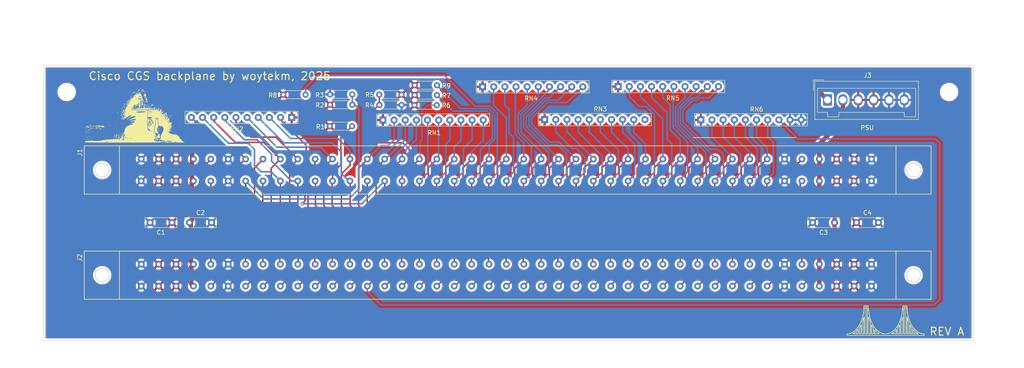
<source format=kicad_pcb>
(kicad_pcb (version 20241229) (generator "pcbnew") (generator_version "9.0")
  (layers (0 "F.Cu" signal) (2 "B.Cu" signal) (13 "F.Paste" user) (15 "B.Paste" user) (5 "F.SilkS" user "F.Silkscreen") (7 "B.SilkS" user "B.Silkscreen") (1 "F.Mask" user) (3 "B.Mask" user) (25 "Edge.Cuts" user))
  (net 0 "")
  (net 1 "+5V")
  (net 2 "GND")
  (net 3 "+12V")
  (net 4 "-12V")
  (net 5 "C9")
  (net 6 "C10")
  (net 7 "BCLK")
  (net 8 "INIT")
  (net 9 "BPRN")
  (net 10 "BPRO")
  (net 11 "BUSY")
  (net 12 "BREQ")
  (net 13 "MRDC")
  (net 14 "MWTC")
  (net 15 "IORC")
  (net 16 "IOWC")
  (net 17 "XACK")
  (net 18 "INH1")
  (net 19 "LOCK")
  (net 20 "INH2")
  (net 21 "BHEN")
  (net 22 "AD10")
  (net 23 "CBRQ")
  (net 24 "AD11")
  (net 25 "CCLK")
  (net 26 "AD12")
  (net 27 "INTA")
  (net 28 "AD13")
  (net 29 "INT6")
  (net 30 "INT7")
  (net 31 "INT4")
  (net 32 "INT5")
  (net 33 "INT2")
  (net 34 "INT3")
  (net 35 "INT0")
  (net 36 "INT1")
  (net 37 "ADRE")
  (net 38 "ADRF")
  (net 39 "ADRC")
  (net 40 "ADRD")
  (net 41 "ADRA")
  (net 42 "ADRB")
  (net 43 "ADR8")
  (net 44 "ADR9")
  (net 45 "ADR6")
  (net 46 "ADR7")
  (net 47 "ADR4")
  (net 48 "ADR5")
  (net 49 "ADR2")
  (net 50 "ADR3")
  (net 51 "ADR0")
  (net 52 "ADR1")
  (net 53 "DATE")
  (net 54 "DATF")
  (net 55 "DATC")
  (net 56 "DATD")
  (net 57 "DATA")
  (net 58 "DAT8")
  (net 59 "DAT9")
  (net 60 "DAT6")
  (net 61 "DAT7")
  (net 62 "DAT4")
  (net 63 "DAT5")
  (net 64 "DAT2")
  (net 65 "DAT3")
  (net 66 "DAT0")
  (net 67 "DAT1")
  (net 68 "C77")
  (net 69 "C78")
  (net 70 "DATB")
  (footprint "Footprints:Conn_2x43_3.96mm" (layer "F.Cu") (at 45.5 103 90)
    (property "Reference" "J1")
    (property "Value" "Conn_02x43_Odd_Even")
    (fp_circle (center -2 -8.914214) (end -0.4 -8.914214) (stroke (width 0.15)) (fill no) (layer "Edge.Cuts"))
    (fp_circle (center -2 176) (end -0.4 176) (stroke (width 0.15)) (fill no) (layer "Edge.Cuts"))
  )
  (footprint "Capacitor_THT:C_Rect_L7.0mm_W2.0mm_P5.00mm" (layer "F.Cu") (at 208.5 117)
    (property "Reference" "C4")
    (property "Value" "100nF 25V")
  )
  (footprint "PCB Logo:Buka Logo" (layer "F.Cu") (at 44.42935 90.896732)
    (property "Reference" "G***" (hide yes))
    (property "Value" "LOGO" (hide yes))
  )
  (footprint "Resistor_THT:R_Axial_DIN0204_L3.6mm_D1.6mm_P5.08mm_Horizontal" (layer "F.Cu") (at 104.8 87.8 180)
    (property "Reference" "R4")
    (property "Value" "220R")
  )
  (footprint "Capacitor_THT:C_Rect_L7.0mm_W2.0mm_P5.00mm" (layer "F.Cu") (at 52.5 117 180)
    (property "Reference" "C1")
    (property "Value" "100nF 25V")
  )
  (footprint "Capacitor_THT:C_Rect_L7.0mm_W2.0mm_P5.00mm" (layer "F.Cu") (at 56.5 117)
    (property "Reference" "C2")
    (property "Value" "100nF 25V")
  )
  (footprint "Resistor_THT:R_Axial_DIN0204_L3.6mm_D1.6mm_P5.08mm_Horizontal" (layer "F.Cu") (at 88.46 95)
    (property "Reference" "R1")
    (property "Value" "330R")
  )
  (footprint "Resistor_THT:R_Axial_DIN0204_L3.6mm_D1.6mm_P5.08mm_Horizontal" (layer "F.Cu") (at 88.52 90.1)
    (property "Reference" "R2")
    (property "Value" "220R")
  )
  (footprint "Footprints:Conn_2x43_3.96mm" (layer "F.Cu") (at 45.5 127 90)
    (property "Reference" "J2")
    (property "Value" "Conn_02x43_Odd_Even")
    (fp_circle (center -2 -8.914214) (end -0.4 -8.914214) (stroke (width 0.15)) (fill no) (layer "Edge.Cuts"))
    (fp_circle (center -2 176) (end -0.4 176) (stroke (width 0.15)) (fill no) (layer "Edge.Cuts"))
  )
  (footprint "Resistor_THT:R_Array_SIP10" (layer "F.Cu") (at 100.575 93.6)
    (property "Reference" "RN1")
    (property "Value" "1K")
  )
  (footprint "Resistor_THT:R_Axial_DIN0204_L3.6mm_D1.6mm_P5.08mm_Horizontal" (layer "F.Cu") (at 107.76 90.2)
    (property "Reference" "R6")
    (property "Value" "1K")
  )
  (footprint "Resistor_THT:R_Axial_DIN0204_L3.6mm_D1.6mm_P5.08mm_Horizontal" (layer "F.Cu") (at 77.86 87.8)
    (property "Reference" "R8")
    (property "Value" "1K")
  )
  (footprint "MountingHole:MountingHole_3.2mm_M3" (layer "F.Cu") (at 28.5 87.2)
    (property "Reference" "REF**" (hide yes))
    (property "Value" "MountingHole_3.2mm_M3" (hide yes))
  )
  (footprint "MountingHole:MountingHole_3.2mm_M3" (layer "F.Cu") (at 229.6 87.2)
    (property "Reference" "REF**" (hide yes))
    (property "Value" "MountingHole_3.2mm_M3" (hide yes))
  )
  (footprint "Resistor_THT:R_Array_SIP10" (layer "F.Cu") (at 154.175 85.95)
    (property "Reference" "RN5")
    (property "Value" "2.2K")
  )
  (footprint "Connector_Wago:Wago_734-136_1x06_P3.50mm_Vertical" (layer "F.Cu") (at 201.9 89)
    (property "Reference" "J3")
    (property "Value" "PSU")
  )
  (footprint "Resistor_THT:R_Axial_DIN0204_L3.6mm_D1.6mm_P5.08mm_Horizontal" (layer "F.Cu") (at 107.81 87.9)
    (property "Reference" "R7")
    (property "Value" "1K")
  )
  (footprint "Resistor_THT:R_Array_SIP10" (layer "F.Cu") (at 173.025 93.55)
    (property "Reference" "RN6")
    (property "Value" "2.2K")
  )
  (footprint "Resistor_THT:R_Axial_DIN0204_L3.6mm_D1.6mm_P5.08mm_Horizontal" (layer "F.Cu") (at 93.59 87.75 180)
    (property "Reference" "R3")
    (property "Value" "330R")
  )
  (footprint "Capacitor_THT:C_Rect_L7.0mm_W2.0mm_P5.00mm" (layer "F.Cu") (at 203.5 117 180)
    (property "Reference" "C3")
    (property "Value" "100nF 25V")
  )
  (footprint "Resistor_THT:R_Array_SIP10" (layer "F.Cu") (at 79.78 93 180)
    (property "Reference" "RN2")
    (property "Value" "1K")
  )
  (footprint "Resistor_THT:R_Axial_DIN0204_L3.6mm_D1.6mm_P5.08mm_Horizontal" (layer "F.Cu") (at 107.81 85.65)
    (property "Reference" "R9")
    (property "Value" "1K")
  )
  (footprint "Resistor_THT:R_Array_SIP10" (layer "F.Cu") (at 137.425 93.5)
    (property "Reference" "RN3")
    (property "Value" "2.2K")
  )
  (footprint "Resistor_THT:R_Axial_DIN0204_L3.6mm_D1.6mm_P5.08mm_Horizontal" (layer "F.Cu") (at 99.76 90.15)
    (property "Reference" "R5")
    (property "Value" "330R")
  )
  (footprint "Resistor_THT:R_Array_SIP10" (layer "F.Cu") (at 123.275 86)
    (property "Reference" "RN4")
    (property "Value" "2.2K")
  )
  (gr_line (start 220.43 140.168) (end 220.43 140.15) (stroke (width 0.09)) (layer "F.SilkS"))
  (gr_line (start 219.314 141.68) (end 219.314 141.698) (stroke (width 0.09)) (layer "F.SilkS"))
  (gr_line (start 210.908 139.106) (end 210.908 139.088) (stroke (width 0.09)) (layer "F.SilkS"))
  (gr_line (start 219.728 142.058) (end 219.728 142.04) (stroke (width 0.09)) (layer "F.SilkS"))
  (gr_line (start 213.374 142.094) (end 213.356 142.094) (stroke (width 0.09)) (layer "F.SilkS"))
  (gr_line (start 213.302 142.22) (end 213.302 142.238) (stroke (width 0.09)) (layer "F.SilkS"))
  (gr_line (start 217.91 141.464) (end 217.91 141.482) (stroke (width 0.09)) (layer "F.SilkS"))
  (gr_line (start 218.324 141.122) (end 218.324 141.104) (stroke (width 0.09)) (layer "F.SilkS"))
  (gr_line (start 220.016 141.392) (end 220.016 141.41) (stroke (width 0.09)) (layer "F.SilkS"))
  (gr_line (start 209.09 141.176) (end 209.09 141.194) (stroke (width 0.09)) (layer "F.SilkS"))
  (gr_line (start 212.312 141.77) (end 212.312 141.752) (stroke (width 0.09)) (layer "F.SilkS"))
  (gr_line (start 212.564 142.742) (end 212.546 142.742) (stroke (width 0.09)) (layer "F.SilkS"))
  (gr_line (start 220.016 139.376) (end 220.016 139.394) (stroke (width 0.09)) (layer "F.SilkS"))
  (gr_line (start 210.908 138.314) (end 210.908 138.296) (stroke (width 0.09)) (layer "F.SilkS"))
  (gr_line (start 216.974 142.742) (end 216.956 142.742) (stroke (width 0.09)) (layer "F.SilkS"))
  (gr_line (start 211.214 136.676) (end 211.214 136.694) (stroke (width 0.09)) (layer "F.SilkS"))
  (gr_line (start 220.43 139.844) (end 220.43 139.826) (stroke (width 0.09)) (layer "F.SilkS"))
  (gr_line (start 218.792 138.17) (end 218.81 138.152) (stroke (width 0.09)) (layer "F.SilkS"))
  (gr_line (start 217.91 141.788) (end 217.91 141.806) (stroke (width 0.09)) (layer "F.SilkS"))
  (gr_line (start 211.61 140.132) (end 211.61 140.114) (stroke (width 0.09)) (layer "F.SilkS"))
  (gr_line (start 211.196 141.14) (end 211.196 141.158) (stroke (width 0.09)) (layer "F.SilkS"))
  (gr_line (start 209.792 141.104) (end 209.792 141.122) (stroke (width 0.09)) (layer "F.SilkS"))
  (gr_line (start 219.026 139.97) (end 219.026 139.952) (stroke (width 0.09)) (layer "F.SilkS"))
  (gr_line (start 209.414 140.51) (end 209.396 140.528) (stroke (width 0.09)) (layer "F.SilkS"))
  (gr_line (start 218.612 139.772) (end 218.612 139.79) (stroke (width 0.09)) (layer "F.SilkS"))
  (gr_line (start 219.314 141.554) (end 219.314 141.572) (stroke (width 0.09)) (layer "F.SilkS"))
  (gr_line (start 213.626 141.932) (end 213.644 141.95) (stroke (width 0.09)) (layer "F.SilkS"))
  (gr_line (start 218.846 137.9) (end 218.846 137.882) (stroke (width 0.09)) (layer "F.SilkS"))
  (gr_line (start 211.214 136.712) (end 211.214 136.73) (stroke (width 0.09)) (layer "F.SilkS"))
  (gr_line (start 221.42 142.184) (end 221.42 142.202) (stroke (width 0.09)) (layer "F.SilkS"))
  (gr_line (start 219.026 141.644) (end 219.026 141.626) (stroke (width 0.09)) (layer "F.SilkS"))
  (gr_line (start 221.42 142.31) (end 221.402 142.328) (stroke (width 0.09)) (layer "F.SilkS"))
  (gr_line (start 210.998 136.064) (end 211.016 136.064) (stroke (width 0.09)) (layer "F.SilkS"))
  (gr_line (start 210.494 142.31) (end 210.494 142.328) (stroke (width 0.09)) (layer "F.SilkS"))
  (gr_line (start 211.196 142.022) (end 211.196 142.04) (stroke (width 0.09)) (layer "F.SilkS"))
  (gr_line (start 217.91 142.31) (end 217.91 142.328) (stroke (width 0.09)) (layer "F.SilkS"))
  (gr_line (start 218 140.87) (end 217.982 140.888) (stroke (width 0.09)) (layer "F.SilkS"))
  (gr_line (start 209.504 141.176) (end 209.504 141.158) (stroke (width 0.09)) (layer "F.SilkS"))
  (gr_line (start 220.16 138.998) (end 220.142 138.98) (stroke (width 0.09)) (layer "F.SilkS"))
  (gr_line (start 221.492 141.014) (end 221.51 141.032) (stroke (width 0.09)) (layer "F.SilkS"))
  (gr_line (start 212.78 141.158) (end 212.798 141.176) (stroke (width 0.09)) (layer "F.SilkS"))
  (gr_line (start 210.08 137.63) (end 210.08 137.612) (stroke (width 0.09)) (layer "F.SilkS"))
  (gr_line (start 219.314 137.486) (end 219.314 137.504) (stroke (width 0.09)) (layer "F.SilkS"))
  (gr_line (start 219.026 142.022) (end 219.026 142.004) (stroke (width 0.09)) (layer "F.SilkS"))
  (gr_line (start 219.728 141.266) (end 219.728 141.248) (stroke (width 0.09)) (layer "F.SilkS"))
  (gr_line (start 219.314 141.212) (end 219.314 141.23) (stroke (width 0.09)) (layer "F.SilkS"))
  (gr_line (start 210.908 137.036) (end 210.908 137.018) (stroke (width 0.09)) (layer "F.SilkS"))
  (gr_line (start 209.972 138.224) (end 209.972 138.206) (stroke (width 0.09)) (layer "F.SilkS"))
  (gr_line (start 210.908 140.708) (end 210.908 140.69) (stroke (width 0.09)) (layer "F.SilkS"))
  (gr_line (start 219.314 137.9) (end 219.314 137.918) (stroke (width 0.09)) (layer "F.SilkS"))
  (gr_line (start 218.198 140.546) (end 218.198 140.564) (stroke (width 0.09)) (layer "F.SilkS"))
  (gr_line (start 210.908 140.69) (end 210.908 140.672) (stroke (width 0.09)) (layer "F.SilkS"))
  (gr_line (start 220.808 142.4) (end 220.826 142.4) (stroke (width 0.09)) (layer "F.SilkS"))
  (gr_line (start 219.008 136.568) (end 219.008 136.55) (stroke (width 0.09)) (layer "F.SilkS"))
  (gr_line (start 208.802 142.148) (end 208.802 142.13) (stroke (width 0.09)) (layer "F.SilkS"))
  (gr_line (start 209.504 141.554) (end 209.504 141.536) (stroke (width 0.09)) (layer "F.SilkS"))
  (gr_line (start 213.554 142.22) (end 213.536 142.202) (stroke (width 0.09)) (layer "F.SilkS"))
  (gr_line (start 210.368 136.064) (end 210.386 136.064) (stroke (width 0.09)) (layer "F.SilkS"))
  (gr_line (start 219.728 140.402) (end 219.728 140.384) (stroke (width 0.09)) (layer "F.SilkS"))
  (gr_line (start 211.196 141.896) (end 211.196 141.914) (stroke (width 0.09)) (layer "F.SilkS"))
  (gr_line (start 209.738 139.088) (end 209.738 139.07) (stroke (width 0.09)) (layer "F.SilkS"))
  (gr_line (start 220.916 140.096) (end 220.916 140.114) (stroke (width 0.09)) (layer "F.SilkS"))
  (gr_line (start 215.372 142.382) (end 215.39 142.382) (stroke (width 0.09)) (layer "F.SilkS"))
  (gr_line (start 210.206 140.672) (end 210.206 140.654) (stroke (width 0.09)) (layer "F.SilkS"))
  (gr_line (start 211.61 140.816) (end 211.61 140.798) (stroke (width 0.09)) (layer "F.SilkS"))
  (gr_line (start 210.908 139.97) (end 210.908 139.952) (stroke (width 0.09)) (layer "F.SilkS"))
  (gr_line (start 210.908 139.988) (end 210.908 139.97) (stroke (width 0.09)) (layer "F.SilkS"))
  (gr_line (start 219.314 138.548) (end 219.314 138.566) (stroke (width 0.09)) (layer "F.SilkS"))
  (gr_line (start 214.868 142.742) (end 214.85 142.742) (stroke (width 0.09)) (layer "F.SilkS"))
  (gr_line (start 218.162 142.742) (end 218.144 142.742) (stroke (width 0.09)) (layer "F.SilkS"))
  (gr_line (start 220.25 142.742) (end 220.232 142.742) (stroke (width 0.09)) (layer "F.SilkS"))
  (gr_line (start 213.698 142.31) (end 213.68 142.292) (stroke (width 0.09)) (layer "F.SilkS"))
  (gr_line (start 221.348 140.816) (end 221.348 140.834) (stroke (width 0.09)) (layer "F.SilkS"))
  (gr_line (start 210.494 136.964) (end 210.494 136.982) (stroke (width 0.09)) (layer "F.SilkS"))
  (gr_line (start 220.034 136.658) (end 220.034 136.676) (stroke (width 0.09)) (layer "F.SilkS"))
  (gr_line (start 219.314 141.068) (end 219.314 141.086) (stroke (width 0.09)) (layer "F.SilkS"))
  (gr_line (start 210.494 137.036) (end 210.494 137.054) (stroke (width 0.09)) (layer "F.SilkS"))
  (gr_line (start 210.908 141.806) (end 210.908 141.788) (stroke (width 0.09)) (layer "F.SilkS"))
  (gr_line (start 220.322 142.742) (end 220.304 142.742) (stroke (width 0.09)) (layer "F.SilkS"))
  (gr_line (start 210.908 141.446) (end 210.908 141.428) (stroke (width 0.09)) (layer "F.SilkS"))
  (gr_line (start 217.298 142.742) (end 217.28 142.742) (stroke (width 0.09)) (layer "F.SilkS"))
  (gr_line (start 210.206 140.168) (end 210.206 140.15) (stroke (width 0.09)) (layer "F.SilkS"))
  (gr_line (start 208.802 142.004) (end 208.802 141.986) (stroke (width 0.09)) (layer "F.SilkS"))
  (gr_line (start 211.088 142.742) (end 211.07 142.742) (stroke (width 0.09)) (layer "F.SilkS"))
  (gr_line (start 219.728 137.396) (end 219.728 137.378) (stroke (width 0.09)) (layer "F.SilkS"))
  (gr_line (start 219.314 139.268) (end 219.314 139.286) (stroke (width 0.09)) (layer "F.SilkS"))
  (gr_line (start 209.09 142.166) (end 209.09 142.184) (stroke (width 0.09)) (layer "F.SilkS"))
  (gr_line (start 218.612 141.77) (end 218.612 141.788) (stroke (width 0.09)) (layer "F.SilkS"))
  (gr_line (start 218.72 138.494) (end 218.72 138.476) (stroke (width 0.09)) (layer "F.SilkS"))
  (gr_line (start 210.908 141.878) (end 210.908 141.86) (stroke (width 0.09)) (layer "F.SilkS"))
  (gr_line (start 221.258 140.69) (end 221.276 140.708) (stroke (width 0.09)) (layer "F.SilkS"))
  (gr_line (start 207.416 142.13) (end 207.434 142.13) (stroke (width 0.09)) (layer "F.SilkS"))
  (gr_line (start 221.42 141.626) (end 221.42 141.644) (stroke (width 0.09)) (layer "F.SilkS"))
  (gr_line (start 219.026 139.574) (end 219.026 139.556) (stroke (width 0.09)) (layer "F.SilkS"))
  (gr_line (start 219.314 136.622) (end 219.314 136.64) (stroke (width 0.09)) (layer "F.SilkS"))
  (gr_line (start 211.7 139.142) (end 211.7 139.16) (stroke (width 0.09)) (layer "F.SilkS"))
  (gr_line (start 211.34 137.738) (end 211.34 137.756) (stroke (width 0.09)) (layer "F.SilkS"))
  (gr_line (start 218.612 141.41) (end 218.612 141.428) (stroke (width 0.09)) (layer "F.SilkS"))
  (gr_line (start 221.564 141.554) (end 221.546 141.536) (stroke (width 0.09)) (layer "F.SilkS"))
  (gr_line (start 207.74 142.742) (end 207.722 142.742) (stroke (width 0.09)) (layer "F.SilkS"))
  (gr_line (start 209.792 141.41) (end 209.792 141.428) (stroke (width 0.09)) (layer "F.SilkS"))
  (gr_line (start 218.324 142.22) (end 218.324 142.202) (stroke (width 0.09)) (layer "F.SilkS"))
  (gr_line (start 219.314 141.968) (end 219.314 141.986) (stroke (width 0.09)) (layer "F.SilkS"))
  (gr_line (start 220.394 138.818) (end 220.412 138.836) (stroke (width 0.09)) (layer "F.SilkS"))
  (gr_line (start 220.718 141.68) (end 220.718 141.698) (stroke (width 0.09)) (layer "F.SilkS"))
  (gr_line (start 209.882 142.4) (end 209.9 142.4) (stroke (width 0.09)) (layer "F.SilkS"))
  (gr_line (start 212.168 140.78) (end 212.15 140.762) (stroke (width 0.09)) (layer "F.SilkS"))
  (gr_line (start 210.908 140.546) (end 210.908 140.528) (stroke (width 0.09)) (layer "F.SilkS"))
  (gr_line (start 220.43 141.986) (end 220.43 141.968) (stroke (width 0.09)) (layer "F.SilkS"))
  (gr_line (start 209.216 140.276) (end 209.216 140.258) (stroke (width 0.09)) (layer "F.SilkS"))
  (gr_line (start 207.794 142.742) (end 207.776 142.742) (stroke (width 0.09)) (layer "F.SilkS"))
  (gr_line (start 211.862 142.742) (end 211.844 142.742) (stroke (width 0.09)) (layer "F.SilkS"))
  (gr_line (start 219.728 137.414) (end 219.728 137.396) (stroke (width 0.09)) (layer "F.SilkS"))
  (gr_line (start 209.198 140.294) (end 209.216 140.276) (stroke (width 0.09)) (layer "F.SilkS"))
  (gr_line (start 211.484 142.742) (end 211.466 142.742) (stroke (width 0.09)) (layer "F.SilkS"))
  (gr_line (start 219.728 142.31) (end 219.728 142.292) (stroke (width 0.09)) (layer "F.SilkS"))
  (gr_line (start 217.334 141.68) (end 217.316 141.698) (stroke (width 0.09)) (layer "F.SilkS"))
  (gr_line (start 220.718 141.824) (end 220.718 141.842) (stroke (width 0.09)) (layer "F.SilkS"))
  (gr_line (start 209.432 140.474) (end 209.414 140.492) (stroke (width 0.09)) (layer "F.SilkS"))
  (gr_line (start 211.196 141.41) (end 211.196 141.428) (stroke (width 0.09)) (layer "F.SilkS"))
  (gr_line (start 208.604 141.608) (end 208.586 141.626) (stroke (width 0.09)) (layer "F.SilkS"))
  (gr_line (start 221.6 141.158) (end 221.618 141.176) (stroke (width 0.09)) (layer "F.SilkS"))
  (gr_line (start 221.762 142.742) (end 221.744 142.742) (stroke (width 0.09)) (layer "F.SilkS"))
  (gr_line (start 220.412 138.836) (end 220.412 138.854) (stroke (width 0.09)) (layer "F.SilkS"))
  (gr_line (start 207.686 141.986) (end 207.704 141.986) (stroke (width 0.09)) (layer "F.SilkS"))
  (gr_line (start 219.314 136.73) (end 219.314 136.748) (stroke (width 0.09)) (layer "F.SilkS"))
  (gr_line (start 223.922 142.508) (end 223.922 142.526) (stroke (width 0.09)) (layer "F.SilkS"))
  (gr_line (start 222.95 142.742) (end 222.932 142.742) (stroke (width 0.09)) (layer "F.SilkS"))
  (gr_line (start 210.908 139.16) (end 210.908 139.142) (stroke (width 0.09)) (layer "F.SilkS"))
  (gr_line (start 211.34 138.962) (end 211.322 138.944) (stroke (width 0.09)) (layer "F.SilkS"))
  (gr_line (start 219.728 137.018) (end 219.728 137) (stroke (width 0.09)) (layer "F.SilkS"))
  (gr_line (start 219.314 138.8) (end 219.314 138.818) (stroke (width 0.09)) (layer "F.SilkS"))
  (gr_line (start 211.898 140.888) (end 211.898 140.906) (stroke (width 0.09)) (layer "F.SilkS"))
  (gr_line (start 215.426 142.742) (end 215.408 142.742) (stroke (width 0.09)) (layer "F.SilkS"))
  (gr_line (start 209.666 139.25) (end 209.684 139.232) (stroke (width 0.09)) (layer "F.SilkS"))
  (gr_line (start 221.816 142.058) (end 221.816 142.04) (stroke (width 0.09)) (layer "F.SilkS"))
  (gr_line (start 210.908 137.45) (end 210.908 137.432) (stroke (width 0.09)) (layer "F.SilkS"))
  (gr_line (start 213.212 141.608) (end 213.23 141.626) (stroke (width 0.09)) (layer "F.SilkS"))
  (gr_line (start 217.928 140.978) (end 217.91 140.996) (stroke (width 0.09)) (layer "F.SilkS"))
  (gr_line (start 208.658 141.104) (end 208.676 141.086) (stroke (width 0.09)) (layer "F.SilkS"))
  (gr_line (start 210.206 140.096) (end 210.206 140.078) (stroke (width 0.09)) (layer "F.SilkS"))
  (gr_line (start 210.494 141.896) (end 210.494 141.914) (stroke (width 0.09)) (layer "F.SilkS"))
  (gr_line (start 220.016 141.086) (end 220.016 141.104) (stroke (width 0.09)) (layer "F.SilkS"))
  (gr_line (start 220.016 140.258) (end 220.016 140.276) (stroke (width 0.09)) (layer "F.SilkS"))
  (gr_line (start 218.324 141.104) (end 218.324 141.086) (stroke (width 0.09)) (layer "F.SilkS"))
  (gr_line (start 215.246 142.382) (end 215.264 142.382) (stroke (width 0.09)) (layer "F.SilkS"))
  (gr_line (start 209.558 142.742) (end 209.54 142.742) (stroke (width 0.09)) (layer "F.SilkS"))
  (gr_line (start 217.208 142.274) (end 217.208 142.292) (stroke (width 0.09)) (layer "F.SilkS"))
  (gr_line (start 210.494 139.844) (end 210.494 139.862) (stroke (width 0.09)) (layer "F.SilkS"))
  (gr_line (start 223.922 142.724) (end 223.922 142.742) (stroke (width 0.09)) (layer "F.SilkS"))
  (gr_line (start 219.314 138.404) (end 219.314 138.422) (stroke (width 0.09)) (layer "F.SilkS"))
  (gr_line (start 211.196 139.25) (end 211.196 139.268) (stroke (width 0.09)) (layer "F.SilkS"))
  (gr_line (start 220.016 141.302) (end 220.016 141.32) (stroke (width 0.09)) (layer "F.SilkS"))
  (gr_line (start 217.982 142.742) (end 217.964 142.742) (stroke (width 0.09)) (layer "F.SilkS"))
  (gr_line (start 218.324 140.978) (end 218.324 140.96) (stroke (width 0.09)) (layer "F.SilkS"))
  (gr_line (start 218.486 139.232) (end 218.504 139.214) (stroke (width 0.09)) (layer "F.SilkS"))
  (gr_line (start 217.622 140.906) (end 217.64 140.888) (stroke (width 0.09)) (layer "F.SilkS"))
  (gr_line (start 219.728 140.582) (end 219.728 140.564) (stroke (width 0.09)) (layer "F.SilkS"))
  (gr_line (start 209.414 139.88) (end 209.414 139.862) (stroke (width 0.09)) (layer "F.SilkS"))
  (gr_line (start 210.908 139.7) (end 210.908 139.682) (stroke (width 0.09)) (layer "F.SilkS"))
  (gr_line (start 210.872 142.4) (end 210.89 142.382) (stroke (width 0.09)) (layer "F.SilkS"))
  (gr_line (start 218.972 138.656) (end 218.972 138.674) (stroke (width 0.09)) (layer "F.SilkS"))
  (gr_line (start 221.132 141.446) (end 221.132 141.428) (stroke (width 0.09)) (layer "F.SilkS"))
  (gr_line (start 212.87 141.662) (end 212.852 141.644) (stroke (width 0.09)) (layer "F.SilkS"))
  (gr_line (start 209.09 141.878) (end 209.09 141.896) (stroke (width 0.09)) (layer "F.SilkS"))
  (gr_line (start 221.546 142.4) (end 221.564 142.4) (stroke (width 0.09)) (layer "F.SilkS"))
  (gr_line (start 221.42 140.924) (end 221.438 140.942) (stroke (width 0.09)) (layer "F.SilkS"))
  (gr_line (start 211.592 139.7) (end 211.592 139.682) (stroke (width 0.09)) (layer "F.SilkS"))
  (gr_line (start 219.026 141.104) (end 219.026 141.086) (stroke (width 0.09)) (layer "F.SilkS"))
  (gr_line (start 218.612 141.23) (end 218.612 141.248) (stroke (width 0.09)) (layer "F.SilkS"))
  (gr_line (start 213.59 142.4) (end 213.608 142.4) (stroke (width 0.09)) (layer "F.SilkS"))
  (gr_line (start 210.908 138.548) (end 210.908 138.53) (stroke (width 0.09)) (layer "F.SilkS"))
  (gr_line (start 220.106 137.486) (end 220.106 137.504) (stroke (width 0.09)) (layer "F.SilkS"))
  (gr_line (start 209.504 140.816) (end 209.504 140.798) (stroke (width 0.09)) (layer "F.SilkS"))
  (gr_line (start 219.026 139.592) (end 219.026 139.574) (stroke (width 0.09)) (layer "F.SilkS"))
  (gr_line (start 209.09 141.752) (end 209.09 141.77) (stroke (width 0.09)) (layer "F.SilkS"))
  (gr_line (start 223.922 142.706) (end 223.922 142.724) (stroke (width 0.09)) (layer "F.SilkS"))
  (gr_line (start 211.322 137.594) (end 211.322 137.612) (stroke (width 0.09)) (layer "F.SilkS"))
  (gr_line (start 209.792 140.06) (end 209.792 140.078) (stroke (width 0.09)) (layer "F.SilkS"))
  (gr_line (start 211.61 141.014) (end 211.61 140.996) (stroke (width 0.09)) (layer "F.SilkS"))
  (gr_line (start 211.52 138.566) (end 211.52 138.584) (stroke (width 0.09)) (layer "F.SilkS"))
  (gr_line (start 221.204 140.618) (end 221.222 140.636) (stroke (width 0.09)) (layer "F.SilkS"))
  (gr_line (start 219.728 139.61) (end 219.728 139.592) (stroke (width 0.09)) (layer "F.SilkS"))
  (gr_line (start 209.864 142.742) (end 209.846 142.742) (stroke (width 0.09)) (layer "F.SilkS"))
  (gr_line (start 212.312 141.752) (end 212.312 141.734) (stroke (width 0.09)) (layer "F.SilkS"))
  (gr_line (start 220.718 140.96) (end 220.718 140.978) (stroke (width 0.09)) (layer "F.SilkS"))
  (gr_line (start 211.61 141.644) (end 211.61 141.626) (stroke (width 0.09)) (layer "F.SilkS"))
  (gr_line (start 215.282 142.742) (end 215.264 142.742) (stroke (width 0.09)) (layer "F.SilkS"))
  (gr_line (start 208.406 142.292) (end 208.406 142.31) (stroke (width 0.09)) (layer "F.SilkS"))
  (gr_line (start 209.666 139.286) (end 209.666 139.268) (stroke (width 0.09)) (layer "F.SilkS"))
  (gr_line (start 218.612 140.402) (end 218.612 140.42) (stroke (width 0.09)) (layer "F.SilkS"))
  (gr_line (start 217.622 141.752) (end 217.622 141.734) (stroke (width 0.09)) (layer "F.SilkS"))
  (gr_line (start 220.016 139.664) (end 220.016 139.682) (stroke (width 0.09)) (layer "F.SilkS"))
  (gr_line (start 223.652 142.742) (end 223.634 142.742) (stroke (width 0.09)) (layer "F.SilkS"))
  (gr_line (start 217.964 142.4) (end 217.982 142.4) (stroke (width 0.09)) (layer "F.SilkS"))
  (gr_line (start 211.898 142.742) (end 211.88 142.742) (stroke (width 0.09)) (layer "F.SilkS"))
  (gr_line (start 210.134 137.342) (end 210.134 137.324) (stroke (width 0.09)) (layer "F.SilkS"))
  (gr_line (start 218.99 136.838) (end 218.99 136.82) (stroke (width 0.09)) (layer "F.SilkS"))
  (gr_line (start 210.494 140.276) (end 210.494 140.294) (stroke (width 0.09)) (layer "F.SilkS"))
  (gr_line (start 210.206 139.556) (end 210.206 139.538) (stroke (width 0.09)) (layer "F.SilkS"))
  (gr_line (start 221.33 140.78) (end 221.33 140.798) (stroke (width 0.09)) (layer "F.SilkS"))
  (gr_line (start 214.814 142.382) (end 214.832 142.382) (stroke (width 0.09)) (layer "F.SilkS"))
  (gr_line (start 210.476 142.742) (end 210.458 142.742) (stroke (width 0.09)) (layer "F.SilkS"))
  (gr_line (start 219.314 139.196) (end 219.314 139.214) (stroke (width 0.09)) (layer "F.SilkS"))
  (gr_line (start 218.324 141.932) (end 218.324 141.914) (stroke (width 0.09)) (layer "F.SilkS"))
  (gr_line (start 213.068 142.742) (end 213.05 142.742) (stroke (width 0.09)) (layer "F.SilkS"))
  (gr_line (start 208.604 141.158) (end 208.622 141.14) (stroke (width 0.09)) (layer "F.SilkS"))
  (gr_line (start 217.604 142.742) (end 217.586 142.742) (stroke (width 0.09)) (layer "F.SilkS"))
  (gr_line (start 211.196 140.762) (end 211.196 140.78) (stroke (width 0.09)) (layer "F.SilkS"))
  (gr_line (start 212.312 141.986) (end 212.312 141.968) (stroke (width 0.09)) (layer "F.SilkS"))
  (gr_line (start 215.048 142.4) (end 215.066 142.4) (stroke (width 0.09)) (layer "F.SilkS"))
  (gr_line (start 219.314 141.302) (end 219.314 141.32) (stroke (width 0.09)) (layer "F.SilkS"))
  (gr_line (start 212.312 141.266) (end 212.312 141.248) (stroke (width 0.09)) (layer "F.SilkS"))
  (gr_line (start 210.908 137.468) (end 210.908 137.45) (stroke (width 0.09)) (layer "F.SilkS"))
  (gr_line (start 218.954 137.306) (end 218.954 137.288) (stroke (width 0.09)) (layer "F.SilkS"))
  (gr_line (start 219.728 136.064) (end 219.746 136.064) (stroke (width 0.09)) (layer "F.SilkS"))
  (gr_line (start 210.494 138.278) (end 210.494 138.296) (stroke (width 0.09)) (layer "F.SilkS"))
  (gr_line (start 211.196 136.388) (end 211.196 136.406) (stroke (width 0.09)) (layer "F.SilkS"))
  (gr_line (start 222.302 142.184) (end 222.284 142.166) (stroke (width 0.09)) (layer "F.SilkS"))
  (gr_line (start 213.014 142.202) (end 213.014 142.184) (stroke (width 0.09)) (layer "F.SilkS"))
  (gr_line (start 217.622 142.13) (end 217.622 142.112) (stroke (width 0.09)) (layer "F.SilkS"))
  (gr_line (start 215.462 142.364) (end 215.48 142.364) (stroke (width 0.09)) (layer "F.SilkS"))
  (gr_line (start 220.016 141.446) (end 220.016 141.464) (stroke (width 0.09)) (layer "F.SilkS"))
  (gr_line (start 220.034 136.874) (end 220.052 136.892) (stroke (width 0.09)) (layer "F.SilkS"))
  (gr_line (start 221.492 142.4) (end 221.51 142.4) (stroke (width 0.09)) (layer "F.SilkS"))
  (gr_line (start 219.728 139.052) (end 219.728 139.034) (stroke (width 0.09)) (layer "F.SilkS"))
  (gr_line (start 207.326 142.742) (end 207.308 142.742) (stroke (width 0.09)) (layer "F.SilkS"))
  (gr_line (start 210.494 140.006) (end 210.494 140.024) (stroke (width 0.09)) (layer "F.SilkS"))
  (gr_line (start 220.016 140.51) (end 220.016 140.528) (stroke (width 0.09)) (layer "F.SilkS"))
  (gr_line (start 210.494 137.882) (end 210.494 137.9) (stroke (width 0.09)) (layer "F.SilkS"))
  (gr_line (start 220.016 136.496) (end 220.016 136.514) (stroke (width 0.09)) (layer "F.SilkS"))
  (gr_line (start 210.494 139.214) (end 210.494 139.232) (stroke (width 0.09)) (layer "F.SilkS"))
  (gr_line (start 211.196 140.492) (end 211.196 140.51) (stroke (width 0.09)) (layer "F.SilkS"))
  (gr_line (start 221.114 141.05) (end 221.132 141.032) (stroke (width 0.09)) (layer "F.SilkS"))
  (gr_line (start 217.784 140.672) (end 217.802 140.654) (stroke (width 0.09)) (layer "F.SilkS"))
  (gr_line (start 208.28 142.742) (end 208.262 142.742) (stroke (width 0.09)) (layer "F.SilkS"))
  (gr_line (start 206.768 142.346) (end 206.786 142.346) (stroke (width 0.09)) (layer "F.SilkS"))
  (gr_line (start 219.314 141.86) (end 219.314 141.878) (stroke (width 0.09)) (layer "F.SilkS"))
  (gr_line (start 221.618 141.608) (end 221.6 141.59) (stroke (width 0.09)) (layer "F.SilkS"))
  (gr_line (start 218.288 139.754) (end 218.288 139.736) (stroke (width 0.09)) (layer "F.SilkS"))
  (gr_line (start 210.494 137.63) (end 210.494 137.648) (stroke (width 0.09)) (layer "F.SilkS"))
  (gr_line (start 218.774 139.322) (end 218.756 139.34) (stroke (width 0.09)) (layer "F.SilkS"))
  (gr_line (start 207.704 142.742) (end 207.686 142.742) (stroke (width 0.09)) (layer "F.SilkS"))
  (gr_line (start 211.754 142.742) (end 211.736 142.742) (stroke (width 0.09)) (layer "F.SilkS"))
  (gr_line (start 210.494 141.806) (end 210.494 141.824) (stroke (width 0.09)) (layer "F.SilkS"))
  (gr_line (start 219.026 140.762) (end 219.026 140.744) (stroke (width 0.09)) (layer "F.SilkS"))
  (gr_line (start 207.722 142.4) (end 207.74 142.4) (stroke (width 0.09)) (layer "F.SilkS"))
  (gr_line (start 222.104 141.68) (end 222.122 141.68) (stroke (width 0.09)) (layer "F.SilkS"))
  (gr_line (start 216.794 142.4) (end 216.812 142.4) (stroke (width 0.09)) (layer "F.SilkS"))
  (gr_line (start 211.196 140.87) (end 211.196 140.888) (stroke (width 0.09)) (layer "F.SilkS"))
  (gr_line (start 209.504 141.626) (end 209.504 141.608) (stroke (width 0.09)) (layer "F.SilkS"))
  (gr_line (start 208.802 142.256) (end 208.802 142.238) (stroke (width 0.09)) (layer "F.SilkS"))
  (gr_line (start 219.728 141.734) (end 219.728 141.716) (stroke (width 0.09)) (layer "F.SilkS"))
  (gr_line (start 209.792 141.212) (end 209.792 141.23) (stroke (width 0.09)) (layer "F.SilkS"))
  (gr_line (start 211.196 142.256) (end 211.196 142.274) (stroke (width 0.09)) (layer "F.SilkS"))
  (gr_line (start 209.99 138.098) (end 210.008 138.08) (stroke (width 0.09)) (layer "F.SilkS"))
  (gr_line (start 219.512 136.064) (end 219.53 136.064) (stroke (width 0.09)) (layer "F.SilkS"))
  (gr_line (start 210.908 140.024) (end 210.908 140.006) (stroke (width 0.09)) (layer "F.SilkS"))
  (gr_line (start 215.318 142.382) (end 215.336 142.382) (stroke (width 0.09)) (layer "F.SilkS"))
  (gr_line (start 219.728 137.27) (end 219.728 137.252) (stroke (width 0.09)) (layer "F.SilkS"))
  (gr_line (start 212.06 140.006) (end 212.06 140.024) (stroke (width 0.09)) (layer "F.SilkS"))
  (gr_line (start 222.608 142.04) (end 222.626 142.04) (stroke (width 0.09)) (layer "F.SilkS"))
  (gr_line (start 220.718 141.716) (end 220.718 141.734) (stroke (width 0.09)) (layer "F.SilkS"))
  (gr_line (start 210.494 137.126) (end 210.494 137.144) (stroke (width 0.09)) (layer "F.SilkS"))
  (gr_line (start 219.908 136.064) (end 219.926 136.064) (stroke (width 0.09)) (layer "F.SilkS"))
  (gr_line (start 210.026 139.142) (end 210.008 139.16) (stroke (width 0.09)) (layer "F.SilkS"))
  (gr_line (start 218.252 142.4) (end 218.27 142.4) (stroke (width 0.09)) (layer "F.SilkS"))
  (gr_line (start 220.43 142.04) (end 220.43 142.022) (stroke (width 0.09)) (layer "F.SilkS"))
  (gr_line (start 211.898 142.202) (end 211.898 142.22) (stroke (width 0.09)) (layer "F.SilkS"))
  (gr_line (start 209.09 142.076) (end 209.09 142.094) (stroke (width 0.09)) (layer "F.SilkS"))
  (gr_line (start 211.898 141.5) (end 211.898 141.518) (stroke (width 0.09)) (layer "F.SilkS"))
  (gr_line (start 221.474 142.742) (end 221.456 142.742) (stroke (width 0.09)) (layer "F.SilkS"))
  (gr_line (start 220.034 136.766) (end 220.034 136.784) (stroke (width 0.09)) (layer "F.SilkS"))
  (gr_line (start 219.314 140.078) (end 219.314 140.096) (stroke (width 0.09)) (layer "F.SilkS"))
  (gr_line (start 221.006 140.258) (end 221.006 140.276) (stroke (width 0.09)) (layer "F.SilkS"))
  (gr_line (start 213.482 141.824) (end 213.5 141.842) (stroke (width 0.09)) (layer "F.SilkS"))
  (gr_line (start 219.314 136.802) (end 219.314 136.82) (stroke (width 0.09)) (layer "F.SilkS"))
  (gr_line (start 209.846 138.674) (end 209.864 138.656) (stroke (width 0.09)) (layer "F.SilkS"))
  (gr_line (start 210.206 140.726) (end 210.206 140.708) (stroke (width 0.09)) (layer "F.SilkS"))
  (gr_line (start 212.312 141.662) (end 212.312 141.644) (stroke (width 0.09)) (layer "F.SilkS"))
  (gr_line (start 210.494 141.086) (end 210.494 141.104) (stroke (width 0.09)) (layer "F.SilkS"))
  (gr_line (start 213.122 142.742) (end 213.104 142.742) (stroke (width 0.09)) (layer "F.SilkS"))
  (gr_line (start 218.99 136.766) (end 218.99 136.748) (stroke (width 0.09)) (layer "F.SilkS"))
  (gr_line (start 219.728 139.772) (end 219.728 139.754) (stroke (width 0.09)) (layer "F.SilkS"))
  (gr_line (start 210.782 136.064) (end 210.8 136.064) (stroke (width 0.09)) (layer "F.SilkS"))
  (gr_line (start 212.69 142.742) (end 212.672 142.742) (stroke (width 0.09)) (layer "F.SilkS"))
  (gr_line (start 218.918 142.742) (end 218.9 142.742) (stroke (width 0.09)) (layer "F.SilkS"))
  (gr_line (start 214.292 142.742) (end 214.274 142.742) (stroke (width 0.09)) (layer "F.SilkS"))
  (gr_line (start 216.236 142.742) (end 216.218 142.742) (stroke (width 0.09)) (layer "F.SilkS"))
  (gr_line (start 210.908 137.738) (end 210.908 137.72) (stroke (width 0.09)) (layer "F.SilkS"))
  (gr_line (start 219.026 141.158) (end 219.026 141.14) (stroke (width 0.09)) (layer "F.SilkS"))
  (gr_line (start 218.324 140.51) (end 218.324 140.492) (stroke (width 0.09)) (layer "F.SilkS"))
  (gr_line (start 219.314 137.468) (end 219.314 137.486) (stroke (width 0.09)) (layer "F.SilkS"))
  (gr_line (start 211.196 139.682) (end 211.196 139.7) (stroke (width 0.09)) (layer "F.SilkS"))
  (gr_line (start 210.494 137.756) (end 210.494 137.774) (stroke (width 0.09)) (layer "F.SilkS"))
  (gr_line (start 217.622 141.626) (end 217.622 141.608) (stroke (width 0.09)) (layer "F.SilkS"))
  (gr_line (start 209.09 141.716) (end 209.09 141.734) (stroke (width 0.09)) (layer "F.SilkS"))
  (gr_line (start 222.158 142.4) (end 222.176 142.4) (stroke (width 0.09)) (layer "F.SilkS"))
  (gr_line (start 219.314 139.25) (end 219.314 139.268) (stroke (width 0.09)) (layer "F.SilkS"))
  (gr_line (start 216.92 142.076) (end 216.902 142.058) (stroke (width 0.09)) (layer "F.SilkS"))
  (gr_line (start 210.908 139.718) (end 210.908 139.7) (stroke (width 0.09)) (layer "F.SilkS"))
  (gr_line (start 218.612 141.878) (end 218.612 141.896) (stroke (width 0.09)) (layer "F.SilkS"))
  (gr_line (start 208.064 142.058) (end 208.046 142.076) (stroke (width 0.09)) (layer "F.SilkS"))
  (gr_line (start 210.908 139.592) (end 210.908 139.574) (stroke (width 0.09)) (layer "F.SilkS"))
  (gr_line (start 210.206 141.392) (end 210.206 141.374) (stroke (width 0.09)) (layer "F.SilkS"))
  (gr_line (start 211.934 139.754) (end 211.952 139.772) (stroke (width 0.09)) (layer "F.SilkS"))
  (gr_line (start 206.876 142.328) (end 206.894 142.328) (stroke (width 0.09)) (layer "F.SilkS"))
  (gr_line (start 218.324 142.256) (end 218.324 142.238) (stroke (width 0.09)) (layer "F.SilkS"))
  (gr_line (start 206.372 142.4) (end 206.39 142.382) (stroke (width 0.09)) (layer "F.SilkS"))
  (gr_line (start 208.01 142.742) (end 207.992 142.742) (stroke (width 0.09)) (layer "F.SilkS"))
  (gr_line (start 218.216 142.4) (end 218.234 142.4) (stroke (width 0.09)) (layer "F.SilkS"))
  (gr_line (start 213.662 142.4) (end 213.68 142.4) (stroke (width 0.09)) (layer "F.SilkS"))
  (gr_line (start 219.026 136.226) (end 219.026 136.208) (stroke (width 0.09)) (layer "F.SilkS"))
  (gr_line (start 219.314 141.14) (end 219.314 141.158) (stroke (width 0.09)) (layer "F.SilkS"))
  (gr_line (start 218.612 140.492) (end 218.612 140.51) (stroke (width 0.09)) (layer "F.SilkS"))
  (gr_line (start 219.728 137.666) (end 219.728 137.648) (stroke (width 0.09)) (layer "F.SilkS"))
  (gr_line (start 210.908 141.122) (end 210.908 141.104) (stroke (width 0.09)) (layer "F.SilkS"))
  (gr_line (start 215.534 142.346) (end 215.552 142.346) (stroke (width 0.09)) (layer "F.SilkS"))
  (gr_line (start 216.56 142.382) (end 216.578 142.382) (stroke (width 0.09)) (layer "F.SilkS"))
  (gr_line (start 210.494 140.132) (end 210.494 140.15) (stroke (width 0.09)) (layer "F.SilkS"))
  (gr_line (start 221.69 141.266) (end 221.708 141.284) (stroke (width 0.09)) (layer "F.SilkS"))
  (gr_line (start 210.494 141.05) (end 210.494 141.068) (stroke (width 0.09)) (layer "F.SilkS"))
  (gr_line (start 219.314 138.08) (end 219.314 138.098) (stroke (width 0.09)) (layer "F.SilkS"))
  (gr_line (start 208.406 141.86) (end 208.406 141.878) (stroke (width 0.09)) (layer "F.SilkS"))
  (gr_line (start 209.504 141.23) (end 209.504 141.212) (stroke (width 0.09)) (layer "F.SilkS"))
  (gr_line (start 218.342 142.742) (end 218.324 142.742) (stroke (width 0.09)) (layer "F.SilkS"))
  (gr_line (start 219.728 138.656) (end 219.728 138.638) (stroke (width 0.09)) (layer "F.SilkS"))
  (gr_line (start 217.91 142.202) (end 217.91 142.22) (stroke (width 0.09)) (layer "F.SilkS"))
  (gr_line (start 221.492 142.742) (end 221.474 142.742) (stroke (width 0.09)) (layer "F.SilkS"))
  (gr_line (start 210.494 138.836) (end 210.494 138.854) (stroke (width 0.09)) (layer "F.SilkS"))
  (gr_line (start 218.828 138.026) (end 218.828 138.008) (stroke (width 0.09)) (layer "F.SilkS"))
  (gr_line (start 210.908 137.144) (end 210.908 137.126) (stroke (width 0.09)) (layer "F.SilkS"))
  (gr_line (start 220.016 141.59) (end 220.016 141.608) (stroke (width 0.09)) (layer "F.SilkS"))
  (gr_line (start 211.196 141.122) (end 211.196 141.14) (stroke (width 0.09)) (layer "F.SilkS"))
  (gr_line (start 210.494 137.234) (end 210.494 137.252) (stroke (width 0.09)) (layer "F.SilkS"))
  (gr_line (start 211.106 142.742) (end 211.088 142.742) (stroke (width 0.09)) (layer "F.SilkS"))
  (gr_line (start 220.718 141.068) (end 220.718 141.086) (stroke (width 0.09)) (layer "F.SilkS"))
  (gr_line (start 210.494 138.8) (end 210.494 138.818) (stroke (width 0.09)) (layer "F.SilkS"))
  (gr_line (start 222.986 142.22) (end 223.004 142.22) (stroke (width 0.09)) (layer "F.SilkS"))
  (gr_line (start 218.324 141.356) (end 218.324 141.338) (stroke (width 0.09)) (layer "F.SilkS"))
  (gr_line (start 220.016 141.842) (end 220.016 141.86) (stroke (width 0.09)) (layer "F.SilkS"))
  (gr_line (start 219.314 140.348) (end 219.314 140.366) (stroke (width 0.09)) (layer "F.SilkS"))
  (gr_line (start 211.898 142.238) (end 211.898 142.256) (stroke (width 0.09)) (layer "F.SilkS"))
  (gr_line (start 211.61 141.446) (end 211.61 141.428) (stroke (width 0.09)) (layer "F.SilkS"))
  (gr_line (start 219.728 141.104) (end 219.728 141.086) (stroke (width 0.09)) (layer "F.SilkS"))
  (gr_line (start 218.63 138.818) (end 218.63 138.8) (stroke (width 0.09)) (layer "F.SilkS"))
  (gr_line (start 209.738 139.07) (end 209.738 139.052) (stroke (width 0.09)) (layer "F.SilkS"))
  (gr_line (start 221.708 141.698) (end 221.69 141.68) (stroke (width 0.09)) (layer "F.SilkS"))
  (gr_line (start 211.196 141.104) (end 211.196 141.122) (stroke (width 0.09)) (layer "F.SilkS"))
  (gr_line (start 220.43 140.852) (end 220.43 140.834) (stroke (width 0.09)) (layer "F.SilkS"))
  (gr_line (start 206.822 142.742) (end 206.804 142.742) (stroke (width 0.09)) (layer "F.SilkS"))
  (gr_line (start 211.556 142.742) (end 211.538 142.742) (stroke (width 0.09)) (layer "F.SilkS"))
  (gr_line (start 207.74 142.274) (end 207.722 142.292) (stroke (width 0.09)) (layer "F.SilkS"))
  (gr_line (start 211.232 138.638) (end 211.232 138.62) (stroke (width 0.09)) (layer "F.SilkS"))
  (gr_line (start 210.206 140.042) (end 210.206 140.024) (stroke (width 0.09)) (layer "F.SilkS"))
  (gr_line (start 209.396 140.546) (end 209.378 140.564) (stroke (width 0.09)) (layer "F.SilkS"))
  (gr_line (start 208.082 142.4) (end 208.1 142.382) (stroke (width 0.09)) (layer "F.SilkS"))
  (gr_line (start 212.312 141.734) (end 212.312 141.716) (stroke (width 0.09)) (layer "F.SilkS"))
  (gr_line (start 211.898 141.212) (end 211.898 141.23) (stroke (width 0.09)) (layer "F.SilkS"))
  (gr_line (start 210.908 141.95) (end 210.908 141.932) (stroke (width 0.09)) (layer "F.SilkS"))
  (gr_line (start 210.908 141.5) (end 210.908 141.482) (stroke (width 0.09)) (layer "F.SilkS"))
  (gr_line (start 217.622 142.076) (end 217.622 142.058) (stroke (width 0.09)) (layer "F.SilkS"))
  (gr_line (start 219.728 137.918) (end 219.728 137.9) (stroke (width 0.09)) (layer "F.SilkS"))
  (gr_line (start 211.034 142.742) (end 211.016 142.742) (stroke (width 0.09)) (layer "F.SilkS"))
  (gr_line (start 207.038 142.742) (end 207.02 142.742) (stroke (width 0.09)) (layer "F.SilkS"))
  (gr_line (start 219.728 138.548) (end 219.728 138.53) (stroke (width 0.09)) (layer "F.SilkS"))
  (gr_line (start 213.374 141.752) (end 213.392 141.752) (stroke (width 0.09)) (layer "F.SilkS"))
  (gr_line (start 213.158 142.742) (end 213.14 142.742) (stroke (width 0.09)) (layer "F.SilkS"))
  (gr_line (start 211.898 142.148) (end 211.898 142.166) (stroke (width 0.09)) (layer "F.SilkS"))
  (gr_line (start 221.996 142.742) (end 221.978 142.742) (stroke (width 0.09)) (layer "F.SilkS"))
  (gr_line (start 220.718 140.6) (end 220.718 140.618) (stroke (width 0.09)) (layer "F.SilkS"))
  (gr_line (start 223.238 142.292) (end 223.256 142.31) (stroke (width 0.09)) (layer "F.SilkS"))
  (gr_line (start 219.728 138.35) (end 219.728 138.332) (stroke (width 0.09)) (layer "F.SilkS"))
  (gr_line (start 218.414 142.742) (end 218.396 142.742) (stroke (width 0.09)) (layer "F.SilkS"))
  (gr_line (start 210.206 136.208) (end 210.206 136.19) (stroke (width 0.09)) (layer "F.SilkS"))
  (gr_line (start 217.388 142.742) (end 217.37 142.742) (stroke (width 0.09)) (layer "F.SilkS"))
  (gr_line (start 218 140.852) (end 218 140.87) (stroke (width 0.09)) (layer "F.SilkS"))
  (gr_line (start 220.016 140.636) (end 220.016 140.654) (stroke (width 0.09)) (layer "F.SilkS"))
  (gr_line (start 211.268 138.782) (end 211.268 138.764) (stroke (width 0.09)) (layer "F.SilkS"))
  (gr_line (start 210.206 139.268) (end 210.206 139.25) (stroke (width 0.09)) (layer "F.SilkS"))
  (gr_line (start 212.294 142.382) (end 212.312 142.364) (stroke (width 0.09)) (layer "F.SilkS"))
  (gr_line (start 220.61 142.742) (end 220.592 142.742) (stroke (width 0.09)) (layer "F.SilkS"))
  (gr_line (start 220.016 138.548) (end 219.998 138.566) (stroke (width 0.09)) (layer "F.SilkS"))
  (gr_line (start 219.728 140.546) (end 219.728 140.528) (stroke (width 0.09)) (layer "F.SilkS"))
  (gr_line (start 215.606 142.742) (end 215.588 142.742) (stroke (width 0.09)) (layer "F.SilkS"))
  (gr_line (start 219.728 142.328) (end 219.728 142.31) (stroke (width 0.09)) (layer "F.SilkS"))
  (gr_line (start 211.196 139.43) (end 211.196 139.448) (stroke (width 0.09)) (layer "F.SilkS"))
  (gr_line (start 211.898 142.094) (end 211.898 142.112) (stroke (width 0.09)) (layer "F.SilkS"))
  (gr_line (start 220.232 138.17) (end 220.25 138.188) (stroke (width 0.09)) (layer "F.SilkS"))
  (gr_line (start 210.206 141.428) (end 210.206 141.41) (stroke (width 0.09)) (layer "F.SilkS"))
  (gr_line (start 212.708 141.05) (end 212.726 141.068) (stroke (width 0.09)) (layer "F.SilkS"))
  (gr_line (start 219.728 137.162) (end 219.728 137.144) (stroke (width 0.09)) (layer "F.SilkS"))
  (gr_line (start 209.774 138.98) (end 209.774 138.962) (stroke (width 0.09)) (layer "F.SilkS"))
  (gr_line (start 220.214 138.044) (end 220.214 138.062) (stroke (width 0.09)) (layer "F.SilkS"))
  (gr_line (start 212.6 142.148) (end 212.6 142.166) (stroke (width 0.09)) (layer "F.SilkS"))
  (gr_line (start 210.818 142.742) (end 210.8 142.742) (stroke (width 0.09)) (layer "F.SilkS"))
  (gr_line (start 219.008 136.424) (end 219.008 136.406) (stroke (width 0.09)) (layer "F.SilkS"))
  (gr_line (start 210.494 142.166) (end 210.494 142.184) (stroke (width 0.09)) (layer "F.SilkS"))
  (gr_line (start 210.206 141.86) (end 210.206 141.842) (stroke (width 0.09)) (layer "F.SilkS"))
  (gr_line (start 217.91 141.536) (end 217.91 141.554) (stroke (width 0.09)) (layer "F.SilkS"))
  (gr_line (start 215.498 142.364) (end 215.516 142.364) (stroke (width 0.09)) (layer "F.SilkS"))
  (gr_line (start 209.792 141.968) (end 209.792 141.986) (stroke (width 0.09)) (layer "F.SilkS"))
  (gr_line (start 207.812 141.914) (end 207.83 141.896) (stroke (width 0.09)) (layer "F.SilkS"))
  (gr_line (start 214.742 142.742) (end 214.724 142.742) (stroke (width 0.09)) (layer "F.SilkS"))
  (gr_line (start 209.288 142.742) (end 209.27 142.742) (stroke (width 0.09)) (layer "F.SilkS"))
  (gr_line (start 210.206 139.052) (end 210.206 139.034) (stroke (width 0.09)) (layer "F.SilkS"))
  (gr_line (start 210.908 138.296) (end 210.908 138.278) (stroke (width 0.09)) (layer "F.SilkS"))
  (gr_line (start 212.114 142.742) (end 212.096 142.742) (stroke (width 0.09)) (layer "F.SilkS"))
  (gr_line (start 219.728 142.346) (end 219.728 142.328) (stroke (width 0.09)) (layer "F.SilkS"))
  (gr_line (start 218.702 138.548) (end 218.702 138.53) (stroke (width 0.09)) (layer "F.SilkS"))
  (gr_line (start 210.044 142.742) (end 210.026 142.742) (stroke (width 0.09)) (layer "F.SilkS"))
  (gr_line (start 212.6 141.428) (end 212.6 141.446) (stroke (width 0.09)) (layer "F.SilkS"))
  (gr_line (start 215.948 142.256) (end 215.966 142.238) (stroke (width 0.09)) (layer "F.SilkS"))
  (gr_line (start 222.068 142.742) (end 222.05 142.742) (stroke (width 0.09)) (layer "F.SilkS"))
  (gr_line (start 210.494 139.79) (end 210.494 139.808) (stroke (width 0.09)) (layer "F.SilkS"))
  (gr_line (start 221.906 142.742) (end 221.888 142.742) (stroke (width 0.09)) (layer "F.SilkS"))
  (gr_line (start 211.322 142.4) (end 211.34 142.4) (stroke (width 0.09)) (layer "F.SilkS"))
  (gr_line (start 211.61 141.086) (end 211.61 141.068) (stroke (width 0.09)) (layer "F.SilkS"))
  (gr_line (start 212.726 142.4) (end 212.744 142.4) (stroke (width 0.09)) (layer "F.SilkS"))
  (gr_line (start 209.504 141.086) (end 209.504 141.068) (stroke (width 0.09)) (layer "F.SilkS"))
  (gr_line (start 218.612 142.742) (end 218.594 142.742) (stroke (width 0.09)) (layer "F.SilkS"))
  (gr_line (start 222.464 142.742) (end 222.446 142.742) (stroke (width 0.09)) (layer "F.SilkS"))
  (gr_line (start 220.016 136.226) (end 220.016 136.244) (stroke (width 0.09)) (layer "F.SilkS"))
  (gr_line (start 221.708 142.742) (end 221.69 142.742) (stroke (width 0.09)) (layer "F.SilkS"))
  (gr_line (start 220.718 141.212) (end 220.718 141.23) (stroke (width 0.09)) (layer "F.SilkS"))
  (gr_line (start 217.424 141.59) (end 217.406 141.608) (stroke (width 0.09)) (layer "F.SilkS"))
  (gr_line (start 211.61 140.474) (end 211.61 140.456) (stroke (width 0.09)) (layer "F.SilkS"))
  (gr_line (start 221.51 142.4) (end 221.528 142.4) (stroke (width 0.09)) (layer "F.SilkS"))
  (gr_line (start 208.802 141.5) (end 208.802 141.482) (stroke (width 0.09)) (layer "F.SilkS"))
  (gr_line (start 218.63 142.382) (end 218.648 142.4) (stroke (width 0.09)) (layer "F.SilkS"))
  (gr_line (start 218.324 141.95) (end 218.324 141.932) (stroke (width 0.09)) (layer "F.SilkS"))
  (gr_line (start 220.214 139.196) (end 220.214 139.178) (stroke (width 0.09)) (layer "F.SilkS"))
  (gr_line (start 220.016 136.19) (end 220.016 136.208) (stroke (width 0.09)) (layer "F.SilkS"))
  (gr_line (start 221.132 142.292) (end 221.132 142.274) (stroke (width 0.09)) (layer "F.SilkS"))
  (gr_line (start 207.326 142.184) (end 207.344 142.166) (stroke (width 0.09)) (layer "F.SilkS"))
  (gr_line (start 212.6 142.22) (end 212.6 142.238) (stroke (width 0.09)) (layer "F.SilkS"))
  (gr_line (start 209.504 140.366) (end 209.486 140.384) (stroke (width 0.09)) (layer "F.SilkS"))
  (gr_line (start 210.908 140.888) (end 210.908 140.87) (stroke (width 0.09)) (layer "F.SilkS"))
  (gr_line (start 211.61 140.564) (end 211.61 140.546) (stroke (width 0.09)) (layer "F.SilkS"))
  (gr_line (start 218.324 140.87) (end 218.324 140.852) (stroke (width 0.09)) (layer "F.SilkS"))
  (gr_line (start 209.792 141.626) (end 209.792 141.644) (stroke (width 0.09)) (layer "F.SilkS"))
  (gr_line (start 210.206 139.214) (end 210.206 139.196) (stroke (width 0.09)) (layer "F.SilkS"))
  (gr_line (start 210.494 141.464) (end 210.494 141.482) (stroke (width 0.09)) (layer "F.SilkS"))
  (gr_line (start 218.81 139.214) (end 218.792 139.232) (stroke (width 0.09)) (layer "F.SilkS"))
  (gr_line (start 216.884 141.716) (end 216.902 141.698) (stroke (width 0.09)) (layer "F.SilkS"))
  (gr_line (start 218.18 139.97) (end 218.18 139.952) (stroke (width 0.09)) (layer "F.SilkS"))
  (gr_line (start 211.61 141.284) (end 211.61 141.266) (stroke (width 0.09)) (layer "F.SilkS"))
  (gr_line (start 210.206 140.42) (end 210.206 140.402) (stroke (width 0.09)) (layer "F.SilkS"))
  (gr_line (start 223.418 142.346) (end 223.436 142.346) (stroke (width 0.09)) (layer "F.SilkS"))
  (gr_line (start 221.816 141.896) (end 221.816 141.878) (stroke (width 0.09)) (layer "F.SilkS"))
  (gr_line (start 212.672 142.4) (end 212.69 142.4) (stroke (width 0.09)) (layer "F.SilkS"))
  (gr_line (start 216.956 142.742) (end 216.938 142.742) (stroke (width 0.09)) (layer "F.SilkS"))
  (gr_line (start 213.932 142.742) (end 213.914 142.742) (stroke (width 0.09)) (layer "F.SilkS"))
  (gr_line (start 210.908 137.27) (end 210.908 137.252) (stroke (width 0.09)) (layer "F.SilkS"))
  (gr_line (start 211.61 142.256) (end 211.61 142.238) (stroke (width 0.09)) (layer "F.SilkS"))
  (gr_line (start 216.758 142.166) (end 216.74 142.166) (stroke (width 0.09)) (layer "F.SilkS"))
  (gr_line (start 210.962 136.064) (end 210.98 136.064) (stroke (width 0.09)) (layer "F.SilkS"))
  (gr_line (start 219.728 137.288) (end 219.728 137.27) (stroke (width 0.09)) (layer "F.SilkS"))
  (gr_line (start 211.898 141.788) (end 211.898 141.806) (stroke (width 0.09)) (layer "F.SilkS"))
  (gr_line (start 210.206 139.97) (end 210.206 139.952) (stroke (width 0.09)) (layer "F.SilkS"))
  (gr_line (start 210.206 140.78) (end 210.206 140.762) (stroke (width 0.09)) (layer "F.SilkS"))
  (gr_line (start 220.898 140.672) (end 220.898 140.654) (stroke (width 0.09)) (layer "F.SilkS"))
  (gr_line (start 209.504 141.5) (end 209.504 141.482) (stroke (width 0.09)) (layer "F.SilkS"))
  (gr_line (start 210.206 139.106) (end 210.206 139.088) (stroke (width 0.09)) (layer "F.SilkS"))
  (gr_line (start 210.908 141.752) (end 210.908 141.734) (stroke (width 0.09)) (layer "F.SilkS"))
  (gr_line (start 209.504 141.194) (end 209.504 141.176) (stroke (width 0.09)) (layer "F.SilkS"))
  (gr_line (start 212.906 141.716) (end 212.906 141.698) (stroke (width 0.09)) (layer "F.SilkS"))
  (gr_line (start 209.504 141.752) (end 209.504 141.734) (stroke (width 0.09)) (layer "F.SilkS"))
  (gr_line (start 219.026 139.304) (end 219.026 139.286) (stroke (width 0.09)) (layer "F.SilkS"))
  (gr_line (start 219.026 141.878) (end 219.026 141.86) (stroke (width 0.09)) (layer "F.SilkS"))
  (gr_line (start 211.754 139.322) (end 211.772 139.34) (stroke (width 0.09)) (layer "F.SilkS"))
  (gr_line (start 219.314 140.15) (end 219.314 140.168) (stroke (width 0.09)) (layer "F.SilkS"))
  (gr_line (start 209.09 142.742) (end 209.072 142.742) (stroke (width 0.09)) (layer "F.SilkS"))
  (gr_line (start 210.206 140.366) (end 210.206 140.348) (stroke (width 0.09)) (layer "F.SilkS"))
  (gr_line (start 213.302 142.148) (end 213.302 142.166) (stroke (width 0.09)) (layer "F.SilkS"))
  (gr_line (start 209.09 141.986) (end 209.09 142.004) (stroke (width 0.09)) (layer "F.SilkS"))
  (gr_line (start 217.622 141.932) (end 217.622 141.914) (stroke (width 0.09)) (layer "F.SilkS"))
  (gr_line (start 214.886 142.742) (end 214.868 142.742) (stroke (width 0.09)) (layer "F.SilkS"))
  (gr_line (start 210.494 138.404) (end 210.494 138.422) (stroke (width 0.09)) (layer "F.SilkS"))
  (gr_line (start 211.988 142.4) (end 212.006 142.4) (stroke (width 0.09)) (layer "F.SilkS"))
  (gr_line (start 218.612 141.986) (end 218.612 142.004) (stroke (width 0.09)) (layer "F.SilkS"))
  (gr_line (start 219.314 139.52) (end 219.314 139.538) (stroke (width 0.09)) (layer "F.SilkS"))
  (gr_line (start 219.782 136.064) (end 219.8 136.064) (stroke (width 0.09)) (layer "F.SilkS"))
  (gr_line (start 210.494 139.556) (end 210.494 139.574) (stroke (width 0.09)) (layer "F.SilkS"))
  (gr_line (start 210.206 138.944) (end 210.206 138.926) (stroke (width 0.09)) (layer "F.SilkS"))
  (gr_line (start 221.132 142.256) (end 221.132 142.238) (stroke (width 0.09)) (layer "F.SilkS"))
  (gr_line (start 211.196 140.438) (end 211.196 140.456) (stroke (width 0.09)) (layer "F.SilkS"))
  (gr_line (start 211.268 137.27) (end 211.268 137.288) (stroke (width 0.09)) (layer "F.SilkS"))
  (gr_line (start 220.124 137.558) (end 220.124 137.576) (stroke (width 0.09)) (layer "F.SilkS"))
  (gr_line (start 219.602 142.4) (end 219.62 142.4) (stroke (width 0.09)) (layer "F.SilkS"))
  (gr_line (start 220.43 140.672) (end 220.43 140.654) (stroke (width 0.09)) (layer "F.SilkS"))
  (gr_line (start 218.108 140.114) (end 218.126 140.096) (stroke (width 0.09)) (layer "F.SilkS"))
  (gr_line (start 221.042 142.4) (end 221.06 142.4) (stroke (width 0.09)) (layer "F.SilkS"))
  (gr_line (start 210.548 142.742) (end 210.53 142.742) (stroke (width 0.09)) (layer "F.SilkS"))
  (gr_line (start 212.078 140.636) (end 212.06 140.618) (stroke (width 0.09)) (layer "F.SilkS"))
  (gr_line (start 209.792 141.428) (end 209.792 141.446) (stroke (width 0.09)) (layer "F.SilkS"))
  (gr_line (start 210.908 138.728) (end 210.908 138.71) (stroke (width 0.09)) (layer "F.SilkS"))
  (gr_line (start 218.846 137.936) (end 218.846 137.918) (stroke (width 0.09)) (layer "F.SilkS"))
  (gr_line (start 219.314 139.574) (end 219.314 139.592) (stroke (width 0.09)) (layer "F.SilkS"))
  (gr_line (start 218.612 141.32) (end 218.612 141.338) (stroke (width 0.09)) (layer "F.SilkS"))
  (gr_line (start 223.778 142.382) (end 223.796 142.382) (stroke (width 0.09)) (layer "F.SilkS"))
  (gr_line (start 215.408 142.742) (end 215.39 142.742) (stroke (width 0.09)) (layer "F.SilkS"))
  (gr_line (start 211.556 138.728) (end 211.574 138.746) (stroke (width 0.09)) (layer "F.SilkS"))
  (gr_line (start 219.944 142.742) (end 219.926 142.742) (stroke (width 0.09)) (layer "F.SilkS"))
  (gr_line (start 220.304 142.742) (end 220.286 142.742) (stroke (width 0.09)) (layer "F.SilkS"))
  (gr_line (start 220.016 140.942) (end 220.016 140.96) (stroke (width 0.09)) (layer "F.SilkS"))
  (gr_line (start 220.016 140.078) (end 220.016 140.096) (stroke (width 0.09)) (layer "F.SilkS"))
  (gr_line (start 210.548 136.064) (end 210.566 136.064) (stroke (width 0.09)) (layer "F.SilkS"))
  (gr_line (start 211.196 136.082) (end 211.196 136.1) (stroke (width 0.09)) (layer "F.SilkS"))
  (gr_line (start 217.91 141.986) (end 217.91 142.004) (stroke (width 0.09)) (layer "F.SilkS"))
  (gr_line (start 221.51 141.482) (end 221.492 141.464) (stroke (width 0.09)) (layer "F.SilkS"))
  (gr_line (start 208.01 142.4) (end 208.028 142.4) (stroke (width 0.09)) (layer "F.SilkS"))
  (gr_line (start 213.5 142.4) (end 213.518 142.4) (stroke (width 0.09)) (layer "F.SilkS"))
  (gr_line (start 218.864 137.864) (end 218.864 137.846) (stroke (width 0.09)) (layer "F.SilkS"))
  (gr_line (start 206.3 142.4) (end 206.318 142.4) (stroke (width 0.09)) (layer "F.SilkS"))
  (gr_line (start 219.314 136.532) (end 219.314 136.55) (stroke (width 0.09)) (layer "F.SilkS"))
  (gr_line (start 210.206 139.25) (end 210.206 139.232) (stroke (width 0.09)) (layer "F.SilkS"))
  (gr_line (start 213.608 142.4) (end 213.626 142.4) (stroke (width 0.09)) (layer "F.SilkS"))
  (gr_line (start 220.016 139.268) (end 220.016 139.286) (stroke (width 0.09)) (layer "F.SilkS"))
  (gr_line (start 220.718 141.59) (end 220.718 141.608) (stroke (width 0.09)) (layer "F.SilkS"))
  (gr_line (start 211.196 140.222) (end 211.196 140.24) (stroke (width 0.09)) (layer "F.SilkS"))
  (gr_line (start 210.89 136.406) (end 210.872 136.406) (stroke (width 0.09)) (layer "F.SilkS"))
  (gr_line (start 220.43 140.024) (end 220.43 140.006) (stroke (width 0.09)) (layer "F.SilkS"))
  (gr_line (start 219.728 141.644) (end 219.728 141.626) (stroke (width 0.09)) (layer "F.SilkS"))
  (gr_line (start 209.504 141.428) (end 209.504 141.41) (stroke (width 0.09)) (layer "F.SilkS"))
  (gr_line (start 219.728 139.538) (end 219.728 139.52) (stroke (width 0.09)) (layer "F.SilkS"))
  (gr_line (start 219.728 138.908) (end 219.728 138.89) (stroke (width 0.09)) (layer "F.SilkS"))
  (gr_line (start 210.206 140.06) (end 210.206 140.042) (stroke (width 0.09)) (layer "F.SilkS"))
  (gr_line (start 219.314 140.384) (end 219.314 140.402) (stroke (width 0.09)) (layer "F.SilkS"))
  (gr_line (start 211.898 141.392) (end 211.898 141.41) (stroke (width 0.09)) (layer "F.SilkS"))
  (gr_line (start 219.728 140.744) (end 219.728 140.726) (stroke (width 0.09)) (layer "F.SilkS"))
  (gr_line (start 210.674 136.406) (end 210.656 136.406) (stroke (width 0.09)) (layer "F.SilkS"))
  (gr_line (start 221.582 142.742) (end 221.564 142.742) (stroke (width 0.09)) (layer "F.SilkS"))
  (gr_line (start 209.792 140.222) (end 209.792 140.24) (stroke (width 0.09)) (layer "F.SilkS"))
  (gr_line (start 207.884 142.742) (end 207.866 142.742) (stroke (width 0.09)) (layer "F.SilkS"))
  (gr_line (start 220.016 139.772) (end 220.016 139.79) (stroke (width 0.09)) (layer "F.SilkS"))
  (gr_line (start 207.794 142.256) (end 207.776 142.256) (stroke (width 0.09)) (layer "F.SilkS"))
  (gr_line (start 209.792 142.076) (end 209.792 142.094) (stroke (width 0.09)) (layer "F.SilkS"))
  (gr_line (start 220.916 140.114) (end 220.934 140.132) (stroke (width 0.09)) (layer "F.SilkS"))
  (gr_line (start 217.172 142.742) (end 217.154 142.742) (stroke (width 0.09)) (layer "F.SilkS"))
  (gr_line (start 214.31 142.274) (end 214.328 142.274) (stroke (width 0.09)) (layer "F.SilkS"))
  (gr_line (start 219.728 140.33) (end 219.728 140.312) (stroke (width 0.09)) (layer "F.SilkS"))
  (gr_line (start 220.052 136.964) (end 220.052 136.982) (stroke (width 0.09)) (layer "F.SilkS"))
  (gr_line (start 220.97 140.762) (end 220.952 140.744) (stroke (width 0.09)) (layer "F.SilkS"))
  (gr_line (start 212.222 140.87) (end 212.204 140.852) (stroke (width 0.09)) (layer "F.SilkS"))
  (gr_line (start 222.122 142.22) (end 222.122 142.238) (stroke (width 0.09)) (layer "F.SilkS"))
  (gr_line (start 220.826 139.916) (end 220.826 139.934) (stroke (width 0.09)) (layer "F.SilkS"))
  (gr_line (start 210.8 136.406) (end 210.782 136.406) (stroke (width 0.09)) (layer "F.SilkS"))
  (gr_line (start 219.458 142.4) (end 219.476 142.4) (stroke (width 0.09)) (layer "F.SilkS"))
  (gr_line (start 219.728 139.088) (end 219.728 139.07) (stroke (width 0.09)) (layer "F.SilkS"))
  (gr_line (start 209.504 141.662) (end 209.504 141.644) (stroke (width 0.09)) (layer "F.SilkS"))
  (gr_line (start 218.396 139.466) (end 218.414 139.448) (stroke (width 0.09)) (layer "F.SilkS"))
  (gr_line (start 214.058 142.166) (end 214.076 142.166) (stroke (width 0.09)) (layer "F.SilkS"))
  (gr_line (start 209.504 142.058) (end 209.504 142.04) (stroke (width 0.09)) (layer "F.SilkS"))
  (gr_line (start 212.708 142.4) (end 212.726 142.4) (stroke (width 0.09)) (layer "F.SilkS"))
  (gr_line (start 210.854 142.742) (end 210.836 142.742) (stroke (width 0.09)) (layer "F.SilkS"))
  (gr_line (start 219.728 141.554) (end 219.728 141.536) (stroke (width 0.09)) (layer "F.SilkS"))
  (gr_line (start 211.664 142.742) (end 211.646 142.742) (stroke (width 0.09)) (layer "F.SilkS"))
  (gr_line (start 218.324 140.744) (end 218.324 140.726) (stroke (width 0.09)) (layer "F.SilkS"))
  (gr_line (start 211.196 136.442) (end 211.196 136.46) (stroke (width 0.09)) (layer "F.SilkS"))
  (gr_line (start 209.792 142.004) (end 209.792 142.022) (stroke (width 0.09)) (layer "F.SilkS"))
  (gr_line (start 207.812 142.4) (end 207.83 142.4) (stroke (width 0.09)) (layer "F.SilkS"))
  (gr_line (start 216.488 142.742) (end 216.47 142.742) (stroke (width 0.09)) (layer "F.SilkS"))
  (gr_line (start 216.542 142.292) (end 216.524 142.31) (stroke (width 0.09)) (layer "F.SilkS"))
  (gr_line (start 217.91 141.23) (end 217.91 141.248) (stroke (width 0.09)) (layer "F.SilkS"))
  (gr_line (start 210.17 136.91) (end 210.17 136.892) (stroke (width 0.09)) (layer "F.SilkS"))
  (gr_line (start 219.314 138.386) (end 219.314 138.404) (stroke (width 0.09)) (layer "F.SilkS"))
  (gr_line (start 219.746 136.064) (end 219.764 136.064) (stroke (width 0.09)) (layer "F.SilkS"))
  (gr_line (start 219.314 136.64) (end 219.314 136.658) (stroke (width 0.09)) (layer "F.SilkS"))
  (gr_line (start 218.612 141.932) (end 218.612 141.95) (stroke (width 0.09)) (layer "F.SilkS"))
  (gr_line (start 218.324 140.672) (end 218.324 140.654) (stroke (width 0.09)) (layer "F.SilkS"))
  (gr_line (start 221.402 140.888) (end 221.402 140.906) (stroke (width 0.09)) (layer "F.SilkS"))
  (gr_line (start 220.718 141.536) (end 220.718 141.554) (stroke (width 0.09)) (layer "F.SilkS"))
  (gr_line (start 209.792 142.328) (end 209.792 142.346) (stroke (width 0.09)) (layer "F.SilkS"))
  (gr_line (start 210.908 138.53) (end 210.908 138.512) (stroke (width 0.09)) (layer "F.SilkS"))
  (gr_line (start 211.61 140.348) (end 211.61 140.33) (stroke (width 0.09)) (layer "F.SilkS"))
  (gr_line (start 212.906 141.698) (end 212.888 141.68) (stroke (width 0.09)) (layer "F.SilkS"))
  (gr_line (start 208.802 141.824) (end 208.802 141.806) (stroke (width 0.09)) (layer "F.SilkS"))
  (gr_line (start 216.722 142.742) (end 216.704 142.742) (stroke (width 0.09)) (layer "F.SilkS"))
  (gr_line (start 209.216 140.834) (end 209.198 140.852) (stroke (width 0.09)) (layer "F.SilkS"))
  (gr_line (start 212.312 141.23) (end 212.312 141.212) (stroke (width 0.09)) (layer "F.SilkS"))
  (gr_line (start 210.908 139.124) (end 210.908 139.106) (stroke (width 0.09)) (layer "F.SilkS"))
  (gr_line (start 219.314 140.78) (end 219.314 140.798) (stroke (width 0.09)) (layer "F.SilkS"))
  (gr_line (start 207.776 142.742) (end 207.758 142.742) (stroke (width 0.09)) (layer "F.SilkS"))
  (gr_line (start 208.568 142.742) (end 208.55 142.742) (stroke (width 0.09)) (layer "F.SilkS"))
  (gr_line (start 220.016 138.746) (end 220.016 138.764) (stroke (width 0.09)) (layer "F.SilkS"))
  (gr_line (start 210.206 140.33) (end 210.206 140.312) (stroke (width 0.09)) (layer "F.SilkS"))
  (gr_line (start 209.792 139.808) (end 209.792 139.826) (stroke (width 0.09)) (layer "F.SilkS"))
  (gr_line (start 211.466 138.35) (end 211.466 138.368) (stroke (width 0.09)) (layer "F.SilkS"))
  (gr_line (start 222.302 142.4) (end 222.32 142.4) (stroke (width 0.09)) (layer "F.SilkS"))
  (gr_line (start 209.522 140.384) (end 209.504 140.366) (stroke (width 0.09)) (layer "F.SilkS"))
  (gr_line (start 219.728 136.622) (end 219.728 136.604) (stroke (width 0.09)) (layer "F.SilkS"))
  (gr_line (start 212.312 141.698) (end 212.312 141.68) (stroke (width 0.09)) (layer "F.SilkS"))
  (gr_line (start 210.494 138.26) (end 210.494 138.278) (stroke (width 0.09)) (layer "F.SilkS"))
  (gr_line (start 220.25 142.4) (end 220.268 142.4) (stroke (width 0.09)) (layer "F.SilkS"))
  (gr_line (start 222.032 142.742) (end 222.014 142.742) (stroke (width 0.09)) (layer "F.SilkS"))
  (gr_line (start 210.908 138.602) (end 210.908 138.584) (stroke (width 0.09)) (layer "F.SilkS"))
  (gr_line (start 217.622 141.482) (end 217.622 141.464) (stroke (width 0.09)) (layer "F.SilkS"))
  (gr_line (start 219.008 136.388) (end 219.008 136.37) (stroke (width 0.09)) (layer "F.SilkS"))
  (gr_line (start 219.728 137.306) (end 219.728 137.288) (stroke (width 0.09)) (layer "F.SilkS"))
  (gr_line (start 217.208 142.292) (end 217.208 142.31) (stroke (width 0.09)) (layer "F.SilkS"))
  (gr_line (start 209.252 142.742) (end 209.234 142.742) (stroke (width 0.09)) (layer "F.SilkS"))
  (gr_line (start 210.494 140.888) (end 210.494 140.906) (stroke (width 0.09)) (layer "F.SilkS"))
  (gr_line (start 220.718 141.77) (end 220.718 141.788) (stroke (width 0.09)) (layer "F.SilkS"))
  (gr_line (start 217.424 142.742) (end 217.406 142.742) (stroke (width 0.09)) (layer "F.SilkS"))
  (gr_line (start 211.214 142.742) (end 211.196 142.742) (stroke (width 0.09)) (layer "F.SilkS"))
  (gr_line (start 219.314 137.81) (end 219.314 137.828) (stroke (width 0.09)) (layer "F.SilkS"))
  (gr_line (start 219.314 141.878) (end 219.314 141.896) (stroke (width 0.09)) (layer "F.SilkS"))
  (gr_line (start 220.106 137.396) (end 220.106 137.414) (stroke (width 0.09)) (layer "F.SilkS"))
  (gr_line (start 220.268 139.34) (end 220.268 139.322) (stroke (width 0.09)) (layer "F.SilkS"))
  (gr_line (start 218.324 142.346) (end 218.324 142.328) (stroke (width 0.09)) (layer "F.SilkS"))
  (gr_line (start 220.934 140.726) (end 220.934 140.708) (stroke (width 0.09)) (layer "F.SilkS"))
  (gr_line (start 210.908 137.504) (end 210.908 137.486) (stroke (width 0.09)) (layer "F.SilkS"))
  (gr_line (start 206.876 142.742) (end 206.858 142.742) (stroke (width 0.09)) (layer "F.SilkS"))
  (gr_line (start 210.494 141.032) (end 210.494 141.05) (stroke (width 0.09)) (layer "F.SilkS"))
  (gr_line (start 220.934 140.132) (end 220.952 140.15) (stroke (width 0.09)) (layer "F.SilkS"))
  (gr_line (start 212.312 140.474) (end 212.33 140.492) (stroke (width 0.09)) (layer "F.SilkS"))
  (gr_line (start 212.312 141.194) (end 212.312 141.176) (stroke (width 0.09)) (layer "F.SilkS"))
  (gr_line (start 210.908 140.348) (end 210.908 140.33) (stroke (width 0.09)) (layer "F.SilkS"))
  (gr_line (start 211.25 138.692) (end 211.25 138.674) (stroke (width 0.09)) (layer "F.SilkS"))
  (gr_line (start 214.4 142.292) (end 214.418 142.292) (stroke (width 0.09)) (layer "F.SilkS"))
  (gr_line (start 209.63 142.742) (end 209.612 142.742) (stroke (width 0.09)) (layer "F.SilkS"))
  (gr_line (start 208.046 142.742) (end 208.028 142.742) (stroke (width 0.09)) (layer "F.SilkS"))
  (gr_line (start 219.026 141.338) (end 219.026 141.32) (stroke (width 0.09)) (layer "F.SilkS"))
  (gr_line (start 210.494 139.862) (end 210.494 139.88) (stroke (width 0.09)) (layer "F.SilkS"))
  (gr_line (start 208.586 142.4) (end 208.604 142.4) (stroke (width 0.09)) (layer "F.SilkS"))
  (gr_line (start 210.908 142.004) (end 210.908 141.986) (stroke (width 0.09)) (layer "F.SilkS"))
  (gr_line (start 206.984 142.292) (end 207.002 142.292) (stroke (width 0.09)) (layer "F.SilkS"))
  (gr_line (start 214.544 142.328) (end 214.562 142.328) (stroke (width 0.09)) (layer "F.SilkS"))
  (gr_line (start 217.766 142.742) (end 217.748 142.742) (stroke (width 0.09)) (layer "F.SilkS"))
  (gr_line (start 219.314 139.592) (end 219.314 139.61) (stroke (width 0.09)) (layer "F.SilkS"))
  (gr_line (start 220.016 136.1) (end 220.016 136.118) (stroke (width 0.09)) (layer "F.SilkS"))
  (gr_line (start 209.99 138.116) (end 209.99 138.098) (stroke (width 0.09)) (layer "F.SilkS"))
  (gr_line (start 210.638 136.406) (end 210.62 136.406) (stroke (width 0.09)) (layer "F.SilkS"))
  (gr_line (start 220.016 139.97) (end 220.016 139.988) (stroke (width 0.09)) (layer "F.SilkS"))
  (gr_line (start 220.43 140.978) (end 220.43 140.96) (stroke (width 0.09)) (layer "F.SilkS"))
  (gr_line (start 206.84 142.328) (end 206.858 142.328) (stroke (width 0.09)) (layer "F.SilkS"))
  (gr_line (start 222.356 142.4) (end 222.374 142.4) (stroke (width 0.09)) (layer "F.SilkS"))
  (gr_line (start 210.494 139.484) (end 210.494 139.502) (stroke (width 0.09)) (layer "F.SilkS"))
  (gr_line (start 210.854 136.406) (end 210.836 136.406) (stroke (width 0.09)) (layer "F.SilkS"))
  (gr_line (start 216.812 142.4) (end 216.83 142.4) (stroke (width 0.09)) (layer "F.SilkS"))
  (gr_line (start 209.846 139.61) (end 209.828 139.628) (stroke (width 0.09)) (layer "F.SilkS"))
  (gr_line (start 219.728 138.206) (end 219.728 138.188) (stroke (width 0.09)) (layer "F.SilkS"))
  (gr_line (start 209.81 142.742) (end 209.792 142.742) (stroke (width 0.09)) (layer "F.SilkS"))
  (gr_line (start 213.392 142.4) (end 213.41 142.4) (stroke (width 0.09)) (layer "F.SilkS"))
  (gr_line (start 209.792 141.032) (end 209.792 141.05) (stroke (width 0.09)) (layer "F.SilkS"))
  (gr_line (start 220.016 140.96) (end 220.016 140.978) (stroke (width 0.09)) (layer "F.SilkS"))
  (gr_line (start 219.314 140.042) (end 219.314 140.06) (stroke (width 0.09)) (layer "F.SilkS"))
  (gr_line (start 217.658 142.742) (end 217.64 142.742) (stroke (width 0.09)) (layer "F.SilkS"))
  (gr_line (start 209.36 142.742) (end 209.342 142.742) (stroke (width 0.09)) (layer "F.SilkS"))
  (gr_line (start 210.494 138.782) (end 210.494 138.8) (stroke (width 0.09)) (layer "F.SilkS"))
  (gr_line (start 210.908 139.232) (end 210.908 139.214) (stroke (width 0.09)) (layer "F.SilkS"))
  (gr_line (start 220.79 139.826) (end 220.79 139.844) (stroke (width 0.09)) (layer "F.SilkS"))
  (gr_line (start 211.574 139.646) (end 211.574 139.628) (stroke (width 0.09)) (layer "F.SilkS"))
  (gr_line (start 208.19 141.608) (end 208.208 141.59) (stroke (width 0.09)) (layer "F.SilkS"))
  (gr_line (start 209.504 140.852) (end 209.504 140.834) (stroke (width 0.09)) (layer "F.SilkS"))
  (gr_line (start 221.816 142.742) (end 221.798 142.742) (stroke (width 0.09)) (layer "F.SilkS"))
  (gr_line (start 219.314 137.828) (end 219.314 137.846) (stroke (width 0.09)) (layer "F.SilkS"))
  (gr_line (start 220.718 140.834) (end 220.718 140.852) (stroke (width 0.09)) (layer "F.SilkS"))
  (gr_line (start 212.69 141.032) (end 212.708 141.05) (stroke (width 0.09)) (layer "F.SilkS"))
  (gr_line (start 221.978 141.554) (end 221.996 141.572) (stroke (width 0.09)) (layer "F.SilkS"))
  (gr_line (start 207.038 142.274) (end 207.056 142.274) (stroke (width 0.09)) (layer "F.SilkS"))
  (gr_line (start 219.314 142.31) (end 219.314 142.328) (stroke (width 0.09)) (layer "F.SilkS"))
  (gr_line (start 211.196 136.352) (end 211.196 136.37) (stroke (width 0.09)) (layer "F.SilkS"))
  (gr_line (start 211.61 142.076) (end 211.61 142.058) (stroke (width 0.09)) (layer "F.SilkS"))
  (gr_line (start 209.918 138.44) (end 209.918 138.422) (stroke (width 0.09)) (layer "F.SilkS"))
  (gr_line (start 212.474 142.742) (end 212.456 142.742) (stroke (width 0.09)) (layer "F.SilkS"))
  (gr_line (start 218.612 139.826) (end 218.612 139.844) (stroke (width 0.09)) (layer "F.SilkS"))
  (gr_line (start 213.626 142.4) (end 213.644 142.4) (stroke (width 0.09)) (layer "F.SilkS"))
  (gr_line (start 221.42 141.806) (end 221.42 141.824) (stroke (width 0.09)) (layer "F.SilkS"))
  (gr_line (start 222.5 142.382) (end 222.518 142.364) (stroke (width 0.09)) (layer "F.SilkS"))
  (gr_line (start 212.6 142.328) (end 212.6 142.346) (stroke (width 0.09)) (layer "F.SilkS"))
  (gr_line (start 214.94 142.382) (end 214.958 142.382) (stroke (width 0.09)) (layer "F.SilkS"))
  (gr_line (start 218.612 142.13) (end 218.612 142.148) (stroke (width 0.09)) (layer "F.SilkS"))
  (gr_line (start 210.206 141.14) (end 210.206 141.122) (stroke (width 0.09)) (layer "F.SilkS"))
  (gr_line (start 213.464 141.806) (end 213.482 141.824) (stroke (width 0.09)) (layer "F.SilkS"))
  (gr_line (start 216.794 142.13) (end 216.776 142.148) (stroke (width 0.09)) (layer "F.SilkS"))
  (gr_line (start 218.594 138.908) (end 218.612 138.89) (stroke (width 0.09)) (layer "F.SilkS"))
  (gr_line (start 210.206 139.808) (end 210.206 139.79) (stroke (width 0.09)) (layer "F.SilkS"))
  (gr_line (start 219.314 139.664) (end 219.314 139.682) (stroke (width 0.09)) (layer "F.SilkS"))
  (gr_line (start 211.196 142.076) (end 211.196 142.094) (stroke (width 0.09)) (layer "F.SilkS"))
  (gr_line (start 210.908 137.18) (end 210.908 137.162) (stroke (width 0.09)) (layer "F.SilkS"))
  (gr_line (start 217.622 142.202) (end 217.622 142.184) (stroke (width 0.09)) (layer "F.SilkS"))
  (gr_line (start 210.908 138.836) (end 210.908 138.818) (stroke (width 0.09)) (layer "F.SilkS"))
  (gr_line (start 218.828 138.062) (end 218.828 138.044) (stroke (width 0.09)) (layer "F.SilkS"))
  (gr_line (start 212.312 141.86) (end 212.312 141.842) (stroke (width 0.09)) (layer "F.SilkS"))
  (gr_line (start 223.112 142.256) (end 223.13 142.274) (stroke (width 0.09)) (layer "F.SilkS"))
  (gr_line (start 210.494 137.396) (end 210.494 137.414) (stroke (width 0.09)) (layer "F.SilkS"))
  (gr_line (start 221.06 142.742) (end 221.042 142.742) (stroke (width 0.09)) (layer "F.SilkS"))
  (gr_line (start 221.42 141.824) (end 221.42 141.842) (stroke (width 0.09)) (layer "F.SilkS"))
  (gr_line (start 209.09 142.31) (end 209.09 142.328) (stroke (width 0.09)) (layer "F.SilkS"))
  (gr_line (start 208.802 141.446) (end 208.802 141.428) (stroke (width 0.09)) (layer "F.SilkS"))
  (gr_line (start 217.01 142.742) (end 216.992 142.742) (stroke (width 0.09)) (layer "F.SilkS"))
  (gr_line (start 210.476 136.064) (end 210.494 136.064) (stroke (width 0.09)) (layer "F.SilkS"))
  (gr_line (start 210.908 139.61) (end 210.908 139.592) (stroke (width 0.09)) (layer "F.SilkS"))
  (gr_line (start 221.42 141.518) (end 221.42 141.536) (stroke (width 0.09)) (layer "F.SilkS"))
  (gr_line (start 219.026 142.148) (end 219.026 142.13) (stroke (width 0.09)) (layer "F.SilkS"))
  (gr_line (start 220.016 141.806) (end 220.016 141.824) (stroke (width 0.09)) (layer "F.SilkS"))
  (gr_line (start 210.494 140.456) (end 210.494 140.474) (stroke (width 0.09)) (layer "F.SilkS"))
  (gr_line (start 211.196 138.98) (end 211.196 138.998) (stroke (width 0.09)) (layer "F.SilkS"))
  (gr_line (start 215.804 142.742) (end 215.786 142.742) (stroke (width 0.09)) (layer "F.SilkS"))
  (gr_line (start 221.438 142.742) (end 221.42 142.742) (stroke (width 0.09)) (layer "F.SilkS"))
  (gr_line (start 211.214 136.784) (end 211.214 136.802) (stroke (width 0.09)) (layer "F.SilkS"))
  (gr_line (start 211.196 141.968) (end 211.196 141.986) (stroke (width 0.09)) (layer "F.SilkS"))
  (gr_line (start 210.152 142.742) (end 210.134 142.742) (stroke (width 0.09)) (layer "F.SilkS"))
  (gr_line (start 211.916 139.7) (end 211.916 139.718) (stroke (width 0.09)) (layer "F.SilkS"))
  (gr_line (start 218.018 140.276) (end 218.036 140.258) (stroke (width 0.09)) (layer "F.SilkS"))
  (gr_line (start 220.718 141.482) (end 220.718 141.5) (stroke (width 0.09)) (layer "F.SilkS"))
  (gr_line (start 211.898 141.698) (end 211.898 141.716) (stroke (width 0.09)) (layer "F.SilkS"))
  (gr_line (start 211.466 139.34) (end 211.448 139.322) (stroke (width 0.09)) (layer "F.SilkS"))
  (gr_line (start 218.324 141.194) (end 218.324 141.176) (stroke (width 0.09)) (layer "F.SilkS"))
  (gr_line (start 218.882 137.684) (end 218.9 137.666) (stroke (width 0.09)) (layer "F.SilkS"))
  (gr_line (start 210.26 136.064) (end 210.278 136.064) (stroke (width 0.09)) (layer "F.SilkS"))
  (gr_line (start 219.026 140.528) (end 219.026 140.51) (stroke (width 0.09)) (layer "F.SilkS"))
  (gr_line (start 219.026 141.734) (end 219.026 141.716) (stroke (width 0.09)) (layer "F.SilkS"))
  (gr_line (start 213.518 142.202) (end 213.5 142.184) (stroke (width 0.09)) (layer "F.SilkS"))
  (gr_line (start 220.016 136.388) (end 220.016 136.406) (stroke (width 0.09)) (layer "F.SilkS"))
  (gr_line (start 211.358 137.9) (end 211.376 137.918) (stroke (width 0.09)) (layer "F.SilkS"))
  (gr_line (start 217.91 141.572) (end 217.91 141.59) (stroke (width 0.09)) (layer "F.SilkS"))
  (gr_line (start 216.002 142.238) (end 216.02 142.22) (stroke (width 0.09)) (layer "F.SilkS"))
  (gr_line (start 210.206 140.852) (end 210.206 140.834) (stroke (width 0.09)) (layer "F.SilkS"))
  (gr_line (start 218.918 138.836) (end 218.918 138.854) (stroke (width 0.09)) (layer "F.SilkS"))
  (gr_line (start 216.794 142.742) (end 216.776 142.742) (stroke (width 0.09)) (layer "F.SilkS"))
  (gr_line (start 210.908 141.554) (end 210.908 141.536) (stroke (width 0.09)) (layer "F.SilkS"))
  (gr_line (start 217.604 140.942) (end 217.604 140.924) (stroke (width 0.09)) (layer "F.SilkS"))
  (gr_line (start 212.096 140.672) (end 212.078 140.654) (stroke (width 0.09)) (layer "F.SilkS"))
  (gr_line (start 220.43 141.248) (end 220.43 141.23) (stroke (width 0.09)) (layer "F.SilkS"))
  (gr_line (start 219.728 140.834) (end 219.728 140.816) (stroke (width 0.09)) (layer "F.SilkS"))
  (gr_line (start 210.908 141.626) (end 210.908 141.608) (stroke (width 0.09)) (layer "F.SilkS"))
  (gr_line (start 217.91 142.292) (end 217.91 142.31) (stroke (width 0.09)) (layer "F.SilkS"))
  (gr_line (start 209.792 142.04) (end 209.792 142.058) (stroke (width 0.09)) (layer "F.SilkS"))
  (gr_line (start 209.252 140.762) (end 209.252 140.78) (stroke (width 0.09)) (layer "F.SilkS"))
  (gr_line (start 213.014 141.968) (end 213.014 141.95) (stroke (width 0.09)) (layer "F.SilkS"))
  (gr_line (start 212.924 141.32) (end 212.942 141.338) (stroke (width 0.09)) (layer "F.SilkS"))
  (gr_line (start 218.864 139.016) (end 218.864 139.034) (stroke (width 0.09)) (layer "F.SilkS"))
  (gr_line (start 220.718 142.184) (end 220.718 142.202) (stroke (width 0.09)) (layer "F.SilkS"))
  (gr_line (start 213.014 141.824) (end 213.014 141.806) (stroke (width 0.09)) (layer "F.SilkS"))
  (gr_line (start 219.026 140.744) (end 219.026 140.726) (stroke (width 0.09)) (layer "F.SilkS"))
  (gr_line (start 221.744 141.32) (end 221.762 141.338) (stroke (width 0.09)) (layer "F.SilkS"))
  (gr_line (start 219.314 139.466) (end 219.314 139.484) (stroke (width 0.09)) (layer "F.SilkS"))
  (gr_line (start 209.864 142.4) (end 209.882 142.4) (stroke (width 0.09)) (layer "F.SilkS"))
  (gr_line (start 219.728 138.296) (end 219.728 138.278) (stroke (width 0.09)) (layer "F.SilkS"))
  (gr_line (start 211.916 139.718) (end 211.934 139.736) (stroke (width 0.09)) (layer "F.SilkS"))
  (gr_line (start 220.322 139.448) (end 220.304 139.43) (stroke (width 0.09)) (layer "F.SilkS"))
  (gr_line (start 207.974 142.742) (end 207.956 142.742) (stroke (width 0.09)) (layer "F.SilkS"))
  (gr_line (start 210.494 139.124) (end 210.494 139.142) (stroke (width 0.09)) (layer "F.SilkS"))
  (gr_line (start 210.746 142.742) (end 210.728 142.742) (stroke (width 0.09)) (layer "F.SilkS"))
  (gr_line (start 209.792 142.058) (end 209.792 142.076) (stroke (width 0.09)) (layer "F.SilkS"))
  (gr_line (start 218.72 138.458) (end 218.738 138.44) (stroke (width 0.09)) (layer "F.SilkS"))
  (gr_line (start 218.45 139.322) (end 218.468 139.304) (stroke (width 0.09)) (layer "F.SilkS"))
  (gr_line (start 218.324 141.32) (end 218.324 141.302) (stroke (width 0.09)) (layer "F.SilkS"))
  (gr_line (start 218.342 139.61) (end 218.342 139.592) (stroke (width 0.09)) (layer "F.SilkS"))
  (gr_line (start 210.53 136.064) (end 210.548 136.064) (stroke (width 0.09)) (layer "F.SilkS"))
  (gr_line (start 210.908 141.086) (end 210.908 141.068) (stroke (width 0.09)) (layer "F.SilkS"))
  (gr_line (start 211.61 139.916) (end 211.61 139.898) (stroke (width 0.09)) (layer "F.SilkS"))
  (gr_line (start 218.972 137.036) (end 218.972 137.018) (stroke (width 0.09)) (layer "F.SilkS"))
  (gr_line (start 210.206 139.232) (end 210.206 139.214) (stroke (width 0.09)) (layer "F.SilkS"))
  (gr_line (start 210.494 138.872) (end 210.494 138.89) (stroke (width 0.09)) (layer "F.SilkS"))
  (gr_line (start 210.494 140.708) (end 210.494 140.726) (stroke (width 0.09)) (layer "F.SilkS"))
  (gr_line (start 213.878 142.076) (end 213.896 142.094) (stroke (width 0.09)) (layer "F.SilkS"))
  (gr_line (start 209.792 139.844) (end 209.792 139.862) (stroke (width 0.09)) (layer "F.SilkS"))
  (gr_line (start 220.43 140.33) (end 220.43 140.312) (stroke (width 0.09)) (layer "F.SilkS"))
  (gr_line (start 209.09 141.158) (end 209.09 141.176) (stroke (width 0.09)) (layer "F.SilkS"))
  (gr_line (start 210.494 138.548) (end 210.494 138.566) (stroke (width 0.09)) (layer "F.SilkS"))
  (gr_line (start 212.87 142.742) (end 212.852 142.742) (stroke (width 0.09)) (layer "F.SilkS"))
  (gr_line (start 221.042 140.33) (end 221.042 140.348) (stroke (width 0.09)) (layer "F.SilkS"))
  (gr_line (start 218.954 137.252) (end 218.954 137.234) (stroke (width 0.09)) (layer "F.SilkS"))
  (gr_line (start 220.268 139.322) (end 220.25 139.304) (stroke (width 0.09)) (layer "F.SilkS"))
  (gr_line (start 211.196 139.412) (end 211.196 139.43) (stroke (width 0.09)) (layer "F.SilkS"))
  (gr_line (start 211.196 140.024) (end 211.196 140.042) (stroke (width 0.09)) (layer "F.SilkS"))
  (gr_line (start 211.196 142.202) (end 211.196 142.22) (stroke (width 0.09)) (layer "F.SilkS"))
  (gr_line (start 219.314 138.278) (end 219.314 138.296) (stroke (width 0.09)) (layer "F.SilkS"))
  (gr_line (start 217.568 142.4) (end 217.586 142.4) (stroke (width 0.09)) (layer "F.SilkS"))
  (gr_line (start 210.494 139.934) (end 210.494 139.952) (stroke (width 0.09)) (layer "F.SilkS"))
  (gr_line (start 219.206 136.064) (end 219.224 136.064) (stroke (width 0.09)) (layer "F.SilkS"))
  (gr_line (start 220.466 142.742) (end 220.448 142.742) (stroke (width 0.09)) (layer "F.SilkS"))
  (gr_line (start 211.736 142.742) (end 211.718 142.742) (stroke (width 0.09)) (layer "F.SilkS"))
  (gr_line (start 219.314 141.392) (end 219.314 141.41) (stroke (width 0.09)) (layer "F.SilkS"))
  (gr_line (start 219.728 137.99) (end 219.728 137.972) (stroke (width 0.09)) (layer "F.SilkS"))
  (gr_line (start 208.532 141.266) (end 208.532 141.248) (stroke (width 0.09)) (layer "F.SilkS"))
  (gr_line (start 211.898 140.546) (end 211.898 140.564) (stroke (width 0.09)) (layer "F.SilkS"))
  (gr_line (start 217.838 140.582) (end 217.856 140.564) (stroke (width 0.09)) (layer "F.SilkS"))
  (gr_line (start 222.806 142.742) (end 222.788 142.742) (stroke (width 0.09)) (layer "F.SilkS"))
  (gr_line (start 210.494 136.496) (end 210.494 136.514) (stroke (width 0.09)) (layer "F.SilkS"))
  (gr_line (start 210.494 136.892) (end 210.494 136.91) (stroke (width 0.09)) (layer "F.SilkS"))
  (gr_line (start 210.494 138.08) (end 210.494 138.098) (stroke (width 0.09)) (layer "F.SilkS"))
  (gr_line (start 211.196 140.15) (end 211.196 140.168) (stroke (width 0.09)) (layer "F.SilkS"))
  (gr_line (start 220.574 142.742) (end 220.556 142.742) (stroke (width 0.09)) (layer "F.SilkS"))
  (gr_line (start 211.61 140.438) (end 211.61 140.42) (stroke (width 0.09)) (layer "F.SilkS"))
  (gr_line (start 221.132 141.806) (end 221.132 141.788) (stroke (width 0.09)) (layer "F.SilkS"))
  (gr_line (start 220.016 140.798) (end 220.016 140.816) (stroke (width 0.09)) (layer "F.SilkS"))
  (gr_line (start 210.458 142.742) (end 210.44 142.742) (stroke (width 0.09)) (layer "F.SilkS"))
  (gr_line (start 218.558 139.034) (end 218.558 139.016) (stroke (width 0.09)) (layer "F.SilkS"))
  (gr_line (start 212.24 142.742) (end 212.222 142.742) (stroke (width 0.09)) (layer "F.SilkS"))
  (gr_line (start 210.134 142.4) (end 210.152 142.4) (stroke (width 0.09)) (layer "F.SilkS"))
  (gr_line (start 207.848 142.22) (end 207.83 142.22) (stroke (width 0.09)) (layer "F.SilkS"))
  (gr_line (start 220.43 141.41) (end 220.43 141.392) (stroke (width 0.09)) (layer "F.SilkS"))
  (gr_line (start 208.64 142.742) (end 208.622 142.742) (stroke (width 0.09)) (layer "F.SilkS"))
  (gr_line (start 217.622 142.166) (end 217.622 142.148) (stroke (width 0.09)) (layer "F.SilkS"))
  (gr_line (start 221.384 140.87) (end 221.402 140.888) (stroke (width 0.09)) (layer "F.SilkS"))
  (gr_line (start 209.504 141.968) (end 209.504 141.95) (stroke (width 0.09)) (layer "F.SilkS"))
  (gr_line (start 209.918 138.422) (end 209.936 138.404) (stroke (width 0.09)) (layer "F.SilkS"))
  (gr_line (start 220.178 137.846) (end 220.178 137.864) (stroke (width 0.09)) (layer "F.SilkS"))
  (gr_line (start 208.37 141.428) (end 208.388 141.41) (stroke (width 0.09)) (layer "F.SilkS"))
  (gr_line (start 220.43 139.898) (end 220.43 139.88) (stroke (width 0.09)) (layer "F.SilkS"))
  (gr_line (start 210.908 141.608) (end 210.908 141.59) (stroke (width 0.09)) (layer "F.SilkS"))
  (gr_line (start 222.356 141.878) (end 222.374 141.878) (stroke (width 0.09)) (layer "F.SilkS"))
  (gr_line (start 211.196 141.716) (end 211.196 141.734) (stroke (width 0.09)) (layer "F.SilkS"))
  (gr_line (start 211.394 138.08) (end 211.412 138.098) (stroke (width 0.09)) (layer "F.SilkS"))
  (gr_line (start 213.446 142.742) (end 213.428 142.742) (stroke (width 0.09)) (layer "F.SilkS"))
  (gr_line (start 211.196 136.406) (end 211.196 136.424) (stroke (width 0.09)) (layer "F.SilkS"))
  (gr_line (start 208.406 142.166) (end 208.406 142.184) (stroke (width 0.09)) (layer "F.SilkS"))
  (gr_line (start 219.314 137.576) (end 219.314 137.594) (stroke (width 0.09)) (layer "F.SilkS"))
  (gr_line (start 210.728 142.4) (end 210.746 142.4) (stroke (width 0.09)) (layer "F.SilkS"))
  (gr_line (start 211.826 139.484) (end 211.826 139.502) (stroke (width 0.09)) (layer "F.SilkS"))
  (gr_line (start 221.33 140.798) (end 221.348 140.816) (stroke (width 0.09)) (layer "F.SilkS"))
  (gr_line (start 208.406 142.382) (end 208.424 142.4) (stroke (width 0.09)) (layer "F.SilkS"))
  (gr_line (start 211.61 140.15) (end 211.61 140.132) (stroke (width 0.09)) (layer "F.SilkS"))
  (gr_line (start 220.016 141.644) (end 220.016 141.662) (stroke (width 0.09)) (layer "F.SilkS"))
  (gr_line (start 207.686 142.364) (end 207.704 142.382) (stroke (width 0.09)) (layer "F.SilkS"))
  (gr_line (start 219.314 136.82) (end 219.314 136.838) (stroke (width 0.09)) (layer "F.SilkS"))
  (gr_line (start 212.6 141.806) (end 212.6 141.824) (stroke (width 0.09)) (layer "F.SilkS"))
  (gr_line (start 210.908 139.286) (end 210.908 139.268) (stroke (width 0.09)) (layer "F.SilkS"))
  (gr_line (start 210.206 141.626) (end 210.206 141.608) (stroke (width 0.09)) (layer "F.SilkS"))
  (gr_line (start 221.114 142.742) (end 221.096 142.742) (stroke (width 0.09)) (layer "F.SilkS"))
  (gr_line (start 209.144 142.742) (end 209.126 142.742) (stroke (width 0.09)) (layer "F.SilkS"))
  (gr_line (start 210.494 142.058) (end 210.494 142.076) (stroke (width 0.09)) (layer "F.SilkS"))
  (gr_line (start 211.61 142.166) (end 211.61 142.148) (stroke (width 0.09)) (layer "F.SilkS"))
  (gr_line (start 209.72 139.124) (end 209.72 139.106) (stroke (width 0.09)) (layer "F.SilkS"))
  (gr_line (start 217.91 141.284) (end 217.91 141.302) (stroke (width 0.09)) (layer "F.SilkS"))
  (gr_line (start 210.494 136.856) (end 210.494 136.874) (stroke (width 0.09)) (layer "F.SilkS"))
  (gr_line (start 219.314 139.682) (end 219.314 139.7) (stroke (width 0.09)) (layer "F.SilkS"))
  (gr_line (start 211.196 139.088) (end 211.196 139.106) (stroke (width 0.09)) (layer "F.SilkS"))
  (gr_line (start 209.09 142.202) (end 209.09 142.22) (stroke (width 0.09)) (layer "F.SilkS"))
  (gr_line (start 219.314 141.194) (end 219.314 141.212) (stroke (width 0.09)) (layer "F.SilkS"))
  (gr_line (start 212.6 142.076) (end 212.6 142.094) (stroke (width 0.09)) (layer "F.SilkS"))
  (gr_line (start 218.108 142.742) (end 218.09 142.742) (stroke (width 0.09)) (layer "F.SilkS"))
  (gr_line (start 222.212 142.112) (end 222.194 142.112) (stroke (width 0.09)) (layer "F.SilkS"))
  (gr_line (start 210.494 141.986) (end 210.494 142.004) (stroke (width 0.09)) (layer "F.SilkS"))
  (gr_line (start 220.016 136.298) (end 220.016 136.316) (stroke (width 0.09)) (layer "F.SilkS"))
  (gr_line (start 210.116 137.414) (end 210.116 137.396) (stroke (width 0.09)) (layer "F.SilkS"))
  (gr_line (start 219.314 138.17) (end 219.314 138.188) (stroke (width 0.09)) (layer "F.SilkS"))
  (gr_line (start 220.718 141.194) (end 220.718 141.212) (stroke (width 0.09)) (layer "F.SilkS"))
  (gr_line (start 218.828 138.008) (end 218.828 137.99) (stroke (width 0.09)) (layer "F.SilkS"))
  (gr_line (start 211.88 139.628) (end 211.898 139.646) (stroke (width 0.09)) (layer "F.SilkS"))
  (gr_line (start 209.396 140.528) (end 209.396 140.546) (stroke (width 0.09)) (layer "F.SilkS"))
  (gr_line (start 218.612 139.808) (end 218.612 139.826) (stroke (width 0.09)) (layer "F.SilkS"))
  (gr_line (start 218.018 140.834) (end 218 140.852) (stroke (width 0.09)) (layer "F.SilkS"))
  (gr_line (start 210.134 137.36) (end 210.134 137.342) (stroke (width 0.09)) (layer "F.SilkS"))
  (gr_line (start 211.898 140.798) (end 211.898 140.816) (stroke (width 0.09)) (layer "F.SilkS"))
  (gr_line (start 209.396 139.916) (end 209.396 139.898) (stroke (width 0.09)) (layer "F.SilkS"))
  (gr_line (start 220.43 141.176) (end 220.43 141.158) (stroke (width 0.09)) (layer "F.SilkS"))
  (gr_line (start 209.792 140.708) (end 209.792 140.726) (stroke (width 0.09)) (layer "F.SilkS"))
  (gr_line (start 219.728 137.09) (end 219.728 137.072) (stroke (width 0.09)) (layer "F.SilkS"))
  (gr_line (start 210.17 138.638) (end 210.17 138.656) (stroke (width 0.09)) (layer "F.SilkS"))
  (gr_line (start 211.142 136.064) (end 211.16 136.064) (stroke (width 0.09)) (layer "F.SilkS"))
  (gr_line (start 219.728 136.892) (end 219.728 136.874) (stroke (width 0.09)) (layer "F.SilkS"))
  (gr_line (start 218.612 140.672) (end 218.612 140.69) (stroke (width 0.09)) (layer "F.SilkS"))
  (gr_line (start 213.302 142.094) (end 213.302 142.112) (stroke (width 0.09)) (layer "F.SilkS"))
  (gr_line (start 218.612 140.06) (end 218.612 140.078) (stroke (width 0.09)) (layer "F.SilkS"))
  (gr_line (start 219.026 140.438) (end 219.026 140.42) (stroke (width 0.09)) (layer "F.SilkS"))
  (gr_line (start 213.716 142.346) (end 213.716 142.328) (stroke (width 0.09)) (layer "F.SilkS"))
  (gr_line (start 209.09 141.482) (end 209.09 141.5) (stroke (width 0.09)) (layer "F.SilkS"))
  (gr_line (start 218.162 142.4) (end 218.18 142.4) (stroke (width 0.09)) (layer "F.SilkS"))
  (gr_line (start 223.922 142.526) (end 223.922 142.544) (stroke (width 0.09)) (layer "F.SilkS"))
  (gr_line (start 219.458 142.742) (end 219.44 142.742) (stroke (width 0.09)) (layer "F.SilkS"))
  (gr_line (start 210.17 138.602) (end 210.17 138.62) (stroke (width 0.09)) (layer "F.SilkS"))
  (gr_line (start 208.802 142.238) (end 208.802 142.22) (stroke (width 0.09)) (layer "F.SilkS"))
  (gr_line (start 218.522 139.142) (end 218.522 139.124) (stroke (width 0.09)) (layer "F.SilkS"))
  (gr_line (start 217.73 142.742) (end 217.712 142.742) (stroke (width 0.09)) (layer "F.SilkS"))
  (gr_line (start 220.466 139.034) (end 220.484 139.052) (stroke (width 0.09)) (layer "F.SilkS"))
  (gr_line (start 211.61 141.878) (end 211.61 141.86) (stroke (width 0.09)) (layer "F.SilkS"))
  (gr_line (start 211.196 142.166) (end 211.196 142.184) (stroke (width 0.09)) (layer "F.SilkS"))
  (gr_line (start 211.898 140.438) (end 211.898 140.456) (stroke (width 0.09)) (layer "F.SilkS"))
  (gr_line (start 210.206 136.442) (end 210.206 136.424) (stroke (width 0.09)) (layer "F.SilkS"))
  (gr_line (start 211.196 141.068) (end 211.196 141.086) (stroke (width 0.09)) (layer "F.SilkS"))
  (gr_line (start 220.43 142.202) (end 220.43 142.184) (stroke (width 0.09)) (layer "F.SilkS"))
  (gr_line (start 217.91 141.968) (end 217.91 141.986) (stroke (width 0.09)) (layer "F.SilkS"))
  (gr_line (start 220.016 139.034) (end 220.016 139.052) (stroke (width 0.09)) (layer "F.SilkS"))
  (gr_line (start 221.816 142.166) (end 221.834 142.148) (stroke (width 0.09)) (layer "F.SilkS"))
  (gr_line (start 209.828 138.746) (end 209.846 138.728) (stroke (width 0.09)) (layer "F.SilkS"))
  (gr_line (start 210.494 139.592) (end 210.494 139.61) (stroke (width 0.09)) (layer "F.SilkS"))
  (gr_line (start 210.206 139.538) (end 210.206 139.52) (stroke (width 0.09)) (layer "F.SilkS"))
  (gr_line (start 219.728 140.672) (end 219.728 140.654) (stroke (width 0.09)) (layer "F.SilkS"))
  (gr_line (start 211.772 142.742) (end 211.754 142.742) (stroke (width 0.09)) (layer "F.SilkS"))
  (gr_line (start 207.506 142.094) (end 207.524 142.076) (stroke (width 0.09)) (layer "F.SilkS"))
  (gr_line (start 208.802 141.968) (end 208.802 141.95) (stroke (width 0.09)) (layer "F.SilkS"))
  (gr_line (start 211.196 136.118) (end 211.196 136.136) (stroke (width 0.09)) (layer "F.SilkS"))
  (gr_line (start 213.824 142.742) (end 213.806 142.742) (stroke (width 0.09)) (layer "F.SilkS"))
  (gr_line (start 210.206 138.836) (end 210.206 138.818) (stroke (width 0.09)) (layer "F.SilkS"))
  (gr_line (start 210.494 137.54) (end 210.494 137.558) (stroke (width 0.09)) (layer "F.SilkS"))
  (gr_line (start 210.044 137.9) (end 210.044 137.882) (stroke (width 0.09)) (layer "F.SilkS"))
  (gr_line (start 219.728 139.97) (end 219.728 139.952) (stroke (width 0.09)) (layer "F.SilkS"))
  (gr_line (start 219.314 138.152) (end 219.314 138.17) (stroke (width 0.09)) (layer "F.SilkS"))
  (gr_line (start 210.494 138.512) (end 210.494 138.53) (stroke (width 0.09)) (layer "F.SilkS"))
  (gr_line (start 220.214 142.742) (end 220.196 142.742) (stroke (width 0.09)) (layer "F.SilkS"))
  (gr_line (start 215.156 142.4) (end 215.174 142.4) (stroke (width 0.09)) (layer "F.SilkS"))
  (gr_line (start 220.718 140.474) (end 220.718 140.492) (stroke (width 0.09)) (layer "F.SilkS"))
  (gr_line (start 216.398 142.742) (end 216.38 142.742) (stroke (width 0.09)) (layer "F.SilkS"))
  (gr_line (start 219.044 136.064) (end 219.062 136.064) (stroke (width 0.09)) (layer "F.SilkS"))
  (gr_line (start 210.044 137.864) (end 210.044 137.846) (stroke (width 0.09)) (layer "F.SilkS"))
  (gr_line (start 209.666 142.742) (end 209.648 142.742) (stroke (width 0.09)) (layer "F.SilkS"))
  (gr_line (start 211.358 139.052) (end 211.358 139.034) (stroke (width 0.09)) (layer "F.SilkS"))
  (gr_line (start 211.61 140.006) (end 211.61 139.988) (stroke (width 0.09)) (layer "F.SilkS"))
  (gr_line (start 220.016 136.316) (end 220.016 136.334) (stroke (width 0.09)) (layer "F.SilkS"))
  (gr_line (start 222.14 142.742) (end 222.122 142.742) (stroke (width 0.09)) (layer "F.SilkS"))
  (gr_line (start 221.42 141.698) (end 221.42 141.716) (stroke (width 0.09)) (layer "F.SilkS"))
  (gr_line (start 210.908 139.196) (end 210.908 139.178) (stroke (width 0.09)) (layer "F.SilkS"))
  (gr_line (start 216.74 142.742) (end 216.722 142.742) (stroke (width 0.09)) (layer "F.SilkS"))
  (gr_line (start 220.016 142.184) (end 220.016 142.202) (stroke (width 0.09)) (layer "F.SilkS"))
  (gr_line (start 219.314 141.716) (end 219.314 141.734) (stroke (width 0.09)) (layer "F.SilkS"))
  (gr_line (start 211.448 142.742) (end 211.43 142.742) (stroke (width 0.09)) (layer "F.SilkS"))
  (gr_line (start 210.926 142.742) (end 210.908 142.742) (stroke (width 0.09)) (layer "F.SilkS"))
  (gr_line (start 218.072 140.168) (end 218.09 140.15) (stroke (width 0.09)) (layer "F.SilkS"))
  (gr_line (start 222.122 142.256) (end 222.122 142.274) (stroke (width 0.09)) (layer "F.SilkS"))
  (gr_line (start 211.196 141.446) (end 211.196 141.464) (stroke (width 0.09)) (layer "F.SilkS"))
  (gr_line (start 211.61 140.654) (end 211.61 140.636) (stroke (width 0.09)) (layer "F.SilkS"))
  (gr_line (start 210.494 141.104) (end 210.494 141.122) (stroke (width 0.09)) (layer "F.SilkS"))
  (gr_line (start 220.16 142.742) (end 220.142 142.742) (stroke (width 0.09)) (layer "F.SilkS"))
  (gr_line (start 219.314 140.618) (end 219.314 140.636) (stroke (width 0.09)) (layer "F.SilkS"))
  (gr_line (start 211.502 142.742) (end 211.484 142.742) (stroke (width 0.09)) (layer "F.SilkS"))
  (gr_line (start 209.594 139.466) (end 209.594 139.448) (stroke (width 0.09)) (layer "F.SilkS"))
  (gr_line (start 210.908 138.332) (end 210.908 138.314) (stroke (width 0.09)) (layer "F.SilkS"))
  (gr_line (start 219.026 140.852) (end 219.026 140.834) (stroke (width 0.09)) (layer "F.SilkS"))
  (gr_line (start 213.518 141.86) (end 213.536 141.86) (stroke (width 0.09)) (layer "F.SilkS"))
  (gr_line (start 210.206 139.862) (end 210.206 139.844) (stroke (width 0.09)) (layer "F.SilkS"))
  (gr_line (start 209.018 142.742) (end 209 142.742) (stroke (width 0.09)) (layer "F.SilkS"))
  (gr_line (start 210.494 139.07) (end 210.494 139.088) (stroke (width 0.09)) (layer "F.SilkS"))
  (gr_line (start 213.662 142.742) (end 213.644 142.742) (stroke (width 0.09)) (layer "F.SilkS"))
  (gr_line (start 213.05 141.446) (end 213.068 141.464) (stroke (width 0.09)) (layer "F.SilkS"))
  (gr_line (start 211.196 142.094) (end 211.196 142.112) (stroke (width 0.09)) (layer "F.SilkS"))
  (gr_line (start 220.484 139.07) (end 220.484 139.088) (stroke (width 0.09)) (layer "F.SilkS"))
  (gr_line (start 209.306 140.096) (end 209.306 140.078) (stroke (width 0.09)) (layer "F.SilkS"))
  (gr_line (start 216.776 142.742) (end 216.758 142.742) (stroke (width 0.09)) (layer "F.SilkS"))
  (gr_line (start 213.05 142.742) (end 213.032 142.742) (stroke (width 0.09)) (layer "F.SilkS"))
  (gr_line (start 213.698 141.968) (end 213.716 141.986) (stroke (width 0.09)) (layer "F.SilkS"))
  (gr_line (start 212.312 141.896) (end 212.312 141.878) (stroke (width 0.09)) (layer "F.SilkS"))
  (gr_line (start 216.434 142.022) (end 216.452 142.022) (stroke (width 0.09)) (layer "F.SilkS"))
  (gr_line (start 209.09 141.914) (end 209.09 141.932) (stroke (width 0.09)) (layer "F.SilkS"))
  (gr_line (start 210.494 138.71) (end 210.494 138.728) (stroke (width 0.09)) (layer "F.SilkS"))
  (gr_line (start 209.972 138.242) (end 209.972 138.224) (stroke (width 0.09)) (layer "F.SilkS"))
  (gr_line (start 211.898 142.31) (end 211.898 142.328) (stroke (width 0.09)) (layer "F.SilkS"))
  (gr_line (start 210.656 142.742) (end 210.638 142.742) (stroke (width 0.09)) (layer "F.SilkS"))
  (gr_line (start 219.314 140.672) (end 219.314 140.69) (stroke (width 0.09)) (layer "F.SilkS"))
  (gr_line (start 218.324 141.266) (end 218.324 141.248) (stroke (width 0.09)) (layer "F.SilkS"))
  (gr_line (start 210.908 137.09) (end 210.908 137.072) (stroke (width 0.09)) (layer "F.SilkS"))
  (gr_line (start 208.118 142.094) (end 208.118 142.076) (stroke (width 0.09)) (layer "F.SilkS"))
  (gr_line (start 211.25 137.09) (end 211.25 137.108) (stroke (width 0.09)) (layer "F.SilkS"))
  (gr_line (start 207.164 142.742) (end 207.146 142.742) (stroke (width 0.09)) (layer "F.SilkS"))
  (gr_line (start 216.758 142.4) (end 216.776 142.4) (stroke (width 0.09)) (layer "F.SilkS"))
  (gr_line (start 211.394 139.16) (end 211.394 139.142) (stroke (width 0.09)) (layer "F.SilkS"))
  (gr_line (start 210.494 137.612) (end 210.494 137.63) (stroke (width 0.09)) (layer "F.SilkS"))
  (gr_line (start 222.158 142.076) (end 222.14 142.058) (stroke (width 0.09)) (layer "F.SilkS"))
  (gr_line (start 211.196 140.186) (end 211.196 140.204) (stroke (width 0.09)) (layer "F.SilkS"))
  (gr_line (start 220.538 139.214) (end 220.538 139.232) (stroke (width 0.09)) (layer "F.SilkS"))
  (gr_line (start 213.446 141.806) (end 213.464 141.806) (stroke (width 0.09)) (layer "F.SilkS"))
  (gr_line (start 217.91 141.716) (end 217.91 141.734) (stroke (width 0.09)) (layer "F.SilkS"))
  (gr_line (start 223.688 142.742) (end 223.67 142.742) (stroke (width 0.09)) (layer "F.SilkS"))
  (gr_line (start 213.014 142.742) (end 212.996 142.742) (stroke (width 0.09)) (layer "F.SilkS"))
  (gr_line (start 210.008 139.178) (end 209.99 139.196) (stroke (width 0.09)) (layer "F.SilkS"))
  (gr_line (start 223.814 142.742) (end 223.796 142.742) (stroke (width 0.09)) (layer "F.SilkS"))
  (gr_line (start 216.614 142.742) (end 216.596 142.742) (stroke (width 0.09)) (layer "F.SilkS"))
  (gr_line (start 212.402 140.636) (end 212.42 140.654) (stroke (width 0.09)) (layer "F.SilkS"))
  (gr_line (start 221.528 142.4) (end 221.546 142.4) (stroke (width 0.09)) (layer "F.SilkS"))
  (gr_line (start 220.016 141.032) (end 220.016 141.05) (stroke (width 0.09)) (layer "F.SilkS"))
  (gr_line (start 210.908 140.438) (end 210.908 140.42) (stroke (width 0.09)) (layer "F.SilkS"))
  (gr_line (start 215.03 142.742) (end 215.012 142.742) (stroke (width 0.09)) (layer "F.SilkS"))
  (gr_line (start 210.206 141.824) (end 210.206 141.806) (stroke (width 0.09)) (layer "F.SilkS"))
  (gr_line (start 219.728 139.664) (end 219.728 139.646) (stroke (width 0.09)) (layer "F.SilkS"))
  (gr_line (start 222.122 142.364) (end 222.122 142.382) (stroke (width 0.09)) (layer "F.SilkS"))
  (gr_line (start 210.062 137.774) (end 210.062 137.756) (stroke (width 0.09)) (layer "F.SilkS"))
  (gr_line (start 219.494 136.406) (end 219.476 136.406) (stroke (width 0.09)) (layer "F.SilkS"))
  (gr_line (start 211.61 140.51) (end 211.61 140.492) (stroke (width 0.09)) (layer "F.SilkS"))
  (gr_line (start 223.922 142.67) (end 223.922 142.688) (stroke (width 0.09)) (layer "F.SilkS"))
  (gr_line (start 209.234 140.24) (end 209.234 140.222) (stroke (width 0.09)) (layer "F.SilkS"))
  (gr_line (start 209.504 140.978) (end 209.504 140.96) (stroke (width 0.09)) (layer "F.SilkS"))
  (gr_line (start 219.728 141.68) (end 219.728 141.662) (stroke (width 0.09)) (layer "F.SilkS"))
  (gr_line (start 220.016 142.148) (end 220.016 142.166) (stroke (width 0.09)) (layer "F.SilkS"))
  (gr_line (start 212.798 142.742) (end 212.78 142.742) (stroke (width 0.09)) (layer "F.SilkS"))
  (gr_line (start 218.756 142.742) (end 218.738 142.742) (stroke (width 0.09)) (layer "F.SilkS"))
  (gr_line (start 222.86 142.742) (end 222.842 142.742) (stroke (width 0.09)) (layer "F.SilkS"))
  (gr_line (start 218.324 139.664) (end 218.324 139.646) (stroke (width 0.09)) (layer "F.SilkS"))
  (gr_line (start 210.908 139.754) (end 210.908 139.736) (stroke (width 0.09)) (layer "F.SilkS"))
  (gr_line (start 211.106 136.064) (end 211.124 136.064) (stroke (width 0.09)) (layer "F.SilkS"))
  (gr_line (start 218.756 138.314) (end 218.774 138.296) (stroke (width 0.09)) (layer "F.SilkS"))
  (gr_line (start 219.314 138.134) (end 219.314 138.152) (stroke (width 0.09)) (layer "F.SilkS"))
  (gr_line (start 216.596 142.256) (end 216.578 142.274) (stroke (width 0.09)) (layer "F.SilkS"))
  (gr_line (start 211.466 138.332) (end 211.466 138.35) (stroke (width 0.09)) (layer "F.SilkS"))
  (gr_line (start 219.314 138.98) (end 219.314 138.998) (stroke (width 0.09)) (layer "F.SilkS"))
  (gr_line (start 210.206 139.376) (end 210.206 139.358) (stroke (width 0.09)) (layer "F.SilkS"))
  (gr_line (start 221.672 141.662) (end 221.654 141.644) (stroke (width 0.09)) (layer "F.SilkS"))
  (gr_line (start 209.486 139.718) (end 209.486 139.7) (stroke (width 0.09)) (layer "F.SilkS"))
  (gr_line (start 218.324 141.176) (end 218.324 141.158) (stroke (width 0.09)) (layer "F.SilkS"))
  (gr_line (start 218.99 138.602) (end 218.99 138.62) (stroke (width 0.09)) (layer "F.SilkS"))
  (gr_line (start 210.278 136.064) (end 210.296 136.064) (stroke (width 0.09)) (layer "F.SilkS"))
  (gr_line (start 222.212 142.4) (end 222.23 142.4) (stroke (width 0.09)) (layer "F.SilkS"))
  (gr_line (start 212.222 140.33) (end 212.24 140.348) (stroke (width 0.09)) (layer "F.SilkS"))
  (gr_line (start 211.898 141.77) (end 211.898 141.788) (stroke (width 0.09)) (layer "F.SilkS"))
  (gr_line (start 218.864 139.034) (end 218.864 139.052) (stroke (width 0.09)) (layer "F.SilkS"))
  (gr_line (start 214.346 142.742) (end 214.328 142.742) (stroke (width 0.09)) (layer "F.SilkS"))
  (gr_line (start 210.494 139.16) (end 210.494 139.178) (stroke (width 0.09)) (layer "F.SilkS"))
  (gr_line (start 215.192 142.742) (end 215.174 142.742) (stroke (width 0.09)) (layer "F.SilkS"))
  (gr_line (start 210.548 136.406) (end 210.53 136.406) (stroke (width 0.09)) (layer "F.SilkS"))
  (gr_line (start 213.014 142.166) (end 213.014 142.148) (stroke (width 0.09)) (layer "F.SilkS"))
  (gr_line (start 208.136 142.742) (end 208.118 142.742) (stroke (width 0.09)) (layer "F.SilkS"))
  (gr_line (start 209.09 141.536) (end 209.09 141.554) (stroke (width 0.09)) (layer "F.SilkS"))
  (gr_line (start 211.898 141.068) (end 211.898 141.086) (stroke (width 0.09)) (layer "F.SilkS"))
  (gr_line (start 208.874 140.816) (end 208.892 140.798) (stroke (width 0.09)) (layer "F.SilkS"))
  (gr_line (start 218.918 137.468) (end 218.918 137.45) (stroke (width 0.09)) (layer "F.SilkS"))
  (gr_line (start 208.514 141.284) (end 208.532 141.266) (stroke (width 0.09)) (layer "F.SilkS"))
  (gr_line (start 210.116 137.45) (end 210.116 137.432) (stroke (width 0.09)) (layer "F.SilkS"))
  (gr_line (start 217.28 142.742) (end 217.262 142.742) (stroke (width 0.09)) (layer "F.SilkS"))
  (gr_line (start 219.314 141.446) (end 219.314 141.464) (stroke (width 0.09)) (layer "F.SilkS"))
  (gr_line (start 218.702 138.53) (end 218.72 138.512) (stroke (width 0.09)) (layer "F.SilkS"))
  (gr_line (start 209.972 139.268) (end 209.972 139.286) (stroke (width 0.09)) (layer "F.SilkS"))
  (gr_line (start 210.242 136.064) (end 210.26 136.064) (stroke (width 0.09)) (layer "F.SilkS"))
  (gr_line (start 207.38 142.148) (end 207.398 142.148) (stroke (width 0.09)) (layer "F.SilkS"))
  (gr_line (start 207.686 142.328) (end 207.686 142.346) (stroke (width 0.09)) (layer "F.SilkS"))
  (gr_line (start 208.406 142.022) (end 208.406 142.04) (stroke (width 0.09)) (layer "F.SilkS"))
  (gr_line (start 212.042 140.582) (end 212.024 140.564) (stroke (width 0.09)) (layer "F.SilkS"))
  (gr_line (start 219.728 141.086) (end 219.728 141.068) (stroke (width 0.09)) (layer "F.SilkS"))
  (gr_line (start 212.312 142.094) (end 212.312 142.076) (stroke (width 0.09)) (layer "F.SilkS"))
  (gr_line (start 209.396 142.742) (end 209.378 142.742) (stroke (width 0.09)) (layer "F.SilkS"))
  (gr_line (start 211.61 141.77) (end 211.61 141.752) (stroke (width 0.09)) (layer "F.SilkS"))
  (gr_line (start 220.016 138.836) (end 220.016 138.854) (stroke (width 0.09)) (layer "F.SilkS"))
  (gr_line (start 210.908 138.368) (end 210.908 138.35) (stroke (width 0.09)) (layer "F.SilkS"))
  (gr_line (start 213.5 141.842) (end 213.518 141.86) (stroke (width 0.09)) (layer "F.SilkS"))
  (gr_line (start 214.67 142.742) (end 214.652 142.742) (stroke (width 0.09)) (layer "F.SilkS"))
  (gr_line (start 218.612 141.536) (end 218.612 141.554) (stroke (width 0.09)) (layer "F.SilkS"))
  (gr_line (start 209.774 138.962) (end 209.774 138.944) (stroke (width 0.09)) (layer "F.SilkS"))
  (gr_line (start 220.016 136.604) (end 220.034 136.622) (stroke (width 0.09)) (layer "F.SilkS"))
  (gr_line (start 219.008 136.496) (end 219.008 136.478) (stroke (width 0.09)) (layer "F.SilkS"))
  (gr_line (start 219.35 142.742) (end 219.332 142.742) (stroke (width 0.09)) (layer "F.SilkS"))
  (gr_line (start 218.216 140.528) (end 218.198 140.546) (stroke (width 0.09)) (layer "F.SilkS"))
  (gr_line (start 216.11 142.742) (end 216.092 142.742) (stroke (width 0.09)) (layer "F.SilkS"))
  (gr_line (start 214.472 142.31) (end 214.49 142.31) (stroke (width 0.09)) (layer "F.SilkS"))
  (gr_line (start 219.926 136.064) (end 219.944 136.064) (stroke (width 0.09)) (layer "F.SilkS"))
  (gr_line (start 211.61 140.618) (end 211.61 140.6) (stroke (width 0.09)) (layer "F.SilkS"))
  (gr_line (start 211.484 138.404) (end 211.484 138.422) (stroke (width 0.09)) (layer "F.SilkS"))
  (gr_line (start 219.026 140.132) (end 219.026 140.114) (stroke (width 0.09)) (layer "F.SilkS"))
  (gr_line (start 219.314 142.184) (end 219.314 142.202) (stroke (width 0.09)) (layer "F.SilkS"))
  (gr_line (start 220.43 141.05) (end 220.43 141.032) (stroke (width 0.09)) (layer "F.SilkS"))
  (gr_line (start 210.494 137.864) (end 210.494 137.882) (stroke (width 0.09)) (layer "F.SilkS"))
  (gr_line (start 211.196 141.842) (end 211.196 141.86) (stroke (width 0.09)) (layer "F.SilkS"))
  (gr_line (start 220.43 140.69) (end 220.43 140.672) (stroke (width 0.09)) (layer "F.SilkS"))
  (gr_line (start 223.346 142.328) (end 223.364 142.328) (stroke (width 0.09)) (layer "F.SilkS"))
  (gr_line (start 209.756 142.742) (end 209.738 142.742) (stroke (width 0.09)) (layer "F.SilkS"))
  (gr_line (start 213.302 142.346) (end 213.302 142.364) (stroke (width 0.09)) (layer "F.SilkS"))
  (gr_line (start 208.766 142.4) (end 208.784 142.382) (stroke (width 0.09)) (layer "F.SilkS"))
  (gr_line (start 210.224 136.064) (end 210.242 136.064) (stroke (width 0.09)) (layer "F.SilkS"))
  (gr_line (start 211.61 140.924) (end 211.61 140.906) (stroke (width 0.09)) (layer "F.SilkS"))
  (gr_line (start 207.83 142.4) (end 207.848 142.4) (stroke (width 0.09)) (layer "F.SilkS"))
  (gr_line (start 220.016 141.968) (end 220.016 141.986) (stroke (width 0.09)) (layer "F.SilkS"))
  (gr_line (start 212.186 140.816) (end 212.168 140.798) (stroke (width 0.09)) (layer "F.SilkS"))
  (gr_line (start 214.94 142.742) (end 214.922 142.742) (stroke (width 0.09)) (layer "F.SilkS"))
  (gr_line (start 209.792 141.59) (end 209.792 141.608) (stroke (width 0.09)) (layer "F.SilkS"))
  (gr_line (start 212.996 142.742) (end 212.978 142.742) (stroke (width 0.09)) (layer "F.SilkS"))
  (gr_line (start 219.728 142.256) (end 219.728 142.238) (stroke (width 0.09)) (layer "F.SilkS"))
  (gr_line (start 220.592 139.376) (end 220.61 139.394) (stroke (width 0.09)) (layer "F.SilkS"))
  (gr_line (start 211.898 141.176) (end 211.898 141.194) (stroke (width 0.09)) (layer "F.SilkS"))
  (gr_line (start 210.206 138.926) (end 210.206 138.908) (stroke (width 0.09)) (layer "F.SilkS"))
  (gr_line (start 207.866 141.86) (end 207.884 141.86) (stroke (width 0.09)) (layer "F.SilkS"))
  (gr_line (start 210.494 141.662) (end 210.494 141.68) (stroke (width 0.09)) (layer "F.SilkS"))
  (gr_line (start 218.936 137.396) (end 218.936 137.378) (stroke (width 0.09)) (layer "F.SilkS"))
  (gr_line (start 218.792 139.25) (end 218.792 139.268) (stroke (width 0.09)) (layer "F.SilkS"))
  (gr_line (start 220.718 141.41) (end 220.718 141.428) (stroke (width 0.09)) (layer "F.SilkS"))
  (gr_line (start 219.026 142.256) (end 219.026 142.238) (stroke (width 0.09)) (layer "F.SilkS"))
  (gr_line (start 213.014 141.932) (end 213.014 141.914) (stroke (width 0.09)) (layer "F.SilkS"))
  (gr_line (start 210.746 136.064) (end 210.764 136.064) (stroke (width 0.09)) (layer "F.SilkS"))
  (gr_line (start 222.41 142.4) (end 222.428 142.4) (stroke (width 0.09)) (layer "F.SilkS"))
  (gr_line (start 209.504 142.346) (end 209.504 142.328) (stroke (width 0.09)) (layer "F.SilkS"))
  (gr_line (start 211.61 141.86) (end 211.61 141.842) (stroke (width 0.09)) (layer "F.SilkS"))
  (gr_line (start 217.91 141.77) (end 217.91 141.788) (stroke (width 0.09)) (layer "F.SilkS"))
  (gr_line (start 219.026 140.618) (end 219.026 140.6) (stroke (width 0.09)) (layer "F.SilkS"))
  (gr_line (start 210.206 141.716) (end 210.206 141.698) (stroke (width 0.09)) (layer "F.SilkS"))
  (gr_line (start 210.494 140.24) (end 210.494 140.258) (stroke (width 0.09)) (layer "F.SilkS"))
  (gr_line (start 209.414 140.492) (end 209.414 140.51) (stroke (width 0.09)) (layer "F.SilkS"))
  (gr_line (start 219.314 138.782) (end 219.314 138.8) (stroke (width 0.09)) (layer "F.SilkS"))
  (gr_line (start 212.096 140.69) (end 212.096 140.672) (stroke (width 0.09)) (layer "F.SilkS"))
  (gr_line (start 219.314 139.502) (end 219.314 139.52) (stroke (width 0.09)) (layer "F.SilkS"))
  (gr_line (start 221.42 141.536) (end 221.42 141.554) (stroke (width 0.09)) (layer "F.SilkS"))
  (gr_line (start 221.132 141.374) (end 221.132 141.356) (stroke (width 0.09)) (layer "F.SilkS"))
  (gr_line (start 210.494 141.878) (end 210.494 141.896) (stroke (width 0.09)) (layer "F.SilkS"))
  (gr_line (start 211.898 140.816) (end 211.898 140.834) (stroke (width 0.09)) (layer "F.SilkS"))
  (gr_line (start 208.406 142.112) (end 208.406 142.13) (stroke (width 0.09)) (layer "F.SilkS"))
  (gr_line (start 218.306 139.682) (end 218.324 139.664) (stroke (width 0.09)) (layer "F.SilkS"))
  (gr_line (start 210.908 138.278) (end 210.908 138.26) (stroke (width 0.09)) (layer "F.SilkS"))
  (gr_line (start 210.908 138.35) (end 210.908 138.332) (stroke (width 0.09)) (layer "F.SilkS"))
  (gr_line (start 216.038 142.22) (end 216.056 142.202) (stroke (width 0.09)) (layer "F.SilkS"))
  (gr_line (start 216.596 141.932) (end 216.614 141.914) (stroke (width 0.09)) (layer "F.SilkS"))
  (gr_line (start 219.728 140.204) (end 219.728 140.186) (stroke (width 0.09)) (layer "F.SilkS"))
  (gr_line (start 210.206 138.71) (end 210.206 138.692) (stroke (width 0.09)) (layer "F.SilkS"))
  (gr_line (start 207.002 142.292) (end 207.02 142.274) (stroke (width 0.09)) (layer "F.SilkS"))
  (gr_line (start 209.09 142.13) (end 209.09 142.148) (stroke (width 0.09)) (layer "F.SilkS"))
  (gr_line (start 216.83 142.112) (end 216.812 142.13) (stroke (width 0.09)) (layer "F.SilkS"))
  (gr_line (start 210.206 138.962) (end 210.206 138.944) (stroke (width 0.09)) (layer "F.SilkS"))
  (gr_line (start 220.952 142.742) (end 220.934 142.742) (stroke (width 0.09)) (layer "F.SilkS"))
  (gr_line (start 219.728 137.828) (end 219.728 137.81) (stroke (width 0.09)) (layer "F.SilkS"))
  (gr_line (start 218.612 142.22) (end 218.612 142.238) (stroke (width 0.09)) (layer "F.SilkS"))
  (gr_line (start 209.504 141.806) (end 209.504 141.788) (stroke (width 0.09)) (layer "F.SilkS"))
  (gr_line (start 211.196 139.286) (end 211.196 139.304) (stroke (width 0.09)) (layer "F.SilkS"))
  (gr_line (start 219.314 137.954) (end 219.314 137.972) (stroke (width 0.09)) (layer "F.SilkS"))
  (gr_line (start 219.224 142.742) (end 219.206 142.742) (stroke (width 0.09)) (layer "F.SilkS"))
  (gr_line (start 217.316 141.698) (end 217.298 141.716) (stroke (width 0.09)) (layer "F.SilkS"))
  (gr_line (start 207.614 142.04) (end 207.632 142.022) (stroke (width 0.09)) (layer "F.SilkS"))
  (gr_line (start 208.478 142.4) (end 208.496 142.4) (stroke (width 0.09)) (layer "F.SilkS"))
  (gr_line (start 212.114 140.114) (end 212.114 140.132) (stroke (width 0.09)) (layer "F.SilkS"))
  (gr_line (start 221.798 141.788) (end 221.78 141.77) (stroke (width 0.09)) (layer "F.SilkS"))
  (gr_line (start 218.324 142.022) (end 218.324 142.004) (stroke (width 0.09)) (layer "F.SilkS"))
  (gr_line (start 212.042 142.4) (end 212.06 142.4) (stroke (width 0.09)) (layer "F.SilkS"))
  (gr_line (start 218.18 139.988) (end 218.18 139.97) (stroke (width 0.09)) (layer "F.SilkS"))
  (gr_line (start 221.42 141.932) (end 221.42 141.95) (stroke (width 0.09)) (layer "F.SilkS"))
  (gr_line (start 222.5 141.968) (end 222.518 141.986) (stroke (width 0.09)) (layer "F.SilkS"))
  (gr_line (start 212.222 142.4) (end 212.24 142.4) (stroke (width 0.09)) (layer "F.SilkS"))
  (gr_line (start 209.846 142.742) (end 209.828 142.742) (stroke (width 0.09)) (layer "F.SilkS"))
  (gr_line (start 213.77 142.742) (end 213.752 142.742) (stroke (width 0.09)) (layer "F.SilkS"))
  (gr_line (start 223.112 142.742) (end 223.094 142.742) (stroke (width 0.09)) (layer "F.SilkS"))
  (gr_line (start 211.61 140.582) (end 211.61 140.564) (stroke (width 0.09)) (layer "F.SilkS"))
  (gr_line (start 211.196 136.37) (end 211.196 136.388) (stroke (width 0.09)) (layer "F.SilkS"))
  (gr_line (start 209.504 141.842) (end 209.504 141.824) (stroke (width 0.09)) (layer "F.SilkS"))
  (gr_line (start 218.126 140.096) (end 218.126 140.078) (stroke (width 0.09)) (layer "F.SilkS"))
  (gr_line (start 206.3 142.616) (end 206.3 142.598) (stroke (width 0.09)) (layer "F.SilkS"))
  (gr_line (start 220.196 137.99) (end 220.196 138.008) (stroke (width 0.09)) (layer "F.SilkS"))
  (gr_line (start 220.016 141.212) (end 220.016 141.23) (stroke (width 0.09)) (layer "F.SilkS"))
  (gr_line (start 210.908 141.104) (end 210.908 141.086) (stroke (width 0.09)) (layer "F.SilkS"))
  (gr_line (start 209.324 140.672) (end 209.306 140.69) (stroke (width 0.09)) (layer "F.SilkS"))
  (gr_line (start 210.494 141.338) (end 210.494 141.356) (stroke (width 0.09)) (layer "F.SilkS"))
  (gr_line (start 210.908 138.998) (end 210.908 138.98) (stroke (width 0.09)) (layer "F.SilkS"))
  (gr_line (start 210.908 138.656) (end 210.908 138.638) (stroke (width 0.09)) (layer "F.SilkS"))
  (gr_line (start 219.026 136.172) (end 219.026 136.154) (stroke (width 0.09)) (layer "F.SilkS"))
  (gr_line (start 222.086 142.742) (end 222.068 142.742) (stroke (width 0.09)) (layer "F.SilkS"))
  (gr_line (start 210.494 142.13) (end 210.494 142.148) (stroke (width 0.09)) (layer "F.SilkS"))
  (gr_line (start 217.91 142.112) (end 217.91 142.13) (stroke (width 0.09)) (layer "F.SilkS"))
  (gr_line (start 220.052 136.982) (end 220.052 137) (stroke (width 0.09)) (layer "F.SilkS"))
  (gr_line (start 210.008 138.08) (end 210.008 138.062) (stroke (width 0.09)) (layer "F.SilkS"))
  (gr_line (start 223.13 142.742) (end 223.112 142.742) (stroke (width 0.09)) (layer "F.SilkS"))
  (gr_line (start 217.352 141.662) (end 217.334 141.68) (stroke (width 0.09)) (layer "F.SilkS"))
  (gr_line (start 221.222 142.742) (end 221.204 142.742) (stroke (width 0.09)) (layer "F.SilkS"))
  (gr_line (start 211.196 141.932) (end 211.196 141.95) (stroke (width 0.09)) (layer "F.SilkS"))
  (gr_line (start 210.908 141.518) (end 210.908 141.5) (stroke (width 0.09)) (layer "F.SilkS"))
  (gr_line (start 219.026 140.096) (end 219.026 140.078) (stroke (width 0.09)) (layer "F.SilkS"))
  (gr_line (start 211.394 142.4) (end 211.412 142.4) (stroke (width 0.09)) (layer "F.SilkS"))
  (gr_line (start 209.774 138.944) (end 209.774 138.926) (stroke (width 0.09)) (layer "F.SilkS"))
  (gr_line (start 219.728 138.242) (end 219.728 138.224) (stroke (width 0.09)) (layer "F.SilkS"))
  (gr_line (start 221.078 142.742) (end 221.06 142.742) (stroke (width 0.09)) (layer "F.SilkS"))
  (gr_line (start 211.412 142.4) (end 211.43 142.4) (stroke (width 0.09)) (layer "F.SilkS"))
  (gr_line (start 220.016 140.744) (end 220.016 140.762) (stroke (width 0.09)) (layer "F.SilkS"))
  (gr_line (start 219.314 139.628) (end 219.314 139.646) (stroke (width 0.09)) (layer "F.SilkS"))
  (gr_line (start 219.728 142.274) (end 219.728 142.256) (stroke (width 0.09)) (layer "F.SilkS"))
  (gr_line (start 213.464 142.4) (end 213.482 142.4) (stroke (width 0.09)) (layer "F.SilkS"))
  (gr_line (start 222.446 142.274) (end 222.428 142.256) (stroke (width 0.09)) (layer "F.SilkS"))
  (gr_line (start 206.462 142.742) (end 206.444 142.742) (stroke (width 0.09)) (layer "F.SilkS"))
  (gr_line (start 221.816 142.274) (end 221.816 142.256) (stroke (width 0.09)) (layer "F.SilkS"))
  (gr_line (start 213.752 142.004) (end 213.77 142.022) (stroke (width 0.09)) (layer "F.SilkS"))
  (gr_line (start 220.718 140.906) (end 220.718 140.924) (stroke (width 0.09)) (layer "F.SilkS"))
  (gr_line (start 210.908 139.664) (end 210.908 139.646) (stroke (width 0.09)) (layer "F.SilkS"))
  (gr_line (start 214.04 142.742) (end 214.022 142.742) (stroke (width 0.09)) (layer "F.SilkS"))
  (gr_line (start 210.908 137.81) (end 210.908 137.792) (stroke (width 0.09)) (layer "F.SilkS"))
  (gr_line (start 217.91 142.004) (end 217.91 142.022) (stroke (width 0.09)) (layer "F.SilkS"))
  (gr_line (start 219.728 137.504) (end 219.728 137.486) (stroke (width 0.09)) (layer "F.SilkS"))
  (gr_line (start 212.924 142.742) (end 212.906 142.742) (stroke (width 0.09)) (layer "F.SilkS"))
  (gr_line (start 212.834 142.742) (end 212.816 142.742) (stroke (width 0.09)) (layer "F.SilkS"))
  (gr_line (start 220.358 138.674) (end 220.358 138.692) (stroke (width 0.09)) (layer "F.SilkS"))
  (gr_line (start 220.43 142.112) (end 220.43 142.094) (stroke (width 0.09)) (layer "F.SilkS"))
  (gr_line (start 216.92 142.166) (end 216.92 142.148) (stroke (width 0.09)) (layer "F.SilkS"))
  (gr_line (start 222.716 142.094) (end 222.734 142.094) (stroke (width 0.09)) (layer "F.SilkS"))
  (gr_line (start 210.494 136.784) (end 210.494 136.802) (stroke (width 0.09)) (layer "F.SilkS"))
  (gr_line (start 220.43 140.6) (end 220.43 140.582) (stroke (width 0.09)) (layer "F.SilkS"))
  (gr_line (start 211.196 140.348) (end 211.196 140.366) (stroke (width 0.09)) (layer "F.SilkS"))
  (gr_line (start 223.328 142.742) (end 223.31 142.742) (stroke (width 0.09)) (layer "F.SilkS"))
  (gr_line (start 219.188 142.742) (end 219.17 142.742) (stroke (width 0.09)) (layer "F.SilkS"))
  (gr_line (start 215.822 142.292) (end 215.84 142.274) (stroke (width 0.09)) (layer "F.SilkS"))
  (gr_line (start 222.104 142.292) (end 222.104 142.31) (stroke (width 0.09)) (layer "F.SilkS"))
  (gr_line (start 220.988 142.742) (end 220.97 142.742) (stroke (width 0.09)) (layer "F.SilkS"))
  (gr_line (start 210.206 142.256) (end 210.206 142.238) (stroke (width 0.09)) (layer "F.SilkS"))
  (gr_line (start 217.91 141.266) (end 217.91 141.284) (stroke (width 0.09)) (layer "F.SilkS"))
  (gr_line (start 217.694 142.742) (end 217.676 142.742) (stroke (width 0.09)) (layer "F.SilkS"))
  (gr_line (start 220.862 142.742) (end 220.844 142.742) (stroke (width 0.09)) (layer "F.SilkS"))
  (gr_line (start 209.792 139.97) (end 209.792 139.988) (stroke (width 0.09)) (layer "F.SilkS"))
  (gr_line (start 210.494 138.098) (end 210.494 138.116) (stroke (width 0.09)) (layer "F.SilkS"))
  (gr_line (start 219.728 137.108) (end 219.728 137.09) (stroke (width 0.09)) (layer "F.SilkS"))
  (gr_line (start 211.61 140.762) (end 211.61 140.744) (stroke (width 0.09)) (layer "F.SilkS"))
  (gr_line (start 221.726 141.302) (end 221.744 141.32) (stroke (width 0.09)) (layer "F.SilkS"))
  (gr_line (start 217.55 141.464) (end 217.532 141.482) (stroke (width 0.09)) (layer "F.SilkS"))
  (gr_line (start 221.096 142.4) (end 221.114 142.382) (stroke (width 0.09)) (layer "F.SilkS"))
  (gr_line (start 217.208 142.184) (end 217.208 142.202) (stroke (width 0.09)) (layer "F.SilkS"))
  (gr_line (start 222.392 142.742) (end 222.374 142.742) (stroke (width 0.09)) (layer "F.SilkS"))
  (gr_line (start 219.026 141.626) (end 219.026 141.608) (stroke (width 0.09)) (layer "F.SilkS"))
  (gr_line (start 219.314 138.062) (end 219.314 138.08) (stroke (width 0.09)) (layer "F.SilkS"))
  (gr_line (start 210.494 141.248) (end 210.494 141.266) (stroke (width 0.09)) (layer "F.SilkS"))
  (gr_line (start 210.494 136.532) (end 210.494 136.55) (stroke (width 0.09)) (layer "F.SilkS"))
  (gr_line (start 211.304 137.54) (end 211.304 137.558) (stroke (width 0.09)) (layer "F.SilkS"))
  (gr_line (start 218.99 136.928) (end 218.99 136.91) (stroke (width 0.09)) (layer "F.SilkS"))
  (gr_line (start 211.61 142.112) (end 211.61 142.094) (stroke (width 0.09)) (layer "F.SilkS"))
  (gr_line (start 210.494 139.898) (end 210.494 139.916) (stroke (width 0.09)) (layer "F.SilkS"))
  (gr_line (start 218.99 136.892) (end 218.99 136.874) (stroke (width 0.09)) (layer "F.SilkS"))
  (gr_line (start 216.794 141.788) (end 216.812 141.77) (stroke (width 0.09)) (layer "F.SilkS"))
  (gr_line (start 220.322 138.53) (end 220.322 138.548) (stroke (width 0.09)) (layer "F.SilkS"))
  (gr_line (start 220.718 142.346) (end 220.718 142.364) (stroke (width 0.09)) (layer "F.SilkS"))
  (gr_line (start 211.304 138.872) (end 211.304 138.854) (stroke (width 0.09)) (layer "F.SilkS"))
  (gr_line (start 219.728 140.87) (end 219.728 140.852) (stroke (width 0.09)) (layer "F.SilkS"))
  (gr_line (start 219.728 138.62) (end 219.728 138.602) (stroke (width 0.09)) (layer "F.SilkS"))
  (gr_line (start 211.898 141.464) (end 211.898 141.482) (stroke (width 0.09)) (layer "F.SilkS"))
  (gr_line (start 210.206 138.818) (end 210.206 138.8) (stroke (width 0.09)) (layer "F.SilkS"))
  (gr_line (start 209.378 139.934) (end 209.396 139.916) (stroke (width 0.09)) (layer "F.SilkS"))
  (gr_line (start 218.972 136.964) (end 218.99 136.946) (stroke (width 0.09)) (layer "F.SilkS"))
  (gr_line (start 210.908 138.098) (end 210.908 138.08) (stroke (width 0.09)) (layer "F.SilkS"))
  (gr_line (start 218.612 141.806) (end 218.612 141.824) (stroke (width 0.09)) (layer "F.SilkS"))
  (gr_line (start 219.314 137.36) (end 219.314 137.378) (stroke (width 0.09)) (layer "F.SilkS"))
  (gr_line (start 219.728 140.636) (end 219.728 140.618) (stroke (width 0.09)) (layer "F.SilkS"))
  (gr_line (start 219.728 137.648) (end 219.728 137.63) (stroke (width 0.09)) (layer "F.SilkS"))
  (gr_line (start 223.922 142.562) (end 223.922 142.58) (stroke (width 0.09)) (layer "F.SilkS"))
  (gr_line (start 220.718 140.528) (end 220.718 140.546) (stroke (width 0.09)) (layer "F.SilkS"))
  (gr_line (start 210.134 138.746) (end 210.134 138.764) (stroke (width 0.09)) (layer "F.SilkS"))
  (gr_line (start 211.61 140.726) (end 211.61 140.708) (stroke (width 0.09)) (layer "F.SilkS"))
  (gr_line (start 218.324 140.438) (end 218.324 140.42) (stroke (width 0.09)) (layer "F.SilkS"))
  (gr_line (start 220.952 140.186) (end 220.97 140.204) (stroke (width 0.09)) (layer "F.SilkS"))
  (gr_line (start 217.424 142.4) (end 217.442 142.4) (stroke (width 0.09)) (layer "F.SilkS"))
  (gr_line (start 210.188 136.748) (end 210.188 136.73) (stroke (width 0.09)) (layer "F.SilkS"))
  (gr_line (start 211.232 136.82) (end 211.232 136.838) (stroke (width 0.09)) (layer "F.SilkS"))
  (gr_line (start 213.014 142.238) (end 213.014 142.22) (stroke (width 0.09)) (layer "F.SilkS"))
  (gr_line (start 219.314 139.862) (end 219.314 139.88) (stroke (width 0.09)) (layer "F.SilkS"))
  (gr_line (start 211.61 139.844) (end 211.61 139.826) (stroke (width 0.09)) (layer "F.SilkS"))
  (gr_line (start 219.728 141.896) (end 219.728 141.878) (stroke (width 0.09)) (layer "F.SilkS"))
  (gr_line (start 221.294 140.744) (end 221.312 140.762) (stroke (width 0.09)) (layer "F.SilkS"))
  (gr_line (start 212.51 142.742) (end 212.492 142.742) (stroke (width 0.09)) (layer "F.SilkS"))
  (gr_line (start 218.27 139.772) (end 218.288 139.754) (stroke (width 0.09)) (layer "F.SilkS"))
  (gr_line (start 218.18 140.582) (end 218.162 140.6) (stroke (width 0.09)) (layer "F.SilkS"))
  (gr_line (start 211.196 141.806) (end 211.196 141.824) (stroke (width 0.09)) (layer "F.SilkS"))
  (gr_line (start 217.478 141.104) (end 217.478 141.086) (stroke (width 0.09)) (layer "F.SilkS"))
  (gr_line (start 217.298 142.4) (end 217.316 142.4) (stroke (width 0.09)) (layer "F.SilkS"))
  (gr_line (start 216.254 142.13) (end 216.272 142.112) (stroke (width 0.09)) (layer "F.SilkS"))
  (gr_line (start 216.632 142.742) (end 216.614 142.742) (stroke (width 0.09)) (layer "F.SilkS"))
  (gr_line (start 213.014 142.274) (end 213.014 142.256) (stroke (width 0.09)) (layer "F.SilkS"))
  (gr_line (start 216.272 142.742) (end 216.254 142.742) (stroke (width 0.09)) (layer "F.SilkS"))
  (gr_line (start 216.812 141.77) (end 216.83 141.752) (stroke (width 0.09)) (layer "F.SilkS"))
  (gr_line (start 213.986 142.13) (end 214.004 142.148) (stroke (width 0.09)) (layer "F.SilkS"))
  (gr_line (start 210.494 136.064) (end 210.512 136.064) (stroke (width 0.09)) (layer "F.SilkS"))
  (gr_line (start 219.314 137.972) (end 219.314 137.99) (stroke (width 0.09)) (layer "F.SilkS"))
  (gr_line (start 210.494 138.44) (end 210.494 138.458) (stroke (width 0.09)) (layer "F.SilkS"))
  (gr_line (start 211.556 139.592) (end 211.538 139.574) (stroke (width 0.09)) (layer "F.SilkS"))
  (gr_line (start 210.206 142.31) (end 210.206 142.292) (stroke (width 0.09)) (layer "F.SilkS"))
  (gr_line (start 222.104 142.166) (end 222.104 142.184) (stroke (width 0.09)) (layer "F.SilkS"))
  (gr_line (start 217.334 142.4) (end 217.352 142.4) (stroke (width 0.09)) (layer "F.SilkS"))
  (gr_line (start 220.43 140.114) (end 220.43 140.096) (stroke (width 0.09)) (layer "F.SilkS"))
  (gr_line (start 211.61 138.89) (end 211.61 138.908) (stroke (width 0.09)) (layer "F.SilkS"))
  (gr_line (start 213.014 141.986) (end 213.014 141.968) (stroke (width 0.09)) (layer "F.SilkS"))
  (gr_line (start 211.898 140.906) (end 211.898 140.924) (stroke (width 0.09)) (layer "F.SilkS"))
  (gr_line (start 209.792 141.068) (end 209.792 141.086) (stroke (width 0.09)) (layer "F.SilkS"))
  (gr_line (start 211.898 141.446) (end 211.898 141.464) (stroke (width 0.09)) (layer "F.SilkS"))
  (gr_line (start 210.206 136.082) (end 210.206 136.064) (stroke (width 0.09)) (layer "F.SilkS"))
  (gr_line (start 210.71 136.064) (end 210.728 136.064) (stroke (width 0.09)) (layer "F.SilkS"))
  (gr_line (start 211.574 139.628) (end 211.556 139.61) (stroke (width 0.09)) (layer "F.SilkS"))
  (gr_line (start 222.626 142.742) (end 222.608 142.742) (stroke (width 0.09)) (layer "F.SilkS"))
  (gr_line (start 210.908 142.022) (end 210.908 142.004) (stroke (width 0.09)) (layer "F.SilkS"))
  (gr_line (start 220.178 142.742) (end 220.16 142.742) (stroke (width 0.09)) (layer "F.SilkS"))
  (gr_line (start 219.728 137.054) (end 219.728 137.036) (stroke (width 0.09)) (layer "F.SilkS"))
  (gr_line (start 222.428 142.4) (end 222.446 142.4) (stroke (width 0.09)) (layer "F.SilkS"))
  (gr_line (start 211.664 139.034) (end 211.664 139.052) (stroke (width 0.09)) (layer "F.SilkS"))
  (gr_line (start 211.196 139.88) (end 211.196 139.898) (stroke (width 0.09)) (layer "F.SilkS"))
  (gr_line (start 211.196 141.032) (end 211.196 141.05) (stroke (width 0.09)) (layer "F.SilkS"))
  (gr_line (start 220.718 141.554) (end 220.718 141.572) (stroke (width 0.09)) (layer "F.SilkS"))
  (gr_line (start 219.53 142.742) (end 219.512 142.742) (stroke (width 0.09)) (layer "F.SilkS"))
  (gr_line (start 220.61 139.43) (end 220.628 139.448) (stroke (width 0.09)) (layer "F.SilkS"))
  (gr_line (start 220.016 139.466) (end 220.016 139.484) (stroke (width 0.09)) (layer "F.SilkS"))
  (gr_line (start 211.808 142.742) (end 211.79 142.742) (stroke (width 0.09)) (layer "F.SilkS"))
  (gr_line (start 220.196 139.106) (end 220.178 139.088) (stroke (width 0.09)) (layer "F.SilkS"))
  (gr_line (start 210.908 139.43) (end 210.908 139.412) (stroke (width 0.09)) (layer "F.SilkS"))
  (gr_line (start 219.314 138.836) (end 219.314 138.854) (stroke (width 0.09)) (layer "F.SilkS"))
  (gr_line (start 219.026 136.118) (end 219.026 136.1) (stroke (width 0.09)) (layer "F.SilkS"))
  (gr_line (start 214.004 142.148) (end 214.022 142.148) (stroke (width 0.09)) (layer "F.SilkS"))
  (gr_line (start 211.574 138.782) (end 211.592 138.8) (stroke (width 0.09)) (layer "F.SilkS"))
  (gr_line (start 217.208 142.22) (end 217.208 142.238) (stroke (width 0.09)) (layer "F.SilkS"))
  (gr_line (start 217.316 142.742) (end 217.298 142.742) (stroke (width 0.09)) (layer "F.SilkS"))
  (gr_line (start 214.814 142.742) (end 214.796 142.742) (stroke (width 0.09)) (layer "F.SilkS"))
  (gr_line (start 209.18 140.87) (end 209.18 140.888) (stroke (width 0.09)) (layer "F.SilkS"))
  (gr_line (start 219.404 136.406) (end 219.386 136.406) (stroke (width 0.09)) (layer "F.SilkS"))
  (gr_line (start 219.314 139.43) (end 219.314 139.448) (stroke (width 0.09)) (layer "F.SilkS"))
  (gr_line (start 220.43 140.654) (end 220.43 140.636) (stroke (width 0.09)) (layer "F.SilkS"))
  (gr_line (start 209.792 139.79) (end 209.792 139.808) (stroke (width 0.09)) (layer "F.SilkS"))
  (gr_line (start 212.978 141.77) (end 212.96 141.752) (stroke (width 0.09)) (layer "F.SilkS"))
  (gr_line (start 220.808 142.742) (end 220.79 142.742) (stroke (width 0.09)) (layer "F.SilkS"))
  (gr_line (start 209.144 140.924) (end 209.144 140.942) (stroke (width 0.09)) (layer "F.SilkS"))
  (gr_line (start 209.918 139.43) (end 209.9 139.448) (stroke (width 0.09)) (layer "F.SilkS"))
  (gr_line (start 220.142 137.63) (end 220.142 137.648) (stroke (width 0.09)) (layer "F.SilkS"))
  (gr_line (start 222.752 142.742) (end 222.734 142.742) (stroke (width 0.09)) (layer "F.SilkS"))
  (gr_line (start 219.026 139.862) (end 219.026 139.844) (stroke (width 0.09)) (layer "F.SilkS"))
  (gr_line (start 219.728 141.05) (end 219.728 141.032) (stroke (width 0.09)) (layer "F.SilkS"))
  (gr_line (start 219.026 140.564) (end 219.026 140.546) (stroke (width 0.09)) (layer "F.SilkS"))
  (gr_line (start 221.114 142.382) (end 221.114 142.364) (stroke (width 0.09)) (layer "F.SilkS"))
  (gr_line (start 215.822 142.742) (end 215.804 142.742) (stroke (width 0.09)) (layer "F.SilkS"))
  (gr_line (start 210.638 136.064) (end 210.656 136.064) (stroke (width 0.09)) (layer "F.SilkS"))
  (gr_line (start 211.196 141.464) (end 211.196 141.482) (stroke (width 0.09)) (layer "F.SilkS"))
  (gr_line (start 217.64 142.742) (end 217.622 142.742) (stroke (width 0.09)) (layer "F.SilkS"))
  (gr_line (start 210.206 138.638) (end 210.206 138.62) (stroke (width 0.09)) (layer "F.SilkS"))
  (gr_line (start 210.908 136.442) (end 210.908 136.424) (stroke (width 0.09)) (layer "F.SilkS"))
  (gr_line (start 211.358 137.81) (end 211.358 137.828) (stroke (width 0.09)) (layer "F.SilkS"))
  (gr_line (start 219.998 138.584) (end 219.998 138.602) (stroke (width 0.09)) (layer "F.SilkS"))
  (gr_line (start 211.268 137.324) (end 211.286 137.342) (stroke (width 0.09)) (layer "F.SilkS"))
  (gr_line (start 210.206 142.364) (end 210.206 142.346) (stroke (width 0.09)) (layer "F.SilkS"))
  (gr_line (start 220.16 137.81) (end 220.178 137.828) (stroke (width 0.09)) (layer "F.SilkS"))
  (gr_line (start 210.206 140.132) (end 210.206 140.114) (stroke (width 0.09)) (layer "F.SilkS"))
  (gr_line (start 217.838 140.6) (end 217.838 140.582) (stroke (width 0.09)) (layer "F.SilkS"))
  (gr_line (start 215.264 142.382) (end 215.282 142.382) (stroke (width 0.09)) (layer "F.SilkS"))
  (gr_line (start 218.882 138.98) (end 218.882 138.998) (stroke (width 0.09)) (layer "F.SilkS"))
  (gr_line (start 210.908 139.502) (end 210.908 139.484) (stroke (width 0.09)) (layer "F.SilkS"))
  (gr_line (start 210.206 140.24) (end 210.206 140.222) (stroke (width 0.09)) (layer "F.SilkS"))
  (gr_line (start 211.88 139.61) (end 211.88 139.628) (stroke (width 0.09)) (layer "F.SilkS"))
  (gr_line (start 216.326 142.094) (end 216.344 142.076) (stroke (width 0.09)) (layer "F.SilkS"))
  (gr_line (start 220.43 142.058) (end 220.43 142.04) (stroke (width 0.09)) (layer "F.SilkS"))
  (gr_line (start 221.132 141.716) (end 221.132 141.698) (stroke (width 0.09)) (layer "F.SilkS"))
  (gr_line (start 211.898 142.256) (end 211.898 142.274) (stroke (width 0.09)) (layer "F.SilkS"))
  (gr_line (start 218.612 141.104) (end 218.612 141.122) (stroke (width 0.09)) (layer "F.SilkS"))
  (gr_line (start 218.324 142.328) (end 218.324 142.31) (stroke (width 0.09)) (layer "F.SilkS"))
  (gr_line (start 222.77 142.742) (end 222.752 142.742) (stroke (width 0.09)) (layer "F.SilkS"))
  (gr_line (start 219.314 141.59) (end 219.314 141.608) (stroke (width 0.09)) (layer "F.SilkS"))
  (gr_line (start 218.324 141.5) (end 218.324 141.482) (stroke (width 0.09)) (layer "F.SilkS"))
  (gr_line (start 209.45 139.808) (end 209.45 139.79) (stroke (width 0.09)) (layer "F.SilkS"))
  (gr_line (start 211.61 141.788) (end 211.61 141.77) (stroke (width 0.09)) (layer "F.SilkS"))
  (gr_line (start 217.028 141.59) (end 217.046 141.572) (stroke (width 0.09)) (layer "F.SilkS"))
  (gr_line (start 220.088 138.746) (end 220.07 138.728) (stroke (width 0.09)) (layer "F.SilkS"))
  (gr_line (start 211.196 139.124) (end 211.196 139.142) (stroke (width 0.09)) (layer "F.SilkS"))
  (gr_line (start 218.918 137.558) (end 218.918 137.54) (stroke (width 0.09)) (layer "F.SilkS"))
  (gr_line (start 208.316 142.742) (end 208.298 142.742) (stroke (width 0.09)) (layer "F.SilkS"))
  (gr_line (start 211.196 141.626) (end 211.196 141.644) (stroke (width 0.09)) (layer "F.SilkS"))
  (gr_line (start 211.196 139.556) (end 211.196 139.574) (stroke (width 0.09)) (layer "F.SilkS"))
  (gr_line (start 211.898 142.058) (end 211.898 142.076) (stroke (width 0.09)) (layer "F.SilkS"))
  (gr_line (start 207.02 142.274) (end 207.038 142.274) (stroke (width 0.09)) (layer "F.SilkS"))
  (gr_line (start 219.314 137.072) (end 219.314 137.09) (stroke (width 0.09)) (layer "F.SilkS"))
  (gr_line (start 220.376 138.71) (end 220.376 138.728) (stroke (width 0.09)) (layer "F.SilkS"))
  (gr_line (start 219.314 142.04) (end 219.314 142.058) (stroke (width 0.09)) (layer "F.SilkS"))
  (gr_line (start 218.09 140.726) (end 218.09 140.744) (stroke (width 0.09)) (layer "F.SilkS"))
  (gr_line (start 211.25 137.054) (end 211.25 137.072) (stroke (width 0.09)) (layer "F.SilkS"))
  (gr_line (start 208.982 140.654) (end 209 140.636) (stroke (width 0.09)) (layer "F.SilkS"))
  (gr_line (start 212.654 142.742) (end 212.636 142.742) (stroke (width 0.09)) (layer "F.SilkS"))
  (gr_line (start 210.908 137.432) (end 210.908 137.414) (stroke (width 0.09)) (layer "F.SilkS"))
  (gr_line (start 220.844 140.582) (end 220.844 140.564) (stroke (width 0.09)) (layer "F.SilkS"))
  (gr_line (start 206.372 142.742) (end 206.354 142.742) (stroke (width 0.09)) (layer "F.SilkS"))
  (gr_line (start 209.792 139.718) (end 209.792 139.736) (stroke (width 0.09)) (layer "F.SilkS"))
  (gr_line (start 213.644 142.742) (end 213.626 142.742) (stroke (width 0.09)) (layer "F.SilkS"))
  (gr_line (start 214.526 142.742) (end 214.508 142.742) (stroke (width 0.09)) (layer "F.SilkS"))
  (gr_line (start 220.016 140.654) (end 220.016 140.672) (stroke (width 0.09)) (layer "F.SilkS"))
  (gr_line (start 218.936 138.818) (end 218.918 138.836) (stroke (width 0.09)) (layer "F.SilkS"))
  (gr_line (start 210.962 142.742) (end 210.944 142.742) (stroke (width 0.09)) (layer "F.SilkS"))
  (gr_line (start 212.816 141.626) (end 212.816 141.608) (stroke (width 0.09)) (layer "F.SilkS"))
  (gr_line (start 210.494 136.73) (end 210.494 136.748) (stroke (width 0.09)) (layer "F.SilkS"))
  (gr_line (start 219.314 140.51) (end 219.314 140.528) (stroke (width 0.09)) (layer "F.SilkS"))
  (gr_line (start 211.988 139.88) (end 212.006 139.898) (stroke (width 0.09)) (layer "F.SilkS"))
  (gr_line (start 206.948 142.31) (end 206.966 142.31) (stroke (width 0.09)) (layer "F.SilkS"))
  (gr_line (start 219.026 141.896) (end 219.026 141.878) (stroke (width 0.09)) (layer "F.SilkS"))
  (gr_line (start 208.964 140.672) (end 208.982 140.654) (stroke (width 0.09)) (layer "F.SilkS"))
  (gr_line (start 212.834 142.4) (end 212.852 142.4) (stroke (width 0.09)) (layer "F.SilkS"))
  (gr_line (start 221.852 141.428) (end 221.87 141.446) (stroke (width 0.09)) (layer "F.SilkS"))
  (gr_line (start 223.67 142.382) (end 223.688 142.382) (stroke (width 0.09)) (layer "F.SilkS"))
  (gr_line (start 210.152 137.054) (end 210.152 137.036) (stroke (width 0.09)) (layer "F.SilkS"))
  (gr_line (start 209.792 141.158) (end 209.792 141.176) (stroke (width 0.09)) (layer "F.SilkS"))
  (gr_line (start 208.028 142.094) (end 208.01 142.094) (stroke (width 0.09)) (layer "F.SilkS"))
  (gr_line (start 210.206 141.212) (end 210.206 141.194) (stroke (width 0.09)) (layer "F.SilkS"))
  (gr_line (start 210.494 137.846) (end 210.494 137.864) (stroke (width 0.09)) (layer "F.SilkS"))
  (gr_line (start 207.272 142.742) (end 207.254 142.742) (stroke (width 0.09)) (layer "F.SilkS"))
  (gr_line (start 207.956 142.742) (end 207.938 142.742) (stroke (width 0.09)) (layer "F.SilkS"))
  (gr_line (start 218.648 139.646) (end 218.63 139.664) (stroke (width 0.09)) (layer "F.SilkS"))
  (gr_line (start 210.692 136.064) (end 210.71 136.064) (stroke (width 0.09)) (layer "F.SilkS"))
  (gr_line (start 218.99 136.946) (end 218.99 136.928) (stroke (width 0.09)) (layer "F.SilkS"))
  (gr_line (start 220.178 137.9) (end 220.178 137.918) (stroke (width 0.09)) (layer "F.SilkS"))
  (gr_line (start 209.306 142.742) (end 209.288 142.742) (stroke (width 0.09)) (layer "F.SilkS"))
  (gr_line (start 213.014 142.364) (end 213.014 142.346) (stroke (width 0.09)) (layer "F.SilkS"))
  (gr_line (start 210.908 136.478) (end 210.908 136.46) (stroke (width 0.09)) (layer "F.SilkS"))
  (gr_line (start 214.49 142.31) (end 214.508 142.328) (stroke (width 0.09)) (layer "F.SilkS"))
  (gr_line (start 219.314 140.906) (end 219.314 140.924) (stroke (width 0.09)) (layer "F.SilkS"))
  (gr_line (start 219.314 139.772) (end 219.314 139.79) (stroke (width 0.09)) (layer "F.SilkS"))
  (gr_line (start 211.79 142.742) (end 211.772 142.742) (stroke (width 0.09)) (layer "F.SilkS"))
  (gr_line (start 210.206 141.662) (end 210.206 141.644) (stroke (width 0.09)) (layer "F.SilkS"))
  (gr_line (start 211.196 141.536) (end 211.196 141.554) (stroke (width 0.09)) (layer "F.SilkS"))
  (gr_line (start 219.134 136.064) (end 219.152 136.064) (stroke (width 0.09)) (layer "F.SilkS"))
  (gr_line (start 216.614 141.914) (end 216.632 141.896) (stroke (width 0.09)) (layer "F.SilkS"))
  (gr_line (start 211.898 142.22) (end 211.898 142.238) (stroke (width 0.09)) (layer "F.SilkS"))
  (gr_line (start 211.61 140.312) (end 211.61 140.294) (stroke (width 0.09)) (layer "F.SilkS"))
  (gr_line (start 209.792 141.392) (end 209.792 141.41) (stroke (width 0.09)) (layer "F.SilkS"))
  (gr_line (start 210.206 142.004) (end 210.206 141.986) (stroke (width 0.09)) (layer "F.SilkS"))
  (gr_line (start 219.026 141.572) (end 219.026 141.554) (stroke (width 0.09)) (layer "F.SilkS"))
  (gr_line (start 211.322 138.908) (end 211.304 138.89) (stroke (width 0.09)) (layer "F.SilkS"))
  (gr_line (start 210.17 136.982) (end 210.17 136.964) (stroke (width 0.09)) (layer "F.SilkS"))
  (gr_line (start 219.314 137.756) (end 219.314 137.774) (stroke (width 0.09)) (layer "F.SilkS"))
  (gr_line (start 218.324 142.148) (end 218.324 142.13) (stroke (width 0.09)) (layer "F.SilkS"))
  (gr_line (start 219.35 142.4) (end 219.368 142.4) (stroke (width 0.09)) (layer "F.SilkS"))
  (gr_line (start 210.494 137.432) (end 210.494 137.45) (stroke (width 0.09)) (layer "F.SilkS"))
  (gr_line (start 211.196 142.346) (end 211.196 142.364) (stroke (width 0.09)) (layer "F.SilkS"))
  (gr_line (start 218.846 137.954) (end 218.846 137.936) (stroke (width 0.09)) (layer "F.SilkS"))
  (gr_line (start 215.624 142.742) (end 215.606 142.742) (stroke (width 0.09)) (layer "F.SilkS"))
  (gr_line (start 212.294 142.742) (end 212.276 142.742) (stroke (width 0.09)) (layer "F.SilkS"))
  (gr_line (start 211.61 140.204) (end 211.61 140.186) (stroke (width 0.09)) (layer "F.SilkS"))
  (gr_line (start 211.25 137.072) (end 211.25 137.09) (stroke (width 0.09)) (layer "F.SilkS"))
  (gr_line (start 220.718 139.682) (end 220.718 139.7) (stroke (width 0.09)) (layer "F.SilkS"))
  (gr_line (start 219.026 141.77) (end 219.026 141.752) (stroke (width 0.09)) (layer "F.SilkS"))
  (gr_line (start 209.792 140.6) (end 209.792 140.618) (stroke (width 0.09)) (layer "F.SilkS"))
  (gr_line (start 208.784 142.382) (end 208.802 142.364) (stroke (width 0.09)) (layer "F.SilkS"))
  (gr_line (start 222.122 142.13) (end 222.104 142.148) (stroke (width 0.09)) (layer "F.SilkS"))
  (gr_line (start 207.578 142.058) (end 207.596 142.04) (stroke (width 0.09)) (layer "F.SilkS"))
  (gr_line (start 210.494 142.022) (end 210.494 142.04) (stroke (width 0.09)) (layer "F.SilkS"))
  (gr_line (start 215.912 142.256) (end 215.93 142.256) (stroke (width 0.09)) (layer "F.SilkS"))
  (gr_line (start 208.478 141.32) (end 208.496 141.302) (stroke (width 0.09)) (layer "F.SilkS"))
  (gr_line (start 219.224 136.064) (end 219.242 136.064) (stroke (width 0.09)) (layer "F.SilkS"))
  (gr_line (start 210.494 140.69) (end 210.494 140.708) (stroke (width 0.09)) (layer "F.SilkS"))
  (gr_line (start 216.686 141.86) (end 216.704 141.842) (stroke (width 0.09)) (layer "F.SilkS"))
  (gr_line (start 210.332 136.064) (end 210.35 136.064) (stroke (width 0.09)) (layer "F.SilkS"))
  (gr_line (start 210.908 142.13) (end 210.908 142.112) (stroke (width 0.09)) (layer "F.SilkS"))
  (gr_line (start 223.886 142.4) (end 223.904 142.4) (stroke (width 0.09)) (layer "F.SilkS"))
  (gr_line (start 210.116 137.468) (end 210.116 137.45) (stroke (width 0.09)) (layer "F.SilkS"))
  (gr_line (start 210.098 137.504) (end 210.098 137.486) (stroke (width 0.09)) (layer "F.SilkS"))
  (gr_line (start 213.968 142.742) (end 213.95 142.742) (stroke (width 0.09)) (layer "F.SilkS"))
  (gr_line (start 220.646 139.52) (end 220.664 139.538) (stroke (width 0.09)) (layer "F.SilkS"))
  (gr_line (start 219.314 136.946) (end 219.314 136.964) (stroke (width 0.09)) (layer "F.SilkS"))
  (gr_line (start 220.862 140.6) (end 220.844 140.582) (stroke (width 0.09)) (layer "F.SilkS"))
  (gr_line (start 212.042 139.97) (end 212.042 139.988) (stroke (width 0.09)) (layer "F.SilkS"))
  (gr_line (start 210.908 142.274) (end 210.908 142.256) (stroke (width 0.09)) (layer "F.SilkS"))
  (gr_line (start 212.312 142.202) (end 212.312 142.184) (stroke (width 0.09)) (layer "F.SilkS"))
  (gr_line (start 220.358 138.638) (end 220.358 138.656) (stroke (width 0.09)) (layer "F.SilkS"))
  (gr_line (start 221.87 142.742) (end 221.852 142.742) (stroke (width 0.09)) (layer "F.SilkS"))
  (gr_line (start 221.942 141.518) (end 221.96 141.536) (stroke (width 0.09)) (layer "F.SilkS"))
  (gr_line (start 210.116 138.782) (end 210.116 138.8) (stroke (width 0.09)) (layer "F.SilkS"))
  (gr_line (start 209.468 139.754) (end 209.468 139.736) (stroke (width 0.09)) (layer "F.SilkS"))
  (gr_line (start 218.324 140.816) (end 218.324 140.798) (stroke (width 0.09)) (layer "F.SilkS"))
  (gr_line (start 223.076 142.256) (end 223.094 142.256) (stroke (width 0.09)) (layer "F.SilkS"))
  (gr_line (start 214.238 142.742) (end 214.22 142.742) (stroke (width 0.09)) (layer "F.SilkS"))
  (gr_line (start 211.61 140.258) (end 211.61 140.24) (stroke (width 0.09)) (layer "F.SilkS"))
  (gr_line (start 219.314 139.304) (end 219.314 139.322) (stroke (width 0.09)) (layer "F.SilkS"))
  (gr_line (start 211.304 142.742) (end 211.286 142.742) (stroke (width 0.09)) (layer "F.SilkS"))
  (gr_line (start 221.816 141.86) (end 221.816 141.842) (stroke (width 0.09)) (layer "F.SilkS"))
  (gr_line (start 209.738 139.052) (end 209.738 139.034) (stroke (width 0.09)) (layer "F.SilkS"))
  (gr_line (start 211.286 137.396) (end 211.286 137.414) (stroke (width 0.09)) (layer "F.SilkS"))
  (gr_line (start 210.908 136.946) (end 210.908 136.928) (stroke (width 0.09)) (layer "F.SilkS"))
  (gr_line (start 219.728 139.934) (end 219.728 139.916) (stroke (width 0.09)) (layer "F.SilkS"))
  (gr_line (start 211.61 141.986) (end 211.61 141.968) (stroke (width 0.09)) (layer "F.SilkS"))
  (gr_line (start 215.174 142.4) (end 215.192 142.4) (stroke (width 0.09)) (layer "F.SilkS"))
  (gr_line (start 219.314 138.494) (end 219.314 138.512) (stroke (width 0.09)) (layer "F.SilkS"))
  (gr_line (start 220.016 139.736) (end 220.016 139.754) (stroke (width 0.09)) (layer "F.SilkS"))
  (gr_line (start 210.494 140.654) (end 210.494 140.672) (stroke (width 0.09)) (layer "F.SilkS"))
  (gr_line (start 210.494 142.184) (end 210.494 142.202) (stroke (width 0.09)) (layer "F.SilkS"))
  (gr_line (start 218.612 140.114) (end 218.612 140.132) (stroke (width 0.09)) (layer "F.SilkS"))
  (gr_line (start 210.134 142.742) (end 210.116 142.742) (stroke (width 0.09)) (layer "F.SilkS"))
  (gr_line (start 219.026 140.636) (end 219.026 140.618) (stroke (width 0.09)) (layer "F.SilkS"))
  (gr_line (start 212.42 142.742) (end 212.402 142.742) (stroke (width 0.09)) (layer "F.SilkS"))
  (gr_line (start 219.314 139.412) (end 219.314 139.43) (stroke (width 0.09)) (layer "F.SilkS"))
  (gr_line (start 218.036 140.24) (end 218.054 140.222) (stroke (width 0.09)) (layer "F.SilkS"))
  (gr_line (start 212.276 140.96) (end 212.276 140.942) (stroke (width 0.09)) (layer "F.SilkS"))
  (gr_line (start 220.178 139.052) (end 220.16 139.034) (stroke (width 0.09)) (layer "F.SilkS"))
  (gr_line (start 210.08 138.944) (end 210.08 138.962) (stroke (width 0.09)) (layer "F.SilkS"))
  (gr_line (start 212.312 141.554) (end 212.312 141.536) (stroke (width 0.09)) (layer "F.SilkS"))
  (gr_line (start 215.066 142.742) (end 215.048 142.742) (stroke (width 0.09)) (layer "F.SilkS"))
  (gr_line (start 218.324 141.59) (end 218.324 141.572) (stroke (width 0.09)) (layer "F.SilkS"))
  (gr_line (start 219.728 138.17) (end 219.728 138.152) (stroke (width 0.09)) (layer "F.SilkS"))
  (gr_line (start 218.9 137.576) (end 218.918 137.558) (stroke (width 0.09)) (layer "F.SilkS"))
  (gr_line (start 218.324 142.094) (end 218.324 142.076) (stroke (width 0.09)) (layer "F.SilkS"))
  (gr_line (start 211.43 138.188) (end 211.43 138.206) (stroke (width 0.09)) (layer "F.SilkS"))
  (gr_line (start 218.612 140.384) (end 218.612 140.402) (stroke (width 0.09)) (layer "F.SilkS"))
  (gr_line (start 210.206 141.968) (end 210.206 141.95) (stroke (width 0.09)) (layer "F.SilkS"))
  (gr_line (start 210.494 136.694) (end 210.494 136.712) (stroke (width 0.09)) (layer "F.SilkS"))
  (gr_line (start 208.604 142.742) (end 208.586 142.742) (stroke (width 0.09)) (layer "F.SilkS"))
  (gr_line (start 211.196 136.316) (end 211.196 136.334) (stroke (width 0.09)) (layer "F.SilkS"))
  (gr_line (start 219.026 142.364) (end 219.026 142.346) (stroke (width 0.09)) (layer "F.SilkS"))
  (gr_line (start 213.428 142.742) (end 213.41 142.742) (stroke (width 0.09)) (layer "F.SilkS"))
  (gr_line (start 209.792 141.176) (end 209.792 141.194) (stroke (width 0.09)) (layer "F.SilkS"))
  (gr_line (start 208.424 141.374) (end 208.442 141.356) (stroke (width 0.09)) (layer "F.SilkS"))
  (gr_line (start 210.494 139.952) (end 210.494 139.97) (stroke (width 0.09)) (layer "F.SilkS"))
  (gr_line (start 215.048 142.742) (end 215.03 142.742) (stroke (width 0.09)) (layer "F.SilkS"))
  (gr_line (start 220.754 142.4) (end 220.772 142.4) (stroke (width 0.09)) (layer "F.SilkS"))
  (gr_line (start 220.016 140.312) (end 220.016 140.33) (stroke (width 0.09)) (layer "F.SilkS"))
  (gr_line (start 219.314 140.834) (end 219.314 140.852) (stroke (width 0.09)) (layer "F.SilkS"))
  (gr_line (start 222.122 142.742) (end 222.104 142.742) (stroke (width 0.09)) (layer "F.SilkS"))
  (gr_line (start 217.73 140.762) (end 217.73 140.744) (stroke (width 0.09)) (layer "F.SilkS"))
  (gr_line (start 223.508 142.742) (end 223.49 142.742) (stroke (width 0.09)) (layer "F.SilkS"))
  (gr_line (start 213.644 142.4) (end 213.662 142.4) (stroke (width 0.09)) (layer "F.SilkS"))
  (gr_line (start 221.654 141.644) (end 221.636 141.626) (stroke (width 0.09)) (layer "F.SilkS"))
  (gr_line (start 219.314 139.754) (end 219.314 139.772) (stroke (width 0.09)) (layer "F.SilkS"))
  (gr_line (start 222.41 141.914) (end 222.428 141.914) (stroke (width 0.09)) (layer "F.SilkS"))
  (gr_line (start 209.792 141.266) (end 209.792 141.284) (stroke (width 0.09)) (layer "F.SilkS"))
  (gr_line (start 209.954 142.4) (end 209.972 142.4) (stroke (width 0.09)) (layer "F.SilkS"))
  (gr_line (start 210.908 137.63) (end 210.908 137.612) (stroke (width 0.09)) (layer "F.SilkS"))
  (gr_line (start 220.43 138.926) (end 220.448 138.944) (stroke (width 0.09)) (layer "F.SilkS"))
  (gr_line (start 218.612 140.654) (end 218.612 140.672) (stroke (width 0.09)) (layer "F.SilkS"))
  (gr_line (start 218.612 140.636) (end 218.612 140.654) (stroke (width 0.09)) (layer "F.SilkS"))
  (gr_line (start 216.074 142.202) (end 216.092 142.202) (stroke (width 0.09)) (layer "F.SilkS"))
  (gr_line (start 221.924 141.518) (end 221.942 141.518) (stroke (width 0.09)) (layer "F.SilkS"))
  (gr_line (start 220.43 140.438) (end 220.43 140.42) (stroke (width 0.09)) (layer "F.SilkS"))
  (gr_line (start 220.016 139.34) (end 220.016 139.358) (stroke (width 0.09)) (layer "F.SilkS"))
  (gr_line (start 221.816 141.986) (end 221.816 141.968) (stroke (width 0.09)) (layer "F.SilkS"))
  (gr_line (start 218.72 142.4) (end 218.738 142.4) (stroke (width 0.09)) (layer "F.SilkS"))
  (gr_line (start 222.23 142.4) (end 222.248 142.4) (stroke (width 0.09)) (layer "F.SilkS"))
  (gr_line (start 209.792 142.166) (end 209.792 142.184) (stroke (width 0.09)) (layer "F.SilkS"))
  (gr_line (start 218.918 137.504) (end 218.918 137.486) (stroke (width 0.09)) (layer "F.SilkS"))
  (gr_line (start 208.118 142.31) (end 208.118 142.292) (stroke (width 0.09)) (layer "F.SilkS"))
  (gr_line (start 220.034 136.748) (end 220.034 136.766) (stroke (width 0.09)) (layer "F.SilkS"))
  (gr_line (start 212.6 141.788) (end 212.6 141.806) (stroke (width 0.09)) (layer "F.SilkS"))
  (gr_line (start 210.206 136.352) (end 210.206 136.334) (stroke (width 0.09)) (layer "F.SilkS"))
  (gr_line (start 219.314 137.594) (end 219.314 137.612) (stroke (width 0.09)) (layer "F.SilkS"))
  (gr_line (start 212.6 142.238) (end 212.6 142.256) (stroke (width 0.09)) (layer "F.SilkS"))
  (gr_line (start 212.312 141.716) (end 212.312 141.698) (stroke (width 0.09)) (layer "F.SilkS"))
  (gr_line (start 213.5 142.184) (end 213.482 142.166) (stroke (width 0.09)) (layer "F.SilkS"))
  (gr_line (start 221.42 142.202) (end 221.42 142.22) (stroke (width 0.09)) (layer "F.SilkS"))
  (gr_line (start 220.43 142.328) (end 220.43 142.31) (stroke (width 0.09)) (layer "F.SilkS"))
  (gr_line (start 210.908 137.774) (end 210.908 137.756) (stroke (width 0.09)) (layer "F.SilkS"))
  (gr_line (start 219.314 141.032) (end 219.314 141.05) (stroke (width 0.09)) (layer "F.SilkS"))
  (gr_line (start 210.206 141.608) (end 210.206 141.59) (stroke (width 0.09)) (layer "F.SilkS"))
  (gr_line (start 210.314 142.742) (end 210.296 142.742) (stroke (width 0.09)) (layer "F.SilkS"))
  (gr_line (start 211.898 140.51) (end 211.898 140.528) (stroke (width 0.09)) (layer "F.SilkS"))
  (gr_line (start 219.314 138.674) (end 219.314 138.692) (stroke (width 0.09)) (layer "F.SilkS"))
  (gr_line (start 207.956 142.148) (end 207.938 142.166) (stroke (width 0.09)) (layer "F.SilkS"))
  (gr_line (start 217.748 142.742) (end 217.73 142.742) (stroke (width 0.09)) (layer "F.SilkS"))
  (gr_line (start 208.37 142.742) (end 208.352 142.742) (stroke (width 0.09)) (layer "F.SilkS"))
  (gr_line (start 222.518 142.31) (end 222.5 142.292) (stroke (width 0.09)) (layer "F.SilkS"))
  (gr_line (start 219.044 142.742) (end 219.026 142.742) (stroke (width 0.09)) (layer "F.SilkS"))
  (gr_line (start 211.196 139.538) (end 211.196 139.556) (stroke (width 0.09)) (layer "F.SilkS"))
  (gr_line (start 211.844 139.538) (end 211.844 139.556) (stroke (width 0.09)) (layer "F.SilkS"))
  (gr_line (start 219.728 142.742) (end 219.71 142.742) (stroke (width 0.09)) (layer "F.SilkS"))
  (gr_line (start 212.096 142.742) (end 212.078 142.742) (stroke (width 0.09)) (layer "F.SilkS"))
  (gr_line (start 217.226 141.392) (end 217.244 141.374) (stroke (width 0.09)) (layer "F.SilkS"))
  (gr_line (start 219.728 140.798) (end 219.728 140.78) (stroke (width 0.09)) (layer "F.SilkS"))
  (gr_line (start 209.954 138.332) (end 209.954 138.314) (stroke (width 0.09)) (layer "F.SilkS"))
  (gr_line (start 221.06 142.4) (end 221.078 142.4) (stroke (width 0.09)) (layer "F.SilkS"))
  (gr_line (start 211.196 136.298) (end 211.196 136.316) (stroke (width 0.09)) (layer "F.SilkS"))
  (gr_line (start 220.016 140.348) (end 220.016 140.366) (stroke (width 0.09)) (layer "F.SilkS"))
  (gr_line (start 220.43 140.078) (end 220.43 140.06) (stroke (width 0.09)) (layer "F.SilkS"))
  (gr_line (start 221.798 142.742) (end 221.78 142.742) (stroke (width 0.09)) (layer "F.SilkS"))
  (gr_line (start 219.728 141.914) (end 219.728 141.896) (stroke (width 0.09)) (layer "F.SilkS"))
  (gr_line (start 220.43 142.238) (end 220.43 142.22) (stroke (width 0.09)) (layer "F.SilkS"))
  (gr_line (start 210.206 139.394) (end 210.206 139.376) (stroke (width 0.09)) (layer "F.SilkS"))
  (gr_line (start 212.744 141.104) (end 212.762 141.122) (stroke (width 0.09)) (layer "F.SilkS"))
  (gr_line (start 219.026 139.466) (end 219.026 139.448) (stroke (width 0.09)) (layer "F.SilkS"))
  (gr_line (start 213.302 142.292) (end 213.302 142.31) (stroke (width 0.09)) (layer "F.SilkS"))
  (gr_line (start 220.43 140.294) (end 220.43 140.276) (stroke (width 0.09)) (layer "F.SilkS"))
  (gr_line (start 220.052 136.946) (end 220.052 136.964) (stroke (width 0.09)) (layer "F.SilkS"))
  (gr_line (start 217.208 142.004) (end 217.208 142.022) (stroke (width 0.09)) (layer "F.SilkS"))
  (gr_line (start 218.54 142.742) (end 218.522 142.742) (stroke (width 0.09)) (layer "F.SilkS"))
  (gr_line (start 211.898 141.914) (end 211.898 141.932) (stroke (width 0.09)) (layer "F.SilkS"))
  (gr_line (start 209.108 140.438) (end 209.126 140.42) (stroke (width 0.09)) (layer "F.SilkS"))
  (gr_line (start 210.494 142.22) (end 210.494 142.238) (stroke (width 0.09)) (layer "F.SilkS"))
  (gr_line (start 218.81 139.178) (end 218.81 139.196) (stroke (width 0.09)) (layer "F.SilkS"))
  (gr_line (start 215.21 142.742) (end 215.192 142.742) (stroke (width 0.09)) (layer "F.SilkS"))
  (gr_line (start 216.938 142.742) (end 216.92 142.742) (stroke (width 0.09)) (layer "F.SilkS"))
  (gr_line (start 218.864 137.846) (end 218.864 137.828) (stroke (width 0.09)) (layer "F.SilkS"))
  (gr_line (start 207.83 142.22) (end 207.812 142.238) (stroke (width 0.09)) (layer "F.SilkS"))
  (gr_line (start 209.504 141.032) (end 209.504 141.014) (stroke (width 0.09)) (layer "F.SilkS"))
  (gr_line (start 211.196 141.23) (end 211.196 141.248) (stroke (width 0.09)) (layer "F.SilkS"))
  (gr_line (start 218.324 139.646) (end 218.342 139.628) (stroke (width 0.09)) (layer "F.SilkS"))
  (gr_line (start 210.908 136.856) (end 210.908 136.838) (stroke (width 0.09)) (layer "F.SilkS"))
  (gr_line (start 220.718 141.662) (end 220.718 141.68) (stroke (width 0.09)) (layer "F.SilkS"))
  (gr_line (start 212.366 142.742) (end 212.348 142.742) (stroke (width 0.09)) (layer "F.SilkS"))
  (gr_line (start 210.116 137.432) (end 210.116 137.414) (stroke (width 0.09)) (layer "F.SilkS"))
  (gr_line (start 219.026 136.28) (end 219.026 136.262) (stroke (width 0.09)) (layer "F.SilkS"))
  (gr_line (start 210.206 141.014) (end 210.206 140.996) (stroke (width 0.09)) (layer "F.SilkS"))
  (gr_line (start 220.43 140.456) (end 220.43 140.438) (stroke (width 0.09)) (layer "F.SilkS"))
  (gr_line (start 210.494 136.82) (end 210.494 136.838) (stroke (width 0.09)) (layer "F.SilkS"))
  (gr_line (start 219.728 138.53) (end 219.728 138.512) (stroke (width 0.09)) (layer "F.SilkS"))
  (gr_line (start 218.612 141.626) (end 218.612 141.644) (stroke (width 0.09)) (layer "F.SilkS"))
  (gr_line (start 207.83 142.742) (end 207.812 142.742) (stroke (width 0.09)) (layer "F.SilkS"))
  (gr_line (start 211.61 140.492) (end 211.61 140.474) (stroke (width 0.09)) (layer "F.SilkS"))
  (gr_line (start 219.026 138.854) (end 219.026 138.836) (stroke (width 0.09)) (layer "F.SilkS"))
  (gr_line (start 220.736 140.384) (end 220.718 140.366) (stroke (width 0.09)) (layer "F.SilkS"))
  (gr_line (start 219.008 136.604) (end 219.008 136.586) (stroke (width 0.09)) (layer "F.SilkS"))
  (gr_line (start 222.752 142.112) (end 222.77 142.112) (stroke (width 0.09)) (layer "F.SilkS"))
  (gr_line (start 211.232 138.602) (end 211.214 138.584) (stroke (width 0.09)) (layer "F.SilkS"))
  (gr_line (start 219.026 139.142) (end 219.026 139.124) (stroke (width 0.09)) (layer "F.SilkS"))
  (gr_line (start 219.314 139.916) (end 219.314 139.934) (stroke (width 0.09)) (layer "F.SilkS"))
  (gr_line (start 218.45 139.358) (end 218.45 139.34) (stroke (width 0.09)) (layer "F.SilkS"))
  (gr_line (start 217.91 141.68) (end 217.91 141.698) (stroke (width 0.09)) (layer "F.SilkS"))
  (gr_line (start 220.016 136.172) (end 220.016 136.19) (stroke (width 0.09)) (layer "F.SilkS"))
  (gr_line (start 211.412 138.098) (end 211.412 138.116) (stroke (width 0.09)) (layer "F.SilkS"))
  (gr_line (start 220.016 140.114) (end 220.016 140.132) (stroke (width 0.09)) (layer "F.SilkS"))
  (gr_line (start 212.168 142.742) (end 212.15 142.742) (stroke (width 0.09)) (layer "F.SilkS"))
  (gr_line (start 219.728 137.234) (end 219.728 137.216) (stroke (width 0.09)) (layer "F.SilkS"))
  (gr_line (start 207.218 142.742) (end 207.2 142.742) (stroke (width 0.09)) (layer "F.SilkS"))
  (gr_line (start 220.196 139.142) (end 220.196 139.124) (stroke (width 0.09)) (layer "F.SilkS"))
  (gr_line (start 220.016 138.872) (end 220.016 138.89) (stroke (width 0.09)) (layer "F.SilkS"))
  (gr_line (start 219.314 141.608) (end 219.314 141.626) (stroke (width 0.09)) (layer "F.SilkS"))
  (gr_line (start 214.202 142.238) (end 214.22 142.238) (stroke (width 0.09)) (layer "F.SilkS"))
  (gr_line (start 210.908 139.646) (end 210.908 139.628) (stroke (width 0.09)) (layer "F.SilkS"))
  (gr_line (start 216.164 142.742) (end 216.146 142.742) (stroke (width 0.09)) (layer "F.SilkS"))
  (gr_line (start 216.452 142.742) (end 216.434 142.742) (stroke (width 0.09)) (layer "F.SilkS"))
  (gr_line (start 209.774 138.926) (end 209.792 138.908) (stroke (width 0.09)) (layer "F.SilkS"))
  (gr_line (start 211.196 139.826) (end 211.196 139.844) (stroke (width 0.09)) (layer "F.SilkS"))
  (gr_line (start 211.61 140.636) (end 211.61 140.618) (stroke (width 0.09)) (layer "F.SilkS"))
  (gr_line (start 220.016 141.572) (end 220.016 141.59) (stroke (width 0.09)) (layer "F.SilkS"))
  (gr_line (start 208.55 142.4) (end 208.568 142.4) (stroke (width 0.09)) (layer "F.SilkS"))
  (gr_line (start 223.364 142.742) (end 223.346 142.742) (stroke (width 0.09)) (layer "F.SilkS"))
  (gr_line (start 218.612 141.824) (end 218.612 141.842) (stroke (width 0.09)) (layer "F.SilkS"))
  (gr_line (start 215.534 142.742) (end 215.516 142.742) (stroke (width 0.09)) (layer "F.SilkS"))
  (gr_line (start 207.488 142.742) (end 207.47 142.742) (stroke (width 0.09)) (layer "F.SilkS"))
  (gr_line (start 217.622 142.022) (end 217.622 142.004) (stroke (width 0.09)) (layer "F.SilkS"))
  (gr_line (start 209.936 142.742) (end 209.918 142.742) (stroke (width 0.09)) (layer "F.SilkS"))
  (gr_line (start 214.778 142.382) (end 214.796 142.382) (stroke (width 0.09)) (layer "F.SilkS"))
  (gr_line (start 220.412 142.742) (end 220.394 142.742) (stroke (width 0.09)) (layer "F.SilkS"))
  (gr_line (start 218.828 142.4) (end 218.846 142.4) (stroke (width 0.09)) (layer "F.SilkS"))
  (gr_line (start 217.388 141.212) (end 217.388 141.194) (stroke (width 0.09)) (layer "F.SilkS"))
  (gr_line (start 210.206 141.536) (end 210.206 141.518) (stroke (width 0.09)) (layer "F.SilkS"))
  (gr_line (start 219.26 142.742) (end 219.242 142.742) (stroke (width 0.09)) (layer "F.SilkS"))
  (gr_line (start 213.842 142.742) (end 213.824 142.742) (stroke (width 0.09)) (layer "F.SilkS"))
  (gr_line (start 219.026 140.348) (end 219.026 140.33) (stroke (width 0.09)) (layer "F.SilkS"))
  (gr_line (start 210.494 136.46) (end 210.494 136.478) (stroke (width 0.09)) (layer "F.SilkS"))
  (gr_line (start 219.728 136.658) (end 219.728 136.64) (stroke (width 0.09)) (layer "F.SilkS"))
  (gr_line (start 222.284 141.824) (end 222.302 141.824) (stroke (width 0.09)) (layer "F.SilkS"))
  (gr_line (start 211.196 140.744) (end 211.196 140.762) (stroke (width 0.09)) (layer "F.SilkS"))
  (gr_line (start 209.792 141.842) (end 209.792 141.86) (stroke (width 0.09)) (layer "F.SilkS"))
  (gr_line (start 215.462 142.742) (end 215.444 142.742) (stroke (width 0.09)) (layer "F.SilkS"))
  (gr_line (start 219.026 139.538) (end 219.026 139.52) (stroke (width 0.09)) (layer "F.SilkS"))
  (gr_line (start 210.908 137) (end 210.908 136.982) (stroke (width 0.09)) (layer "F.SilkS"))
  (gr_line (start 219.728 141.806) (end 219.728 141.788) (stroke (width 0.09)) (layer "F.SilkS"))
  (gr_line (start 206.75 142.742) (end 206.732 142.742) (stroke (width 0.09)) (layer "F.SilkS"))
  (gr_line (start 220.178 139.07) (end 220.178 139.052) (stroke (width 0.09)) (layer "F.SilkS"))
  (gr_line (start 210.908 137.324) (end 210.908 137.306) (stroke (width 0.09)) (layer "F.SilkS"))
  (gr_line (start 209.09 141.518) (end 209.09 141.536) (stroke (width 0.09)) (layer "F.SilkS"))
  (gr_line (start 210.908 136.766) (end 210.908 136.748) (stroke (width 0.09)) (layer "F.SilkS"))
  (gr_line (start 221.42 141.77) (end 221.42 141.788) (stroke (width 0.09)) (layer "F.SilkS"))
  (gr_line (start 209.45 140.438) (end 209.45 140.456) (stroke (width 0.09)) (layer "F.SilkS"))
  (gr_line (start 209.756 138.998) (end 209.774 138.98) (stroke (width 0.09)) (layer "F.SilkS"))
  (gr_line (start 219.26 136.064) (end 219.278 136.064) (stroke (width 0.09)) (layer "F.SilkS"))
  (gr_line (start 221.33 142.742) (end 221.312 142.742) (stroke (width 0.09)) (layer "F.SilkS"))
  (gr_line (start 211.466 138.386) (end 211.484 138.404) (stroke (width 0.09)) (layer "F.SilkS"))
  (gr_line (start 211.682 139.088) (end 211.682 139.106) (stroke (width 0.09)) (layer "F.SilkS"))
  (gr_line (start 210.17 136.892) (end 210.17 136.874) (stroke (width 0.09)) (layer "F.SilkS"))
  (gr_line (start 209.558 139.538) (end 209.576 139.52) (stroke (width 0.09)) (layer "F.SilkS"))
  (gr_line (start 209.504 140.528) (end 209.504 140.51) (stroke (width 0.09)) (layer "F.SilkS"))
  (gr_line (start 218.324 141.788) (end 218.324 141.77) (stroke (width 0.09)) (layer "F.SilkS"))
  (gr_line (start 220.826 142.4) (end 220.844 142.4) (stroke (width 0.09)) (layer "F.SilkS"))
  (gr_line (start 216.884 142.742) (end 216.866 142.742) (stroke (width 0.09)) (layer "F.SilkS"))
  (gr_line (start 211.196 140.834) (end 211.196 140.852) (stroke (width 0.09)) (layer "F.SilkS"))
  (gr_line (start 219.314 140.06) (end 219.314 140.078) (stroke (width 0.09)) (layer "F.SilkS"))
  (gr_line (start 217.208 142.166) (end 217.208 142.184) (stroke (width 0.09)) (layer "F.SilkS"))
  (gr_line (start 220.466 139.016) (end 220.466 139.034) (stroke (width 0.09)) (layer "F.SilkS"))
  (gr_line (start 211.52 138.548) (end 211.52 138.566) (stroke (width 0.09)) (layer "F.SilkS"))
  (gr_line (start 210.908 139.772) (end 210.908 139.754) (stroke (width 0.09)) (layer "F.SilkS"))
  (gr_line (start 210.494 140.582) (end 210.494 140.6) (stroke (width 0.09)) (layer "F.SilkS"))
  (gr_line (start 219.026 141.932) (end 219.026 141.914) (stroke (width 0.09)) (layer "F.SilkS"))
  (gr_line (start 219.026 141.446) (end 219.026 141.428) (stroke (width 0.09)) (layer "F.SilkS"))
  (gr_line (start 212.312 142.256) (end 212.312 142.238) (stroke (width 0.09)) (layer "F.SilkS"))
  (gr_line (start 211.61 142.184) (end 211.61 142.166) (stroke (width 0.09)) (layer "F.SilkS"))
  (gr_line (start 218.612 140.834) (end 218.612 140.852) (stroke (width 0.09)) (layer "F.SilkS"))
  (gr_line (start 211.61 141.932) (end 211.61 141.914) (stroke (width 0.09)) (layer "F.SilkS"))
  (gr_line (start 209.792 142.238) (end 209.792 142.256) (stroke (width 0.09)) (layer "F.SilkS"))
  (gr_line (start 211.304 137.504) (end 211.304 137.522) (stroke (width 0.09)) (layer "F.SilkS"))
  (gr_line (start 218.774 142.742) (end 218.756 142.742) (stroke (width 0.09)) (layer "F.SilkS"))
  (gr_line (start 217.244 142.382) (end 217.262 142.4) (stroke (width 0.09)) (layer "F.SilkS"))
  (gr_line (start 209.09 141.302) (end 209.09 141.32) (stroke (width 0.09)) (layer "F.SilkS"))
  (gr_line (start 207.2 142.742) (end 207.182 142.742) (stroke (width 0.09)) (layer "F.SilkS"))
  (gr_line (start 213.572 142.238) (end 213.554 142.22) (stroke (width 0.09)) (layer "F.SilkS"))
  (gr_line (start 210.494 140.996) (end 210.494 141.014) (stroke (width 0.09)) (layer "F.SilkS"))
  (gr_line (start 216.992 141.608) (end 217.01 141.608) (stroke (width 0.09)) (layer "F.SilkS"))
  (gr_line (start 209.792 141.608) (end 209.792 141.626) (stroke (width 0.09)) (layer "F.SilkS"))
  (gr_line (start 220.016 139.412) (end 220.016 139.43) (stroke (width 0.09)) (layer "F.SilkS"))
  (gr_line (start 217.514 142.742) (end 217.496 142.742) (stroke (width 0.09)) (layer "F.SilkS"))
  (gr_line (start 219.494 142.742) (end 219.476 142.742) (stroke (width 0.09)) (layer "F.SilkS"))
  (gr_line (start 210.098 138.872) (end 210.098 138.89) (stroke (width 0.09)) (layer "F.SilkS"))
  (gr_line (start 220.016 141.716) (end 220.016 141.734) (stroke (width 0.09)) (layer "F.SilkS"))
  (gr_line (start 216.542 142.742) (end 216.524 142.742) (stroke (width 0.09)) (layer "F.SilkS"))
  (gr_line (start 219.818 136.064) (end 219.836 136.064) (stroke (width 0.09)) (layer "F.SilkS"))
  (gr_line (start 219.314 138.098) (end 219.314 138.116) (stroke (width 0.09)) (layer "F.SilkS"))
  (gr_line (start 206.3 142.562) (end 206.3 142.544) (stroke (width 0.09)) (layer "F.SilkS"))
  (gr_line (start 221.69 142.742) (end 221.672 142.742) (stroke (width 0.09)) (layer "F.SilkS"))
  (gr_line (start 213.302 141.68) (end 213.32 141.698) (stroke (width 0.09)) (layer "F.SilkS"))
  (gr_line (start 218.054 140.798) (end 218.036 140.816) (stroke (width 0.09)) (layer "F.SilkS"))
  (gr_line (start 216.506 142.328) (end 216.506 142.346) (stroke (width 0.09)) (layer "F.SilkS"))
  (gr_line (start 220.43 141.212) (end 220.43 141.194) (stroke (width 0.09)) (layer "F.SilkS"))
  (gr_line (start 218.072 142.4) (end 218.09 142.4) (stroke (width 0.09)) (layer "F.SilkS"))
  (gr_line (start 220.088 138.782) (end 220.088 138.764) (stroke (width 0.09)) (layer "F.SilkS"))
  (gr_line (start 217.91 142.238) (end 217.91 142.256) (stroke (width 0.09)) (layer "F.SilkS"))
  (gr_line (start 208.748 142.4) (end 208.766 142.4) (stroke (width 0.09)) (layer "F.SilkS"))
  (gr_line (start 212.312 142.292) (end 212.312 142.274) (stroke (width 0.09)) (layer "F.SilkS"))
  (gr_line (start 210.494 137.81) (end 210.494 137.828) (stroke (width 0.09)) (layer "F.SilkS"))
  (gr_line (start 209.792 141.446) (end 209.792 141.464) (stroke (width 0.09)) (layer "F.SilkS"))
  (gr_line (start 220.718 141.23) (end 220.718 141.248) (stroke (width 0.09)) (layer "F.SilkS"))
  (gr_line (start 211.232 138.656) (end 211.232 138.638) (stroke (width 0.09)) (layer "F.SilkS"))
  (gr_line (start 213.014 142.328) (end 213.014 142.31) (stroke (width 0.09)) (layer "F.SilkS"))
  (gr_line (start 211.61 140.24) (end 211.61 140.222) (stroke (width 0.09)) (layer "F.SilkS"))
  (gr_line (start 215.102 142.4) (end 215.12 142.4) (stroke (width 0.09)) (layer "F.SilkS"))
  (gr_line (start 219.314 136.838) (end 219.314 136.856) (stroke (width 0.09)) (layer "F.SilkS"))
  (gr_line (start 222.824 142.742) (end 222.806 142.742) (stroke (width 0.09)) (layer "F.SilkS"))
  (gr_line (start 212.312 141.392) (end 212.312 141.374) (stroke (width 0.09)) (layer "F.SilkS"))
  (gr_line (start 211.61 140.33) (end 211.61 140.312) (stroke (width 0.09)) (layer "F.SilkS"))
  (gr_line (start 213.59 141.896) (end 213.608 141.914) (stroke (width 0.09)) (layer "F.SilkS"))
  (gr_line (start 219.026 138.674) (end 219.026 138.656) (stroke (width 0.09)) (layer "F.SilkS"))
  (gr_line (start 210.908 140.87) (end 210.908 140.852) (stroke (width 0.09)) (layer "F.SilkS"))
  (gr_line (start 210.206 136.28) (end 210.206 136.262) (stroke (width 0.09)) (layer "F.SilkS"))
  (gr_line (start 220.106 137.378) (end 220.106 137.396) (stroke (width 0.09)) (layer "F.SilkS"))
  (gr_line (start 218.198 142.742) (end 218.18 142.742) (stroke (width 0.09)) (layer "F.SilkS"))
  (gr_line (start 219.728 136.874) (end 219.728 136.856) (stroke (width 0.09)) (layer "F.SilkS"))
  (gr_line (start 218.63 138.8) (end 218.648 138.782) (stroke (width 0.09)) (layer "F.SilkS"))
  (gr_line (start 208.964 142.742) (end 208.946 142.742) (stroke (width 0.09)) (layer "F.SilkS"))
  (gr_line (start 221.114 140.978) (end 221.096 140.96) (stroke (width 0.09)) (layer "F.SilkS"))
  (gr_line (start 210.494 140.636) (end 210.494 140.654) (stroke (width 0.09)) (layer "F.SilkS"))
  (gr_line (start 211.196 138.638) (end 211.196 138.656) (stroke (width 0.09)) (layer "F.SilkS"))
  (gr_line (start 219.332 136.406) (end 219.314 136.424) (stroke (width 0.09)) (layer "F.SilkS"))
  (gr_line (start 210.206 141.194) (end 210.206 141.176) (stroke (width 0.09)) (layer "F.SilkS"))
  (gr_line (start 211.196 140.924) (end 211.196 140.942) (stroke (width 0.09)) (layer "F.SilkS"))
  (gr_line (start 208.802 142.742) (end 208.784 142.742) (stroke (width 0.09)) (layer "F.SilkS"))
  (gr_line (start 218.612 141.5) (end 218.612 141.518) (stroke (width 0.09)) (layer "F.SilkS"))
  (gr_line (start 217.622 142.004) (end 217.622 141.986) (stroke (width 0.09)) (layer "F.SilkS"))
  (gr_line (start 209.216 140.258) (end 209.234 140.24) (stroke (width 0.09)) (layer "F.SilkS"))
  (gr_line (start 223.022 142.238) (end 223.04 142.238) (stroke (width 0.09)) (layer "F.SilkS"))
  (gr_line (start 220.88 140.024) (end 220.88 140.042) (stroke (width 0.09)) (layer "F.SilkS"))
  (gr_line (start 210.908 137.72) (end 210.908 137.702) (stroke (width 0.09)) (layer "F.SilkS"))
  (gr_line (start 219.314 140.276) (end 219.314 140.294) (stroke (width 0.09)) (layer "F.SilkS"))
  (gr_line (start 220.718 141.05) (end 220.718 141.068) (stroke (width 0.09)) (layer "F.SilkS"))
  (gr_line (start 214.832 142.382) (end 214.85 142.382) (stroke (width 0.09)) (layer "F.SilkS"))
  (gr_line (start 220.376 138.728) (end 220.376 138.746) (stroke (width 0.09)) (layer "F.SilkS"))
  (gr_line (start 214.58 142.742) (end 214.562 142.742) (stroke (width 0.09)) (layer "F.SilkS"))
  (gr_line (start 219.728 136.856) (end 219.728 136.838) (stroke (width 0.09)) (layer "F.SilkS"))
  (gr_line (start 220.43 141.374) (end 220.43 141.356) (stroke (width 0.09)) (layer "F.SilkS"))
  (gr_line (start 211.304 137.486) (end 211.304 137.504) (stroke (width 0.09)) (layer "F.SilkS"))
  (gr_line (start 215.264 142.742) (end 215.246 142.742) (stroke (width 0.09)) (layer "F.SilkS"))
  (gr_line (start 217.586 142.4) (end 217.604 142.382) (stroke (width 0.09)) (layer "F.SilkS"))
  (gr_line (start 211.232 136.838) (end 211.232 136.856) (stroke (width 0.09)) (layer "F.SilkS"))
  (gr_line (start 219.728 138.386) (end 219.728 138.368) (stroke (width 0.09)) (layer "F.SilkS"))
  (gr_line (start 221.618 141.176) (end 221.636 141.194) (stroke (width 0.09)) (layer "F.SilkS"))
  (gr_line (start 222.194 142.112) (end 222.176 142.094) (stroke (width 0.09)) (layer "F.SilkS"))
  (gr_line (start 210.206 139.934) (end 210.206 139.916) (stroke (width 0.09)) (layer "F.SilkS"))
  (gr_line (start 217.838 142.742) (end 217.82 142.742) (stroke (width 0.09)) (layer "F.SilkS"))
  (gr_line (start 209.792 141.32) (end 209.792 141.338) (stroke (width 0.09)) (layer "F.SilkS"))
  (gr_line (start 218.81 138.152) (end 218.81 138.134) (stroke (width 0.09)) (layer "F.SilkS"))
  (gr_line (start 211.61 141.482) (end 211.61 141.464) (stroke (width 0.09)) (layer "F.SilkS"))
  (gr_line (start 220.268 138.278) (end 220.268 138.296) (stroke (width 0.09)) (layer "F.SilkS"))
  (gr_line (start 222.284 142.166) (end 222.266 142.148) (stroke (width 0.09)) (layer "F.SilkS"))
  (gr_line (start 220.43 141.626) (end 220.43 141.608) (stroke (width 0.09)) (layer "F.SilkS"))
  (gr_line (start 213.788 142.742) (end 213.77 142.742) (stroke (width 0.09)) (layer "F.SilkS"))
  (gr_line (start 212.816 142.742) (end 212.798 142.742) (stroke (width 0.09)) (layer "F.SilkS"))
  (gr_line (start 219.026 141.248) (end 219.026 141.23) (stroke (width 0.09)) (layer "F.SilkS"))
  (gr_line (start 212.168 142.4) (end 212.186 142.4) (stroke (width 0.09)) (layer "F.SilkS"))
  (gr_line (start 218.972 138.692) (end 218.954 138.71) (stroke (width 0.09)) (layer "F.SilkS"))
  (gr_line (start 220.106 137.45) (end 220.106 137.468) (stroke (width 0.09)) (layer "F.SilkS"))
  (gr_line (start 220.016 141.536) (end 220.016 141.554) (stroke (width 0.09)) (layer "F.SilkS"))
  (gr_line (start 211.898 141.986) (end 211.898 142.004) (stroke (width 0.09)) (layer "F.SilkS"))
  (gr_line (start 219.026 140.888) (end 219.026 140.87) (stroke (width 0.09)) (layer "F.SilkS"))
  (gr_line (start 220.016 140.6) (end 220.016 140.618) (stroke (width 0.09)) (layer "F.SilkS"))
  (gr_line (start 211.61 141.95) (end 211.61 141.932) (stroke (width 0.09)) (layer "F.SilkS"))
  (gr_line (start 210.206 140.834) (end 210.206 140.816) (stroke (width 0.09)) (layer "F.SilkS"))
  (gr_line (start 211.898 141.716) (end 211.898 141.734) (stroke (width 0.09)) (layer "F.SilkS"))
  (gr_line (start 220.016 141.662) (end 220.016 141.68) (stroke (width 0.09)) (layer "F.SilkS"))
  (gr_line (start 222.644 142.742) (end 222.626 142.742) (stroke (width 0.09)) (layer "F.SilkS"))
  (gr_line (start 210.494 138.53) (end 210.494 138.548) (stroke (width 0.09)) (layer "F.SilkS"))
  (gr_line (start 208.064 142.4) (end 208.082 142.4) (stroke (width 0.09)) (layer "F.SilkS"))
  (gr_line (start 208.046 142.076) (end 208.028 142.094) (stroke (width 0.09)) (layer "F.SilkS"))
  (gr_line (start 209.09 141.284) (end 209.09 141.302) (stroke (width 0.09)) (layer "F.SilkS"))
  (gr_line (start 208.118 142.22) (end 208.118 142.202) (stroke (width 0.09)) (layer "F.SilkS"))
  (gr_line (start 212.978 141.374) (end 212.996 141.392) (stroke (width 0.09)) (layer "F.SilkS"))
  (gr_line (start 211.196 139.79) (end 211.196 139.808) (stroke (width 0.09)) (layer "F.SilkS"))
  (gr_line (start 218.774 138.242) (end 218.792 138.224) (stroke (width 0.09)) (layer "F.SilkS"))
  (gr_line (start 209.684 139.196) (end 209.702 139.178) (stroke (width 0.09)) (layer "F.SilkS"))
  (gr_line (start 211.61 139.754) (end 211.61 139.736) (stroke (width 0.09)) (layer "F.SilkS"))
  (gr_line (start 221.096 142.742) (end 221.078 142.742) (stroke (width 0.09)) (layer "F.SilkS"))
  (gr_line (start 221.42 141.896) (end 221.42 141.914) (stroke (width 0.09)) (layer "F.SilkS"))
  (gr_line (start 210.188 136.568) (end 210.206 136.55) (stroke (width 0.09)) (layer "F.SilkS"))
  (gr_line (start 211.412 138.116) (end 211.412 138.134) (stroke (width 0.09)) (layer "F.SilkS"))
  (gr_line (start 217.91 141.698) (end 217.91 141.716) (stroke (width 0.09)) (layer "F.SilkS"))
  (gr_line (start 220.016 140.474) (end 220.016 140.492) (stroke (width 0.09)) (layer "F.SilkS"))
  (gr_line (start 211.196 140.258) (end 211.196 140.276) (stroke (width 0.09)) (layer "F.SilkS"))
  (gr_line (start 210.494 139.538) (end 210.494 139.556) (stroke (width 0.09)) (layer "F.SilkS"))
  (gr_line (start 214.706 142.742) (end 214.688 142.742) (stroke (width 0.09)) (layer "F.SilkS"))
  (gr_line (start 219.314 139.7) (end 219.314 139.718) (stroke (width 0.09)) (layer "F.SilkS"))
  (gr_line (start 209.936 139.376) (end 209.918 139.394) (stroke (width 0.09)) (layer "F.SilkS"))
  (gr_line (start 219.71 142.364) (end 219.728 142.346) (stroke (width 0.09)) (layer "F.SilkS"))
  (gr_line (start 210.908 139.34) (end 210.908 139.322) (stroke (width 0.09)) (layer "F.SilkS"))
  (gr_line (start 212.456 142.742) (end 212.438 142.742) (stroke (width 0.09)) (layer "F.SilkS"))
  (gr_line (start 211.196 136.172) (end 211.196 136.19) (stroke (width 0.09)) (layer "F.SilkS"))
  (gr_line (start 220.718 141.464) (end 220.718 141.482) (stroke (width 0.09)) (layer "F.SilkS"))
  (gr_line (start 217.91 141.446) (end 217.91 141.464) (stroke (width 0.09)) (layer "F.SilkS"))
  (gr_line (start 220.412 139.682) (end 220.394 139.664) (stroke (width 0.09)) (layer "F.SilkS"))
  (gr_line (start 217.406 141.608) (end 217.388 141.626) (stroke (width 0.09)) (layer "F.SilkS"))
  (gr_line (start 212.6 142.274) (end 212.6 142.292) (stroke (width 0.09)) (layer "F.SilkS"))
  (gr_line (start 219.764 136.064) (end 219.782 136.064) (stroke (width 0.09)) (layer "F.SilkS"))
  (gr_line (start 218.342 139.592) (end 218.36 139.574) (stroke (width 0.09)) (layer "F.SilkS"))
  (gr_line (start 223.922 142.742) (end 223.904 142.742) (stroke (width 0.09)) (layer "F.SilkS"))
  (gr_line (start 209.972 142.4) (end 209.99 142.4) (stroke (width 0.09)) (layer "F.SilkS"))
  (gr_line (start 212.6 141.86) (end 212.6 141.878) (stroke (width 0.09)) (layer "F.SilkS"))
  (gr_line (start 219.728 139.7) (end 219.728 139.682) (stroke (width 0.09)) (layer "F.SilkS"))
  (gr_line (start 210.908 141.068) (end 210.908 141.05) (stroke (width 0.09)) (layer "F.SilkS"))
  (gr_line (start 218.972 137.108) (end 218.972 137.09) (stroke (width 0.09)) (layer "F.SilkS"))
  (gr_line (start 213.392 142.742) (end 213.374 142.742) (stroke (width 0.09)) (layer "F.SilkS"))
  (gr_line (start 211.214 136.514) (end 211.214 136.532) (stroke (width 0.09)) (layer "F.SilkS"))
  (gr_line (start 209.918 139.394) (end 209.918 139.412) (stroke (width 0.09)) (layer "F.SilkS"))
  (gr_line (start 210.206 141.32) (end 210.206 141.302) (stroke (width 0.09)) (layer "F.SilkS"))
  (gr_line (start 220.358 139.556) (end 220.34 139.538) (stroke (width 0.09)) (layer "F.SilkS"))
  (gr_line (start 216.02 142.22) (end 216.038 142.22) (stroke (width 0.09)) (layer "F.SilkS"))
  (gr_line (start 209.882 139.502) (end 209.882 139.52) (stroke (width 0.09)) (layer "F.SilkS"))
  (gr_line (start 218.99 136.802) (end 218.99 136.784) (stroke (width 0.09)) (layer "F.SilkS"))
  (gr_line (start 218.09 140.15) (end 218.09 140.132) (stroke (width 0.09)) (layer "F.SilkS"))
  (gr_line (start 220.718 141.176) (end 220.718 141.194) (stroke (width 0.09)) (layer "F.SilkS"))
  (gr_line (start 211.844 142.742) (end 211.826 142.742) (stroke (width 0.09)) (layer "F.SilkS"))
  (gr_line (start 219.314 138.008) (end 219.314 138.026) (stroke (width 0.09)) (layer "F.SilkS"))
  (gr_line (start 212.312 142.148) (end 212.312 142.13) (stroke (width 0.09)) (layer "F.SilkS"))
  (gr_line (start 210.908 138.764) (end 210.908 138.746) (stroke (width 0.09)) (layer "F.SilkS"))
  (gr_line (start 220.106 137.414) (end 220.106 137.432) (stroke (width 0.09)) (layer "F.SilkS"))
  (gr_line (start 210.206 138.602) (end 210.188 138.584) (stroke (width 0.09)) (layer "F.SilkS"))
  (gr_line (start 211.898 140.654) (end 211.898 140.672) (stroke (width 0.09)) (layer "F.SilkS"))
  (gr_line (start 219.728 137.792) (end 219.728 137.774) (stroke (width 0.09)) (layer "F.SilkS"))
  (gr_line (start 211.97 142.742) (end 211.952 142.742) (stroke (width 0.09)) (layer "F.SilkS"))
  (gr_line (start 220.34 139.538) (end 220.34 139.52) (stroke (width 0.09)) (layer "F.SilkS"))
  (gr_line (start 208.856 142.742) (end 208.838 142.742) (stroke (width 0.09)) (layer "F.SilkS"))
  (gr_line (start 211.898 141.014) (end 211.898 141.032) (stroke (width 0.09)) (layer "F.SilkS"))
  (gr_line (start 210.206 139.34) (end 210.206 139.322) (stroke (width 0.09)) (layer "F.SilkS"))
  (gr_line (start 217.91 141.5) (end 217.91 141.518) (stroke (width 0.09)) (layer "F.SilkS"))
  (gr_line (start 211.196 139.646) (end 211.196 139.664) (stroke (width 0.09)) (layer "F.SilkS"))
  (gr_line (start 221.132 141.914) (end 221.132 141.896) (stroke (width 0.09)) (layer "F.SilkS"))
  (gr_line (start 219.386 142.742) (end 219.368 142.742) (stroke (width 0.09)) (layer "F.SilkS"))
  (gr_line (start 209.09 141.23) (end 209.09 141.248) (stroke (width 0.09)) (layer "F.SilkS"))
  (gr_line (start 210.494 137.378) (end 210.494 137.396) (stroke (width 0.09)) (layer "F.SilkS"))
  (gr_line (start 219.728 136.568) (end 219.728 136.55) (stroke (width 0.09)) (layer "F.SilkS"))
  (gr_line (start 222.482 142.274) (end 222.464 142.274) (stroke (width 0.09)) (layer "F.SilkS"))
  (gr_line (start 209.504 140.942) (end 209.504 140.924) (stroke (width 0.09)) (layer "F.SilkS"))
  (gr_line (start 208.802 142.22) (end 208.802 142.202) (stroke (width 0.09)) (layer "F.SilkS"))
  (gr_line (start 215.012 142.4) (end 215.03 142.4) (stroke (width 0.09)) (layer "F.SilkS"))
  (gr_line (start 213.014 142.022) (end 213.014 142.004) (stroke (width 0.09)) (layer "F.SilkS"))
  (gr_line (start 217.604 142.382) (end 217.622 142.364) (stroke (width 0.09)) (layer "F.SilkS"))
  (gr_line (start 211.196 141.374) (end 211.196 141.392) (stroke (width 0.09)) (layer "F.SilkS"))
  (gr_line (start 220.088 137.252) (end 220.088 137.27) (stroke (width 0.09)) (layer "F.SilkS"))
  (gr_line (start 219.728 140.42) (end 219.728 140.402) (stroke (width 0.09)) (layer "F.SilkS"))
  (gr_line (start 219.314 139.16) (end 219.314 139.178) (stroke (width 0.09)) (layer "F.SilkS"))
  (gr_line (start 220.214 138.026) (end 220.214 138.044) (stroke (width 0.09)) (layer "F.SilkS"))
  (gr_line (start 212.078 140.06) (end 212.096 140.078) (stroke (width 0.09)) (layer "F.SilkS"))
  (gr_line (start 222.14 141.698) (end 222.158 141.716) (stroke (width 0.09)) (layer "F.SilkS"))
  (gr_line (start 218.612 140.978) (end 218.612 140.996) (stroke (width 0.09)) (layer "F.SilkS"))
  (gr_line (start 219.728 140.906) (end 219.728 140.888) (stroke (width 0.09)) (layer "F.SilkS"))
  (gr_line (start 206.426 142.382) (end 206.444 142.382) (stroke (width 0.09)) (layer "F.SilkS"))
  (gr_line (start 220.97 140.204) (end 220.988 140.222) (stroke (width 0.09)) (layer "F.SilkS"))
  (gr_line (start 211.826 142.742) (end 211.808 142.742) (stroke (width 0.09)) (layer "F.SilkS"))
  (gr_line (start 212.078 140.654) (end 212.078 140.636) (stroke (width 0.09)) (layer "F.SilkS"))
  (gr_line (start 208.55 142.742) (end 208.532 142.742) (stroke (width 0.09)) (layer "F.SilkS"))
  (gr_line (start 219.314 138.926) (end 219.314 138.944) (stroke (width 0.09)) (layer "F.SilkS"))
  (gr_line (start 220.718 140.438) (end 220.718 140.456) (stroke (width 0.09)) (layer "F.SilkS"))
  (gr_line (start 223.706 142.382) (end 223.724 142.382) (stroke (width 0.09)) (layer "F.SilkS"))
  (gr_line (start 211.898 141.806) (end 211.898 141.824) (stroke (width 0.09)) (layer "F.SilkS"))
  (gr_line (start 220.934 140.708) (end 220.916 140.69) (stroke (width 0.09)) (layer "F.SilkS"))
  (gr_line (start 217.208 141.986) (end 217.208 142.004) (stroke (width 0.09)) (layer "F.SilkS"))
  (gr_line (start 207.992 142.4) (end 208.01 142.4) (stroke (width 0.09)) (layer "F.SilkS"))
  (gr_line (start 214.508 142.328) (end 214.526 142.328) (stroke (width 0.09)) (layer "F.SilkS"))
  (gr_line (start 210.494 141.14) (end 210.494 141.158) (stroke (width 0.09)) (layer "F.SilkS"))
  (gr_line (start 216.236 142.13) (end 216.254 142.13) (stroke (width 0.09)) (layer "F.SilkS"))
  (gr_line (start 209.9 139.448) (end 209.9 139.466) (stroke (width 0.09)) (layer "F.SilkS"))
  (gr_line (start 219.026 141.68) (end 219.026 141.662) (stroke (width 0.09)) (layer "F.SilkS"))
  (gr_line (start 218.378 139.538) (end 218.378 139.52) (stroke (width 0.09)) (layer "F.SilkS"))
  (gr_line (start 211.196 139.736) (end 211.196 139.754) (stroke (width 0.09)) (layer "F.SilkS"))
  (gr_line (start 209.648 139.322) (end 209.648 139.304) (stroke (width 0.09)) (layer "F.SilkS"))
  (gr_line (start 217.208 142.076) (end 217.208 142.094) (stroke (width 0.09)) (layer "F.SilkS"))
  (gr_line (start 219.728 138.638) (end 219.728 138.62) (stroke (width 0.09)) (layer "F.SilkS"))
  (gr_line (start 209.216 140.816) (end 209.216 140.834) (stroke (width 0.09)) (layer "F.SilkS"))
  (gr_line (start 211.286 142.4) (end 211.304 142.4) (stroke (width 0.09)) (layer "F.SilkS"))
  (gr_line (start 219.314 139.34) (end 219.314 139.358) (stroke (width 0.09)) (layer "F.SilkS"))
  (gr_line (start 211.898 140.42) (end 211.898 140.438) (stroke (width 0.09)) (layer "F.SilkS"))
  (gr_line (start 217.91 141.734) (end 217.91 141.752) (stroke (width 0.09)) (layer "F.SilkS"))
  (gr_line (start 208.424 142.742) (end 208.406 142.742) (stroke (width 0.09)) (layer "F.SilkS"))
  (gr_line (start 216.686 142.202) (end 216.668 142.22) (stroke (width 0.09)) (layer "F.SilkS"))
  (gr_line (start 211.196 140.6) (end 211.196 140.618) (stroke (width 0.09)) (layer "F.SilkS"))
  (gr_line (start 223.76 142.382) (end 223.778 142.382) (stroke (width 0.09)) (layer "F.SilkS"))
  (gr_line (start 218.846 139.088) (end 218.846 139.106) (stroke (width 0.09)) (layer "F.SilkS"))
  (gr_line (start 217.91 140.474) (end 217.928 140.456) (stroke (width 0.09)) (layer "F.SilkS"))
  (gr_line (start 211.754 139.286) (end 211.754 139.304) (stroke (width 0.09)) (layer "F.SilkS"))
  (gr_line (start 210.044 137.882) (end 210.044 137.864) (stroke (width 0.09)) (layer "F.SilkS"))
  (gr_line (start 210.908 138.242) (end 210.908 138.224) (stroke (width 0.09)) (layer "F.SilkS"))
  (gr_line (start 211.61 141.104) (end 211.61 141.086) (stroke (width 0.09)) (layer "F.SilkS"))
  (gr_line (start 219.728 138.116) (end 219.728 138.098) (stroke (width 0.09)) (layer "F.SilkS"))
  (gr_line (start 220.718 139.7) (end 220.736 139.718) (stroke (width 0.09)) (layer "F.SilkS"))
  (gr_line (start 212.132 140.726) (end 212.114 140.708) (stroke (width 0.09)) (layer "F.SilkS"))
  (gr_line (start 210.494 136.424) (end 210.494 136.442) (stroke (width 0.09)) (layer "F.SilkS"))
  (gr_line (start 219.512 142.4) (end 219.53 142.4) (stroke (width 0.09)) (layer "F.SilkS"))
  (gr_line (start 221.132 141.59) (end 221.132 141.572) (stroke (width 0.09)) (layer "F.SilkS"))
  (gr_line (start 217.532 141.032) (end 217.55 141.014) (stroke (width 0.09)) (layer "F.SilkS"))
  (gr_line (start 209.9 138.494) (end 209.918 138.476) (stroke (width 0.09)) (layer "F.SilkS"))
  (gr_line (start 209.792 140.672) (end 209.792 140.69) (stroke (width 0.09)) (layer "F.SilkS"))
  (gr_line (start 211.61 140.798) (end 211.61 140.78) (stroke (width 0.09)) (layer "F.SilkS"))
  (gr_line (start 208.082 141.698) (end 208.1 141.68) (stroke (width 0.09)) (layer "F.SilkS"))
  (gr_line (start 212.168 140.798) (end 212.168 140.78) (stroke (width 0.09)) (layer "F.SilkS"))
  (gr_line (start 217.208 141.41) (end 217.226 141.392) (stroke (width 0.09)) (layer "F.SilkS"))
  (gr_line (start 217.91 142.166) (end 217.91 142.184) (stroke (width 0.09)) (layer "F.SilkS"))
  (gr_line (start 210.782 142.742) (end 210.764 142.742) (stroke (width 0.09)) (layer "F.SilkS"))
  (gr_line (start 210.494 141.428) (end 210.494 141.446) (stroke (width 0.09)) (layer "F.SilkS"))
  (gr_line (start 211.25 137.126) (end 211.25 137.144) (stroke (width 0.09)) (layer "F.SilkS"))
  (gr_line (start 219.728 141.482) (end 219.728 141.464) (stroke (width 0.09)) (layer "F.SilkS"))
  (gr_line (start 211.61 140.978) (end 211.61 140.96) (stroke (width 0.09)) (layer "F.SilkS"))
  (gr_line (start 209.936 142.4) (end 209.954 142.4) (stroke (width 0.09)) (layer "F.SilkS"))
  (gr_line (start 208.406 142.31) (end 208.388 142.328) (stroke (width 0.09)) (layer "F.SilkS"))
  (gr_line (start 210.458 136.064) (end 210.476 136.064) (stroke (width 0.09)) (layer "F.SilkS"))
  (gr_line (start 219.314 140.942) (end 219.314 140.96) (stroke (width 0.09)) (layer "F.SilkS"))
  (gr_line (start 222.482 141.95) (end 222.5 141.968) (stroke (width 0.09)) (layer "F.SilkS"))
  (gr_line (start 206.552 142.742) (end 206.534 142.742) (stroke (width 0.09)) (layer "F.SilkS"))
  (gr_line (start 221.024 140.312) (end 221.042 140.33) (stroke (width 0.09)) (layer "F.SilkS"))
  (gr_line (start 209.972 142.742) (end 209.954 142.742) (stroke (width 0.09)) (layer "F.SilkS"))
  (gr_line (start 210.206 140.888) (end 210.206 140.87) (stroke (width 0.09)) (layer "F.SilkS"))
  (gr_line (start 207.308 142.742) (end 207.29 142.742) (stroke (width 0.09)) (layer "F.SilkS"))
  (gr_line (start 209.504 141.536) (end 209.504 141.518) (stroke (width 0.09)) (layer "F.SilkS"))
  (gr_line (start 217.91 141.41) (end 217.91 141.428) (stroke (width 0.09)) (layer "F.SilkS"))
  (gr_line (start 218.324 140.42) (end 218.324 140.402) (stroke (width 0.09)) (layer "F.SilkS"))
  (gr_line (start 210.908 137.018) (end 210.908 137) (stroke (width 0.09)) (layer "F.SilkS"))
  (gr_line (start 211.61 141.176) (end 211.61 141.158) (stroke (width 0.09)) (layer "F.SilkS"))
  (gr_line (start 219.026 138.944) (end 219.026 138.926) (stroke (width 0.09)) (layer "F.SilkS"))
  (gr_line (start 215.696 142.742) (end 215.678 142.742) (stroke (width 0.09)) (layer "F.SilkS"))
  (gr_line (start 220.718 142.04) (end 220.718 142.058) (stroke (width 0.09)) (layer "F.SilkS"))
  (gr_line (start 223.328 142.328) (end 223.346 142.328) (stroke (width 0.09)) (layer "F.SilkS"))
  (gr_line (start 211.412 142.742) (end 211.394 142.742) (stroke (width 0.09)) (layer "F.SilkS"))
  (gr_line (start 210.206 141.842) (end 210.206 141.824) (stroke (width 0.09)) (layer "F.SilkS"))
  (gr_line (start 218.702 142.742) (end 218.684 142.742) (stroke (width 0.09)) (layer "F.SilkS"))
  (gr_line (start 209.792 140.582) (end 209.792 140.6) (stroke (width 0.09)) (layer "F.SilkS"))
  (gr_line (start 211.898 141.608) (end 211.898 141.626) (stroke (width 0.09)) (layer "F.SilkS"))
  (gr_line (start 209.504 140.636) (end 209.504 140.618) (stroke (width 0.09)) (layer "F.SilkS"))
  (gr_line (start 220.052 142.742) (end 220.034 142.742) (stroke (width 0.09)) (layer "F.SilkS"))
  (gr_line (start 219.026 141.842) (end 219.026 141.824) (stroke (width 0.09)) (layer "F.SilkS"))
  (gr_line (start 216.848 141.734) (end 216.866 141.716) (stroke (width 0.09)) (layer "F.SilkS"))
  (gr_line (start 218.324 142.004) (end 218.324 141.986) (stroke (width 0.09)) (layer "F.SilkS"))
  (gr_line (start 208.406 141.842) (end 208.406 141.86) (stroke (width 0.09)) (layer "F.SilkS"))
  (gr_line (start 210.206 140.51) (end 210.206 140.492) (stroke (width 0.09)) (layer "F.SilkS"))
  (gr_line (start 217.28 141.338) (end 217.28 141.32) (stroke (width 0.09)) (layer "F.SilkS"))
  (gr_line (start 220.016 141.338) (end 220.016 141.356) (stroke (width 0.09)) (layer "F.SilkS"))
  (gr_line (start 209.306 140.69) (end 209.288 140.708) (stroke (width 0.09)) (layer "F.SilkS"))
  (gr_line (start 214.706 142.364) (end 214.724 142.364) (stroke (width 0.09)) (layer "F.SilkS"))
  (gr_line (start 208.406 141.806) (end 208.406 141.824) (stroke (width 0.09)) (layer "F.SilkS"))
  (gr_line (start 219.728 140.51) (end 219.728 140.492) (stroke (width 0.09)) (layer "F.SilkS"))
  (gr_line (start 210.206 139.034) (end 210.206 139.016) (stroke (width 0.09)) (layer "F.SilkS"))
  (gr_line (start 219.728 138.062) (end 219.728 138.044) (stroke (width 0.09)) (layer "F.SilkS"))
  (gr_line (start 223.31 142.31) (end 223.328 142.328) (stroke (width 0.09)) (layer "F.SilkS"))
  (gr_line (start 219.026 139.646) (end 219.026 139.628) (stroke (width 0.09)) (layer "F.SilkS"))
  (gr_line (start 219.728 141.518) (end 219.728 141.5) (stroke (width 0.09)) (layer "F.SilkS"))
  (gr_line (start 218.612 141.896) (end 218.612 141.914) (stroke (width 0.09)) (layer "F.SilkS"))
  (gr_line (start 214.148 142.202) (end 214.166 142.22) (stroke (width 0.09)) (layer "F.SilkS"))
  (gr_line (start 220.43 140.996) (end 220.43 140.978) (stroke (width 0.09)) (layer "F.SilkS"))
  (gr_line (start 219.728 140.6) (end 219.728 140.582) (stroke (width 0.09)) (layer "F.SilkS"))
  (gr_line (start 216.758 141.806) (end 216.776 141.788) (stroke (width 0.09)) (layer "F.SilkS"))
  (gr_line (start 219.728 140.852) (end 219.728 140.834) (stroke (width 0.09)) (layer "F.SilkS"))
  (gr_line (start 211.556 138.71) (end 211.556 138.728) (stroke (width 0.09)) (layer "F.SilkS"))
  (gr_line (start 217.622 142.31) (end 217.622 142.292) (stroke (width 0.09)) (layer "F.SilkS"))
  (gr_line (start 219.026 140.204) (end 219.026 140.186) (stroke (width 0.09)) (layer "F.SilkS"))
  (gr_line (start 210.206 141.932) (end 210.206 141.914) (stroke (width 0.09)) (layer "F.SilkS"))
  (gr_line (start 210.908 137.684) (end 210.908 137.666) (stroke (width 0.09)) (layer "F.SilkS"))
  (gr_line (start 210.026 137.936) (end 210.026 137.918) (stroke (width 0.09)) (layer "F.SilkS"))
  (gr_line (start 210.908 141.41) (end 210.908 141.392) (stroke (width 0.09)) (layer "F.SilkS"))
  (gr_line (start 206.3 142.652) (end 206.3 142.634) (stroke (width 0.09)) (layer "F.SilkS"))
  (gr_line (start 208.676 141.518) (end 208.658 141.536) (stroke (width 0.09)) (layer "F.SilkS"))
  (gr_line (start 220.124 138.872) (end 220.106 138.854) (stroke (width 0.09)) (layer "F.SilkS"))
  (gr_line (start 209.504 140.78) (end 209.504 140.762) (stroke (width 0.09)) (layer "F.SilkS"))
  (gr_line (start 220.43 141.59) (end 220.43 141.572) (stroke (width 0.09)) (layer "F.SilkS"))
  (gr_line (start 210.206 140.006) (end 210.206 139.988) (stroke (width 0.09)) (layer "F.SilkS"))
  (gr_line (start 211.196 139.754) (end 211.196 139.772) (stroke (width 0.09)) (layer "F.SilkS"))
  (gr_line (start 208.028 142.742) (end 208.01 142.742) (stroke (width 0.09)) (layer "F.SilkS"))
  (gr_line (start 220.016 140.762) (end 220.016 140.78) (stroke (width 0.09)) (layer "F.SilkS"))
  (gr_line (start 218.324 141.158) (end 218.324 141.14) (stroke (width 0.09)) (layer "F.SilkS"))
  (gr_line (start 211.862 139.574) (end 211.862 139.592) (stroke (width 0.09)) (layer "F.SilkS"))
  (gr_line (start 219.728 140.438) (end 219.728 140.42) (stroke (width 0.09)) (layer "F.SilkS"))
  (gr_line (start 209.594 142.742) (end 209.576 142.742) (stroke (width 0.09)) (layer "F.SilkS"))
  (gr_line (start 220.016 141.986) (end 220.016 142.004) (stroke (width 0.09)) (layer "F.SilkS"))
  (gr_line (start 219.728 137.63) (end 219.728 137.612) (stroke (width 0.09)) (layer "F.SilkS"))
  (gr_line (start 220.7 139.628) (end 220.7 139.646) (stroke (width 0.09)) (layer "F.SilkS"))
  (gr_line (start 219.35 136.406) (end 219.332 136.406) (stroke (width 0.09)) (layer "F.SilkS"))
  (gr_line (start 209.108 142.382) (end 209.126 142.4) (stroke (width 0.09)) (layer "F.SilkS"))
  (gr_line (start 216.92 142.184) (end 216.92 142.166) (stroke (width 0.09)) (layer "F.SilkS"))
  (gr_line (start 213.428 142.4) (end 213.446 142.4) (stroke (width 0.09)) (layer "F.SilkS"))
  (gr_line (start 210.494 139.394) (end 210.494 139.412) (stroke (width 0.09)) (layer "F.SilkS"))
  (gr_line (start 216.542 141.968) (end 216.56 141.95) (stroke (width 0.09)) (layer "F.SilkS"))
  (gr_line (start 210.908 138.98) (end 210.908 138.962) (stroke (width 0.09)) (layer "F.SilkS"))
  (gr_line (start 219.314 142.328) (end 219.314 142.346) (stroke (width 0.09)) (layer "F.SilkS"))
  (gr_line (start 211.43 138.224) (end 211.43 138.242) (stroke (width 0.09)) (layer "F.SilkS"))
  (gr_line (start 217.91 141.896) (end 217.91 141.914) (stroke (width 0.09)) (layer "F.SilkS"))
  (gr_line (start 219.278 136.064) (end 219.296 136.064) (stroke (width 0.09)) (layer "F.SilkS"))
  (gr_line (start 220.016 136.208) (end 220.016 136.226) (stroke (width 0.09)) (layer "F.SilkS"))
  (gr_line (start 219.728 139.43) (end 219.728 139.412) (stroke (width 0.09)) (layer "F.SilkS"))
  (gr_line (start 212.312 141.428) (end 212.312 141.41) (stroke (width 0.09)) (layer "F.SilkS"))
  (gr_line (start 220.718 141.032) (end 220.718 141.05) (stroke (width 0.09)) (layer "F.SilkS"))
  (gr_line (start 216.92 142.364) (end 216.92 142.346) (stroke (width 0.09)) (layer "F.SilkS"))
  (gr_line (start 208.406 142.238) (end 208.406 142.256) (stroke (width 0.09)) (layer "F.SilkS"))
  (gr_line (start 211.484 139.43) (end 211.484 139.412) (stroke (width 0.09)) (layer "F.SilkS"))
  (gr_line (start 211.286 138.836) (end 211.286 138.818) (stroke (width 0.09)) (layer "F.SilkS"))
  (gr_line (start 211.61 140.456) (end 211.61 140.438) (stroke (width 0.09)) (layer "F.SilkS"))
  (gr_line (start 218.612 141.698) (end 218.612 141.716) (stroke (width 0.09)) (layer "F.SilkS"))
  (gr_line (start 219.728 139.79) (end 219.728 139.772) (stroke (width 0.09)) (layer "F.SilkS"))
  (gr_line (start 209.702 142.742) (end 209.684 142.742) (stroke (width 0.09)) (layer "F.SilkS"))
  (gr_line (start 210.908 138.692) (end 210.908 138.674) (stroke (width 0.09)) (layer "F.SilkS"))
  (gr_line (start 210.908 137.846) (end 210.908 137.828) (stroke (width 0.09)) (layer "F.SilkS"))
  (gr_line (start 218.954 137.162) (end 218.972 137.144) (stroke (width 0.09)) (layer "F.SilkS"))
  (gr_line (start 219.314 141.014) (end 219.314 141.032) (stroke (width 0.09)) (layer "F.SilkS"))
  (gr_line (start 220.034 136.694) (end 220.034 136.712) (stroke (width 0.09)) (layer "F.SilkS"))
  (gr_line (start 210.908 139.682) (end 210.908 139.664) (stroke (width 0.09)) (layer "F.SilkS"))
  (gr_line (start 220.016 139.394) (end 220.016 139.412) (stroke (width 0.09)) (layer "F.SilkS"))
  (gr_line (start 220.772 142.4) (end 220.79 142.4) (stroke (width 0.09)) (layer "F.SilkS"))
  (gr_line (start 209.792 139.772) (end 209.792 139.79) (stroke (width 0.09)) (layer "F.SilkS"))
  (gr_line (start 222.572 142.004) (end 222.59 142.022) (stroke (width 0.09)) (layer "F.SilkS"))
  (gr_line (start 212.114 140.132) (end 212.132 140.15) (stroke (width 0.09)) (layer "F.SilkS"))
  (gr_line (start 207.866 142.202) (end 207.848 142.22) (stroke (width 0.09)) (layer "F.SilkS"))
  (gr_line (start 212.312 141.59) (end 212.312 141.572) (stroke (width 0.09)) (layer "F.SilkS"))
  (gr_line (start 211.196 139.628) (end 211.196 139.646) (stroke (width 0.09)) (layer "F.SilkS"))
  (gr_line (start 210.908 136.604) (end 210.908 136.586) (stroke (width 0.09)) (layer "F.SilkS"))
  (gr_line (start 219.08 136.064) (end 219.098 136.064) (stroke (width 0.09)) (layer "F.SilkS"))
  (gr_line (start 210.206 141.806) (end 210.206 141.788) (stroke (width 0.09)) (layer "F.SilkS"))
  (gr_line (start 220.214 138.062) (end 220.214 138.08) (stroke (width 0.09)) (layer "F.SilkS"))
  (gr_line (start 222.536 142.742) (end 222.518 142.742) (stroke (width 0.09)) (layer "F.SilkS"))
  (gr_line (start 220.718 140.366) (end 220.7 140.384) (stroke (width 0.09)) (layer "F.SilkS"))
  (gr_line (start 220.988 140.24) (end 221.006 140.258) (stroke (width 0.09)) (layer "F.SilkS"))
  (gr_line (start 216.218 142.742) (end 216.2 142.742) (stroke (width 0.09)) (layer "F.SilkS"))
  (gr_line (start 206.678 142.364) (end 206.696 142.364) (stroke (width 0.09)) (layer "F.SilkS"))
  (gr_line (start 220.718 140.51) (end 220.718 140.528) (stroke (width 0.09)) (layer "F.SilkS"))
  (gr_line (start 218.612 142.184) (end 218.612 142.202) (stroke (width 0.09)) (layer "F.SilkS"))
  (gr_line (start 219.728 138.782) (end 219.728 138.764) (stroke (width 0.09)) (layer "F.SilkS"))
  (gr_line (start 210.908 136.892) (end 210.908 136.874) (stroke (width 0.09)) (layer "F.SilkS"))
  (gr_line (start 221.132 142.238) (end 221.132 142.22) (stroke (width 0.09)) (layer "F.SilkS"))
  (gr_line (start 210.206 142.202) (end 210.206 142.184) (stroke (width 0.09)) (layer "F.SilkS"))
  (gr_line (start 210.494 140.15) (end 210.494 140.168) (stroke (width 0.09)) (layer "F.SilkS"))
  (gr_line (start 213.014 142.22) (end 213.014 142.202) (stroke (width 0.09)) (layer "F.SilkS"))
  (gr_line (start 210.044 142.4) (end 210.062 142.4) (stroke (width 0.09)) (layer "F.SilkS"))
  (gr_line (start 218.612 141.716) (end 218.612 141.734) (stroke (width 0.09)) (layer "F.SilkS"))
  (gr_line (start 220.052 137.018) (end 220.052 137.036) (stroke (width 0.09)) (layer "F.SilkS"))
  (gr_line (start 219.674 136.064) (end 219.692 136.064) (stroke (width 0.09)) (layer "F.SilkS"))
  (gr_line (start 210.62 136.064) (end 210.638 136.064) (stroke (width 0.09)) (layer "F.SilkS"))
  (gr_line (start 210.206 136.496) (end 210.206 136.478) (stroke (width 0.09)) (layer "F.SilkS"))
  (gr_line (start 210.494 139.304) (end 210.494 139.322) (stroke (width 0.09)) (layer "F.SilkS"))
  (gr_line (start 209.09 141.41) (end 209.09 141.428) (stroke (width 0.09)) (layer "F.SilkS"))
  (gr_line (start 210.044 137.828) (end 210.062 137.81) (stroke (width 0.09)) (layer "F.SilkS"))
  (gr_line (start 214.328 142.742) (end 214.31 142.742) (stroke (width 0.09)) (layer "F.SilkS"))
  (gr_line (start 209.9 142.742) (end 209.882 142.742) (stroke (width 0.09)) (layer "F.SilkS"))
  (gr_line (start 220.718 141.878) (end 220.718 141.896) (stroke (width 0.09)) (layer "F.SilkS"))
  (gr_line (start 210.206 138.728) (end 210.206 138.71) (stroke (width 0.09)) (layer "F.SilkS"))
  (gr_line (start 209.792 141.572) (end 209.792 141.59) (stroke (width 0.09)) (layer "F.SilkS"))
  (gr_line (start 212.312 142.04) (end 212.312 142.022) (stroke (width 0.09)) (layer "F.SilkS"))
  (gr_line (start 219.728 136.766) (end 219.728 136.748) (stroke (width 0.09)) (layer "F.SilkS"))
  (gr_line (start 216.578 142.274) (end 216.56 142.274) (stroke (width 0.09)) (layer "F.SilkS"))
  (gr_line (start 211.196 142.364) (end 211.214 142.382) (stroke (width 0.09)) (layer "F.SilkS"))
  (gr_line (start 214.994 142.742) (end 214.976 142.742) (stroke (width 0.09)) (layer "F.SilkS"))
  (gr_line (start 209.036 142.742) (end 209.018 142.742) (stroke (width 0.09)) (layer "F.SilkS"))
  (gr_line (start 211.628 138.944) (end 211.628 138.962) (stroke (width 0.09)) (layer "F.SilkS"))
  (gr_line (start 218.45 142.742) (end 218.432 142.742) (stroke (width 0.09)) (layer "F.SilkS"))
  (gr_line (start 219.026 141.824) (end 219.026 141.806) (stroke (width 0.09)) (layer "F.SilkS"))
  (gr_line (start 218.324 140.546) (end 218.324 140.528) (stroke (width 0.09)) (layer "F.SilkS"))
  (gr_line (start 209.792 142.742) (end 209.774 142.742) (stroke (width 0.09)) (layer "F.SilkS"))
  (gr_line (start 220.142 137.738) (end 220.16 137.756) (stroke (width 0.09)) (layer "F.SilkS"))
  (gr_line (start 217.91 142.058) (end 217.91 142.076) (stroke (width 0.09)) (layer "F.SilkS"))
  (gr_line (start 219.026 138.98) (end 219.026 138.962) (stroke (width 0.09)) (layer "F.SilkS"))
  (gr_line (start 219.314 140.42) (end 219.314 140.438) (stroke (width 0.09)) (layer "F.SilkS"))
  (gr_line (start 217.91 141.086) (end 217.91 141.104) (stroke (width 0.09)) (layer "F.SilkS"))
  (gr_line (start 210.494 141.68) (end 210.494 141.698) (stroke (width 0.09)) (layer "F.SilkS"))
  (gr_line (start 215.894 142.742) (end 215.876 142.742) (stroke (width 0.09)) (layer "F.SilkS"))
  (gr_line (start 219.836 136.064) (end 219.854 136.064) (stroke (width 0.09)) (layer "F.SilkS"))
  (gr_line (start 214.958 142.382) (end 214.976 142.382) (stroke (width 0.09)) (layer "F.SilkS"))
  (gr_line (start 219.026 136.244) (end 219.026 136.226) (stroke (width 0.09)) (layer "F.SilkS"))
  (gr_line (start 210.908 139.898) (end 210.908 139.88) (stroke (width 0.09)) (layer "F.SilkS"))
  (gr_line (start 216.65 142.22) (end 216.632 142.238) (stroke (width 0.09)) (layer "F.SilkS"))
  (gr_line (start 220.79 139.844) (end 220.808 139.862) (stroke (width 0.09)) (layer "F.SilkS"))
  (gr_line (start 210.908 138.926) (end 210.908 138.908) (stroke (width 0.09)) (layer "F.SilkS"))
  (gr_line (start 220.07 137.162) (end 220.07 137.18) (stroke (width 0.09)) (layer "F.SilkS"))
  (gr_line (start 210.494 141.23) (end 210.494 141.248) (stroke (width 0.09)) (layer "F.SilkS"))
  (gr_line (start 213.734 142.004) (end 213.752 142.004) (stroke (width 0.09)) (layer "F.SilkS"))
  (gr_line (start 216.182 142.742) (end 216.164 142.742) (stroke (width 0.09)) (layer "F.SilkS"))
  (gr_line (start 208.802 141.662) (end 208.802 141.644) (stroke (width 0.09)) (layer "F.SilkS"))
  (gr_line (start 212.312 141.644) (end 212.312 141.626) (stroke (width 0.09)) (layer "F.SilkS"))
  (gr_line (start 210.908 136.964) (end 210.908 136.946) (stroke (width 0.09)) (layer "F.SilkS"))
  (gr_line (start 220.916 140.69) (end 220.898 140.672) (stroke (width 0.09)) (layer "F.SilkS"))
  (gr_line (start 218.918 137.45) (end 218.918 137.432) (stroke (width 0.09)) (layer "F.SilkS"))
  (gr_line (start 220.718 142.382) (end 220.736 142.4) (stroke (width 0.09)) (layer "F.SilkS"))
  (gr_line (start 211.898 140.582) (end 211.898 140.6) (stroke (width 0.09)) (layer "F.SilkS"))
  (gr_line (start 211.232 136.928) (end 211.232 136.946) (stroke (width 0.09)) (layer "F.SilkS"))
  (gr_line (start 217.892 142.742) (end 217.874 142.742) (stroke (width 0.09)) (layer "F.SilkS"))
  (gr_line (start 217.046 142.742) (end 217.028 142.742) (stroke (width 0.09)) (layer "F.SilkS"))
  (gr_line (start 218.612 140.096) (end 218.612 140.114) (stroke (width 0.09)) (layer "F.SilkS"))
  (gr_line (start 207.956 141.806) (end 207.974 141.788) (stroke (width 0.09)) (layer "F.SilkS"))
  (gr_line (start 218.612 140.816) (end 218.612 140.834) (stroke (width 0.09)) (layer "F.SilkS"))
  (gr_line (start 219.728 140.312) (end 219.728 140.294) (stroke (width 0.09)) (layer "F.SilkS"))
  (gr_line (start 209.936 138.35) (end 209.954 138.332) (stroke (width 0.09)) (layer "F.SilkS"))
  (gr_line (start 218.558 142.742) (end 218.54 142.742) (stroke (width 0.09)) (layer "F.SilkS"))
  (gr_line (start 218 140.312) (end 218.018 140.294) (stroke (width 0.09)) (layer "F.SilkS"))
  (gr_line (start 218.63 138.836) (end 218.63 138.818) (stroke (width 0.09)) (layer "F.SilkS"))
  (gr_line (start 220.016 138.908) (end 220.016 138.926) (stroke (width 0.09)) (layer "F.SilkS"))
  (gr_line (start 219.728 136.964) (end 219.728 136.946) (stroke (width 0.09)) (layer "F.SilkS"))
  (gr_line (start 210.062 138.98) (end 210.062 138.998) (stroke (width 0.09)) (layer "F.SilkS"))
  (gr_line (start 211.898 142.346) (end 211.898 142.364) (stroke (width 0.09)) (layer "F.SilkS"))
  (gr_line (start 220.016 141.896) (end 220.016 141.914) (stroke (width 0.09)) (layer "F.SilkS"))
  (gr_line (start 210.908 139.538) (end 210.908 139.52) (stroke (width 0.09)) (layer "F.SilkS"))
  (gr_line (start 219.656 136.064) (end 219.674 136.064) (stroke (width 0.09)) (layer "F.SilkS"))
  (gr_line (start 217.208 142.328) (end 217.208 142.346) (stroke (width 0.09)) (layer "F.SilkS"))
  (gr_line (start 211.358 137.864) (end 211.358 137.882) (stroke (width 0.09)) (layer "F.SilkS"))
  (gr_line (start 208.208 142.742) (end 208.19 142.742) (stroke (width 0.09)) (layer "F.SilkS"))
  (gr_line (start 219.314 136.064) (end 219.332 136.064) (stroke (width 0.09)) (layer "F.SilkS"))
  (gr_line (start 212.942 141.338) (end 212.96 141.356) (stroke (width 0.09)) (layer "F.SilkS"))
  (gr_line (start 220.142 137.666) (end 220.142 137.684) (stroke (width 0.09)) (layer "F.SilkS"))
  (gr_line (start 216.11 142.184) (end 216.128 142.184) (stroke (width 0.09)) (layer "F.SilkS"))
  (gr_line (start 210.908 138.638) (end 210.908 138.62) (stroke (width 0.09)) (layer "F.SilkS"))
  (gr_line (start 221.42 142.022) (end 221.42 142.04) (stroke (width 0.09)) (layer "F.SilkS"))
  (gr_line (start 211.43 142.4) (end 211.448 142.4) (stroke (width 0.09)) (layer "F.SilkS"))
  (gr_line (start 220.052 138.656) (end 220.052 138.638) (stroke (width 0.09)) (layer "F.SilkS"))
  (gr_line (start 219.026 140.186) (end 219.026 140.168) (stroke (width 0.09)) (layer "F.SilkS"))
  (gr_line (start 216.056 142.202) (end 216.074 142.202) (stroke (width 0.09)) (layer "F.SilkS"))
  (gr_line (start 211.196 139.7) (end 211.196 139.718) (stroke (width 0.09)) (layer "F.SilkS"))
  (gr_line (start 217.766 140.708) (end 217.784 140.69) (stroke (width 0.09)) (layer "F.SilkS"))
  (gr_line (start 216.686 142.742) (end 216.668 142.742) (stroke (width 0.09)) (layer "F.SilkS"))
  (gr_line (start 220.718 140.42) (end 220.718 140.438) (stroke (width 0.09)) (layer "F.SilkS"))
  (gr_line (start 217.208 141.806) (end 217.208 141.824) (stroke (width 0.09)) (layer "F.SilkS"))
  (gr_line (start 219.728 139.808) (end 219.728 139.79) (stroke (width 0.09)) (layer "F.SilkS"))
  (gr_line (start 210.494 136.442) (end 210.494 136.46) (stroke (width 0.09)) (layer "F.SilkS"))
  (gr_line (start 207.254 142.742) (end 207.236 142.742) (stroke (width 0.09)) (layer "F.SilkS"))
  (gr_line (start 219.026 141.662) (end 219.026 141.644) (stroke (width 0.09)) (layer "F.SilkS"))
  (gr_line (start 219.728 139.862) (end 219.728 139.844) (stroke (width 0.09)) (layer "F.SilkS"))
  (gr_line (start 219.314 137.306) (end 219.314 137.324) (stroke (width 0.09)) (layer "F.SilkS"))
  (gr_line (start 219.026 141.788) (end 219.026 141.77) (stroke (width 0.09)) (layer "F.SilkS"))
  (gr_line (start 207.164 142.238) (end 207.182 142.238) (stroke (width 0.09)) (layer "F.SilkS"))
  (gr_line (start 210.206 138.998) (end 210.206 138.98) (stroke (width 0.09)) (layer "F.SilkS"))
  (gr_line (start 222.878 142.166) (end 222.896 142.184) (stroke (width 0.09)) (layer "F.SilkS"))
  (gr_line (start 213.014 141.914) (end 213.014 141.896) (stroke (width 0.09)) (layer "F.SilkS"))
  (gr_line (start 218.594 138.962) (end 218.594 138.944) (stroke (width 0.09)) (layer "F.SilkS"))
  (gr_line (start 221.654 141.212) (end 221.672 141.23) (stroke (width 0.09)) (layer "F.SilkS"))
  (gr_line (start 220.448 138.98) (end 220.466 138.998) (stroke (width 0.09)) (layer "F.SilkS"))
  (gr_line (start 211.61 142.04) (end 211.61 142.022) (stroke (width 0.09)) (layer "F.SilkS"))
  (gr_line (start 220.43 139.736) (end 220.412 139.718) (stroke (width 0.09)) (layer "F.SilkS"))
  (gr_line (start 217.568 141.428) (end 217.568 141.446) (stroke (width 0.09)) (layer "F.SilkS"))
  (gr_line (start 209.18 142.4) (end 209.198 142.4) (stroke (width 0.09)) (layer "F.SilkS"))
  (gr_line (start 210.206 139.736) (end 210.206 139.718) (stroke (width 0.09)) (layer "F.SilkS"))
  (gr_line (start 210.206 141.086) (end 210.206 141.068) (stroke (width 0.09)) (layer "F.SilkS"))
  (gr_line (start 210.206 139.628) (end 210.206 139.61) (stroke (width 0.09)) (layer "F.SilkS"))
  (gr_line (start 220.304 139.412) (end 220.286 139.394) (stroke (width 0.09)) (layer "F.SilkS"))
  (gr_line (start 219.728 141.59) (end 219.728 141.572) (stroke (width 0.09)) (layer "F.SilkS"))
  (gr_line (start 207.56 142.742) (end 207.542 142.742) (stroke (width 0.09)) (layer "F.SilkS"))
  (gr_line (start 211.322 137.612) (end 211.322 137.63) (stroke (width 0.09)) (layer "F.SilkS"))
  (gr_line (start 209.918 142.742) (end 209.9 142.742) (stroke (width 0.09)) (layer "F.SilkS"))
  (gr_line (start 221.42 141.716) (end 221.42 141.734) (stroke (width 0.09)) (layer "F.SilkS"))
  (gr_line (start 209.792 140.888) (end 209.792 140.906) (stroke (width 0.09)) (layer "F.SilkS"))
  (gr_line (start 210.908 137.54) (end 210.908 137.522) (stroke (width 0.09)) (layer "F.SilkS"))
  (gr_line (start 211.898 141.104) (end 211.898 141.122) (stroke (width 0.09)) (layer "F.SilkS"))
  (gr_line (start 212.87 141.266) (end 212.888 141.284) (stroke (width 0.09)) (layer "F.SilkS"))
  (gr_line (start 210.206 142.22) (end 210.206 142.202) (stroke (width 0.09)) (layer "F.SilkS"))
  (gr_line (start 212.024 139.952) (end 212.042 139.97) (stroke (width 0.09)) (layer "F.SilkS"))
  (gr_line (start 211.61 141.536) (end 211.61 141.518) (stroke (width 0.09)) (layer "F.SilkS"))
  (gr_line (start 217.622 142.256) (end 217.622 142.238) (stroke (width 0.09)) (layer "F.SilkS"))
  (gr_line (start 209.792 141.662) (end 209.792 141.68) (stroke (width 0.09)) (layer "F.SilkS"))
  (gr_line (start 220.916 142.742) (end 220.898 142.742) (stroke (width 0.09)) (layer "F.SilkS"))
  (gr_line (start 219.008 142.742) (end 218.99 142.742) (stroke (width 0.09)) (layer "F.SilkS"))
  (gr_line (start 212.006 142.742) (end 211.988 142.742) (stroke (width 0.09)) (layer "F.SilkS"))
  (gr_line (start 213.572 142.4) (end 213.59 142.4) (stroke (width 0.09)) (layer "F.SilkS"))
  (gr_line (start 211.196 141.212) (end 211.196 141.23) (stroke (width 0.09)) (layer "F.SilkS"))
  (gr_line (start 211.898 141.896) (end 211.898 141.914) (stroke (width 0.09)) (layer "F.SilkS"))
  (gr_line (start 210.908 139.916) (end 210.908 139.898) (stroke (width 0.09)) (layer "F.SilkS"))
  (gr_line (start 218.684 138.638) (end 218.684 138.62) (stroke (width 0.09)) (layer "F.SilkS"))
  (gr_line (start 211.898 142.076) (end 211.898 142.094) (stroke (width 0.09)) (layer "F.SilkS"))
  (gr_line (start 218.846 142.4) (end 218.864 142.4) (stroke (width 0.09)) (layer "F.SilkS"))
  (gr_line (start 221.69 142.4) (end 221.708 142.4) (stroke (width 0.09)) (layer "F.SilkS"))
  (gr_line (start 218.612 141.356) (end 218.612 141.374) (stroke (width 0.09)) (layer "F.SilkS"))
  (gr_line (start 211.196 136.28) (end 211.196 136.298) (stroke (width 0.09)) (layer "F.SilkS"))
  (gr_line (start 210.098 138.89) (end 210.098 138.908) (stroke (width 0.09)) (layer "F.SilkS"))
  (gr_line (start 217.154 141.464) (end 217.172 141.446) (stroke (width 0.09)) (layer "F.SilkS"))
  (gr_line (start 218.558 139.07) (end 218.558 139.052) (stroke (width 0.09)) (layer "F.SilkS"))
  (gr_line (start 217.946 142.742) (end 217.928 142.742) (stroke (width 0.09)) (layer "F.SilkS"))
  (gr_line (start 212.762 141.554) (end 212.744 141.536) (stroke (width 0.09)) (layer "F.SilkS"))
  (gr_line (start 220.016 141.5) (end 220.016 141.518) (stroke (width 0.09)) (layer "F.SilkS"))
  (gr_line (start 215.75 142.742) (end 215.732 142.742) (stroke (width 0.09)) (layer "F.SilkS"))
  (gr_line (start 219.728 138.71) (end 219.728 138.692) (stroke (width 0.09)) (layer "F.SilkS"))
  (gr_line (start 218.666 139.574) (end 218.666 139.592) (stroke (width 0.09)) (layer "F.SilkS"))
  (gr_line (start 209.432 142.4) (end 209.45 142.4) (stroke (width 0.09)) (layer "F.SilkS"))
  (gr_line (start 210.908 141.536) (end 210.908 141.518) (stroke (width 0.09)) (layer "F.SilkS"))
  (gr_line (start 209.792 139.754) (end 209.792 139.772) (stroke (width 0.09)) (layer "F.SilkS"))
  (gr_line (start 219.026 142.04) (end 219.026 142.022) (stroke (width 0.09)) (layer "F.SilkS"))
  (gr_line (start 220.016 136.262) (end 220.016 136.28) (stroke (width 0.09)) (layer "F.SilkS"))
  (gr_line (start 219.422 142.742) (end 219.404 142.742) (stroke (width 0.09)) (layer "F.SilkS"))
  (gr_line (start 219.728 142.076) (end 219.728 142.058) (stroke (width 0.09)) (layer "F.SilkS"))
  (gr_line (start 221.798 142.4) (end 221.816 142.382) (stroke (width 0.09)) (layer "F.SilkS"))
  (gr_line (start 211.268 137.216) (end 211.268 137.234) (stroke (width 0.09)) (layer "F.SilkS"))
  (gr_line (start 213.554 141.878) (end 213.572 141.896) (stroke (width 0.09)) (layer "F.SilkS"))
  (gr_line (start 221.96 142.742) (end 221.942 142.742) (stroke (width 0.09)) (layer "F.SilkS"))
  (gr_line (start 220.178 137.936) (end 220.196 137.954) (stroke (width 0.09)) (layer "F.SilkS"))
  (gr_line (start 210.494 137.504) (end 210.494 137.522) (stroke (width 0.09)) (layer "F.SilkS"))
  (gr_line (start 218.324 142.202) (end 218.324 142.184) (stroke (width 0.09)) (layer "F.SilkS"))
  (gr_line (start 217.622 141.428) (end 217.622 141.41) (stroke (width 0.09)) (layer "F.SilkS"))
  (gr_line (start 217.622 142.058) (end 217.622 142.04) (stroke (width 0.09)) (layer "F.SilkS"))
  (gr_line (start 216.47 142.742) (end 216.452 142.742) (stroke (width 0.09)) (layer "F.SilkS"))
  (gr_line (start 223.04 142.742) (end 223.022 142.742) (stroke (width 0.09)) (layer "F.SilkS"))
  (gr_line (start 210.908 136.496) (end 210.908 136.478) (stroke (width 0.09)) (layer "F.SilkS"))
  (gr_line (start 220.07 137.198) (end 220.07 137.216) (stroke (width 0.09)) (layer "F.SilkS"))
  (gr_line (start 219.314 137.378) (end 219.314 137.396) (stroke (width 0.09)) (layer "F.SilkS"))
  (gr_line (start 210.908 139.952) (end 210.908 139.934) (stroke (width 0.09)) (layer "F.SilkS"))
  (gr_line (start 211.196 141.824) (end 211.196 141.842) (stroke (width 0.09)) (layer "F.SilkS"))
  (gr_line (start 220.43 142.166) (end 220.43 142.148) (stroke (width 0.09)) (layer "F.SilkS"))
  (gr_line (start 212.492 142.742) (end 212.474 142.742) (stroke (width 0.09)) (layer "F.SilkS"))
  (gr_line (start 220.016 139.556) (end 220.016 139.574) (stroke (width 0.09)) (layer "F.SilkS"))
  (gr_line (start 210.206 140.114) (end 210.206 140.096) (stroke (width 0.09)) (layer "F.SilkS"))
  (gr_line (start 211.628 138.926) (end 211.628 138.944) (stroke (width 0.09)) (layer "F.SilkS"))
  (gr_line (start 216.758 142.742) (end 216.74 142.742) (stroke (width 0.09)) (layer "F.SilkS"))
  (gr_line (start 210.908 142.22) (end 210.908 142.202) (stroke (width 0.09)) (layer "F.SilkS"))
  (gr_line (start 220.502 139.142) (end 220.52 139.16) (stroke (width 0.09)) (layer "F.SilkS"))
  (gr_line (start 211.196 140.996) (end 211.196 141.014) (stroke (width 0.09)) (layer "F.SilkS"))
  (gr_line (start 211.412 138.134) (end 211.412 138.152) (stroke (width 0.09)) (layer "F.SilkS"))
  (gr_line (start 219.314 137.126) (end 219.314 137.144) (stroke (width 0.09)) (layer "F.SilkS"))
  (gr_line (start 218.918 142.4) (end 218.936 142.4) (stroke (width 0.09)) (layer "F.SilkS"))
  (gr_line (start 218.612 140.798) (end 218.612 140.816) (stroke (width 0.09)) (layer "F.SilkS"))
  (gr_line (start 212.654 142.4) (end 212.672 142.4) (stroke (width 0.09)) (layer "F.SilkS"))
  (gr_line (start 210.602 142.742) (end 210.584 142.742) (stroke (width 0.09)) (layer "F.SilkS"))
  (gr_line (start 219.008 136.712) (end 219.008 136.694) (stroke (width 0.09)) (layer "F.SilkS"))
  (gr_line (start 222.446 142.4) (end 222.464 142.4) (stroke (width 0.09)) (layer "F.SilkS"))
  (gr_line (start 216.344 142.076) (end 216.362 142.076) (stroke (width 0.09)) (layer "F.SilkS"))
  (gr_line (start 220.556 139.286) (end 220.574 139.304) (stroke (width 0.09)) (layer "F.SilkS"))
  (gr_line (start 210.908 141.014) (end 210.908 140.996) (stroke (width 0.09)) (layer "F.SilkS"))
  (gr_line (start 215.318 142.742) (end 215.3 142.742) (stroke (width 0.09)) (layer "F.SilkS"))
  (gr_line (start 220.718 140.546) (end 220.718 140.564) (stroke (width 0.09)) (layer "F.SilkS"))
  (gr_line (start 212.888 141.284) (end 212.906 141.302) (stroke (width 0.09)) (layer "F.SilkS"))
  (gr_line (start 210.908 138.152) (end 210.908 138.134) (stroke (width 0.09)) (layer "F.SilkS"))
  (gr_line (start 210.494 139.448) (end 210.494 139.466) (stroke (width 0.09)) (layer "F.SilkS"))
  (gr_line (start 210.206 139.844) (end 210.206 139.826) (stroke (width 0.09)) (layer "F.SilkS"))
  (gr_line (start 210.908 141.266) (end 210.908 141.248) (stroke (width 0.09)) (layer "F.SilkS"))
  (gr_line (start 218.612 140.69) (end 218.612 140.708) (stroke (width 0.09)) (layer "F.SilkS"))
  (gr_line (start 219.026 142.166) (end 219.026 142.148) (stroke (width 0.09)) (layer "F.SilkS"))
  (gr_line (start 209.792 142.112) (end 209.792 142.13) (stroke (width 0.09)) (layer "F.SilkS"))
  (gr_line (start 220.106 138.836) (end 220.106 138.818) (stroke (width 0.09)) (layer "F.SilkS"))
  (gr_line (start 210.908 139.304) (end 210.908 139.286) (stroke (width 0.09)) (layer "F.SilkS"))
  (gr_line (start 213.086 142.742) (end 213.068 142.742) (stroke (width 0.09)) (layer "F.SilkS"))
  (gr_line (start 210.566 136.406) (end 210.548 136.406) (stroke (width 0.09)) (layer "F.SilkS"))
  (gr_line (start 209.954 138.314) (end 209.954 138.296) (stroke (width 0.09)) (layer "F.SilkS"))
  (gr_line (start 212.024 140.564) (end 212.024 140.546) (stroke (width 0.09)) (layer "F.SilkS"))
  (gr_line (start 212.312 141.284) (end 212.312 141.266) (stroke (width 0.09)) (layer "F.SilkS"))
  (gr_line (start 220.016 139.538) (end 220.016 139.556) (stroke (width 0.09)) (layer "F.SilkS"))
  (gr_line (start 210.494 141.518) (end 210.494 141.536) (stroke (width 0.09)) (layer "F.SilkS"))
  (gr_line (start 210.908 138.944) (end 210.908 138.926) (stroke (width 0.09)) (layer "F.SilkS"))
  (gr_line (start 211.61 141.374) (end 211.61 141.356) (stroke (width 0.09)) (layer "F.SilkS"))
  (gr_line (start 210.818 142.4) (end 210.836 142.4) (stroke (width 0.09)) (layer "F.SilkS"))
  (gr_line (start 209.54 139.592) (end 209.54 139.574) (stroke (width 0.09)) (layer "F.SilkS"))
  (gr_line (start 218.612 139.736) (end 218.612 139.754) (stroke (width 0.09)) (layer "F.SilkS"))
  (gr_line (start 219.314 137.396) (end 219.314 137.414) (stroke (width 0.09)) (layer "F.SilkS"))
  (gr_line (start 219.314 140.564) (end 219.314 140.582) (stroke (width 0.09)) (layer "F.SilkS"))
  (gr_line (start 213.554 142.4) (end 213.572 142.4) (stroke (width 0.09)) (layer "F.SilkS"))
  (gr_line (start 211.61 140.222) (end 211.61 140.204) (stroke (width 0.09)) (layer "F.SilkS"))
  (gr_line (start 210.26 142.742) (end 210.242 142.742) (stroke (width 0.09)) (layer "F.SilkS"))
  (gr_line (start 210.494 138.962) (end 210.494 138.98) (stroke (width 0.09)) (layer "F.SilkS"))
  (gr_line (start 214.238 142.238) (end 214.256 142.238) (stroke (width 0.09)) (layer "F.SilkS"))
  (gr_line (start 220.43 140.924) (end 220.43 140.906) (stroke (width 0.09)) (layer "F.SilkS"))
  (gr_line (start 217.622 141.734) (end 217.622 141.716) (stroke (width 0.09)) (layer "F.SilkS"))
  (gr_line (start 211.898 140.726) (end 211.898 140.744) (stroke (width 0.09)) (layer "F.SilkS"))
  (gr_line (start 209.864 139.538) (end 209.864 139.556) (stroke (width 0.09)) (layer "F.SilkS"))
  (gr_line (start 218.324 142.04) (end 218.324 142.022) (stroke (width 0.09)) (layer "F.SilkS"))
  (gr_line (start 206.624 142.742) (end 206.606 142.742) (stroke (width 0.09)) (layer "F.SilkS"))
  (gr_line (start 220.718 141.158) (end 220.718 141.176) (stroke (width 0.09)) (layer "F.SilkS"))
  (gr_line (start 211.16 142.742) (end 211.142 142.742) (stroke (width 0.09)) (layer "F.SilkS"))
  (gr_line (start 210.908 138.17) (end 210.908 138.152) (stroke (width 0.09)) (layer "F.SilkS"))
  (gr_line (start 221.816 141.914) (end 221.816 141.896) (stroke (width 0.09)) (layer "F.SilkS"))
  (gr_line (start 209.792 140.528) (end 209.792 140.546) (stroke (width 0.09)) (layer "F.SilkS"))
  (gr_line (start 220.016 136.532) (end 220.016 136.55) (stroke (width 0.09)) (layer "F.SilkS"))
  (gr_line (start 210.494 140.024) (end 210.494 140.042) (stroke (width 0.09)) (layer "F.SilkS"))
  (gr_line (start 219.314 140.69) (end 219.314 140.708) (stroke (width 0.09)) (layer "F.SilkS"))
  (gr_line (start 207.704 142.382) (end 207.722 142.4) (stroke (width 0.09)) (layer "F.SilkS"))
  (gr_line (start 219.314 141.536) (end 219.314 141.554) (stroke (width 0.09)) (layer "F.SilkS"))
  (gr_line (start 212.312 142.13) (end 212.312 142.112) (stroke (width 0.09)) (layer "F.SilkS"))
  (gr_line (start 206.48 142.742) (end 206.462 142.742) (stroke (width 0.09)) (layer "F.SilkS"))
  (gr_line (start 210.908 136.568) (end 210.908 136.55) (stroke (width 0.09)) (layer "F.SilkS"))
  (gr_line (start 213.464 142.742) (end 213.446 142.742) (stroke (width 0.09)) (layer "F.SilkS"))
  (gr_line (start 219.728 139.718) (end 219.728 139.7) (stroke (width 0.09)) (layer "F.SilkS"))
  (gr_line (start 208.802 141.554) (end 208.802 141.536) (stroke (width 0.09)) (layer "F.SilkS"))
  (gr_line (start 212.042 140.6) (end 212.042 140.582) (stroke (width 0.09)) (layer "F.SilkS"))
  (gr_line (start 210.494 141.608) (end 210.494 141.626) (stroke (width 0.09)) (layer "F.SilkS"))
  (gr_line (start 212.636 140.96) (end 212.654 140.978) (stroke (width 0.09)) (layer "F.SilkS"))
  (gr_line (start 211.196 136.262) (end 211.196 136.28) (stroke (width 0.09)) (layer "F.SilkS"))
  (gr_line (start 208.946 142.742) (end 208.928 142.742) (stroke (width 0.09)) (layer "F.SilkS"))
  (gr_line (start 217.118 142.742) (end 217.1 142.742) (stroke (width 0.09)) (layer "F.SilkS"))
  (gr_line (start 213.536 142.742) (end 213.518 142.742) (stroke (width 0.09)) (layer "F.SilkS"))
  (gr_line (start 209.504 142.166) (end 209.504 142.148) (stroke (width 0.09)) (layer "F.SilkS"))
  (gr_line (start 211.61 140.996) (end 211.61 140.978) (stroke (width 0.09)) (layer "F.SilkS"))
  (gr_line (start 211.61 141.032) (end 211.61 141.014) (stroke (width 0.09)) (layer "F.SilkS"))
  (gr_line (start 218.234 140.474) (end 218.234 140.492) (stroke (width 0.09)) (layer "F.SilkS"))
  (gr_line (start 210.494 137.18) (end 210.494 137.198) (stroke (width 0.09)) (layer "F.SilkS"))
  (gr_line (start 219.476 136.064) (end 219.494 136.064) (stroke (width 0.09)) (layer "F.SilkS"))
  (gr_line (start 210.08 138.962) (end 210.062 138.98) (stroke (width 0.09)) (layer "F.SilkS"))
  (gr_line (start 209.504 141.212) (end 209.504 141.194) (stroke (width 0.09)) (layer "F.SilkS"))
  (gr_line (start 211.25 137.108) (end 211.25 137.126) (stroke (width 0.09)) (layer "F.SilkS"))
  (gr_line (start 218.738 138.422) (end 218.738 138.404) (stroke (width 0.09)) (layer "F.SilkS"))
  (gr_line (start 211.538 138.638) (end 211.538 138.656) (stroke (width 0.09)) (layer "F.SilkS"))
  (gr_line (start 210.908 137.792) (end 210.908 137.774) (stroke (width 0.09)) (layer "F.SilkS"))
  (gr_line (start 210.638 142.742) (end 210.62 142.742) (stroke (width 0.09)) (layer "F.SilkS"))
  (gr_line (start 208.118 142.256) (end 208.118 142.238) (stroke (width 0.09)) (layer "F.SilkS"))
  (gr_line (start 221.528 142.742) (end 221.51 142.742) (stroke (width 0.09)) (layer "F.SilkS"))
  (gr_line (start 208.694 141.05) (end 208.712 141.032) (stroke (width 0.09)) (layer "F.SilkS"))
  (gr_line (start 210.494 137.414) (end 210.494 137.432) (stroke (width 0.09)) (layer "F.SilkS"))
  (gr_line (start 208.442 142.742) (end 208.424 142.742) (stroke (width 0.09)) (layer "F.SilkS"))
  (gr_line (start 211.196 141.356) (end 211.196 141.374) (stroke (width 0.09)) (layer "F.SilkS"))
  (gr_line (start 218.684 139.538) (end 218.684 139.556) (stroke (width 0.09)) (layer "F.SilkS"))
  (gr_line (start 220.25 138.188) (end 220.25 138.206) (stroke (width 0.09)) (layer "F.SilkS"))
  (gr_line (start 217.874 140.528) (end 217.892 140.51) (stroke (width 0.09)) (layer "F.SilkS"))
  (gr_line (start 219.728 141.23) (end 219.728 141.212) (stroke (width 0.09)) (layer "F.SilkS"))
  (gr_line (start 211.196 142.238) (end 211.196 142.256) (stroke (width 0.09)) (layer "F.SilkS"))
  (gr_line (start 210.206 139.592) (end 210.206 139.574) (stroke (width 0.09)) (layer "F.SilkS"))
  (gr_line (start 221.132 142.112) (end 221.132 142.094) (stroke (width 0.09)) (layer "F.SilkS"))
  (gr_line (start 220.43 141.356) (end 220.43 141.338) (stroke (width 0.09)) (layer "F.SilkS"))
  (gr_line (start 212.636 142.742) (end 212.618 142.742) (stroke (width 0.09)) (layer "F.SilkS"))
  (gr_line (start 210.494 141.752) (end 210.494 141.77) (stroke (width 0.09)) (layer "F.SilkS"))
  (gr_line (start 220.016 138.998) (end 220.016 139.016) (stroke (width 0.09)) (layer "F.SilkS"))
  (gr_line (start 212.636 141.428) (end 212.618 141.41) (stroke (width 0.09)) (layer "F.SilkS"))
  (gr_line (start 220.628 142.742) (end 220.61 142.742) (stroke (width 0.09)) (layer "F.SilkS"))
  (gr_line (start 211.196 138.728) (end 211.196 138.746) (stroke (width 0.09)) (layer "F.SilkS"))
  (gr_line (start 219.728 138.494) (end 219.728 138.476) (stroke (width 0.09)) (layer "F.SilkS"))
  (gr_line (start 211.322 137.702) (end 211.34 137.72) (stroke (width 0.09)) (layer "F.SilkS"))
  (gr_line (start 220.592 142.742) (end 220.574 142.742) (stroke (width 0.09)) (layer "F.SilkS"))
  (gr_line (start 210.206 140.978) (end 210.206 140.96) (stroke (width 0.09)) (layer "F.SilkS"))
  (gr_line (start 219.314 136.712) (end 219.314 136.73) (stroke (width 0.09)) (layer "F.SilkS"))
  (gr_line (start 219.314 137.432) (end 219.314 137.45) (stroke (width 0.09)) (layer "F.SilkS"))
  (gr_line (start 217.856 142.742) (end 217.838 142.742) (stroke (width 0.09)) (layer "F.SilkS"))
  (gr_line (start 220.016 141.356) (end 220.016 141.374) (stroke (width 0.09)) (layer "F.SilkS"))
  (gr_line (start 220.016 136.424) (end 220.016 136.442) (stroke (width 0.09)) (layer "F.SilkS"))
  (gr_line (start 211.646 142.742) (end 211.628 142.742) (stroke (width 0.09)) (layer "F.SilkS"))
  (gr_line (start 216.596 142.742) (end 216.578 142.742) (stroke (width 0.09)) (layer "F.SilkS"))
  (gr_line (start 210.494 141.266) (end 210.494 141.284) (stroke (width 0.09)) (layer "F.SilkS"))
  (gr_line (start 221.132 142.094) (end 221.132 142.076) (stroke (width 0.09)) (layer "F.SilkS"))
  (gr_line (start 220.07 138.71) (end 220.07 138.692) (stroke (width 0.09)) (layer "F.SilkS"))
  (gr_line (start 220.7 139.646) (end 220.718 139.664) (stroke (width 0.09)) (layer "F.SilkS"))
  (gr_line (start 210.206 141.266) (end 210.206 141.248) (stroke (width 0.09)) (layer "F.SilkS"))
  (gr_line (start 211.952 140.42) (end 211.934 140.402) (stroke (width 0.09)) (layer "F.SilkS"))
  (gr_line (start 211.214 136.586) (end 211.214 136.604) (stroke (width 0.09)) (layer "F.SilkS"))
  (gr_line (start 209.792 141.14) (end 209.792 141.158) (stroke (width 0.09)) (layer "F.SilkS"))
  (gr_line (start 212.924 142.4) (end 212.942 142.4) (stroke (width 0.09)) (layer "F.SilkS"))
  (gr_line (start 210.494 137.468) (end 210.494 137.486) (stroke (width 0.09)) (layer "F.SilkS"))
  (gr_line (start 219.314 137) (end 219.314 137.018) (stroke (width 0.09)) (layer "F.SilkS"))
  (gr_line (start 217.352 142.742) (end 217.334 142.742) (stroke (width 0.09)) (layer "F.SilkS"))
  (gr_line (start 218.612 142.274) (end 218.612 142.292) (stroke (width 0.09)) (layer "F.SilkS"))
  (gr_line (start 210.494 140.384) (end 210.494 140.402) (stroke (width 0.09)) (layer "F.SilkS"))
  (gr_line (start 209.252 140.204) (end 209.252 140.186) (stroke (width 0.09)) (layer "F.SilkS"))
  (gr_line (start 211.61 142.202) (end 211.61 142.184) (stroke (width 0.09)) (layer "F.SilkS"))
  (gr_line (start 211.268 137.288) (end 211.268 137.306) (stroke (width 0.09)) (layer "F.SilkS"))
  (gr_line (start 212.276 140.402) (end 212.276 140.42) (stroke (width 0.09)) (layer "F.SilkS"))
  (gr_line (start 219.836 142.742) (end 219.818 142.742) (stroke (width 0.09)) (layer "F.SilkS"))
  (gr_line (start 210.908 141.032) (end 210.908 141.014) (stroke (width 0.09)) (layer "F.SilkS"))
  (gr_line (start 216.65 142.4) (end 216.668 142.4) (stroke (width 0.09)) (layer "F.SilkS"))
  (gr_line (start 220.16 137.792) (end 220.16 137.81) (stroke (width 0.09)) (layer "F.SilkS"))
  (gr_line (start 221.834 142.328) (end 221.816 142.31) (stroke (width 0.09)) (layer "F.SilkS"))
  (gr_line (start 219.728 142.238) (end 219.728 142.22) (stroke (width 0.09)) (layer "F.SilkS"))
  (gr_line (start 209.846 142.4) (end 209.864 142.4) (stroke (width 0.09)) (layer "F.SilkS"))
  (gr_line (start 209.792 141.644) (end 209.792 141.662) (stroke (width 0.09)) (layer "F.SilkS"))
  (gr_line (start 209.792 140.168) (end 209.792 140.186) (stroke (width 0.09)) (layer "F.SilkS"))
  (gr_line (start 220.016 139.178) (end 220.016 139.196) (stroke (width 0.09)) (layer "F.SilkS"))
  (gr_line (start 212.114 140.708) (end 212.096 140.69) (stroke (width 0.09)) (layer "F.SilkS"))
  (gr_line (start 208.622 142.4) (end 208.64 142.4) (stroke (width 0.09)) (layer "F.SilkS"))
  (gr_line (start 211.358 142.742) (end 211.34 142.742) (stroke (width 0.09)) (layer "F.SilkS"))
  (gr_line (start 209.09 141.554) (end 209.09 141.572) (stroke (width 0.09)) (layer "F.SilkS"))
  (gr_line (start 207.218 142.22) (end 207.236 142.22) (stroke (width 0.09)) (layer "F.SilkS"))
  (gr_line (start 219.026 138.656) (end 219.026 138.638) (stroke (width 0.09)) (layer "F.SilkS"))
  (gr_line (start 217.622 141.5) (end 217.622 141.482) (stroke (width 0.09)) (layer "F.SilkS"))
  (gr_line (start 212.6 141.734) (end 212.6 141.752) (stroke (width 0.09)) (layer "F.SilkS"))
  (gr_line (start 216.29 142.112) (end 216.308 142.094) (stroke (width 0.09)) (layer "F.SilkS"))
  (gr_line (start 209.09 141.572) (end 209.09 141.59) (stroke (width 0.09)) (layer "F.SilkS"))
  (gr_line (start 214.796 142.742) (end 214.778 142.742) (stroke (width 0.09)) (layer "F.SilkS"))
  (gr_line (start 209.288 142.4) (end 209.306 142.4) (stroke (width 0.09)) (layer "F.SilkS"))
  (gr_line (start 211.61 141.14) (end 211.61 141.122) (stroke (width 0.09)) (layer "F.SilkS"))
  (gr_line (start 214.688 142.742) (end 214.67 142.742) (stroke (width 0.09)) (layer "F.SilkS"))
  (gr_line (start 219.314 140.744) (end 219.314 140.762) (stroke (width 0.09)) (layer "F.SilkS"))
  (gr_line (start 210.494 140.114) (end 210.494 140.132) (stroke (width 0.09)) (layer "F.SilkS"))
  (gr_line (start 209.054 140.546) (end 209.054 140.528) (stroke (width 0.09)) (layer "F.SilkS"))
  (gr_line (start 209.414 142.4) (end 209.432 142.4) (stroke (width 0.09)) (layer "F.SilkS"))
  (gr_line (start 208.802 142.364) (end 208.802 142.346) (stroke (width 0.09)) (layer "F.SilkS"))
  (gr_line (start 213.518 142.742) (end 213.5 142.742) (stroke (width 0.09)) (layer "F.SilkS"))
  (gr_line (start 219.62 136.064) (end 219.638 136.064) (stroke (width 0.09)) (layer "F.SilkS"))
  (gr_line (start 210.908 141.986) (end 210.908 141.968) (stroke (width 0.09)) (layer "F.SilkS"))
  (gr_line (start 208.118 142.292) (end 208.118 142.274) (stroke (width 0.09)) (layer "F.SilkS"))
  (gr_line (start 217.568 140.978) (end 217.586 140.96) (stroke (width 0.09)) (layer "F.SilkS"))
  (gr_line (start 222.266 141.806) (end 222.284 141.824) (stroke (width 0.09)) (layer "F.SilkS"))
  (gr_line (start 211.232 142.742) (end 211.214 142.742) (stroke (width 0.09)) (layer "F.SilkS"))
  (gr_line (start 211.61 141.68) (end 211.61 141.662) (stroke (width 0.09)) (layer "F.SilkS"))
  (gr_line (start 217.388 142.4) (end 217.406 142.4) (stroke (width 0.09)) (layer "F.SilkS"))
  (gr_line (start 218.378 142.742) (end 218.36 142.742) (stroke (width 0.09)) (layer "F.SilkS"))
  (gr_line (start 209.504 142.742) (end 209.486 142.742) (stroke (width 0.09)) (layer "F.SilkS"))
  (gr_line (start 220.304 142.4) (end 220.322 142.4) (stroke (width 0.09)) (layer "F.SilkS"))
  (gr_line (start 213.68 142.292) (end 213.662 142.274) (stroke (width 0.09)) (layer "F.SilkS"))
  (gr_line (start 218.918 137.432) (end 218.936 137.414) (stroke (width 0.09)) (layer "F.SilkS"))
  (gr_line (start 210.494 142.256) (end 210.494 142.274) (stroke (width 0.09)) (layer "F.SilkS"))
  (gr_line (start 219.728 139.214) (end 219.728 139.196) (stroke (width 0.09)) (layer "F.SilkS"))
  (gr_line (start 218.612 142.058) (end 218.612 142.076) (stroke (width 0.09)) (layer "F.SilkS"))
  (gr_line (start 220.286 139.376) (end 220.286 139.358) (stroke (width 0.09)) (layer "F.SilkS"))
  (gr_line (start 210.494 139.178) (end 210.494 139.196) (stroke (width 0.09)) (layer "F.SilkS"))
  (gr_line (start 207.236 142.22) (end 207.254 142.202) (stroke (width 0.09)) (layer "F.SilkS"))
  (gr_line (start 210.152 137.144) (end 210.152 137.126) (stroke (width 0.09)) (layer "F.SilkS"))
  (gr_line (start 210.908 141.77) (end 210.908 141.752) (stroke (width 0.09)) (layer "F.SilkS"))
  (gr_line (start 211.898 139.646) (end 211.898 139.664) (stroke (width 0.09)) (layer "F.SilkS"))
  (gr_line (start 214.58 142.346) (end 214.598 142.346) (stroke (width 0.09)) (layer "F.SilkS"))
  (gr_line (start 213.14 141.536) (end 213.158 141.554) (stroke (width 0.09)) (layer "F.SilkS"))
  (gr_line (start 210.8 142.4) (end 210.818 142.4) (stroke (width 0.09)) (layer "F.SilkS"))
  (gr_line (start 217.91 141.194) (end 217.91 141.212) (stroke (width 0.09)) (layer "F.SilkS"))
  (gr_line (start 215.588 142.742) (end 215.57 142.742) (stroke (width 0.09)) (layer "F.SilkS"))
  (gr_line (start 219.728 138.584) (end 219.728 138.566) (stroke (width 0.09)) (layer "F.SilkS"))
  (gr_line (start 220.664 139.556) (end 220.682 139.574) (stroke (width 0.09)) (layer "F.SilkS"))
  (gr_line (start 211.214 136.622) (end 211.214 136.64) (stroke (width 0.09)) (layer "F.SilkS"))
  (gr_line (start 220.43 141.068) (end 220.43 141.05) (stroke (width 0.09)) (layer "F.SilkS"))
  (gr_line (start 211.61 141.356) (end 211.61 141.338) (stroke (width 0.09)) (layer "F.SilkS"))
  (gr_line (start 220.016 139.61) (end 220.016 139.628) (stroke (width 0.09)) (layer "F.SilkS"))
  (gr_line (start 216.362 142.742) (end 216.344 142.742) (stroke (width 0.09)) (layer "F.SilkS"))
  (gr_line (start 210.908 140.33) (end 210.908 140.312) (stroke (width 0.09)) (layer "F.SilkS"))
  (gr_line (start 213.932 142.112) (end 213.95 142.112) (stroke (width 0.09)) (layer "F.SilkS"))
  (gr_line (start 219.314 137.54) (end 219.314 137.558) (stroke (width 0.09)) (layer "F.SilkS"))
  (gr_line (start 222.32 141.842) (end 222.338 141.86) (stroke (width 0.09)) (layer "F.SilkS"))
  (gr_line (start 210.908 141.374) (end 210.908 141.356) (stroke (width 0.09)) (layer "F.SilkS"))
  (gr_line (start 215.84 142.274) (end 215.858 142.274) (stroke (width 0.09)) (layer "F.SilkS"))
  (gr_line (start 218.612 141.734) (end 218.612 141.752) (stroke (width 0.09)) (layer "F.SilkS"))
  (gr_line (start 212.618 141.41) (end 212.6 141.428) (stroke (width 0.09)) (layer "F.SilkS"))
  (gr_line (start 210.494 141.86) (end 210.494 141.878) (stroke (width 0.09)) (layer "F.SilkS"))
  (gr_line (start 220.718 140.798) (end 220.718 140.816) (stroke (width 0.09)) (layer "F.SilkS"))
  (gr_line (start 219.314 138.656) (end 219.314 138.674) (stroke (width 0.09)) (layer "F.SilkS"))
  (gr_line (start 209.792 142.184) (end 209.792 142.202) (stroke (width 0.09)) (layer "F.SilkS"))
  (gr_line (start 212.744 142.742) (end 212.726 142.742) (stroke (width 0.09)) (layer "F.SilkS"))
  (gr_line (start 209.648 142.742) (end 209.63 142.742) (stroke (width 0.09)) (layer "F.SilkS"))
  (gr_line (start 220.016 142.328) (end 220.016 142.346) (stroke (width 0.09)) (layer "F.SilkS"))
  (gr_line (start 210.134 137.288) (end 210.134 137.27) (stroke (width 0.09)) (layer "F.SilkS"))
  (gr_line (start 211.61 140.186) (end 211.61 140.168) (stroke (width 0.09)) (layer "F.SilkS"))
  (gr_line (start 218.918 137.54) (end 218.918 137.522) (stroke (width 0.09)) (layer "F.SilkS"))
  (gr_line (start 214.868 142.382) (end 214.886 142.382) (stroke (width 0.09)) (layer "F.SilkS"))
  (gr_line (start 217.622 141.572) (end 217.622 141.554) (stroke (width 0.09)) (layer "F.SilkS"))
  (gr_line (start 218.27 139.79) (end 218.27 139.772) (stroke (width 0.09)) (layer "F.SilkS"))
  (gr_line (start 218.702 139.52) (end 218.684 139.538) (stroke (width 0.09)) (layer "F.SilkS"))
  (gr_line (start 218.99 136.784) (end 218.99 136.766) (stroke (width 0.09)) (layer "F.SilkS"))
  (gr_line (start 209.846 139.592) (end 209.846 139.61) (stroke (width 0.09)) (layer "F.SilkS"))
  (gr_line (start 211.61 140.114) (end 211.61 140.096) (stroke (width 0.09)) (layer "F.SilkS"))
  (gr_line (start 212.6 141.878) (end 212.6 141.896) (stroke (width 0.09)) (layer "F.SilkS"))
  (gr_line (start 211.196 138.89) (end 211.196 138.908) (stroke (width 0.09)) (layer "F.SilkS"))
  (gr_line (start 209.792 140.258) (end 209.792 140.276) (stroke (width 0.09)) (layer "F.SilkS"))
  (gr_line (start 218.612 139.988) (end 218.612 140.006) (stroke (width 0.09)) (layer "F.SilkS"))
  (gr_line (start 207.866 142.742) (end 207.848 142.742) (stroke (width 0.09)) (layer "F.SilkS"))
  (gr_line (start 210.206 140.906) (end 210.206 140.888) (stroke (width 0.09)) (layer "F.SilkS"))
  (gr_line (start 220.718 142.22) (end 220.718 142.238) (stroke (width 0.09)) (layer "F.SilkS"))
  (gr_line (start 218.432 142.742) (end 218.414 142.742) (stroke (width 0.09)) (layer "F.SilkS"))
  (gr_line (start 209.504 141.716) (end 209.504 141.698) (stroke (width 0.09)) (layer "F.SilkS"))
  (gr_line (start 210.908 139.934) (end 210.908 139.916) (stroke (width 0.09)) (layer "F.SilkS"))
  (gr_line (start 212.618 140.942) (end 212.636 140.96) (stroke (width 0.09)) (layer "F.SilkS"))
  (gr_line (start 209.99 139.214) (end 209.99 139.232) (stroke (width 0.09)) (layer "F.SilkS"))
  (gr_line (start 223.76 142.742) (end 223.742 142.742) (stroke (width 0.09)) (layer "F.SilkS"))
  (gr_line (start 219.728 136.748) (end 219.728 136.73) (stroke (width 0.09)) (layer "F.SilkS"))
  (gr_line (start 217.91 141.158) (end 217.91 141.176) (stroke (width 0.09)) (layer "F.SilkS"))
  (gr_line (start 211.79 139.412) (end 211.808 139.43) (stroke (width 0.09)) (layer "F.SilkS"))
  (gr_line (start 219.314 136.658) (end 219.314 136.676) (stroke (width 0.09)) (layer "F.SilkS"))
  (gr_line (start 217.622 142.04) (end 217.622 142.022) (stroke (width 0.09)) (layer "F.SilkS"))
  (gr_line (start 211.268 137.198) (end 211.268 137.216) (stroke (width 0.09)) (layer "F.SilkS"))
  (gr_line (start 219.314 140.996) (end 219.314 141.014) (stroke (width 0.09)) (layer "F.SilkS"))
  (gr_line (start 210.206 140.276) (end 210.206 140.258) (stroke (width 0.09)) (layer "F.SilkS"))
  (gr_line (start 221.132 141.176) (end 221.132 141.158) (stroke (width 0.09)) (layer "F.SilkS"))
  (gr_line (start 210.908 141.968) (end 210.908 141.95) (stroke (width 0.09)) (layer "F.SilkS"))
  (gr_line (start 210.908 141.284) (end 210.908 141.266) (stroke (width 0.09)) (layer "F.SilkS"))
  (gr_line (start 220.43 141.536) (end 220.43 141.518) (stroke (width 0.09)) (layer "F.SilkS"))
  (gr_line (start 217.91 141.122) (end 217.91 141.14) (stroke (width 0.09)) (layer "F.SilkS"))
  (gr_line (start 208.46 142.4) (end 208.478 142.4) (stroke (width 0.09)) (layer "F.SilkS"))
  (gr_line (start 218.324 141.338) (end 218.324 141.32) (stroke (width 0.09)) (layer "F.SilkS"))
  (gr_line (start 220.142 142.4) (end 220.16 142.4) (stroke (width 0.09)) (layer "F.SilkS"))
  (gr_line (start 210.152 137.126) (end 210.152 137.108) (stroke (width 0.09)) (layer "F.SilkS"))
  (gr_line (start 211.016 136.064) (end 211.034 136.064) (stroke (width 0.09)) (layer "F.SilkS"))
  (gr_line (start 219.728 139.952) (end 219.728 139.934) (stroke (width 0.09)) (layer "F.SilkS"))
  (gr_line (start 207.128 142.742) (end 207.11 142.742) (stroke (width 0.09)) (layer "F.SilkS"))
  (gr_line (start 212.762 142.742) (end 212.744 142.742) (stroke (width 0.09)) (layer "F.SilkS"))
  (gr_line (start 219.728 142.004) (end 219.728 141.986) (stroke (width 0.09)) (layer "F.SilkS"))
  (gr_line (start 214.076 142.742) (end 214.058 142.742) (stroke (width 0.09)) (layer "F.SilkS"))
  (gr_line (start 220.772 140.456) (end 220.772 140.438) (stroke (width 0.09)) (layer "F.SilkS"))
  (gr_line (start 212.096 140.096) (end 212.114 140.114) (stroke (width 0.09)) (layer "F.SilkS"))
  (gr_line (start 220.016 136.586) (end 220.016 136.604) (stroke (width 0.09)) (layer "F.SilkS"))
  (gr_line (start 209.792 140.186) (end 209.792 140.204) (stroke (width 0.09)) (layer "F.SilkS"))
  (gr_line (start 211.61 141.302) (end 211.61 141.284) (stroke (width 0.09)) (layer "F.SilkS"))
  (gr_line (start 220.916 142.4) (end 220.934 142.4) (stroke (width 0.09)) (layer "F.SilkS"))
  (gr_line (start 217.802 142.742) (end 217.784 142.742) (stroke (width 0.09)) (layer "F.SilkS"))
  (gr_line (start 218.144 140.636) (end 218.144 140.654) (stroke (width 0.09)) (layer "F.SilkS"))
  (gr_line (start 218.612 141.194) (end 218.612 141.212) (stroke (width 0.09)) (layer "F.SilkS"))
  (gr_line (start 221.816 142.112) (end 221.816 142.094) (stroke (width 0.09)) (layer "F.SilkS"))
  (gr_line (start 219.026 139.034) (end 219.026 139.016) (stroke (width 0.09)) (layer "F.SilkS"))
  (gr_line (start 211.196 140.474) (end 211.196 140.492) (stroke (width 0.09)) (layer "F.SilkS"))
  (gr_line (start 220.016 141.626) (end 220.016 141.644) (stroke (width 0.09)) (layer "F.SilkS"))
  (gr_line (start 220.43 142.022) (end 220.43 142.004) (stroke (width 0.09)) (layer "F.SilkS"))
  (gr_line (start 209.792 140.87) (end 209.792 140.888) (stroke (width 0.09)) (layer "F.SilkS"))
  (gr_line (start 211.592 138.8) (end 211.592 138.818) (stroke (width 0.09)) (layer "F.SilkS"))
  (gr_line (start 212.996 141.392) (end 213.014 141.41) (stroke (width 0.09)) (layer "F.SilkS"))
  (gr_line (start 208.748 141.446) (end 208.73 141.464) (stroke (width 0.09)) (layer "F.SilkS"))
  (gr_line (start 220.016 136.136) (end 220.016 136.154) (stroke (width 0.09)) (layer "F.SilkS"))
  (gr_line (start 210.908 136.712) (end 210.908 136.694) (stroke (width 0.09)) (layer "F.SilkS"))
  (gr_line (start 210.494 141.95) (end 210.494 141.968) (stroke (width 0.09)) (layer "F.SilkS"))
  (gr_line (start 220.862 142.4) (end 220.88 142.4) (stroke (width 0.09)) (layer "F.SilkS"))
  (gr_line (start 211.394 138.062) (end 211.394 138.08) (stroke (width 0.09)) (layer "F.SilkS"))
  (gr_line (start 215.678 142.328) (end 215.696 142.328) (stroke (width 0.09)) (layer "F.SilkS"))
  (gr_line (start 223.148 142.274) (end 223.166 142.274) (stroke (width 0.09)) (layer "F.SilkS"))
  (gr_line (start 219.89 136.064) (end 219.908 136.064) (stroke (width 0.09)) (layer "F.SilkS"))
  (gr_line (start 210.908 140.762) (end 210.908 140.744) (stroke (width 0.09)) (layer "F.SilkS"))
  (gr_line (start 209.81 138.818) (end 209.828 138.8) (stroke (width 0.09)) (layer "F.SilkS"))
  (gr_line (start 210.206 138.98) (end 210.206 138.962) (stroke (width 0.09)) (layer "F.SilkS"))
  (gr_line (start 219.728 137.612) (end 219.728 137.594) (stroke (width 0.09)) (layer "F.SilkS"))
  (gr_line (start 219.566 142.4) (end 219.584 142.4) (stroke (width 0.09)) (layer "F.SilkS"))
  (gr_line (start 218.288 140.384) (end 218.288 140.402) (stroke (width 0.09)) (layer "F.SilkS"))
  (gr_line (start 220.016 139.592) (end 220.016 139.61) (stroke (width 0.09)) (layer "F.SilkS"))
  (gr_line (start 209.108 140.456) (end 209.108 140.438) (stroke (width 0.09)) (layer "F.SilkS"))
  (gr_line (start 213.392 141.752) (end 213.41 141.77) (stroke (width 0.09)) (layer "F.SilkS"))
  (gr_line (start 211.808 139.448) (end 211.808 139.466) (stroke (width 0.09)) (layer "F.SilkS"))
  (gr_line (start 219.314 137.144) (end 219.314 137.162) (stroke (width 0.09)) (layer "F.SilkS"))
  (gr_line (start 210.494 140.924) (end 210.494 140.942) (stroke (width 0.09)) (layer "F.SilkS"))
  (gr_line (start 217.91 141.374) (end 217.91 141.392) (stroke (width 0.09)) (layer "F.SilkS"))
  (gr_line (start 219.314 142.148) (end 219.314 142.166) (stroke (width 0.09)) (layer "F.SilkS"))
  (gr_line (start 206.498 142.382) (end 206.516 142.382) (stroke (width 0.09)) (layer "F.SilkS"))
  (gr_line (start 220.97 140.78) (end 220.97 140.762) (stroke (width 0.09)) (layer "F.SilkS"))
  (gr_line (start 220.016 140.996) (end 220.016 141.014) (stroke (width 0.09)) (layer "F.SilkS"))
  (gr_line (start 210.908 141.914) (end 210.908 141.896) (stroke (width 0.09)) (layer "F.SilkS"))
  (gr_line (start 217.442 142.742) (end 217.424 142.742) (stroke (width 0.09)) (layer "F.SilkS"))
  (gr_line (start 221.816 142.202) (end 221.816 142.184) (stroke (width 0.09)) (layer "F.SilkS"))
  (gr_line (start 219.674 142.742) (end 219.656 142.742) (stroke (width 0.09)) (layer "F.SilkS"))
  (gr_line (start 210.494 138.314) (end 210.494 138.332) (stroke (width 0.09)) (layer "F.SilkS"))
  (gr_line (start 212.312 141.086) (end 212.312 141.068) (stroke (width 0.09)) (layer "F.SilkS"))
  (gr_line (start 209.972 138.188) (end 209.99 138.17) (stroke (width 0.09)) (layer "F.SilkS"))
  (gr_line (start 220.34 138.584) (end 220.34 138.602) (stroke (width 0.09)) (layer "F.SilkS"))
  (gr_line (start 209.792 141.356) (end 209.792 141.374) (stroke (width 0.09)) (layer "F.SilkS"))
  (gr_line (start 209.36 139.97) (end 209.378 139.952) (stroke (width 0.09)) (layer "F.SilkS"))
  (gr_line (start 208.532 141.662) (end 208.532 141.68) (stroke (width 0.09)) (layer "F.SilkS"))
  (gr_line (start 217.208 141.95) (end 217.208 141.968) (stroke (width 0.09)) (layer "F.SilkS"))
  (gr_line (start 219.728 141.014) (end 219.728 140.996) (stroke (width 0.09)) (layer "F.SilkS"))
  (gr_line (start 219.728 140.708) (end 219.728 140.69) (stroke (width 0.09)) (layer "F.SilkS"))
  (gr_line (start 218.936 137.36) (end 218.936 137.342) (stroke (width 0.09)) (layer "F.SilkS"))
  (gr_line (start 218.036 140.258) (end 218.036 140.24) (stroke (width 0.09)) (layer "F.SilkS"))
  (gr_line (start 210.206 142.112) (end 210.206 142.094) (stroke (width 0.09)) (layer "F.SilkS"))
  (gr_line (start 219.728 137.738) (end 219.728 137.72) (stroke (width 0.09)) (layer "F.SilkS"))
  (gr_line (start 217.208 142.022) (end 217.208 142.04) (stroke (width 0.09)) (layer "F.SilkS"))
  (gr_line (start 221.276 140.708) (end 221.276 140.726) (stroke (width 0.09)) (layer "F.SilkS"))
  (gr_line (start 211.466 142.742) (end 211.448 142.742) (stroke (width 0.09)) (layer "F.SilkS"))
  (gr_line (start 220.736 142.742) (end 220.718 142.742) (stroke (width 0.09)) (layer "F.SilkS"))
  (gr_line (start 213.986 142.742) (end 213.968 142.742) (stroke (width 0.09)) (layer "F.SilkS"))
  (gr_line (start 219.728 137.972) (end 219.728 137.954) (stroke (width 0.09)) (layer "F.SilkS"))
  (gr_line (start 209.09 141.968) (end 209.09 141.986) (stroke (width 0.09)) (layer "F.SilkS"))
  (gr_line (start 219.962 136.064) (end 219.98 136.064) (stroke (width 0.09)) (layer "F.SilkS"))
  (gr_line (start 211.682 142.742) (end 211.664 142.742) (stroke (width 0.09)) (layer "F.SilkS"))
  (gr_line (start 210.908 142.076) (end 210.908 142.058) (stroke (width 0.09)) (layer "F.SilkS"))
  (gr_line (start 210.422 136.064) (end 210.44 136.064) (stroke (width 0.09)) (layer "F.SilkS"))
  (gr_line (start 220.016 139.7) (end 220.016 139.718) (stroke (width 0.09)) (layer "F.SilkS"))
  (gr_line (start 212.132 140.744) (end 212.132 140.726) (stroke (width 0.09)) (layer "F.SilkS"))
  (gr_line (start 213.806 142.04) (end 213.824 142.058) (stroke (width 0.09)) (layer "F.SilkS"))
  (gr_line (start 223.724 142.382) (end 223.742 142.382) (stroke (width 0.09)) (layer "F.SilkS"))
  (gr_line (start 218.414 139.43) (end 218.432 139.412) (stroke (width 0.09)) (layer "F.SilkS"))
  (gr_line (start 213.428 141.788) (end 213.446 141.806) (stroke (width 0.09)) (layer "F.SilkS"))
  (gr_line (start 209.684 139.232) (end 209.684 139.214) (stroke (width 0.09)) (layer "F.SilkS"))
  (gr_line (start 214.274 142.742) (end 214.256 142.742) (stroke (width 0.09)) (layer "F.SilkS"))
  (gr_line (start 211.898 140.78) (end 211.898 140.798) (stroke (width 0.09)) (layer "F.SilkS"))
  (gr_line (start 209.09 142.256) (end 209.09 142.274) (stroke (width 0.09)) (layer "F.SilkS"))
  (gr_line (start 219.548 136.406) (end 219.53 136.406) (stroke (width 0.09)) (layer "F.SilkS"))
  (gr_line (start 219.026 141.5) (end 219.026 141.482) (stroke (width 0.09)) (layer "F.SilkS"))
  (gr_line (start 220.016 136.118) (end 220.016 136.136) (stroke (width 0.09)) (layer "F.SilkS"))
  (gr_line (start 211.196 140.24) (end 211.196 140.258) (stroke (width 0.09)) (layer "F.SilkS"))
  (gr_line (start 208.838 140.87) (end 208.838 140.852) (stroke (width 0.09)) (layer "F.SilkS"))
  (gr_line (start 220.088 137.288) (end 220.088 137.306) (stroke (width 0.09)) (layer "F.SilkS"))
  (gr_line (start 209.378 142.742) (end 209.36 142.742) (stroke (width 0.09)) (layer "F.SilkS"))
  (gr_line (start 218.612 140.15) (end 218.612 140.168) (stroke (width 0.09)) (layer "F.SilkS"))
  (gr_line (start 212.438 140.69) (end 212.456 140.708) (stroke (width 0.09)) (layer "F.SilkS"))
  (gr_line (start 211.466 142.4) (end 211.484 142.4) (stroke (width 0.09)) (layer "F.SilkS"))
  (gr_line (start 210.908 137.594) (end 210.908 137.576) (stroke (width 0.09)) (layer "F.SilkS"))
  (gr_line (start 212.114 142.4) (end 212.132 142.4) (stroke (width 0.09)) (layer "F.SilkS"))
  (gr_line (start 220.43 141.644) (end 220.43 141.626) (stroke (width 0.09)) (layer "F.SilkS"))
  (gr_line (start 209.792 141.896) (end 209.792 141.914) (stroke (width 0.09)) (layer "F.SilkS"))
  (gr_line (start 211.376 137.936) (end 211.376 137.954) (stroke (width 0.09)) (layer "F.SilkS"))
  (gr_line (start 217.622 141.842) (end 217.622 141.824) (stroke (width 0.09)) (layer "F.SilkS"))
  (gr_line (start 220.52 142.742) (end 220.502 142.742) (stroke (width 0.09)) (layer "F.SilkS"))
  (gr_line (start 211.322 137.684) (end 211.322 137.702) (stroke (width 0.09)) (layer "F.SilkS"))
  (gr_line (start 222.338 142.4) (end 222.356 142.4) (stroke (width 0.09)) (layer "F.SilkS"))
  (gr_line (start 218 142.4) (end 218.018 142.4) (stroke (width 0.09)) (layer "F.SilkS"))
  (gr_line (start 219.026 139.25) (end 219.026 139.232) (stroke (width 0.09)) (layer "F.SilkS"))
  (gr_line (start 219.026 136.064) (end 219.044 136.064) (stroke (width 0.09)) (layer "F.SilkS"))
  (gr_line (start 207.704 141.986) (end 207.722 141.968) (stroke (width 0.09)) (layer "F.SilkS"))
  (gr_line (start 218.126 142.742) (end 218.108 142.742) (stroke (width 0.09)) (layer "F.SilkS"))
  (gr_line (start 210.494 138.674) (end 210.494 138.692) (stroke (width 0.09)) (layer "F.SilkS"))
  (gr_line (start 212.672 142.742) (end 212.654 142.742) (stroke (width 0.09)) (layer "F.SilkS"))
  (gr_line (start 218.954 137.288) (end 218.954 137.27) (stroke (width 0.09)) (layer "F.SilkS"))
  (gr_line (start 218.144 140.042) (end 218.162 140.024) (stroke (width 0.09)) (layer "F.SilkS"))
  (gr_line (start 209.27 142.4) (end 209.288 142.4) (stroke (width 0.09)) (layer "F.SilkS"))
  (gr_line (start 209.792 140.69) (end 209.792 140.708) (stroke (width 0.09)) (layer "F.SilkS"))
  (gr_line (start 209.702 139.178) (end 209.702 139.16) (stroke (width 0.09)) (layer "F.SilkS"))
  (gr_line (start 219.728 136.55) (end 219.728 136.532) (stroke (width 0.09)) (layer "F.SilkS"))
  (gr_line (start 216.578 142.382) (end 216.596 142.4) (stroke (width 0.09)) (layer "F.SilkS"))
  (gr_line (start 214.382 142.274) (end 214.4 142.292) (stroke (width 0.09)) (layer "F.SilkS"))
  (gr_line (start 219.422 136.064) (end 219.44 136.064) (stroke (width 0.09)) (layer "F.SilkS"))
  (gr_line (start 208.1 142.742) (end 208.082 142.742) (stroke (width 0.09)) (layer "F.SilkS"))
  (gr_line (start 208.406 142.202) (end 208.406 142.22) (stroke (width 0.09)) (layer "F.SilkS"))
  (gr_line (start 220.178 137.918) (end 220.178 137.936) (stroke (width 0.09)) (layer "F.SilkS"))
  (gr_line (start 220.43 140.366) (end 220.43 140.348) (stroke (width 0.09)) (layer "F.SilkS"))
  (gr_line (start 218.504 139.214) (end 218.504 139.196) (stroke (width 0.09)) (layer "F.SilkS"))
  (gr_line (start 210.872 136.064) (end 210.89 136.064) (stroke (width 0.09)) (layer "F.SilkS"))
  (gr_line (start 208.46 142.742) (end 208.442 142.742) (stroke (width 0.09)) (layer "F.SilkS"))
  (gr_line (start 220.718 140.618) (end 220.718 140.636) (stroke (width 0.09)) (layer "F.SilkS"))
  (gr_line (start 213.014 142.31) (end 213.014 142.292) (stroke (width 0.09)) (layer "F.SilkS"))
  (gr_line (start 211.25 137.162) (end 211.268 137.18) (stroke (width 0.09)) (layer "F.SilkS"))
  (gr_line (start 210.908 138.782) (end 210.908 138.764) (stroke (width 0.09)) (layer "F.SilkS"))
  (gr_line (start 218.612 140.33) (end 218.612 140.348) (stroke (width 0.09)) (layer "F.SilkS"))
  (gr_line (start 211.34 137.72) (end 211.34 137.738) (stroke (width 0.09)) (layer "F.SilkS"))
  (gr_line (start 221.114 140.456) (end 221.132 140.474) (stroke (width 0.09)) (layer "F.SilkS"))
  (gr_line (start 219.026 140.51) (end 219.026 140.492) (stroke (width 0.09)) (layer "F.SilkS"))
  (gr_line (start 211.898 141.878) (end 211.898 141.896) (stroke (width 0.09)) (layer "F.SilkS"))
  (gr_line (start 206.732 142.346) (end 206.75 142.346) (stroke (width 0.09)) (layer "F.SilkS"))
  (gr_line (start 218.846 139.106) (end 218.846 139.124) (stroke (width 0.09)) (layer "F.SilkS"))
  (gr_line (start 220.304 138.494) (end 220.322 138.512) (stroke (width 0.09)) (layer "F.SilkS"))
  (gr_line (start 210.206 136.532) (end 210.206 136.514) (stroke (width 0.09)) (layer "F.SilkS"))
  (gr_line (start 210.494 137.72) (end 210.494 137.738) (stroke (width 0.09)) (layer "F.SilkS"))
  (gr_line (start 209.09 141.338) (end 209.09 141.356) (stroke (width 0.09)) (layer "F.SilkS"))
  (gr_line (start 220.43 141.104) (end 220.43 141.086) (stroke (width 0.09)) (layer "F.SilkS"))
  (gr_line (start 219.314 139.952) (end 219.314 139.97) (stroke (width 0.09)) (layer "F.SilkS"))
  (gr_line (start 208.118 142.076) (end 208.1 142.058) (stroke (width 0.09)) (layer "F.SilkS"))
  (gr_line (start 210.908 136.982) (end 210.908 136.964) (stroke (width 0.09)) (layer "F.SilkS"))
  (gr_line (start 213.698 142.742) (end 213.68 142.742) (stroke (width 0.09)) (layer "F.SilkS"))
  (gr_line (start 221.744 142.742) (end 221.726 142.742) (stroke (width 0.09)) (layer "F.SilkS"))
  (gr_line (start 219.116 142.742) (end 219.098 142.742) (stroke (width 0.09)) (layer "F.SilkS"))
  (gr_line (start 220.016 138.692) (end 220.016 138.71) (stroke (width 0.09)) (layer "F.SilkS"))
  (gr_line (start 218.072 142.742) (end 218.054 142.742) (stroke (width 0.09)) (layer "F.SilkS"))
  (gr_line (start 211.898 142.112) (end 211.898 142.13) (stroke (width 0.09)) (layer "F.SilkS"))
  (gr_line (start 218.612 142.094) (end 218.612 142.112) (stroke (width 0.09)) (layer "F.SilkS"))
  (gr_line (start 218.396 139.484) (end 218.396 139.466) (stroke (width 0.09)) (layer "F.SilkS"))
  (gr_line (start 211.196 136.154) (end 211.196 136.172) (stroke (width 0.09)) (layer "F.SilkS"))
  (gr_line (start 209.828 139.664) (end 209.81 139.682) (stroke (width 0.09)) (layer "F.SilkS"))
  (gr_line (start 220.34 139.52) (end 220.34 139.502) (stroke (width 0.09)) (layer "F.SilkS"))
  (gr_line (start 217.298 141.302) (end 217.316 141.284) (stroke (width 0.09)) (layer "F.SilkS"))
  (gr_line (start 210.764 142.4) (end 210.782 142.4) (stroke (width 0.09)) (layer "F.SilkS"))
  (gr_line (start 219.206 142.742) (end 219.188 142.742) (stroke (width 0.09)) (layer "F.SilkS"))
  (gr_line (start 223.544 142.364) (end 223.562 142.364) (stroke (width 0.09)) (layer "F.SilkS"))
  (gr_line (start 211.196 142.328) (end 211.196 142.346) (stroke (width 0.09)) (layer "F.SilkS"))
  (gr_line (start 207.254 142.202) (end 207.272 142.202) (stroke (width 0.09)) (layer "F.SilkS"))
  (gr_line (start 210.206 142.742) (end 210.188 142.742) (stroke (width 0.09)) (layer "F.SilkS"))
  (gr_line (start 222.914 142.742) (end 222.896 142.742) (stroke (width 0.09)) (layer "F.SilkS"))
  (gr_line (start 218.612 141.608) (end 218.612 141.626) (stroke (width 0.09)) (layer "F.SilkS"))
  (gr_line (start 220.43 141.464) (end 220.43 141.446) (stroke (width 0.09)) (layer "F.SilkS"))
  (gr_line (start 212.78 141.59) (end 212.78 141.572) (stroke (width 0.09)) (layer "F.SilkS"))
  (gr_line (start 223.256 142.742) (end 223.238 142.742) (stroke (width 0.09)) (layer "F.SilkS"))
  (gr_line (start 219.314 142.202) (end 219.314 142.22) (stroke (width 0.09)) (layer "F.SilkS"))
  (gr_line (start 221.132 141.95) (end 221.132 141.932) (stroke (width 0.09)) (layer "F.SilkS"))
  (gr_line (start 213.338 142.742) (end 213.32 142.742) (stroke (width 0.09)) (layer "F.SilkS"))
  (gr_line (start 210.116 137.396) (end 210.116 137.378) (stroke (width 0.09)) (layer "F.SilkS"))
  (gr_line (start 220.034 136.64) (end 220.034 136.658) (stroke (width 0.09)) (layer "F.SilkS"))
  (gr_line (start 212.312 141.482) (end 212.312 141.464) (stroke (width 0.09)) (layer "F.SilkS"))
  (gr_line (start 218.612 141.788) (end 218.612 141.806) (stroke (width 0.09)) (layer "F.SilkS"))
  (gr_line (start 211.34 139.016) (end 211.34 138.998) (stroke (width 0.09)) (layer "F.SilkS"))
  (gr_line (start 218.306 139.7) (end 218.306 139.682) (stroke (width 0.09)) (layer "F.SilkS"))
  (gr_line (start 219.026 139.754) (end 219.026 139.736) (stroke (width 0.09)) (layer "F.SilkS"))
  (gr_line (start 210.908 137.9) (end 210.908 137.882) (stroke (width 0.09)) (layer "F.SilkS"))
  (gr_line (start 219.026 142.112) (end 219.026 142.094) (stroke (width 0.09)) (layer "F.SilkS"))
  (gr_line (start 216.974 141.626) (end 216.992 141.608) (stroke (width 0.09)) (layer "F.SilkS"))
  (gr_line (start 218.738 138.404) (end 218.738 138.386) (stroke (width 0.09)) (layer "F.SilkS"))
  (gr_line (start 221.15 140.51) (end 221.15 140.528) (stroke (width 0.09)) (layer "F.SilkS"))
  (gr_line (start 213.014 142.184) (end 213.014 142.166) (stroke (width 0.09)) (layer "F.SilkS"))
  (gr_line (start 210.206 136.298) (end 210.206 136.28) (stroke (width 0.09)) (layer "F.SilkS"))
  (gr_line (start 210.494 139.916) (end 210.494 139.934) (stroke (width 0.09)) (layer "F.SilkS"))
  (gr_line (start 218.882 137.756) (end 218.882 137.738) (stroke (width 0.09)) (layer "F.SilkS"))
  (gr_line (start 209.954 138.278) (end 209.954 138.26) (stroke (width 0.09)) (layer "F.SilkS"))
  (gr_line (start 214.562 142.328) (end 214.58 142.346) (stroke (width 0.09)) (layer "F.SilkS"))
  (gr_line (start 220.718 141.32) (end 220.718 141.338) (stroke (width 0.09)) (layer "F.SilkS"))
  (gr_line (start 219.314 138.422) (end 219.314 138.44) (stroke (width 0.09)) (layer "F.SilkS"))
  (gr_line (start 210.494 136.874) (end 210.494 136.892) (stroke (width 0.09)) (layer "F.SilkS"))
  (gr_line (start 213.014 141.806) (end 212.996 141.788) (stroke (width 0.09)) (layer "F.SilkS"))
  (gr_line (start 210.62 142.742) (end 210.602 142.742) (stroke (width 0.09)) (layer "F.SilkS"))
  (gr_line (start 213.068 141.464) (end 213.086 141.482) (stroke (width 0.09)) (layer "F.SilkS"))
  (gr_line (start 208.532 142.742) (end 208.514 142.742) (stroke (width 0.09)) (layer "F.SilkS"))
  (gr_line (start 208.892 140.798) (end 208.892 140.78) (stroke (width 0.09)) (layer "F.SilkS"))
  (gr_line (start 220.016 141.77) (end 220.016 141.788) (stroke (width 0.09)) (layer "F.SilkS"))
  (gr_line (start 210.566 142.382) (end 210.584 142.4) (stroke (width 0.09)) (layer "F.SilkS"))
  (gr_line (start 219.314 138.296) (end 219.314 138.314) (stroke (width 0.09)) (layer "F.SilkS"))
  (gr_line (start 219.026 139.682) (end 219.026 139.664) (stroke (width 0.09)) (layer "F.SilkS"))
  (gr_line (start 213.536 141.86) (end 213.554 141.878) (stroke (width 0.09)) (layer "F.SilkS"))
  (gr_line (start 223.922 142.634) (end 223.922 142.652) (stroke (width 0.09)) (layer "F.SilkS"))
  (gr_line (start 206.786 142.742) (end 206.768 142.742) (stroke (width 0.09)) (layer "F.SilkS"))
  (gr_line (start 217.982 140.348) (end 218 140.33) (stroke (width 0.09)) (layer "F.SilkS"))
  (gr_line (start 211.484 142.4) (end 211.502 142.4) (stroke (width 0.09)) (layer "F.SilkS"))
  (gr_line (start 223.004 142.742) (end 222.986 142.742) (stroke (width 0.09)) (layer "F.SilkS"))
  (gr_line (start 219.314 142.166) (end 219.314 142.184) (stroke (width 0.09)) (layer "F.SilkS"))
  (gr_line (start 209.792 140.636) (end 209.792 140.654) (stroke (width 0.09)) (layer "F.SilkS"))
  (gr_line (start 217.496 142.4) (end 217.514 142.4) (stroke (width 0.09)) (layer "F.SilkS"))
  (gr_line (start 210.908 139.25) (end 210.908 139.232) (stroke (width 0.09)) (layer "F.SilkS"))
  (gr_line (start 218.324 141.014) (end 218.324 140.996) (stroke (width 0.09)) (layer "F.SilkS"))
  (gr_line (start 219.728 140.132) (end 219.728 140.114) (stroke (width 0.09)) (layer "F.SilkS"))
  (gr_line (start 212.816 141.608) (end 212.798 141.59) (stroke (width 0.09)) (layer "F.SilkS"))
  (gr_line (start 220.718 141.914) (end 220.718 141.932) (stroke (width 0.09)) (layer "F.SilkS"))
  (gr_line (start 213.032 141.428) (end 213.05 141.446) (stroke (width 0.09)) (layer "F.SilkS"))
  (gr_line (start 220.016 140.69) (end 220.016 140.708) (stroke (width 0.09)) (layer "F.SilkS"))
  (gr_line (start 220.52 139.196) (end 220.538 139.214) (stroke (width 0.09)) (layer "F.SilkS"))
  (gr_line (start 212.312 142.742) (end 212.294 142.742) (stroke (width 0.09)) (layer "F.SilkS"))
  (gr_line (start 220.25 138.206) (end 220.25 138.224) (stroke (width 0.09)) (layer "F.SilkS"))
  (gr_line (start 210.206 140.438) (end 210.206 140.42) (stroke (width 0.09)) (layer "F.SilkS"))
  (gr_line (start 209.504 140.69) (end 209.504 140.672) (stroke (width 0.09)) (layer "F.SilkS"))
  (gr_line (start 212.312 142.112) (end 212.312 142.094) (stroke (width 0.09)) (layer "F.SilkS"))
  (gr_line (start 210.494 136.946) (end 210.494 136.964) (stroke (width 0.09)) (layer "F.SilkS"))
  (gr_line (start 211.61 141.428) (end 211.61 141.41) (stroke (width 0.09)) (layer "F.SilkS"))
  (gr_line (start 209.27 140.15) (end 209.288 140.132) (stroke (width 0.09)) (layer "F.SilkS"))
  (gr_line (start 210.908 138.908) (end 210.908 138.89) (stroke (width 0.09)) (layer "F.SilkS"))
  (gr_line (start 219.026 139.502) (end 219.026 139.484) (stroke (width 0.09)) (layer "F.SilkS"))
  (gr_line (start 218.882 142.4) (end 218.9 142.4) (stroke (width 0.09)) (layer "F.SilkS"))
  (gr_line (start 210.908 139.466) (end 210.908 139.448) (stroke (width 0.09)) (layer "F.SilkS"))
  (gr_line (start 209.09 142.274) (end 209.09 142.292) (stroke (width 0.09)) (layer "F.SilkS"))
  (gr_line (start 222.32 142.742) (end 222.302 142.742) (stroke (width 0.09)) (layer "F.SilkS"))
  (gr_line (start 207.452 142.112) (end 207.47 142.112) (stroke (width 0.09)) (layer "F.SilkS"))
  (gr_line (start 210.494 138.296) (end 210.494 138.314) (stroke (width 0.09)) (layer "F.SilkS"))
  (gr_line (start 220.286 138.368) (end 220.286 138.386) (stroke (width 0.09)) (layer "F.SilkS"))
  (gr_line (start 219.314 142.364) (end 219.332 142.382) (stroke (width 0.09)) (layer "F.SilkS"))
  (gr_line (start 219.314 137.108) (end 219.314 137.126) (stroke (width 0.09)) (layer "F.SilkS"))
  (gr_line (start 213.41 142.742) (end 213.392 142.742) (stroke (width 0.09)) (layer "F.SilkS"))
  (gr_line (start 219.728 138.872) (end 219.728 138.854) (stroke (width 0.09)) (layer "F.SilkS"))
  (gr_line (start 219.314 139.808) (end 219.314 139.826) (stroke (width 0.09)) (layer "F.SilkS"))
  (gr_line (start 218.324 141.302) (end 218.324 141.284) (stroke (width 0.09)) (layer "F.SilkS"))
  (gr_line (start 213.302 142.112) (end 213.302 142.13) (stroke (width 0.09)) (layer "F.SilkS"))
  (gr_line (start 207.884 142.4) (end 207.902 142.4) (stroke (width 0.09)) (layer "F.SilkS"))
  (gr_line (start 211.61 141.698) (end 211.61 141.68) (stroke (width 0.09)) (layer "F.SilkS"))
  (gr_line (start 219.314 137.234) (end 219.314 137.252) (stroke (width 0.09)) (layer "F.SilkS"))
  (gr_line (start 210.908 137.162) (end 210.908 137.144) (stroke (width 0.09)) (layer "F.SilkS"))
  (gr_line (start 219.314 140.654) (end 219.314 140.672) (stroke (width 0.09)) (layer "F.SilkS"))
  (gr_line (start 219.314 140.888) (end 219.314 140.906) (stroke (width 0.09)) (layer "F.SilkS"))
  (gr_line (start 210.206 140.204) (end 210.206 140.186) (stroke (width 0.09)) (layer "F.SilkS"))
  (gr_line (start 209.9 139.484) (end 209.882 139.502) (stroke (width 0.09)) (layer "F.SilkS"))
  (gr_line (start 218.36 142.742) (end 218.342 142.742) (stroke (width 0.09)) (layer "F.SilkS"))
  (gr_line (start 209.864 139.556) (end 209.864 139.574) (stroke (width 0.09)) (layer "F.SilkS"))
  (gr_line (start 220.232 142.742) (end 220.214 142.742) (stroke (width 0.09)) (layer "F.SilkS"))
  (gr_line (start 222.302 141.824) (end 222.32 141.842) (stroke (width 0.09)) (layer "F.SilkS"))
  (gr_line (start 210.494 138.692) (end 210.494 138.71) (stroke (width 0.09)) (layer "F.SilkS"))
  (gr_line (start 212.978 142.382) (end 212.996 142.382) (stroke (width 0.09)) (layer "F.SilkS"))
  (gr_line (start 220.016 136.442) (end 220.016 136.46) (stroke (width 0.09)) (layer "F.SilkS"))
  (gr_line (start 216.452 142.022) (end 216.47 142.004) (stroke (width 0.09)) (layer "F.SilkS"))
  (gr_line (start 220.736 139.736) (end 220.754 139.754) (stroke (width 0.09)) (layer "F.SilkS"))
  (gr_line (start 218.504 142.742) (end 218.486 142.742) (stroke (width 0.09)) (layer "F.SilkS"))
  (gr_line (start 211.574 138.764) (end 211.574 138.782) (stroke (width 0.09)) (layer "F.SilkS"))
  (gr_line (start 219.314 139.826) (end 219.314 139.844) (stroke (width 0.09)) (layer "F.SilkS"))
  (gr_line (start 211.592 142.382) (end 211.61 142.364) (stroke (width 0.09)) (layer "F.SilkS"))
  (gr_line (start 210.494 141.41) (end 210.494 141.428) (stroke (width 0.09)) (layer "F.SilkS"))
  (gr_line (start 217.208 142.238) (end 217.208 142.256) (stroke (width 0.09)) (layer "F.SilkS"))
  (gr_line (start 206.894 142.328) (end 206.912 142.31) (stroke (width 0.09)) (layer "F.SilkS"))
  (gr_line (start 220.016 138.854) (end 220.016 138.872) (stroke (width 0.09)) (layer "F.SilkS"))
  (gr_line (start 210.206 141.59) (end 210.206 141.572) (stroke (width 0.09)) (layer "F.SilkS"))
  (gr_line (start 211.196 140.654) (end 211.196 140.672) (stroke (width 0.09)) (layer "F.SilkS"))
  (gr_line (start 215.858 142.742) (end 215.84 142.742) (stroke (width 0.09)) (layer "F.SilkS"))
  (gr_line (start 218.252 139.826) (end 218.252 139.808) (stroke (width 0.09)) (layer "F.SilkS"))
  (gr_line (start 209.9 138.512) (end 209.9 138.494) (stroke (width 0.09)) (layer "F.SilkS"))
  (gr_line (start 211.232 136.874) (end 211.232 136.892) (stroke (width 0.09)) (layer "F.SilkS"))
  (gr_line (start 220.052 142.4) (end 220.07 142.4) (stroke (width 0.09)) (layer "F.SilkS"))
  (gr_line (start 212.6 141.59) (end 212.6 141.608) (stroke (width 0.09)) (layer "F.SilkS"))
  (gr_line (start 220.718 140.78) (end 220.718 140.798) (stroke (width 0.09)) (layer "F.SilkS"))
  (gr_line (start 210.35 136.064) (end 210.368 136.064) (stroke (width 0.09)) (layer "F.SilkS"))
  (gr_line (start 213.356 142.742) (end 213.338 142.742) (stroke (width 0.09)) (layer "F.SilkS"))
  (gr_line (start 211.52 139.502) (end 211.52 139.484) (stroke (width 0.09)) (layer "F.SilkS"))
  (gr_line (start 218.324 142.292) (end 218.324 142.274) (stroke (width 0.09)) (layer "F.SilkS"))
  (gr_line (start 211.736 139.25) (end 211.736 139.268) (stroke (width 0.09)) (layer "F.SilkS"))
  (gr_line (start 219.314 140.132) (end 219.314 140.15) (stroke (width 0.09)) (layer "F.SilkS"))
  (gr_line (start 218.234 139.844) (end 218.252 139.826) (stroke (width 0.09)) (layer "F.SilkS"))
  (gr_line (start 209.792 141.122) (end 209.792 141.14) (stroke (width 0.09)) (layer "F.SilkS"))
  (gr_line (start 221.132 141.248) (end 221.132 141.23) (stroke (width 0.09)) (layer "F.SilkS"))
  (gr_line (start 220.718 141.104) (end 220.718 141.122) (stroke (width 0.09)) (layer "F.SilkS"))
  (gr_line (start 210.026 139.124) (end 210.026 139.142) (stroke (width 0.09)) (layer "F.SilkS"))
  (gr_line (start 210.494 137.594) (end 210.494 137.612) (stroke (width 0.09)) (layer "F.SilkS"))
  (gr_line (start 211.25 142.4) (end 211.268 142.4) (stroke (width 0.09)) (layer "F.SilkS"))
  (gr_line (start 206.3 142.67) (end 206.3 142.652) (stroke (width 0.09)) (layer "F.SilkS"))
  (gr_line (start 216.578 141.932) (end 216.596 141.932) (stroke (width 0.09)) (layer "F.SilkS"))
  (gr_line (start 211.61 140.906) (end 211.61 140.888) (stroke (width 0.09)) (layer "F.SilkS"))
  (gr_line (start 210.836 136.406) (end 210.818 136.406) (stroke (width 0.09)) (layer "F.SilkS"))
  (gr_line (start 210.494 137.108) (end 210.494 137.126) (stroke (width 0.09)) (layer "F.SilkS"))
  (gr_line (start 222.554 142.742) (end 222.536 142.742) (stroke (width 0.09)) (layer "F.SilkS"))
  (gr_line (start 210.188 136.712) (end 210.188 136.694) (stroke (width 0.09)) (layer "F.SilkS"))
  (gr_line (start 211.61 142.148) (end 211.61 142.13) (stroke (width 0.09)) (layer "F.SilkS"))
  (gr_line (start 209.954 139.322) (end 209.954 139.34) (stroke (width 0.09)) (layer "F.SilkS"))
  (gr_line (start 220.268 138.35) (end 220.286 138.368) (stroke (width 0.09)) (layer "F.SilkS"))
  (gr_line (start 219.728 137.036) (end 219.728 137.018) (stroke (width 0.09)) (layer "F.SilkS"))
  (gr_line (start 210.206 138.746) (end 210.206 138.728) (stroke (width 0.09)) (layer "F.SilkS"))
  (gr_line (start 220.142 137.684) (end 220.142 137.702) (stroke (width 0.09)) (layer "F.SilkS"))
  (gr_line (start 210.728 136.064) (end 210.746 136.064) (stroke (width 0.09)) (layer "F.SilkS"))
  (gr_line (start 216.272 142.112) (end 216.29 142.112) (stroke (width 0.09)) (layer "F.SilkS"))
  (gr_line (start 219.728 141.41) (end 219.728 141.392) (stroke (width 0.09)) (layer "F.SilkS"))
  (gr_line (start 212.6 141.554) (end 212.6 141.572) (stroke (width 0.09)) (layer "F.SilkS"))
  (gr_line (start 211.538 139.556) (end 211.538 139.538) (stroke (width 0.09)) (layer "F.SilkS"))
  (gr_line (start 218.972 137.126) (end 218.972 137.108) (stroke (width 0.09)) (layer "F.SilkS"))
  (gr_line (start 218.882 137.72) (end 218.882 137.702) (stroke (width 0.09)) (layer "F.SilkS"))
  (gr_line (start 207.758 142.742) (end 207.74 142.742) (stroke (width 0.09)) (layer "F.SilkS"))
  (gr_line (start 219.314 140.816) (end 219.314 140.834) (stroke (width 0.09)) (layer "F.SilkS"))
  (gr_line (start 210.494 136.982) (end 210.494 137) (stroke (width 0.09)) (layer "F.SilkS"))
  (gr_line (start 210.908 138.512) (end 210.908 138.494) (stroke (width 0.09)) (layer "F.SilkS"))
  (gr_line (start 211.916 140.366) (end 211.898 140.384) (stroke (width 0.09)) (layer "F.SilkS"))
  (gr_line (start 212.312 141.374) (end 212.312 141.356) (stroke (width 0.09)) (layer "F.SilkS"))
  (gr_line (start 216.812 142.742) (end 216.794 142.742) (stroke (width 0.09)) (layer "F.SilkS"))
  (gr_line (start 206.768 142.742) (end 206.75 142.742) (stroke (width 0.09)) (layer "F.SilkS"))
  (gr_line (start 210.908 141.662) (end 210.908 141.644) (stroke (width 0.09)) (layer "F.SilkS"))
  (gr_line (start 211.34 138.998) (end 211.34 138.98) (stroke (width 0.09)) (layer "F.SilkS"))
  (gr_line (start 221.132 141.032) (end 221.114 141.014) (stroke (width 0.09)) (layer "F.SilkS"))
  (gr_line (start 218.612 141.248) (end 218.612 141.266) (stroke (width 0.09)) (layer "F.SilkS"))
  (gr_line (start 211.196 141.482) (end 211.196 141.5) (stroke (width 0.09)) (layer "F.SilkS"))
  (gr_line (start 213.014 142.13) (end 213.014 142.112) (stroke (width 0.09)) (layer "F.SilkS"))
  (gr_line (start 217.748 140.726) (end 217.766 140.708) (stroke (width 0.09)) (layer "F.SilkS"))
  (gr_line (start 210.908 142.058) (end 210.908 142.04) (stroke (width 0.09)) (layer "F.SilkS"))
  (gr_line (start 207.704 142.31) (end 207.686 142.328) (stroke (width 0.09)) (layer "F.SilkS"))
  (gr_line (start 212.6 142.04) (end 212.6 142.058) (stroke (width 0.09)) (layer "F.SilkS"))
  (gr_line (start 210.494 137.576) (end 210.494 137.594) (stroke (width 0.09)) (layer "F.SilkS"))
  (gr_line (start 220.718 142.022) (end 220.718 142.04) (stroke (width 0.09)) (layer "F.SilkS"))
  (gr_line (start 214.346 142.274) (end 214.364 142.274) (stroke (width 0.09)) (layer "F.SilkS"))
  (gr_line (start 209.504 142.328) (end 209.504 142.31) (stroke (width 0.09)) (layer "F.SilkS"))
  (gr_line (start 215.642 142.346) (end 215.66 142.328) (stroke (width 0.09)) (layer "F.SilkS"))
  (gr_line (start 217.334 142.742) (end 217.316 142.742) (stroke (width 0.09)) (layer "F.SilkS"))
  (gr_line (start 206.534 142.382) (end 206.552 142.382) (stroke (width 0.09)) (layer "F.SilkS"))
  (gr_line (start 209.504 140.618) (end 209.504 140.6) (stroke (width 0.09)) (layer "F.SilkS"))
  (gr_line (start 209.792 140.132) (end 209.792 140.15) (stroke (width 0.09)) (layer "F.SilkS"))
  (gr_line (start 210.908 139.484) (end 210.908 139.466) (stroke (width 0.09)) (layer "F.SilkS"))
  (gr_line (start 211.61 140.672) (end 211.61 140.654) (stroke (width 0.09)) (layer "F.SilkS"))
  (gr_line (start 211.286 137.414) (end 211.286 137.432) (stroke (width 0.09)) (layer "F.SilkS"))
  (gr_line (start 220.016 139.16) (end 220.016 139.178) (stroke (width 0.09)) (layer "F.SilkS"))
  (gr_line (start 208.802 141.95) (end 208.802 141.932) (stroke (width 0.09)) (layer "F.SilkS"))
  (gr_line (start 220.43 142.148) (end 220.43 142.13) (stroke (width 0.09)) (layer "F.SilkS"))
  (gr_line (start 212.906 141.302) (end 212.924 141.32) (stroke (width 0.09)) (layer "F.SilkS"))
  (gr_line (start 207.182 142.742) (end 207.164 142.742) (stroke (width 0.09)) (layer "F.SilkS"))
  (gr_line (start 207.65 142.004) (end 207.668 142.004) (stroke (width 0.09)) (layer "F.SilkS"))
  (gr_line (start 209.09 141.734) (end 209.09 141.752) (stroke (width 0.09)) (layer "F.SilkS"))
  (gr_line (start 210.908 141.338) (end 210.908 141.32) (stroke (width 0.09)) (layer "F.SilkS"))
  (gr_line (start 210.908 141.644) (end 210.908 141.626) (stroke (width 0.09)) (layer "F.SilkS"))
  (gr_line (start 211.196 140.078) (end 211.196 140.096) (stroke (width 0.09)) (layer "F.SilkS"))
  (gr_line (start 222.662 142.058) (end 222.68 142.076) (stroke (width 0.09)) (layer "F.SilkS"))
  (gr_line (start 220.016 139.484) (end 220.016 139.502) (stroke (width 0.09)) (layer "F.SilkS"))
  (gr_line (start 218.324 141.896) (end 218.324 141.878) (stroke (width 0.09)) (layer "F.SilkS"))
  (gr_line (start 208.622 142.742) (end 208.604 142.742) (stroke (width 0.09)) (layer "F.SilkS"))
  (gr_line (start 207.902 141.842) (end 207.92 141.824) (stroke (width 0.09)) (layer "F.SilkS"))
  (gr_line (start 211.898 141.356) (end 211.898 141.374) (stroke (width 0.09)) (layer "F.SilkS"))
  (gr_line (start 210.494 141.014) (end 210.494 141.032) (stroke (width 0.09)) (layer "F.SilkS"))
  (gr_line (start 208.208 141.59) (end 208.226 141.572) (stroke (width 0.09)) (layer "F.SilkS"))
  (gr_line (start 220.358 138.692) (end 220.376 138.71) (stroke (width 0.09)) (layer "F.SilkS"))
  (gr_line (start 210.908 140.726) (end 210.908 140.708) (stroke (width 0.09)) (layer "F.SilkS"))
  (gr_line (start 218.9 137.63) (end 218.9 137.612) (stroke (width 0.09)) (layer "F.SilkS"))
  (gr_line (start 210.116 142.742) (end 210.098 142.742) (stroke (width 0.09)) (layer "F.SilkS"))
  (gr_line (start 210.116 142.4) (end 210.134 142.4) (stroke (width 0.09)) (layer "F.SilkS"))
  (gr_line (start 219.242 136.064) (end 219.26 136.064) (stroke (width 0.09)) (layer "F.SilkS"))
  (gr_line (start 220.034 138.62) (end 220.034 138.602) (stroke (width 0.09)) (layer "F.SilkS"))
  (gr_line (start 220.016 140.456) (end 220.016 140.474) (stroke (width 0.09)) (layer "F.SilkS"))
  (gr_line (start 210.008 139.16) (end 210.008 139.178) (stroke (width 0.09)) (layer "F.SilkS"))
  (gr_line (start 220.718 141.608) (end 220.718 141.626) (stroke (width 0.09)) (layer "F.SilkS"))
  (gr_line (start 221.438 141.392) (end 221.42 141.41) (stroke (width 0.09)) (layer "F.SilkS"))
  (gr_line (start 218.612 140.474) (end 218.612 140.492) (stroke (width 0.09)) (layer "F.SilkS"))
  (gr_line (start 212.312 141.518) (end 212.312 141.5) (stroke (width 0.09)) (layer "F.SilkS"))
  (gr_line (start 219.314 139.448) (end 219.314 139.466) (stroke (width 0.09)) (layer "F.SilkS"))
  (gr_line (start 208.802 141.86) (end 208.802 141.842) (stroke (width 0.09)) (layer "F.SilkS"))
  (gr_line (start 211.214 136.658) (end 211.214 136.676) (stroke (width 0.09)) (layer "F.SilkS"))
  (gr_line (start 216.92 142.22) (end 216.92 142.202) (stroke (width 0.09)) (layer "F.SilkS"))
  (gr_line (start 208.964 140.69) (end 208.964 140.672) (stroke (width 0.09)) (layer "F.SilkS"))
  (gr_line (start 219.944 136.064) (end 219.962 136.064) (stroke (width 0.09)) (layer "F.SilkS"))
  (gr_line (start 219.314 136.424) (end 219.314 136.442) (stroke (width 0.09)) (layer "F.SilkS"))
  (gr_line (start 219.728 141.176) (end 219.728 141.158) (stroke (width 0.09)) (layer "F.SilkS"))
  (gr_line (start 221.078 140.942) (end 221.078 140.924) (stroke (width 0.09)) (layer "F.SilkS"))
  (gr_line (start 220.736 142.4) (end 220.754 142.4) (stroke (width 0.09)) (layer "F.SilkS"))
  (gr_line (start 209.792 139.916) (end 209.792 139.934) (stroke (width 0.09)) (layer "F.SilkS"))
  (gr_line (start 211.97 142.4) (end 211.988 142.4) (stroke (width 0.09)) (layer "F.SilkS"))
  (gr_line (start 218.99 136.91) (end 218.99 136.892) (stroke (width 0.09)) (layer "F.SilkS"))
  (gr_line (start 218.324 140.564) (end 218.324 140.546) (stroke (width 0.09)) (layer "F.SilkS"))
  (gr_line (start 210.908 139.214) (end 210.908 139.196) (stroke (width 0.09)) (layer "F.SilkS"))
  (gr_line (start 212.6 142.166) (end 212.6 142.184) (stroke (width 0.09)) (layer "F.SilkS"))
  (gr_line (start 219.728 139.304) (end 219.728 139.286) (stroke (width 0.09)) (layer "F.SilkS"))
  (gr_line (start 220.646 139.502) (end 220.646 139.52) (stroke (width 0.09)) (layer "F.SilkS"))
  (gr_line (start 217.91 141.842) (end 217.91 141.86) (stroke (width 0.09)) (layer "F.SilkS"))
  (gr_line (start 210.494 141.824) (end 210.494 141.842) (stroke (width 0.09)) (layer "F.SilkS"))
  (gr_line (start 217.226 142.382) (end 217.244 142.382) (stroke (width 0.09)) (layer "F.SilkS"))
  (gr_line (start 211.61 141.122) (end 211.61 141.104) (stroke (width 0.09)) (layer "F.SilkS"))
  (gr_line (start 219.332 142.742) (end 219.314 142.742) (stroke (width 0.09)) (layer "F.SilkS"))
  (gr_line (start 213.788 142.022) (end 213.806 142.04) (stroke (width 0.09)) (layer "F.SilkS"))
  (gr_line (start 211.196 139.196) (end 211.196 139.214) (stroke (width 0.09)) (layer "F.SilkS"))
  (gr_line (start 208.802 141.428) (end 208.784 141.41) (stroke (width 0.09)) (layer "F.SilkS"))
  (gr_line (start 219.728 139.016) (end 219.728 138.998) (stroke (width 0.09)) (layer "F.SilkS"))
  (gr_line (start 209.504 142.022) (end 209.504 142.004) (stroke (width 0.09)) (layer "F.SilkS"))
  (gr_line (start 219.728 140.276) (end 219.728 140.258) (stroke (width 0.09)) (layer "F.SilkS"))
  (gr_line (start 207.29 142.742) (end 207.272 142.742) (stroke (width 0.09)) (layer "F.SilkS"))
  (gr_line (start 221.15 140.528) (end 221.168 140.546) (stroke (width 0.09)) (layer "F.SilkS"))
  (gr_line (start 211.502 139.448) (end 211.484 139.43) (stroke (width 0.09)) (layer "F.SilkS"))
  (gr_line (start 210.206 142.166) (end 210.206 142.148) (stroke (width 0.09)) (layer "F.SilkS"))
  (gr_line (start 211.718 139.196) (end 211.718 139.214) (stroke (width 0.09)) (layer "F.SilkS"))
  (gr_line (start 210.494 141.59) (end 210.494 141.608) (stroke (width 0.09)) (layer "F.SilkS"))
  (gr_line (start 216.848 142.4) (end 216.866 142.4) (stroke (width 0.09)) (layer "F.SilkS"))
  (gr_line (start 207.866 142.4) (end 207.884 142.4) (stroke (width 0.09)) (layer "F.SilkS"))
  (gr_line (start 218.252 142.742) (end 218.234 142.742) (stroke (width 0.09)) (layer "F.SilkS"))
  (gr_line (start 219.728 141.968) (end 219.728 141.95) (stroke (width 0.09)) (layer "F.SilkS"))
  (gr_line (start 214.724 142.364) (end 214.742 142.364) (stroke (width 0.09)) (layer "F.SilkS"))
  (gr_line (start 211.196 141.77) (end 211.196 141.788) (stroke (width 0.09)) (layer "F.SilkS"))
  (gr_line (start 218.648 142.4) (end 218.666 142.382) (stroke (width 0.09)) (layer "F.SilkS"))
  (gr_line (start 213.716 141.986) (end 213.734 142.004) (stroke (width 0.09)) (layer "F.SilkS"))
  (gr_line (start 218.612 140.132) (end 218.612 140.15) (stroke (width 0.09)) (layer "F.SilkS"))
  (gr_line (start 206.678 142.742) (end 206.66 142.742) (stroke (width 0.09)) (layer "F.SilkS"))
  (gr_line (start 218.324 141.482) (end 218.324 141.464) (stroke (width 0.09)) (layer "F.SilkS"))
  (gr_line (start 222.23 141.77) (end 222.248 141.788) (stroke (width 0.09)) (layer "F.SilkS"))
  (gr_line (start 220.016 136.352) (end 220.016 136.37) (stroke (width 0.09)) (layer "F.SilkS"))
  (gr_line (start 212.33 140.51) (end 212.348 140.528) (stroke (width 0.09)) (layer "F.SilkS"))
  (gr_line (start 211.574 142.4) (end 211.592 142.382) (stroke (width 0.09)) (layer "F.SilkS"))
  (gr_line (start 220.43 141.662) (end 220.43 141.644) (stroke (width 0.09)) (layer "F.SilkS"))
  (gr_line (start 210.854 136.064) (end 210.872 136.064) (stroke (width 0.09)) (layer "F.SilkS"))
  (gr_line (start 221.798 141.374) (end 221.816 141.392) (stroke (width 0.09)) (layer "F.SilkS"))
  (gr_line (start 219.998 138.566) (end 219.998 138.584) (stroke (width 0.09)) (layer "F.SilkS"))
  (gr_line (start 212.312 141.572) (end 212.312 141.554) (stroke (width 0.09)) (layer "F.SilkS"))
  (gr_line (start 212.6 141.896) (end 212.6 141.914) (stroke (width 0.09)) (layer "F.SilkS"))
  (gr_line (start 218.63 139.682) (end 218.63 139.7) (stroke (width 0.09)) (layer "F.SilkS"))
  (gr_line (start 217.55 141.014) (end 217.55 140.996) (stroke (width 0.09)) (layer "F.SilkS"))
  (gr_line (start 209.486 140.384) (end 209.468 140.402) (stroke (width 0.09)) (layer "F.SilkS"))
  (gr_line (start 218.324 140.402) (end 218.324 140.384) (stroke (width 0.09)) (layer "F.SilkS"))
  (gr_line (start 222.122 142.274) (end 222.104 142.292) (stroke (width 0.09)) (layer "F.SilkS"))
  (gr_line (start 210.206 139.124) (end 210.206 139.106) (stroke (width 0.09)) (layer "F.SilkS"))
  (gr_line (start 219.728 140.816) (end 219.728 140.798) (stroke (width 0.09)) (layer "F.SilkS"))
  (gr_line (start 209.99 138.17) (end 209.99 138.152) (stroke (width 0.09)) (layer "F.SilkS"))
  (gr_line (start 223.31 142.742) (end 223.292 142.742) (stroke (width 0.09)) (layer "F.SilkS"))
  (gr_line (start 211.448 139.286) (end 211.43 139.268) (stroke (width 0.09)) (layer "F.SilkS"))
  (gr_line (start 211.61 140.744) (end 211.61 140.726) (stroke (width 0.09)) (layer "F.SilkS"))
  (gr_line (start 216.92 142.094) (end 216.92 142.076) (stroke (width 0.09)) (layer "F.SilkS"))
  (gr_line (start 217.946 140.42) (end 217.946 140.402) (stroke (width 0.09)) (layer "F.SilkS"))
  (gr_line (start 211.196 141.014) (end 211.196 141.032) (stroke (width 0.09)) (layer "F.SilkS"))
  (gr_line (start 212.996 142.382) (end 213.014 142.364) (stroke (width 0.09)) (layer "F.SilkS"))
  (gr_line (start 218.324 141.086) (end 218.324 141.068) (stroke (width 0.09)) (layer "F.SilkS"))
  (gr_line (start 209.792 142.094) (end 209.792 142.112) (stroke (width 0.09)) (layer "F.SilkS"))
  (gr_line (start 211.178 136.064) (end 211.196 136.064) (stroke (width 0.09)) (layer "F.SilkS"))
  (gr_line (start 218.324 141.068) (end 218.324 141.05) (stroke (width 0.09)) (layer "F.SilkS"))
  (gr_line (start 219.638 136.406) (end 219.62 136.406) (stroke (width 0.09)) (layer "F.SilkS"))
  (gr_line (start 209.792 140.798) (end 209.792 140.816) (stroke (width 0.09)) (layer "F.SilkS"))
  (gr_line (start 211.214 136.73) (end 211.214 136.748) (stroke (width 0.09)) (layer "F.SilkS"))
  (gr_line (start 210.908 142.346) (end 210.908 142.328) (stroke (width 0.09)) (layer "F.SilkS"))
  (gr_line (start 208.496 141.302) (end 208.514 141.284) (stroke (width 0.09)) (layer "F.SilkS"))
  (gr_line (start 210.188 142.4) (end 210.206 142.382) (stroke (width 0.09)) (layer "F.SilkS"))
  (gr_line (start 221.294 142.742) (end 221.276 142.742) (stroke (width 0.09)) (layer "F.SilkS"))
  (gr_line (start 220.016 141.95) (end 220.016 141.968) (stroke (width 0.09)) (layer "F.SilkS"))
  (gr_line (start 210.494 139.466) (end 210.494 139.484) (stroke (width 0.09)) (layer "F.SilkS"))
  (gr_line (start 220.016 140.42) (end 220.016 140.438) (stroke (width 0.09)) (layer "F.SilkS"))
  (gr_line (start 217.208 142.742) (end 217.19 142.742) (stroke (width 0.09)) (layer "F.SilkS"))
  (gr_line (start 220.016 140.132) (end 220.016 140.15) (stroke (width 0.09)) (layer "F.SilkS"))
  (gr_line (start 210.908 142.238) (end 210.908 142.22) (stroke (width 0.09)) (layer "F.SilkS"))
  (gr_line (start 219.314 142.13) (end 219.314 142.148) (stroke (width 0.09)) (layer "F.SilkS"))
  (gr_line (start 213.32 141.698) (end 213.338 141.716) (stroke (width 0.09)) (layer "F.SilkS"))
  (gr_line (start 219.728 142.22) (end 219.728 142.202) (stroke (width 0.09)) (layer "F.SilkS"))
  (gr_line (start 210.206 136.1) (end 210.206 136.082) (stroke (width 0.09)) (layer "F.SilkS"))
  (gr_line (start 214.796 142.382) (end 214.814 142.382) (stroke (width 0.09)) (layer "F.SilkS"))
  (gr_line (start 220.718 142.058) (end 220.718 142.076) (stroke (width 0.09)) (layer "F.SilkS"))
  (gr_line (start 211.61 139.934) (end 211.61 139.916) (stroke (width 0.09)) (layer "F.SilkS"))
  (gr_line (start 219.728 138.476) (end 219.728 138.458) (stroke (width 0.09)) (layer "F.SilkS"))
  (gr_line (start 215.732 142.31) (end 215.75 142.31) (stroke (width 0.09)) (layer "F.SilkS"))
  (gr_line (start 211.52 142.742) (end 211.502 142.742) (stroke (width 0.09)) (layer "F.SilkS"))
  (gr_line (start 218.612 140.618) (end 218.612 140.636) (stroke (width 0.09)) (layer "F.SilkS"))
  (gr_line (start 219.728 139.484) (end 219.728 139.466) (stroke (width 0.09)) (layer "F.SilkS"))
  (gr_line (start 215.354 142.382) (end 215.372 142.382) (stroke (width 0.09)) (layer "F.SilkS"))
  (gr_line (start 211.196 142.274) (end 211.196 142.292) (stroke (width 0.09)) (layer "F.SilkS"))
  (gr_line (start 219.62 136.406) (end 219.602 136.406) (stroke (width 0.09)) (layer "F.SilkS"))
  (gr_line (start 210.188 136.802) (end 210.188 136.784) (stroke (width 0.09)) (layer "F.SilkS"))
  (gr_line (start 219.728 139.556) (end 219.728 139.538) (stroke (width 0.09)) (layer "F.SilkS"))
  (gr_line (start 209.09 141.698) (end 209.09 141.716) (stroke (width 0.09)) (layer "F.SilkS"))
  (gr_line (start 217.91 141.05) (end 217.91 141.068) (stroke (width 0.09)) (layer "F.SilkS"))
  (gr_line (start 221.15 142.742) (end 221.132 142.742) (stroke (width 0.09)) (layer "F.SilkS"))
  (gr_line (start 209 140.636) (end 209 140.618) (stroke (width 0.09)) (layer "F.SilkS"))
  (gr_line (start 219.314 136.586) (end 219.314 136.604) (stroke (width 0.09)) (layer "F.SilkS"))
  (gr_line (start 210.512 136.064) (end 210.53 136.064) (stroke (width 0.09)) (layer "F.SilkS"))
  (gr_line (start 219.026 139.106) (end 219.026 139.088) (stroke (width 0.09)) (layer "F.SilkS"))
  (gr_line (start 211.61 142.22) (end 211.61 142.202) (stroke (width 0.09)) (layer "F.SilkS"))
  (gr_line (start 219.026 140.546) (end 219.026 140.528) (stroke (width 0.09)) (layer "F.SilkS"))
  (gr_line (start 210.494 140.258) (end 210.494 140.276) (stroke (width 0.09)) (layer "F.SilkS"))
  (gr_line (start 220.358 138.656) (end 220.358 138.674) (stroke (width 0.09)) (layer "F.SilkS"))
  (gr_line (start 217.586 142.742) (end 217.568 142.742) (stroke (width 0.09)) (layer "F.SilkS"))
  (gr_line (start 209.576 139.52) (end 209.576 139.502) (stroke (width 0.09)) (layer "F.SilkS"))
  (gr_line (start 218.828 137.99) (end 218.846 137.972) (stroke (width 0.09)) (layer "F.SilkS"))
  (gr_line (start 207.2 142.238) (end 207.218 142.22) (stroke (width 0.09)) (layer "F.SilkS"))
  (gr_line (start 210.206 142.022) (end 210.206 142.004) (stroke (width 0.09)) (layer "F.SilkS"))
  (gr_line (start 219.314 137.18) (end 219.314 137.198) (stroke (width 0.09)) (layer "F.SilkS"))
  (gr_line (start 219.314 138.746) (end 219.314 138.764) (stroke (width 0.09)) (layer "F.SilkS"))
  (gr_line (start 207.938 142.742) (end 207.92 142.742) (stroke (width 0.09)) (layer "F.SilkS"))
  (gr_line (start 220.016 138.656) (end 220.016 138.674) (stroke (width 0.09)) (layer "F.SilkS"))
  (gr_line (start 209.63 139.34) (end 209.648 139.322) (stroke (width 0.09)) (layer "F.SilkS"))
  (gr_line (start 218.936 142.4) (end 218.954 142.4) (stroke (width 0.09)) (layer "F.SilkS"))
  (gr_line (start 210.494 140.294) (end 210.494 140.312) (stroke (width 0.09)) (layer "F.SilkS"))
  (gr_line (start 211.898 140.708) (end 211.898 140.726) (stroke (width 0.09)) (layer "F.SilkS"))
  (gr_line (start 220.79 142.742) (end 220.772 142.742) (stroke (width 0.09)) (layer "F.SilkS"))
  (gr_line (start 212.204 142.742) (end 212.186 142.742) (stroke (width 0.09)) (layer "F.SilkS"))
  (gr_line (start 212.6 141.446) (end 212.6 141.464) (stroke (width 0.09)) (layer "F.SilkS"))
  (gr_line (start 210.026 139.088) (end 210.026 139.106) (stroke (width 0.09)) (layer "F.SilkS"))
  (gr_line (start 219.314 136.874) (end 219.314 136.892) (stroke (width 0.09)) (layer "F.SilkS"))
  (gr_line (start 220.016 140.924) (end 220.016 140.942) (stroke (width 0.09)) (layer "F.SilkS"))
  (gr_line (start 210.494 136.838) (end 210.494 136.856) (stroke (width 0.09)) (layer "F.SilkS"))
  (gr_line (start 212.06 140.024) (end 212.078 140.042) (stroke (width 0.09)) (layer "F.SilkS"))
  (gr_line (start 211.196 141.392) (end 211.196 141.41) (stroke (width 0.09)) (layer "F.SilkS"))
  (gr_line (start 221.186 140.564) (end 221.186 140.582) (stroke (width 0.09)) (layer "F.SilkS"))
  (gr_line (start 219.026 138.926) (end 219.026 138.908) (stroke (width 0.09)) (layer "F.SilkS"))
  (gr_line (start 210.494 137.648) (end 210.494 137.666) (stroke (width 0.09)) (layer "F.SilkS"))
  (gr_line (start 217.388 141.626) (end 217.37 141.644) (stroke (width 0.09)) (layer "F.SilkS"))
  (gr_line (start 206.3 142.454) (end 206.3 142.436) (stroke (width 0.09)) (layer "F.SilkS"))
  (gr_line (start 223.256 142.31) (end 223.274 142.31) (stroke (width 0.09)) (layer "F.SilkS"))
  (gr_line (start 218.666 138.674) (end 218.684 138.656) (stroke (width 0.09)) (layer "F.SilkS"))
  (gr_line (start 220.016 139.016) (end 220.016 139.034) (stroke (width 0.09)) (layer "F.SilkS"))
  (gr_line (start 211.196 141.662) (end 211.196 141.68) (stroke (width 0.09)) (layer "F.SilkS"))
  (gr_line (start 221.42 141.644) (end 221.42 141.662) (stroke (width 0.09)) (layer "F.SilkS"))
  (gr_line (start 218.612 141.014) (end 218.612 141.032) (stroke (width 0.09)) (layer "F.SilkS"))
  (gr_line (start 211.466 139.358) (end 211.466 139.34) (stroke (width 0.09)) (layer "F.SilkS"))
  (gr_line (start 220.718 141.248) (end 220.718 141.266) (stroke (width 0.09)) (layer "F.SilkS"))
  (gr_line (start 220.25 139.286) (end 220.25 139.268) (stroke (width 0.09)) (layer "F.SilkS"))
  (gr_line (start 209.774 142.742) (end 209.756 142.742) (stroke (width 0.09)) (layer "F.SilkS"))
  (gr_line (start 210.98 136.064) (end 210.998 136.064) (stroke (width 0.09)) (layer "F.SilkS"))
  (gr_line (start 209.792 140.492) (end 209.792 140.51) (stroke (width 0.09)) (layer "F.SilkS"))
  (gr_line (start 211.196 136.19) (end 211.196 136.208) (stroke (width 0.09)) (layer "F.SilkS"))
  (gr_line (start 212.366 140.564) (end 212.384 140.582) (stroke (width 0.09)) (layer "F.SilkS"))
  (gr_line (start 221.834 142.742) (end 221.816 142.742) (stroke (width 0.09)) (layer "F.SilkS"))
  (gr_line (start 210.494 139.88) (end 210.494 139.898) (stroke (width 0.09)) (layer "F.SilkS"))
  (gr_line (start 210.494 136.802) (end 210.494 136.82) (stroke (width 0.09)) (layer "F.SilkS"))
  (gr_line (start 208.406 141.914) (end 208.406 141.932) (stroke (width 0.09)) (layer "F.SilkS"))
  (gr_line (start 208.82 140.888) (end 208.838 140.87) (stroke (width 0.09)) (layer "F.SilkS"))
  (gr_line (start 219.314 137.99) (end 219.314 138.008) (stroke (width 0.09)) (layer "F.SilkS"))
  (gr_line (start 211.196 139.97) (end 211.196 139.988) (stroke (width 0.09)) (layer "F.SilkS"))
  (gr_line (start 208.388 142.364) (end 208.406 142.382) (stroke (width 0.09)) (layer "F.SilkS"))
  (gr_line (start 210.494 139.646) (end 210.494 139.664) (stroke (width 0.09)) (layer "F.SilkS"))
  (gr_line (start 210.494 141.392) (end 210.494 141.41) (stroke (width 0.09)) (layer "F.SilkS"))
  (gr_line (start 208.802 142.274) (end 208.802 142.256) (stroke (width 0.09)) (layer "F.SilkS"))
  (gr_line (start 210.908 139.628) (end 210.908 139.61) (stroke (width 0.09)) (layer "F.SilkS"))
  (gr_line (start 209.972 139.286) (end 209.954 139.304) (stroke (width 0.09)) (layer "F.SilkS"))
  (gr_line (start 220.196 137.972) (end 220.196 137.99) (stroke (width 0.09)) (layer "F.SilkS"))
  (gr_line (start 206.93 142.742) (end 206.912 142.742) (stroke (width 0.09)) (layer "F.SilkS"))
  (gr_line (start 221.42 141.95) (end 221.42 141.968) (stroke (width 0.09)) (layer "F.SilkS"))
  (gr_line (start 210.71 142.742) (end 210.692 142.742) (stroke (width 0.09)) (layer "F.SilkS"))
  (gr_line (start 211.322 138.926) (end 211.322 138.908) (stroke (width 0.09)) (layer "F.SilkS"))
  (gr_line (start 212.312 142.004) (end 212.312 141.986) (stroke (width 0.09)) (layer "F.SilkS"))
  (gr_line (start 208.406 141.986) (end 208.406 142.004) (stroke (width 0.09)) (layer "F.SilkS"))
  (gr_line (start 209.504 141.644) (end 209.504 141.626) (stroke (width 0.09)) (layer "F.SilkS"))
  (gr_line (start 206.516 142.382) (end 206.534 142.382) (stroke (width 0.09)) (layer "F.SilkS"))
  (gr_line (start 211.196 140.204) (end 211.196 140.222) (stroke (width 0.09)) (layer "F.SilkS"))
  (gr_line (start 211.016 142.742) (end 210.998 142.742) (stroke (width 0.09)) (layer "F.SilkS"))
  (gr_line (start 209.504 141.608) (end 209.504 141.59) (stroke (width 0.09)) (layer "F.SilkS"))
  (gr_line (start 219.026 140.474) (end 219.026 140.456) (stroke (width 0.09)) (layer "F.SilkS"))
  (gr_line (start 209.504 141.014) (end 209.504 140.996) (stroke (width 0.09)) (layer "F.SilkS"))
  (gr_line (start 212.024 142.4) (end 212.042 142.4) (stroke (width 0.09)) (layer "F.SilkS"))
  (gr_line (start 208.19 142.742) (end 208.172 142.742) (stroke (width 0.09)) (layer "F.SilkS"))
  (gr_line (start 210.674 136.064) (end 210.692 136.064) (stroke (width 0.09)) (layer "F.SilkS"))
  (gr_line (start 218.828 142.742) (end 218.81 142.742) (stroke (width 0.09)) (layer "F.SilkS"))
  (gr_line (start 212.42 140.654) (end 212.438 140.672) (stroke (width 0.09)) (layer "F.SilkS"))
  (gr_line (start 209.792 140.366) (end 209.792 140.384) (stroke (width 0.09)) (layer "F.SilkS"))
  (gr_line (start 217.622 141.824) (end 217.622 141.806) (stroke (width 0.09)) (layer "F.SilkS"))
  (gr_line (start 218.126 140.06) (end 218.144 140.042) (stroke (width 0.09)) (layer "F.SilkS"))
  (gr_line (start 212.582 140.888) (end 212.6 140.906) (stroke (width 0.09)) (layer "F.SilkS"))
  (gr_line (start 210.494 136.712) (end 210.494 136.73) (stroke (width 0.09)) (layer "F.SilkS"))
  (gr_line (start 210.728 142.742) (end 210.71 142.742) (stroke (width 0.09)) (layer "F.SilkS"))
  (gr_line (start 218.324 141.428) (end 218.324 141.41) (stroke (width 0.09)) (layer "F.SilkS"))
  (gr_line (start 212.6 141.842) (end 212.6 141.86) (stroke (width 0.09)) (layer "F.SilkS"))
  (gr_line (start 215.714 142.742) (end 215.696 142.742) (stroke (width 0.09)) (layer "F.SilkS"))
  (gr_line (start 212.978 142.742) (end 212.96 142.742) (stroke (width 0.09)) (layer "F.SilkS"))
  (gr_line (start 223.58 142.364) (end 223.598 142.382) (stroke (width 0.09)) (layer "F.SilkS"))
  (gr_line (start 220.844 142.742) (end 220.826 142.742) (stroke (width 0.09)) (layer "F.SilkS"))
  (gr_line (start 222.86 142.166) (end 222.878 142.166) (stroke (width 0.09)) (layer "F.SilkS"))
  (gr_line (start 210.206 139.448) (end 210.206 139.43) (stroke (width 0.09)) (layer "F.SilkS"))
  (gr_line (start 211.196 140.582) (end 211.196 140.6) (stroke (width 0.09)) (layer "F.SilkS"))
  (gr_line (start 223.526 142.742) (end 223.508 142.742) (stroke (width 0.09)) (layer "F.SilkS"))
  (gr_line (start 207.416 142.742) (end 207.398 142.742) (stroke (width 0.09)) (layer "F.SilkS"))
  (gr_line (start 223.058 142.742) (end 223.04 142.742) (stroke (width 0.09)) (layer "F.SilkS"))
  (gr_line (start 218.666 139.61) (end 218.648 139.628) (stroke (width 0.09)) (layer "F.SilkS"))
  (gr_line (start 218.612 142.256) (end 218.612 142.274) (stroke (width 0.09)) (layer "F.SilkS"))
  (gr_line (start 219.026 141.986) (end 219.026 141.968) (stroke (width 0.09)) (layer "F.SilkS"))
  (gr_line (start 219.728 138.152) (end 219.728 138.134) (stroke (width 0.09)) (layer "F.SilkS"))
  (gr_line (start 209.792 141.752) (end 209.792 141.77) (stroke (width 0.09)) (layer "F.SilkS"))
  (gr_line (start 220.016 139.628) (end 220.016 139.646) (stroke (width 0.09)) (layer "F.SilkS"))
  (gr_line (start 210.908 138.89) (end 210.908 138.872) (stroke (width 0.09)) (layer "F.SilkS"))
  (gr_line (start 211.196 139.862) (end 211.196 139.88) (stroke (width 0.09)) (layer "F.SilkS"))
  (gr_line (start 211.25 138.71) (end 211.25 138.692) (stroke (width 0.09)) (layer "F.SilkS"))
  (gr_line (start 221.096 140.42) (end 221.096 140.438) (stroke (width 0.09)) (layer "F.SilkS"))
  (gr_line (start 213.014 142.346) (end 213.014 142.328) (stroke (width 0.09)) (layer "F.SilkS"))
  (gr_line (start 218.324 140.528) (end 218.324 140.51) (stroke (width 0.09)) (layer "F.SilkS"))
  (gr_line (start 210.908 137.378) (end 210.908 137.36) (stroke (width 0.09)) (layer "F.SilkS"))
  (gr_line (start 220.142 137.72) (end 220.142 137.738) (stroke (width 0.09)) (layer "F.SilkS"))
  (gr_line (start 209.792 141.806) (end 209.792 141.824) (stroke (width 0.09)) (layer "F.SilkS"))
  (gr_line (start 220.016 139.142) (end 220.016 139.16) (stroke (width 0.09)) (layer "F.SilkS"))
  (gr_line (start 221.06 140.906) (end 221.042 140.888) (stroke (width 0.09)) (layer "F.SilkS"))
  (gr_line (start 210.908 140.096) (end 210.908 140.078) (stroke (width 0.09)) (layer "F.SilkS"))
  (gr_line (start 209.126 140.402) (end 209.144 140.384) (stroke (width 0.09)) (layer "F.SilkS"))
  (gr_line (start 219.728 138.044) (end 219.728 138.026) (stroke (width 0.09)) (layer "F.SilkS"))
  (gr_line (start 220.646 142.742) (end 220.628 142.742) (stroke (width 0.09)) (layer "F.SilkS"))
  (gr_line (start 210.908 140.96) (end 210.908 140.942) (stroke (width 0.09)) (layer "F.SilkS"))
  (gr_line (start 222.014 141.59) (end 222.032 141.608) (stroke (width 0.09)) (layer "F.SilkS"))
  (gr_line (start 221.42 141.41) (end 221.402 141.428) (stroke (width 0.09)) (layer "F.SilkS"))
  (gr_line (start 210.206 142.346) (end 210.206 142.328) (stroke (width 0.09)) (layer "F.SilkS"))
  (gr_line (start 220.376 139.628) (end 220.376 139.61) (stroke (width 0.09)) (layer "F.SilkS"))
  (gr_line (start 211.898 140.87) (end 211.898 140.888) (stroke (width 0.09)) (layer "F.SilkS"))
  (gr_line (start 220.844 139.97) (end 220.862 139.988) (stroke (width 0.09)) (layer "F.SilkS"))
  (gr_line (start 214.49 142.742) (end 214.472 142.742) (stroke (width 0.09)) (layer "F.SilkS"))
  (gr_line (start 220.016 139.862) (end 220.016 139.88) (stroke (width 0.09)) (layer "F.SilkS"))
  (gr_line (start 211.898 139.664) (end 211.898 139.682) (stroke (width 0.09)) (layer "F.SilkS"))
  (gr_line (start 218.504 139.196) (end 218.504 139.178) (stroke (width 0.09)) (layer "F.SilkS"))
  (gr_line (start 207.074 142.274) (end 207.092 142.274) (stroke (width 0.09)) (layer "F.SilkS"))
  (gr_line (start 222.518 142.364) (end 222.518 142.346) (stroke (width 0.09)) (layer "F.SilkS"))
  (gr_line (start 207.938 142.166) (end 207.92 142.166) (stroke (width 0.09)) (layer "F.SilkS"))
  (gr_line (start 220.718 140.852) (end 220.718 140.87) (stroke (width 0.09)) (layer "F.SilkS"))
  (gr_line (start 208.064 141.716) (end 208.082 141.698) (stroke (width 0.09)) (layer "F.SilkS"))
  (gr_line (start 210.908 140.744) (end 210.908 140.726) (stroke (width 0.09)) (layer "F.SilkS"))
  (gr_line (start 208.496 141.716) (end 208.478 141.734) (stroke (width 0.09)) (layer "F.SilkS"))
  (gr_line (start 217.91 142.742) (end 217.892 142.742) (stroke (width 0.09)) (layer "F.SilkS"))
  (gr_line (start 210.494 136.604) (end 210.494 136.622) (stroke (width 0.09)) (layer "F.SilkS"))
  (gr_line (start 212.276 142.742) (end 212.258 142.742) (stroke (width 0.09)) (layer "F.SilkS"))
  (gr_line (start 219.314 139.718) (end 219.314 139.736) (stroke (width 0.09)) (layer "F.SilkS"))
  (gr_line (start 217.622 141.518) (end 217.622 141.5) (stroke (width 0.09)) (layer "F.SilkS"))
  (gr_line (start 210.908 138.44) (end 210.908 138.422) (stroke (width 0.09)) (layer "F.SilkS"))
  (gr_line (start 210.908 138.224) (end 210.908 138.206) (stroke (width 0.09)) (layer "F.SilkS"))
  (gr_line (start 220.016 139.124) (end 220.016 139.142) (stroke (width 0.09)) (layer "F.SilkS"))
  (gr_line (start 211.214 136.604) (end 211.214 136.622) (stroke (width 0.09)) (layer "F.SilkS"))
  (gr_line (start 221.42 142.364) (end 221.42 142.382) (stroke (width 0.09)) (layer "F.SilkS"))
  (gr_line (start 214.904 142.742) (end 214.886 142.742) (stroke (width 0.09)) (layer "F.SilkS"))
  (gr_line (start 222.428 141.914) (end 222.446 141.932) (stroke (width 0.09)) (layer "F.SilkS"))
  (gr_line (start 207.758 141.95) (end 207.776 141.932) (stroke (width 0.09)) (layer "F.SilkS"))
  (gr_line (start 218.27 142.4) (end 218.288 142.4) (stroke (width 0.09)) (layer "F.SilkS"))
  (gr_line (start 210.908 140.942) (end 210.908 140.924) (stroke (width 0.09)) (layer "F.SilkS"))
  (gr_line (start 209.792 140.816) (end 209.792 140.834) (stroke (width 0.09)) (layer "F.SilkS"))
  (gr_line (start 218.612 139.718) (end 218.612 139.736) (stroke (width 0.09)) (layer "F.SilkS"))
  (gr_line (start 208.802 142.022) (end 208.802 142.004) (stroke (width 0.09)) (layer "F.SilkS"))
  (gr_line (start 218.702 139.484) (end 218.702 139.502) (stroke (width 0.09)) (layer "F.SilkS"))
  (gr_line (start 221.888 141.464) (end 221.906 141.482) (stroke (width 0.09)) (layer "F.SilkS"))
  (gr_line (start 208.766 142.742) (end 208.748 142.742) (stroke (width 0.09)) (layer "F.SilkS"))
  (gr_line (start 212.348 142.742) (end 212.33 142.742) (stroke (width 0.09)) (layer "F.SilkS"))
  (gr_line (start 207.182 142.238) (end 207.2 142.238) (stroke (width 0.09)) (layer "F.SilkS"))
  (gr_line (start 208.802 141.626) (end 208.802 141.608) (stroke (width 0.09)) (layer "F.SilkS"))
  (gr_line (start 219.026 140.96) (end 219.026 140.942) (stroke (width 0.09)) (layer "F.SilkS"))
  (gr_line (start 214.202 142.742) (end 214.184 142.742) (stroke (width 0.09)) (layer "F.SilkS"))
  (gr_line (start 218.936 138.764) (end 218.936 138.782) (stroke (width 0.09)) (layer "F.SilkS"))
  (gr_line (start 220.718 141.392) (end 220.718 141.41) (stroke (width 0.09)) (layer "F.SilkS"))
  (gr_line (start 219.728 137.846) (end 219.728 137.828) (stroke (width 0.09)) (layer "F.SilkS"))
  (gr_line (start 216.92 141.68) (end 216.938 141.662) (stroke (width 0.09)) (layer "F.SilkS"))
  (gr_line (start 220.43 141.266) (end 220.43 141.248) (stroke (width 0.09)) (layer "F.SilkS"))
  (gr_line (start 215.498 142.742) (end 215.48 142.742) (stroke (width 0.09)) (layer "F.SilkS"))
  (gr_line (start 209.792 140.204) (end 209.792 140.222) (stroke (width 0.09)) (layer "F.SilkS"))
  (gr_line (start 213.914 142.094) (end 213.932 142.112) (stroke (width 0.09)) (layer "F.SilkS"))
  (gr_line (start 210.908 137.396) (end 210.908 137.378) (stroke (width 0.09)) (layer "F.SilkS"))
  (gr_line (start 220.718 142.166) (end 220.718 142.184) (stroke (width 0.09)) (layer "F.SilkS"))
  (gr_line (start 209.216 142.742) (end 209.198 142.742) (stroke (width 0.09)) (layer "F.SilkS"))
  (gr_line (start 209.792 140.078) (end 209.792 140.096) (stroke (width 0.09)) (layer "F.SilkS"))
  (gr_line (start 219.728 140.762) (end 219.728 140.744) (stroke (width 0.09)) (layer "F.SilkS"))
  (gr_line (start 210.494 136.478) (end 210.494 136.496) (stroke (width 0.09)) (layer "F.SilkS"))
  (gr_line (start 211.214 136.766) (end 211.214 136.784) (stroke (width 0.09)) (layer "F.SilkS"))
  (gr_line (start 218.612 142.202) (end 218.612 142.22) (stroke (width 0.09)) (layer "F.SilkS"))
  (gr_line (start 220.268 142.4) (end 220.286 142.4) (stroke (width 0.09)) (layer "F.SilkS"))
  (gr_line (start 220.358 139.574) (end 220.358 139.556) (stroke (width 0.09)) (layer "F.SilkS"))
  (gr_line (start 219.314 139.556) (end 219.314 139.574) (stroke (width 0.09)) (layer "F.SilkS"))
  (gr_line (start 219.008 136.55) (end 219.008 136.532) (stroke (width 0.09)) (layer "F.SilkS"))
  (gr_line (start 211.898 140.528) (end 211.898 140.546) (stroke (width 0.09)) (layer "F.SilkS"))
  (gr_line (start 206.822 142.346) (end 206.84 142.328) (stroke (width 0.09)) (layer "F.SilkS"))
  (gr_line (start 208.406 141.788) (end 208.406 141.806) (stroke (width 0.09)) (layer "F.SilkS"))
  (gr_line (start 220.43 142.22) (end 220.43 142.202) (stroke (width 0.09)) (layer "F.SilkS"))
  (gr_line (start 219.728 138.368) (end 219.728 138.35) (stroke (width 0.09)) (layer "F.SilkS"))
  (gr_line (start 213.842 142.058) (end 213.86 142.076) (stroke (width 0.09)) (layer "F.SilkS"))
  (gr_line (start 221.636 142.742) (end 221.618 142.742) (stroke (width 0.09)) (layer "F.SilkS"))
  (gr_line (start 223.562 142.364) (end 223.58 142.364) (stroke (width 0.09)) (layer "F.SilkS"))
  (gr_line (start 210.134 137.252) (end 210.134 137.234) (stroke (width 0.09)) (layer "F.SilkS"))
  (gr_line (start 214.184 142.22) (end 214.202 142.238) (stroke (width 0.09)) (layer "F.SilkS"))
  (gr_line (start 210.206 140.96) (end 210.206 140.942) (stroke (width 0.09)) (layer "F.SilkS"))
  (gr_line (start 219.728 141.428) (end 219.728 141.41) (stroke (width 0.09)) (layer "F.SilkS"))
  (gr_line (start 210.494 141.716) (end 210.494 141.734) (stroke (width 0.09)) (layer "F.SilkS"))
  (gr_line (start 221.114 141.122) (end 221.114 141.104) (stroke (width 0.09)) (layer "F.SilkS"))
  (gr_line (start 218.054 140.78) (end 218.054 140.798) (stroke (width 0.09)) (layer "F.SilkS"))
  (gr_line (start 221.42 141.788) (end 221.42 141.806) (stroke (width 0.09)) (layer "F.SilkS"))
  (gr_line (start 221.132 142.022) (end 221.132 142.004) (stroke (width 0.09)) (layer "F.SilkS"))
  (gr_line (start 210.89 136.064) (end 210.908 136.064) (stroke (width 0.09)) (layer "F.SilkS"))
  (gr_line (start 219.026 139.412) (end 219.026 139.394) (stroke (width 0.09)) (layer "F.SilkS"))
  (gr_line (start 219.026 140.6) (end 219.026 140.582) (stroke (width 0.09)) (layer "F.SilkS"))
  (gr_line (start 219.998 138.638) (end 220.016 138.656) (stroke (width 0.09)) (layer "F.SilkS"))
  (gr_line (start 212.384 142.742) (end 212.366 142.742) (stroke (width 0.09)) (layer "F.SilkS"))
  (gr_line (start 211.484 138.44) (end 211.484 138.458) (stroke (width 0.09)) (layer "F.SilkS"))
  (gr_line (start 209.738 142.742) (end 209.72 142.742) (stroke (width 0.09)) (layer "F.SilkS"))
  (gr_line (start 211.898 140.384) (end 211.898 140.402) (stroke (width 0.09)) (layer "F.SilkS"))
  (gr_line (start 217.064 142.742) (end 217.046 142.742) (stroke (width 0.09)) (layer "F.SilkS"))
  (gr_line (start 216.92 142.292) (end 216.92 142.274) (stroke (width 0.09)) (layer "F.SilkS"))
  (gr_line (start 218.846 137.918) (end 218.846 137.9) (stroke (width 0.09)) (layer "F.SilkS"))
  (gr_line (start 217.91 142.256) (end 217.91 142.274) (stroke (width 0.09)) (layer "F.SilkS"))
  (gr_line (start 220.43 140.006) (end 220.43 139.988) (stroke (width 0.09)) (layer "F.SilkS"))
  (gr_line (start 211.322 137.648) (end 211.322 137.666) (stroke (width 0.09)) (layer "F.SilkS"))
  (gr_line (start 209.09 141.104) (end 209.09 141.122) (stroke (width 0.09)) (layer "F.SilkS"))
  (gr_line (start 216.416 142.04) (end 216.434 142.022) (stroke (width 0.09)) (layer "F.SilkS"))
  (gr_line (start 220.718 142.112) (end 220.718 142.13) (stroke (width 0.09)) (layer "F.SilkS"))
  (gr_line (start 218.612 141.068) (end 218.612 141.086) (stroke (width 0.09)) (layer "F.SilkS"))
  (gr_line (start 221.132 141.536) (end 221.132 141.518) (stroke (width 0.09)) (layer "F.SilkS"))
  (gr_line (start 221.132 141.302) (end 221.132 141.284) (stroke (width 0.09)) (layer "F.SilkS"))
  (gr_line (start 211.898 142.274) (end 211.898 142.292) (stroke (width 0.09)) (layer "F.SilkS"))
  (gr_line (start 220.34 138.566) (end 220.34 138.584) (stroke (width 0.09)) (layer "F.SilkS"))
  (gr_line (start 213.356 142.4) (end 213.374 142.4) (stroke (width 0.09)) (layer "F.SilkS"))
  (gr_line (start 210.206 139.88) (end 210.206 139.862) (stroke (width 0.09)) (layer "F.SilkS"))
  (gr_line (start 219.026 138.908) (end 219.026 138.89) (stroke (width 0.09)) (layer "F.SilkS"))
  (gr_line (start 211.898 140.672) (end 211.898 140.69) (stroke (width 0.09)) (layer "F.SilkS"))
  (gr_line (start 215.804 142.292) (end 215.822 142.292) (stroke (width 0.09)) (layer "F.SilkS"))
  (gr_line (start 220.43 140.132) (end 220.43 140.114) (stroke (width 0.09)) (layer "F.SilkS"))
  (gr_line (start 207.11 142.256) (end 207.128 142.256) (stroke (width 0.09)) (layer "F.SilkS"))
  (gr_line (start 210.908 138.044) (end 210.908 138.026) (stroke (width 0.09)) (layer "F.SilkS"))
  (gr_line (start 219.728 139.142) (end 219.728 139.124) (stroke (width 0.09)) (layer "F.SilkS"))
  (gr_line (start 219.728 138.332) (end 219.728 138.314) (stroke (width 0.09)) (layer "F.SilkS"))
  (gr_line (start 220.016 140.024) (end 220.016 140.042) (stroke (width 0.09)) (layer "F.SilkS"))
  (gr_line (start 217.514 142.4) (end 217.532 142.4) (stroke (width 0.09)) (layer "F.SilkS"))
  (gr_line (start 210.494 139.25) (end 210.494 139.268) (stroke (width 0.09)) (layer "F.SilkS"))
  (gr_line (start 207.83 141.896) (end 207.848 141.878) (stroke (width 0.09)) (layer "F.SilkS"))
  (gr_line (start 221.24 140.672) (end 221.258 140.69) (stroke (width 0.09)) (layer "F.SilkS"))
  (gr_line (start 219.512 142.742) (end 219.494 142.742) (stroke (width 0.09)) (layer "F.SilkS"))
  (gr_line (start 220.718 141.338) (end 220.718 141.356) (stroke (width 0.09)) (layer "F.SilkS"))
  (gr_line (start 212.312 141.842) (end 212.312 141.824) (stroke (width 0.09)) (layer "F.SilkS"))
  (gr_line (start 212.204 140.294) (end 212.222 140.312) (stroke (width 0.09)) (layer "F.SilkS"))
  (gr_line (start 219.026 140.582) (end 219.026 140.564) (stroke (width 0.09)) (layer "F.SilkS"))
  (gr_line (start 220.016 136.568) (end 220.016 136.586) (stroke (width 0.09)) (layer "F.SilkS"))
  (gr_line (start 209.792 142.274) (end 209.792 142.292) (stroke (width 0.09)) (layer "F.SilkS"))
  (gr_line (start 210.494 139.268) (end 210.494 139.286) (stroke (width 0.09)) (layer "F.SilkS"))
  (gr_line (start 217.622 142.292) (end 217.622 142.274) (stroke (width 0.09)) (layer "F.SilkS"))
  (gr_line (start 220.016 140.096) (end 220.016 140.114) (stroke (width 0.09)) (layer "F.SilkS"))
  (gr_line (start 210.908 141.896) (end 210.908 141.878) (stroke (width 0.09)) (layer "F.SilkS"))
  (gr_line (start 219.134 142.742) (end 219.116 142.742) (stroke (width 0.09)) (layer "F.SilkS"))
  (gr_line (start 209.396 142.4) (end 209.414 142.4) (stroke (width 0.09)) (layer "F.SilkS"))
  (gr_line (start 212.6 142.292) (end 212.6 142.31) (stroke (width 0.09)) (layer "F.SilkS"))
  (gr_line (start 208.694 141.068) (end 208.694 141.05) (stroke (width 0.09)) (layer "F.SilkS"))
  (gr_line (start 216.92 142.31) (end 216.92 142.292) (stroke (width 0.09)) (layer "F.SilkS"))
  (gr_line (start 210.908 138.62) (end 210.908 138.602) (stroke (width 0.09)) (layer "F.SilkS"))
  (gr_line (start 210.206 136.55) (end 210.206 136.532) (stroke (width 0.09)) (layer "F.SilkS"))
  (gr_line (start 218.612 140.708) (end 218.612 140.726) (stroke (width 0.09)) (layer "F.SilkS"))
  (gr_line (start 212.312 141.068) (end 212.312 141.05) (stroke (width 0.09)) (layer "F.SilkS"))
  (gr_line (start 211.898 141.554) (end 211.898 141.572) (stroke (width 0.09)) (layer "F.SilkS"))
  (gr_line (start 219.728 140.654) (end 219.728 140.636) (stroke (width 0.09)) (layer "F.SilkS"))
  (gr_line (start 217.208 142.112) (end 217.208 142.13) (stroke (width 0.09)) (layer "F.SilkS"))
  (gr_line (start 219.026 140.42) (end 219.026 140.402) (stroke (width 0.09)) (layer "F.SilkS"))
  (gr_line (start 210.908 140.834) (end 210.908 140.816) (stroke (width 0.09)) (layer "F.SilkS"))
  (gr_line (start 220.628 139.466) (end 220.646 139.484) (stroke (width 0.09)) (layer "F.SilkS"))
  (gr_line (start 210.206 142.04) (end 210.206 142.022) (stroke (width 0.09)) (layer "F.SilkS"))
  (gr_line (start 217.946 140.96) (end 217.928 140.978) (stroke (width 0.09)) (layer "F.SilkS"))
  (gr_line (start 221.114 141.104) (end 221.114 141.086) (stroke (width 0.09)) (layer "F.SilkS"))
  (gr_line (start 220.43 142.31) (end 220.43 142.292) (stroke (width 0.09)) (layer "F.SilkS"))
  (gr_line (start 209.828 142.4) (end 209.846 142.4) (stroke (width 0.09)) (layer "F.SilkS"))
  (gr_line (start 219.026 141.464) (end 219.026 141.446) (stroke (width 0.09)) (layer "F.SilkS"))
  (gr_line (start 210.116 138.818) (end 210.116 138.836) (stroke (width 0.09)) (layer "F.SilkS"))
  (gr_line (start 219.296 136.064) (end 219.314 136.064) (stroke (width 0.09)) (layer "F.SilkS"))
  (gr_line (start 208.73 141.014) (end 208.748 140.996) (stroke (width 0.09)) (layer "F.SilkS"))
  (gr_line (start 218.378 139.52) (end 218.396 139.502) (stroke (width 0.09)) (layer "F.SilkS"))
  (gr_line (start 219.314 142.292) (end 219.314 142.31) (stroke (width 0.09)) (layer "F.SilkS"))
  (gr_line (start 220.016 139.574) (end 220.016 139.592) (stroke (width 0.09)) (layer "F.SilkS"))
  (gr_line (start 218.216 142.742) (end 218.198 142.742) (stroke (width 0.09)) (layer "F.SilkS"))
  (gr_line (start 212.096 142.4) (end 212.114 142.4) (stroke (width 0.09)) (layer "F.SilkS"))
  (gr_line (start 218.864 139.052) (end 218.846 139.07) (stroke (width 0.09)) (layer "F.SilkS"))
  (gr_line (start 209.972 138.206) (end 209.972 138.188) (stroke (width 0.09)) (layer "F.SilkS"))
  (gr_line (start 209.504 141.734) (end 209.504 141.716) (stroke (width 0.09)) (layer "F.SilkS"))
  (gr_line (start 221.132 141.932) (end 221.132 141.914) (stroke (width 0.09)) (layer "F.SilkS"))
  (gr_line (start 219.314 141.158) (end 219.314 141.176) (stroke (width 0.09)) (layer "F.SilkS"))
  (gr_line (start 218.324 142.166) (end 218.324 142.148) (stroke (width 0.09)) (layer "F.SilkS"))
  (gr_line (start 219.314 137.774) (end 219.314 137.792) (stroke (width 0.09)) (layer "F.SilkS"))
  (gr_line (start 211.52 138.584) (end 211.52 138.602) (stroke (width 0.09)) (layer "F.SilkS"))
  (gr_line (start 220.376 139.61) (end 220.358 139.592) (stroke (width 0.09)) (layer "F.SilkS"))
  (gr_line (start 209.936 138.386) (end 209.936 138.368) (stroke (width 0.09)) (layer "F.SilkS"))
  (gr_line (start 211.61 140.708) (end 211.61 140.69) (stroke (width 0.09)) (layer "F.SilkS"))
  (gr_line (start 213.194 141.59) (end 213.212 141.608) (stroke (width 0.09)) (layer "F.SilkS"))
  (gr_line (start 208.388 141.41) (end 208.406 141.392) (stroke (width 0.09)) (layer "F.SilkS"))
  (gr_line (start 220.016 136.406) (end 220.016 136.424) (stroke (width 0.09)) (layer "F.SilkS"))
  (gr_line (start 217.478 142.742) (end 217.46 142.742) (stroke (width 0.09)) (layer "F.SilkS"))
  (gr_line (start 206.804 142.742) (end 206.786 142.742) (stroke (width 0.09)) (layer "F.SilkS"))
  (gr_line (start 211.97 139.826) (end 211.97 139.844) (stroke (width 0.09)) (layer "F.SilkS"))
  (gr_line (start 219.602 142.742) (end 219.584 142.742) (stroke (width 0.09)) (layer "F.SilkS"))
  (gr_line (start 221.78 142.4) (end 221.798 142.4) (stroke (width 0.09)) (layer "F.SilkS"))
  (gr_line (start 211.322 142.742) (end 211.304 142.742) (stroke (width 0.09)) (layer "F.SilkS"))
  (gr_line (start 209.504 141.266) (end 209.504 141.248) (stroke (width 0.09)) (layer "F.SilkS"))
  (gr_line (start 209.504 141.77) (end 209.504 141.752) (stroke (width 0.09)) (layer "F.SilkS"))
  (gr_line (start 208.784 142.742) (end 208.766 142.742) (stroke (width 0.09)) (layer "F.SilkS"))
  (gr_line (start 212.6 141.464) (end 212.6 141.482) (stroke (width 0.09)) (layer "F.SilkS"))
  (gr_line (start 207.362 142.166) (end 207.38 142.148) (stroke (width 0.09)) (layer "F.SilkS"))
  (gr_line (start 217.91 141.248) (end 217.91 141.266) (stroke (width 0.09)) (layer "F.SilkS"))
  (gr_line (start 219.728 137.936) (end 219.728 137.918) (stroke (width 0.09)) (layer "F.SilkS"))
  (gr_line (start 222.158 142.742) (end 222.14 142.742) (stroke (width 0.09)) (layer "F.SilkS"))
  (gr_line (start 210.494 140.726) (end 210.494 140.744) (stroke (width 0.09)) (layer "F.SilkS"))
  (gr_line (start 209.504 142.076) (end 209.504 142.058) (stroke (width 0.09)) (layer "F.SilkS"))
  (gr_line (start 222.086 141.662) (end 222.104 141.68) (stroke (width 0.09)) (layer "F.SilkS"))
  (gr_line (start 212.852 142.4) (end 212.87 142.4) (stroke (width 0.09)) (layer "F.SilkS"))
  (gr_line (start 219.314 137.342) (end 219.314 137.36) (stroke (width 0.09)) (layer "F.SilkS"))
  (gr_line (start 218.612 141.392) (end 218.612 141.41) (stroke (width 0.09)) (layer "F.SilkS"))
  (gr_line (start 212.204 142.4) (end 212.222 142.4) (stroke (width 0.09)) (layer "F.SilkS"))
  (gr_line (start 219.314 141.662) (end 219.314 141.68) (stroke (width 0.09)) (layer "F.SilkS"))
  (gr_line (start 217.622 141.806) (end 217.622 141.788) (stroke (width 0.09)) (layer "F.SilkS"))
  (gr_line (start 211.286 137.45) (end 211.304 137.468) (stroke (width 0.09)) (layer "F.SilkS"))
  (gr_line (start 213.392 142.112) (end 213.374 142.094) (stroke (width 0.09)) (layer "F.SilkS"))
  (gr_line (start 220.016 140.204) (end 220.016 140.222) (stroke (width 0.09)) (layer "F.SilkS"))
  (gr_line (start 221.816 142.004) (end 221.816 141.986) (stroke (width 0.09)) (layer "F.SilkS"))
  (gr_line (start 221.42 141.572) (end 221.42 141.59) (stroke (width 0.09)) (layer "F.SilkS"))
  (gr_line (start 211.592 138.854) (end 211.61 138.872) (stroke (width 0.09)) (layer "F.SilkS"))
  (gr_line (start 220.43 139.934) (end 220.43 139.916) (stroke (width 0.09)) (layer "F.SilkS"))
  (gr_line (start 211.196 140.69) (end 211.196 140.708) (stroke (width 0.09)) (layer "F.SilkS"))
  (gr_line (start 209.864 138.62) (end 209.882 138.602) (stroke (width 0.09)) (layer "F.SilkS"))
  (gr_line (start 211.898 142.184) (end 211.898 142.202) (stroke (width 0.09)) (layer "F.SilkS"))
  (gr_line (start 210.674 142.742) (end 210.656 142.742) (stroke (width 0.09)) (layer "F.SilkS"))
  (gr_line (start 212.312 142.346) (end 212.312 142.328) (stroke (width 0.09)) (layer "F.SilkS"))
  (gr_line (start 210.494 137.144) (end 210.494 137.162) (stroke (width 0.09)) (layer "F.SilkS"))
  (gr_line (start 209.018 140.6) (end 209.018 140.582) (stroke (width 0.09)) (layer "F.SilkS"))
  (gr_line (start 209.09 141.212) (end 209.09 141.23) (stroke (width 0.09)) (layer "F.SilkS"))
  (gr_line (start 220.016 141.41) (end 220.016 141.428) (stroke (width 0.09)) (layer "F.SilkS"))
  (gr_line (start 219.656 142.742) (end 219.638 142.742) (stroke (width 0.09)) (layer "F.SilkS"))
  (gr_line (start 222.59 142.022) (end 222.608 142.04) (stroke (width 0.09)) (layer "F.SilkS"))
  (gr_line (start 209.09 141.626) (end 209.09 141.644) (stroke (width 0.09)) (layer "F.SilkS"))
  (gr_line (start 221.312 142.742) (end 221.294 142.742) (stroke (width 0.09)) (layer "F.SilkS"))
  (gr_line (start 217.964 142.742) (end 217.946 142.742) (stroke (width 0.09)) (layer "F.SilkS"))
  (gr_line (start 206.858 142.742) (end 206.84 142.742) (stroke (width 0.09)) (layer "F.SilkS"))
  (gr_line (start 211.592 138.818) (end 211.592 138.836) (stroke (width 0.09)) (layer "F.SilkS"))
  (gr_line (start 207.398 142.742) (end 207.38 142.742) (stroke (width 0.09)) (layer "F.SilkS"))
  (gr_line (start 220.124 137.54) (end 220.124 137.558) (stroke (width 0.09)) (layer "F.SilkS"))
  (gr_line (start 219.314 137.054) (end 219.314 137.072) (stroke (width 0.09)) (layer "F.SilkS"))
  (gr_line (start 219.314 140.924) (end 219.314 140.942) (stroke (width 0.09)) (layer "F.SilkS"))
  (gr_line (start 219.026 139.718) (end 219.026 139.7) (stroke (width 0.09)) (layer "F.SilkS"))
  (gr_line (start 212.312 142.184) (end 212.312 142.166) (stroke (width 0.09)) (layer "F.SilkS"))
  (gr_line (start 208.802 142.166) (end 208.802 142.148) (stroke (width 0.09)) (layer "F.SilkS"))
  (gr_line (start 212.258 142.742) (end 212.24 142.742) (stroke (width 0.09)) (layer "F.SilkS"))
  (gr_line (start 220.844 140.564) (end 220.826 140.546) (stroke (width 0.09)) (layer "F.SilkS"))
  (gr_line (start 220.718 140.636) (end 220.718 140.654) (stroke (width 0.09)) (layer "F.SilkS"))
  (gr_line (start 218.144 142.4) (end 218.162 142.4) (stroke (width 0.09)) (layer "F.SilkS"))
  (gr_line (start 211.79 139.394) (end 211.79 139.412) (stroke (width 0.09)) (layer "F.SilkS"))
  (gr_line (start 217.388 141.194) (end 217.406 141.176) (stroke (width 0.09)) (layer "F.SilkS"))
  (gr_line (start 219.314 137.252) (end 219.314 137.27) (stroke (width 0.09)) (layer "F.SilkS"))
  (gr_line (start 210.908 139.826) (end 210.908 139.808) (stroke (width 0.09)) (layer "F.SilkS"))
  (gr_line (start 210.908 137.522) (end 210.908 137.504) (stroke (width 0.09)) (layer "F.SilkS"))
  (gr_line (start 218.612 141.752) (end 218.612 141.77) (stroke (width 0.09)) (layer "F.SilkS"))
  (gr_line (start 219.026 138.836) (end 219.026 138.818) (stroke (width 0.09)) (layer "F.SilkS"))
  (gr_line (start 211.196 139.448) (end 211.196 139.466) (stroke (width 0.09)) (layer "F.SilkS"))
  (gr_line (start 210.908 141.23) (end 210.908 141.212) (stroke (width 0.09)) (layer "F.SilkS"))
  (gr_line (start 209.36 142.4) (end 209.378 142.4) (stroke (width 0.09)) (layer "F.SilkS"))
  (gr_line (start 211.646 138.998) (end 211.646 139.016) (stroke (width 0.09)) (layer "F.SilkS"))
  (gr_line (start 220.772 139.79) (end 220.772 139.808) (stroke (width 0.09)) (layer "F.SilkS"))
  (gr_line (start 211.898 141.302) (end 211.898 141.32) (stroke (width 0.09)) (layer "F.SilkS"))
  (gr_line (start 219.314 139.016) (end 219.314 139.034) (stroke (width 0.09)) (layer "F.SilkS"))
  (gr_line (start 210.206 139.79) (end 210.206 139.772) (stroke (width 0.09)) (layer "F.SilkS"))
  (gr_line (start 218.756 139.34) (end 218.756 139.358) (stroke (width 0.09)) (layer "F.SilkS"))
  (gr_line (start 220.016 136.478) (end 220.016 136.496) (stroke (width 0.09)) (layer "F.SilkS"))
  (gr_line (start 214.922 142.742) (end 214.904 142.742) (stroke (width 0.09)) (layer "F.SilkS"))
  (gr_line (start 207.506 142.742) (end 207.488 142.742) (stroke (width 0.09)) (layer "F.SilkS"))
  (gr_line (start 219.314 136.694) (end 219.314 136.712) (stroke (width 0.09)) (layer "F.SilkS"))
  (gr_line (start 214.778 142.742) (end 214.76 142.742) (stroke (width 0.09)) (layer "F.SilkS"))
  (gr_line (start 209.09 141.932) (end 209.09 141.95) (stroke (width 0.09)) (layer "F.SilkS"))
  (gr_line (start 220.43 141.932) (end 220.43 141.914) (stroke (width 0.09)) (layer "F.SilkS"))
  (gr_line (start 219.728 137.72) (end 219.728 137.702) (stroke (width 0.09)) (layer "F.SilkS"))
  (gr_line (start 218.612 141.914) (end 218.612 141.932) (stroke (width 0.09)) (layer "F.SilkS"))
  (gr_line (start 220.016 140.618) (end 220.016 140.636) (stroke (width 0.09)) (layer "F.SilkS"))
  (gr_line (start 208.802 142.328) (end 208.802 142.31) (stroke (width 0.09)) (layer "F.SilkS"))
  (gr_line (start 223.922 142.652) (end 223.922 142.67) (stroke (width 0.09)) (layer "F.SilkS"))
  (gr_line (start 219.314 140.798) (end 219.314 140.816) (stroke (width 0.09)) (layer "F.SilkS"))
  (gr_line (start 216.56 141.95) (end 216.578 141.932) (stroke (width 0.09)) (layer "F.SilkS"))
  (gr_line (start 220.196 137.954) (end 220.196 137.972) (stroke (width 0.09)) (layer "F.SilkS"))
  (gr_line (start 217.91 142.22) (end 217.91 142.238) (stroke (width 0.09)) (layer "F.SilkS"))
  (gr_line (start 219.728 140.348) (end 219.728 140.33) (stroke (width 0.09)) (layer "F.SilkS"))
  (gr_line (start 210.206 139.358) (end 210.206 139.34) (stroke (width 0.09)) (layer "F.SilkS"))
  (gr_line (start 212.312 142.22) (end 212.312 142.202) (stroke (width 0.09)) (layer "F.SilkS"))
  (gr_line (start 218.612 140.762) (end 218.612 140.78) (stroke (width 0.09)) (layer "F.SilkS"))
  (gr_line (start 210.494 136.676) (end 210.494 136.694) (stroke (width 0.09)) (layer "F.SilkS"))
  (gr_line (start 219.728 139.502) (end 219.728 139.484) (stroke (width 0.09)) (layer "F.SilkS"))
  (gr_line (start 209.324 140.06) (end 209.324 140.042) (stroke (width 0.09)) (layer "F.SilkS"))
  (gr_line (start 211.43 139.268) (end 211.43 139.25) (stroke (width 0.09)) (layer "F.SilkS"))
  (gr_line (start 219.728 140.294) (end 219.728 140.276) (stroke (width 0.09)) (layer "F.SilkS"))
  (gr_line (start 218.324 142.31) (end 218.324 142.292) (stroke (width 0.09)) (layer "F.SilkS"))
  (gr_line (start 216.488 141.986) (end 216.506 141.986) (stroke (width 0.09)) (layer "F.SilkS"))
  (gr_line (start 211.412 138.152) (end 211.412 138.17) (stroke (width 0.09)) (layer "F.SilkS"))
  (gr_line (start 210.908 136.928) (end 210.908 136.91) (stroke (width 0.09)) (layer "F.SilkS"))
  (gr_line (start 212.042 142.742) (end 212.024 142.742) (stroke (width 0.09)) (layer "F.SilkS"))
  (gr_line (start 207.902 142.4) (end 207.92 142.4) (stroke (width 0.09)) (layer "F.SilkS"))
  (gr_line (start 210.206 136.406) (end 210.206 136.388) (stroke (width 0.09)) (layer "F.SilkS"))
  (gr_line (start 210.908 141.302) (end 210.908 141.284) (stroke (width 0.09)) (layer "F.SilkS"))
  (gr_line (start 210.494 141.356) (end 210.494 141.374) (stroke (width 0.09)) (layer "F.SilkS"))
  (gr_line (start 211.448 138.314) (end 211.466 138.332) (stroke (width 0.09)) (layer "F.SilkS"))
  (gr_line (start 212.312 141.338) (end 212.312 141.32) (stroke (width 0.09)) (layer "F.SilkS"))
  (gr_line (start 211.232 137) (end 211.25 137.018) (stroke (width 0.09)) (layer "F.SilkS"))
  (gr_line (start 213.95 142.742) (end 213.932 142.742) (stroke (width 0.09)) (layer "F.SilkS"))
  (gr_line (start 211.07 142.742) (end 211.052 142.742) (stroke (width 0.09)) (layer "F.SilkS"))
  (gr_line (start 223.184 142.742) (end 223.166 142.742) (stroke (width 0.09)) (layer "F.SilkS"))
  (gr_line (start 206.3 142.526) (end 206.3 142.508) (stroke (width 0.09)) (layer "F.SilkS"))
  (gr_line (start 219.026 139.376) (end 219.026 139.358) (stroke (width 0.09)) (layer "F.SilkS"))
  (gr_line (start 213.23 141.626) (end 213.248 141.644) (stroke (width 0.09)) (layer "F.SilkS"))
  (gr_line (start 210.206 138.764) (end 210.206 138.746) (stroke (width 0.09)) (layer "F.SilkS"))
  (gr_line (start 218.612 140.996) (end 218.612 141.014) (stroke (width 0.09)) (layer "F.SilkS"))
  (gr_line (start 211.448 139.322) (end 211.448 139.304) (stroke (width 0.09)) (layer "F.SilkS"))
  (gr_line (start 219.026 141.302) (end 219.026 141.284) (stroke (width 0.09)) (layer "F.SilkS"))
  (gr_line (start 218.792 139.232) (end 218.792 139.25) (stroke (width 0.09)) (layer "F.SilkS"))
  (gr_line (start 219.314 140.87) (end 219.314 140.888) (stroke (width 0.09)) (layer "F.SilkS"))
  (gr_line (start 213.302 142.184) (end 213.302 142.202) (stroke (width 0.09)) (layer "F.SilkS"))
  (gr_line (start 214.85 142.742) (end 214.832 142.742) (stroke (width 0.09)) (layer "F.SilkS"))
  (gr_line (start 210.494 142.148) (end 210.494 142.166) (stroke (width 0.09)) (layer "F.SilkS"))
  (gr_line (start 219.728 138.512) (end 219.728 138.494) (stroke (width 0.09)) (layer "F.SilkS"))
  (gr_line (start 221.42 142.22) (end 221.42 142.238) (stroke (width 0.09)) (layer "F.SilkS"))
  (gr_line (start 223.508 142.364) (end 223.526 142.364) (stroke (width 0.09)) (layer "F.SilkS"))
  (gr_line (start 219.026 140.312) (end 219.026 140.294) (stroke (width 0.09)) (layer "F.SilkS"))
  (gr_line (start 209.9 138.548) (end 209.9 138.53) (stroke (width 0.09)) (layer "F.SilkS"))
  (gr_line (start 219.314 141.734) (end 219.314 141.752) (stroke (width 0.09)) (layer "F.SilkS"))
  (gr_line (start 194.65 97.6) (end 171.25 97.6) (stroke (width 0.15)) (layer "F.SilkS"))
  (gr_line (start 221.582 141.14) (end 221.6 141.158) (stroke (width 0.09)) (layer "F.SilkS"))
  (gr_line (start 208.784 141.41) (end 208.766 141.428) (stroke (width 0.09)) (layer "F.SilkS"))
  (gr_line (start 210.206 138.872) (end 210.206 138.854) (stroke (width 0.09)) (layer "F.SilkS"))
  (gr_line (start 211.214 136.496) (end 211.214 136.514) (stroke (width 0.09)) (layer "F.SilkS"))
  (gr_line (start 211.196 140.42) (end 211.196 140.438) (stroke (width 0.09)) (layer "F.SilkS"))
  (gr_line (start 216.578 142.742) (end 216.56 142.742) (stroke (width 0.09)) (layer "F.SilkS"))
  (gr_line (start 209.792 140.312) (end 209.792 140.33) (stroke (width 0.09)) (layer "F.SilkS"))
  (gr_line (start 210.098 142.4) (end 210.116 142.4) (stroke (width 0.09)) (layer "F.SilkS"))
  (gr_line (start 210.908 136.658) (end 210.908 136.64) (stroke (width 0.09)) (layer "F.SilkS"))
  (gr_line (start 220.016 141.05) (end 220.016 141.068) (stroke (width 0.09)) (layer "F.SilkS"))
  (gr_line (start 219.314 138.476) (end 219.314 138.494) (stroke (width 0.09)) (layer "F.SilkS"))
  (gr_line (start 210.494 139.61) (end 210.494 139.628) (stroke (width 0.09)) (layer "F.SilkS"))
  (gr_line (start 211.61 141.896) (end 211.61 141.878) (stroke (width 0.09)) (layer "F.SilkS"))
  (gr_line (start 211.61 141.392) (end 211.61 141.374) (stroke (width 0.09)) (layer "F.SilkS"))
  (gr_line (start 211.898 141.662) (end 211.898 141.68) (stroke (width 0.09)) (layer "F.SilkS"))
  (gr_line (start 209.09 141.95) (end 209.09 141.968) (stroke (width 0.09)) (layer "F.SilkS"))
  (gr_line (start 214.022 142.148) (end 214.04 142.166) (stroke (width 0.09)) (layer "F.SilkS"))
  (gr_line (start 220.016 142.202) (end 220.016 142.22) (stroke (width 0.09)) (layer "F.SilkS"))
  (gr_line (start 219.728 139.196) (end 219.728 139.178) (stroke (width 0.09)) (layer "F.SilkS"))
  (gr_line (start 211.988 140.492) (end 211.97 140.474) (stroke (width 0.09)) (layer "F.SilkS"))
  (gr_line (start 211.61 140.852) (end 211.61 140.834) (stroke (width 0.09)) (layer "F.SilkS"))
  (gr_line (start 212.6 141.608) (end 212.6 141.626) (stroke (width 0.09)) (layer "F.SilkS"))
  (gr_line (start 208.55 141.23) (end 208.568 141.212) (stroke (width 0.09)) (layer "F.SilkS"))
  (gr_line (start 209.612 142.742) (end 209.594 142.742) (stroke (width 0.09)) (layer "F.SilkS"))
  (gr_line (start 223.922 142.472) (end 223.922 142.49) (stroke (width 0.09)) (layer "F.SilkS"))
  (gr_line (start 208.244 141.554) (end 208.262 141.536) (stroke (width 0.09)) (layer "F.SilkS"))
  (gr_line (start 211.718 139.232) (end 211.736 139.25) (stroke (width 0.09)) (layer "F.SilkS"))
  (gr_line (start 209.792 140.474) (end 209.792 140.492) (stroke (width 0.09)) (layer "F.SilkS"))
  (gr_line (start 220.826 140.528) (end 220.808 140.51) (stroke (width 0.09)) (layer "F.SilkS"))
  (gr_line (start 218.738 139.394) (end 218.738 139.412) (stroke (width 0.09)) (layer "F.SilkS"))
  (gr_line (start 217.37 142.4) (end 217.388 142.4) (stroke (width 0.09)) (layer "F.SilkS"))
  (gr_line (start 221.42 142.274) (end 221.42 142.292) (stroke (width 0.09)) (layer "F.SilkS"))
  (gr_line (start 219.728 141.986) (end 219.728 141.968) (stroke (width 0.09)) (layer "F.SilkS"))
  (gr_line (start 211.232 138.62) (end 211.232 138.602) (stroke (width 0.09)) (layer "F.SilkS"))
  (gr_line (start 223.922 142.58) (end 223.922 142.598) (stroke (width 0.09)) (layer "F.SilkS"))
  (gr_line (start 210.494 141.644) (end 210.494 141.662) (stroke (width 0.09)) (layer "F.SilkS"))
  (gr_line (start 217.46 141.554) (end 217.442 141.572) (stroke (width 0.09)) (layer "F.SilkS"))
  (gr_line (start 210.206 141.158) (end 210.206 141.14) (stroke (width 0.09)) (layer "F.SilkS"))
  (gr_line (start 207.902 142.184) (end 207.884 142.184) (stroke (width 0.09)) (layer "F.SilkS"))
  (gr_line (start 219.728 137) (end 219.728 136.982) (stroke (width 0.09)) (layer "F.SilkS"))
  (gr_line (start 215.876 142.274) (end 215.894 142.274) (stroke (width 0.09)) (layer "F.SilkS"))
  (gr_line (start 210.206 140.618) (end 210.206 140.6) (stroke (width 0.09)) (layer "F.SilkS"))
  (gr_line (start 216.884 142.058) (end 216.866 142.076) (stroke (width 0.09)) (layer "F.SilkS"))
  (gr_line (start 219.728 137.18) (end 219.728 137.162) (stroke (width 0.09)) (layer "F.SilkS"))
  (gr_line (start 211.196 141.68) (end 211.196 141.698) (stroke (width 0.09)) (layer "F.SilkS"))
  (gr_line (start 221.132 142.13) (end 221.132 142.112) (stroke (width 0.09)) (layer "F.SilkS"))
  (gr_line (start 211.196 140.618) (end 211.196 140.636) (stroke (width 0.09)) (layer "F.SilkS"))
  (gr_line (start 210.494 137.828) (end 210.494 137.846) (stroke (width 0.09)) (layer "F.SilkS"))
  (gr_line (start 209.504 142.112) (end 209.504 142.094) (stroke (width 0.09)) (layer "F.SilkS"))
  (gr_line (start 210.206 139.304) (end 210.206 139.286) (stroke (width 0.09)) (layer "F.SilkS"))
  (gr_line (start 219.728 138.314) (end 219.728 138.296) (stroke (width 0.09)) (layer "F.SilkS"))
  (gr_line (start 218.324 142.058) (end 218.324 142.04) (stroke (width 0.09)) (layer "F.SilkS"))
  (gr_line (start 212.942 142.4) (end 212.96 142.4) (stroke (width 0.09)) (layer "F.SilkS"))
  (gr_line (start 210.584 142.4) (end 210.602 142.4) (stroke (width 0.09)) (layer "F.SilkS"))
  (gr_line (start 210.494 139.736) (end 210.494 139.754) (stroke (width 0.09)) (layer "F.SilkS"))
  (gr_line (start 218.666 138.71) (end 218.666 138.692) (stroke (width 0.09)) (layer "F.SilkS"))
  (gr_line (start 210.53 136.406) (end 210.512 136.406) (stroke (width 0.09)) (layer "F.SilkS"))
  (gr_line (start 221.132 142.166) (end 221.132 142.148) (stroke (width 0.09)) (layer "F.SilkS"))
  (gr_line (start 208.928 140.726) (end 208.946 140.708) (stroke (width 0.09)) (layer "F.SilkS"))
  (gr_line (start 214.616 142.346) (end 214.634 142.346) (stroke (width 0.09)) (layer "F.SilkS"))
  (gr_line (start 223.22 142.742) (end 223.202 142.742) (stroke (width 0.09)) (layer "F.SilkS"))
  (gr_line (start 218.99 142.742) (end 218.972 142.742) (stroke (width 0.09)) (layer "F.SilkS"))
  (gr_line (start 211.196 138.782) (end 211.196 138.8) (stroke (width 0.09)) (layer "F.SilkS"))
  (gr_line (start 210.494 136.622) (end 210.494 136.64) (stroke (width 0.09)) (layer "F.SilkS"))
  (gr_line (start 211.61 141.662) (end 211.61 141.644) (stroke (width 0.09)) (layer "F.SilkS"))
  (gr_line (start 223.148 142.742) (end 223.13 142.742) (stroke (width 0.09)) (layer "F.SilkS"))
  (gr_line (start 219.314 139.898) (end 219.314 139.916) (stroke (width 0.09)) (layer "F.SilkS"))
  (gr_line (start 218.54 139.106) (end 218.54 139.088) (stroke (width 0.09)) (layer "F.SilkS"))
  (gr_line (start 211.61 142.13) (end 211.61 142.112) (stroke (width 0.09)) (layer "F.SilkS"))
  (gr_line (start 214.742 142.364) (end 214.76 142.364) (stroke (width 0.09)) (layer "F.SilkS"))
  (gr_line (start 221.42 142.382) (end 221.438 142.4) (stroke (width 0.09)) (layer "F.SilkS"))
  (gr_line (start 219.728 136.424) (end 219.71 136.406) (stroke (width 0.09)) (layer "F.SilkS"))
  (gr_line (start 218.18 142.742) (end 218.162 142.742) (stroke (width 0.09)) (layer "F.SilkS"))
  (gr_line (start 218.27 140.42) (end 218.27 140.438) (stroke (width 0.09)) (layer "F.SilkS"))
  (gr_line (start 219.728 136.784) (end 219.728 136.766) (stroke (width 0.09)) (layer "F.SilkS"))
  (gr_line (start 211.214 136.532) (end 211.214 136.55) (stroke (width 0.09)) (layer "F.SilkS"))
  (gr_line (start 211.772 139.34) (end 211.772 139.358) (stroke (width 0.09)) (layer "F.SilkS"))
  (gr_line (start 213.158 141.554) (end 213.176 141.572) (stroke (width 0.09)) (layer "F.SilkS"))
  (gr_line (start 210.494 142.346) (end 210.494 142.364) (stroke (width 0.09)) (layer "F.SilkS"))
  (gr_line (start 217.91 141.824) (end 217.91 141.842) (stroke (width 0.09)) (layer "F.SilkS"))
  (gr_line (start 220.988 140.816) (end 220.988 140.798) (stroke (width 0.09)) (layer "F.SilkS"))
  (gr_line (start 220.016 139.682) (end 220.016 139.7) (stroke (width 0.09)) (layer "F.SilkS"))
  (gr_line (start 220.43 141.554) (end 220.43 141.536) (stroke (width 0.09)) (layer "F.SilkS"))
  (gr_line (start 211.196 141.698) (end 211.196 141.716) (stroke (width 0.09)) (layer "F.SilkS"))
  (gr_line (start 218.324 141.464) (end 218.324 141.446) (stroke (width 0.09)) (layer "F.SilkS"))
  (gr_line (start 221.456 141.41) (end 221.438 141.392) (stroke (width 0.09)) (layer "F.SilkS"))
  (gr_line (start 211.196 140.06) (end 211.196 140.078) (stroke (width 0.09)) (layer "F.SilkS"))
  (gr_line (start 211.196 138.71) (end 211.196 138.728) (stroke (width 0.09)) (layer "F.SilkS"))
  (gr_line (start 220.718 141.572) (end 220.718 141.59) (stroke (width 0.09)) (layer "F.SilkS"))
  (gr_line (start 210.908 141.932) (end 210.908 141.914) (stroke (width 0.09)) (layer "F.SilkS"))
  (gr_line (start 214.382 142.742) (end 214.364 142.742) (stroke (width 0.09)) (layer "F.SilkS"))
  (gr_line (start 210.206 140.186) (end 210.206 140.168) (stroke (width 0.09)) (layer "F.SilkS"))
  (gr_line (start 216.776 141.788) (end 216.794 141.788) (stroke (width 0.09)) (layer "F.SilkS"))
  (gr_line (start 219.062 136.064) (end 219.08 136.064) (stroke (width 0.09)) (layer "F.SilkS"))
  (gr_line (start 220.07 142.4) (end 220.088 142.4) (stroke (width 0.09)) (layer "F.SilkS"))
  (gr_line (start 221.42 141.968) (end 221.42 141.986) (stroke (width 0.09)) (layer "F.SilkS"))
  (gr_line (start 219.314 140.366) (end 219.314 140.384) (stroke (width 0.09)) (layer "F.SilkS"))
  (gr_line (start 220.43 141.68) (end 220.43 141.662) (stroke (width 0.09)) (layer "F.SilkS"))
  (gr_line (start 211.196 139.664) (end 211.196 139.682) (stroke (width 0.09)) (layer "F.SilkS"))
  (gr_line (start 221.204 140.6) (end 221.204 140.618) (stroke (width 0.09)) (layer "F.SilkS"))
  (gr_line (start 210.728 136.406) (end 210.71 136.406) (stroke (width 0.09)) (layer "F.SilkS"))
  (gr_line (start 222.932 142.202) (end 222.95 142.202) (stroke (width 0.09)) (layer "F.SilkS"))
  (gr_line (start 217.91 141.86) (end 217.91 141.878) (stroke (width 0.09)) (layer "F.SilkS"))
  (gr_line (start 221.816 142.31) (end 221.816 142.292) (stroke (width 0.09)) (layer "F.SilkS"))
  (gr_line (start 210.908 142.31) (end 210.908 142.292) (stroke (width 0.09)) (layer "F.SilkS"))
  (gr_line (start 211.268 138.746) (end 211.268 138.728) (stroke (width 0.09)) (layer "F.SilkS"))
  (gr_line (start 218.324 141.986) (end 218.324 141.968) (stroke (width 0.09)) (layer "F.SilkS"))
  (gr_line (start 210.494 138.368) (end 210.494 138.386) (stroke (width 0.09)) (layer "F.SilkS"))
  (gr_line (start 217.91 141.338) (end 217.91 141.356) (stroke (width 0.09)) (layer "F.SilkS"))
  (gr_line (start 220.214 142.4) (end 220.232 142.4) (stroke (width 0.09)) (layer "F.SilkS"))
  (gr_line (start 219.728 142.148) (end 219.728 142.13) (stroke (width 0.09)) (layer "F.SilkS"))
  (gr_line (start 218.954 137.198) (end 218.954 137.18) (stroke (width 0.09)) (layer "F.SilkS"))
  (gr_line (start 208.532 141.248) (end 208.55 141.23) (stroke (width 0.09)) (layer "F.SilkS"))
  (gr_line (start 220.934 142.4) (end 220.952 142.4) (stroke (width 0.09)) (layer "F.SilkS"))
  (gr_line (start 210.908 138.854) (end 210.908 138.836) (stroke (width 0.09)) (layer "F.SilkS"))
  (gr_line (start 209.27 142.742) (end 209.252 142.742) (stroke (width 0.09)) (layer "F.SilkS"))
  (gr_line (start 212.312 142.238) (end 212.312 142.22) (stroke (width 0.09)) (layer "F.SilkS"))
  (gr_line (start 220.016 138.782) (end 220.016 138.8) (stroke (width 0.09)) (layer "F.SilkS"))
  (gr_line (start 220.556 142.742) (end 220.538 142.742) (stroke (width 0.09)) (layer "F.SilkS"))
  (gr_line (start 209.09 141.248) (end 209.09 141.266) (stroke (width 0.09)) (layer "F.SilkS"))
  (gr_line (start 211.61 139.808) (end 211.61 139.79) (stroke (width 0.09)) (layer "F.SilkS"))
  (gr_line (start 208.406 142.13) (end 208.406 142.148) (stroke (width 0.09)) (layer "F.SilkS"))
  (gr_line (start 208.118 142.148) (end 208.118 142.13) (stroke (width 0.09)) (layer "F.SilkS"))
  (gr_line (start 221.132 140.492) (end 221.15 140.51) (stroke (width 0.09)) (layer "F.SilkS"))
  (gr_line (start 219.026 141.266) (end 219.026 141.248) (stroke (width 0.09)) (layer "F.SilkS"))
  (gr_line (start 210.494 137.072) (end 210.494 137.09) (stroke (width 0.09)) (layer "F.SilkS"))
  (gr_line (start 209.792 141.302) (end 209.792 141.32) (stroke (width 0.09)) (layer "F.SilkS"))
  (gr_line (start 210.908 141.212) (end 210.908 141.194) (stroke (width 0.09)) (layer "F.SilkS"))
  (gr_line (start 219.026 140.276) (end 219.026 140.258) (stroke (width 0.09)) (layer "F.SilkS"))
  (gr_line (start 218.612 138.854) (end 218.63 138.836) (stroke (width 0.09)) (layer "F.SilkS"))
  (gr_line (start 218.63 139.7) (end 218.612 139.718) (stroke (width 0.09)) (layer "F.SilkS"))
  (gr_line (start 220.718 142.742) (end 220.7 142.742) (stroke (width 0.09)) (layer "F.SilkS"))
  (gr_line (start 211.898 141.194) (end 211.898 141.212) (stroke (width 0.09)) (layer "F.SilkS"))
  (gr_line (start 210.206 139.952) (end 210.206 139.934) (stroke (width 0.09)) (layer "F.SilkS"))
  (gr_line (start 218.324 141.734) (end 218.324 141.716) (stroke (width 0.09)) (layer "F.SilkS"))
  (gr_line (start 218.648 138.764) (end 218.648 138.746) (stroke (width 0.09)) (layer "F.SilkS"))
  (gr_line (start 221.114 141.068) (end 221.114 141.05) (stroke (width 0.09)) (layer "F.SilkS"))
  (gr_line (start 206.912 142.31) (end 206.93 142.31) (stroke (width 0.09)) (layer "F.SilkS"))
  (gr_line (start 209.792 140.042) (end 209.792 140.06) (stroke (width 0.09)) (layer "F.SilkS"))
  (gr_line (start 220.016 138.926) (end 220.016 138.944) (stroke (width 0.09)) (layer "F.SilkS"))
  (gr_line (start 218.324 140.798) (end 218.324 140.78) (stroke (width 0.09)) (layer "F.SilkS"))
  (gr_line (start 220.79 140.474) (end 220.772 140.456) (stroke (width 0.09)) (layer "F.SilkS"))
  (gr_line (start 220.016 140.384) (end 220.016 140.402) (stroke (width 0.09)) (layer "F.SilkS"))
  (gr_line (start 211.196 139.106) (end 211.196 139.124) (stroke (width 0.09)) (layer "F.SilkS"))
  (gr_line (start 220.43 141.32) (end 220.43 141.302) (stroke (width 0.09)) (layer "F.SilkS"))
  (gr_line (start 212.312 141.608) (end 212.312 141.59) (stroke (width 0.09)) (layer "F.SilkS"))
  (gr_line (start 207.938 141.806) (end 207.956 141.806) (stroke (width 0.09)) (layer "F.SilkS"))
  (gr_line (start 206.714 142.364) (end 206.732 142.346) (stroke (width 0.09)) (layer "F.SilkS"))
  (gr_line (start 221.564 142.4) (end 221.582 142.4) (stroke (width 0.09)) (layer "F.SilkS"))
  (gr_line (start 217.208 142.13) (end 217.208 142.148) (stroke (width 0.09)) (layer "F.SilkS"))
  (gr_line (start 219.53 136.064) (end 219.548 136.064) (stroke (width 0.09)) (layer "F.SilkS"))
  (gr_line (start 209.09 141.608) (end 209.09 141.626) (stroke (width 0.09)) (layer "F.SilkS"))
  (gr_line (start 217.676 142.742) (end 217.658 142.742) (stroke (width 0.09)) (layer "F.SilkS"))
  (gr_line (start 220.718 141.446) (end 220.718 141.464) (stroke (width 0.09)) (layer "F.SilkS"))
  (gr_line (start 221.222 140.636) (end 221.24 140.654) (stroke (width 0.09)) (layer "F.SilkS"))
  (gr_line (start 217.622 142.364) (end 217.622 142.346) (stroke (width 0.09)) (layer "F.SilkS"))
  (gr_line (start 218.486 139.268) (end 218.486 139.25) (stroke (width 0.09)) (layer "F.SilkS"))
  (gr_line (start 220.07 137.126) (end 220.07 137.144) (stroke (width 0.09)) (layer "F.SilkS"))
  (gr_line (start 207.848 142.742) (end 207.83 142.742) (stroke (width 0.09)) (layer "F.SilkS"))
  (gr_line (start 211.718 139.214) (end 211.718 139.232) (stroke (width 0.09)) (layer "F.SilkS"))
  (gr_line (start 217.298 141.716) (end 217.28 141.734) (stroke (width 0.09)) (layer "F.SilkS"))
  (gr_line (start 218.306 142.742) (end 218.288 142.742) (stroke (width 0.09)) (layer "F.SilkS"))
  (gr_line (start 212.546 140.834) (end 212.564 140.852) (stroke (width 0.09)) (layer "F.SilkS"))
  (gr_line (start 219.026 140.996) (end 219.026 140.978) (stroke (width 0.09)) (layer "F.SilkS"))
  (gr_line (start 208.496 142.742) (end 208.478 142.742) (stroke (width 0.09)) (layer "F.SilkS"))
  (gr_line (start 212.906 142.4) (end 212.924 142.4) (stroke (width 0.09)) (layer "F.SilkS"))
  (gr_line (start 209.504 142.22) (end 209.504 142.202) (stroke (width 0.09)) (layer "F.SilkS"))
  (gr_line (start 210.17 137.018) (end 210.17 137) (stroke (width 0.09)) (layer "F.SilkS"))
  (gr_line (start 218.81 138.134) (end 218.81 138.116) (stroke (width 0.09)) (layer "F.SilkS"))
  (gr_line (start 219.728 141.752) (end 219.728 141.734) (stroke (width 0.09)) (layer "F.SilkS"))
  (gr_line (start 210.908 138.026) (end 210.908 138.008) (stroke (width 0.09)) (layer "F.SilkS"))
  (gr_line (start 211.898 141.338) (end 211.898 141.356) (stroke (width 0.09)) (layer "F.SilkS"))
  (gr_line (start 220.106 137.522) (end 220.124 137.54) (stroke (width 0.09)) (layer "F.SilkS"))
  (gr_line (start 219.368 136.406) (end 219.35 136.406) (stroke (width 0.09)) (layer "F.SilkS"))
  (gr_line (start 210.206 141.23) (end 210.206 141.212) (stroke (width 0.09)) (layer "F.SilkS"))
  (gr_line (start 214.85 142.382) (end 214.868 142.382) (stroke (width 0.09)) (layer "F.SilkS"))
  (gr_line (start 218.774 138.278) (end 218.774 138.26) (stroke (width 0.09)) (layer "F.SilkS"))
  (gr_line (start 223.166 142.742) (end 223.148 142.742) (stroke (width 0.09)) (layer "F.SilkS"))
  (gr_line (start 222.302 142.742) (end 222.284 142.742) (stroke (width 0.09)) (layer "F.SilkS"))
  (gr_line (start 220.412 138.872) (end 220.43 138.89) (stroke (width 0.09)) (layer "F.SilkS"))
  (gr_line (start 220.016 138.728) (end 220.016 138.746) (stroke (width 0.09)) (layer "F.SilkS"))
  (gr_line (start 209.504 141.284) (end 209.504 141.266) (stroke (width 0.09)) (layer "F.SilkS"))
  (gr_line (start 219.314 140.186) (end 219.314 140.204) (stroke (width 0.09)) (layer "F.SilkS"))
  (gr_line (start 218.612 141.302) (end 218.612 141.32) (stroke (width 0.09)) (layer "F.SilkS"))
  (gr_line (start 216.362 142.076) (end 216.38 142.058) (stroke (width 0.09)) (layer "F.SilkS"))
  (gr_line (start 213.878 142.742) (end 213.86 142.742) (stroke (width 0.09)) (layer "F.SilkS"))
  (gr_line (start 210.206 139.718) (end 210.206 139.7) (stroke (width 0.09)) (layer "F.SilkS"))
  (gr_line (start 209.792 140.744) (end 209.792 140.762) (stroke (width 0.09)) (layer "F.SilkS"))
  (gr_line (start 218.612 141.032) (end 218.612 141.05) (stroke (width 0.09)) (layer "F.SilkS"))
  (gr_line (start 220.718 142.094) (end 220.718 142.112) (stroke (width 0.09)) (layer "F.SilkS"))
  (gr_line (start 210.908 140.492) (end 210.908 140.474) (stroke (width 0.09)) (layer "F.SilkS"))
  (gr_line (start 210.224 142.742) (end 210.206 142.742) (stroke (width 0.09)) (layer "F.SilkS"))
  (gr_line (start 208.028 142.4) (end 208.046 142.4) (stroke (width 0.09)) (layer "F.SilkS"))
  (gr_line (start 218.324 141.212) (end 218.324 141.194) (stroke (width 0.09)) (layer "F.SilkS"))
  (gr_line (start 218.72 142.742) (end 218.702 142.742) (stroke (width 0.09)) (layer "F.SilkS"))
  (gr_line (start 212.6 142.022) (end 212.6 142.04) (stroke (width 0.09)) (layer "F.SilkS"))
  (gr_line (start 219.728 139.52) (end 219.728 139.502) (stroke (width 0.09)) (layer "F.SilkS"))
  (gr_line (start 221.132 141.86) (end 221.132 141.842) (stroke (width 0.09)) (layer "F.SilkS"))
  (gr_line (start 219.314 142.094) (end 219.314 142.112) (stroke (width 0.09)) (layer "F.SilkS"))
  (gr_line (start 218.612 138.89) (end 218.612 138.872) (stroke (width 0.09)) (layer "F.SilkS"))
  (gr_line (start 211.898 140.762) (end 211.898 140.78) (stroke (width 0.09)) (layer "F.SilkS"))
  (gr_line (start 210.494 137.666) (end 210.494 137.684) (stroke (width 0.09)) (layer "F.SilkS"))
  (gr_line (start 221.816 142.238) (end 221.816 142.22) (stroke (width 0.09)) (layer "F.SilkS"))
  (gr_line (start 217.91 142.148) (end 217.91 142.166) (stroke (width 0.09)) (layer "F.SilkS"))
  (gr_line (start 218.81 139.196) (end 218.81 139.214) (stroke (width 0.09)) (layer "F.SilkS"))
  (gr_line (start 218.954 138.746) (end 218.936 138.764) (stroke (width 0.09)) (layer "F.SilkS"))
  (gr_line (start 208.118 142.364) (end 208.118 142.346) (stroke (width 0.09)) (layer "F.SilkS"))
  (gr_line (start 210.854 142.4) (end 210.872 142.4) (stroke (width 0.09)) (layer "F.SilkS"))
  (gr_line (start 219.026 139.358) (end 219.026 139.34) (stroke (width 0.09)) (layer "F.SilkS"))
  (gr_line (start 212.312 141.968) (end 212.312 141.95) (stroke (width 0.09)) (layer "F.SilkS"))
  (gr_line (start 211.466 139.376) (end 211.466 139.358) (stroke (width 0.09)) (layer "F.SilkS"))
  (gr_line (start 218.774 138.26) (end 218.774 138.242) (stroke (width 0.09)) (layer "F.SilkS"))
  (gr_line (start 220.43 141.428) (end 220.43 141.41) (stroke (width 0.09)) (layer "F.SilkS"))
  (gr_line (start 219.314 140.636) (end 219.314 140.654) (stroke (width 0.09)) (layer "F.SilkS"))
  (gr_line (start 213.644 141.95) (end 213.662 141.95) (stroke (width 0.09)) (layer "F.SilkS"))
  (gr_line (start 209.792 140.33) (end 209.792 140.348) (stroke (width 0.09)) (layer "F.SilkS"))
  (gr_line (start 210.494 139.286) (end 210.494 139.304) (stroke (width 0.09)) (layer "F.SilkS"))
  (gr_line (start 210.494 140.204) (end 210.494 140.222) (stroke (width 0.09)) (layer "F.SilkS"))
  (gr_line (start 216.74 142.166) (end 216.722 142.184) (stroke (width 0.09)) (layer "F.SilkS"))
  (gr_line (start 214.904 142.382) (end 214.922 142.382) (stroke (width 0.09)) (layer "F.SilkS"))
  (gr_line (start 221.42 141.734) (end 221.42 141.752) (stroke (width 0.09)) (layer "F.SilkS"))
  (gr_line (start 210.908 139.448) (end 210.908 139.43) (stroke (width 0.09)) (layer "F.SilkS"))
  (gr_line (start 212.6 142.13) (end 212.6 142.148) (stroke (width 0.09)) (layer "F.SilkS"))
  (gr_line (start 211.196 136.424) (end 211.196 136.442) (stroke (width 0.09)) (layer "F.SilkS"))
  (gr_line (start 220.664 139.538) (end 220.664 139.556) (stroke (width 0.09)) (layer "F.SilkS"))
  (gr_line (start 222.284 142.4) (end 222.302 142.4) (stroke (width 0.09)) (layer "F.SilkS"))
  (gr_line (start 221.672 141.248) (end 221.69 141.266) (stroke (width 0.09)) (layer "F.SilkS"))
  (gr_line (start 219.728 138.944) (end 219.728 138.926) (stroke (width 0.09)) (layer "F.SilkS"))
  (gr_line (start 209.09 141.374) (end 209.09 141.392) (stroke (width 0.09)) (layer "F.SilkS"))
  (gr_line (start 213.284 142.742) (end 213.266 142.742) (stroke (width 0.09)) (layer "F.SilkS"))
  (gr_line (start 220.412 139.7) (end 220.412 139.682) (stroke (width 0.09)) (layer "F.SilkS"))
  (gr_line (start 210.908 141.392) (end 210.908 141.374) (stroke (width 0.09)) (layer "F.SilkS"))
  (gr_line (start 210.206 139.682) (end 210.206 139.664) (stroke (width 0.09)) (layer "F.SilkS"))
  (gr_line (start 206.642 142.364) (end 206.66 142.364) (stroke (width 0.09)) (layer "F.SilkS"))
  (gr_line (start 218.612 141.338) (end 218.612 141.356) (stroke (width 0.09)) (layer "F.SilkS"))
  (gr_line (start 210.044 137.846) (end 210.044 137.828) (stroke (width 0.09)) (layer "F.SilkS"))
  (gr_line (start 219.314 140.96) (end 219.314 140.978) (stroke (width 0.09)) (layer "F.SilkS"))
  (gr_line (start 211.196 138.602) (end 211.196 138.62) (stroke (width 0.09)) (layer "F.SilkS"))
  (gr_line (start 220.718 140.888) (end 220.718 140.906) (stroke (width 0.09)) (layer "F.SilkS"))
  (gr_line (start 211.898 141.644) (end 211.898 141.662) (stroke (width 0.09)) (layer "F.SilkS"))
  (gr_line (start 223.49 142.346) (end 223.508 142.364) (stroke (width 0.09)) (layer "F.SilkS"))
  (gr_line (start 211.898 140.744) (end 211.898 140.762) (stroke (width 0.09)) (layer "F.SilkS"))
  (gr_line (start 210.908 142.364) (end 210.908 142.346) (stroke (width 0.09)) (layer "F.SilkS"))
  (gr_line (start 220.016 139.088) (end 220.016 139.106) (stroke (width 0.09)) (layer "F.SilkS"))
  (gr_line (start 211.61 141.23) (end 211.61 141.212) (stroke (width 0.09)) (layer "F.SilkS"))
  (gr_line (start 219.314 141.464) (end 219.314 141.482) (stroke (width 0.09)) (layer "F.SilkS"))
  (gr_line (start 212.384 140.6) (end 212.402 140.618) (stroke (width 0.09)) (layer "F.SilkS"))
  (gr_line (start 210.494 140.942) (end 210.494 140.96) (stroke (width 0.09)) (layer "F.SilkS"))
  (gr_line (start 210.026 137.918) (end 210.044 137.9) (stroke (width 0.09)) (layer "F.SilkS"))
  (gr_line (start 212.654 141.446) (end 212.636 141.428) (stroke (width 0.09)) (layer "F.SilkS"))
  (gr_line (start 209.432 139.826) (end 209.45 139.808) (stroke (width 0.09)) (layer "F.SilkS"))
  (gr_line (start 210.494 140.762) (end 210.494 140.78) (stroke (width 0.09)) (layer "F.SilkS"))
  (gr_line (start 210.026 142.742) (end 210.008 142.742) (stroke (width 0.09)) (layer "F.SilkS"))
  (gr_line (start 218.324 141.518) (end 218.324 141.5) (stroke (width 0.09)) (layer "F.SilkS"))
  (gr_line (start 221.852 142.742) (end 221.834 142.742) (stroke (width 0.09)) (layer "F.SilkS"))
  (gr_line (start 210.494 140.978) (end 210.494 140.996) (stroke (width 0.09)) (layer "F.SilkS"))
  (gr_line (start 210.494 142.742) (end 210.476 142.742) (stroke (width 0.09)) (layer "F.SilkS"))
  (gr_line (start 221.042 140.888) (end 221.024 140.87) (stroke (width 0.09)) (layer "F.SilkS"))
  (gr_line (start 207.056 142.274) (end 207.074 142.274) (stroke (width 0.09)) (layer "F.SilkS"))
  (gr_line (start 211.61 141.626) (end 211.61 141.608) (stroke (width 0.09)) (layer "F.SilkS"))
  (gr_line (start 219.026 139.826) (end 219.026 139.808) (stroke (width 0.09)) (layer "F.SilkS"))
  (gr_line (start 216.74 141.824) (end 216.758 141.806) (stroke (width 0.09)) (layer "F.SilkS"))
  (gr_line (start 223.796 142.382) (end 223.814 142.382) (stroke (width 0.09)) (layer "F.SilkS"))
  (gr_line (start 220.43 139.808) (end 220.43 139.79) (stroke (width 0.09)) (layer "F.SilkS"))
  (gr_line (start 220.286 138.404) (end 220.286 138.422) (stroke (width 0.09)) (layer "F.SilkS"))
  (gr_line (start 219.728 139.34) (end 219.728 139.322) (stroke (width 0.09)) (layer "F.SilkS"))
  (gr_line (start 219.728 136.478) (end 219.728 136.46) (stroke (width 0.09)) (layer "F.SilkS"))
  (gr_line (start 209.468 142.742) (end 209.45 142.742) (stroke (width 0.09)) (layer "F.SilkS"))
  (gr_line (start 219.026 142.094) (end 219.026 142.076) (stroke (width 0.09)) (layer "F.SilkS"))
  (gr_line (start 219.71 136.406) (end 219.692 136.406) (stroke (width 0.09)) (layer "F.SilkS"))
  (gr_line (start 210.908 138.422) (end 210.908 138.404) (stroke (width 0.09)) (layer "F.SilkS"))
  (gr_line (start 223.652 142.382) (end 223.67 142.382) (stroke (width 0.09)) (layer "F.SilkS"))
  (gr_line (start 209.522 139.628) (end 209.54 139.61) (stroke (width 0.09)) (layer "F.SilkS"))
  (gr_line (start 218.234 140.492) (end 218.216 140.51) (stroke (width 0.09)) (layer "F.SilkS"))
  (gr_line (start 217.946 140.402) (end 217.964 140.384) (stroke (width 0.09)) (layer "F.SilkS"))
  (gr_line (start 218.054 140.204) (end 218.072 140.186) (stroke (width 0.09)) (layer "F.SilkS"))
  (gr_line (start 209.18 142.742) (end 209.162 142.742) (stroke (width 0.09)) (layer "F.SilkS"))
  (gr_line (start 211.61 141.464) (end 211.61 141.446) (stroke (width 0.09)) (layer "F.SilkS"))
  (gr_line (start 219.728 140.078) (end 219.728 140.06) (stroke (width 0.09)) (layer "F.SilkS"))
  (gr_line (start 219.026 141.482) (end 219.026 141.464) (stroke (width 0.09)) (layer "F.SilkS"))
  (gr_line (start 211.52 139.484) (end 211.502 139.466) (stroke (width 0.09)) (layer "F.SilkS"))
  (gr_line (start 210.494 142.238) (end 210.494 142.256) (stroke (width 0.09)) (layer "F.SilkS"))
  (gr_line (start 210.494 140.906) (end 210.494 140.924) (stroke (width 0.09)) (layer "F.SilkS"))
  (gr_line (start 216.992 142.742) (end 216.974 142.742) (stroke (width 0.09)) (layer "F.SilkS"))
  (gr_line (start 209.828 139.628) (end 209.828 139.646) (stroke (width 0.09)) (layer "F.SilkS"))
  (gr_line (start 219.026 140.978) (end 219.026 140.96) (stroke (width 0.09)) (layer "F.SilkS"))
  (gr_line (start 219.026 140.114) (end 219.026 140.096) (stroke (width 0.09)) (layer "F.SilkS"))
  (gr_line (start 209.792 140.852) (end 209.792 140.87) (stroke (width 0.09)) (layer "F.SilkS"))
  (gr_line (start 219.026 142.13) (end 219.026 142.112) (stroke (width 0.09)) (layer "F.SilkS"))
  (gr_line (start 211.61 142.31) (end 211.61 142.292) (stroke (width 0.09)) (layer "F.SilkS"))
  (gr_line (start 211.25 142.742) (end 211.232 142.742) (stroke (width 0.09)) (layer "F.SilkS"))
  (gr_line (start 219.026 139.61) (end 219.026 139.592) (stroke (width 0.09)) (layer "F.SilkS"))
  (gr_line (start 220.43 140.276) (end 220.43 140.258) (stroke (width 0.09)) (layer "F.SilkS"))
  (gr_line (start 218.612 141.158) (end 218.612 141.176) (stroke (width 0.09)) (layer "F.SilkS"))
  (gr_line (start 216.866 142.076) (end 216.848 142.094) (stroke (width 0.09)) (layer "F.SilkS"))
  (gr_line (start 220.142 137.648) (end 220.142 137.666) (stroke (width 0.09)) (layer "F.SilkS"))
  (gr_line (start 217.622 141.788) (end 217.622 141.77) (stroke (width 0.09)) (layer "F.SilkS"))
  (gr_line (start 220.844 139.952) (end 220.844 139.97) (stroke (width 0.09)) (layer "F.SilkS"))
  (gr_line (start 218.738 138.386) (end 218.756 138.368) (stroke (width 0.09)) (layer "F.SilkS"))
  (gr_line (start 210.008 142.4) (end 210.026 142.4) (stroke (width 0.09)) (layer "F.SilkS"))
  (gr_line (start 209.144 142.4) (end 209.162 142.4) (stroke (width 0.09)) (layer "F.SilkS"))
  (gr_line (start 210.494 140.312) (end 210.494 140.33) (stroke (width 0.09)) (layer "F.SilkS"))
  (gr_line (start 210.206 136.172) (end 210.206 136.154) (stroke (width 0.09)) (layer "F.SilkS"))
  (gr_line (start 221.564 142.742) (end 221.546 142.742) (stroke (width 0.09)) (layer "F.SilkS"))
  (gr_line (start 211.484 139.394) (end 211.466 139.376) (stroke (width 0.09)) (layer "F.SilkS"))
  (gr_line (start 220.718 140.492) (end 220.718 140.51) (stroke (width 0.09)) (layer "F.SilkS"))
  (gr_line (start 211.196 141.284) (end 211.196 141.302) (stroke (width 0.09)) (layer "F.SilkS"))
  (gr_line (start 218 142.742) (end 217.982 142.742) (stroke (width 0.09)) (layer "F.SilkS"))
  (gr_line (start 222.968 142.202) (end 222.986 142.22) (stroke (width 0.09)) (layer "F.SilkS"))
  (gr_line (start 219.278 142.742) (end 219.26 142.742) (stroke (width 0.09)) (layer "F.SilkS"))
  (gr_line (start 209.72 139.106) (end 209.738 139.088) (stroke (width 0.09)) (layer "F.SilkS"))
  (gr_line (start 223.472 142.742) (end 223.454 142.742) (stroke (width 0.09)) (layer "F.SilkS"))
  (gr_line (start 210.494 137.486) (end 210.494 137.504) (stroke (width 0.09)) (layer "F.SilkS"))
  (gr_line (start 211.196 140.906) (end 211.196 140.924) (stroke (width 0.09)) (layer "F.SilkS"))
  (gr_line (start 219.026 136.19) (end 219.026 136.172) (stroke (width 0.09)) (layer "F.SilkS"))
  (gr_line (start 209.954 138.26) (end 209.972 138.242) (stroke (width 0.09)) (layer "F.SilkS"))
  (gr_line (start 221.078 140.384) (end 221.078 140.402) (stroke (width 0.09)) (layer "F.SilkS"))
  (gr_line (start 207.812 142.238) (end 207.794 142.256) (stroke (width 0.09)) (layer "F.SilkS"))
  (gr_line (start 210.206 140.6) (end 210.206 140.582) (stroke (width 0.09)) (layer "F.SilkS"))
  (gr_line (start 219.728 137.594) (end 219.728 137.576) (stroke (width 0.09)) (layer "F.SilkS"))
  (gr_line (start 211.196 139.016) (end 211.196 139.034) (stroke (width 0.09)) (layer "F.SilkS"))
  (gr_line (start 209.504 140.42) (end 209.522 140.402) (stroke (width 0.09)) (layer "F.SilkS"))
  (gr_line (start 212.852 141.23) (end 212.87 141.248) (stroke (width 0.09)) (layer "F.SilkS"))
  (gr_line (start 210.206 140.15) (end 210.206 140.132) (stroke (width 0.09)) (layer "F.SilkS"))
  (gr_line (start 210.494 140.852) (end 210.494 140.87) (stroke (width 0.09)) (layer "F.SilkS"))
  (gr_line (start 217.622 141.86) (end 217.622 141.842) (stroke (width 0.09)) (layer "F.SilkS"))
  (gr_line (start 206.606 142.742) (end 206.588 142.742) (stroke (width 0.09)) (layer "F.SilkS"))
  (gr_line (start 219.026 142.31) (end 219.026 142.292) (stroke (width 0.09)) (layer "F.SilkS"))
  (gr_line (start 208.802 141.914) (end 208.802 141.896) (stroke (width 0.09)) (layer "F.SilkS"))
  (gr_line (start 221.474 142.4) (end 221.492 142.4) (stroke (width 0.09)) (layer "F.SilkS"))
  (gr_line (start 210.098 137.522) (end 210.098 137.504) (stroke (width 0.09)) (layer "F.SilkS"))
  (gr_line (start 220.43 141.284) (end 220.43 141.266) (stroke (width 0.09)) (layer "F.SilkS"))
  (gr_line (start 212.312 142.364) (end 212.312 142.346) (stroke (width 0.09)) (layer "F.SilkS"))
  (gr_line (start 212.312 142.31) (end 212.312 142.292) (stroke (width 0.09)) (layer "F.SilkS"))
  (gr_line (start 222.122 142.076) (end 222.122 142.094) (stroke (width 0.09)) (layer "F.SilkS"))
  (gr_line (start 214.634 142.346) (end 214.652 142.346) (stroke (width 0.09)) (layer "F.SilkS"))
  (gr_line (start 221.51 142.742) (end 221.492 142.742) (stroke (width 0.09)) (layer "F.SilkS"))
  (gr_line (start 221.132 141.428) (end 221.132 141.41) (stroke (width 0.09)) (layer "F.SilkS"))
  (gr_line (start 218.936 138.782) (end 218.936 138.8) (stroke (width 0.09)) (layer "F.SilkS"))
  (gr_line (start 208.838 142.742) (end 208.82 142.742) (stroke (width 0.09)) (layer "F.SilkS"))
  (gr_line (start 220.43 140.51) (end 220.43 140.492) (stroke (width 0.09)) (layer "F.SilkS"))
  (gr_line (start 221.114 142.364) (end 221.132 142.346) (stroke (width 0.09)) (layer "F.SilkS"))
  (gr_line (start 219.728 138.764) (end 219.728 138.746) (stroke (width 0.09)) (layer "F.SilkS"))
  (gr_line (start 218.324 142.364) (end 218.324 142.346) (stroke (width 0.09)) (layer "F.SilkS"))
  (gr_line (start 219.728 138.422) (end 219.728 138.404) (stroke (width 0.09)) (layer "F.SilkS"))
  (gr_line (start 219.314 140.708) (end 219.314 140.726) (stroke (width 0.09)) (layer "F.SilkS"))
  (gr_line (start 220.43 140.186) (end 220.43 140.168) (stroke (width 0.09)) (layer "F.SilkS"))
  (gr_line (start 211.196 142.004) (end 211.196 142.022) (stroke (width 0.09)) (layer "F.SilkS"))
  (gr_line (start 220.322 138.548) (end 220.34 138.566) (stroke (width 0.09)) (layer "F.SilkS"))
  (gr_line (start 211.898 141.248) (end 211.898 141.266) (stroke (width 0.09)) (layer "F.SilkS"))
  (gr_line (start 218.324 142.274) (end 218.324 142.256) (stroke (width 0.09)) (layer "F.SilkS"))
  (gr_line (start 206.66 142.742) (end 206.642 142.742) (stroke (width 0.09)) (layer "F.SilkS"))
  (gr_line (start 220.43 140.15) (end 220.43 140.132) (stroke (width 0.09)) (layer "F.SilkS"))
  (gr_line (start 210.908 139.574) (end 210.908 139.556) (stroke (width 0.09)) (layer "F.SilkS"))
  (gr_line (start 207.812 142.742) (end 207.794 142.742) (stroke (width 0.09)) (layer "F.SilkS"))
  (gr_line (start 219.026 141.05) (end 219.026 141.032) (stroke (width 0.09)) (layer "F.SilkS"))
  (gr_line (start 211.79 139.376) (end 211.79 139.394) (stroke (width 0.09)) (layer "F.SilkS"))
  (gr_line (start 219.728 136.586) (end 219.728 136.568) (stroke (width 0.09)) (layer "F.SilkS"))
  (gr_line (start 221.006 140.834) (end 220.988 140.816) (stroke (width 0.09)) (layer "F.SilkS"))
  (gr_line (start 220.016 142.292) (end 220.016 142.31) (stroke (width 0.09)) (layer "F.SilkS"))
  (gr_line (start 221.474 140.996) (end 221.492 141.014) (stroke (width 0.09)) (layer "F.SilkS"))
  (gr_line (start 209.792 140.294) (end 209.792 140.312) (stroke (width 0.09)) (layer "F.SilkS"))
  (gr_line (start 219.314 138.26) (end 219.314 138.278) (stroke (width 0.09)) (layer "F.SilkS"))
  (gr_line (start 210.494 137.972) (end 210.494 137.99) (stroke (width 0.09)) (layer "F.SilkS"))
  (gr_line (start 211.322 137.63) (end 211.322 137.648) (stroke (width 0.09)) (layer "F.SilkS"))
  (gr_line (start 219.314 138.458) (end 219.314 138.476) (stroke (width 0.09)) (layer "F.SilkS"))
  (gr_line (start 217.91 141.932) (end 217.91 141.95) (stroke (width 0.09)) (layer "F.SilkS"))
  (gr_line (start 210.908 139.808) (end 210.908 139.79) (stroke (width 0.09)) (layer "F.SilkS"))
  (gr_line (start 211.988 139.862) (end 211.988 139.88) (stroke (width 0.09)) (layer "F.SilkS"))
  (gr_line (start 211.34 138.98) (end 211.34 138.962) (stroke (width 0.09)) (layer "F.SilkS"))
  (gr_line (start 215.966 142.742) (end 215.948 142.742) (stroke (width 0.09)) (layer "F.SilkS"))
  (gr_line (start 212.6 142.31) (end 212.6 142.328) (stroke (width 0.09)) (layer "F.SilkS"))
  (gr_line (start 219.314 137.702) (end 219.314 137.72) (stroke (width 0.09)) (layer "F.SilkS"))
  (gr_line (start 214.166 142.742) (end 214.148 142.742) (stroke (width 0.09)) (layer "F.SilkS"))
  (gr_line (start 211.358 137.846) (end 211.358 137.864) (stroke (width 0.09)) (layer "F.SilkS"))
  (gr_line (start 209.594 139.43) (end 209.612 139.412) (stroke (width 0.09)) (layer "F.SilkS"))
  (gr_line (start 223.922 142.616) (end 223.922 142.634) (stroke (width 0.09)) (layer "F.SilkS"))
  (gr_line (start 212.276 140.42) (end 212.294 140.438) (stroke (width 0.09)) (layer "F.SilkS"))
  (gr_line (start 221.42 141.914) (end 221.42 141.932) (stroke (width 0.09)) (layer "F.SilkS"))
  (gr_line (start 207.434 142.13) (end 207.452 142.112) (stroke (width 0.09)) (layer "F.SilkS"))
  (gr_line (start 219.026 139.088) (end 219.026 139.07) (stroke (width 0.09)) (layer "F.SilkS"))
  (gr_line (start 210.494 137.702) (end 210.494 137.72) (stroke (width 0.09)) (layer "F.SilkS"))
  (gr_line (start 211.61 140.294) (end 211.61 140.276) (stroke (width 0.09)) (layer "F.SilkS"))
  (gr_line (start 218.612 139.934) (end 218.612 139.952) (stroke (width 0.09)) (layer "F.SilkS"))
  (gr_line (start 209.504 141.356) (end 209.504 141.338) (stroke (width 0.09)) (layer "F.SilkS"))
  (gr_line (start 210.242 142.742) (end 210.224 142.742) (stroke (width 0.09)) (layer "F.SilkS"))
  (gr_line (start 218.612 139.97) (end 218.612 139.988) (stroke (width 0.09)) (layer "F.SilkS"))
  (gr_line (start 213.104 142.742) (end 213.086 142.742) (stroke (width 0.09)) (layer "F.SilkS"))
  (gr_line (start 210.206 142.094) (end 210.206 142.076) (stroke (width 0.09)) (layer "F.SilkS"))
  (gr_line (start 210.908 137.558) (end 210.908 137.54) (stroke (width 0.09)) (layer "F.SilkS"))
  (gr_line (start 221.42 142.238) (end 221.42 142.256) (stroke (width 0.09)) (layer "F.SilkS"))
  (gr_line (start 207.632 142.022) (end 207.65 142.004) (stroke (width 0.09)) (layer "F.SilkS"))
  (gr_line (start 212.996 141.788) (end 212.978 141.77) (stroke (width 0.09)) (layer "F.SilkS"))
  (gr_line (start 220.43 140.546) (end 220.43 140.528) (stroke (width 0.09)) (layer "F.SilkS"))
  (gr_line (start 210.08 137.612) (end 210.098 137.594) (stroke (width 0.09)) (layer "F.SilkS"))
  (gr_line (start 209.36 140.006) (end 209.36 139.988) (stroke (width 0.09)) (layer "F.SilkS"))
  (gr_line (start 207.956 142.4) (end 207.974 142.4) (stroke (width 0.09)) (layer "F.SilkS"))
  (gr_line (start 219.476 142.4) (end 219.494 142.4) (stroke (width 0.09)) (layer "F.SilkS"))
  (gr_line (start 219.314 136.748) (end 219.314 136.766) (stroke (width 0.09)) (layer "F.SilkS"))
  (gr_line (start 210.908 138.476) (end 210.908 138.458) (stroke (width 0.09)) (layer "F.SilkS"))
  (gr_line (start 212.132 142.4) (end 212.15 142.4) (stroke (width 0.09)) (layer "F.SilkS"))
  (gr_line (start 212.96 142.742) (end 212.942 142.742) (stroke (width 0.09)) (layer "F.SilkS"))
  (gr_line (start 219.314 141.626) (end 219.314 141.644) (stroke (width 0.09)) (layer "F.SilkS"))
  (gr_line (start 210.206 140.546) (end 210.206 140.528) (stroke (width 0.09)) (layer "F.SilkS"))
  (gr_line (start 221.618 142.742) (end 221.6 142.742) (stroke (width 0.09)) (layer "F.SilkS"))
  (gr_line (start 206.912 142.742) (end 206.894 142.742) (stroke (width 0.09)) (layer "F.SilkS"))
  (gr_line (start 215.192 142.4) (end 215.21 142.4) (stroke (width 0.09)) (layer "F.SilkS"))
  (gr_line (start 219.314 137.684) (end 219.314 137.702) (stroke (width 0.09)) (layer "F.SilkS"))
  (gr_line (start 213.5 142.742) (end 213.482 142.742) (stroke (width 0.09)) (layer "F.SilkS"))
  (gr_line (start 211.196 138.818) (end 211.196 138.836) (stroke (width 0.09)) (layer "F.SilkS"))
  (gr_line (start 210.116 137.378) (end 210.134 137.36) (stroke (width 0.09)) (layer "F.SilkS"))
  (gr_line (start 219.98 136.064) (end 219.998 136.064) (stroke (width 0.09)) (layer "F.SilkS"))
  (gr_line (start 217.496 142.742) (end 217.478 142.742) (stroke (width 0.09)) (layer "F.SilkS"))
  (gr_line (start 219.026 138.746) (end 219.026 138.728) (stroke (width 0.09)) (layer "F.SilkS"))
  (gr_line (start 207.092 142.274) (end 207.11 142.256) (stroke (width 0.09)) (layer "F.SilkS"))
  (gr_line (start 220.718 142.292) (end 220.718 142.31) (stroke (width 0.09)) (layer "F.SilkS"))
  (gr_line (start 211.448 138.26) (end 211.448 138.278) (stroke (width 0.09)) (layer "F.SilkS"))
  (gr_line (start 211.808 139.43) (end 211.808 139.448) (stroke (width 0.09)) (layer "F.SilkS"))
  (gr_line (start 221.636 141.194) (end 221.654 141.212) (stroke (width 0.09)) (layer "F.SilkS"))
  (gr_line (start 210.206 136.424) (end 210.206 136.406) (stroke (width 0.09)) (layer "F.SilkS"))
  (gr_line (start 208.568 141.626) (end 208.55 141.644) (stroke (width 0.09)) (layer "F.SilkS"))
  (gr_line (start 223.382 142.742) (end 223.364 142.742) (stroke (width 0.09)) (layer "F.SilkS"))
  (gr_line (start 220.718 140.996) (end 220.718 141.014) (stroke (width 0.09)) (layer "F.SilkS"))
  (gr_line (start 212.654 140.978) (end 212.654 140.996) (stroke (width 0.09)) (layer "F.SilkS"))
  (gr_line (start 220.718 140.582) (end 220.718 140.6) (stroke (width 0.09)) (layer "F.SilkS"))
  (gr_line (start 211.196 139.232) (end 211.196 139.25) (stroke (width 0.09)) (layer "F.SilkS"))
  (gr_line (start 219.026 142.238) (end 219.026 142.22) (stroke (width 0.09)) (layer "F.SilkS"))
  (gr_line (start 209.324 140.042) (end 209.342 140.024) (stroke (width 0.09)) (layer "F.SilkS"))
  (gr_line (start 221.456 142.742) (end 221.438 142.742) (stroke (width 0.09)) (layer "F.SilkS"))
  (gr_line (start 222.176 142.4) (end 222.194 142.4) (stroke (width 0.09)) (layer "F.SilkS"))
  (gr_line (start 220.016 138.674) (end 220.016 138.692) (stroke (width 0.09)) (layer "F.SilkS"))
  (gr_line (start 220.718 141.014) (end 220.718 141.032) (stroke (width 0.09)) (layer "F.SilkS"))
  (gr_line (start 213.32 142.742) (end 213.302 142.742) (stroke (width 0.09)) (layer "F.SilkS"))
  (gr_line (start 219.728 141.212) (end 219.728 141.194) (stroke (width 0.09)) (layer "F.SilkS"))
  (gr_line (start 222.572 142.742) (end 222.554 142.742) (stroke (width 0.09)) (layer "F.SilkS"))
  (gr_line (start 210.188 136.604) (end 210.188 136.586) (stroke (width 0.09)) (layer "F.SilkS"))
  (gr_line (start 218.738 139.376) (end 218.738 139.394) (stroke (width 0.09)) (layer "F.SilkS"))
  (gr_line (start 217.856 140.564) (end 217.856 140.546) (stroke (width 0.09)) (layer "F.SilkS"))
  (gr_line (start 210.008 138.062) (end 210.008 138.044) (stroke (width 0.09)) (layer "F.SilkS"))
  (gr_line (start 211.412 138.17) (end 211.43 138.188) (stroke (width 0.09)) (layer "F.SilkS"))
  (gr_line (start 220.718 141.518) (end 220.718 141.536) (stroke (width 0.09)) (layer "F.SilkS"))
  (gr_line (start 218.612 139.898) (end 218.612 139.916) (stroke (width 0.09)) (layer "F.SilkS"))
  (gr_line (start 223.616 142.742) (end 223.598 142.742) (stroke (width 0.09)) (layer "F.SilkS"))
  (gr_line (start 217.82 140.618) (end 217.838 140.6) (stroke (width 0.09)) (layer "F.SilkS"))
  (gr_line (start 221.51 141.05) (end 221.528 141.068) (stroke (width 0.09)) (layer "F.SilkS"))
  (gr_line (start 219.314 137.63) (end 219.314 137.648) (stroke (width 0.09)) (layer "F.SilkS"))
  (gr_line (start 212.294 140.438) (end 212.294 140.456) (stroke (width 0.09)) (layer "F.SilkS"))
  (gr_line (start 211.61 142.364) (end 211.61 142.346) (stroke (width 0.09)) (layer "F.SilkS"))
  (gr_line (start 214.922 142.382) (end 214.94 142.382) (stroke (width 0.09)) (layer "F.SilkS"))
  (gr_line (start 211.61 138.872) (end 211.61 138.89) (stroke (width 0.09)) (layer "F.SilkS"))
  (gr_line (start 218.036 140.816) (end 218.018 140.834) (stroke (width 0.09)) (layer "F.SilkS"))
  (gr_line (start 219.026 136.1) (end 219.026 136.082) (stroke (width 0.09)) (layer "F.SilkS"))
  (gr_line (start 220.43 142.364) (end 220.43 142.346) (stroke (width 0.09)) (layer "F.SilkS"))
  (gr_line (start 216.614 142.4) (end 216.632 142.4) (stroke (width 0.09)) (layer "F.SilkS"))
  (gr_line (start 218.612 140.24) (end 218.612 140.258) (stroke (width 0.09)) (layer "F.SilkS"))
  (gr_line (start 219.314 140.024) (end 219.314 140.042) (stroke (width 0.09)) (layer "F.SilkS"))
  (gr_line (start 212.15 142.4) (end 212.168 142.4) (stroke (width 0.09)) (layer "F.SilkS"))
  (gr_line (start 219.314 141.986) (end 219.314 142.004) (stroke (width 0.09)) (layer "F.SilkS"))
  (gr_line (start 210.494 139.718) (end 210.494 139.736) (stroke (width 0.09)) (layer "F.SilkS"))
  (gr_line (start 218.198 142.4) (end 218.216 142.4) (stroke (width 0.09)) (layer "F.SilkS"))
  (gr_line (start 218.612 140.366) (end 218.612 140.384) (stroke (width 0.09)) (layer "F.SilkS"))
  (gr_line (start 210.908 141.248) (end 210.908 141.23) (stroke (width 0.09)) (layer "F.SilkS"))
  (gr_line (start 218.612 140.024) (end 218.612 140.042) (stroke (width 0.09)) (layer "F.SilkS"))
  (gr_line (start 220.016 136.37) (end 220.016 136.388) (stroke (width 0.09)) (layer "F.SilkS"))
  (gr_line (start 218.666 142.742) (end 218.648 142.742) (stroke (width 0.09)) (layer "F.SilkS"))
  (gr_line (start 211.61 142.346) (end 211.61 142.328) (stroke (width 0.09)) (layer "F.SilkS"))
  (gr_line (start 210.152 138.692) (end 210.152 138.71) (stroke (width 0.09)) (layer "F.SilkS"))
  (gr_line (start 212.474 140.744) (end 212.492 140.762) (stroke (width 0.09)) (layer "F.SilkS"))
  (gr_line (start 219.728 137.756) (end 219.728 137.738) (stroke (width 0.09)) (layer "F.SilkS"))
  (gr_line (start 219.026 140.942) (end 219.026 140.924) (stroke (width 0.09)) (layer "F.SilkS"))
  (gr_line (start 209.504 140.924) (end 209.504 140.906) (stroke (width 0.09)) (layer "F.SilkS"))
  (gr_line (start 206.588 142.742) (end 206.57 142.742) (stroke (width 0.09)) (layer "F.SilkS"))
  (gr_line (start 215.858 142.274) (end 215.876 142.274) (stroke (width 0.09)) (layer "F.SilkS"))
  (gr_line (start 218.126 142.4) (end 218.144 142.4) (stroke (width 0.09)) (layer "F.SilkS"))
  (gr_line (start 220.718 141.842) (end 220.718 141.86) (stroke (width 0.09)) (layer "F.SilkS"))
  (gr_line (start 220.016 136.55) (end 220.016 136.568) (stroke (width 0.09)) (layer "F.SilkS"))
  (gr_line (start 211.196 141.644) (end 211.196 141.662) (stroke (width 0.09)) (layer "F.SilkS"))
  (gr_line (start 217.406 141.176) (end 217.424 141.158) (stroke (width 0.09)) (layer "F.SilkS"))
  (gr_line (start 219.026 140.258) (end 219.026 140.24) (stroke (width 0.09)) (layer "F.SilkS"))
  (gr_line (start 210.494 141.536) (end 210.494 141.554) (stroke (width 0.09)) (layer "F.SilkS"))
  (gr_line (start 210.206 136.19) (end 210.206 136.172) (stroke (width 0.09)) (layer "F.SilkS"))
  (gr_line (start 212.6 142.256) (end 212.6 142.274) (stroke (width 0.09)) (layer "F.SilkS"))
  (gr_line (start 220.16 137.774) (end 220.16 137.792) (stroke (width 0.09)) (layer "F.SilkS"))
  (gr_line (start 218.324 142.112) (end 218.324 142.094) (stroke (width 0.09)) (layer "F.SilkS"))
  (gr_line (start 212.006 139.898) (end 212.024 139.916) (stroke (width 0.09)) (layer "F.SilkS"))
  (gr_line (start 212.24 140.366) (end 212.258 140.384) (stroke (width 0.09)) (layer "F.SilkS"))
  (gr_line (start 221.546 141.536) (end 221.546 141.518) (stroke (width 0.09)) (layer "F.SilkS"))
  (gr_line (start 221.132 141.788) (end 221.132 141.77) (stroke (width 0.09)) (layer "F.SilkS"))
  (gr_line (start 210.908 140.312) (end 210.908 140.294) (stroke (width 0.09)) (layer "F.SilkS"))
  (gr_line (start 211.664 139.07) (end 211.682 139.088) (stroke (width 0.09)) (layer "F.SilkS"))
  (gr_line (start 219.026 141.554) (end 219.026 141.536) (stroke (width 0.09)) (layer "F.SilkS"))
  (gr_line (start 210.062 142.4) (end 210.08 142.4) (stroke (width 0.09)) (layer "F.SilkS"))
  (gr_line (start 219.728 136.442) (end 219.728 136.424) (stroke (width 0.09)) (layer "F.SilkS"))
  (gr_line (start 217.37 141.23) (end 217.388 141.212) (stroke (width 0.09)) (layer "F.SilkS"))
  (gr_line (start 215.894 142.274) (end 215.912 142.256) (stroke (width 0.09)) (layer "F.SilkS"))
  (gr_line (start 219.314 137.648) (end 219.314 137.666) (stroke (width 0.09)) (layer "F.SilkS"))
  (gr_line (start 212.312 141.05) (end 212.312 141.032) (stroke (width 0.09)) (layer "F.SilkS"))
  (gr_line (start 217.928 142.4) (end 217.946 142.4) (stroke (width 0.09)) (layer "F.SilkS"))
  (gr_line (start 218.612 141.266) (end 218.612 141.284) (stroke (width 0.09)) (layer "F.SilkS"))
  (gr_line (start 220.43 140.042) (end 220.43 140.024) (stroke (width 0.09)) (layer "F.SilkS"))
  (gr_line (start 212.492 140.762) (end 212.51 140.78) (stroke (width 0.09)) (layer "F.SilkS"))
  (gr_line (start 217.19 142.742) (end 217.172 142.742) (stroke (width 0.09)) (layer "F.SilkS"))
  (gr_line (start 210.206 142.328) (end 210.206 142.31) (stroke (width 0.09)) (layer "F.SilkS"))
  (gr_line (start 220.016 138.71) (end 220.016 138.728) (stroke (width 0.09)) (layer "F.SilkS"))
  (gr_line (start 220.016 136.154) (end 220.016 136.172) (stroke (width 0.09)) (layer "F.SilkS"))
  (gr_line (start 220.43 140.636) (end 220.43 140.618) (stroke (width 0.09)) (layer "F.SilkS"))
  (gr_line (start 210.206 136.334) (end 210.206 136.316) (stroke (width 0.09)) (layer "F.SilkS"))
  (gr_line (start 210.134 137.234) (end 210.134 137.216) (stroke (width 0.09)) (layer "F.SilkS"))
  (gr_line (start 217.622 142.112) (end 217.622 142.094) (stroke (width 0.09)) (layer "F.SilkS"))
  (gr_line (start 210.494 141.374) (end 210.494 141.392) (stroke (width 0.09)) (layer "F.SilkS"))
  (gr_line (start 210.494 140.33) (end 210.494 140.348) (stroke (width 0.09)) (layer "F.SilkS"))
  (gr_line (start 211.898 141.05) (end 211.898 141.068) (stroke (width 0.09)) (layer "F.SilkS"))
  (gr_line (start 210.494 138.242) (end 210.494 138.26) (stroke (width 0.09)) (layer "F.SilkS"))
  (gr_line (start 212.69 141.482) (end 212.672 141.464) (stroke (width 0.09)) (layer "F.SilkS"))
  (gr_line (start 217.208 142.058) (end 217.208 142.076) (stroke (width 0.09)) (layer "F.SilkS"))
  (gr_line (start 219.314 142.22) (end 219.314 142.238) (stroke (width 0.09)) (layer "F.SilkS"))
  (gr_line (start 215.102 142.742) (end 215.084 142.742) (stroke (width 0.09)) (layer "F.SilkS"))
  (gr_line (start 211.61 140.6) (end 211.61 140.582) (stroke (width 0.09)) (layer "F.SilkS"))
  (gr_line (start 219.728 142.202) (end 219.728 142.184) (stroke (width 0.09)) (layer "F.SilkS"))
  (gr_line (start 208.694 142.4) (end 208.712 142.4) (stroke (width 0.09)) (layer "F.SilkS"))
  (gr_line (start 211.898 141.32) (end 211.898 141.338) (stroke (width 0.09)) (layer "F.SilkS"))
  (gr_line (start 208.442 141.752) (end 208.442 141.77) (stroke (width 0.09)) (layer "F.SilkS"))
  (gr_line (start 211.196 140.672) (end 211.196 140.69) (stroke (width 0.09)) (layer "F.SilkS"))
  (gr_line (start 208.388 142.346) (end 208.388 142.364) (stroke (width 0.09)) (layer "F.SilkS"))
  (gr_line (start 218.324 141.842) (end 218.324 141.824) (stroke (width 0.09)) (layer "F.SilkS"))
  (gr_line (start 219.404 136.064) (end 219.422 136.064) (stroke (width 0.09)) (layer "F.SilkS"))
  (gr_line (start 218.9 137.666) (end 218.9 137.648) (stroke (width 0.09)) (layer "F.SilkS"))
  (gr_line (start 218.234 142.742) (end 218.216 142.742) (stroke (width 0.09)) (layer "F.SilkS"))
  (gr_line (start 220.088 142.4) (end 220.106 142.4) (stroke (width 0.09)) (layer "F.SilkS"))
  (gr_line (start 213.194 142.742) (end 213.176 142.742) (stroke (width 0.09)) (layer "F.SilkS"))
  (gr_line (start 222.392 141.896) (end 222.41 141.914) (stroke (width 0.09)) (layer "F.SilkS"))
  (gr_line (start 221.816 141.806) (end 221.798 141.788) (stroke (width 0.09)) (layer "F.SilkS"))
  (gr_line (start 211.898 141.824) (end 211.898 141.842) (stroke (width 0.09)) (layer "F.SilkS"))
  (gr_line (start 217.352 141.248) (end 217.37 141.23) (stroke (width 0.09)) (layer "F.SilkS"))
  (gr_line (start 210.908 137.234) (end 210.908 137.216) (stroke (width 0.09)) (layer "F.SilkS"))
  (gr_line (start 206.318 142.742) (end 206.3 142.742) (stroke (width 0.09)) (layer "F.SilkS"))
  (gr_line (start 209.792 140.096) (end 209.792 140.114) (stroke (width 0.09)) (layer "F.SilkS"))
  (gr_line (start 221.42 141.842) (end 221.42 141.86) (stroke (width 0.09)) (layer "F.SilkS"))
  (gr_line (start 219.728 136.802) (end 219.728 136.784) (stroke (width 0.09)) (layer "F.SilkS"))
  (gr_line (start 212.15 140.762) (end 212.132 140.744) (stroke (width 0.09)) (layer "F.SilkS"))
  (gr_line (start 207.56 142.058) (end 207.578 142.058) (stroke (width 0.09)) (layer "F.SilkS"))
  (gr_line (start 217.604 140.924) (end 217.622 140.906) (stroke (width 0.09)) (layer "F.SilkS"))
  (gr_line (start 220.232 138.152) (end 220.232 138.17) (stroke (width 0.09)) (layer "F.SilkS"))
  (gr_line (start 209.288 140.726) (end 209.27 140.744) (stroke (width 0.09)) (layer "F.SilkS"))
  (gr_line (start 223.022 142.742) (end 223.004 142.742) (stroke (width 0.09)) (layer "F.SilkS"))
  (gr_line (start 207.776 142.256) (end 207.758 142.274) (stroke (width 0.09)) (layer "F.SilkS"))
  (gr_line (start 209.504 141.302) (end 209.504 141.284) (stroke (width 0.09)) (layer "F.SilkS"))
  (gr_line (start 219.008 136.622) (end 219.008 136.604) (stroke (width 0.09)) (layer "F.SilkS"))
  (gr_line (start 211.61 142.292) (end 211.61 142.274) (stroke (width 0.09)) (layer "F.SilkS"))
  (gr_line (start 217.19 141.428) (end 217.208 141.41) (stroke (width 0.09)) (layer "F.SilkS"))
  (gr_line (start 211.304 137.522) (end 211.304 137.54) (stroke (width 0.09)) (layer "F.SilkS"))
  (gr_line (start 210.494 139.826) (end 210.494 139.844) (stroke (width 0.09)) (layer "F.SilkS"))
  (gr_line (start 217.244 142.742) (end 217.226 142.742) (stroke (width 0.09)) (layer "F.SilkS"))
  (gr_line (start 220.718 142.076) (end 220.718 142.094) (stroke (width 0.09)) (layer "F.SilkS"))
  (gr_line (start 210.494 138.386) (end 210.494 138.404) (stroke (width 0.09)) (layer "F.SilkS"))
  (gr_line (start 218.108 142.4) (end 218.126 142.4) (stroke (width 0.09)) (layer "F.SilkS"))
  (gr_line (start 219.314 137.036) (end 219.314 137.054) (stroke (width 0.09)) (layer "F.SilkS"))
  (gr_line (start 210.494 140.51) (end 210.494 140.528) (stroke (width 0.09)) (layer "F.SilkS"))
  (gr_line (start 217.784 140.69) (end 217.784 140.672) (stroke (width 0.09)) (layer "F.SilkS"))
  (gr_line (start 211.34 137.756) (end 211.34 137.774) (stroke (width 0.09)) (layer "F.SilkS"))
  (gr_line (start 221.366 142.742) (end 221.348 142.742) (stroke (width 0.09)) (layer "F.SilkS"))
  (gr_line (start 211.196 142.112) (end 211.196 142.13) (stroke (width 0.09)) (layer "F.SilkS"))
  (gr_line (start 206.354 142.382) (end 206.372 142.4) (stroke (width 0.09)) (layer "F.SilkS"))
  (gr_line (start 218.684 138.602) (end 218.702 138.584) (stroke (width 0.09)) (layer "F.SilkS"))
  (gr_line (start 216.524 142.382) (end 216.542 142.382) (stroke (width 0.09)) (layer "F.SilkS"))
  (gr_line (start 210.908 139.034) (end 210.908 139.016) (stroke (width 0.09)) (layer "F.SilkS"))
  (gr_line (start 215.696 142.328) (end 215.714 142.328) (stroke (width 0.09)) (layer "F.SilkS"))
  (gr_line (start 210.098 138.854) (end 210.098 138.872) (stroke (width 0.09)) (layer "F.SilkS"))
  (gr_line (start 217.316 141.284) (end 217.334 141.266) (stroke (width 0.09)) (layer "F.SilkS"))
  (gr_line (start 210.908 137.198) (end 210.908 137.18) (stroke (width 0.09)) (layer "F.SilkS"))
  (gr_line (start 210.026 139.106) (end 210.026 139.124) (stroke (width 0.09)) (layer "F.SilkS"))
  (gr_line (start 209.81 138.854) (end 209.81 138.836) (stroke (width 0.09)) (layer "F.SilkS"))
  (gr_line (start 220.016 138.944) (end 220.016 138.962) (stroke (width 0.09)) (layer "F.SilkS"))
  (gr_line (start 211.61 140.834) (end 211.61 140.816) (stroke (width 0.09)) (layer "F.SilkS"))
  (gr_line (start 220.952 142.4) (end 220.97 142.4) (stroke (width 0.09)) (layer "F.SilkS"))
  (gr_line (start 209.792 140.402) (end 209.792 140.42) (stroke (width 0.09)) (layer "F.SilkS"))
  (gr_line (start 219.728 140.474) (end 219.728 140.456) (stroke (width 0.09)) (layer "F.SilkS"))
  (gr_line (start 218.54 139.088) (end 218.558 139.07) (stroke (width 0.09)) (layer "F.SilkS"))
  (gr_line (start 212.33 142.742) (end 212.312 142.742) (stroke (width 0.09)) (layer "F.SilkS"))
  (gr_line (start 211.196 140.564) (end 211.196 140.582) (stroke (width 0.09)) (layer "F.SilkS"))
  (gr_line (start 220.088 137.234) (end 220.088 137.252) (stroke (width 0.09)) (layer "F.SilkS"))
  (gr_line (start 211.52 139.52) (end 211.52 139.502) (stroke (width 0.09)) (layer "F.SilkS"))
  (gr_line (start 217.244 141.77) (end 217.226 141.788) (stroke (width 0.09)) (layer "F.SilkS"))
  (gr_line (start 223.742 142.382) (end 223.76 142.382) (stroke (width 0.09)) (layer "F.SilkS"))
  (gr_line (start 218.792 138.206) (end 218.792 138.188) (stroke (width 0.09)) (layer "F.SilkS"))
  (gr_line (start 212.312 142.022) (end 212.312 142.004) (stroke (width 0.09)) (layer "F.SilkS"))
  (gr_line (start 208.514 142.742) (end 208.496 142.742) (stroke (width 0.09)) (layer "F.SilkS"))
  (gr_line (start 212.276 142.4) (end 212.294 142.382) (stroke (width 0.09)) (layer "F.SilkS"))
  (gr_line (start 209.504 142.094) (end 209.504 142.076) (stroke (width 0.09)) (layer "F.SilkS"))
  (gr_line (start 209.504 139.664) (end 209.522 139.646) (stroke (width 0.09)) (layer "F.SilkS"))
  (gr_line (start 219.314 139.07) (end 219.314 139.088) (stroke (width 0.09)) (layer "F.SilkS"))
  (gr_line (start 214.544 142.742) (end 214.526 142.742) (stroke (width 0.09)) (layer "F.SilkS"))
  (gr_line (start 220.052 137.036) (end 220.052 137.054) (stroke (width 0.09)) (layer "F.SilkS"))
  (gr_line (start 213.014 142.076) (end 213.014 142.058) (stroke (width 0.09)) (layer "F.SilkS"))
  (gr_line (start 217.712 142.742) (end 217.694 142.742) (stroke (width 0.09)) (layer "F.SilkS"))
  (gr_line (start 208.118 142.112) (end 208.118 142.094) (stroke (width 0.09)) (layer "F.SilkS"))
  (gr_line (start 218.612 140.204) (end 218.612 140.222) (stroke (width 0.09)) (layer "F.SilkS"))
  (gr_line (start 213.86 142.742) (end 213.842 142.742) (stroke (width 0.09)) (layer "F.SilkS"))
  (gr_line (start 218.954 142.742) (end 218.936 142.742) (stroke (width 0.09)) (layer "F.SilkS"))
  (gr_line (start 212.744 142.4) (end 212.762 142.4) (stroke (width 0.09)) (layer "F.SilkS"))
  (gr_line (start 217.64 140.888) (end 217.64 140.87) (stroke (width 0.09)) (layer "F.SilkS"))
  (gr_line (start 215.444 142.742) (end 215.426 142.742) (stroke (width 0.09)) (layer "F.SilkS"))
  (gr_line (start 209.162 142.742) (end 209.144 142.742) (stroke (width 0.09)) (layer "F.SilkS"))
  (gr_line (start 220.304 138.476) (end 220.304 138.494) (stroke (width 0.09)) (layer "F.SilkS"))
  (gr_line (start 220.718 142.13) (end 220.718 142.148) (stroke (width 0.09)) (layer "F.SilkS"))
  (gr_line (start 212.474 140.726) (end 212.474 140.744) (stroke (width 0.09)) (layer "F.SilkS"))
  (gr_line (start 219.728 138.08) (end 219.728 138.062) (stroke (width 0.09)) (layer "F.SilkS"))
  (gr_line (start 211.196 141.986) (end 211.196 142.004) (stroke (width 0.09)) (layer "F.SilkS"))
  (gr_line (start 210.908 140.384) (end 210.908 140.366) (stroke (width 0.09)) (layer "F.SilkS"))
  (gr_line (start 210.494 138.152) (end 210.494 138.17) (stroke (width 0.09)) (layer "F.SilkS"))
  (gr_line (start 210.44 136.064) (end 210.458 136.064) (stroke (width 0.09)) (layer "F.SilkS"))
  (gr_line (start 210.638 142.4) (end 210.656 142.4) (stroke (width 0.09)) (layer "F.SilkS"))
  (gr_line (start 220.034 136.856) (end 220.034 136.874) (stroke (width 0.09)) (layer "F.SilkS"))
  (gr_line (start 221.132 141.968) (end 221.132 141.95) (stroke (width 0.09)) (layer "F.SilkS"))
  (gr_line (start 221.132 141.752) (end 221.132 141.734) (stroke (width 0.09)) (layer "F.SilkS"))
  (gr_line (start 208.676 142.4) (end 208.694 142.4) (stroke (width 0.09)) (layer "F.SilkS"))
  (gr_line (start 216.704 141.842) (end 216.722 141.842) (stroke (width 0.09)) (layer "F.SilkS"))
  (gr_line (start 209.864 139.574) (end 209.846 139.592) (stroke (width 0.09)) (layer "F.SilkS"))
  (gr_line (start 211.196 139.808) (end 211.196 139.826) (stroke (width 0.09)) (layer "F.SilkS"))
  (gr_line (start 218.972 137.072) (end 218.972 137.054) (stroke (width 0.09)) (layer "F.SilkS"))
  (gr_line (start 220.016 139.88) (end 220.016 139.898) (stroke (width 0.09)) (layer "F.SilkS"))
  (gr_line (start 211.196 141.59) (end 211.196 141.608) (stroke (width 0.09)) (layer "F.SilkS"))
  (gr_line (start 218.648 138.746) (end 218.648 138.728) (stroke (width 0.09)) (layer "F.SilkS"))
  (gr_line (start 213.014 142.112) (end 213.014 142.094) (stroke (width 0.09)) (layer "F.SilkS"))
  (gr_line (start 218.936 137.378) (end 218.936 137.36) (stroke (width 0.09)) (layer "F.SilkS"))
  (gr_line (start 210.908 136.838) (end 210.908 136.82) (stroke (width 0.09)) (layer "F.SilkS"))
  (gr_line (start 210.908 140.294) (end 210.908 140.276) (stroke (width 0.09)) (layer "F.SilkS"))
  (gr_line (start 208.802 142.292) (end 208.802 142.274) (stroke (width 0.09)) (layer "F.SilkS"))
  (gr_line (start 218.756 142.4) (end 218.774 142.4) (stroke (width 0.09)) (layer "F.SilkS"))
  (gr_line (start 223.724 142.742) (end 223.706 142.742) (stroke (width 0.09)) (layer "F.SilkS"))
  (gr_line (start 211.538 142.4) (end 211.556 142.4) (stroke (width 0.09)) (layer "F.SilkS"))
  (gr_line (start 217.208 142.256) (end 217.208 142.274) (stroke (width 0.09)) (layer "F.SilkS"))
  (gr_line (start 216.038 142.742) (end 216.02 142.742) (stroke (width 0.09)) (layer "F.SilkS"))
  (gr_line (start 219.728 140.06) (end 219.728 140.042) (stroke (width 0.09)) (layer "F.SilkS"))
  (gr_line (start 219.314 139.988) (end 219.314 140.006) (stroke (width 0.09)) (layer "F.SilkS"))
  (gr_line (start 220.61 139.394) (end 220.61 139.412) (stroke (width 0.09)) (layer "F.SilkS"))
  (gr_line (start 210.494 138.854) (end 210.494 138.872) (stroke (width 0.09)) (layer "F.SilkS"))
  (gr_line (start 209.792 140.438) (end 209.792 140.456) (stroke (width 0.09)) (layer "F.SilkS"))
  (gr_line (start 210.908 141.68) (end 210.908 141.662) (stroke (width 0.09)) (layer "F.SilkS"))
  (gr_line (start 211.61 142.004) (end 211.61 141.986) (stroke (width 0.09)) (layer "F.SilkS"))
  (gr_line (start 214.598 142.742) (end 214.58 142.742) (stroke (width 0.09)) (layer "F.SilkS"))
  (gr_line (start 220.124 138.908) (end 220.124 138.89) (stroke (width 0.09)) (layer "F.SilkS"))
  (gr_line (start 210.206 141.464) (end 210.206 141.446) (stroke (width 0.09)) (layer "F.SilkS"))
  (gr_line (start 218.324 141.05) (end 218.324 141.032) (stroke (width 0.09)) (layer "F.SilkS"))
  (gr_line (start 209.09 141.356) (end 209.09 141.374) (stroke (width 0.09)) (layer "F.SilkS"))
  (gr_line (start 223.04 142.238) (end 223.058 142.238) (stroke (width 0.09)) (layer "F.SilkS"))
  (gr_line (start 221.132 140.474) (end 221.132 140.492) (stroke (width 0.09)) (layer "F.SilkS"))
  (gr_line (start 217.622 141.59) (end 217.622 141.572) (stroke (width 0.09)) (layer "F.SilkS"))
  (gr_line (start 209.234 140.798) (end 209.216 140.816) (stroke (width 0.09)) (layer "F.SilkS"))
  (gr_line (start 211.196 140.006) (end 211.196 140.024) (stroke (width 0.09)) (layer "F.SilkS"))
  (gr_line (start 210.17 136.964) (end 210.17 136.946) (stroke (width 0.09)) (layer "F.SilkS"))
  (gr_line (start 211.898 140.564) (end 211.898 140.582) (stroke (width 0.09)) (layer "F.SilkS"))
  (gr_line (start 213.23 142.742) (end 213.212 142.742) (stroke (width 0.09)) (layer "F.SilkS"))
  (gr_line (start 211.07 136.064) (end 211.088 136.064) (stroke (width 0.09)) (layer "F.SilkS"))
  (gr_line (start 222.734 142.094) (end 222.752 142.112) (stroke (width 0.09)) (layer "F.SilkS"))
  (gr_line (start 220.286 139.358) (end 220.268 139.34) (stroke (width 0.09)) (layer "F.SilkS"))
  (gr_line (start 221.078 140.924) (end 221.06 140.906) (stroke (width 0.09)) (layer "F.SilkS"))
  (gr_line (start 222.194 142.742) (end 222.176 142.742) (stroke (width 0.09)) (layer "F.SilkS"))
  (gr_line (start 212.6 142.364) (end 212.6 142.382) (stroke (width 0.09)) (layer "F.SilkS"))
  (gr_line (start 217.91 141.878) (end 217.91 141.896) (stroke (width 0.09)) (layer "F.SilkS"))
  (gr_line (start 209.99 142.742) (end 209.972 142.742) (stroke (width 0.09)) (layer "F.SilkS"))
  (gr_line (start 219.026 138.602) (end 219.008 138.584) (stroke (width 0.09)) (layer "F.SilkS"))
  (gr_line (start 214.004 142.742) (end 213.986 142.742) (stroke (width 0.09)) (layer "F.SilkS"))
  (gr_line (start 210.908 137.288) (end 210.908 137.27) (stroke (width 0.09)) (layer "F.SilkS"))
  (gr_line (start 219.8 142.742) (end 219.782 142.742) (stroke (width 0.09)) (layer "F.SilkS"))
  (gr_line (start 219.026 142.004) (end 219.026 141.986) (stroke (width 0.09)) (layer "F.SilkS"))
  (gr_line (start 221.132 141.266) (end 221.132 141.248) (stroke (width 0.09)) (layer "F.SilkS"))
  (gr_line (start 210.494 137.342) (end 210.494 137.36) (stroke (width 0.09)) (layer "F.SilkS"))
  (gr_line (start 222.536 141.986) (end 222.554 142.004) (stroke (width 0.09)) (layer "F.SilkS"))
  (gr_line (start 214.22 142.742) (end 214.202 142.742) (stroke (width 0.09)) (layer "F.SilkS"))
  (gr_line (start 210.206 136.226) (end 210.206 136.208) (stroke (width 0.09)) (layer "F.SilkS"))
  (gr_line (start 210.098 137.486) (end 210.116 137.468) (stroke (width 0.09)) (layer "F.SilkS"))
  (gr_line (start 213.608 142.742) (end 213.59 142.742) (stroke (width 0.09)) (layer "F.SilkS"))
  (gr_line (start 213.482 142.742) (end 213.464 142.742) (stroke (width 0.09)) (layer "F.SilkS"))
  (gr_line (start 208.712 141.032) (end 208.73 141.014) (stroke (width 0.09)) (layer "F.SilkS"))
  (gr_line (start 210.908 140.366) (end 210.908 140.348) (stroke (width 0.09)) (layer "F.SilkS"))
  (gr_line (start 217.262 141.356) (end 217.28 141.338) (stroke (width 0.09)) (layer "F.SilkS"))
  (gr_line (start 210.494 137.738) (end 210.494 137.756) (stroke (width 0.09)) (layer "F.SilkS"))
  (gr_line (start 223.922 142.544) (end 223.922 142.562) (stroke (width 0.09)) (layer "F.SilkS"))
  (gr_line (start 209.45 140.456) (end 209.432 140.474) (stroke (width 0.09)) (layer "F.SilkS"))
  (gr_line (start 211.484 139.412) (end 211.484 139.394) (stroke (width 0.09)) (layer "F.SilkS"))
  (gr_line (start 210.908 137.828) (end 210.908 137.81) (stroke (width 0.09)) (layer "F.SilkS"))
  (gr_line (start 218.918 138.872) (end 218.918 138.89) (stroke (width 0.09)) (layer "F.SilkS"))
  (gr_line (start 219.728 138.674) (end 219.728 138.656) (stroke (width 0.09)) (layer "F.SilkS"))
  (gr_line (start 219.998 142.742) (end 219.98 142.742) (stroke (width 0.09)) (layer "F.SilkS"))
  (gr_line (start 210.908 137.612) (end 210.908 137.594) (stroke (width 0.09)) (layer "F.SilkS"))
  (gr_line (start 219.728 138.404) (end 219.728 138.386) (stroke (width 0.09)) (layer "F.SilkS"))
  (gr_line (start 212.96 141.356) (end 212.978 141.374) (stroke (width 0.09)) (layer "F.SilkS"))
  (gr_line (start 217.91 141.608) (end 217.91 141.626) (stroke (width 0.09)) (layer "F.SilkS"))
  (gr_line (start 210.62 136.406) (end 210.602 136.406) (stroke (width 0.09)) (layer "F.SilkS"))
  (gr_line (start 211.124 142.742) (end 211.106 142.742) (stroke (width 0.09)) (layer "F.SilkS"))
  (gr_line (start 206.3 142.742) (end 206.3 142.724) (stroke (width 0.09)) (layer "F.SilkS"))
  (gr_line (start 220.016 141.518) (end 220.016 141.536) (stroke (width 0.09)) (layer "F.SilkS"))
  (gr_line (start 218.648 142.742) (end 218.63 142.742) (stroke (width 0.09)) (layer "F.SilkS"))
  (gr_line (start 221.726 141.716) (end 221.708 141.698) (stroke (width 0.09)) (layer "F.SilkS"))
  (gr_line (start 218.18 142.4) (end 218.198 142.4) (stroke (width 0.09)) (layer "F.SilkS"))
  (gr_line (start 211.43 139.25) (end 211.412 139.232) (stroke (width 0.09)) (layer "F.SilkS"))
  (gr_line (start 218.09 142.742) (end 218.072 142.742) (stroke (width 0.09)) (layer "F.SilkS"))
  (gr_line (start 210.206 141.104) (end 210.206 141.086) (stroke (width 0.09)) (layer "F.SilkS"))
  (gr_line (start 219.314 139.376) (end 219.314 139.394) (stroke (width 0.09)) (layer "F.SilkS"))
  (gr_line (start 213.176 142.742) (end 213.158 142.742) (stroke (width 0.09)) (layer "F.SilkS"))
  (gr_line (start 213.59 142.742) (end 213.572 142.742) (stroke (width 0.09)) (layer "F.SilkS"))
  (gr_line (start 206.498 142.742) (end 206.48 142.742) (stroke (width 0.09)) (layer "F.SilkS"))
  (gr_line (start 217.964 140.384) (end 217.964 140.366) (stroke (width 0.09)) (layer "F.SilkS"))
  (gr_line (start 212.132 140.168) (end 212.15 140.186) (stroke (width 0.09)) (layer "F.SilkS"))
  (gr_line (start 214.256 142.238) (end 214.274 142.256) (stroke (width 0.09)) (layer "F.SilkS"))
  (gr_line (start 220.178 137.882) (end 220.178 137.9) (stroke (width 0.09)) (layer "F.SilkS"))
  (gr_line (start 208.28 141.518) (end 208.298 141.5) (stroke (width 0.09)) (layer "F.SilkS"))
  (gr_line (start 220.52 139.16) (end 220.52 139.178) (stroke (width 0.09)) (layer "F.SilkS"))
  (gr_line (start 220.052 137) (end 220.052 137.018) (stroke (width 0.09)) (layer "F.SilkS"))
  (gr_line (start 209.792 140.114) (end 209.792 140.132) (stroke (width 0.09)) (layer "F.SilkS"))
  (gr_line (start 209.756 139.016) (end 209.756 138.998) (stroke (width 0.09)) (layer "F.SilkS"))
  (gr_line (start 220.016 141.32) (end 220.016 141.338) (stroke (width 0.09)) (layer "F.SilkS"))
  (gr_line (start 217.91 142.382) (end 217.928 142.4) (stroke (width 0.09)) (layer "F.SilkS"))
  (gr_line (start 218.072 140.762) (end 218.054 140.78) (stroke (width 0.09)) (layer "F.SilkS"))
  (gr_line (start 213.302 142.076) (end 213.302 142.094) (stroke (width 0.09)) (layer "F.SilkS"))
  (gr_line (start 209.792 138.872) (end 209.81 138.854) (stroke (width 0.09)) (layer "F.SilkS"))
  (gr_line (start 211.196 142.148) (end 211.196 142.166) (stroke (width 0.09)) (layer "F.SilkS"))
  (gr_line (start 211.664 139.052) (end 211.664 139.07) (stroke (width 0.09)) (layer "F.SilkS"))
  (gr_line (start 212.6 141.824) (end 212.6 141.842) (stroke (width 0.09)) (layer "F.SilkS"))
  (gr_line (start 220.286 138.44) (end 220.304 138.458) (stroke (width 0.09)) (layer "F.SilkS"))
  (gr_line (start 219.728 140.78) (end 219.728 140.762) (stroke (width 0.09)) (layer "F.SilkS"))
  (gr_line (start 219.026 140.024) (end 219.026 140.006) (stroke (width 0.09)) (layer "F.SilkS"))
  (gr_line (start 220.016 142.058) (end 220.016 142.076) (stroke (width 0.09)) (layer "F.SilkS"))
  (gr_line (start 210.908 136.532) (end 210.908 136.514) (stroke (width 0.09)) (layer "F.SilkS"))
  (gr_line (start 207.542 142.742) (end 207.524 142.742) (stroke (width 0.09)) (layer "F.SilkS"))
  (gr_line (start 206.75 142.346) (end 206.768 142.346) (stroke (width 0.09)) (layer "F.SilkS"))
  (gr_line (start 218.612 139.844) (end 218.612 139.862) (stroke (width 0.09)) (layer "F.SilkS"))
  (gr_line (start 210.17 136.838) (end 210.188 136.82) (stroke (width 0.09)) (layer "F.SilkS"))
  (gr_line (start 221.132 141.662) (end 221.132 141.644) (stroke (width 0.09)) (layer "F.SilkS"))
  (gr_line (start 209.108 140.978) (end 209.108 140.996) (stroke (width 0.09)) (layer "F.SilkS"))
  (gr_line (start 211.61 141.518) (end 211.61 141.5) (stroke (width 0.09)) (layer "F.SilkS"))
  (gr_line (start 211.61 141.914) (end 211.61 141.896) (stroke (width 0.09)) (layer "F.SilkS"))
  (gr_line (start 209.684 142.742) (end 209.666 142.742) (stroke (width 0.09)) (layer "F.SilkS"))
  (gr_line (start 219.026 138.692) (end 219.026 138.674) (stroke (width 0.09)) (layer "F.SilkS"))
  (gr_line (start 211.196 139.376) (end 211.196 139.394) (stroke (width 0.09)) (layer "F.SilkS"))
  (gr_line (start 213.266 142.742) (end 213.248 142.742) (stroke (width 0.09)) (layer "F.SilkS"))
  (gr_line (start 219.728 137.522) (end 219.728 137.504) (stroke (width 0.09)) (layer "F.SilkS"))
  (gr_line (start 219.026 140.366) (end 219.026 140.348) (stroke (width 0.09)) (layer "F.SilkS"))
  (gr_line (start 219.314 140.528) (end 219.314 140.546) (stroke (width 0.09)) (layer "F.SilkS"))
  (gr_line (start 211.196 138.836) (end 211.196 138.854) (stroke (width 0.09)) (layer "F.SilkS"))
  (gr_line (start 211.196 138.962) (end 211.196 138.98) (stroke (width 0.09)) (layer "F.SilkS"))
  (gr_line (start 214.976 142.742) (end 214.958 142.742) (stroke (width 0.09)) (layer "F.SilkS"))
  (gr_line (start 220.016 141.878) (end 220.016 141.896) (stroke (width 0.09)) (layer "F.SilkS"))
  (gr_line (start 220.016 141.374) (end 220.016 141.392) (stroke (width 0.09)) (layer "F.SilkS"))
  (gr_line (start 218.648 139.628) (end 218.648 139.646) (stroke (width 0.09)) (layer "F.SilkS"))
  (gr_line (start 219.8 136.064) (end 219.818 136.064) (stroke (width 0.09)) (layer "F.SilkS"))
  (gr_line (start 219.314 137.27) (end 219.314 137.288) (stroke (width 0.09)) (layer "F.SilkS"))
  (gr_line (start 219.728 137.342) (end 219.728 137.324) (stroke (width 0.09)) (layer "F.SilkS"))
  (gr_line (start 219.314 138.692) (end 219.314 138.71) (stroke (width 0.09)) (layer "F.SilkS"))
  (gr_line (start 220.43 141.158) (end 220.43 141.14) (stroke (width 0.09)) (layer "F.SilkS"))
  (gr_line (start 212.6 141.698) (end 212.6 141.716) (stroke (width 0.09)) (layer "F.SilkS"))
  (gr_line (start 209.36 139.988) (end 209.36 139.97) (stroke (width 0.09)) (layer "F.SilkS"))
  (gr_line (start 211.196 140.852) (end 211.196 140.87) (stroke (width 0.09)) (layer "F.SilkS"))
  (gr_line (start 220.898 140.06) (end 220.898 140.078) (stroke (width 0.09)) (layer "F.SilkS"))
  (gr_line (start 210.908 140.402) (end 210.908 140.384) (stroke (width 0.09)) (layer "F.SilkS"))
  (gr_line (start 210.908 140.15) (end 210.908 140.132) (stroke (width 0.09)) (layer "F.SilkS"))
  (gr_line (start 216.128 142.742) (end 216.11 142.742) (stroke (width 0.09)) (layer "F.SilkS"))
  (gr_line (start 208.298 141.5) (end 208.316 141.482) (stroke (width 0.09)) (layer "F.SilkS"))
  (gr_line (start 211.898 141.626) (end 211.898 141.644) (stroke (width 0.09)) (layer "F.SilkS"))
  (gr_line (start 219.314 138.908) (end 219.314 138.926) (stroke (width 0.09)) (layer "F.SilkS"))
  (gr_line (start 210.098 137.576) (end 210.098 137.558) (stroke (width 0.09)) (layer "F.SilkS"))
  (gr_line (start 208.406 141.932) (end 208.406 141.95) (stroke (width 0.09)) (layer "F.SilkS"))
  (gr_line (start 221.384 142.742) (end 221.366 142.742) (stroke (width 0.09)) (layer "F.SilkS"))
  (gr_line (start 210.908 141.59) (end 210.908 141.572) (stroke (width 0.09)) (layer "F.SilkS"))
  (gr_line (start 220.016 141.122) (end 220.016 141.14) (stroke (width 0.09)) (layer "F.SilkS"))
  (gr_line (start 208.64 141.554) (end 208.622 141.572) (stroke (width 0.09)) (layer "F.SilkS"))
  (gr_line (start 209.792 140.024) (end 209.792 140.042) (stroke (width 0.09)) (layer "F.SilkS"))
  (gr_line (start 207.128 142.256) (end 207.146 142.238) (stroke (width 0.09)) (layer "F.SilkS"))
  (gr_line (start 219.026 141.392) (end 219.026 141.374) (stroke (width 0.09)) (layer "F.SilkS"))
  (gr_line (start 217.892 140.492) (end 217.91 140.474) (stroke (width 0.09)) (layer "F.SilkS"))
  (gr_line (start 221.51 141.032) (end 221.51 141.05) (stroke (width 0.09)) (layer "F.SilkS"))
  (gr_line (start 219.314 139.088) (end 219.314 139.106) (stroke (width 0.09)) (layer "F.SilkS"))
  (gr_line (start 211.448 142.4) (end 211.466 142.4) (stroke (width 0.09)) (layer "F.SilkS"))
  (gr_line (start 218.324 140.636) (end 218.324 140.618) (stroke (width 0.09)) (layer "F.SilkS"))
  (gr_line (start 220.016 141.068) (end 220.016 141.086) (stroke (width 0.09)) (layer "F.SilkS"))
  (gr_line (start 218.72 138.512) (end 218.72 138.494) (stroke (width 0.09)) (layer "F.SilkS"))
  (gr_line (start 211.196 140.888) (end 211.196 140.906) (stroke (width 0.09)) (layer "F.SilkS"))
  (gr_line (start 221.816 142.184) (end 221.816 142.166) (stroke (width 0.09)) (layer "F.SilkS"))
  (gr_line (start 222.194 141.752) (end 222.212 141.77) (stroke (width 0.09)) (layer "F.SilkS"))
  (gr_line (start 218.81 142.742) (end 218.792 142.742) (stroke (width 0.09)) (layer "F.SilkS"))
  (gr_line (start 207.344 142.166) (end 207.362 142.166) (stroke (width 0.09)) (layer "F.SilkS"))
  (gr_line (start 208.676 141.086) (end 208.694 141.068) (stroke (width 0.09)) (layer "F.SilkS"))
  (gr_line (start 210.602 136.064) (end 210.62 136.064) (stroke (width 0.09)) (layer "F.SilkS"))
  (gr_line (start 220.754 139.754) (end 220.754 139.772) (stroke (width 0.09)) (layer "F.SilkS"))
  (gr_line (start 206.336 142.742) (end 206.318 142.742) (stroke (width 0.09)) (layer "F.SilkS"))
  (gr_line (start 208.532 142.4) (end 208.55 142.4) (stroke (width 0.09)) (layer "F.SilkS"))
  (gr_line (start 219.998 136.064) (end 220.016 136.064) (stroke (width 0.09)) (layer "F.SilkS"))
  (gr_line (start 218.324 140.708) (end 218.324 140.69) (stroke (width 0.09)) (layer "F.SilkS"))
  (gr_line (start 214.454 142.31) (end 214.472 142.31) (stroke (width 0.09)) (layer "F.SilkS"))
  (gr_line (start 218.09 142.4) (end 218.108 142.4) (stroke (width 0.09)) (layer "F.SilkS"))
  (gr_line (start 209.414 139.862) (end 209.432 139.844) (stroke (width 0.09)) (layer "F.SilkS"))
  (gr_line (start 219.026 142.742) (end 219.008 142.742) (stroke (width 0.09)) (layer "F.SilkS"))
  (gr_line (start 210.188 136.586) (end 210.188 136.568) (stroke (width 0.09)) (layer "F.SilkS"))
  (gr_line (start 209.504 142.292) (end 209.504 142.274) (stroke (width 0.09)) (layer "F.SilkS"))
  (gr_line (start 213.608 141.914) (end 213.626 141.932) (stroke (width 0.09)) (layer "F.SilkS"))
  (gr_line (start 214.652 142.742) (end 214.634 142.742) (stroke (width 0.09)) (layer "F.SilkS"))
  (gr_line (start 209.09 141.86) (end 209.09 141.878) (stroke (width 0.09)) (layer "F.SilkS"))
  (gr_line (start 220.628 139.448) (end 220.628 139.466) (stroke (width 0.09)) (layer "F.SilkS"))
  (gr_line (start 212.06 142.742) (end 212.042 142.742) (stroke (width 0.09)) (layer "F.SilkS"))
  (gr_line (start 212.186 140.258) (end 212.186 140.276) (stroke (width 0.09)) (layer "F.SilkS"))
  (gr_line (start 219.314 138.944) (end 219.314 138.962) (stroke (width 0.09)) (layer "F.SilkS"))
  (gr_line (start 210.908 139.322) (end 210.908 139.304) (stroke (width 0.09)) (layer "F.SilkS"))
  (gr_line (start 210.566 142.742) (end 210.548 142.742) (stroke (width 0.09)) (layer "F.SilkS"))
  (gr_line (start 220.43 141.23) (end 220.43 141.212) (stroke (width 0.09)) (layer "F.SilkS"))
  (gr_line (start 221.168 142.742) (end 221.15 142.742) (stroke (width 0.09)) (layer "F.SilkS"))
  (gr_line (start 218.828 139.16) (end 218.81 139.178) (stroke (width 0.09)) (layer "F.SilkS"))
  (gr_line (start 211.808 139.466) (end 211.826 139.484) (stroke (width 0.09)) (layer "F.SilkS"))
  (gr_line (start 208.802 141.698) (end 208.802 141.68) (stroke (width 0.09)) (layer "F.SilkS"))
  (gr_line (start 210.494 141.122) (end 210.494 141.14) (stroke (width 0.09)) (layer "F.SilkS"))
  (gr_line (start 220.43 141.14) (end 220.43 141.122) (stroke (width 0.09)) (layer "F.SilkS"))
  (gr_line (start 218.972 138.674) (end 218.972 138.692) (stroke (width 0.09)) (layer "F.SilkS"))
  (gr_line (start 217.208 142.04) (end 217.208 142.058) (stroke (width 0.09)) (layer "F.SilkS"))
  (gr_line (start 206.894 142.742) (end 206.876 142.742) (stroke (width 0.09)) (layer "F.SilkS"))
  (gr_line (start 211.394 138.008) (end 211.394 138.026) (stroke (width 0.09)) (layer "F.SilkS"))
  (gr_line (start 212.816 142.4) (end 212.834 142.4) (stroke (width 0.09)) (layer "F.SilkS"))
  (gr_line (start 220.682 139.574) (end 220.682 139.592) (stroke (width 0.09)) (layer "F.SilkS"))
  (gr_line (start 221.132 141.842) (end 221.132 141.824) (stroke (width 0.09)) (layer "F.SilkS"))
  (gr_line (start 217.622 141.608) (end 217.622 141.59) (stroke (width 0.09)) (layer "F.SilkS"))
  (gr_line (start 219.728 138.278) (end 219.728 138.26) (stroke (width 0.09)) (layer "F.SilkS"))
  (gr_line (start 220.016 140.042) (end 220.016 140.06) (stroke (width 0.09)) (layer "F.SilkS"))
  (gr_line (start 211.196 139.268) (end 211.196 139.286) (stroke (width 0.09)) (layer "F.SilkS"))
  (gr_line (start 211.196 138.908) (end 211.196 138.926) (stroke (width 0.09)) (layer "F.SilkS"))
  (gr_line (start 212.6 141.77) (end 212.6 141.788) (stroke (width 0.09)) (layer "F.SilkS"))
  (gr_line (start 219.026 140.402) (end 219.026 140.384) (stroke (width 0.09)) (layer "F.SilkS"))
  (gr_line (start 220.502 139.124) (end 220.502 139.142) (stroke (width 0.09)) (layer "F.SilkS"))
  (gr_line (start 219.314 141.95) (end 219.314 141.968) (stroke (width 0.09)) (layer "F.SilkS"))
  (gr_line (start 219.728 142.166) (end 219.728 142.148) (stroke (width 0.09)) (layer "F.SilkS"))
  (gr_line (start 206.57 142.382) (end 206.588 142.382) (stroke (width 0.09)) (layer "F.SilkS"))
  (gr_line (start 206.3 142.436) (end 206.3 142.418) (stroke (width 0.09)) (layer "F.SilkS"))
  (gr_line (start 222.104 142.742) (end 222.086 142.742) (stroke (width 0.09)) (layer "F.SilkS"))
  (gr_line (start 217.28 141.32) (end 217.298 141.302) (stroke (width 0.09)) (layer "F.SilkS"))
  (gr_line (start 206.516 142.742) (end 206.498 142.742) (stroke (width 0.09)) (layer "F.SilkS"))
  (gr_line (start 219.026 140.006) (end 219.026 139.988) (stroke (width 0.09)) (layer "F.SilkS"))
  (gr_line (start 210.908 140.204) (end 210.908 140.186) (stroke (width 0.09)) (layer "F.SilkS"))
  (gr_line (start 213.014 141.878) (end 213.014 141.86) (stroke (width 0.09)) (layer "F.SilkS"))
  (gr_line (start 222.698 142.742) (end 222.68 142.742) (stroke (width 0.09)) (layer "F.SilkS"))
  (gr_line (start 221.42 142.166) (end 221.42 142.184) (stroke (width 0.09)) (layer "F.SilkS"))
  (gr_line (start 211.196 142.04) (end 211.196 142.058) (stroke (width 0.09)) (layer "F.SilkS"))
  (gr_line (start 212.312 141.95) (end 212.312 141.932) (stroke (width 0.09)) (layer "F.SilkS"))
  (gr_line (start 221.456 140.978) (end 221.474 140.996) (stroke (width 0.09)) (layer "F.SilkS"))
  (gr_line (start 212.942 142.742) (end 212.924 142.742) (stroke (width 0.09)) (layer "F.SilkS"))
  (gr_line (start 212.942 141.734) (end 212.924 141.734) (stroke (width 0.09)) (layer "F.SilkS"))
  (gr_line (start 220.43 140.258) (end 220.43 140.24) (stroke (width 0.09)) (layer "F.SilkS"))
  (gr_line (start 210.908 136.46) (end 210.908 136.442) (stroke (width 0.09)) (layer "F.SilkS"))
  (gr_line (start 211.43 138.206) (end 211.43 138.224) (stroke (width 0.09)) (layer "F.SilkS"))
  (gr_line (start 217.946 142.4) (end 217.964 142.4) (stroke (width 0.09)) (layer "F.SilkS"))
  (gr_line (start 210.494 140.78) (end 210.494 140.798) (stroke (width 0.09)) (layer "F.SilkS"))
  (gr_line (start 210.8 142.742) (end 210.782 142.742) (stroke (width 0.09)) (layer "F.SilkS"))
  (gr_line (start 208.802 141.77) (end 208.802 141.752) (stroke (width 0.09)) (layer "F.SilkS"))
  (gr_line (start 207.29 142.184) (end 207.308 142.184) (stroke (width 0.09)) (layer "F.SilkS"))
  (gr_line (start 211.286 138.818) (end 211.286 138.8) (stroke (width 0.09)) (layer "F.SilkS"))
  (gr_line (start 210.206 141.878) (end 210.206 141.86) (stroke (width 0.09)) (layer "F.SilkS"))
  (gr_line (start 215.912 142.742) (end 215.894 142.742) (stroke (width 0.09)) (layer "F.SilkS"))
  (gr_line (start 221.6 142.4) (end 221.618 142.4) (stroke (width 0.09)) (layer "F.SilkS"))
  (gr_line (start 219.314 142.346) (end 219.314 142.364) (stroke (width 0.09)) (layer "F.SilkS"))
  (gr_line (start 218.72 139.448) (end 218.72 139.466) (stroke (width 0.09)) (layer "F.SilkS"))
  (gr_line (start 210.494 138.332) (end 210.494 138.35) (stroke (width 0.09)) (layer "F.SilkS"))
  (gr_line (start 220.232 139.214) (end 220.214 139.196) (stroke (width 0.09)) (layer "F.SilkS"))
  (gr_line (start 221.078 140.402) (end 221.096 140.42) (stroke (width 0.09)) (layer "F.SilkS"))
  (gr_line (start 220.718 142.31) (end 220.718 142.328) (stroke (width 0.09)) (layer "F.SilkS"))
  (gr_line (start 212.816 141.194) (end 212.834 141.212) (stroke (width 0.09)) (layer "F.SilkS"))
  (gr_line (start 210.908 138.26) (end 210.908 138.242) (stroke (width 0.09)) (layer "F.SilkS"))
  (gr_line (start 210.206 140.582) (end 210.206 140.564) (stroke (width 0.09)) (layer "F.SilkS"))
  (gr_line (start 219.728 136.676) (end 219.728 136.658) (stroke (width 0.09)) (layer "F.SilkS"))
  (gr_line (start 210.206 142.148) (end 210.206 142.13) (stroke (width 0.09)) (layer "F.SilkS"))
  (gr_line (start 219.314 137.738) (end 219.314 137.756) (stroke (width 0.09)) (layer "F.SilkS"))
  (gr_line (start 220.394 138.764) (end 220.394 138.782) (stroke (width 0.09)) (layer "F.SilkS"))
  (gr_line (start 220.574 139.34) (end 220.592 139.358) (stroke (width 0.09)) (layer "F.SilkS"))
  (gr_line (start 219.314 142.256) (end 219.314 142.274) (stroke (width 0.09)) (layer "F.SilkS"))
  (gr_line (start 220.646 139.484) (end 220.646 139.502) (stroke (width 0.09)) (layer "F.SilkS"))
  (gr_line (start 222.824 142.148) (end 222.842 142.148) (stroke (width 0.09)) (layer "F.SilkS"))
  (gr_line (start 220.43 141.482) (end 220.43 141.464) (stroke (width 0.09)) (layer "F.SilkS"))
  (gr_line (start 211.196 140.168) (end 211.196 140.186) (stroke (width 0.09)) (layer "F.SilkS"))
  (gr_line (start 216.416 142.742) (end 216.398 142.742) (stroke (width 0.09)) (layer "F.SilkS"))
  (gr_line (start 217.208 142.364) (end 217.226 142.382) (stroke (width 0.09)) (layer "F.SilkS"))
  (gr_line (start 210.908 137.936) (end 210.908 137.918) (stroke (width 0.09)) (layer "F.SilkS"))
  (gr_line (start 220.718 141.14) (end 220.718 141.158) (stroke (width 0.09)) (layer "F.SilkS"))
  (gr_line (start 223.598 142.742) (end 223.58 142.742) (stroke (width 0.09)) (layer "F.SilkS"))
  (gr_line (start 210.908 140.6) (end 210.908 140.582) (stroke (width 0.09)) (layer "F.SilkS"))
  (gr_line (start 219.728 138.602) (end 219.728 138.584) (stroke (width 0.09)) (layer "F.SilkS"))
  (gr_line (start 219.026 139.808) (end 219.026 139.79) (stroke (width 0.09)) (layer "F.SilkS"))
  (gr_line (start 220.124 137.576) (end 220.124 137.594) (stroke (width 0.09)) (layer "F.SilkS"))
  (gr_line (start 206.3 142.49) (end 206.3 142.472) (stroke (width 0.09)) (layer "F.SilkS"))
  (gr_line (start 218.324 141.968) (end 218.324 141.95) (stroke (width 0.09)) (layer "F.SilkS"))
  (gr_line (start 218.612 141.428) (end 218.612 141.446) (stroke (width 0.09)) (layer "F.SilkS"))
  (gr_line (start 220.43 141.608) (end 220.43 141.59) (stroke (width 0.09)) (layer "F.SilkS"))
  (gr_line (start 211.898 141.59) (end 211.898 141.608) (stroke (width 0.09)) (layer "F.SilkS"))
  (gr_line (start 209.324 142.742) (end 209.306 142.742) (stroke (width 0.09)) (layer "F.SilkS"))
  (gr_line (start 212.312 141.68) (end 212.312 141.662) (stroke (width 0.09)) (layer "F.SilkS"))
  (gr_line (start 211.196 139.574) (end 211.196 139.592) (stroke (width 0.09)) (layer "F.SilkS"))
  (gr_line (start 211.61 140.042) (end 211.61 140.024) (stroke (width 0.09)) (layer "F.SilkS"))
  (gr_line (start 210.206 140.492) (end 210.206 140.474) (stroke (width 0.09)) (layer "F.SilkS"))
  (gr_line (start 209.342 142.4) (end 209.36 142.4) (stroke (width 0.09)) (layer "F.SilkS"))
  (gr_line (start 220.43 139.772) (end 220.43 139.754) (stroke (width 0.09)) (layer "F.SilkS"))
  (gr_line (start 210.206 141.572) (end 210.206 141.554) (stroke (width 0.09)) (layer "F.SilkS"))
  (gr_line (start 219.026 138.71) (end 219.026 138.692) (stroke (width 0.09)) (layer "F.SilkS"))
  (gr_line (start 220.43 140.888) (end 220.43 140.87) (stroke (width 0.09)) (layer "F.SilkS"))
  (gr_line (start 212.744 141.536) (end 212.726 141.518) (stroke (width 0.09)) (layer "F.SilkS"))
  (gr_line (start 212.186 142.4) (end 212.204 142.4) (stroke (width 0.09)) (layer "F.SilkS"))
  (gr_line (start 220.286 142.742) (end 220.268 142.742) (stroke (width 0.09)) (layer "F.SilkS"))
  (gr_line (start 221.87 141.446) (end 221.888 141.464) (stroke (width 0.09)) (layer "F.SilkS"))
  (gr_line (start 209.504 141.788) (end 209.504 141.77) (stroke (width 0.09)) (layer "F.SilkS"))
  (gr_line (start 220.016 142.166) (end 220.016 142.184) (stroke (width 0.09)) (layer "F.SilkS"))
  (gr_line (start 221.492 141.464) (end 221.474 141.446) (stroke (width 0.09)) (layer "F.SilkS"))
  (gr_line (start 217.154 142.742) (end 217.136 142.742) (stroke (width 0.09)) (layer "F.SilkS"))
  (gr_line (start 209.198 142.742) (end 209.18 142.742) (stroke (width 0.09)) (layer "F.SilkS"))
  (gr_line (start 210.908 140.24) (end 210.908 140.222) (stroke (width 0.09)) (layer "F.SilkS"))
  (gr_line (start 222.896 142.184) (end 222.914 142.184) (stroke (width 0.09)) (layer "F.SilkS"))
  (gr_line (start 220.772 140.438) (end 220.754 140.42) (stroke (width 0.09)) (layer "F.SilkS"))
  (gr_line (start 220.664 142.742) (end 220.646 142.742) (stroke (width 0.09)) (layer "F.SilkS"))
  (gr_line (start 221.042 140.348) (end 221.06 140.366) (stroke (width 0.09)) (layer "F.SilkS"))
  (gr_line (start 219.728 137.9) (end 219.728 137.882) (stroke (width 0.09)) (layer "F.SilkS"))
  (gr_line (start 210.908 140.258) (end 210.908 140.24) (stroke (width 0.09)) (layer "F.SilkS"))
  (gr_line (start 211.61 141.824) (end 211.61 141.806) (stroke (width 0.09)) (layer "F.SilkS"))
  (gr_line (start 210.494 137.9) (end 210.494 137.918) (stroke (width 0.09)) (layer "F.SilkS"))
  (gr_line (start 220.448 142.742) (end 220.43 142.742) (stroke (width 0.09)) (layer "F.SilkS"))
  (gr_line (start 219.008 136.586) (end 219.008 136.568) (stroke (width 0.09)) (layer "F.SilkS"))
  (gr_line (start 218.684 139.556) (end 218.666 139.574) (stroke (width 0.09)) (layer "F.SilkS"))
  (gr_line (start 220.718 141.86) (end 220.718 141.878) (stroke (width 0.09)) (layer "F.SilkS"))
  (gr_line (start 210.908 139.52) (end 210.908 139.502) (stroke (width 0.09)) (layer "F.SilkS"))
  (gr_line (start 210.908 141.716) (end 210.908 141.698) (stroke (width 0.09)) (layer "F.SilkS"))
  (gr_line (start 220.43 139.862) (end 220.43 139.844) (stroke (width 0.09)) (layer "F.SilkS"))
  (gr_line (start 220.016 140.06) (end 220.016 140.078) (stroke (width 0.09)) (layer "F.SilkS"))
  (gr_line (start 215.282 142.382) (end 215.3 142.382) (stroke (width 0.09)) (layer "F.SilkS"))
  (gr_line (start 210.908 137.252) (end 210.908 137.234) (stroke (width 0.09)) (layer "F.SilkS"))
  (gr_line (start 211.196 138.998) (end 211.196 139.016) (stroke (width 0.09)) (layer "F.SilkS"))
  (gr_line (start 217.892 140.51) (end 217.892 140.492) (stroke (width 0.09)) (layer "F.SilkS"))
  (gr_line (start 218.612 141.464) (end 218.612 141.482) (stroke (width 0.09)) (layer "F.SilkS"))
  (gr_line (start 220.718 140.762) (end 220.718 140.78) (stroke (width 0.09)) (layer "F.SilkS"))
  (gr_line (start 221.168 140.546) (end 221.186 140.564) (stroke (width 0.09)) (layer "F.SilkS"))
  (gr_line (start 216.866 142.4) (end 216.884 142.382) (stroke (width 0.09)) (layer "F.SilkS"))
  (gr_line (start 221.402 140.906) (end 221.42 140.924) (stroke (width 0.09)) (layer "F.SilkS"))
  (gr_line (start 214.04 142.166) (end 214.058 142.166) (stroke (width 0.09)) (layer "F.SilkS"))
  (gr_line (start 220.7 140.384) (end 220.7 140.402) (stroke (width 0.09)) (layer "F.SilkS"))
  (gr_line (start 219.314 140.222) (end 219.314 140.24) (stroke (width 0.09)) (layer "F.SilkS"))
  (gr_line (start 217.622 142.22) (end 217.622 142.202) (stroke (width 0.09)) (layer "F.SilkS"))
  (gr_line (start 219.728 137.324) (end 219.728 137.306) (stroke (width 0.09)) (layer "F.SilkS"))
  (gr_line (start 215.93 142.256) (end 215.948 142.256) (stroke (width 0.09)) (layer "F.SilkS"))
  (gr_line (start 219.89 142.742) (end 219.872 142.742) (stroke (width 0.09)) (layer "F.SilkS"))
  (gr_line (start 207.776 141.932) (end 207.794 141.914) (stroke (width 0.09)) (layer "F.SilkS"))
  (gr_line (start 219.728 138.224) (end 219.728 138.206) (stroke (width 0.09)) (layer "F.SilkS"))
  (gr_line (start 220.052 136.91) (end 220.052 136.928) (stroke (width 0.09)) (layer "F.SilkS"))
  (gr_line (start 210.188 136.64) (end 210.188 136.622) (stroke (width 0.09)) (layer "F.SilkS"))
  (gr_line (start 213.266 141.644) (end 213.284 141.662) (stroke (width 0.09)) (layer "F.SilkS"))
  (gr_line (start 220.718 141.428) (end 220.718 141.446) (stroke (width 0.09)) (layer "F.SilkS"))
  (gr_line (start 209.504 141.572) (end 209.504 141.554) (stroke (width 0.09)) (layer "F.SilkS"))
  (gr_line (start 217.622 142.742) (end 217.604 142.742) (stroke (width 0.09)) (layer "F.SilkS"))
  (gr_line (start 222.59 142.742) (end 222.572 142.742) (stroke (width 0.09)) (layer "F.SilkS"))
  (gr_line (start 211.268 137.306) (end 211.268 137.324) (stroke (width 0.09)) (layer "F.SilkS"))
  (gr_line (start 209.792 141.23) (end 209.792 141.248) (stroke (width 0.09)) (layer "F.SilkS"))
  (gr_line (start 209.504 142.13) (end 209.504 142.112) (stroke (width 0.09)) (layer "F.SilkS"))
  (gr_line (start 210.206 136.154) (end 210.206 136.136) (stroke (width 0.09)) (layer "F.SilkS"))
  (gr_line (start 210.188 136.694) (end 210.188 136.676) (stroke (width 0.09)) (layer "F.SilkS"))
  (gr_line (start 220.034 142.4) (end 220.052 142.4) (stroke (width 0.09)) (layer "F.SilkS"))
  (gr_line (start 212.312 141.302) (end 212.312 141.284) (stroke (width 0.09)) (layer "F.SilkS"))
  (gr_line (start 209.954 139.304) (end 209.954 139.322) (stroke (width 0.09)) (layer "F.SilkS"))
  (gr_line (start 220.016 141.464) (end 220.016 141.482) (stroke (width 0.09)) (layer "F.SilkS"))
  (gr_line (start 218.666 138.692) (end 218.666 138.674) (stroke (width 0.09)) (layer "F.SilkS"))
  (gr_line (start 207.668 142.004) (end 207.686 141.986) (stroke (width 0.09)) (layer "F.SilkS"))
  (gr_line (start 221.024 142.4) (end 221.042 142.4) (stroke (width 0.09)) (layer "F.SilkS"))
  (gr_line (start 216.65 141.896) (end 216.668 141.878) (stroke (width 0.09)) (layer "F.SilkS"))
  (gr_line (start 221.006 142.742) (end 220.988 142.742) (stroke (width 0.09)) (layer "F.SilkS"))
  (gr_line (start 218.612 140.564) (end 218.612 140.582) (stroke (width 0.09)) (layer "F.SilkS"))
  (gr_line (start 210.818 136.406) (end 210.8 136.406) (stroke (width 0.09)) (layer "F.SilkS"))
  (gr_line (start 219.728 139.07) (end 219.728 139.052) (stroke (width 0.09)) (layer "F.SilkS"))
  (gr_line (start 208.802 141.464) (end 208.802 141.446) (stroke (width 0.09)) (layer "F.SilkS"))
  (gr_line (start 219.314 141.32) (end 219.314 141.338) (stroke (width 0.09)) (layer "F.SilkS"))
  (gr_line (start 208.802 140.924) (end 208.802 140.906) (stroke (width 0.09)) (layer "F.SilkS"))
  (gr_line (start 216.866 141.716) (end 216.884 141.716) (stroke (width 0.09)) (layer "F.SilkS"))
  (gr_line (start 211.196 139.358) (end 211.196 139.376) (stroke (width 0.09)) (layer "F.SilkS"))
  (gr_line (start 218.612 141.14) (end 218.612 141.158) (stroke (width 0.09)) (layer "F.SilkS"))
  (gr_line (start 218.612 141.95) (end 218.612 141.968) (stroke (width 0.09)) (layer "F.SilkS"))
  (gr_line (start 219.728 141.392) (end 219.728 141.374) (stroke (width 0.09)) (layer "F.SilkS"))
  (gr_line (start 208.622 141.572) (end 208.622 141.59) (stroke (width 0.09)) (layer "F.SilkS"))
  (gr_line (start 219.314 141.122) (end 219.314 141.14) (stroke (width 0.09)) (layer "F.SilkS"))
  (gr_line (start 211.286 137.36) (end 211.286 137.378) (stroke (width 0.09)) (layer "F.SilkS"))
  (gr_line (start 209.558 139.556) (end 209.558 139.538) (stroke (width 0.09)) (layer "F.SilkS"))
  (gr_line (start 221.132 141.986) (end 221.132 141.968) (stroke (width 0.09)) (layer "F.SilkS"))
  (gr_line (start 210.152 138.674) (end 210.152 138.692) (stroke (width 0.09)) (layer "F.SilkS"))
  (gr_line (start 210.494 140.744) (end 210.494 140.762) (stroke (width 0.09)) (layer "F.SilkS"))
  (gr_line (start 219.584 136.064) (end 219.602 136.064) (stroke (width 0.09)) (layer "F.SilkS"))
  (gr_line (start 220.088 137.324) (end 220.088 137.342) (stroke (width 0.09)) (layer "F.SilkS"))
  (gr_line (start 218.324 142.076) (end 218.324 142.058) (stroke (width 0.09)) (layer "F.SilkS"))
  (gr_line (start 219.314 137.72) (end 219.314 137.738) (stroke (width 0.09)) (layer "F.SilkS"))
  (gr_line (start 210.116 138.8) (end 210.116 138.818) (stroke (width 0.09)) (layer "F.SilkS"))
  (gr_line (start 210.494 140.492) (end 210.494 140.51) (stroke (width 0.09)) (layer "F.SilkS"))
  (gr_line (start 210.494 138.476) (end 210.494 138.494) (stroke (width 0.09)) (layer "F.SilkS"))
  (gr_line (start 221.42 141.68) (end 221.42 141.698) (stroke (width 0.09)) (layer "F.SilkS"))
  (gr_line (start 212.726 141.518) (end 212.708 141.5) (stroke (width 0.09)) (layer "F.SilkS"))
  (gr_line (start 220.106 137.468) (end 220.106 137.486) (stroke (width 0.09)) (layer "F.SilkS"))
  (gr_line (start 210.494 139.088) (end 210.494 139.106) (stroke (width 0.09)) (layer "F.SilkS"))
  (gr_line (start 219.728 136.82) (end 219.728 136.802) (stroke (width 0.09)) (layer "F.SilkS"))
  (gr_line (start 220.016 139.898) (end 220.016 139.916) (stroke (width 0.09)) (layer "F.SilkS"))
  (gr_line (start 218.306 142.382) (end 218.324 142.364) (stroke (width 0.09)) (layer "F.SilkS"))
  (gr_line (start 221.78 141.356) (end 221.798 141.374) (stroke (width 0.09)) (layer "F.SilkS"))
  (gr_line (start 219.314 141.572) (end 219.314 141.59) (stroke (width 0.09)) (layer "F.SilkS"))
  (gr_line (start 212.6 141.518) (end 212.6 141.536) (stroke (width 0.09)) (layer "F.SilkS"))
  (gr_line (start 212.312 142.076) (end 212.312 142.058) (stroke (width 0.09)) (layer "F.SilkS"))
  (gr_line (start 220.97 142.4) (end 220.988 142.4) (stroke (width 0.09)) (layer "F.SilkS"))
  (gr_line (start 219.314 140.33) (end 219.314 140.348) (stroke (width 0.09)) (layer "F.SilkS"))
  (gr_line (start 214.256 142.742) (end 214.238 142.742) (stroke (width 0.09)) (layer "F.SilkS"))
  (gr_line (start 211.196 141.266) (end 211.196 141.284) (stroke (width 0.09)) (layer "F.SilkS"))
  (gr_line (start 222.698 142.076) (end 222.716 142.094) (stroke (width 0.09)) (layer "F.SilkS"))
  (gr_line (start 211.61 139.952) (end 211.61 139.934) (stroke (width 0.09)) (layer "F.SilkS"))
  (gr_line (start 219.008 136.514) (end 219.008 136.496) (stroke (width 0.09)) (layer "F.SilkS"))
  (gr_line (start 219.026 140.15) (end 219.026 140.132) (stroke (width 0.09)) (layer "F.SilkS"))
  (gr_line (start 220.718 141.284) (end 220.718 141.302) (stroke (width 0.09)) (layer "F.SilkS"))
  (gr_line (start 219.314 137.216) (end 219.314 137.234) (stroke (width 0.09)) (layer "F.SilkS"))
  (gr_line (start 210.494 142.112) (end 210.494 142.13) (stroke (width 0.09)) (layer "F.SilkS"))
  (gr_line (start 206.462 142.382) (end 206.48 142.382) (stroke (width 0.09)) (layer "F.SilkS"))
  (gr_line (start 220.43 141.842) (end 220.43 141.824) (stroke (width 0.09)) (layer "F.SilkS"))
  (gr_line (start 209.09 142.112) (end 209.09 142.13) (stroke (width 0.09)) (layer "F.SilkS"))
  (gr_line (start 222.896 142.742) (end 222.878 142.742) (stroke (width 0.09)) (layer "F.SilkS"))
  (gr_line (start 219.728 140.528) (end 219.728 140.51) (stroke (width 0.09)) (layer "F.SilkS"))
  (gr_line (start 211.412 139.232) (end 211.412 139.214) (stroke (width 0.09)) (layer "F.SilkS"))
  (gr_line (start 217.928 140.438) (end 217.946 140.42) (stroke (width 0.09)) (layer "F.SilkS"))
  (gr_line (start 210.908 141.194) (end 210.908 141.176) (stroke (width 0.09)) (layer "F.SilkS"))
  (gr_line (start 221.132 142.274) (end 221.132 142.256) (stroke (width 0.09)) (layer "F.SilkS"))
  (gr_line (start 210.17 138.62) (end 210.17 138.638) (stroke (width 0.09)) (layer "F.SilkS"))
  (gr_line (start 215.768 142.31) (end 215.786 142.31) (stroke (width 0.09)) (layer "F.SilkS"))
  (gr_line (start 210.908 141.05) (end 210.908 141.032) (stroke (width 0.09)) (layer "F.SilkS"))
  (gr_line (start 220.43 140.726) (end 220.43 140.708) (stroke (width 0.09)) (layer "F.SilkS"))
  (gr_line (start 218.324 140.852) (end 218.324 140.834) (stroke (width 0.09)) (layer "F.SilkS"))
  (gr_line (start 212.762 142.4) (end 212.78 142.4) (stroke (width 0.09)) (layer "F.SilkS"))
  (gr_line (start 218.612 141.59) (end 218.612 141.608) (stroke (width 0.09)) (layer "F.SilkS"))
  (gr_line (start 210.422 142.742) (end 210.404 142.742) (stroke (width 0.09)) (layer "F.SilkS"))
  (gr_line (start 220.106 142.4) (end 220.124 142.4) (stroke (width 0.09)) (layer "F.SilkS"))
  (gr_line (start 223.634 142.382) (end 223.652 142.382) (stroke (width 0.09)) (layer "F.SilkS"))
  (gr_line (start 222.104 142.31) (end 222.104 142.328) (stroke (width 0.09)) (layer "F.SilkS"))
  (gr_line (start 209.99 139.232) (end 209.972 139.25) (stroke (width 0.09)) (layer "F.SilkS"))
  (gr_line (start 210.152 137.108) (end 210.152 137.09) (stroke (width 0.09)) (layer "F.SilkS"))
  (gr_line (start 209.792 142.148) (end 209.792 142.166) (stroke (width 0.09)) (layer "F.SilkS"))
  (gr_line (start 210.908 141.176) (end 210.908 141.158) (stroke (width 0.09)) (layer "F.SilkS"))
  (gr_line (start 208.118 142.346) (end 208.118 142.328) (stroke (width 0.09)) (layer "F.SilkS"))
  (gr_line (start 220.394 142.742) (end 220.376 142.742) (stroke (width 0.09)) (layer "F.SilkS"))
  (gr_line (start 211.61 139.79) (end 211.61 139.772) (stroke (width 0.09)) (layer "F.SilkS"))
  (gr_line (start 217.622 141.662) (end 217.622 141.644) (stroke (width 0.09)) (layer "F.SilkS"))
  (gr_line (start 217.73 140.744) (end 217.748 140.726) (stroke (width 0.09)) (layer "F.SilkS"))
  (gr_line (start 213.014 141.842) (end 213.014 141.824) (stroke (width 0.09)) (layer "F.SilkS"))
  (gr_line (start 211.898 141.842) (end 211.898 141.86) (stroke (width 0.09)) (layer "F.SilkS"))
  (gr_line (start 220.376 142.4) (end 220.394 142.4) (stroke (width 0.09)) (layer "F.SilkS"))
  (gr_line (start 211.61 141.212) (end 211.61 141.194) (stroke (width 0.09)) (layer "F.SilkS"))
  (gr_line (start 218.144 140.654) (end 218.126 140.672) (stroke (width 0.09)) (layer "F.SilkS"))
  (gr_line (start 211.916 142.742) (end 211.898 142.742) (stroke (width 0.09)) (layer "F.SilkS"))
  (gr_line (start 221.348 140.834) (end 221.366 140.852) (stroke (width 0.09)) (layer "F.SilkS"))
  (gr_line (start 221.654 142.4) (end 221.672 142.4) (stroke (width 0.09)) (layer "F.SilkS"))
  (gr_line (start 209.504 142.004) (end 209.504 141.986) (stroke (width 0.09)) (layer "F.SilkS"))
  (gr_line (start 209.108 142.742) (end 209.09 142.742) (stroke (width 0.09)) (layer "F.SilkS"))
  (gr_line (start 219.314 138.332) (end 219.314 138.35) (stroke (width 0.09)) (layer "F.SilkS"))
  (gr_line (start 220.718 141.896) (end 220.718 141.914) (stroke (width 0.09)) (layer "F.SilkS"))
  (gr_line (start 212.006 140.528) (end 211.988 140.51) (stroke (width 0.09)) (layer "F.SilkS"))
  (gr_line (start 211.61 141.068) (end 211.61 141.05) (stroke (width 0.09)) (layer "F.SilkS"))
  (gr_line (start 218.828 139.142) (end 218.828 139.16) (stroke (width 0.09)) (layer "F.SilkS"))
  (gr_line (start 212.51 140.798) (end 212.528 140.816) (stroke (width 0.09)) (layer "F.SilkS"))
  (gr_line (start 209.504 141.986) (end 209.504 141.968) (stroke (width 0.09)) (layer "F.SilkS"))
  (gr_line (start 208.82 142.742) (end 208.802 142.742) (stroke (width 0.09)) (layer "F.SilkS"))
  (gr_line (start 220.43 140.348) (end 220.43 140.33) (stroke (width 0.09)) (layer "F.SilkS"))
  (gr_line (start 218.612 139.79) (end 218.612 139.808) (stroke (width 0.09)) (layer "F.SilkS"))
  (gr_line (start 219.728 137.252) (end 219.728 137.234) (stroke (width 0.09)) (layer "F.SilkS"))
  (gr_line (start 209.792 141.86) (end 209.792 141.878) (stroke (width 0.09)) (layer "F.SilkS"))
  (gr_line (start 210.206 138.8) (end 210.206 138.782) (stroke (width 0.09)) (layer "F.SilkS"))
  (gr_line (start 217.46 142.742) (end 217.442 142.742) (stroke (width 0.09)) (layer "F.SilkS"))
  (gr_line (start 216.704 142.4) (end 216.722 142.4) (stroke (width 0.09)) (layer "F.SilkS"))
  (gr_line (start 211.898 141.95) (end 211.898 141.968) (stroke (width 0.09)) (layer "F.SilkS"))
  (gr_line (start 222.338 141.86) (end 222.356 141.878) (stroke (width 0.09)) (layer "F.SilkS"))
  (gr_line (start 208.568 141.212) (end 208.586 141.194) (stroke (width 0.09)) (layer "F.SilkS"))
  (gr_line (start 219.638 136.064) (end 219.656 136.064) (stroke (width 0.09)) (layer "F.SilkS"))
  (gr_line (start 211.322 137.666) (end 211.322 137.684) (stroke (width 0.09)) (layer "F.SilkS"))
  (gr_line (start 210.026 137.954) (end 210.026 137.936) (stroke (width 0.09)) (layer "F.SilkS"))
  (gr_line (start 219.728 139.466) (end 219.728 139.448) (stroke (width 0.09)) (layer "F.SilkS"))
  (gr_line (start 218.324 142.184) (end 218.324 142.166) (stroke (width 0.09)) (layer "F.SilkS"))
  (gr_line (start 210.494 141.284) (end 210.494 141.302) (stroke (width 0.09)) (layer "F.SilkS"))
  (gr_line (start 211.52 138.602) (end 211.538 138.62) (stroke (width 0.09)) (layer "F.SilkS"))
  (gr_line (start 220.934 142.742) (end 220.916 142.742) (stroke (width 0.09)) (layer "F.SilkS"))
  (gr_line (start 209.918 138.476) (end 209.918 138.458) (stroke (width 0.09)) (layer "F.SilkS"))
  (gr_line (start 210.494 137.684) (end 210.494 137.702) (stroke (width 0.09)) (layer "F.SilkS"))
  (gr_line (start 221.816 141.932) (end 221.816 141.914) (stroke (width 0.09)) (layer "F.SilkS"))
  (gr_line (start 210.494 136.91) (end 210.494 136.928) (stroke (width 0.09)) (layer "F.SilkS"))
  (gr_line (start 217.262 141.752) (end 217.244 141.77) (stroke (width 0.09)) (layer "F.SilkS"))
  (gr_line (start 210.206 138.674) (end 210.206 138.656) (stroke (width 0.09)) (layer "F.SilkS"))
  (gr_line (start 208.712 141.482) (end 208.694 141.5) (stroke (width 0.09)) (layer "F.SilkS"))
  (gr_line (start 220.16 137.756) (end 220.16 137.774) (stroke (width 0.09)) (layer "F.SilkS"))
  (gr_line (start 217.802 140.654) (end 217.802 140.636) (stroke (width 0.09)) (layer "F.SilkS"))
  (gr_line (start 210.188 136.784) (end 210.188 136.766) (stroke (width 0.09)) (layer "F.SilkS"))
  (gr_line (start 218.324 140.618) (end 218.324 140.6) (stroke (width 0.09)) (layer "F.SilkS"))
  (gr_line (start 220.322 142.4) (end 220.34 142.4) (stroke (width 0.09)) (layer "F.SilkS"))
  (gr_line (start 220.034 136.838) (end 220.034 136.856) (stroke (width 0.09)) (layer "F.SilkS"))
  (gr_line (start 209.792 141.05) (end 209.792 141.068) (stroke (width 0.09)) (layer "F.SilkS"))
  (gr_line (start 223.436 142.346) (end 223.454 142.346) (stroke (width 0.09)) (layer "F.SilkS"))
  (gr_line (start 210.494 140.186) (end 210.494 140.204) (stroke (width 0.09)) (layer "F.SilkS"))
  (gr_line (start 219.026 136.262) (end 219.026 136.244) (stroke (width 0.09)) (layer "F.SilkS"))
  (gr_line (start 211.898 142.04) (end 211.898 142.058) (stroke (width 0.09)) (layer "F.SilkS"))
  (gr_line (start 220.988 142.4) (end 221.006 142.4) (stroke (width 0.09)) (layer "F.SilkS"))
  (gr_line (start 218.612 140.006) (end 218.612 140.024) (stroke (width 0.09)) (layer "F.SilkS"))
  (gr_line (start 221.132 142.058) (end 221.132 142.04) (stroke (width 0.09)) (layer "F.SilkS"))
  (gr_line (start 210.494 138.602) (end 210.494 138.62) (stroke (width 0.09)) (layer "F.SilkS"))
  (gr_line (start 220.358 142.742) (end 220.34 142.742) (stroke (width 0.09)) (layer "F.SilkS"))
  (gr_line (start 217.208 142.094) (end 217.208 142.112) (stroke (width 0.09)) (layer "F.SilkS"))
  (gr_line (start 210.206 141.698) (end 210.206 141.68) (stroke (width 0.09)) (layer "F.SilkS"))
  (gr_line (start 219.764 142.742) (end 219.746 142.742) (stroke (width 0.09)) (layer "F.SilkS"))
  (gr_line (start 220.016 142.238) (end 220.016 142.256) (stroke (width 0.09)) (layer "F.SilkS"))
  (gr_line (start 220.016 136.334) (end 220.016 136.352) (stroke (width 0.09)) (layer "F.SilkS"))
  (gr_line (start 209.09 141.644) (end 209.09 141.662) (stroke (width 0.09)) (layer "F.SilkS"))
  (gr_line (start 212.6 142.742) (end 212.582 142.742) (stroke (width 0.09)) (layer "F.SilkS"))
  (gr_line (start 214.418 142.742) (end 214.4 142.742) (stroke (width 0.09)) (layer "F.SilkS"))
  (gr_line (start 219.71 136.064) (end 219.728 136.064) (stroke (width 0.09)) (layer "F.SilkS"))
  (gr_line (start 219.026 141.914) (end 219.026 141.896) (stroke (width 0.09)) (layer "F.SilkS"))
  (gr_line (start 209.162 140.906) (end 209.144 140.924) (stroke (width 0.09)) (layer "F.SilkS"))
  (gr_line (start 215.39 142.742) (end 215.372 142.742) (stroke (width 0.09)) (layer "F.SilkS"))
  (gr_line (start 210.206 140.564) (end 210.206 140.546) (stroke (width 0.09)) (layer "F.SilkS"))
  (gr_line (start 212.312 141.806) (end 212.312 141.788) (stroke (width 0.09)) (layer "F.SilkS"))
  (gr_line (start 219.728 139.394) (end 219.728 139.376) (stroke (width 0.09)) (layer "F.SilkS"))
  (gr_line (start 216.182 142.166) (end 216.2 142.148) (stroke (width 0.09)) (layer "F.SilkS"))
  (gr_line (start 223.49 142.742) (end 223.472 142.742) (stroke (width 0.09)) (layer "F.SilkS"))
  (gr_line (start 220.016 140.852) (end 220.016 140.87) (stroke (width 0.09)) (layer "F.SilkS"))
  (gr_line (start 217.208 142.202) (end 217.208 142.22) (stroke (width 0.09)) (layer "F.SilkS"))
  (gr_line (start 207.938 142.4) (end 207.956 142.4) (stroke (width 0.09)) (layer "F.SilkS"))
  (gr_line (start 211.898 140.852) (end 211.898 140.87) (stroke (width 0.09)) (layer "F.SilkS"))
  (gr_line (start 220.016 140.33) (end 220.016 140.348) (stroke (width 0.09)) (layer "F.SilkS"))
  (gr_line (start 223.832 142.4) (end 223.85 142.4) (stroke (width 0.09)) (layer "F.SilkS"))
  (gr_line (start 207.974 141.788) (end 207.992 141.77) (stroke (width 0.09)) (layer "F.SilkS"))
  (gr_line (start 220.718 140.942) (end 220.718 140.96) (stroke (width 0.09)) (layer "F.SilkS"))
  (gr_line (start 214.274 142.256) (end 214.292 142.256) (stroke (width 0.09)) (layer "F.SilkS"))
  (gr_line (start 217.37 142.742) (end 217.352 142.742) (stroke (width 0.09)) (layer "F.SilkS"))
  (gr_line (start 210.494 141.482) (end 210.494 141.5) (stroke (width 0.09)) (layer "F.SilkS"))
  (gr_line (start 211.934 142.4) (end 211.952 142.4) (stroke (width 0.09)) (layer "F.SilkS"))
  (gr_line (start 222.446 141.932) (end 222.464 141.95) (stroke (width 0.09)) (layer "F.SilkS"))
  (gr_line (start 209.468 140.402) (end 209.45 140.42) (stroke (width 0.09)) (layer "F.SilkS"))
  (gr_line (start 210.206 139.43) (end 210.206 139.412) (stroke (width 0.09)) (layer "F.SilkS"))
  (gr_line (start 209.504 140.438) (end 209.504 140.42) (stroke (width 0.09)) (layer "F.SilkS"))
  (gr_line (start 221.132 142.184) (end 221.132 142.166) (stroke (width 0.09)) (layer "F.SilkS"))
  (gr_line (start 221.186 140.582) (end 221.204 140.6) (stroke (width 0.09)) (layer "F.SilkS"))
  (gr_line (start 220.016 141.248) (end 220.016 141.266) (stroke (width 0.09)) (layer "F.SilkS"))
  (gr_line (start 221.834 142.364) (end 221.834 142.346) (stroke (width 0.09)) (layer "F.SilkS"))
  (gr_line (start 216.92 142.742) (end 216.902 142.742) (stroke (width 0.09)) (layer "F.SilkS"))
  (gr_line (start 209.09 141.194) (end 209.09 141.212) (stroke (width 0.09)) (layer "F.SilkS"))
  (gr_line (start 210.494 138.926) (end 210.494 138.944) (stroke (width 0.09)) (layer "F.SilkS"))
  (gr_line (start 223.292 142.742) (end 223.274 142.742) (stroke (width 0.09)) (layer "F.SilkS"))
  (gr_line (start 218.324 140.888) (end 218.324 140.87) (stroke (width 0.09)) (layer "F.SilkS"))
  (gr_line (start 209.792 140.24) (end 209.792 140.258) (stroke (width 0.09)) (layer "F.SilkS"))
  (gr_line (start 219.026 138.62) (end 219.026 138.602) (stroke (width 0.09)) (layer "F.SilkS"))
  (gr_line (start 209.576 139.484) (end 209.594 139.466) (stroke (width 0.09)) (layer "F.SilkS"))
  (gr_line (start 223.868 142.742) (end 223.85 142.742) (stroke (width 0.09)) (layer "F.SilkS"))
  (gr_line (start 219.368 136.064) (end 219.386 136.064) (stroke (width 0.09)) (layer "F.SilkS"))
  (gr_line (start 219.728 140.69) (end 219.728 140.672) (stroke (width 0.09)) (layer "F.SilkS"))
  (gr_line (start 222.518 141.986) (end 222.536 141.986) (stroke (width 0.09)) (layer "F.SilkS"))
  (gr_line (start 220.016 141.014) (end 220.016 141.032) (stroke (width 0.09)) (layer "F.SilkS"))
  (gr_line (start 218.846 137.972) (end 218.846 137.954) (stroke (width 0.09)) (layer "F.SilkS"))
  (gr_line (start 218.198 140.564) (end 218.18 140.582) (stroke (width 0.09)) (layer "F.SilkS"))
  (gr_line (start 220.808 139.862) (end 220.808 139.88) (stroke (width 0.09)) (layer "F.SilkS"))
  (gr_line (start 213.356 141.734) (end 213.374 141.752) (stroke (width 0.09)) (layer "F.SilkS"))
  (gr_line (start 220.952 140.168) (end 220.952 140.186) (stroke (width 0.09)) (layer "F.SilkS"))
  (gr_line (start 218.99 136.874) (end 218.99 136.856) (stroke (width 0.09)) (layer "F.SilkS"))
  (gr_line (start 216.506 142.364) (end 216.524 142.382) (stroke (width 0.09)) (layer "F.SilkS"))
  (gr_line (start 221.42 142.076) (end 221.42 142.094) (stroke (width 0.09)) (layer "F.SilkS"))
  (gr_line (start 211.214 136.694) (end 211.214 136.712) (stroke (width 0.09)) (layer "F.SilkS"))
  (gr_line (start 211.61 142.238) (end 211.61 142.22) (stroke (width 0.09)) (layer "F.SilkS"))
  (gr_line (start 218.846 137.882) (end 218.864 137.864) (stroke (width 0.09)) (layer "F.SilkS"))
  (gr_line (start 222.41 142.742) (end 222.392 142.742) (stroke (width 0.09)) (layer "F.SilkS"))
  (gr_line (start 217.91 141.356) (end 217.91 141.374) (stroke (width 0.09)) (layer "F.SilkS"))
  (gr_line (start 211.196 141.32) (end 211.196 141.338) (stroke (width 0.09)) (layer "F.SilkS"))
  (gr_line (start 219.026 138.764) (end 219.026 138.746) (stroke (width 0.09)) (layer "F.SilkS"))
  (gr_line (start 219.314 137.612) (end 219.314 137.63) (stroke (width 0.09)) (layer "F.SilkS"))
  (gr_line (start 210.494 141.788) (end 210.494 141.806) (stroke (width 0.09)) (layer "F.SilkS"))
  (gr_line (start 219.728 140.942) (end 219.728 140.924) (stroke (width 0.09)) (layer "F.SilkS"))
  (gr_line (start 219.314 139.178) (end 219.314 139.196) (stroke (width 0.09)) (layer "F.SilkS"))
  (gr_line (start 212.096 140.078) (end 212.096 140.096) (stroke (width 0.09)) (layer "F.SilkS"))
  (gr_line (start 210.908 137.954) (end 210.908 137.936) (stroke (width 0.09)) (layer "F.SilkS"))
  (gr_line (start 218.918 138.89) (end 218.9 138.908) (stroke (width 0.09)) (layer "F.SilkS"))
  (gr_line (start 219.386 136.064) (end 219.404 136.064) (stroke (width 0.09)) (layer "F.SilkS"))
  (gr_line (start 214.616 142.742) (end 214.598 142.742) (stroke (width 0.09)) (layer "F.SilkS"))
  (gr_line (start 210.296 136.064) (end 210.314 136.064) (stroke (width 0.09)) (layer "F.SilkS"))
  (gr_line (start 217.1 142.742) (end 217.082 142.742) (stroke (width 0.09)) (layer "F.SilkS"))
  (gr_line (start 210.908 139.07) (end 210.908 139.052) (stroke (width 0.09)) (layer "F.SilkS"))
  (gr_line (start 219.728 141.14) (end 219.728 141.122) (stroke (width 0.09)) (layer "F.SilkS"))
  (gr_line (start 219.314 142.076) (end 219.314 142.094) (stroke (width 0.09)) (layer "F.SilkS"))
  (gr_line (start 218.612 139.952) (end 218.612 139.97) (stroke (width 0.09)) (layer "F.SilkS"))
  (gr_line (start 212.078 142.4) (end 212.096 142.4) (stroke (width 0.09)) (layer "F.SilkS"))
  (gr_line (start 212.312 141.536) (end 212.312 141.518) (stroke (width 0.09)) (layer "F.SilkS"))
  (gr_line (start 216.722 142.4) (end 216.74 142.4) (stroke (width 0.09)) (layer "F.SilkS"))
  (gr_line (start 219.026 139.322) (end 219.026 139.304) (stroke (width 0.09)) (layer "F.SilkS"))
  (gr_line (start 221.132 141.896) (end 221.132 141.878) (stroke (width 0.09)) (layer "F.SilkS"))
  (gr_line (start 223.166 142.274) (end 223.184 142.274) (stroke (width 0.09)) (layer "F.SilkS"))
  (gr_line (start 222.176 142.094) (end 222.158 142.076) (stroke (width 0.09)) (layer "F.SilkS"))
  (gr_line (start 220.016 140.402) (end 220.016 140.42) (stroke (width 0.09)) (layer "F.SilkS"))
  (gr_line (start 211.196 140.636) (end 211.196 140.654) (stroke (width 0.09)) (layer "F.SilkS"))
  (gr_line (start 210.908 137.648) (end 210.908 137.63) (stroke (width 0.09)) (layer "F.SilkS"))
  (gr_line (start 210.908 136.748) (end 210.908 136.73) (stroke (width 0.09)) (layer "F.SilkS"))
  (gr_line (start 211.196 136.226) (end 211.196 136.244) (stroke (width 0.09)) (layer "F.SilkS"))
  (gr_line (start 210.494 137.954) (end 210.494 137.972) (stroke (width 0.09)) (layer "F.SilkS"))
  (gr_line (start 218.9 138.908) (end 218.9 138.926) (stroke (width 0.09)) (layer "F.SilkS"))
  (gr_line (start 220.43 141.914) (end 220.43 141.896) (stroke (width 0.09)) (layer "F.SilkS"))
  (gr_line (start 210.206 139.088) (end 210.206 139.07) (stroke (width 0.09)) (layer "F.SilkS"))
  (gr_line (start 218.972 142.4) (end 218.99 142.4) (stroke (width 0.09)) (layer "F.SilkS"))
  (gr_line (start 209.09 141.662) (end 209.09 141.68) (stroke (width 0.09)) (layer "F.SilkS"))
  (gr_line (start 210.908 140.672) (end 210.908 140.654) (stroke (width 0.09)) (layer "F.SilkS"))
  (gr_line (start 219.728 140.456) (end 219.728 140.438) (stroke (width 0.09)) (layer "F.SilkS"))
  (gr_line (start 212.6 142.058) (end 212.6 142.076) (stroke (width 0.09)) (layer "F.SilkS"))
  (gr_line (start 220.43 141.572) (end 220.43 141.554) (stroke (width 0.09)) (layer "F.SilkS"))
  (gr_line (start 211.61 141.806) (end 211.61 141.788) (stroke (width 0.09)) (layer "F.SilkS"))
  (gr_line (start 219.728 141.158) (end 219.728 141.14) (stroke (width 0.09)) (layer "F.SilkS"))
  (gr_line (start 219.728 141.194) (end 219.728 141.176) (stroke (width 0.09)) (layer "F.SilkS"))
  (gr_line (start 209.18 140.888) (end 209.162 140.906) (stroke (width 0.09)) (layer "F.SilkS"))
  (gr_line (start 211.34 142.742) (end 211.322 142.742) (stroke (width 0.09)) (layer "F.SilkS"))
  (gr_line (start 219.026 141.014) (end 219.026 140.996) (stroke (width 0.09)) (layer "F.SilkS"))
  (gr_line (start 212.6 141.572) (end 212.6 141.59) (stroke (width 0.09)) (layer "F.SilkS"))
  (gr_line (start 219.026 142.076) (end 219.026 142.058) (stroke (width 0.09)) (layer "F.SilkS"))
  (gr_line (start 216.398 142.058) (end 216.416 142.04) (stroke (width 0.09)) (layer "F.SilkS"))
  (gr_line (start 209.54 139.61) (end 209.54 139.592) (stroke (width 0.09)) (layer "F.SilkS"))
  (gr_line (start 220.196 142.742) (end 220.178 142.742) (stroke (width 0.09)) (layer "F.SilkS"))
  (gr_line (start 211.718 142.742) (end 211.7 142.742) (stroke (width 0.09)) (layer "F.SilkS"))
  (gr_line (start 219.728 139.592) (end 219.728 139.574) (stroke (width 0.09)) (layer "F.SilkS"))
  (gr_line (start 213.734 142.742) (end 213.716 142.742) (stroke (width 0.09)) (layer "F.SilkS"))
  (gr_line (start 219.026 139.988) (end 219.026 139.97) (stroke (width 0.09)) (layer "F.SilkS"))
  (gr_line (start 210.746 142.4) (end 210.764 142.4) (stroke (width 0.09)) (layer "F.SilkS"))
  (gr_line (start 210.89 142.382) (end 210.908 142.364) (stroke (width 0.09)) (layer "F.SilkS"))
  (gr_line (start 221.546 141.086) (end 221.564 141.104) (stroke (width 0.09)) (layer "F.SilkS"))
  (gr_line (start 208.118 142.202) (end 208.118 142.184) (stroke (width 0.09)) (layer "F.SilkS"))
  (gr_line (start 220.016 138.8) (end 220.016 138.818) (stroke (width 0.09)) (layer "F.SilkS"))
  (gr_line (start 206.552 142.382) (end 206.57 142.382) (stroke (width 0.09)) (layer "F.SilkS"))
  (gr_line (start 210.206 138.854) (end 210.206 138.836) (stroke (width 0.09)) (layer "F.SilkS"))
  (gr_line (start 218.324 142.742) (end 218.306 142.742) (stroke (width 0.09)) (layer "F.SilkS"))
  (gr_line (start 210.206 136.514) (end 210.206 136.496) (stroke (width 0.09)) (layer "F.SilkS"))
  (gr_line (start 217.91 141.32) (end 217.91 141.338) (stroke (width 0.09)) (layer "F.SilkS"))
  (gr_line (start 207.272 142.202) (end 207.29 142.184) (stroke (width 0.09)) (layer "F.SilkS"))
  (gr_line (start 209.414 142.742) (end 209.396 142.742) (stroke (width 0.09)) (layer "F.SilkS"))
  (gr_line (start 221.132 141.878) (end 221.132 141.86) (stroke (width 0.09)) (layer "F.SilkS"))
  (gr_line (start 210.908 137.864) (end 210.908 137.846) (stroke (width 0.09)) (layer "F.SilkS"))
  (gr_line (start 219.728 141.86) (end 219.728 141.842) (stroke (width 0.09)) (layer "F.SilkS"))
  (gr_line (start 222.14 142.058) (end 222.122 142.076) (stroke (width 0.09)) (layer "F.SilkS"))
  (gr_line (start 220.016 139.106) (end 220.016 139.124) (stroke (width 0.09)) (layer "F.SilkS"))
  (gr_line (start 210.206 140.456) (end 210.206 140.438) (stroke (width 0.09)) (layer "F.SilkS"))
  (gr_line (start 217.172 141.446) (end 217.19 141.428) (stroke (width 0.09)) (layer "F.SilkS"))
  (gr_line (start 219.314 136.46) (end 219.314 136.478) (stroke (width 0.09)) (layer "F.SilkS"))
  (gr_line (start 218.612 140.294) (end 218.612 140.312) (stroke (width 0.09)) (layer "F.SilkS"))
  (gr_line (start 221.708 142.4) (end 221.726 142.4) (stroke (width 0.09)) (layer "F.SilkS"))
  (gr_line (start 221.402 142.328) (end 221.402 142.346) (stroke (width 0.09)) (layer "F.SilkS"))
  (gr_line (start 211.268 142.742) (end 211.25 142.742) (stroke (width 0.09)) (layer "F.SilkS"))
  (gr_line (start 211.61 140.546) (end 211.61 140.528) (stroke (width 0.09)) (layer "F.SilkS"))
  (gr_line (start 210.206 140.258) (end 210.206 140.24) (stroke (width 0.09)) (layer "F.SilkS"))
  (gr_line (start 222.518 142.742) (end 222.5 142.742) (stroke (width 0.09)) (layer "F.SilkS"))
  (gr_line (start 207.362 142.742) (end 207.344 142.742) (stroke (width 0.09)) (layer "F.SilkS"))
  (gr_line (start 209.45 142.4) (end 209.468 142.4) (stroke (width 0.09)) (layer "F.SilkS"))
  (gr_line (start 211.196 136.136) (end 211.196 136.154) (stroke (width 0.09)) (layer "F.SilkS"))
  (gr_line (start 216.02 142.742) (end 216.002 142.742) (stroke (width 0.09)) (layer "F.SilkS"))
  (gr_line (start 219.026 138.638) (end 219.026 138.62) (stroke (width 0.09)) (layer "F.SilkS"))
  (gr_line (start 211.898 141.752) (end 211.898 141.77) (stroke (width 0.09)) (layer "F.SilkS"))
  (gr_line (start 222.986 142.742) (end 222.968 142.742) (stroke (width 0.09)) (layer "F.SilkS"))
  (gr_line (start 219.746 142.742) (end 219.728 142.742) (stroke (width 0.09)) (layer "F.SilkS"))
  (gr_line (start 210.08 137.702) (end 210.08 137.684) (stroke (width 0.09)) (layer "F.SilkS"))
  (gr_line (start 210.908 137.918) (end 210.908 137.9) (stroke (width 0.09)) (layer "F.SilkS"))
  (gr_line (start 210.818 136.064) (end 210.836 136.064) (stroke (width 0.09)) (layer "F.SilkS"))
  (gr_line (start 211.898 141.518) (end 211.898 141.536) (stroke (width 0.09)) (layer "F.SilkS"))
  (gr_line (start 221.816 141.392) (end 221.834 141.41) (stroke (width 0.09)) (layer "F.SilkS"))
  (gr_line (start 219.314 136.568) (end 219.314 136.586) (stroke (width 0.09)) (layer "F.SilkS"))
  (gr_line (start 219.71 142.742) (end 219.692 142.742) (stroke (width 0.09)) (layer "F.SilkS"))
  (gr_line (start 210.008 138.044) (end 210.008 138.026) (stroke (width 0.09)) (layer "F.SilkS"))
  (gr_line (start 210.206 139.016) (end 210.206 138.998) (stroke (width 0.09)) (layer "F.SilkS"))
  (gr_line (start 206.858 142.328) (end 206.876 142.328) (stroke (width 0.09)) (layer "F.SilkS"))
  (gr_line (start 220.484 139.052) (end 220.484 139.07) (stroke (width 0.09)) (layer "F.SilkS"))
  (gr_line (start 220.016 142.112) (end 220.016 142.13) (stroke (width 0.09)) (layer "F.SilkS"))
  (gr_line (start 221.42 141.878) (end 221.42 141.896) (stroke (width 0.09)) (layer "F.SilkS"))
  (gr_line (start 220.034 136.802) (end 220.034 136.82) (stroke (width 0.09)) (layer "F.SilkS"))
  (gr_line (start 211.898 141.68) (end 211.898 141.698) (stroke (width 0.09)) (layer "F.SilkS"))
  (gr_line (start 220.43 139.97) (end 220.43 139.952) (stroke (width 0.09)) (layer "F.SilkS"))
  (gr_line (start 219.728 136.73) (end 219.728 136.712) (stroke (width 0.09)) (layer "F.SilkS"))
  (gr_line (start 219.728 140.564) (end 219.728 140.546) (stroke (width 0.09)) (layer "F.SilkS"))
  (gr_line (start 217.91 141.59) (end 217.91 141.608) (stroke (width 0.09)) (layer "F.SilkS"))
  (gr_line (start 210.494 140.474) (end 210.494 140.492) (stroke (width 0.09)) (layer "F.SilkS"))
  (gr_line (start 219.314 137.666) (end 219.314 137.684) (stroke (width 0.09)) (layer "F.SilkS"))
  (gr_line (start 210.494 142.202) (end 210.494 142.22) (stroke (width 0.09)) (layer "F.SilkS"))
  (gr_line (start 210.908 142.094) (end 210.908 142.076) (stroke (width 0.09)) (layer "F.SilkS"))
  (gr_line (start 213.806 142.742) (end 213.788 142.742) (stroke (width 0.09)) (layer "F.SilkS"))
  (gr_line (start 217.55 140.996) (end 217.568 140.978) (stroke (width 0.09)) (layer "F.SilkS"))
  (gr_line (start 209.504 141.896) (end 209.504 141.878) (stroke (width 0.09)) (layer "F.SilkS"))
  (gr_line (start 211.538 138.656) (end 211.556 138.674) (stroke (width 0.09)) (layer "F.SilkS"))
  (gr_line (start 219.314 138.242) (end 219.314 138.26) (stroke (width 0.09)) (layer "F.SilkS"))
  (gr_line (start 217.91 141.482) (end 217.91 141.5) (stroke (width 0.09)) (layer "F.SilkS"))
  (gr_line (start 220.304 138.458) (end 220.304 138.476) (stroke (width 0.09)) (layer "F.SilkS"))
  (gr_line (start 214.76 142.742) (end 214.742 142.742) (stroke (width 0.09)) (layer "F.SilkS"))
  (gr_line (start 210.314 136.064) (end 210.332 136.064) (stroke (width 0.09)) (layer "F.SilkS"))
  (gr_line (start 218.09 140.744) (end 218.072 140.762) (stroke (width 0.09)) (layer "F.SilkS"))
  (gr_line (start 222.14 142.4) (end 222.158 142.4) (stroke (width 0.09)) (layer "F.SilkS"))
  (gr_line (start 217.208 142.148) (end 217.208 142.166) (stroke (width 0.09)) (layer "F.SilkS"))
  (gr_line (start 221.132 141.644) (end 221.132 141.626) (stroke (width 0.09)) (layer "F.SilkS"))
  (gr_line (start 221.042 142.742) (end 221.024 142.742) (stroke (width 0.09)) (layer "F.SilkS"))
  (gr_line (start 220.43 141.896) (end 220.43 141.878) (stroke (width 0.09)) (layer "F.SilkS"))
  (gr_line (start 219.026 141.95) (end 219.026 141.932) (stroke (width 0.09)) (layer "F.SilkS"))
  (gr_line (start 218.612 141.644) (end 218.612 141.662) (stroke (width 0.09)) (layer "F.SilkS"))
  (gr_line (start 209.792 141.464) (end 209.792 141.482) (stroke (width 0.09)) (layer "F.SilkS"))
  (gr_line (start 219.026 139.952) (end 219.026 139.934) (stroke (width 0.09)) (layer "F.SilkS"))
  (gr_line (start 218.99 142.4) (end 219.008 142.382) (stroke (width 0.09)) (layer "F.SilkS"))
  (gr_line (start 211.196 139.988) (end 211.196 140.006) (stroke (width 0.09)) (layer "F.SilkS"))
  (gr_line (start 210.206 139.286) (end 210.206 139.268) (stroke (width 0.09)) (layer "F.SilkS"))
  (gr_line (start 209.99 138.152) (end 209.99 138.134) (stroke (width 0.09)) (layer "F.SilkS"))
  (gr_line (start 211.61 140.168) (end 211.61 140.15) (stroke (width 0.09)) (layer "F.SilkS"))
  (gr_line (start 208.802 141.536) (end 208.802 141.518) (stroke (width 0.09)) (layer "F.SilkS"))
  (gr_line (start 219.692 142.4) (end 219.71 142.382) (stroke (width 0.09)) (layer "F.SilkS"))
  (gr_line (start 210.908 137.414) (end 210.908 137.396) (stroke (width 0.09)) (layer "F.SilkS"))
  (gr_line (start 209.09 141.788) (end 209.09 141.806) (stroke (width 0.09)) (layer "F.SilkS"))
  (gr_line (start 220.304 139.43) (end 220.304 139.412) (stroke (width 0.09)) (layer "F.SilkS"))
  (gr_line (start 209.072 140.51) (end 209.072 140.492) (stroke (width 0.09)) (layer "F.SilkS"))
  (gr_line (start 206.48 142.382) (end 206.498 142.382) (stroke (width 0.09)) (layer "F.SilkS"))
  (gr_line (start 216.902 141.698) (end 216.92 141.68) (stroke (width 0.09)) (layer "F.SilkS"))
  (gr_line (start 220.016 142.076) (end 220.016 142.094) (stroke (width 0.09)) (layer "F.SilkS"))
  (gr_line (start 220.106 138.854) (end 220.106 138.836) (stroke (width 0.09)) (layer "F.SilkS"))
  (gr_line (start 219.026 138.962) (end 219.026 138.944) (stroke (width 0.09)) (layer "F.SilkS"))
  (gr_line (start 210.908 141.428) (end 210.908 141.41) (stroke (width 0.09)) (layer "F.SilkS"))
  (gr_line (start 219.314 141.752) (end 219.314 141.77) (stroke (width 0.09)) (layer "F.SilkS"))
  (gr_line (start 219.314 141.338) (end 219.314 141.356) (stroke (width 0.09)) (layer "F.SilkS"))
  (gr_line (start 210.494 138.35) (end 210.494 138.368) (stroke (width 0.09)) (layer "F.SilkS"))
  (gr_line (start 211.052 142.742) (end 211.034 142.742) (stroke (width 0.09)) (layer "F.SilkS"))
  (gr_line (start 209.09 141.77) (end 209.09 141.788) (stroke (width 0.09)) (layer "F.SilkS"))
  (gr_line (start 220.808 140.51) (end 220.808 140.492) (stroke (width 0.09)) (layer "F.SilkS"))
  (gr_line (start 211.196 138.764) (end 211.196 138.782) (stroke (width 0.09)) (layer "F.SilkS"))
  (gr_line (start 218.702 138.584) (end 218.702 138.566) (stroke (width 0.09)) (layer "F.SilkS"))
  (gr_line (start 220.538 139.232) (end 220.538 139.25) (stroke (width 0.09)) (layer "F.SilkS"))
  (gr_line (start 210.494 140.528) (end 210.494 140.546) (stroke (width 0.09)) (layer "F.SilkS"))
  (gr_line (start 217.532 141.482) (end 217.514 141.5) (stroke (width 0.09)) (layer "F.SilkS"))
  (gr_line (start 219.026 140.708) (end 219.026 140.69) (stroke (width 0.09)) (layer "F.SilkS"))
  (gr_line (start 219.008 142.382) (end 219.026 142.364) (stroke (width 0.09)) (layer "F.SilkS"))
  (gr_line (start 211.196 141.194) (end 211.196 141.212) (stroke (width 0.09)) (layer "F.SilkS"))
  (gr_line (start 210.494 136.64) (end 210.494 136.658) (stroke (width 0.09)) (layer "F.SilkS"))
  (gr_line (start 206.3 142.724) (end 206.3 142.706) (stroke (width 0.09)) (layer "F.SilkS"))
  (gr_line (start 218.612 141.968) (end 218.612 141.986) (stroke (width 0.09)) (layer "F.SilkS"))
  (gr_line (start 209.81 139.7) (end 209.792 139.718) (stroke (width 0.09)) (layer "F.SilkS"))
  (gr_line (start 211.196 139.214) (end 211.196 139.232) (stroke (width 0.09)) (layer "F.SilkS"))
  (gr_line (start 214.436 142.31) (end 214.454 142.31) (stroke (width 0.09)) (layer "F.SilkS"))
  (gr_line (start 210.206 136.064) (end 210.224 136.064) (stroke (width 0.09)) (layer "F.SilkS"))
  (gr_line (start 222.428 142.742) (end 222.41 142.742) (stroke (width 0.09)) (layer "F.SilkS"))
  (gr_line (start 209.504 141.824) (end 209.504 141.806) (stroke (width 0.09)) (layer "F.SilkS"))
  (gr_line (start 211.232 136.964) (end 211.232 136.982) (stroke (width 0.09)) (layer "F.SilkS"))
  (gr_line (start 218.252 139.808) (end 218.27 139.79) (stroke (width 0.09)) (layer "F.SilkS"))
  (gr_line (start 217.208 141.878) (end 217.208 141.896) (stroke (width 0.09)) (layer "F.SilkS"))
  (gr_line (start 211.196 142.184) (end 211.196 142.202) (stroke (width 0.09)) (layer "F.SilkS"))
  (gr_line (start 220.808 139.88) (end 220.826 139.898) (stroke (width 0.09)) (layer "F.SilkS"))
  (gr_line (start 210.026 138.008) (end 210.026 137.99) (stroke (width 0.09)) (layer "F.SilkS"))
  (gr_line (start 211.682 139.124) (end 211.7 139.142) (stroke (width 0.09)) (layer "F.SilkS"))
  (gr_line (start 221.42 141.464) (end 221.42 141.482) (stroke (width 0.09)) (layer "F.SilkS"))
  (gr_line (start 219.728 141.95) (end 219.728 141.932) (stroke (width 0.09)) (layer "F.SilkS"))
  (gr_line (start 215.336 142.382) (end 215.354 142.382) (stroke (width 0.09)) (layer "F.SilkS"))
  (gr_line (start 210.206 139.772) (end 210.206 139.754) (stroke (width 0.09)) (layer "F.SilkS"))
  (gr_line (start 219.728 140.366) (end 219.728 140.348) (stroke (width 0.09)) (layer "F.SilkS"))
  (gr_line (start 216.92 142.256) (end 216.92 142.238) (stroke (width 0.09)) (layer "F.SilkS"))
  (gr_line (start 219.728 140.186) (end 219.728 140.168) (stroke (width 0.09)) (layer "F.SilkS"))
  (gr_line (start 214.364 142.274) (end 214.382 142.274) (stroke (width 0.09)) (layer "F.SilkS"))
  (gr_line (start 220.718 140.672) (end 220.718 140.69) (stroke (width 0.09)) (layer "F.SilkS"))
  (gr_line (start 219.728 138.8) (end 219.728 138.782) (stroke (width 0.09)) (layer "F.SilkS"))
  (gr_line (start 210.908 136.82) (end 210.908 136.802) (stroke (width 0.09)) (layer "F.SilkS"))
  (gr_line (start 220.214 138.116) (end 220.232 138.134) (stroke (width 0.09)) (layer "F.SilkS"))
  (gr_line (start 217.91 141.95) (end 217.91 141.968) (stroke (width 0.09)) (layer "F.SilkS"))
  (gr_line (start 208.406 141.896) (end 208.406 141.914) (stroke (width 0.09)) (layer "F.SilkS"))
  (gr_line (start 217.856 140.546) (end 217.874 140.528) (stroke (width 0.09)) (layer "F.SilkS"))
  (gr_line (start 218.612 139.88) (end 218.612 139.898) (stroke (width 0.09)) (layer "F.SilkS"))
  (gr_line (start 210.206 140.708) (end 210.206 140.69) (stroke (width 0.09)) (layer "F.SilkS"))
  (gr_line (start 211.196 141.518) (end 211.196 141.536) (stroke (width 0.09)) (layer "F.SilkS"))
  (gr_line (start 209.81 139.682) (end 209.81 139.7) (stroke (width 0.09)) (layer "F.SilkS"))
  (gr_line (start 211.196 140.51) (end 211.196 140.528) (stroke (width 0.09)) (layer "F.SilkS"))
  (gr_line (start 222.392 142.4) (end 222.41 142.4) (stroke (width 0.09)) (layer "F.SilkS"))
  (gr_line (start 219.008 136.406) (end 219.008 136.388) (stroke (width 0.09)) (layer "F.SilkS"))
  (gr_line (start 208.406 142.058) (end 208.406 142.076) (stroke (width 0.09)) (layer "F.SilkS"))
  (gr_line (start 210.494 140.816) (end 210.494 140.834) (stroke (width 0.09)) (layer "F.SilkS"))
  (gr_line (start 222.176 142.742) (end 222.158 142.742) (stroke (width 0.09)) (layer "F.SilkS"))
  (gr_line (start 219.728 138.098) (end 219.728 138.08) (stroke (width 0.09)) (layer "F.SilkS"))
  (gr_line (start 220.286 138.386) (end 220.286 138.404) (stroke (width 0.09)) (layer "F.SilkS"))
  (gr_line (start 221.816 141.95) (end 221.816 141.932) (stroke (width 0.09)) (layer "F.SilkS"))
  (gr_line (start 218.612 142.112) (end 218.612 142.13) (stroke (width 0.09)) (layer "F.SilkS"))
  (gr_line (start 210.206 140.024) (end 210.206 140.006) (stroke (width 0.09)) (layer "F.SilkS"))
  (gr_line (start 210.908 140.636) (end 210.908 140.618) (stroke (width 0.09)) (layer "F.SilkS"))
  (gr_line (start 207.308 142.184) (end 207.326 142.184) (stroke (width 0.09)) (layer "F.SilkS"))
  (gr_line (start 219.026 140.456) (end 219.026 140.438) (stroke (width 0.09)) (layer "F.SilkS"))
  (gr_line (start 211.61 142.328) (end 211.61 142.31) (stroke (width 0.09)) (layer "F.SilkS"))
  (gr_line (start 221.816 142.292) (end 221.816 142.274) (stroke (width 0.09)) (layer "F.SilkS"))
  (gr_line (start 210.908 140.978) (end 210.908 140.96) (stroke (width 0.09)) (layer "F.SilkS"))
  (gr_line (start 217.91 140.996) (end 217.91 141.014) (stroke (width 0.09)) (layer "F.SilkS"))
  (gr_line (start 211.97 139.844) (end 211.988 139.862) (stroke (width 0.09)) (layer "F.SilkS"))
  (gr_line (start 215.57 142.742) (end 215.552 142.742) (stroke (width 0.09)) (layer "F.SilkS"))
  (gr_line (start 218.702 142.4) (end 218.72 142.4) (stroke (width 0.09)) (layer "F.SilkS"))
  (gr_line (start 219.404 142.4) (end 219.422 142.4) (stroke (width 0.09)) (layer "F.SilkS"))
  (gr_line (start 220.34 138.602) (end 220.34 138.62) (stroke (width 0.09)) (layer "F.SilkS"))
  (gr_line (start 210.908 136.784) (end 210.908 136.766) (stroke (width 0.09)) (layer "F.SilkS"))
  (gr_line (start 210.908 138.674) (end 210.908 138.656) (stroke (width 0.09)) (layer "F.SilkS"))
  (gr_line (start 219.692 142.742) (end 219.674 142.742) (stroke (width 0.09)) (layer "F.SilkS"))
  (gr_line (start 210.908 141.572) (end 210.908 141.554) (stroke (width 0.09)) (layer "F.SilkS"))
  (gr_line (start 218.324 141.662) (end 218.324 141.644) (stroke (width 0.09)) (layer "F.SilkS"))
  (gr_line (start 211.196 140.402) (end 211.196 140.42) (stroke (width 0.09)) (layer "F.SilkS"))
  (gr_line (start 223.004 142.22) (end 223.022 142.238) (stroke (width 0.09)) (layer "F.SilkS"))
  (gr_line (start 219.314 140.438) (end 219.314 140.456) (stroke (width 0.09)) (layer "F.SilkS"))
  (gr_line (start 211.196 140.726) (end 211.196 140.744) (stroke (width 0.09)) (layer "F.SilkS"))
  (gr_line (start 213.338 142.076) (end 213.32 142.058) (stroke (width 0.09)) (layer "F.SilkS"))
  (gr_line (start 222.248 142.4) (end 222.266 142.4) (stroke (width 0.09)) (layer "F.SilkS"))
  (gr_line (start 219.314 138.566) (end 219.314 138.584) (stroke (width 0.09)) (layer "F.SilkS"))
  (gr_line (start 217.928 142.742) (end 217.91 142.742) (stroke (width 0.09)) (layer "F.SilkS"))
  (gr_line (start 210.908 139.79) (end 210.908 139.772) (stroke (width 0.09)) (layer "F.SilkS"))
  (gr_line (start 210.206 141.05) (end 210.206 141.032) (stroke (width 0.09)) (layer "F.SilkS"))
  (gr_line (start 217.082 142.742) (end 217.064 142.742) (stroke (width 0.09)) (layer "F.SilkS"))
  (gr_line (start 219.566 136.064) (end 219.584 136.064) (stroke (width 0.09)) (layer "F.SilkS"))
  (gr_line (start 209.27 140.168) (end 209.27 140.15) (stroke (width 0.09)) (layer "F.SilkS"))
  (gr_line (start 219.314 139.934) (end 219.314 139.952) (stroke (width 0.09)) (layer "F.SilkS"))
  (gr_line (start 209.99 139.196) (end 209.99 139.214) (stroke (width 0.09)) (layer "F.SilkS"))
  (gr_line (start 218.324 141.626) (end 218.324 141.608) (stroke (width 0.09)) (layer "F.SilkS"))
  (gr_line (start 215.138 142.742) (end 215.12 142.742) (stroke (width 0.09)) (layer "F.SilkS"))
  (gr_line (start 209.792 138.908) (end 209.792 138.89) (stroke (width 0.09)) (layer "F.SilkS"))
  (gr_line (start 210.62 142.4) (end 210.638 142.4) (stroke (width 0.09)) (layer "F.SilkS"))
  (gr_line (start 210.206 141.302) (end 210.206 141.284) (stroke (width 0.09)) (layer "F.SilkS"))
  (gr_line (start 219.728 141.842) (end 219.728 141.824) (stroke (width 0.09)) (layer "F.SilkS"))
  (gr_line (start 209.792 142.31) (end 209.792 142.328) (stroke (width 0.09)) (layer "F.SilkS"))
  (gr_line (start 215.75 142.31) (end 215.768 142.31) (stroke (width 0.09)) (layer "F.SilkS"))
  (gr_line (start 217.982 140.888) (end 217.982 140.906) (stroke (width 0.09)) (layer "F.SilkS"))
  (gr_line (start 208.298 142.742) (end 208.28 142.742) (stroke (width 0.09)) (layer "F.SilkS"))
  (gr_line (start 217.532 142.742) (end 217.514 142.742) (stroke (width 0.09)) (layer "F.SilkS"))
  (gr_line (start 211.196 141.554) (end 211.196 141.572) (stroke (width 0.09)) (layer "F.SilkS"))
  (gr_line (start 218.612 140.312) (end 218.612 140.33) (stroke (width 0.09)) (layer "F.SilkS"))
  (gr_line (start 221.132 141.608) (end 221.132 141.59) (stroke (width 0.09)) (layer "F.SilkS"))
  (gr_line (start 219.314 137.414) (end 219.314 137.432) (stroke (width 0.09)) (layer "F.SilkS"))
  (gr_line (start 218.432 139.412) (end 218.432 139.394) (stroke (width 0.09)) (layer "F.SilkS"))
  (gr_line (start 218.936 138.8) (end 218.936 138.818) (stroke (width 0.09)) (layer "F.SilkS"))
  (gr_line (start 218.936 142.742) (end 218.918 142.742) (stroke (width 0.09)) (layer "F.SilkS"))
  (gr_line (start 211.196 140.366) (end 211.196 140.384) (stroke (width 0.09)) (layer "F.SilkS"))
  (gr_line (start 210.908 136.64) (end 210.908 136.622) (stroke (width 0.09)) (layer "F.SilkS"))
  (gr_line (start 210.494 139.808) (end 210.494 139.826) (stroke (width 0.09)) (layer "F.SilkS"))
  (gr_line (start 219.314 137.504) (end 219.314 137.522) (stroke (width 0.09)) (layer "F.SilkS"))
  (gr_line (start 219.53 136.406) (end 219.512 136.406) (stroke (width 0.09)) (layer "F.SilkS"))
  (gr_line (start 210.494 141.968) (end 210.494 141.986) (stroke (width 0.09)) (layer "F.SilkS"))
  (gr_line (start 214.526 142.328) (end 214.544 142.328) (stroke (width 0.09)) (layer "F.SilkS"))
  (gr_line (start 220.034 136.82) (end 220.034 136.838) (stroke (width 0.09)) (layer "F.SilkS"))
  (gr_line (start 218.324 141.032) (end 218.324 141.014) (stroke (width 0.09)) (layer "F.SilkS"))
  (gr_line (start 219.314 136.496) (end 219.314 136.514) (stroke (width 0.09)) (layer "F.SilkS"))
  (gr_line (start 221.024 140.294) (end 221.024 140.312) (stroke (width 0.09)) (layer "F.SilkS"))
  (gr_line (start 210.494 137.558) (end 210.494 137.576) (stroke (width 0.09)) (layer "F.SilkS"))
  (gr_line (start 220.718 141.806) (end 220.718 141.824) (stroke (width 0.09)) (layer "F.SilkS"))
  (gr_line (start 220.034 136.712) (end 220.034 136.73) (stroke (width 0.09)) (layer "F.SilkS"))
  (gr_line (start 211.898 142.004) (end 211.898 142.022) (stroke (width 0.09)) (layer "F.SilkS"))
  (gr_line (start 216.002 142.742) (end 215.984 142.742) (stroke (width 0.09)) (layer "F.SilkS"))
  (gr_line (start 219.728 136.694) (end 219.728 136.676) (stroke (width 0.09)) (layer "F.SilkS"))
  (gr_line (start 209.45 139.79) (end 209.468 139.772) (stroke (width 0.09)) (layer "F.SilkS"))
  (gr_line (start 209.792 141.95) (end 209.792 141.968) (stroke (width 0.09)) (layer "F.SilkS"))
  (gr_line (start 210.494 138.764) (end 210.494 138.782) (stroke (width 0.09)) (layer "F.SilkS"))
  (gr_line (start 214.76 142.364) (end 214.778 142.382) (stroke (width 0.09)) (layer "F.SilkS"))
  (gr_line (start 210.494 138.746) (end 210.494 138.764) (stroke (width 0.09)) (layer "F.SilkS"))
  (gr_line (start 209.792 141.338) (end 209.792 141.356) (stroke (width 0.09)) (layer "F.SilkS"))
  (gr_line (start 210.53 142.742) (end 210.512 142.742) (stroke (width 0.09)) (layer "F.SilkS"))
  (gr_line (start 217.208 141.932) (end 217.208 141.95) (stroke (width 0.09)) (layer "F.SilkS"))
  (gr_line (start 207.974 142.13) (end 207.956 142.148) (stroke (width 0.09)) (layer "F.SilkS"))
  (gr_line (start 212.186 142.742) (end 212.168 142.742) (stroke (width 0.09)) (layer "F.SilkS"))
  (gr_line (start 218.936 137.342) (end 218.936 137.324) (stroke (width 0.09)) (layer "F.SilkS"))
  (gr_line (start 210.134 137.27) (end 210.134 137.252) (stroke (width 0.09)) (layer "F.SilkS"))
  (gr_line (start 219.026 139.484) (end 219.026 139.466) (stroke (width 0.09)) (layer "F.SilkS"))
  (gr_line (start 219.728 141.248) (end 219.728 141.23) (stroke (width 0.09)) (layer "F.SilkS"))
  (gr_line (start 218.612 140.348) (end 218.612 140.366) (stroke (width 0.09)) (layer "F.SilkS"))
  (gr_line (start 218.864 142.742) (end 218.846 142.742) (stroke (width 0.09)) (layer "F.SilkS"))
  (gr_line (start 219.026 141.086) (end 219.026 141.068) (stroke (width 0.09)) (layer "F.SilkS"))
  (gr_line (start 207.47 142.742) (end 207.452 142.742) (stroke (width 0.09)) (layer "F.SilkS"))
  (gr_line (start 220.016 140.528) (end 220.016 140.546) (stroke (width 0.09)) (layer "F.SilkS"))
  (gr_line (start 210.494 139.682) (end 210.494 139.7) (stroke (width 0.09)) (layer "F.SilkS"))
  (gr_line (start 209.504 140.708) (end 209.504 140.69) (stroke (width 0.09)) (layer "F.SilkS"))
  (gr_line (start 218.324 140.78) (end 218.324 140.762) (stroke (width 0.09)) (layer "F.SilkS"))
  (gr_line (start 220.43 142.13) (end 220.43 142.112) (stroke (width 0.09)) (layer "F.SilkS"))
  (gr_line (start 211.358 139.07) (end 211.358 139.052) (stroke (width 0.09)) (layer "F.SilkS"))
  (gr_line (start 208.838 140.852) (end 208.856 140.834) (stroke (width 0.09)) (layer "F.SilkS"))
  (gr_line (start 210.206 141.734) (end 210.206 141.716) (stroke (width 0.09)) (layer "F.SilkS"))
  (gr_line (start 216.092 142.202) (end 216.11 142.184) (stroke (width 0.09)) (layer "F.SilkS"))
  (gr_line (start 219.314 141.5) (end 219.314 141.518) (stroke (width 0.09)) (layer "F.SilkS"))
  (gr_line (start 211.196 141.752) (end 211.196 141.77) (stroke (width 0.09)) (layer "F.SilkS"))
  (gr_line (start 206.444 142.742) (end 206.426 142.742) (stroke (width 0.09)) (layer "F.SilkS"))
  (gr_line (start 223.382 142.328) (end 223.4 142.346) (stroke (width 0.09)) (layer "F.SilkS"))
  (gr_line (start 219.314 140.168) (end 219.314 140.186) (stroke (width 0.09)) (layer "F.SilkS"))
  (gr_line (start 219.314 136.514) (end 219.314 136.532) (stroke (width 0.09)) (layer "F.SilkS"))
  (gr_line (start 216.308 142.742) (end 216.29 142.742) (stroke (width 0.09)) (layer "F.SilkS"))
  (gr_line (start 209.504 141.248) (end 209.504 141.23) (stroke (width 0.09)) (layer "F.SilkS"))
  (gr_line (start 212.042 139.988) (end 212.06 140.006) (stroke (width 0.09)) (layer "F.SilkS"))
  (gr_line (start 210.494 137.198) (end 210.494 137.216) (stroke (width 0.09)) (layer "F.SilkS"))
  (gr_line (start 208.73 142.4) (end 208.748 142.4) (stroke (width 0.09)) (layer "F.SilkS"))
  (gr_line (start 218.054 142.742) (end 218.036 142.742) (stroke (width 0.09)) (layer "F.SilkS"))
  (gr_line (start 208.118 142.328) (end 208.118 142.31) (stroke (width 0.09)) (layer "F.SilkS"))
  (gr_line (start 209.63 139.376) (end 209.63 139.358) (stroke (width 0.09)) (layer "F.SilkS"))
  (gr_line (start 220.718 141.266) (end 220.718 141.284) (stroke (width 0.09)) (layer "F.SilkS"))
  (gr_line (start 219.728 139.124) (end 219.728 139.106) (stroke (width 0.09)) (layer "F.SilkS"))
  (gr_line (start 220.016 138.98) (end 220.016 138.998) (stroke (width 0.09)) (layer "F.SilkS"))
  (gr_line (start 218.612 141.122) (end 218.612 141.14) (stroke (width 0.09)) (layer "F.SilkS"))
  (gr_line (start 210.494 142.004) (end 210.494 142.022) (stroke (width 0.09)) (layer "F.SilkS"))
  (gr_line (start 219.728 137.144) (end 219.728 137.126) (stroke (width 0.09)) (layer "F.SilkS"))
  (gr_line (start 219.314 138.206) (end 219.314 138.224) (stroke (width 0.09)) (layer "F.SilkS"))
  (gr_line (start 219.728 139.232) (end 219.728 139.214) (stroke (width 0.09)) (layer "F.SilkS"))
  (gr_line (start 210.026 137.972) (end 210.026 137.954) (stroke (width 0.09)) (layer "F.SilkS"))
  (gr_line (start 218.486 142.742) (end 218.468 142.742) (stroke (width 0.09)) (layer "F.SilkS"))
  (gr_line (start 210.494 138.458) (end 210.494 138.476) (stroke (width 0.09)) (layer "F.SilkS"))
  (gr_line (start 210.206 140.654) (end 210.206 140.636) (stroke (width 0.09)) (layer "F.SilkS"))
  (gr_line (start 218.702 138.566) (end 218.702 138.548) (stroke (width 0.09)) (layer "F.SilkS"))
  (gr_line (start 217.046 141.572) (end 217.064 141.554) (stroke (width 0.09)) (layer "F.SilkS"))
  (gr_line (start 208.802 141.716) (end 208.802 141.698) (stroke (width 0.09)) (layer "F.SilkS"))
  (gr_line (start 210.908 137.702) (end 210.908 137.684) (stroke (width 0.09)) (layer "F.SilkS"))
  (gr_line (start 220.88 142.742) (end 220.862 142.742) (stroke (width 0.09)) (layer "F.SilkS"))
  (gr_line (start 218.774 139.286) (end 218.774 139.304) (stroke (width 0.09)) (layer "F.SilkS"))
  (gr_line (start 220.43 142.004) (end 220.43 141.986) (stroke (width 0.09)) (layer "F.SilkS"))
  (gr_line (start 210.908 139.178) (end 210.908 139.16) (stroke (width 0.09)) (layer "F.SilkS"))
  (gr_line (start 219.296 142.742) (end 219.278 142.742) (stroke (width 0.09)) (layer "F.SilkS"))
  (gr_line (start 211.61 142.022) (end 211.61 142.004) (stroke (width 0.09)) (layer "F.SilkS"))
  (gr_line (start 221.132 142.076) (end 221.132 142.058) (stroke (width 0.09)) (layer "F.SilkS"))
  (gr_line (start 208.172 142.742) (end 208.154 142.742) (stroke (width 0.09)) (layer "F.SilkS"))
  (gr_line (start 209.504 141.122) (end 209.504 141.104) (stroke (width 0.09)) (layer "F.SilkS"))
  (gr_line (start 210.494 140.546) (end 210.494 140.564) (stroke (width 0.09)) (layer "F.SilkS"))
  (gr_line (start 211.754 139.304) (end 211.754 139.322) (stroke (width 0.09)) (layer "F.SilkS"))
  (gr_line (start 219.728 140.096) (end 219.728 140.078) (stroke (width 0.09)) (layer "F.SilkS"))
  (gr_line (start 214.562 142.742) (end 214.544 142.742) (stroke (width 0.09)) (layer "F.SilkS"))
  (gr_line (start 214.472 142.742) (end 214.454 142.742) (stroke (width 0.09)) (layer "F.SilkS"))
  (gr_line (start 209.738 139.034) (end 209.756 139.016) (stroke (width 0.09)) (layer "F.SilkS"))
  (gr_line (start 214.958 142.742) (end 214.94 142.742) (stroke (width 0.09)) (layer "F.SilkS"))
  (gr_line (start 209.018 140.582) (end 209.036 140.564) (stroke (width 0.09)) (layer "F.SilkS"))
  (gr_line (start 209.792 140.726) (end 209.792 140.744) (stroke (width 0.09)) (layer "F.SilkS"))
  (gr_line (start 223.4 142.742) (end 223.382 142.742) (stroke (width 0.09)) (layer "F.SilkS"))
  (gr_line (start 220.43 141.194) (end 220.43 141.176) (stroke (width 0.09)) (layer "F.SilkS"))
  (gr_line (start 208.748 140.996) (end 208.766 140.978) (stroke (width 0.09)) (layer "F.SilkS"))
  (gr_line (start 219.008 136.478) (end 219.008 136.46) (stroke (width 0.09)) (layer "F.SilkS"))
  (gr_line (start 206.408 142.742) (end 206.39 142.742) (stroke (width 0.09)) (layer "F.SilkS"))
  (gr_line (start 209.792 140.942) (end 209.792 140.96) (stroke (width 0.09)) (layer "F.SilkS"))
  (gr_line (start 210.908 140.924) (end 210.908 140.906) (stroke (width 0.09)) (layer "F.SilkS"))
  (gr_line (start 213.122 141.518) (end 213.14 141.536) (stroke (width 0.09)) (layer "F.SilkS"))
  (gr_line (start 210.908 138.746) (end 210.908 138.728) (stroke (width 0.09)) (layer "F.SilkS"))
  (gr_line (start 214.076 142.166) (end 214.094 142.184) (stroke (width 0.09)) (layer "F.SilkS"))
  (gr_line (start 221.312 140.762) (end 221.33 140.78) (stroke (width 0.09)) (layer "F.SilkS"))
  (gr_line (start 219.728 139.88) (end 219.728 139.862) (stroke (width 0.09)) (layer "F.SilkS"))
  (gr_line (start 216.632 142.238) (end 216.614 142.256) (stroke (width 0.09)) (layer "F.SilkS"))
  (gr_line (start 221.132 141.338) (end 221.132 141.32) (stroke (width 0.09)) (layer "F.SilkS"))
  (gr_line (start 217.622 141.644) (end 217.622 141.626) (stroke (width 0.09)) (layer "F.SilkS"))
  (gr_line (start 212.06 140.618) (end 212.042 140.6) (stroke (width 0.09)) (layer "F.SilkS"))
  (gr_line (start 210.98 142.742) (end 210.962 142.742) (stroke (width 0.09)) (layer "F.SilkS"))
  (gr_line (start 210.17 136.874) (end 210.17 136.856) (stroke (width 0.09)) (layer "F.SilkS"))
  (gr_line (start 218.612 140.222) (end 218.612 140.24) (stroke (width 0.09)) (layer "F.SilkS"))
  (gr_line (start 211.97 139.808) (end 211.97 139.826) (stroke (width 0.09)) (layer "F.SilkS"))
  (gr_line (start 209.09 142.292) (end 209.09 142.31) (stroke (width 0.09)) (layer "F.SilkS"))
  (gr_line (start 210.206 142.238) (end 210.206 142.22) (stroke (width 0.09)) (layer "F.SilkS"))
  (gr_line (start 219.314 138.872) (end 219.314 138.89) (stroke (width 0.09)) (layer "F.SilkS"))
  (gr_line (start 219.728 141.572) (end 219.728 141.554) (stroke (width 0.09)) (layer "F.SilkS"))
  (gr_line (start 218.396 142.742) (end 218.378 142.742) (stroke (width 0.09)) (layer "F.SilkS"))
  (gr_line (start 218.63 142.742) (end 218.612 142.742) (stroke (width 0.09)) (layer "F.SilkS"))
  (gr_line (start 221.276 140.726) (end 221.294 140.744) (stroke (width 0.09)) (layer "F.SilkS"))
  (gr_line (start 219.314 139.844) (end 219.314 139.862) (stroke (width 0.09)) (layer "F.SilkS"))
  (gr_line (start 218.612 141.176) (end 218.612 141.194) (stroke (width 0.09)) (layer "F.SilkS"))
  (gr_line (start 212.672 141.464) (end 212.654 141.446) (stroke (width 0.09)) (layer "F.SilkS"))
  (gr_line (start 217.406 142.742) (end 217.388 142.742) (stroke (width 0.09)) (layer "F.SilkS"))
  (gr_line (start 218.324 141.14) (end 218.324 141.122) (stroke (width 0.09)) (layer "F.SilkS"))
  (gr_line (start 213.302 142.274) (end 213.302 142.292) (stroke (width 0.09)) (layer "F.SilkS"))
  (gr_line (start 221.636 142.4) (end 221.654 142.4) (stroke (width 0.09)) (layer "F.SilkS"))
  (gr_line (start 210.908 139.394) (end 210.908 139.376) (stroke (width 0.09)) (layer "F.SilkS"))
  (gr_line (start 211.196 141.086) (end 211.196 141.104) (stroke (width 0.09)) (layer "F.SilkS"))
  (gr_line (start 212.15 142.742) (end 212.132 142.742) (stroke (width 0.09)) (layer "F.SilkS"))
  (gr_line (start 211.394 138.044) (end 211.394 138.062) (stroke (width 0.09)) (layer "F.SilkS"))
  (gr_line (start 213.572 142.742) (end 213.554 142.742) (stroke (width 0.09)) (layer "F.SilkS"))
  (gr_line (start 212.312 141.446) (end 212.312 141.428) (stroke (width 0.09)) (layer "F.SilkS"))
  (gr_line (start 210.494 139.322) (end 210.494 139.34) (stroke (width 0.09)) (layer "F.SilkS"))
  (gr_line (start 219.314 138.584) (end 219.314 138.602) (stroke (width 0.09)) (layer "F.SilkS"))
  (gr_line (start 221.24 140.654) (end 221.24 140.672) (stroke (width 0.09)) (layer "F.SilkS"))
  (gr_line (start 219.728 141.356) (end 219.728 141.338) (stroke (width 0.09)) (layer "F.SilkS"))
  (gr_line (start 212.312 141.788) (end 212.312 141.77) (stroke (width 0.09)) (layer "F.SilkS"))
  (gr_line (start 222.932 142.742) (end 222.914 142.742) (stroke (width 0.09)) (layer "F.SilkS"))
  (gr_line (start 221.096 140.96) (end 221.078 140.942) (stroke (width 0.09)) (layer "F.SilkS"))
  (gr_line (start 218.612 142.31) (end 218.612 142.328) (stroke (width 0.09)) (layer "F.SilkS"))
  (gr_line (start 211.61 138.908) (end 211.628 138.926) (stroke (width 0.09)) (layer "F.SilkS"))
  (gr_line (start 220.088 137.306) (end 220.088 137.324) (stroke (width 0.09)) (layer "F.SilkS"))
  (gr_line (start 219.026 141.32) (end 219.026 141.302) (stroke (width 0.09)) (layer "F.SilkS"))
  (gr_line (start 212.312 142.166) (end 212.312 142.148) (stroke (width 0.09)) (layer "F.SilkS"))
  (gr_line (start 222.23 142.742) (end 222.212 142.742) (stroke (width 0.09)) (layer "F.SilkS"))
  (gr_line (start 218.882 137.774) (end 218.882 137.756) (stroke (width 0.09)) (layer "F.SilkS"))
  (gr_line (start 213.572 141.896) (end 213.59 141.896) (stroke (width 0.09)) (layer "F.SilkS"))
  (gr_line (start 206.444 142.382) (end 206.462 142.382) (stroke (width 0.09)) (layer "F.SilkS"))
  (gr_line (start 213.716 142.328) (end 213.698 142.31) (stroke (width 0.09)) (layer "F.SilkS"))
  (gr_line (start 221.906 141.5) (end 221.924 141.518) (stroke (width 0.09)) (layer "F.SilkS"))
  (gr_line (start 219.026 141.608) (end 219.026 141.59) (stroke (width 0.09)) (layer "F.SilkS"))
  (gr_line (start 207.92 142.4) (end 207.938 142.4) (stroke (width 0.09)) (layer "F.SilkS"))
  (gr_line (start 215.678 142.742) (end 215.66 142.742) (stroke (width 0.09)) (layer "F.SilkS"))
  (gr_line (start 209.792 139.826) (end 209.792 139.844) (stroke (width 0.09)) (layer "F.SilkS"))
  (gr_line (start 218.954 138.728) (end 218.954 138.746) (stroke (width 0.09)) (layer "F.SilkS"))
  (gr_line (start 212.078 140.042) (end 212.078 140.06) (stroke (width 0.09)) (layer "F.SilkS"))
  (gr_line (start 219.314 141.842) (end 219.314 141.86) (stroke (width 0.09)) (layer "F.SilkS"))
  (gr_line (start 211.898 140.618) (end 211.898 140.636) (stroke (width 0.09)) (layer "F.SilkS"))
  (gr_line (start 220.016 141.554) (end 220.016 141.572) (stroke (width 0.09)) (layer "F.SilkS"))
  (gr_line (start 215.12 142.4) (end 215.138 142.4) (stroke (width 0.09)) (layer "F.SilkS"))
  (gr_line (start 217.082 141.536) (end 217.1 141.518) (stroke (width 0.09)) (layer "F.SilkS"))
  (gr_line (start 209.954 139.34) (end 209.936 139.358) (stroke (width 0.09)) (layer "F.SilkS"))
  (gr_line (start 217.478 141.086) (end 217.496 141.068) (stroke (width 0.09)) (layer "F.SilkS"))
  (gr_line (start 212.006 142.4) (end 212.024 142.4) (stroke (width 0.09)) (layer "F.SilkS"))
  (gr_line (start 211.61 140.024) (end 211.61 140.006) (stroke (width 0.09)) (layer "F.SilkS"))
  (gr_line (start 221.78 142.742) (end 221.762 142.742) (stroke (width 0.09)) (layer "F.SilkS"))
  (gr_line (start 218.684 142.742) (end 218.666 142.742) (stroke (width 0.09)) (layer "F.SilkS"))
  (gr_line (start 222.482 142.4) (end 222.5 142.382) (stroke (width 0.09)) (layer "F.SilkS"))
  (gr_line (start 215.48 142.364) (end 215.498 142.364) (stroke (width 0.09)) (layer "F.SilkS"))
  (gr_line (start 210.494 140.06) (end 210.494 140.078) (stroke (width 0.09)) (layer "F.SilkS"))
  (gr_line (start 220.322 139.466) (end 220.322 139.448) (stroke (width 0.09)) (layer "F.SilkS"))
  (gr_line (start 219.728 138.926) (end 219.728 138.908) (stroke (width 0.09)) (layer "F.SilkS"))
  (gr_line (start 209.99 138.134) (end 209.99 138.116) (stroke (width 0.09)) (layer "F.SilkS"))
  (gr_line (start 208.46 141.734) (end 208.442 141.752) (stroke (width 0.09)) (layer "F.SilkS"))
  (gr_line (start 207.794 142.4) (end 207.812 142.4) (stroke (width 0.09)) (layer "F.SilkS"))
  (gr_line (start 211.898 140.636) (end 211.898 140.654) (stroke (width 0.09)) (layer "F.SilkS"))
  (gr_line (start 211.952 142.742) (end 211.934 142.742) (stroke (width 0.09)) (layer "F.SilkS"))
  (gr_line (start 211.61 141.968) (end 211.61 141.95) (stroke (width 0.09)) (layer "F.SilkS"))
  (gr_line (start 211.196 139.502) (end 211.196 139.52) (stroke (width 0.09)) (layer "F.SilkS"))
  (gr_line (start 222.248 141.788) (end 222.266 141.806) (stroke (width 0.09)) (layer "F.SilkS"))
  (gr_line (start 211.196 140.276) (end 211.196 140.294) (stroke (width 0.09)) (layer "F.SilkS"))
  (gr_line (start 221.078 142.4) (end 221.096 142.4) (stroke (width 0.09)) (layer "F.SilkS"))
  (gr_line (start 217.262 142.4) (end 217.28 142.4) (stroke (width 0.09)) (layer "F.SilkS"))
  (gr_line (start 221.672 142.742) (end 221.654 142.742) (stroke (width 0.09)) (layer "F.SilkS"))
  (gr_line (start 218.288 142.4) (end 218.306 142.382) (stroke (width 0.09)) (layer "F.SilkS"))
  (gr_line (start 221.762 141.338) (end 221.78 141.356) (stroke (width 0.09)) (layer "F.SilkS"))
  (gr_line (start 210.494 140.402) (end 210.494 140.42) (stroke (width 0.09)) (layer "F.SilkS"))
  (gr_line (start 211.61 139.97) (end 211.61 139.952) (stroke (width 0.09)) (layer "F.SilkS"))
  (gr_line (start 209.792 141.518) (end 209.792 141.536) (stroke (width 0.09)) (layer "F.SilkS"))
  (gr_line (start 220.016 136.244) (end 220.016 136.262) (stroke (width 0.09)) (layer "F.SilkS"))
  (gr_line (start 211.898 141.428) (end 211.898 141.446) (stroke (width 0.09)) (layer "F.SilkS"))
  (gr_line (start 210.908 140.618) (end 210.908 140.6) (stroke (width 0.09)) (layer "F.SilkS"))
  (gr_line (start 208.73 141.464) (end 208.712 141.482) (stroke (width 0.09)) (layer "F.SilkS"))
  (gr_line (start 218.828 138.044) (end 218.828 138.026) (stroke (width 0.09)) (layer "F.SilkS"))
  (gr_line (start 219.314 141.644) (end 219.314 141.662) (stroke (width 0.09)) (layer "F.SilkS"))
  (gr_line (start 219.314 136.982) (end 219.314 137) (stroke (width 0.09)) (layer "F.SilkS"))
  (gr_line (start 210.188 136.73) (end 210.188 136.712) (stroke (width 0.09)) (layer "F.SilkS"))
  (gr_line (start 208.64 141.122) (end 208.658 141.104) (stroke (width 0.09)) (layer "F.SilkS"))
  (gr_line (start 223.472 142.346) (end 223.49 142.346) (stroke (width 0.09)) (layer "F.SilkS"))
  (gr_line (start 216.29 142.742) (end 216.272 142.742) (stroke (width 0.09)) (layer "F.SilkS"))
  (gr_line (start 208.766 140.978) (end 208.766 140.96) (stroke (width 0.09)) (layer "F.SilkS"))
  (gr_line (start 220.016 139.646) (end 220.016 139.664) (stroke (width 0.09)) (layer "F.SilkS"))
  (gr_line (start 209.504 142.364) (end 209.504 142.346) (stroke (width 0.09)) (layer "F.SilkS"))
  (gr_line (start 213.014 141.41) (end 213.032 141.428) (stroke (width 0.09)) (layer "F.SilkS"))
  (gr_line (start 221.024 142.742) (end 221.006 142.742) (stroke (width 0.09)) (layer "F.SilkS"))
  (gr_line (start 210.908 140.654) (end 210.908 140.636) (stroke (width 0.09)) (layer "F.SilkS"))
  (gr_line (start 219.728 140.258) (end 219.728 140.24) (stroke (width 0.09)) (layer "F.SilkS"))
  (gr_line (start 212.78 142.4) (end 212.798 142.4) (stroke (width 0.09)) (layer "F.SilkS"))
  (gr_line (start 221.132 141.482) (end 221.132 141.464) (stroke (width 0.09)) (layer "F.SilkS"))
  (gr_line (start 210.908 140.51) (end 210.908 140.492) (stroke (width 0.09)) (layer "F.SilkS"))
  (gr_line (start 208.568 142.4) (end 208.586 142.4) (stroke (width 0.09)) (layer "F.SilkS"))
  (gr_line (start 212.6 142.112) (end 212.6 142.13) (stroke (width 0.09)) (layer "F.SilkS"))
  (gr_line (start 219.728 137.864) (end 219.728 137.846) (stroke (width 0.09)) (layer "F.SilkS"))
  (gr_line (start 216.704 142.202) (end 216.686 142.202) (stroke (width 0.09)) (layer "F.SilkS"))
  (gr_line (start 212.6 141.932) (end 212.6 141.95) (stroke (width 0.09)) (layer "F.SilkS"))
  (gr_line (start 216.308 142.094) (end 216.326 142.094) (stroke (width 0.09)) (layer "F.SilkS"))
  (gr_line (start 209.09 141.68) (end 209.09 141.698) (stroke (width 0.09)) (layer "F.SilkS"))
  (gr_line (start 208.154 141.644) (end 208.172 141.626) (stroke (width 0.09)) (layer "F.SilkS"))
  (gr_line (start 215.57 142.346) (end 215.588 142.346) (stroke (width 0.09)) (layer "F.SilkS"))
  (gr_line (start 210.656 136.406) (end 210.638 136.406) (stroke (width 0.09)) (layer "F.SilkS"))
  (gr_line (start 219.314 138.314) (end 219.314 138.332) (stroke (width 0.09)) (layer "F.SilkS"))
  (gr_line (start 215.768 142.742) (end 215.75 142.742) (stroke (width 0.09)) (layer "F.SilkS"))
  (gr_line (start 211.196 136.334) (end 211.196 136.352) (stroke (width 0.09)) (layer "F.SilkS"))
  (gr_line (start 209.792 141.932) (end 209.792 141.95) (stroke (width 0.09)) (layer "F.SilkS"))
  (gr_line (start 217.208 142.31) (end 217.208 142.328) (stroke (width 0.09)) (layer "F.SilkS"))
  (gr_line (start 220.7 142.742) (end 220.682 142.742) (stroke (width 0.09)) (layer "F.SilkS"))
  (gr_line (start 220.43 142.256) (end 220.43 142.238) (stroke (width 0.09)) (layer "F.SilkS"))
  (gr_line (start 210.494 142.274) (end 210.494 142.292) (stroke (width 0.09)) (layer "F.SilkS"))
  (gr_line (start 218.126 140.078) (end 218.126 140.06) (stroke (width 0.09)) (layer "F.SilkS"))
  (gr_line (start 213.464 142.166) (end 213.446 142.148) (stroke (width 0.09)) (layer "F.SilkS"))
  (gr_line (start 207.884 142.184) (end 207.866 142.202) (stroke (width 0.09)) (layer "F.SilkS"))
  (gr_line (start 219.314 139.646) (end 219.314 139.664) (stroke (width 0.09)) (layer "F.SilkS"))
  (gr_line (start 220.016 138.764) (end 220.016 138.782) (stroke (width 0.09)) (layer "F.SilkS"))
  (gr_line (start 211.196 140.096) (end 211.196 140.114) (stroke (width 0.09)) (layer "F.SilkS"))
  (gr_line (start 221.42 142.292) (end 221.42 142.31) (stroke (width 0.09)) (layer "F.SilkS"))
  (gr_line (start 220.088 137.342) (end 220.088 137.36) (stroke (width 0.09)) (layer "F.SilkS"))
  (gr_line (start 211.196 139.772) (end 211.196 139.79) (stroke (width 0.09)) (layer "F.SilkS"))
  (gr_line (start 218.324 140.582) (end 218.324 140.564) (stroke (width 0.09)) (layer "F.SilkS"))
  (gr_line (start 218.09 140.132) (end 218.108 140.114) (stroke (width 0.09)) (layer "F.SilkS"))
  (gr_line (start 210.206 138.908) (end 210.206 138.89) (stroke (width 0.09)) (layer "F.SilkS"))
  (gr_line (start 210.494 136.514) (end 210.494 136.532) (stroke (width 0.09)) (layer "F.SilkS"))
  (gr_line (start 220.016 140.816) (end 220.016 140.834) (stroke (width 0.09)) (layer "F.SilkS"))
  (gr_line (start 220.196 139.124) (end 220.196 139.106) (stroke (width 0.09)) (layer "F.SilkS"))
  (gr_line (start 219.098 142.742) (end 219.08 142.742) (stroke (width 0.09)) (layer "F.SilkS"))
  (gr_line (start 210.908 142.328) (end 210.908 142.31) (stroke (width 0.09)) (layer "F.SilkS"))
  (gr_line (start 213.032 142.742) (end 213.014 142.742) (stroke (width 0.09)) (layer "F.SilkS"))
  (gr_line (start 219.35 136.064) (end 219.368 136.064) (stroke (width 0.09)) (layer "F.SilkS"))
  (gr_line (start 210.908 139.142) (end 210.908 139.124) (stroke (width 0.09)) (layer "F.SilkS"))
  (gr_line (start 220.016 140.708) (end 220.016 140.726) (stroke (width 0.09)) (layer "F.SilkS"))
  (gr_line (start 220.34 138.62) (end 220.358 138.638) (stroke (width 0.09)) (layer "F.SilkS"))
  (gr_line (start 220.43 141.5) (end 220.43 141.482) (stroke (width 0.09)) (layer "F.SilkS"))
  (gr_line (start 220.772 139.808) (end 220.79 139.826) (stroke (width 0.09)) (layer "F.SilkS"))
  (gr_line (start 210.44 142.742) (end 210.422 142.742) (stroke (width 0.09)) (layer "F.SilkS"))
  (gr_line (start 213.302 142.238) (end 213.302 142.256) (stroke (width 0.09)) (layer "F.SilkS"))
  (gr_line (start 209.504 141.32) (end 209.504 141.302) (stroke (width 0.09)) (layer "F.SilkS"))
  (gr_line (start 219.026 140.042) (end 219.026 140.024) (stroke (width 0.09)) (layer "F.SilkS"))
  (gr_line (start 223.796 142.742) (end 223.778 142.742) (stroke (width 0.09)) (layer "F.SilkS"))
  (gr_line (start 222.5 142.292) (end 222.482 142.274) (stroke (width 0.09)) (layer "F.SilkS"))
  (gr_line (start 214.4 142.742) (end 214.382 142.742) (stroke (width 0.09)) (layer "F.SilkS"))
  (gr_line (start 218.9 138.944) (end 218.882 138.962) (stroke (width 0.09)) (layer "F.SilkS"))
  (gr_line (start 218.846 139.124) (end 218.828 139.142) (stroke (width 0.09)) (layer "F.SilkS"))
  (gr_line (start 219.314 138.962) (end 219.314 138.98) (stroke (width 0.09)) (layer "F.SilkS"))
  (gr_line (start 211.448 138.296) (end 211.448 138.314) (stroke (width 0.09)) (layer "F.SilkS"))
  (gr_line (start 217.694 140.816) (end 217.694 140.798) (stroke (width 0.09)) (layer "F.SilkS"))
  (gr_line (start 215.03 142.4) (end 215.048 142.4) (stroke (width 0.09)) (layer "F.SilkS"))
  (gr_line (start 217.964 140.924) (end 217.946 140.942) (stroke (width 0.09)) (layer "F.SilkS"))
  (gr_line (start 212.222 142.742) (end 212.204 142.742) (stroke (width 0.09)) (layer "F.SilkS"))
  (gr_line (start 221.006 142.4) (end 221.024 142.4) (stroke (width 0.09)) (layer "F.SilkS"))
  (gr_line (start 221.402 141.446) (end 221.42 141.464) (stroke (width 0.09)) (layer "F.SilkS"))
  (gr_line (start 221.132 141.554) (end 221.132 141.536) (stroke (width 0.09)) (layer "F.SilkS"))
  (gr_line (start 210.206 141.374) (end 210.206 141.356) (stroke (width 0.09)) (layer "F.SilkS"))
  (gr_line (start 220.43 140.402) (end 220.43 140.384) (stroke (width 0.09)) (layer "F.SilkS"))
  (gr_line (start 208.928 142.742) (end 208.91 142.742) (stroke (width 0.09)) (layer "F.SilkS"))
  (gr_line (start 219.728 138.566) (end 219.728 138.548) (stroke (width 0.09)) (layer "F.SilkS"))
  (gr_line (start 209.504 141.914) (end 209.504 141.896) (stroke (width 0.09)) (layer "F.SilkS"))
  (gr_line (start 208.082 142.04) (end 208.064 142.058) (stroke (width 0.09)) (layer "F.SilkS"))
  (gr_line (start 221.42 141.5) (end 221.42 141.518) (stroke (width 0.09)) (layer "F.SilkS"))
  (gr_line (start 208.712 142.742) (end 208.694 142.742) (stroke (width 0.09)) (layer "F.SilkS"))
  (gr_line (start 211.196 140.312) (end 211.196 140.33) (stroke (width 0.09)) (layer "F.SilkS"))
  (gr_line (start 218.648 138.728) (end 218.666 138.71) (stroke (width 0.09)) (layer "F.SilkS"))
  (gr_line (start 222.32 142.184) (end 222.302 142.184) (stroke (width 0.09)) (layer "F.SilkS"))
  (gr_line (start 219.026 140.798) (end 219.026 140.78) (stroke (width 0.09)) (layer "F.SilkS"))
  (gr_line (start 210.494 138.044) (end 210.494 138.062) (stroke (width 0.09)) (layer "F.SilkS"))
  (gr_line (start 220.016 139.196) (end 220.016 139.214) (stroke (width 0.09)) (layer "F.SilkS"))
  (gr_line (start 219.728 140.114) (end 219.728 140.096) (stroke (width 0.09)) (layer "F.SilkS"))
  (gr_line (start 217.982 142.4) (end 218 142.4) (stroke (width 0.09)) (layer "F.SilkS"))
  (gr_line (start 209.09 142.04) (end 209.09 142.058) (stroke (width 0.09)) (layer "F.SilkS"))
  (gr_line (start 209.504 142.256) (end 209.504 142.238) (stroke (width 0.09)) (layer "F.SilkS"))
  (gr_line (start 207.488 142.094) (end 207.506 142.094) (stroke (width 0.09)) (layer "F.SilkS"))
  (gr_line (start 219.314 138.35) (end 219.314 138.368) (stroke (width 0.09)) (layer "F.SilkS"))
  (gr_line (start 218.324 140.942) (end 218.324 140.924) (stroke (width 0.09)) (layer "F.SilkS"))
  (gr_line (start 206.786 142.346) (end 206.804 142.346) (stroke (width 0.09)) (layer "F.SilkS"))
  (gr_line (start 218.99 136.748) (end 218.99 136.73) (stroke (width 0.09)) (layer "F.SilkS"))
  (gr_line (start 219.17 142.742) (end 219.152 142.742) (stroke (width 0.09)) (layer "F.SilkS"))
  (gr_line (start 208.802 142.346) (end 208.802 142.328) (stroke (width 0.09)) (layer "F.SilkS"))
  (gr_line (start 219.314 138.116) (end 219.314 138.134) (stroke (width 0.09)) (layer "F.SilkS"))
  (gr_line (start 210.908 140.996) (end 210.908 140.978) (stroke (width 0.09)) (layer "F.SilkS"))
  (gr_line (start 210.908 141.158) (end 210.908 141.14) (stroke (width 0.09)) (layer "F.SilkS"))
  (gr_line (start 207.884 141.86) (end 207.902 141.842) (stroke (width 0.09)) (layer "F.SilkS"))
  (gr_line (start 220.196 138.008) (end 220.214 138.026) (stroke (width 0.09)) (layer "F.SilkS"))
  (gr_line (start 217.208 141.968) (end 217.208 141.986) (stroke (width 0.09)) (layer "F.SilkS"))
  (gr_line (start 219.728 140.996) (end 219.728 140.978) (stroke (width 0.09)) (layer "F.SilkS"))
  (gr_line (start 223.562 142.742) (end 223.544 142.742) (stroke (width 0.09)) (layer "F.SilkS"))
  (gr_line (start 212.726 141.086) (end 212.744 141.104) (stroke (width 0.09)) (layer "F.SilkS"))
  (gr_line (start 211.196 139.484) (end 211.196 139.502) (stroke (width 0.09)) (layer "F.SilkS"))
  (gr_line (start 220.034 136.784) (end 220.034 136.802) (stroke (width 0.09)) (layer "F.SilkS"))
  (gr_line (start 220.754 140.42) (end 220.754 140.402) (stroke (width 0.09)) (layer "F.SilkS"))
  (gr_line (start 209.792 141.5) (end 209.792 141.518) (stroke (width 0.09)) (layer "F.SilkS"))
  (gr_line (start 217.604 141.392) (end 217.586 141.41) (stroke (width 0.09)) (layer "F.SilkS"))
  (gr_line (start 216.92 142.112) (end 216.92 142.094) (stroke (width 0.09)) (layer "F.SilkS"))
  (gr_line (start 220.61 139.412) (end 220.61 139.43) (stroke (width 0.09)) (layer "F.SilkS"))
  (gr_line (start 219.314 139.97) (end 219.314 139.988) (stroke (width 0.09)) (layer "F.SilkS"))
  (gr_line (start 220.718 141.968) (end 220.718 141.986) (stroke (width 0.09)) (layer "F.SilkS"))
  (gr_line (start 211.61 142.742) (end 211.592 142.742) (stroke (width 0.09)) (layer "F.SilkS"))
  (gr_line (start 208.802 140.906) (end 208.82 140.888) (stroke (width 0.09)) (layer "F.SilkS"))
  (gr_line (start 216.2 142.148) (end 216.218 142.148) (stroke (width 0.09)) (layer "F.SilkS"))
  (gr_line (start 206.696 142.742) (end 206.678 142.742) (stroke (width 0.09)) (layer "F.SilkS"))
  (gr_line (start 209.792 140.834) (end 209.792 140.852) (stroke (width 0.09)) (layer "F.SilkS"))
  (gr_line (start 210.206 136.46) (end 210.206 136.442) (stroke (width 0.09)) (layer "F.SilkS"))
  (gr_line (start 215.012 142.742) (end 214.994 142.742) (stroke (width 0.09)) (layer "F.SilkS"))
  (gr_line (start 210.206 139.826) (end 210.206 139.808) (stroke (width 0.09)) (layer "F.SilkS"))
  (gr_line (start 221.42 142.058) (end 221.42 142.076) (stroke (width 0.09)) (layer "F.SilkS"))
  (gr_line (start 210.908 136.694) (end 210.908 136.676) (stroke (width 0.09)) (layer "F.SilkS"))
  (gr_line (start 210.494 140.366) (end 210.494 140.384) (stroke (width 0.09)) (layer "F.SilkS"))
  (gr_line (start 220.016 136.514) (end 220.016 136.532) (stroke (width 0.09)) (layer "F.SilkS"))
  (gr_line (start 220.286 142.4) (end 220.304 142.4) (stroke (width 0.09)) (layer "F.SilkS"))
  (gr_line (start 210.908 140.78) (end 210.908 140.762) (stroke (width 0.09)) (layer "F.SilkS"))
  (gr_line (start 220.016 140.15) (end 220.016 140.168) (stroke (width 0.09)) (layer "F.SilkS"))
  (gr_line (start 219.314 140.006) (end 219.314 140.024) (stroke (width 0.09)) (layer "F.SilkS"))
  (gr_line (start 220.43 140.618) (end 220.43 140.6) (stroke (width 0.09)) (layer "F.SilkS"))
  (gr_line (start 220.016 141.752) (end 220.016 141.77) (stroke (width 0.09)) (layer "F.SilkS"))
  (gr_line (start 218.72 138.476) (end 218.72 138.458) (stroke (width 0.09)) (layer "F.SilkS"))
  (gr_line (start 209.504 141.698) (end 209.504 141.68) (stroke (width 0.09)) (layer "F.SilkS"))
  (gr_line (start 218.324 142.13) (end 218.324 142.112) (stroke (width 0.09)) (layer "F.SilkS"))
  (gr_line (start 211.61 139.826) (end 211.61 139.808) (stroke (width 0.09)) (layer "F.SilkS"))
  (gr_line (start 217.37 141.644) (end 217.352 141.662) (stroke (width 0.09)) (layer "F.SilkS"))
  (gr_line (start 211.574 138.746) (end 211.574 138.764) (stroke (width 0.09)) (layer "F.SilkS"))
  (gr_line (start 211.196 138.854) (end 211.196 138.872) (stroke (width 0.09)) (layer "F.SilkS"))
  (gr_line (start 221.132 142.22) (end 221.132 142.202) (stroke (width 0.09)) (layer "F.SilkS"))
  (gr_line (start 212.15 140.186) (end 212.168 140.204) (stroke (width 0.09)) (layer "F.SilkS"))
  (gr_line (start 220.106 142.742) (end 220.088 142.742) (stroke (width 0.09)) (layer "F.SilkS"))
  (gr_line (start 223.094 142.256) (end 223.112 142.256) (stroke (width 0.09)) (layer "F.SilkS"))
  (gr_line (start 209.792 139.934) (end 209.792 139.952) (stroke (width 0.09)) (layer "F.SilkS"))
  (gr_line (start 215.39 142.382) (end 215.408 142.382) (stroke (width 0.09)) (layer "F.SilkS"))
  (gr_line (start 220.016 142.346) (end 220.016 142.364) (stroke (width 0.09)) (layer "F.SilkS"))
  (gr_line (start 210.494 137.324) (end 210.494 137.342) (stroke (width 0.09)) (layer "F.SilkS"))
  (gr_line (start 210.206 139.484) (end 210.206 139.466) (stroke (width 0.09)) (layer "F.SilkS"))
  (gr_line (start 207.578 142.742) (end 207.56 142.742) (stroke (width 0.09)) (layer "F.SilkS"))
  (gr_line (start 219.314 141.41) (end 219.314 141.428) (stroke (width 0.09)) (layer "F.SilkS"))
  (gr_line (start 219.728 140.96) (end 219.728 140.942) (stroke (width 0.09)) (layer "F.SilkS"))
  (gr_line (start 210.206 141.518) (end 210.206 141.5) (stroke (width 0.09)) (layer "F.SilkS"))
  (gr_line (start 219.728 136.496) (end 219.728 136.478) (stroke (width 0.09)) (layer "F.SilkS"))
  (gr_line (start 222.5 142.742) (end 222.482 142.742) (stroke (width 0.09)) (layer "F.SilkS"))
  (gr_line (start 221.618 142.4) (end 221.636 142.4) (stroke (width 0.09)) (layer "F.SilkS"))
  (gr_line (start 210.494 139.772) (end 210.494 139.79) (stroke (width 0.09)) (layer "F.SilkS"))
  (gr_line (start 209.144 140.384) (end 209.162 140.366) (stroke (width 0.09)) (layer "F.SilkS"))
  (gr_line (start 217.622 142.094) (end 217.622 142.076) (stroke (width 0.09)) (layer "F.SilkS"))
  (gr_line (start 221.456 142.4) (end 221.474 142.4) (stroke (width 0.09)) (layer "F.SilkS"))
  (gr_line (start 207.452 142.742) (end 207.434 142.742) (stroke (width 0.09)) (layer "F.SilkS"))
  (gr_line (start 210.908 137.054) (end 210.908 137.036) (stroke (width 0.09)) (layer "F.SilkS"))
  (gr_line (start 222.194 142.4) (end 222.212 142.4) (stroke (width 0.09)) (layer "F.SilkS"))
  (gr_line (start 210.494 137.27) (end 210.494 137.288) (stroke (width 0.09)) (layer "F.SilkS"))
  (gr_line (start 210.908 138.062) (end 210.908 138.044) (stroke (width 0.09)) (layer "F.SilkS"))
  (gr_line (start 219.026 140.816) (end 219.026 140.798) (stroke (width 0.09)) (layer "F.SilkS"))
  (gr_line (start 210.908 141.842) (end 210.908 141.824) (stroke (width 0.09)) (layer "F.SilkS"))
  (gr_line (start 210.026 137.99) (end 210.026 137.972) (stroke (width 0.09)) (layer "F.SilkS"))
  (gr_line (start 219.314 138.188) (end 219.314 138.206) (stroke (width 0.09)) (layer "F.SilkS"))
  (gr_line (start 219.026 138.8) (end 219.026 138.782) (stroke (width 0.09)) (layer "F.SilkS"))
  (gr_line (start 219.314 141.914) (end 219.314 141.932) (stroke (width 0.09)) (layer "F.SilkS"))
  (gr_line (start 211.934 140.402) (end 211.934 140.384) (stroke (width 0.09)) (layer "F.SilkS"))
  (gr_line (start 218.738 139.412) (end 218.72 139.43) (stroke (width 0.09)) (layer "F.SilkS"))
  (gr_line (start 210.692 142.742) (end 210.674 142.742) (stroke (width 0.09)) (layer "F.SilkS"))
  (gr_line (start 220.16 139.034) (end 220.16 139.016) (stroke (width 0.09)) (layer "F.SilkS"))
  (gr_line (start 211.214 136.748) (end 211.214 136.766) (stroke (width 0.09)) (layer "F.SilkS"))
  (gr_line (start 218.9 137.594) (end 218.9 137.576) (stroke (width 0.09)) (layer "F.SilkS"))
  (gr_line (start 209.72 142.742) (end 209.702 142.742) (stroke (width 0.09)) (layer "F.SilkS"))
  (gr_line (start 220.016 139.808) (end 220.016 139.826) (stroke (width 0.09)) (layer "F.SilkS"))
  (gr_line (start 219.728 139.106) (end 219.728 139.088) (stroke (width 0.09)) (layer "F.SilkS"))
  (gr_line (start 209.378 140.564) (end 209.36 140.582) (stroke (width 0.09)) (layer "F.SilkS"))
  (gr_line (start 215.66 142.328) (end 215.678 142.328) (stroke (width 0.09)) (layer "F.SilkS"))
  (gr_line (start 210.494 137.99) (end 210.494 138.008) (stroke (width 0.09)) (layer "F.SilkS"))
  (gr_line (start 219.314 137.846) (end 219.314 137.864) (stroke (width 0.09)) (layer "F.SilkS"))
  (gr_line (start 219.314 139.142) (end 219.314 139.16) (stroke (width 0.09)) (layer "F.SilkS"))
  (gr_line (start 219.17 136.064) (end 219.188 136.064) (stroke (width 0.09)) (layer "F.SilkS"))
  (gr_line (start 218.27 142.742) (end 218.252 142.742) (stroke (width 0.09)) (layer "F.SilkS"))
  (gr_line (start 219.728 139.988) (end 219.728 139.97) (stroke (width 0.09)) (layer "F.SilkS"))
  (gr_line (start 216.47 142.004) (end 216.488 141.986) (stroke (width 0.09)) (layer "F.SilkS"))
  (gr_line (start 218.684 138.656) (end 218.684 138.638) (stroke (width 0.09)) (layer "F.SilkS"))
  (gr_line (start 210.494 138.494) (end 210.494 138.512) (stroke (width 0.09)) (layer "F.SilkS"))
  (gr_line (start 211.196 138.746) (end 211.196 138.764) (stroke (width 0.09)) (layer "F.SilkS"))
  (gr_line (start 216.668 142.22) (end 216.65 142.22) (stroke (width 0.09)) (layer "F.SilkS"))
  (gr_line (start 210.206 141.482) (end 210.206 141.464) (stroke (width 0.09)) (layer "F.SilkS"))
  (gr_line (start 219.314 137.288) (end 219.314 137.306) (stroke (width 0.09)) (layer "F.SilkS"))
  (gr_line (start 219.026 139.34) (end 219.026 139.322) (stroke (width 0.09)) (layer "F.SilkS"))
  (gr_line (start 212.132 142.742) (end 212.114 142.742) (stroke (width 0.09)) (layer "F.SilkS"))
  (gr_line (start 220.016 142.274) (end 220.016 142.292) (stroke (width 0.09)) (layer "F.SilkS"))
  (gr_line (start 210.494 140.564) (end 210.494 140.582) (stroke (width 0.09)) (layer "F.SilkS"))
  (gr_line (start 210.494 137.45) (end 210.494 137.468) (stroke (width 0.09)) (layer "F.SilkS"))
  (gr_line (start 219.728 136.514) (end 219.728 136.496) (stroke (width 0.09)) (layer "F.SilkS"))
  (gr_line (start 211.61 139.88) (end 211.61 139.862) (stroke (width 0.09)) (layer "F.SilkS"))
  (gr_line (start 218.954 142.4) (end 218.972 142.4) (stroke (width 0.09)) (layer "F.SilkS"))
  (gr_line (start 219.026 139.664) (end 219.026 139.646) (stroke (width 0.09)) (layer "F.SilkS"))
  (gr_line (start 210.494 138.188) (end 210.494 138.206) (stroke (width 0.09)) (layer "F.SilkS"))
  (gr_line (start 211.214 136.55) (end 211.214 136.568) (stroke (width 0.09)) (layer "F.SilkS"))
  (gr_line (start 211.286 137.342) (end 211.286 137.36) (stroke (width 0.09)) (layer "F.SilkS"))
  (gr_line (start 208.316 141.482) (end 208.334 141.464) (stroke (width 0.09)) (layer "F.SilkS"))
  (gr_line (start 218.612 141.842) (end 218.612 141.86) (stroke (width 0.09)) (layer "F.SilkS"))
  (gr_line (start 210.494 139.34) (end 210.494 139.358) (stroke (width 0.09)) (layer "F.SilkS"))
  (gr_line (start 211.61 142.058) (end 211.61 142.04) (stroke (width 0.09)) (layer "F.SilkS"))
  (gr_line (start 221.42 141.986) (end 221.42 142.004) (stroke (width 0.09)) (layer "F.SilkS"))
  (gr_line (start 208.424 141.77) (end 208.406 141.788) (stroke (width 0.09)) (layer "F.SilkS"))
  (gr_line (start 223.922 142.436) (end 223.922 142.454) (stroke (width 0.09)) (layer "F.SilkS"))
  (gr_line (start 212.726 141.068) (end 212.726 141.086) (stroke (width 0.09)) (layer "F.SilkS"))
  (gr_line (start 210.908 136.676) (end 210.908 136.658) (stroke (width 0.09)) (layer "F.SilkS"))
  (gr_line (start 220.718 139.664) (end 220.718 139.682) (stroke (width 0.09)) (layer "F.SilkS"))
  (gr_line (start 219.728 141.788) (end 219.728 141.77) (stroke (width 0.09)) (layer "F.SilkS"))
  (gr_line (start 219.386 142.4) (end 219.404 142.4) (stroke (width 0.09)) (layer "F.SilkS"))
  (gr_line (start 212.312 140.996) (end 212.294 140.978) (stroke (width 0.09)) (layer "F.SilkS"))
  (gr_line (start 219.314 139.61) (end 219.314 139.628) (stroke (width 0.09)) (layer "F.SilkS"))
  (gr_line (start 220.43 141.338) (end 220.43 141.32) (stroke (width 0.09)) (layer "F.SilkS"))
  (gr_line (start 220.808 140.492) (end 220.79 140.474) (stroke (width 0.09)) (layer "F.SilkS"))
  (gr_line (start 207.344 142.742) (end 207.326 142.742) (stroke (width 0.09)) (layer "F.SilkS"))
  (gr_line (start 208.01 141.752) (end 208.028 141.752) (stroke (width 0.09)) (layer "F.SilkS"))
  (gr_line (start 208.766 141.428) (end 208.748 141.446) (stroke (width 0.09)) (layer "F.SilkS"))
  (gr_line (start 222.212 142.742) (end 222.194 142.742) (stroke (width 0.09)) (layer "F.SilkS"))
  (gr_line (start 212.6 140.924) (end 212.618 140.942) (stroke (width 0.09)) (layer "F.SilkS"))
  (gr_line (start 209.504 141.95) (end 209.504 141.932) (stroke (width 0.09)) (layer "F.SilkS"))
  (gr_line (start 212.312 141.104) (end 212.312 141.086) (stroke (width 0.09)) (layer "F.SilkS"))
  (gr_line (start 210.836 142.4) (end 210.854 142.4) (stroke (width 0.09)) (layer "F.SilkS"))
  (gr_line (start 210.008 138.026) (end 210.026 138.008) (stroke (width 0.09)) (layer "F.SilkS"))
  (gr_line (start 219.728 142.13) (end 219.728 142.112) (stroke (width 0.09)) (layer "F.SilkS"))
  (gr_line (start 222.914 142.184) (end 222.932 142.202) (stroke (width 0.09)) (layer "F.SilkS"))
  (gr_line (start 210.494 139.502) (end 210.494 139.52) (stroke (width 0.09)) (layer "F.SilkS"))
  (gr_line (start 209.504 140.654) (end 209.504 140.636) (stroke (width 0.09)) (layer "F.SilkS"))
  (gr_line (start 209.09 141.05) (end 209.09 141.068) (stroke (width 0.09)) (layer "F.SilkS"))
  (gr_line (start 210.206 140.528) (end 210.206 140.51) (stroke (width 0.09)) (layer "F.SilkS"))
  (gr_line (start 218.018 140.294) (end 218.018 140.276) (stroke (width 0.09)) (layer "F.SilkS"))
  (gr_line (start 217.622 141.698) (end 217.622 141.68) (stroke (width 0.09)) (layer "F.SilkS"))
  (gr_line (start 218.162 140.024) (end 218.162 140.006) (stroke (width 0.09)) (layer "F.SilkS"))
  (gr_line (start 212.312 141.176) (end 212.312 141.158) (stroke (width 0.09)) (layer "F.SilkS"))
  (gr_line (start 219.44 136.406) (end 219.422 136.406) (stroke (width 0.09)) (layer "F.SilkS"))
  (gr_line (start 212.312 141.5) (end 212.312 141.482) (stroke (width 0.09)) (layer "F.SilkS"))
  (gr_line (start 220.502 142.742) (end 220.484 142.742) (stroke (width 0.09)) (layer "F.SilkS"))
  (gr_line (start 209.9 138.53) (end 209.9 138.512) (stroke (width 0.09)) (layer "F.SilkS"))
  (gr_line (start 209.666 139.268) (end 209.666 139.25) (stroke (width 0.09)) (layer "F.SilkS"))
  (gr_line (start 216.938 141.662) (end 216.956 141.644) (stroke (width 0.09)) (layer "F.SilkS"))
  (gr_line (start 219.314 140.402) (end 219.314 140.42) (stroke (width 0.09)) (layer "F.SilkS"))
  (gr_line (start 219.314 140.24) (end 219.314 140.258) (stroke (width 0.09)) (layer "F.SilkS"))
  (gr_line (start 219.728 136.604) (end 219.728 136.586) (stroke (width 0.09)) (layer "F.SilkS"))
  (gr_line (start 206.534 142.742) (end 206.516 142.742) (stroke (width 0.09)) (layer "F.SilkS"))
  (gr_line (start 219.728 140.006) (end 219.728 139.988) (stroke (width 0.09)) (layer "F.SilkS"))
  (gr_line (start 216.38 142.742) (end 216.362 142.742) (stroke (width 0.09)) (layer "F.SilkS"))
  (gr_line (start 209.792 141.374) (end 209.792 141.392) (stroke (width 0.09)) (layer "F.SilkS"))
  (gr_line (start 219.314 137.162) (end 219.314 137.18) (stroke (width 0.09)) (layer "F.SilkS"))
  (gr_line (start 212.312 141.41) (end 212.312 141.392) (stroke (width 0.09)) (layer "F.SilkS"))
  (gr_line (start 222.518 142.346) (end 222.518 142.328) (stroke (width 0.09)) (layer "F.SilkS"))
  (gr_line (start 212.924 141.734) (end 212.906 141.716) (stroke (width 0.09)) (layer "F.SilkS"))
  (gr_line (start 208.118 142.274) (end 208.118 142.256) (stroke (width 0.09)) (layer "F.SilkS"))
  (gr_line (start 220.43 141.734) (end 220.43 141.716) (stroke (width 0.09)) (layer "F.SilkS"))
  (gr_line (start 208.478 141.734) (end 208.46 141.734) (stroke (width 0.09)) (layer "F.SilkS"))
  (gr_line (start 210.494 140.798) (end 210.494 140.816) (stroke (width 0.09)) (layer "F.SilkS"))
  (gr_line (start 219.728 138.692) (end 219.728 138.674) (stroke (width 0.09)) (layer "F.SilkS"))
  (gr_line (start 221.402 142.346) (end 221.42 142.364) (stroke (width 0.09)) (layer "F.SilkS"))
  (gr_line (start 210.494 139.628) (end 210.494 139.646) (stroke (width 0.09)) (layer "F.SilkS"))
  (gr_line (start 220.43 142.184) (end 220.43 142.166) (stroke (width 0.09)) (layer "F.SilkS"))
  (gr_line (start 212.168 140.204) (end 212.168 140.222) (stroke (width 0.09)) (layer "F.SilkS"))
  (gr_line (start 211.61 141.608) (end 211.61 141.59) (stroke (width 0.09)) (layer "F.SilkS"))
  (gr_line (start 219.314 138.512) (end 219.314 138.53) (stroke (width 0.09)) (layer "F.SilkS"))
  (gr_line (start 220.016 140.672) (end 220.016 140.69) (stroke (width 0.09)) (layer "F.SilkS"))
  (gr_line (start 221.132 141.518) (end 221.132 141.5) (stroke (width 0.09)) (layer "F.SilkS"))
  (gr_line (start 217.91 141.212) (end 217.91 141.23) (stroke (width 0.09)) (layer "F.SilkS"))
  (gr_line (start 218.324 141.68) (end 218.324 141.662) (stroke (width 0.09)) (layer "F.SilkS"))
  (gr_line (start 219.026 141.428) (end 219.026 141.41) (stroke (width 0.09)) (layer "F.SilkS"))
  (gr_line (start 212.6 142.094) (end 212.6 142.112) (stroke (width 0.09)) (layer "F.SilkS"))
  (gr_line (start 219.026 136.082) (end 219.026 136.064) (stroke (width 0.09)) (layer "F.SilkS"))
  (gr_line (start 209.18 140.33) (end 209.18 140.312) (stroke (width 0.09)) (layer "F.SilkS"))
  (gr_line (start 220.718 141.95) (end 220.718 141.968) (stroke (width 0.09)) (layer "F.SilkS"))
  (gr_line (start 214.148 142.742) (end 214.13 142.742) (stroke (width 0.09)) (layer "F.SilkS"))
  (gr_line (start 218.522 139.16) (end 218.522 139.142) (stroke (width 0.09)) (layer "F.SilkS"))
  (gr_line (start 219.314 140.204) (end 219.314 140.222) (stroke (width 0.09)) (layer "F.SilkS"))
  (gr_line (start 209.792 140.996) (end 209.792 141.014) (stroke (width 0.09)) (layer "F.SilkS"))
  (gr_line (start 210.908 137.342) (end 210.908 137.324) (stroke (width 0.09)) (layer "F.SilkS"))
  (gr_line (start 219.314 139.394) (end 219.314 139.412) (stroke (width 0.09)) (layer "F.SilkS"))
  (gr_line (start 211.196 138.944) (end 211.196 138.962) (stroke (width 0.09)) (layer "F.SilkS"))
  (gr_line (start 220.43 140.708) (end 220.43 140.69) (stroke (width 0.09)) (layer "F.SilkS"))
  (gr_line (start 210.584 142.742) (end 210.566 142.742) (stroke (width 0.09)) (layer "F.SilkS"))
  (gr_line (start 218.612 139.862) (end 218.612 139.88) (stroke (width 0.09)) (layer "F.SilkS"))
  (gr_line (start 218.9 142.742) (end 218.882 142.742) (stroke (width 0.09)) (layer "F.SilkS"))
  (gr_line (start 218.612 140.96) (end 218.612 140.978) (stroke (width 0.09)) (layer "F.SilkS"))
  (gr_line (start 210.17 138.656) (end 210.152 138.674) (stroke (width 0.09)) (layer "F.SilkS"))
  (gr_line (start 220.412 139.718) (end 220.412 139.7) (stroke (width 0.09)) (layer "F.SilkS"))
  (gr_line (start 208.622 141.59) (end 208.604 141.608) (stroke (width 0.09)) (layer "F.SilkS"))
  (gr_line (start 209.792 140.906) (end 209.792 140.924) (stroke (width 0.09)) (layer "F.SilkS"))
  (gr_line (start 211.358 139.034) (end 211.34 139.016) (stroke (width 0.09)) (layer "F.SilkS"))
  (gr_line (start 219.728 139.826) (end 219.728 139.808) (stroke (width 0.09)) (layer "F.SilkS"))
  (gr_line (start 221.24 142.742) (end 221.222 142.742) (stroke (width 0.09)) (layer "F.SilkS"))
  (gr_line (start 219.854 136.064) (end 219.872 136.064) (stroke (width 0.09)) (layer "F.SilkS"))
  (gr_line (start 220.718 142.004) (end 220.718 142.022) (stroke (width 0.09)) (layer "F.SilkS"))
  (gr_line (start 220.43 142.346) (end 220.43 142.328) (stroke (width 0.09)) (layer "F.SilkS"))
  (gr_line (start 211.61 140.942) (end 211.61 140.924) (stroke (width 0.09)) (layer "F.SilkS"))
  (gr_line (start 208.604 142.4) (end 208.622 142.4) (stroke (width 0.09)) (layer "F.SilkS"))
  (gr_line (start 223.67 142.742) (end 223.652 142.742) (stroke (width 0.09)) (layer "F.SilkS"))
  (gr_line (start 218.72 139.466) (end 218.702 139.484) (stroke (width 0.09)) (layer "F.SilkS"))
  (gr_line (start 223.544 142.742) (end 223.526 142.742) (stroke (width 0.09)) (layer "F.SilkS"))
  (gr_line (start 221.816 142.382) (end 221.834 142.364) (stroke (width 0.09)) (layer "F.SilkS"))
  (gr_line (start 220.016 141.608) (end 220.016 141.626) (stroke (width 0.09)) (layer "F.SilkS"))
  (gr_line (start 210.494 138.656) (end 210.494 138.674) (stroke (width 0.09)) (layer "F.SilkS"))
  (gr_line (start 212.78 141.572) (end 212.762 141.554) (stroke (width 0.09)) (layer "F.SilkS"))
  (gr_line (start 218.612 142.166) (end 218.612 142.184) (stroke (width 0.09)) (layer "F.SilkS"))
  (gr_line (start 211.61 141.5) (end 211.61 141.482) (stroke (width 0.09)) (layer "F.SilkS"))
  (gr_line (start 221.762 142.4) (end 221.78 142.4) (stroke (width 0.09)) (layer "F.SilkS"))
  (gr_line (start 220.016 140.168) (end 220.016 140.186) (stroke (width 0.09)) (layer "F.SilkS"))
  (gr_line (start 220.43 139.826) (end 220.43 139.808) (stroke (width 0.09)) (layer "F.SilkS"))
  (gr_line (start 221.132 141.626) (end 221.132 141.608) (stroke (width 0.09)) (layer "F.SilkS"))
  (gr_line (start 215.084 142.4) (end 215.102 142.4) (stroke (width 0.09)) (layer "F.SilkS"))
  (gr_line (start 212.51 140.78) (end 212.51 140.798) (stroke (width 0.09)) (layer "F.SilkS"))
  (gr_line (start 210.908 140.114) (end 210.908 140.096) (stroke (width 0.09)) (layer "F.SilkS"))
  (gr_line (start 220.016 136.082) (end 220.016 136.1) (stroke (width 0.09)) (layer "F.SilkS"))
  (gr_line (start 211.286 137.432) (end 211.286 137.45) (stroke (width 0.09)) (layer "F.SilkS"))
  (gr_line (start 212.258 142.4) (end 212.276 142.4) (stroke (width 0.09)) (layer "F.SilkS"))
  (gr_line (start 210.206 140.744) (end 210.206 140.726) (stroke (width 0.09)) (layer "F.SilkS"))
  (gr_line (start 222.014 142.742) (end 221.996 142.742) (stroke (width 0.09)) (layer "F.SilkS"))
  (gr_line (start 216.848 142.742) (end 216.83 142.742) (stroke (width 0.09)) (layer "F.SilkS"))
  (gr_line (start 217.55 142.742) (end 217.532 142.742) (stroke (width 0.09)) (layer "F.SilkS"))
  (gr_line (start 212.276 140.942) (end 212.258 140.924) (stroke (width 0.09)) (layer "F.SilkS"))
  (gr_line (start 221.132 142.004) (end 221.132 141.986) (stroke (width 0.09)) (layer "F.SilkS"))
  (gr_line (start 218.396 139.502) (end 218.396 139.484) (stroke (width 0.09)) (layer "F.SilkS"))
  (gr_line (start 212.348 140.546) (end 212.366 140.564) (stroke (width 0.09)) (layer "F.SilkS"))
  (gr_line (start 210.206 141.068) (end 210.206 141.05) (stroke (width 0.09)) (layer "F.SilkS"))
  (gr_line (start 212.69 142.4) (end 212.708 142.4) (stroke (width 0.09)) (layer "F.SilkS"))
  (gr_line (start 209.9 139.466) (end 209.9 139.484) (stroke (width 0.09)) (layer "F.SilkS"))
  (gr_line (start 210.494 139.988) (end 210.494 140.006) (stroke (width 0.09)) (layer "F.SilkS"))
  (gr_line (start 223.058 142.238) (end 223.076 142.256) (stroke (width 0.09)) (layer "F.SilkS"))
  (gr_line (start 210.134 138.728) (end 210.134 138.746) (stroke (width 0.09)) (layer "F.SilkS"))
  (gr_line (start 222.788 142.13) (end 222.806 142.13) (stroke (width 0.09)) (layer "F.SilkS"))
  (gr_line (start 219.728 141.716) (end 219.728 141.698) (stroke (width 0.09)) (layer "F.SilkS"))
  (gr_line (start 211.898 139.682) (end 211.916 139.7) (stroke (width 0.09)) (layer "F.SilkS"))
  (gr_line (start 216.632 141.896) (end 216.65 141.896) (stroke (width 0.09)) (layer "F.SilkS"))
  (gr_line (start 222.446 142.742) (end 222.428 142.742) (stroke (width 0.09)) (layer "F.SilkS"))
  (gr_line (start 212.798 142.4) (end 212.816 142.4) (stroke (width 0.09)) (layer "F.SilkS"))
  (gr_line (start 217.01 141.608) (end 217.028 141.59) (stroke (width 0.09)) (layer "F.SilkS"))
  (gr_line (start 212.312 142.058) (end 212.312 142.04) (stroke (width 0.09)) (layer "F.SilkS"))
  (gr_line (start 219.494 142.4) (end 219.512 142.4) (stroke (width 0.09)) (layer "F.SilkS"))
  (gr_line (start 222.608 142.742) (end 222.59 142.742) (stroke (width 0.09)) (layer "F.SilkS"))
  (gr_line (start 207.92 141.824) (end 207.938 141.806) (stroke (width 0.09)) (layer "F.SilkS"))
  (gr_line (start 218.36 139.556) (end 218.378 139.538) (stroke (width 0.09)) (layer "F.SilkS"))
  (gr_line (start 222.644 142.058) (end 222.662 142.058) (stroke (width 0.09)) (layer "F.SilkS"))
  (gr_line (start 218.63 139.664) (end 218.63 139.682) (stroke (width 0.09)) (layer "F.SilkS"))
  (gr_line (start 210.494 137.018) (end 210.494 137.036) (stroke (width 0.09)) (layer "F.SilkS"))
  (gr_line (start 210.908 140.582) (end 210.908 140.564) (stroke (width 0.09)) (layer "F.SilkS"))
  (gr_line (start 209.09 142.184) (end 209.09 142.202) (stroke (width 0.09)) (layer "F.SilkS"))
  (gr_line (start 210.206 139.16) (end 210.206 139.142) (stroke (width 0.09)) (layer "F.SilkS"))
  (gr_line (start 206.804 142.346) (end 206.822 142.346) (stroke (width 0.09)) (layer "F.SilkS"))
  (gr_line (start 217.91 141.554) (end 217.91 141.572) (stroke (width 0.09)) (layer "F.SilkS"))
  (gr_line (start 215.516 142.364) (end 215.534 142.346) (stroke (width 0.09)) (layer "F.SilkS"))
  (gr_line (start 218.198 139.916) (end 218.216 139.898) (stroke (width 0.09)) (layer "F.SilkS"))
  (gr_line (start 214.058 142.742) (end 214.04 142.742) (stroke (width 0.09)) (layer "F.SilkS"))
  (gr_line (start 210.188 136.676) (end 210.188 136.658) (stroke (width 0.09)) (layer "F.SilkS"))
  (gr_line (start 211.61 142.274) (end 211.61 142.256) (stroke (width 0.09)) (layer "F.SilkS"))
  (gr_line (start 209.504 141.14) (end 209.504 141.122) (stroke (width 0.09)) (layer "F.SilkS"))
  (gr_line (start 219.008 136.37) (end 219.008 136.352) (stroke (width 0.09)) (layer "F.SilkS"))
  (gr_line (start 219.728 142.292) (end 219.728 142.274) (stroke (width 0.09)) (layer "F.SilkS"))
  (gr_line (start 216.83 142.4) (end 216.848 142.4) (stroke (width 0.09)) (layer "F.SilkS"))
  (gr_line (start 216.524 142.742) (end 216.506 142.742) (stroke (width 0.09)) (layer "F.SilkS"))
  (gr_line (start 219.314 136.478) (end 219.314 136.496) (stroke (width 0.09)) (layer "F.SilkS"))
  (gr_line (start 207.65 142.742) (end 207.632 142.742) (stroke (width 0.09)) (layer "F.SilkS"))
  (gr_line (start 208.91 142.742) (end 208.892 142.742) (stroke (width 0.09)) (layer "F.SilkS"))
  (gr_line (start 210.494 141.842) (end 210.494 141.86) (stroke (width 0.09)) (layer "F.SilkS"))
  (gr_line (start 210.206 140.402) (end 210.206 140.384) (stroke (width 0.09)) (layer "F.SilkS"))
  (gr_line (start 220.394 139.646) (end 220.376 139.628) (stroke (width 0.09)) (layer "F.SilkS"))
  (gr_line (start 209.792 140.384) (end 209.792 140.402) (stroke (width 0.09)) (layer "F.SilkS"))
  (gr_line (start 219.026 138.89) (end 219.026 138.872) (stroke (width 0.09)) (layer "F.SilkS"))
  (gr_line (start 207.596 142.04) (end 207.614 142.04) (stroke (width 0.09)) (layer "F.SilkS"))
  (gr_line (start 208.154 142.742) (end 208.136 142.742) (stroke (width 0.09)) (layer "F.SilkS"))
  (gr_line (start 216.686 142.4) (end 216.704 142.4) (stroke (width 0.09)) (layer "F.SilkS"))
  (gr_line (start 222.122 142.202) (end 222.122 142.22) (stroke (width 0.09)) (layer "F.SilkS"))
  (gr_line (start 220.358 142.4) (end 220.376 142.4) (stroke (width 0.09)) (layer "F.SilkS"))
  (gr_line (start 219.314 138.026) (end 219.314 138.044) (stroke (width 0.09)) (layer "F.SilkS"))
  (gr_line (start 207.776 142.4) (end 207.794 142.4) (stroke (width 0.09)) (layer "F.SilkS"))
  (gr_line (start 217.514 141.5) (end 217.496 141.518) (stroke (width 0.09)) (layer "F.SilkS"))
  (gr_line (start 221.132 142.04) (end 221.132 142.022) (stroke (width 0.09)) (layer "F.SilkS"))
  (gr_line (start 210.494 139.664) (end 210.494 139.682) (stroke (width 0.09)) (layer "F.SilkS"))
  (gr_line (start 211.898 141.374) (end 211.898 141.392) (stroke (width 0.09)) (layer "F.SilkS"))
  (gr_line (start 219.872 142.742) (end 219.854 142.742) (stroke (width 0.09)) (layer "F.SilkS"))
  (gr_line (start 220.43 141.716) (end 220.43 141.698) (stroke (width 0.09)) (layer "F.SilkS"))
  (gr_line (start 220.43 142.094) (end 220.43 142.076) (stroke (width 0.09)) (layer "F.SilkS"))
  (gr_line (start 212.024 139.934) (end 212.024 139.952) (stroke (width 0.09)) (layer "F.SilkS"))
  (gr_line (start 219.728 138.998) (end 219.728 138.98) (stroke (width 0.09)) (layer "F.SilkS"))
  (gr_line (start 219.314 141.374) (end 219.314 141.392) (stroke (width 0.09)) (layer "F.SilkS"))
  (gr_line (start 212.6 141.716) (end 212.6 141.734) (stroke (width 0.09)) (layer "F.SilkS"))
  (gr_line (start 211.196 140.528) (end 211.196 140.546) (stroke (width 0.09)) (layer "F.SilkS"))
  (gr_line (start 206.93 142.31) (end 206.948 142.31) (stroke (width 0.09)) (layer "F.SilkS"))
  (gr_line (start 209.162 140.366) (end 209.162 140.348) (stroke (width 0.09)) (layer "F.SilkS"))
  (gr_line (start 221.744 142.4) (end 221.762 142.4) (stroke (width 0.09)) (layer "F.SilkS"))
  (gr_line (start 210.206 141.248) (end 210.206 141.23) (stroke (width 0.09)) (layer "F.SilkS"))
  (gr_line (start 221.474 141.446) (end 221.456 141.428) (stroke (width 0.09)) (layer "F.SilkS"))
  (gr_line (start 209.792 141.698) (end 209.792 141.716) (stroke (width 0.09)) (layer "F.SilkS"))
  (gr_line (start 210.908 141.464) (end 210.908 141.446) (stroke (width 0.09)) (layer "F.SilkS"))
  (gr_line (start 219.314 139.88) (end 219.314 139.898) (stroke (width 0.09)) (layer "F.SilkS"))
  (gr_line (start 218.468 142.742) (end 218.45 142.742) (stroke (width 0.09)) (layer "F.SilkS"))
  (gr_line (start 210.08 142.4) (end 210.098 142.4) (stroke (width 0.09)) (layer "F.SilkS"))
  (gr_line (start 218.612 140.168) (end 218.612 140.186) (stroke (width 0.09)) (layer "F.SilkS"))
  (gr_line (start 211.97 140.474) (end 211.97 140.456) (stroke (width 0.09)) (layer "F.SilkS"))
  (gr_line (start 219.728 142.184) (end 219.728 142.166) (stroke (width 0.09)) (layer "F.SilkS"))
  (gr_line (start 211.034 136.064) (end 211.052 136.064) (stroke (width 0.09)) (layer "F.SilkS"))
  (gr_line (start 209.252 140.78) (end 209.234 140.798) (stroke (width 0.09)) (layer "F.SilkS"))
  (gr_line (start 211.61 141.248) (end 211.61 141.23) (stroke (width 0.09)) (layer "F.SilkS"))
  (gr_line (start 220.43 140.798) (end 220.43 140.78) (stroke (width 0.09)) (layer "F.SilkS"))
  (gr_line (start 222.104 142.328) (end 222.104 142.346) (stroke (width 0.09)) (layer "F.SilkS"))
  (gr_line (start 219.026 139.43) (end 219.026 139.412) (stroke (width 0.09)) (layer "F.SilkS"))
  (gr_line (start 215.228 142.4) (end 215.246 142.382) (stroke (width 0.09)) (layer "F.SilkS"))
  (gr_line (start 220.07 137.144) (end 220.07 137.162) (stroke (width 0.09)) (layer "F.SilkS"))
  (gr_line (start 211.826 139.52) (end 211.844 139.538) (stroke (width 0.09)) (layer "F.SilkS"))
  (gr_line (start 212.78 141.14) (end 212.78 141.158) (stroke (width 0.09)) (layer "F.SilkS"))
  (gr_line (start 209.792 140.762) (end 209.792 140.78) (stroke (width 0.09)) (layer "F.SilkS"))
  (gr_line (start 220.016 139.052) (end 220.016 139.07) (stroke (width 0.09)) (layer "F.SilkS"))
  (gr_line (start 208.532 141.68) (end 208.514 141.698) (stroke (width 0.09)) (layer "F.SilkS"))
  (gr_line (start 218.882 138.962) (end 218.882 138.98) (stroke (width 0.09)) (layer "F.SilkS"))
  (gr_line (start 210.17 136.928) (end 210.17 136.91) (stroke (width 0.09)) (layer "F.SilkS"))
  (gr_line (start 220.43 140.42) (end 220.43 140.402) (stroke (width 0.09)) (layer "F.SilkS"))
  (gr_line (start 212.168 140.222) (end 212.168 140.24) (stroke (width 0.09)) (layer "F.SilkS"))
  (gr_line (start 218.324 140.474) (end 218.324 140.456) (stroke (width 0.09)) (layer "F.SilkS"))
  (gr_line (start 213.41 141.77) (end 213.428 141.788) (stroke (width 0.09)) (layer "F.SilkS"))
  (gr_line (start 210.206 141.554) (end 210.206 141.536) (stroke (width 0.09)) (layer "F.SilkS"))
  (gr_line (start 219.026 139.214) (end 219.026 139.196) (stroke (width 0.09)) (layer "F.SilkS"))
  (gr_line (start 219.674 136.406) (end 219.656 136.406) (stroke (width 0.09)) (layer "F.SilkS"))
  (gr_line (start 219.908 142.742) (end 219.89 142.742) (stroke (width 0.09)) (layer "F.SilkS"))
  (gr_line (start 219.566 142.742) (end 219.548 142.742) (stroke (width 0.09)) (layer "F.SilkS"))
  (gr_line (start 208.694 141.5) (end 208.676 141.518) (stroke (width 0.09)) (layer "F.SilkS"))
  (gr_line (start 219.728 137.432) (end 219.728 137.414) (stroke (width 0.09)) (layer "F.SilkS"))
  (gr_line (start 219.314 140.294) (end 219.314 140.312) (stroke (width 0.09)) (layer "F.SilkS"))
  (gr_line (start 221.672 141.23) (end 221.672 141.248) (stroke (width 0.09)) (layer "F.SilkS"))
  (gr_line (start 212.762 141.122) (end 212.78 141.14) (stroke (width 0.09)) (layer "F.SilkS"))
  (gr_line (start 210.494 138.008) (end 210.494 138.026) (stroke (width 0.09)) (layer "F.SilkS"))
  (gr_line (start 218.144 142.742) (end 218.126 142.742) (stroke (width 0.09)) (layer "F.SilkS"))
  (gr_line (start 208.406 141.824) (end 208.406 141.842) (stroke (width 0.09)) (layer "F.SilkS"))
  (gr_line (start 210.08 142.742) (end 210.062 142.742) (stroke (width 0.09)) (layer "F.SilkS"))
  (gr_line (start 210.206 136.136) (end 210.206 136.118) (stroke (width 0.09)) (layer "F.SilkS"))
  (gr_line (start 212.6 141.95) (end 212.6 141.968) (stroke (width 0.09)) (layer "F.SilkS"))
  (gr_line (start 210.278 142.742) (end 210.26 142.742) (stroke (width 0.09)) (layer "F.SilkS"))
  (gr_line (start 221.132 141.5) (end 221.132 141.482) (stroke (width 0.09)) (layer "F.SilkS"))
  (gr_line (start 210.908 140.078) (end 210.908 140.06) (stroke (width 0.09)) (layer "F.SilkS"))
  (gr_line (start 210.908 138.08) (end 210.908 138.062) (stroke (width 0.09)) (layer "F.SilkS"))
  (gr_line (start 219.53 142.4) (end 219.548 142.4) (stroke (width 0.09)) (layer "F.SilkS"))
  (gr_line (start 219.728 137.36) (end 219.728 137.342) (stroke (width 0.09)) (layer "F.SilkS"))
  (gr_line (start 210.494 139.052) (end 210.494 139.07) (stroke (width 0.09)) (layer "F.SilkS"))
  (gr_line (start 206.714 142.742) (end 206.696 142.742) (stroke (width 0.09)) (layer "F.SilkS"))
  (gr_line (start 211.826 139.502) (end 211.826 139.52) (stroke (width 0.09)) (layer "F.SilkS"))
  (gr_line (start 209.792 139.736) (end 209.792 139.754) (stroke (width 0.09)) (layer "F.SilkS"))
  (gr_line (start 219.728 139.898) (end 219.728 139.88) (stroke (width 0.09)) (layer "F.SilkS"))
  (gr_line (start 211.196 140.942) (end 211.196 140.96) (stroke (width 0.09)) (layer "F.SilkS"))
  (gr_line (start 209.504 141.932) (end 209.504 141.914) (stroke (width 0.09)) (layer "F.SilkS"))
  (gr_line (start 210.908 142.166) (end 210.908 142.148) (stroke (width 0.09)) (layer "F.SilkS"))
  (gr_line (start 209.864 138.656) (end 209.864 138.638) (stroke (width 0.09)) (layer "F.SilkS"))
  (gr_line (start 218.612 141.86) (end 218.612 141.878) (stroke (width 0.09)) (layer "F.SilkS"))
  (gr_line (start 211.898 142.022) (end 211.898 142.04) (stroke (width 0.09)) (layer "F.SilkS"))
  (gr_line (start 213.014 142.058) (end 213.014 142.04) (stroke (width 0.09)) (layer "F.SilkS"))
  (gr_line (start 221.816 141.968) (end 221.816 141.95) (stroke (width 0.09)) (layer "F.SilkS"))
  (gr_line (start 216.92 142.13) (end 216.92 142.112) (stroke (width 0.09)) (layer "F.SilkS"))
  (gr_line (start 210.872 142.742) (end 210.854 142.742) (stroke (width 0.09)) (layer "F.SilkS"))
  (gr_line (start 210.206 139.466) (end 210.206 139.448) (stroke (width 0.09)) (layer "F.SilkS"))
  (gr_line (start 208.802 141.644) (end 208.802 141.626) (stroke (width 0.09)) (layer "F.SilkS"))
  (gr_line (start 212.888 142.4) (end 212.906 142.4) (stroke (width 0.09)) (layer "F.SilkS"))
  (gr_line (start 206.354 142.742) (end 206.336 142.742) (stroke (width 0.09)) (layer "F.SilkS"))
  (gr_line (start 207.524 142.742) (end 207.506 142.742) (stroke (width 0.09)) (layer "F.SilkS"))
  (gr_line (start 210.908 137.36) (end 210.908 137.342) (stroke (width 0.09)) (layer "F.SilkS"))
  (gr_line (start 215.444 142.382) (end 215.462 142.364) (stroke (width 0.09)) (layer "F.SilkS"))
  (gr_line (start 210.908 137.666) (end 210.908 137.648) (stroke (width 0.09)) (layer "F.SilkS"))
  (gr_line (start 210.908 142.184) (end 210.908 142.166) (stroke (width 0.09)) (layer "F.SilkS"))
  (gr_line (start 216.524 142.31) (end 216.506 142.328) (stroke (width 0.09)) (layer "F.SilkS"))
  (gr_line (start 220.88 140.618) (end 220.862 140.6) (stroke (width 0.09)) (layer "F.SilkS"))
  (gr_line (start 219.314 139.052) (end 219.314 139.07) (stroke (width 0.09)) (layer "F.SilkS"))
  (gr_line (start 218.324 141.374) (end 218.324 141.356) (stroke (width 0.09)) (layer "F.SilkS"))
  (gr_line (start 209.99 142.4) (end 210.008 142.4) (stroke (width 0.09)) (layer "F.SilkS"))
  (gr_line (start 217.442 141.572) (end 217.424 141.59) (stroke (width 0.09)) (layer "F.SilkS"))
  (gr_line (start 218.612 141.554) (end 218.612 141.572) (stroke (width 0.09)) (layer "F.SilkS"))
  (gr_line (start 219.728 140.024) (end 219.728 140.006) (stroke (width 0.09)) (layer "F.SilkS"))
  (gr_line (start 208.172 141.626) (end 208.19 141.608) (stroke (width 0.09)) (layer "F.SilkS"))
  (gr_line (start 212.618 142.4) (end 212.636 142.4) (stroke (width 0.09)) (layer "F.SilkS"))
  (gr_line (start 217.91 141.626) (end 217.91 141.644) (stroke (width 0.09)) (layer "F.SilkS"))
  (gr_line (start 209.792 138.89) (end 209.792 138.872) (stroke (width 0.09)) (layer "F.SilkS"))
  (gr_line (start 207.596 142.742) (end 207.578 142.742) (stroke (width 0.09)) (layer "F.SilkS"))
  (gr_line (start 221.42 142.256) (end 221.42 142.274) (stroke (width 0.09)) (layer "F.SilkS"))
  (gr_line (start 210.494 141.32) (end 210.494 141.338) (stroke (width 0.09)) (layer "F.SilkS"))
  (gr_line (start 219.422 136.406) (end 219.404 136.406) (stroke (width 0.09)) (layer "F.SilkS"))
  (gr_line (start 209.126 142.742) (end 209.108 142.742) (stroke (width 0.09)) (layer "F.SilkS"))
  (gr_line (start 211.61 141.266) (end 211.61 141.248) (stroke (width 0.09)) (layer "F.SilkS"))
  (gr_line (start 211.196 139.34) (end 211.196 139.358) (stroke (width 0.09)) (layer "F.SilkS"))
  (gr_line (start 221.78 141.77) (end 221.762 141.752) (stroke (width 0.09)) (layer "F.SilkS"))
  (gr_line (start 221.186 142.742) (end 221.168 142.742) (stroke (width 0.09)) (layer "F.SilkS"))
  (gr_line (start 219.314 141.788) (end 219.314 141.806) (stroke (width 0.09)) (layer "F.SilkS"))
  (gr_line (start 217.91 142.274) (end 217.91 142.292) (stroke (width 0.09)) (layer "F.SilkS"))
  (gr_line (start 219.548 136.064) (end 219.566 136.064) (stroke (width 0.09)) (layer "F.SilkS"))
  (gr_line (start 216.434 142.742) (end 216.416 142.742) (stroke (width 0.09)) (layer "F.SilkS"))
  (gr_line (start 221.924 142.742) (end 221.906 142.742) (stroke (width 0.09)) (layer "F.SilkS"))
  (gr_line (start 220.142 138.98) (end 220.142 138.962) (stroke (width 0.09)) (layer "F.SilkS"))
  (gr_line (start 212.726 142.742) (end 212.708 142.742) (stroke (width 0.09)) (layer "F.SilkS"))
  (gr_line (start 219.728 138.728) (end 219.728 138.71) (stroke (width 0.09)) (layer "F.SilkS"))
  (gr_line (start 213.248 142.742) (end 213.23 142.742) (stroke (width 0.09)) (layer "F.SilkS"))
  (gr_line (start 210.908 141.824) (end 210.908 141.806) (stroke (width 0.09)) (layer "F.SilkS"))
  (gr_line (start 211.196 141.734) (end 211.196 141.752) (stroke (width 0.09)) (layer "F.SilkS"))
  (gr_line (start 215.876 142.742) (end 215.858 142.742) (stroke (width 0.09)) (layer "F.SilkS"))
  (gr_line (start 217.622 141.896) (end 217.622 141.878) (stroke (width 0.09)) (layer "F.SilkS"))
  (gr_line (start 218.792 138.188) (end 218.792 138.17) (stroke (width 0.09)) (layer "F.SilkS"))
  (gr_line (start 214.67 142.346) (end 214.688 142.346) (stroke (width 0.09)) (layer "F.SilkS"))
  (gr_line (start 210.062 137.72) (end 210.08 137.702) (stroke (width 0.09)) (layer "F.SilkS"))
  (gr_line (start 220.106 138.8) (end 220.088 138.782) (stroke (width 0.09)) (layer "F.SilkS"))
  (gr_line (start 211.394 137.99) (end 211.394 138.008) (stroke (width 0.09)) (layer "F.SilkS"))
  (gr_line (start 220.43 141.446) (end 220.43 141.428) (stroke (width 0.09)) (layer "F.SilkS"))
  (gr_line (start 210.494 139.232) (end 210.494 139.25) (stroke (width 0.09)) (layer "F.SilkS"))
  (gr_line (start 210.908 140.168) (end 210.908 140.15) (stroke (width 0.09)) (layer "F.SilkS"))
  (gr_line (start 210.494 140.42) (end 210.494 140.438) (stroke (width 0.09)) (layer "F.SilkS"))
  (gr_line (start 210.494 139.7) (end 210.494 139.718) (stroke (width 0.09)) (layer "F.SilkS"))
  (gr_line (start 219.548 142.742) (end 219.53 142.742) (stroke (width 0.09)) (layer "F.SilkS"))
  (gr_line (start 210.206 140.312) (end 210.206 140.294) (stroke (width 0.09)) (layer "F.SilkS"))
  (gr_line (start 221.114 141.14) (end 221.114 141.122) (stroke (width 0.09)) (layer "F.SilkS"))
  (gr_line (start 219.026 142.328) (end 219.026 142.31) (stroke (width 0.09)) (layer "F.SilkS"))
  (gr_line (start 211.88 142.742) (end 211.862 142.742) (stroke (width 0.09)) (layer "F.SilkS"))
  (gr_line (start 219.314 140.582) (end 219.314 140.6) (stroke (width 0.09)) (layer "F.SilkS"))
  (gr_line (start 221.42 141.752) (end 221.42 141.77) (stroke (width 0.09)) (layer "F.SilkS"))
  (gr_line (start 211.196 139.934) (end 211.196 139.952) (stroke (width 0.09)) (layer "F.SilkS"))
  (gr_line (start 210.764 136.064) (end 210.782 136.064) (stroke (width 0.09)) (layer "F.SilkS"))
  (gr_line (start 216.506 142.346) (end 216.506 142.364) (stroke (width 0.09)) (layer "F.SilkS"))
  (gr_line (start 219.728 139.844) (end 219.728 139.826) (stroke (width 0.09)) (layer "F.SilkS"))
  (gr_line (start 210.494 140.6) (end 210.494 140.618) (stroke (width 0.09)) (layer "F.SilkS"))
  (gr_line (start 220.358 139.592) (end 220.358 139.574) (stroke (width 0.09)) (layer "F.SilkS"))
  (gr_line (start 220.43 141.968) (end 220.43 141.95) (stroke (width 0.09)) (layer "F.SilkS"))
  (gr_line (start 210.908 136.586) (end 210.908 136.568) (stroke (width 0.09)) (layer "F.SilkS"))
  (gr_line (start 208.118 141.662) (end 208.136 141.662) (stroke (width 0.09)) (layer "F.SilkS"))
  (gr_line (start 220.178 137.864) (end 220.178 137.882) (stroke (width 0.09)) (layer "F.SilkS"))
  (gr_line (start 214.112 142.202) (end 214.13 142.202) (stroke (width 0.09)) (layer "F.SilkS"))
  (gr_line (start 208.244 142.742) (end 208.226 142.742) (stroke (width 0.09)) (layer "F.SilkS"))
  (gr_line (start 221.132 142.148) (end 221.132 142.13) (stroke (width 0.09)) (layer "F.SilkS"))
  (gr_line (start 209.378 142.4) (end 209.396 142.4) (stroke (width 0.09)) (layer "F.SilkS"))
  (gr_line (start 220.43 141.878) (end 220.43 141.86) (stroke (width 0.09)) (layer "F.SilkS"))
  (gr_line (start 211.61 140.276) (end 211.61 140.258) (stroke (width 0.09)) (layer "F.SilkS"))
  (gr_line (start 209.504 141.158) (end 209.504 141.14) (stroke (width 0.09)) (layer "F.SilkS"))
  (gr_line (start 211.394 139.142) (end 211.376 139.124) (stroke (width 0.09)) (layer "F.SilkS"))
  (gr_line (start 218.612 140.042) (end 218.612 140.06) (stroke (width 0.09)) (layer "F.SilkS"))
  (gr_line (start 221.114 140.996) (end 221.114 140.978) (stroke (width 0.09)) (layer "F.SilkS"))
  (gr_line (start 220.088 137.27) (end 220.088 137.288) (stroke (width 0.09)) (layer "F.SilkS"))
  (gr_line (start 210.206 141.77) (end 210.206 141.752) (stroke (width 0.09)) (layer "F.SilkS"))
  (gr_line (start 210.494 141.068) (end 210.494 141.086) (stroke (width 0.09)) (layer "F.SilkS"))
  (gr_line (start 210.206 140.222) (end 210.206 140.204) (stroke (width 0.09)) (layer "F.SilkS"))
  (gr_line (start 213.014 142.256) (end 213.014 142.238) (stroke (width 0.09)) (layer "F.SilkS"))
  (gr_line (start 210.17 142.742) (end 210.152 142.742) (stroke (width 0.09)) (layer "F.SilkS"))
  (gr_line (start 211.268 137.18) (end 211.268 137.198) (stroke (width 0.09)) (layer "F.SilkS"))
  (gr_line (start 219.728 137.468) (end 219.728 137.45) (stroke (width 0.09)) (layer "F.SilkS"))
  (gr_line (start 211.61 141.59) (end 211.61 141.572) (stroke (width 0.09)) (layer "F.SilkS"))
  (gr_line (start 221.276 142.742) (end 221.258 142.742) (stroke (width 0.09)) (layer "F.SilkS"))
  (gr_line (start 221.132 142.742) (end 221.114 142.742) (stroke (width 0.09)) (layer "F.SilkS"))
  (gr_line (start 209.54 142.742) (end 209.522 142.742) (stroke (width 0.09)) (layer "F.SilkS"))
  (gr_line (start 210.08 137.684) (end 210.08 137.666) (stroke (width 0.09)) (layer "F.SilkS"))
  (gr_line (start 217.622 141.716) (end 217.622 141.698) (stroke (width 0.09)) (layer "F.SilkS"))
  (gr_line (start 211.196 141.878) (end 211.196 141.896) (stroke (width 0.09)) (layer "F.SilkS"))
  (gr_line (start 209.792 141.482) (end 209.792 141.5) (stroke (width 0.09)) (layer "F.SilkS"))
  (gr_line (start 206.984 142.742) (end 206.966 142.742) (stroke (width 0.09)) (layer "F.SilkS"))
  (gr_line (start 220.07 137.108) (end 220.07 137.126) (stroke (width 0.09)) (layer "F.SilkS"))
  (gr_line (start 220.196 142.4) (end 220.214 142.4) (stroke (width 0.09)) (layer "F.SilkS"))
  (gr_line (start 212.06 142.4) (end 212.078 142.4) (stroke (width 0.09)) (layer "F.SilkS"))
  (gr_line (start 208.802 141.986) (end 208.802 141.968) (stroke (width 0.09)) (layer "F.SilkS"))
  (gr_line (start 210.494 139.016) (end 210.494 139.034) (stroke (width 0.09)) (layer "F.SilkS"))
  (gr_line (start 219.026 141.194) (end 219.026 141.176) (stroke (width 0.09)) (layer "F.SilkS"))
  (gr_line (start 218.054 142.4) (end 218.072 142.4) (stroke (width 0.09)) (layer "F.SilkS"))
  (gr_line (start 209.09 142.364) (end 209.108 142.382) (stroke (width 0.09)) (layer "F.SilkS"))
  (gr_line (start 219.728 138.44) (end 219.728 138.422) (stroke (width 0.09)) (layer "F.SilkS"))
  (gr_line (start 209.504 140.726) (end 209.504 140.708) (stroke (width 0.09)) (layer "F.SilkS"))
  (gr_line (start 212.96 141.752) (end 212.942 141.734) (stroke (width 0.09)) (layer "F.SilkS"))
  (gr_line (start 219.638 142.4) (end 219.656 142.4) (stroke (width 0.09)) (layer "F.SilkS"))
  (gr_line (start 220.43 139.754) (end 220.43 139.736) (stroke (width 0.09)) (layer "F.SilkS"))
  (gr_line (start 209.306 142.4) (end 209.324 142.4) (stroke (width 0.09)) (layer "F.SilkS"))
  (gr_line (start 220.016 141.788) (end 220.016 141.806) (stroke (width 0.09)) (layer "F.SilkS"))
  (gr_line (start 217.91 142.094) (end 217.91 142.112) (stroke (width 0.09)) (layer "F.SilkS"))
  (gr_line (start 219.026 141.032) (end 219.026 141.014) (stroke (width 0.09)) (layer "F.SilkS"))
  (gr_line (start 220.142 138.962) (end 220.142 138.944) (stroke (width 0.09)) (layer "F.SilkS"))
  (gr_line (start 219.728 140.924) (end 219.728 140.906) (stroke (width 0.09)) (layer "F.SilkS"))
  (gr_line (start 211.484 138.422) (end 211.484 138.44) (stroke (width 0.09)) (layer "F.SilkS"))
  (gr_line (start 215.732 142.742) (end 215.714 142.742) (stroke (width 0.09)) (layer "F.SilkS"))
  (gr_line (start 209.792 139.88) (end 209.792 139.898) (stroke (width 0.09)) (layer "F.SilkS"))
  (gr_line (start 209.792 141.788) (end 209.792 141.806) (stroke (width 0.09)) (layer "F.SilkS"))
  (gr_line (start 212.186 140.276) (end 212.204 140.294) (stroke (width 0.09)) (layer "F.SilkS"))
  (gr_line (start 208.622 141.14) (end 208.64 141.122) (stroke (width 0.09)) (layer "F.SilkS"))
  (gr_line (start 220.43 142.274) (end 220.43 142.256) (stroke (width 0.09)) (layer "F.SilkS"))
  (gr_line (start 221.132 141.572) (end 221.132 141.554) (stroke (width 0.09)) (layer "F.SilkS"))
  (gr_line (start 215.426 142.382) (end 215.444 142.382) (stroke (width 0.09)) (layer "F.SilkS"))
  (gr_line (start 211.196 141.338) (end 211.196 141.356) (stroke (width 0.09)) (layer "F.SilkS"))
  (gr_line (start 211.52 142.4) (end 211.538 142.4) (stroke (width 0.09)) (layer "F.SilkS"))
  (gr_line (start 211.628 142.742) (end 211.61 142.742) (stroke (width 0.09)) (layer "F.SilkS"))
  (gr_line (start 218.612 140.438) (end 218.612 140.456) (stroke (width 0.09)) (layer "F.SilkS"))
  (gr_line (start 223.904 142.742) (end 223.886 142.742) (stroke (width 0.09)) (layer "F.SilkS"))
  (gr_line (start 221.42 141.59) (end 221.42 141.608) (stroke (width 0.09)) (layer "F.SilkS"))
  (gr_line (start 220.016 139.754) (end 220.016 139.772) (stroke (width 0.09)) (layer "F.SilkS"))
  (gr_line (start 214.364 142.742) (end 214.346 142.742) (stroke (width 0.09)) (layer "F.SilkS"))
  (gr_line (start 222.68 142.076) (end 222.698 142.076) (stroke (width 0.09)) (layer "F.SilkS"))
  (gr_line (start 220.718 141.5) (end 220.718 141.518) (stroke (width 0.09)) (layer "F.SilkS"))
  (gr_line (start 210.908 140.222) (end 210.908 140.204) (stroke (width 0.09)) (layer "F.SilkS"))
  (gr_line (start 217.91 142.328) (end 217.91 142.346) (stroke (width 0.09)) (layer "F.SilkS"))
  (gr_line (start 210.206 141.68) (end 210.206 141.662) (stroke (width 0.09)) (layer "F.SilkS"))
  (gr_line (start 210.494 141.914) (end 210.494 141.932) (stroke (width 0.09)) (layer "F.SilkS"))
  (gr_line (start 217.91 142.13) (end 217.91 142.148) (stroke (width 0.09)) (layer "F.SilkS"))
  (gr_line (start 209.792 141.914) (end 209.792 141.932) (stroke (width 0.09)) (layer "F.SilkS"))
  (gr_line (start 213.014 141.86) (end 213.014 141.842) (stroke (width 0.09)) (layer "F.SilkS"))
  (gr_line (start 219.314 137.882) (end 219.314 137.9) (stroke (width 0.09)) (layer "F.SilkS"))
  (gr_line (start 220.016 140.87) (end 220.016 140.888) (stroke (width 0.09)) (layer "F.SilkS"))
  (gr_line (start 211.61 141.572) (end 211.61 141.554) (stroke (width 0.09)) (layer "F.SilkS"))
  (gr_line (start 209.504 141.374) (end 209.504 141.356) (stroke (width 0.09)) (layer "F.SilkS"))
  (gr_line (start 213.896 142.094) (end 213.914 142.094) (stroke (width 0.09)) (layer "F.SilkS"))
  (gr_line (start 218.612 140.852) (end 218.612 140.87) (stroke (width 0.09)) (layer "F.SilkS"))
  (gr_line (start 220.52 139.178) (end 220.52 139.196) (stroke (width 0.09)) (layer "F.SilkS"))
  (gr_line (start 217.91 141.662) (end 217.91 141.68) (stroke (width 0.09)) (layer "F.SilkS"))
  (gr_line (start 219.026 142.292) (end 219.026 142.274) (stroke (width 0.09)) (layer "F.SilkS"))
  (gr_line (start 218.198 139.934) (end 218.198 139.916) (stroke (width 0.09)) (layer "F.SilkS"))
  (gr_line (start 219.728 137.126) (end 219.728 137.108) (stroke (width 0.09)) (layer "F.SilkS"))
  (gr_line (start 221.582 142.4) (end 221.6 142.4) (stroke (width 0.09)) (layer "F.SilkS"))
  (gr_line (start 218.612 142.148) (end 218.612 142.166) (stroke (width 0.09)) (layer "F.SilkS"))
  (gr_line (start 219.026 140.924) (end 219.026 140.906) (stroke (width 0.09)) (layer "F.SilkS"))
  (gr_line (start 219.026 136.136) (end 219.026 136.118) (stroke (width 0.09)) (layer "F.SilkS"))
  (gr_line (start 219.008 136.658) (end 219.008 136.64) (stroke (width 0.09)) (layer "F.SilkS"))
  (gr_line (start 221.42 142.094) (end 221.42 142.112) (stroke (width 0.09)) (layer "F.SilkS"))
  (gr_line (start 213.68 142.4) (end 213.698 142.382) (stroke (width 0.09)) (layer "F.SilkS"))
  (gr_line (start 212.798 141.59) (end 212.78 141.59) (stroke (width 0.09)) (layer "F.SilkS"))
  (gr_line (start 210.908 138.008) (end 210.908 137.99) (stroke (width 0.09)) (layer "F.SilkS"))
  (gr_line (start 220.016 140.24) (end 220.016 140.258) (stroke (width 0.09)) (layer "F.SilkS"))
  (gr_line (start 209.882 138.602) (end 209.882 138.584) (stroke (width 0.09)) (layer "F.SilkS"))
  (gr_line (start 219.926 142.742) (end 219.908 142.742) (stroke (width 0.09)) (layer "F.SilkS"))
  (gr_line (start 220.016 139.43) (end 220.016 139.448) (stroke (width 0.09)) (layer "F.SilkS"))
  (gr_line (start 211.61 141.338) (end 211.61 141.32) (stroke (width 0.09)) (layer "F.SilkS"))
  (gr_line (start 222.356 142.22) (end 222.338 142.202) (stroke (width 0.09)) (layer "F.SilkS"))
  (gr_line (start 217.622 141.554) (end 217.622 141.536) (stroke (width 0.09)) (layer "F.SilkS"))
  (gr_line (start 219.332 136.064) (end 219.35 136.064) (stroke (width 0.09)) (layer "F.SilkS"))
  (gr_line (start 220.016 139.502) (end 220.016 139.52) (stroke (width 0.09)) (layer "F.SilkS"))
  (gr_line (start 210.908 139.016) (end 210.908 138.998) (stroke (width 0.09)) (layer "F.SilkS"))
  (gr_line (start 210.494 141.698) (end 210.494 141.716) (stroke (width 0.09)) (layer "F.SilkS"))
  (gr_line (start 219.314 141.23) (end 219.314 141.248) (stroke (width 0.09)) (layer "F.SilkS"))
  (gr_line (start 220.016 140.438) (end 220.016 140.456) (stroke (width 0.09)) (layer "F.SilkS"))
  (gr_line (start 210.908 142.742) (end 210.89 142.742) (stroke (width 0.09)) (layer "F.SilkS"))
  (gr_line (start 212.312 141.824) (end 212.312 141.806) (stroke (width 0.09)) (layer "F.SilkS"))
  (gr_line (start 218.594 138.944) (end 218.594 138.926) (stroke (width 0.09)) (layer "F.SilkS"))
  (gr_line (start 223.526 142.364) (end 223.544 142.364) (stroke (width 0.09)) (layer "F.SilkS"))
  (gr_line (start 213.68 142.742) (end 213.662 142.742) (stroke (width 0.09)) (layer "F.SilkS"))
  (gr_line (start 214.724 142.742) (end 214.706 142.742) (stroke (width 0.09)) (layer "F.SilkS"))
  (gr_line (start 210.206 139.916) (end 210.206 139.898) (stroke (width 0.09)) (layer "F.SilkS"))
  (gr_line (start 218.612 140.51) (end 218.612 140.528) (stroke (width 0.09)) (layer "F.SilkS"))
  (gr_line (start 207.47 142.112) (end 207.488 142.094) (stroke (width 0.09)) (layer "F.SilkS"))
  (gr_line (start 219.314 140.6) (end 219.314 140.618) (stroke (width 0.09)) (layer "F.SilkS"))
  (gr_line (start 220.322 138.512) (end 220.322 138.53) (stroke (width 0.09)) (layer "F.SilkS"))
  (gr_line (start 213.014 142.004) (end 213.014 141.986) (stroke (width 0.09)) (layer "F.SilkS"))
  (gr_line (start 211.268 138.728) (end 211.25 138.71) (stroke (width 0.09)) (layer "F.SilkS"))
  (gr_line (start 220.718 142.238) (end 220.718 142.256) (stroke (width 0.09)) (layer "F.SilkS"))
  (gr_line (start 210.494 137.054) (end 210.494 137.072) (stroke (width 0.09)) (layer "F.SilkS"))
  (gr_line (start 219.728 139.268) (end 219.728 139.25) (stroke (width 0.09)) (layer "F.SilkS"))
  (gr_line (start 208.406 142.148) (end 208.406 142.166) (stroke (width 0.09)) (layer "F.SilkS"))
  (gr_line (start 211.286 138.8) (end 211.268 138.782) (stroke (width 0.09)) (layer "F.SilkS"))
  (gr_line (start 210.494 136.766) (end 210.494 136.784) (stroke (width 0.09)) (layer "F.SilkS"))
  (gr_line (start 211.196 140.78) (end 211.196 140.798) (stroke (width 0.09)) (layer "F.SilkS"))
  (gr_line (start 218.072 140.186) (end 218.072 140.168) (stroke (width 0.09)) (layer "F.SilkS"))
  (gr_line (start 218.432 139.394) (end 218.432 139.376) (stroke (width 0.09)) (layer "F.SilkS"))
  (gr_line (start 209.792 141.554) (end 209.792 141.572) (stroke (width 0.09)) (layer "F.SilkS"))
  (gr_line (start 220.718 142.328) (end 220.718 142.346) (stroke (width 0.09)) (layer "F.SilkS"))
  (gr_line (start 219.728 140.978) (end 219.728 140.96) (stroke (width 0.09)) (layer "F.SilkS"))
  (gr_line (start 217.586 140.96) (end 217.604 140.942) (stroke (width 0.09)) (layer "F.SilkS"))
  (gr_line (start 209.09 142.238) (end 209.09 142.256) (stroke (width 0.09)) (layer "F.SilkS"))
  (gr_line (start 219.314 136.784) (end 219.314 136.802) (stroke (width 0.09)) (layer "F.SilkS"))
  (gr_line (start 220.34 139.502) (end 220.322 139.484) (stroke (width 0.09)) (layer "F.SilkS"))
  (gr_line (start 220.43 140.204) (end 220.43 140.186) (stroke (width 0.09)) (layer "F.SilkS"))
  (gr_line (start 221.834 142.13) (end 221.816 142.112) (stroke (width 0.09)) (layer "F.SilkS"))
  (gr_line (start 210.494 139.574) (end 210.494 139.592) (stroke (width 0.09)) (layer "F.SilkS"))
  (gr_line (start 209.792 142.346) (end 209.792 142.364) (stroke (width 0.09)) (layer "F.SilkS"))
  (gr_line (start 219.728 137.774) (end 219.728 137.756) (stroke (width 0.09)) (layer "F.SilkS"))
  (gr_line (start 210.494 141.572) (end 210.494 141.59) (stroke (width 0.09)) (layer "F.SilkS"))
  (gr_line (start 212.258 140.384) (end 212.276 140.402) (stroke (width 0.09)) (layer "F.SilkS"))
  (gr_line (start 209.612 139.412) (end 209.612 139.394) (stroke (width 0.09)) (layer "F.SilkS"))
  (gr_line (start 213.086 141.482) (end 213.104 141.5) (stroke (width 0.09)) (layer "F.SilkS"))
  (gr_line (start 210.908 141.14) (end 210.908 141.122) (stroke (width 0.09)) (layer "F.SilkS"))
  (gr_line (start 220.016 141.104) (end 220.016 141.122) (stroke (width 0.09)) (layer "F.SilkS"))
  (gr_line (start 209.792 140.924) (end 209.792 140.942) (stroke (width 0.09)) (layer "F.SilkS"))
  (gr_line (start 210.494 136.568) (end 210.494 136.586) (stroke (width 0.09)) (layer "F.SilkS"))
  (gr_line (start 218.612 142.04) (end 218.612 142.058) (stroke (width 0.09)) (layer "F.SilkS"))
  (gr_line (start 219.314 141.932) (end 219.314 141.95) (stroke (width 0.09)) (layer "F.SilkS"))
  (gr_line (start 219.314 142.022) (end 219.314 142.04) (stroke (width 0.09)) (layer "F.SilkS"))
  (gr_line (start 221.132 142.328) (end 221.132 142.31) (stroke (width 0.09)) (layer "F.SilkS"))
  (gr_line (start 222.122 142.112) (end 222.122 142.13) (stroke (width 0.09)) (layer "F.SilkS"))
  (gr_line (start 219.026 142.346) (end 219.026 142.328) (stroke (width 0.09)) (layer "F.SilkS"))
  (gr_line (start 210.494 141.734) (end 210.494 141.752) (stroke (width 0.09)) (layer "F.SilkS"))
  (gr_line (start 220.718 141.734) (end 220.718 141.752) (stroke (width 0.09)) (layer "F.SilkS"))
  (gr_line (start 209.81 142.382) (end 209.828 142.4) (stroke (width 0.09)) (layer "F.SilkS"))
  (gr_line (start 220.106 137.504) (end 220.106 137.522) (stroke (width 0.09)) (layer "F.SilkS"))
  (gr_line (start 211.61 140.69) (end 211.61 140.672) (stroke (width 0.09)) (layer "F.SilkS"))
  (gr_line (start 219.314 141.248) (end 219.314 141.266) (stroke (width 0.09)) (layer "F.SilkS"))
  (gr_line (start 210.494 141.554) (end 210.494 141.572) (stroke (width 0.09)) (layer "F.SilkS"))
  (gr_line (start 220.016 140.888) (end 220.016 140.906) (stroke (width 0.09)) (layer "F.SilkS"))
  (gr_line (start 219.026 139.934) (end 219.026 139.916) (stroke (width 0.09)) (layer "F.SilkS"))
  (gr_line (start 209.504 140.996) (end 209.504 140.978) (stroke (width 0.09)) (layer "F.SilkS"))
  (gr_line (start 219.728 137.702) (end 219.728 137.684) (stroke (width 0.09)) (layer "F.SilkS"))
  (gr_line (start 208.1 141.68) (end 208.118 141.662) (stroke (width 0.09)) (layer "F.SilkS"))
  (gr_line (start 210.908 136.064) (end 210.926 136.064) (stroke (width 0.09)) (layer "F.SilkS"))
  (gr_line (start 209.792 142.292) (end 209.792 142.31) (stroke (width 0.09)) (layer "F.SilkS"))
  (gr_line (start 221.816 142.022) (end 221.816 142.004) (stroke (width 0.09)) (layer "F.SilkS"))
  (gr_line (start 206.948 142.742) (end 206.93 142.742) (stroke (width 0.09)) (layer "F.SilkS"))
  (gr_line (start 217.46 142.4) (end 217.478 142.4) (stroke (width 0.09)) (layer "F.SilkS"))
  (gr_line (start 208.442 141.77) (end 208.424 141.77) (stroke (width 0.09)) (layer "F.SilkS"))
  (gr_line (start 211.394 139.178) (end 211.394 139.16) (stroke (width 0.09)) (layer "F.SilkS"))
  (gr_line (start 211.196 139.52) (end 211.196 139.538) (stroke (width 0.09)) (layer "F.SilkS"))
  (gr_line (start 223.85 142.742) (end 223.832 142.742) (stroke (width 0.09)) (layer "F.SilkS"))
  (gr_line (start 220.718 141.374) (end 220.718 141.392) (stroke (width 0.09)) (layer "F.SilkS"))
  (gr_line (start 209.792 142.22) (end 209.792 142.238) (stroke (width 0.09)) (layer "F.SilkS"))
  (gr_line (start 217.622 141.914) (end 217.622 141.896) (stroke (width 0.09)) (layer "F.SilkS"))
  (gr_line (start 210.206 141.788) (end 210.206 141.77) (stroke (width 0.09)) (layer "F.SilkS"))
  (gr_line (start 220.34 142.4) (end 220.358 142.4) (stroke (width 0.09)) (layer "F.SilkS"))
  (gr_line (start 217.334 141.266) (end 217.352 141.248) (stroke (width 0.09)) (layer "F.SilkS"))
  (gr_line (start 219.314 142.274) (end 219.314 142.292) (stroke (width 0.09)) (layer "F.SilkS"))
  (gr_line (start 219.314 140.546) (end 219.314 140.564) (stroke (width 0.09)) (layer "F.SilkS"))
  (gr_line (start 214.652 142.346) (end 214.67 142.346) (stroke (width 0.09)) (layer "F.SilkS"))
  (gr_line (start 210.494 138.818) (end 210.494 138.836) (stroke (width 0.09)) (layer "F.SilkS"))
  (gr_line (start 212.402 140.618) (end 212.402 140.636) (stroke (width 0.09)) (layer "F.SilkS"))
  (gr_line (start 209.792 140.276) (end 209.792 140.294) (stroke (width 0.09)) (layer "F.SilkS"))
  (gr_line (start 219.314 141.77) (end 219.314 141.788) (stroke (width 0.09)) (layer "F.SilkS"))
  (gr_line (start 217.91 141.752) (end 217.91 141.77) (stroke (width 0.09)) (layer "F.SilkS"))
  (gr_line (start 218.324 140.654) (end 218.324 140.636) (stroke (width 0.09)) (layer "F.SilkS"))
  (gr_line (start 209.09 142.148) (end 209.09 142.166) (stroke (width 0.09)) (layer "F.SilkS"))
  (gr_line (start 207.434 142.742) (end 207.416 142.742) (stroke (width 0.09)) (layer "F.SilkS"))
  (gr_line (start 209.504 142.184) (end 209.504 142.166) (stroke (width 0.09)) (layer "F.SilkS"))
  (gr_line (start 209.288 140.708) (end 209.288 140.726) (stroke (width 0.09)) (layer "F.SilkS"))
  (gr_line (start 211.196 140.798) (end 211.196 140.816) (stroke (width 0.09)) (layer "F.SilkS"))
  (gr_line (start 217.442 141.14) (end 217.46 141.122) (stroke (width 0.09)) (layer "F.SilkS"))
  (gr_line (start 219.026 140.294) (end 219.026 140.276) (stroke (width 0.09)) (layer "F.SilkS"))
  (gr_line (start 211.196 139.394) (end 211.196 139.412) (stroke (width 0.09)) (layer "F.SilkS"))
  (gr_line (start 211.196 139.07) (end 211.196 139.088) (stroke (width 0.09)) (layer "F.SilkS"))
  (gr_line (start 220.268 138.332) (end 220.268 138.35) (stroke (width 0.09)) (layer "F.SilkS"))
  (gr_line (start 217.28 141.734) (end 217.262 141.752) (stroke (width 0.09)) (layer "F.SilkS"))
  (gr_line (start 211.952 139.79) (end 211.97 139.808) (stroke (width 0.09)) (layer "F.SilkS"))
  (gr_line (start 219.026 141.698) (end 219.026 141.68) (stroke (width 0.09)) (layer "F.SilkS"))
  (gr_line (start 222.968 142.742) (end 222.95 142.742) (stroke (width 0.09)) (layer "F.SilkS"))
  (gr_line (start 220.016 139.214) (end 220.016 139.232) (stroke (width 0.09)) (layer "F.SilkS"))
  (gr_line (start 210.494 138.17) (end 210.494 138.188) (stroke (width 0.09)) (layer "F.SilkS"))
  (gr_line (start 219.728 136.64) (end 219.728 136.622) (stroke (width 0.09)) (layer "F.SilkS"))
  (gr_line (start 219.728 139.178) (end 219.728 139.16) (stroke (width 0.09)) (layer "F.SilkS"))
  (gr_line (start 208.802 142.094) (end 208.802 142.076) (stroke (width 0.09)) (layer "F.SilkS"))
  (gr_line (start 211.61 139.988) (end 211.61 139.97) (stroke (width 0.09)) (layer "F.SilkS"))
  (gr_line (start 209.468 139.772) (end 209.468 139.754) (stroke (width 0.09)) (layer "F.SilkS"))
  (gr_line (start 215.588 142.346) (end 215.606 142.346) (stroke (width 0.09)) (layer "F.SilkS"))
  (gr_line (start 222.338 142.202) (end 222.32 142.184) (stroke (width 0.09)) (layer "F.SilkS"))
  (gr_line (start 209.792 142.256) (end 209.792 142.274) (stroke (width 0.09)) (layer "F.SilkS"))
  (gr_line (start 209.504 140.456) (end 209.504 140.438) (stroke (width 0.09)) (layer "F.SilkS"))
  (gr_line (start 213.68 141.968) (end 213.698 141.968) (stroke (width 0.09)) (layer "F.SilkS"))
  (gr_line (start 213.014 141.896) (end 213.014 141.878) (stroke (width 0.09)) (layer "F.SilkS"))
  (gr_line (start 209.396 139.898) (end 209.414 139.88) (stroke (width 0.09)) (layer "F.SilkS"))
  (gr_line (start 220.538 139.25) (end 220.556 139.268) (stroke (width 0.09)) (layer "F.SilkS"))
  (gr_line (start 215.48 142.742) (end 215.462 142.742) (stroke (width 0.09)) (layer "F.SilkS"))
  (gr_line (start 208.784 140.942) (end 208.802 140.924) (stroke (width 0.09)) (layer "F.SilkS"))
  (gr_line (start 220.016 139.358) (end 220.016 139.376) (stroke (width 0.09)) (layer "F.SilkS"))
  (gr_line (start 220.88 140.636) (end 220.88 140.618) (stroke (width 0.09)) (layer "F.SilkS"))
  (gr_line (start 218.756 139.358) (end 218.738 139.376) (stroke (width 0.09)) (layer "F.SilkS"))
  (gr_line (start 221.834 141.41) (end 221.852 141.428) (stroke (width 0.09)) (layer "F.SilkS"))
  (gr_line (start 212.204 140.834) (end 212.186 140.816) (stroke (width 0.09)) (layer "F.SilkS"))
  (gr_line (start 223.094 142.742) (end 223.076 142.742) (stroke (width 0.09)) (layer "F.SilkS"))
  (gr_line (start 217.874 142.742) (end 217.856 142.742) (stroke (width 0.09)) (layer "F.SilkS"))
  (gr_line (start 220.016 141.86) (end 220.016 141.878) (stroke (width 0.09)) (layer "F.SilkS"))
  (gr_line (start 213.554 142.742) (end 213.536 142.742) (stroke (width 0.09)) (layer "F.SilkS"))
  (gr_line (start 220.448 138.962) (end 220.448 138.98) (stroke (width 0.09)) (layer "F.SilkS"))
  (gr_line (start 213.59 142.238) (end 213.572 142.238) (stroke (width 0.09)) (layer "F.SilkS"))
  (gr_line (start 210.494 139.43) (end 210.494 139.448) (stroke (width 0.09)) (layer "F.SilkS"))
  (gr_line (start 217.568 141.446) (end 217.55 141.464) (stroke (width 0.09)) (layer "F.SilkS"))
  (gr_line (start 211.61 139.772) (end 211.61 139.754) (stroke (width 0.09)) (layer "F.SilkS"))
  (gr_line (start 222.77 142.112) (end 222.788 142.13) (stroke (width 0.09)) (layer "F.SilkS"))
  (gr_line (start 210.908 139.556) (end 210.908 139.538) (stroke (width 0.09)) (layer "F.SilkS"))
  (gr_line (start 221.42 142.004) (end 221.42 142.022) (stroke (width 0.09)) (layer "F.SilkS"))
  (gr_line (start 219.692 136.064) (end 219.71 136.064) (stroke (width 0.09)) (layer "F.SilkS"))
  (gr_line (start 209.792 141.536) (end 209.792 141.554) (stroke (width 0.09)) (layer "F.SilkS"))
  (gr_line (start 209.792 140.51) (end 209.792 140.528) (stroke (width 0.09)) (layer "F.SilkS"))
  (gr_line (start 207.614 142.742) (end 207.596 142.742) (stroke (width 0.09)) (layer "F.SilkS"))
  (gr_line (start 211.898 141.734) (end 211.898 141.752) (stroke (width 0.09)) (layer "F.SilkS"))
  (gr_line (start 221.582 141.122) (end 221.582 141.14) (stroke (width 0.09)) (layer "F.SilkS"))
  (gr_line (start 218.306 139.718) (end 218.306 139.7) (stroke (width 0.09)) (layer "F.SilkS"))
  (gr_line (start 217.622 141.95) (end 217.622 141.932) (stroke (width 0.09)) (layer "F.SilkS"))
  (gr_line (start 210.206 139.898) (end 210.206 139.88) (stroke (width 0.09)) (layer "F.SilkS"))
  (gr_line (start 220.016 136.28) (end 220.016 136.298) (stroke (width 0.09)) (layer "F.SilkS"))
  (gr_line (start 206.966 142.742) (end 206.948 142.742) (stroke (width 0.09)) (layer "F.SilkS"))
  (gr_line (start 210.494 142.328) (end 210.494 142.346) (stroke (width 0.09)) (layer "F.SilkS"))
  (gr_line (start 213.014 141.95) (end 213.014 141.932) (stroke (width 0.09)) (layer "F.SilkS"))
  (gr_line (start 219.314 139.124) (end 219.314 139.142) (stroke (width 0.09)) (layer "F.SilkS"))
  (gr_line (start 219.314 138.764) (end 219.314 138.782) (stroke (width 0.09)) (layer "F.SilkS"))
  (gr_line (start 220.43 140.492) (end 220.43 140.474) (stroke (width 0.09)) (layer "F.SilkS"))
  (gr_line (start 213.716 142.364) (end 213.716 142.346) (stroke (width 0.09)) (layer "F.SilkS"))
  (gr_line (start 219.008 136.46) (end 219.008 136.442) (stroke (width 0.09)) (layer "F.SilkS"))
  (gr_line (start 219.314 141.356) (end 219.314 141.374) (stroke (width 0.09)) (layer "F.SilkS"))
  (gr_line (start 212.564 140.852) (end 212.564 140.87) (stroke (width 0.09)) (layer "F.SilkS"))
  (gr_line (start 212.546 142.742) (end 212.528 142.742) (stroke (width 0.09)) (layer "F.SilkS"))
  (gr_line (start 217.496 141.068) (end 217.514 141.05) (stroke (width 0.09)) (layer "F.SilkS"))
  (gr_line (start 218.99 136.856) (end 218.99 136.838) (stroke (width 0.09)) (layer "F.SilkS"))
  (gr_line (start 216.92 142.328) (end 216.92 142.31) (stroke (width 0.09)) (layer "F.SilkS"))
  (gr_line (start 210.494 141.932) (end 210.494 141.95) (stroke (width 0.09)) (layer "F.SilkS"))
  (gr_line (start 208.586 141.626) (end 208.568 141.626) (stroke (width 0.09)) (layer "F.SilkS"))
  (gr_line (start 211.43 142.742) (end 211.412 142.742) (stroke (width 0.09)) (layer "F.SilkS"))
  (gr_line (start 208.334 141.464) (end 208.352 141.446) (stroke (width 0.09)) (layer "F.SilkS"))
  (gr_line (start 217.424 141.158) (end 217.442 141.14) (stroke (width 0.09)) (layer "F.SilkS"))
  (gr_line (start 213.014 142.094) (end 213.014 142.076) (stroke (width 0.09)) (layer "F.SilkS"))
  (gr_line (start 221.456 141.428) (end 221.456 141.41) (stroke (width 0.09)) (layer "F.SilkS"))
  (gr_line (start 218.288 142.742) (end 218.27 142.742) (stroke (width 0.09)) (layer "F.SilkS"))
  (gr_line (start 217.478 142.4) (end 217.496 142.4) (stroke (width 0.09)) (layer "F.SilkS"))
  (gr_line (start 211.196 140.978) (end 211.196 140.996) (stroke (width 0.09)) (layer "F.SilkS"))
  (gr_line (start 209.504 140.6) (end 209.504 140.582) (stroke (width 0.09)) (layer "F.SilkS"))
  (gr_line (start 218.954 137.234) (end 218.954 137.216) (stroke (width 0.09)) (layer "F.SilkS"))
  (gr_line (start 220.88 142.4) (end 220.898 142.4) (stroke (width 0.09)) (layer "F.SilkS"))
  (gr_line (start 219.026 139.178) (end 219.026 139.16) (stroke (width 0.09)) (layer "F.SilkS"))
  (gr_line (start 221.006 140.276) (end 221.024 140.294) (stroke (width 0.09)) (layer "F.SilkS"))
  (gr_line (start 220.106 137.432) (end 220.106 137.45) (stroke (width 0.09)) (layer "F.SilkS"))
  (gr_line (start 218.738 142.742) (end 218.72 142.742) (stroke (width 0.09)) (layer "F.SilkS"))
  (gr_line (start 218.324 141.752) (end 218.324 141.734) (stroke (width 0.09)) (layer "F.SilkS"))
  (gr_line (start 220.43 141.392) (end 220.43 141.374) (stroke (width 0.09)) (layer "F.SilkS"))
  (gr_line (start 214.292 142.256) (end 214.31 142.274) (stroke (width 0.09)) (layer "F.SilkS"))
  (gr_line (start 217.262 142.742) (end 217.244 142.742) (stroke (width 0.09)) (layer "F.SilkS"))
  (gr_line (start 210.908 139.736) (end 210.908 139.718) (stroke (width 0.09)) (layer "F.SilkS"))
  (gr_line (start 210.206 140.762) (end 210.206 140.744) (stroke (width 0.09)) (layer "F.SilkS"))
  (gr_line (start 217.91 141.302) (end 217.91 141.32) (stroke (width 0.09)) (layer "F.SilkS"))
  (gr_line (start 211.196 140.708) (end 211.196 140.726) (stroke (width 0.09)) (layer "F.SilkS"))
  (gr_line (start 221.546 141.518) (end 221.528 141.5) (stroke (width 0.09)) (layer "F.SilkS"))
  (gr_line (start 217.1 141.518) (end 217.118 141.5) (stroke (width 0.09)) (layer "F.SilkS"))
  (gr_line (start 211.25 137.018) (end 211.25 137.036) (stroke (width 0.09)) (layer "F.SilkS"))
  (gr_line (start 219.602 136.064) (end 219.62 136.064) (stroke (width 0.09)) (layer "F.SilkS"))
  (gr_line (start 219.314 142.004) (end 219.314 142.022) (stroke (width 0.09)) (layer "F.SilkS"))
  (gr_line (start 210.494 137.936) (end 210.494 137.954) (stroke (width 0.09)) (layer "F.SilkS"))
  (gr_line (start 220.016 139.322) (end 220.016 139.34) (stroke (width 0.09)) (layer "F.SilkS"))
  (gr_line (start 217.91 141.104) (end 217.91 141.122) (stroke (width 0.09)) (layer "F.SilkS"))
  (gr_line (start 220.016 139.934) (end 220.016 139.952) (stroke (width 0.09)) (layer "F.SilkS"))
  (gr_line (start 218.612 142.238) (end 218.612 142.256) (stroke (width 0.09)) (layer "F.SilkS"))
  (gr_line (start 209.792 140.42) (end 209.792 140.438) (stroke (width 0.09)) (layer "F.SilkS"))
  (gr_line (start 219.728 137.378) (end 219.728 137.36) (stroke (width 0.09)) (layer "F.SilkS"))
  (gr_line (start 219.314 137.45) (end 219.314 137.468) (stroke (width 0.09)) (layer "F.SilkS"))
  (gr_line (start 211.196 139.178) (end 211.196 139.196) (stroke (width 0.09)) (layer "F.SilkS"))
  (gr_line (start 211.358 142.4) (end 211.376 142.4) (stroke (width 0.09)) (layer "F.SilkS"))
  (gr_line (start 219.314 136.928) (end 219.314 136.946) (stroke (width 0.09)) (layer "F.SilkS"))
  (gr_line (start 220.034 142.742) (end 220.016 142.742) (stroke (width 0.09)) (layer "F.SilkS"))
  (gr_line (start 219.728 141.32) (end 219.728 141.302) (stroke (width 0.09)) (layer "F.SilkS"))
  (gr_line (start 221.816 142.04) (end 221.816 142.022) (stroke (width 0.09)) (layer "F.SilkS"))
  (gr_line (start 223.274 142.742) (end 223.256 142.742) (stroke (width 0.09)) (layer "F.SilkS"))
  (gr_line (start 219.728 141.824) (end 219.728 141.806) (stroke (width 0.09)) (layer "F.SilkS"))
  (gr_line (start 210.908 141.734) (end 210.908 141.716) (stroke (width 0.09)) (layer "F.SilkS"))
  (gr_line (start 219.728 138.854) (end 219.728 138.836) (stroke (width 0.09)) (layer "F.SilkS"))
  (gr_line (start 219.44 142.4) (end 219.458 142.4) (stroke (width 0.09)) (layer "F.SilkS"))
  (gr_line (start 210.17 136.856) (end 210.17 136.838) (stroke (width 0.09)) (layer "F.SilkS"))
  (gr_line (start 222.032 141.608) (end 222.05 141.626) (stroke (width 0.09)) (layer "F.SilkS"))
  (gr_line (start 206.3 142.544) (end 206.3 142.526) (stroke (width 0.09)) (layer "F.SilkS"))
  (gr_line (start 207.146 142.742) (end 207.128 142.742) (stroke (width 0.09)) (layer "F.SilkS"))
  (gr_line (start 219.026 139.628) (end 219.026 139.61) (stroke (width 0.09)) (layer "F.SilkS"))
  (gr_line (start 211.898 140.942) (end 211.898 140.96) (stroke (width 0.09)) (layer "F.SilkS"))
  (gr_line (start 218.666 139.592) (end 218.666 139.61) (stroke (width 0.09)) (layer "F.SilkS"))
  (gr_line (start 213.302 142.166) (end 213.302 142.184) (stroke (width 0.09)) (layer "F.SilkS"))
  (gr_line (start 211.592 142.742) (end 211.574 142.742) (stroke (width 0.09)) (layer "F.SilkS"))
  (gr_line (start 209.504 141.878) (end 209.504 141.86) (stroke (width 0.09)) (layer "F.SilkS"))
  (gr_line (start 209.828 138.8) (end 209.828 138.782) (stroke (width 0.09)) (layer "F.SilkS"))
  (gr_line (start 220.43 140.582) (end 220.43 140.564) (stroke (width 0.09)) (layer "F.SilkS"))
  (gr_line (start 209.882 138.566) (end 209.9 138.548) (stroke (width 0.09)) (layer "F.SilkS"))
  (gr_line (start 210.206 138.89) (end 210.206 138.872) (stroke (width 0.09)) (layer "F.SilkS"))
  (gr_line (start 220.052 138.638) (end 220.034 138.62) (stroke (width 0.09)) (layer "F.SilkS"))
  (gr_line (start 223.436 142.742) (end 223.418 142.742) (stroke (width 0.09)) (layer "F.SilkS"))
  (gr_line (start 211.376 139.106) (end 211.376 139.088) (stroke (width 0.09)) (layer "F.SilkS"))
  (gr_line (start 222.374 142.742) (end 222.356 142.742) (stroke (width 0.09)) (layer "F.SilkS"))
  (gr_line (start 210.494 138.98) (end 210.494 138.998) (stroke (width 0.09)) (layer "F.SilkS"))
  (gr_line (start 218.18 139.952) (end 218.198 139.934) (stroke (width 0.09)) (layer "F.SilkS"))
  (gr_line (start 219.728 142.04) (end 219.728 142.022) (stroke (width 0.09)) (layer "F.SilkS"))
  (gr_line (start 211.322 138.944) (end 211.322 138.926) (stroke (width 0.09)) (layer "F.SilkS"))
  (gr_line (start 217.82 142.742) (end 217.802 142.742) (stroke (width 0.09)) (layer "F.SilkS"))
  (gr_line (start 211.196 140.384) (end 211.196 140.402) (stroke (width 0.09)) (layer "F.SilkS"))
  (gr_line (start 210.548 142.382) (end 210.566 142.382) (stroke (width 0.09)) (layer "F.SilkS"))
  (gr_line (start 218.864 137.81) (end 218.882 137.792) (stroke (width 0.09)) (layer "F.SilkS"))
  (gr_line (start 219.314 138.71) (end 219.314 138.728) (stroke (width 0.09)) (layer "F.SilkS"))
  (gr_line (start 219.314 139.322) (end 219.314 139.34) (stroke (width 0.09)) (layer "F.SilkS"))
  (gr_line (start 210.908 140.852) (end 210.908 140.834) (stroke (width 0.09)) (layer "F.SilkS"))
  (gr_line (start 208.046 141.734) (end 208.064 141.716) (stroke (width 0.09)) (layer "F.SilkS"))
  (gr_line (start 211.268 137.234) (end 211.268 137.252) (stroke (width 0.09)) (layer "F.SilkS"))
  (gr_line (start 214.184 142.742) (end 214.166 142.742) (stroke (width 0.09)) (layer "F.SilkS"))
  (gr_line (start 219.728 139.16) (end 219.728 139.142) (stroke (width 0.09)) (layer "F.SilkS"))
  (gr_line (start 217.118 141.5) (end 217.136 141.482) (stroke (width 0.09)) (layer "F.SilkS"))
  (gr_line (start 221.132 142.202) (end 221.132 142.184) (stroke (width 0.09)) (layer "F.SilkS"))
  (gr_line (start 210.152 142.4) (end 210.17 142.4) (stroke (width 0.09)) (layer "F.SilkS"))
  (gr_line (start 216.92 142.274) (end 216.92 142.256) (stroke (width 0.09)) (layer "F.SilkS"))
  (gr_line (start 208.982 142.742) (end 208.964 142.742) (stroke (width 0.09)) (layer "F.SilkS"))
  (gr_line (start 211.376 137.972) (end 211.394 137.99) (stroke (width 0.09)) (layer "F.SilkS"))
  (gr_line (start 221.024 140.87) (end 221.024 140.852) (stroke (width 0.09)) (layer "F.SilkS"))
  (gr_line (start 221.42 142.13) (end 221.42 142.148) (stroke (width 0.09)) (layer "F.SilkS"))
  (gr_line (start 220.016 140.564) (end 220.016 140.582) (stroke (width 0.09)) (layer "F.SilkS"))
  (gr_line (start 218.036 142.4) (end 218.054 142.4) (stroke (width 0.09)) (layer "F.SilkS"))
  (gr_line (start 218.324 141.392) (end 218.324 141.374) (stroke (width 0.09)) (layer "F.SilkS"))
  (gr_line (start 217.91 141.392) (end 217.91 141.41) (stroke (width 0.09)) (layer "F.SilkS"))
  (gr_line (start 219.728 139.448) (end 219.728 139.43) (stroke (width 0.09)) (layer "F.SilkS"))
  (gr_line (start 210.494 141.302) (end 210.494 141.32) (stroke (width 0.09)) (layer "F.SilkS"))
  (gr_line (start 219.728 138.026) (end 219.728 138.008) (stroke (width 0.09)) (layer "F.SilkS"))
  (gr_line (start 219.782 142.742) (end 219.764 142.742) (stroke (width 0.09)) (layer "F.SilkS"))
  (gr_line (start 209.504 140.834) (end 209.504 140.816) (stroke (width 0.09)) (layer "F.SilkS"))
  (gr_line (start 220.43 140.834) (end 220.43 140.816) (stroke (width 0.09)) (layer "F.SilkS"))
  (gr_line (start 220.43 140.312) (end 220.43 140.294) (stroke (width 0.09)) (layer "F.SilkS"))
  (gr_line (start 219.314 137.918) (end 219.314 137.936) (stroke (width 0.09)) (layer "F.SilkS"))
  (gr_line (start 209.792 141.824) (end 209.792 141.842) (stroke (width 0.09)) (layer "F.SilkS"))
  (gr_line (start 218.954 137.18) (end 218.954 137.162) (stroke (width 0.09)) (layer "F.SilkS"))
  (gr_line (start 207.11 142.742) (end 207.092 142.742) (stroke (width 0.09)) (layer "F.SilkS"))
  (gr_line (start 221.132 141.41) (end 221.132 141.392) (stroke (width 0.09)) (layer "F.SilkS"))
  (gr_line (start 210.908 140.564) (end 210.908 140.546) (stroke (width 0.09)) (layer "F.SilkS"))
  (gr_line (start 209.324 142.4) (end 209.342 142.4) (stroke (width 0.09)) (layer "F.SilkS"))
  (gr_line (start 212.834 141.626) (end 212.816 141.626) (stroke (width 0.09)) (layer "F.SilkS"))
  (gr_line (start 217.622 141.968) (end 217.622 141.95) (stroke (width 0.09)) (layer "F.SilkS"))
  (gr_line (start 223.814 142.382) (end 223.832 142.4) (stroke (width 0.09)) (layer "F.SilkS"))
  (gr_line (start 219.314 141.896) (end 219.314 141.914) (stroke (width 0.09)) (layer "F.SilkS"))
  (gr_line (start 209.828 139.646) (end 209.828 139.664) (stroke (width 0.09)) (layer "F.SilkS"))
  (gr_line (start 223.922 142.454) (end 223.922 142.472) (stroke (width 0.09)) (layer "F.SilkS"))
  (gr_line (start 217.91 141.914) (end 217.91 141.932) (stroke (width 0.09)) (layer "F.SilkS"))
  (gr_line (start 219.728 138.818) (end 219.728 138.8) (stroke (width 0.09)) (layer "F.SilkS"))
  (gr_line (start 220.124 137.594) (end 220.124 137.612) (stroke (width 0.09)) (layer "F.SilkS"))
  (gr_line (start 211.61 141.716) (end 211.61 141.698) (stroke (width 0.09)) (layer "F.SilkS"))
  (gr_line (start 220.016 141.266) (end 220.016 141.284) (stroke (width 0.09)) (layer "F.SilkS"))
  (gr_line (start 220.43 140.222) (end 220.43 140.204) (stroke (width 0.09)) (layer "F.SilkS"))
  (gr_line (start 221.114 141.086) (end 221.114 141.068) (stroke (width 0.09)) (layer "F.SilkS"))
  (gr_line (start 210.71 142.4) (end 210.728 142.4) (stroke (width 0.09)) (layer "F.SilkS"))
  (gr_line (start 210.764 136.406) (end 210.746 136.406) (stroke (width 0.09)) (layer "F.SilkS"))
  (gr_line (start 209.846 138.728) (end 209.846 138.71) (stroke (width 0.09)) (layer "F.SilkS"))
  (gr_line (start 213.968 142.13) (end 213.986 142.13) (stroke (width 0.09)) (layer "F.SilkS"))
  (gr_line (start 209.324 140.654) (end 209.324 140.672) (stroke (width 0.09)) (layer "F.SilkS"))
  (gr_line (start 210.206 140.69) (end 210.206 140.672) (stroke (width 0.09)) (layer "F.SilkS"))
  (gr_line (start 216.524 141.968) (end 216.542 141.968) (stroke (width 0.09)) (layer "F.SilkS"))
  (gr_line (start 211.196 139.844) (end 211.196 139.862) (stroke (width 0.09)) (layer "F.SilkS"))
  (gr_line (start 209.45 140.42) (end 209.45 140.438) (stroke (width 0.09)) (layer "F.SilkS"))
  (gr_line (start 211.232 136.91) (end 211.232 136.928) (stroke (width 0.09)) (layer "F.SilkS"))
  (gr_line (start 221.348 142.742) (end 221.33 142.742) (stroke (width 0.09)) (layer "F.SilkS"))
  (gr_line (start 210.908 137.072) (end 210.908 137.054) (stroke (width 0.09)) (layer "F.SilkS"))
  (gr_line (start 220.016 140.276) (end 220.016 140.294) (stroke (width 0.09)) (layer "F.SilkS"))
  (gr_line (start 220.43 141.788) (end 220.43 141.77) (stroke (width 0.09)) (layer "F.SilkS"))
  (gr_line (start 209.504 142.148) (end 209.504 142.13) (stroke (width 0.09)) (layer "F.SilkS"))
  (gr_line (start 219.728 137.81) (end 219.728 137.792) (stroke (width 0.09)) (layer "F.SilkS"))
  (gr_line (start 220.43 140.96) (end 220.43 140.942) (stroke (width 0.09)) (layer "F.SilkS"))
  (gr_line (start 220.43 141.824) (end 220.43 141.806) (stroke (width 0.09)) (layer "F.SilkS"))
  (gr_line (start 209.792 142.202) (end 209.792 142.22) (stroke (width 0.09)) (layer "F.SilkS"))
  (gr_line (start 219.008 136.676) (end 219.008 136.658) (stroke (width 0.09)) (layer "F.SilkS"))
  (gr_line (start 210.908 138.8) (end 210.908 138.782) (stroke (width 0.09)) (layer "F.SilkS"))
  (gr_line (start 219.026 141.284) (end 219.026 141.266) (stroke (width 0.09)) (layer "F.SilkS"))
  (gr_line (start 221.834 142.346) (end 221.834 142.328) (stroke (width 0.09)) (layer "F.SilkS"))
  (gr_line (start 216.902 142.382) (end 216.92 142.364) (stroke (width 0.09)) (layer "F.SilkS"))
  (gr_line (start 218.846 139.07) (end 218.846 139.088) (stroke (width 0.09)) (layer "F.SilkS"))
  (gr_line (start 213.518 142.4) (end 213.536 142.4) (stroke (width 0.09)) (layer "F.SilkS"))
  (gr_line (start 212.6 141.914) (end 212.6 141.932) (stroke (width 0.09)) (layer "F.SilkS"))
  (gr_line (start 210.908 136.73) (end 210.908 136.712) (stroke (width 0.09)) (layer "F.SilkS"))
  (gr_line (start 210.674 142.4) (end 210.692 142.4) (stroke (width 0.09)) (layer "F.SilkS"))
  (gr_line (start 221.69 141.68) (end 221.672 141.662) (stroke (width 0.09)) (layer "F.SilkS"))
  (gr_line (start 218.72 139.43) (end 218.72 139.448) (stroke (width 0.09)) (layer "F.SilkS"))
  (gr_line (start 222.122 142.238) (end 222.122 142.256) (stroke (width 0.09)) (layer "F.SilkS"))
  (gr_line (start 210.206 140.996) (end 210.206 140.978) (stroke (width 0.09)) (layer "F.SilkS"))
  (gr_line (start 209.504 142.274) (end 209.504 142.256) (stroke (width 0.09)) (layer "F.SilkS"))
  (gr_line (start 211.214 136.802) (end 211.232 136.82) (stroke (width 0.09)) (layer "F.SilkS"))
  (gr_line (start 210.908 136.802) (end 210.908 136.784) (stroke (width 0.09)) (layer "F.SilkS"))
  (gr_line (start 211.898 140.924) (end 211.898 140.942) (stroke (width 0.09)) (layer "F.SilkS"))
  (gr_line (start 211.196 139.304) (end 211.196 139.322) (stroke (width 0.09)) (layer "F.SilkS"))
  (gr_line (start 209.522 139.646) (end 209.522 139.628) (stroke (width 0.09)) (layer "F.SilkS"))
  (gr_line (start 210.494 140.078) (end 210.494 140.096) (stroke (width 0.09)) (layer "F.SilkS"))
  (gr_line (start 219.728 141.302) (end 219.728 141.284) (stroke (width 0.09)) (layer "F.SilkS"))
  (gr_line (start 209.792 140.654) (end 209.792 140.672) (stroke (width 0.09)) (layer "F.SilkS"))
  (gr_line (start 209.792 139.898) (end 209.792 139.916) (stroke (width 0.09)) (layer "F.SilkS"))
  (gr_line (start 221.906 141.482) (end 221.906 141.5) (stroke (width 0.09)) (layer "F.SilkS"))
  (gr_line (start 212.6 140.906) (end 212.6 140.924) (stroke (width 0.09)) (layer "F.SilkS"))
  (gr_line (start 216.632 142.4) (end 216.65 142.4) (stroke (width 0.09)) (layer "F.SilkS"))
  (gr_line (start 219.314 138.368) (end 219.314 138.386) (stroke (width 0.09)) (layer "F.SilkS"))
  (gr_line (start 209.504 141.068) (end 209.504 141.05) (stroke (width 0.09)) (layer "F.SilkS"))
  (gr_line (start 219.728 140.168) (end 219.728 140.15) (stroke (width 0.09)) (layer "F.SilkS"))
  (gr_line (start 212.402 142.742) (end 212.384 142.742) (stroke (width 0.09)) (layer "F.SilkS"))
  (gr_line (start 220.07 138.692) (end 220.052 138.674) (stroke (width 0.09)) (layer "F.SilkS"))
  (gr_line (start 219.026 136.208) (end 219.026 136.19) (stroke (width 0.09)) (layer "F.SilkS"))
  (gr_line (start 210.494 140.222) (end 210.494 140.24) (stroke (width 0.09)) (layer "F.SilkS"))
  (gr_line (start 217.622 141.446) (end 217.622 141.428) (stroke (width 0.09)) (layer "F.SilkS"))
  (gr_line (start 221.402 142.742) (end 221.384 142.742) (stroke (width 0.09)) (layer "F.SilkS"))
  (gr_line (start 218.324 141.824) (end 218.324 141.806) (stroke (width 0.09)) (layer "F.SilkS"))
  (gr_line (start 218.054 140.222) (end 218.054 140.204) (stroke (width 0.09)) (layer "F.SilkS"))
  (gr_line (start 219.602 136.406) (end 219.584 136.406) (stroke (width 0.09)) (layer "F.SilkS"))
  (gr_line (start 209.342 140.618) (end 209.324 140.636) (stroke (width 0.09)) (layer "F.SilkS"))
  (gr_line (start 209.504 140.96) (end 209.504 140.942) (stroke (width 0.09)) (layer "F.SilkS"))
  (gr_line (start 216.866 142.742) (end 216.848 142.742) (stroke (width 0.09)) (layer "F.SilkS"))
  (gr_line (start 210.08 137.648) (end 210.08 137.63) (stroke (width 0.09)) (layer "F.SilkS"))
  (gr_line (start 220.484 142.742) (end 220.466 142.742) (stroke (width 0.09)) (layer "F.SilkS"))
  (gr_line (start 219.152 136.064) (end 219.17 136.064) (stroke (width 0.09)) (layer "F.SilkS"))
  (gr_line (start 209.792 140.546) (end 209.792 140.564) (stroke (width 0.09)) (layer "F.SilkS"))
  (gr_line (start 218.594 142.742) (end 218.576 142.742) (stroke (width 0.09)) (layer "F.SilkS"))
  (gr_line (start 220.016 136.064) (end 220.016 136.082) (stroke (width 0.09)) (layer "F.SilkS"))
  (gr_line (start 215.552 142.742) (end 215.534 142.742) (stroke (width 0.09)) (layer "F.SilkS"))
  (gr_line (start 218.162 140.006) (end 218.18 139.988) (stroke (width 0.09)) (layer "F.SilkS"))
  (gr_line (start 209.972 139.25) (end 209.972 139.268) (stroke (width 0.09)) (layer "F.SilkS"))
  (gr_line (start 207.74 141.95) (end 207.758 141.95) (stroke (width 0.09)) (layer "F.SilkS"))
  (gr_line (start 211.196 142.13) (end 211.196 142.148) (stroke (width 0.09)) (layer "F.SilkS"))
  (gr_line (start 211.196 140.33) (end 211.196 140.348) (stroke (width 0.09)) (layer "F.SilkS"))
  (gr_line (start 209.09 141.464) (end 209.09 141.482) (stroke (width 0.09)) (layer "F.SilkS"))
  (gr_line (start 210.494 141.77) (end 210.494 141.788) (stroke (width 0.09)) (layer "F.SilkS"))
  (gr_line (start 213.014 142.292) (end 213.014 142.274) (stroke (width 0.09)) (layer "F.SilkS"))
  (gr_line (start 209.954 138.296) (end 209.954 138.278) (stroke (width 0.09)) (layer "F.SilkS"))
  (gr_line (start 206.966 142.31) (end 206.984 142.292) (stroke (width 0.09)) (layer "F.SilkS"))
  (gr_line (start 211.232 136.946) (end 211.232 136.964) (stroke (width 0.09)) (layer "F.SilkS"))
  (gr_line (start 218.972 138.638) (end 218.972 138.656) (stroke (width 0.09)) (layer "F.SilkS"))
  (gr_line (start 217.136 141.482) (end 217.154 141.464) (stroke (width 0.09)) (layer "F.SilkS"))
  (gr_line (start 212.312 141.158) (end 212.312 141.14) (stroke (width 0.09)) (layer "F.SilkS"))
  (gr_line (start 210.206 142.13) (end 210.206 142.112) (stroke (width 0.09)) (layer "F.SilkS"))
  (gr_line (start 208.658 142.742) (end 208.64 142.742) (stroke (width 0.09)) (layer "F.SilkS"))
  (gr_line (start 210.152 137.036) (end 210.17 137.018) (stroke (width 0.09)) (layer "F.SilkS"))
  (gr_line (start 211.538 138.62) (end 211.538 138.638) (stroke (width 0.09)) (layer "F.SilkS"))
  (gr_line (start 219.026 140.69) (end 219.026 140.672) (stroke (width 0.09)) (layer "F.SilkS"))
  (gr_line (start 218.612 141.284) (end 218.612 141.302) (stroke (width 0.09)) (layer "F.SilkS"))
  (gr_line (start 222.842 142.742) (end 222.824 142.742) (stroke (width 0.09)) (layer "F.SilkS"))
  (gr_line (start 219.314 139.538) (end 219.314 139.556) (stroke (width 0.09)) (layer "F.SilkS"))
  (gr_line (start 212.312 141.464) (end 212.312 141.446) (stroke (width 0.09)) (layer "F.SilkS"))
  (gr_line (start 220.574 139.322) (end 220.574 139.34) (stroke (width 0.09)) (layer "F.SilkS"))
  (gr_line (start 211.592 139.664) (end 211.574 139.646) (stroke (width 0.09)) (layer "F.SilkS"))
  (gr_line (start 221.366 140.852) (end 221.384 140.87) (stroke (width 0.09)) (layer "F.SilkS"))
  (gr_line (start 218.612 140.42) (end 218.612 140.438) (stroke (width 0.09)) (layer "F.SilkS"))
  (gr_line (start 208.802 142.202) (end 208.802 142.184) (stroke (width 0.09)) (layer "F.SilkS"))
  (gr_line (start 219.314 141.284) (end 219.314 141.302) (stroke (width 0.09)) (layer "F.SilkS"))
  (gr_line (start 210.098 138.908) (end 210.08 138.926) (stroke (width 0.09)) (layer "F.SilkS"))
  (gr_line (start 206.642 142.742) (end 206.624 142.742) (stroke (width 0.09)) (layer "F.SilkS"))
  (gr_line (start 219.026 140.078) (end 219.026 140.06) (stroke (width 0.09)) (layer "F.SilkS"))
  (gr_line (start 211.196 141.05) (end 211.196 141.068) (stroke (width 0.09)) (layer "F.SilkS"))
  (gr_line (start 213.536 142.202) (end 213.518 142.202) (stroke (width 0.09)) (layer "F.SilkS"))
  (gr_line (start 219.026 138.872) (end 219.026 138.854) (stroke (width 0.09)) (layer "F.SilkS"))
  (gr_line (start 217.91 141.068) (end 217.91 141.086) (stroke (width 0.09)) (layer "F.SilkS"))
  (gr_line (start 219.728 139.754) (end 219.728 139.736) (stroke (width 0.09)) (layer "F.SilkS"))
  (gr_line (start 221.132 141.194) (end 221.132 141.176) (stroke (width 0.09)) (layer "F.SilkS"))
  (gr_line (start 210.494 142.04) (end 210.494 142.058) (stroke (width 0.09)) (layer "F.SilkS"))
  (gr_line (start 212.888 141.68) (end 212.87 141.662) (stroke (width 0.09)) (layer "F.SilkS"))
  (gr_line (start 211.61 142.094) (end 211.61 142.076) (stroke (width 0.09)) (layer "F.SilkS"))
  (gr_line (start 219.314 137.558) (end 219.314 137.576) (stroke (width 0.09)) (layer "F.SilkS"))
  (gr_line (start 211.61 140.888) (end 211.61 140.87) (stroke (width 0.09)) (layer "F.SilkS"))
  (gr_line (start 218.918 137.486) (end 218.918 137.468) (stroke (width 0.09)) (layer "F.SilkS"))
  (gr_line (start 213.338 141.716) (end 213.356 141.734) (stroke (width 0.09)) (layer "F.SilkS"))
  (gr_line (start 212.222 140.312) (end 212.222 140.33) (stroke (width 0.09)) (layer "F.SilkS"))
  (gr_line (start 210.926 136.064) (end 210.944 136.064) (stroke (width 0.09)) (layer "F.SilkS"))
  (gr_line (start 219.026 138.998) (end 219.026 138.98) (stroke (width 0.09)) (layer "F.SilkS"))
  (gr_line (start 220.718 140.924) (end 220.718 140.942) (stroke (width 0.09)) (layer "F.SilkS"))
  (gr_line (start 210.134 138.764) (end 210.116 138.782) (stroke (width 0.09)) (layer "F.SilkS"))
  (gr_line (start 211.34 137.774) (end 211.34 137.792) (stroke (width 0.09)) (layer "F.SilkS"))
  (gr_line (start 209.504 140.474) (end 209.504 140.456) (stroke (width 0.09)) (layer "F.SilkS"))
  (gr_line (start 220.016 139.718) (end 220.016 139.736) (stroke (width 0.09)) (layer "F.SilkS"))
  (gr_line (start 211.16 136.064) (end 211.178 136.064) (stroke (width 0.09)) (layer "F.SilkS"))
  (gr_line (start 210.494 136.928) (end 210.494 136.946) (stroke (width 0.09)) (layer "F.SilkS"))
  (gr_line (start 214.328 142.274) (end 214.346 142.274) (stroke (width 0.09)) (layer "F.SilkS"))
  (gr_line (start 210.152 137.09) (end 210.152 137.072) (stroke (width 0.09)) (layer "F.SilkS"))
  (gr_line (start 208.406 142.076) (end 208.406 142.094) (stroke (width 0.09)) (layer "F.SilkS"))
  (gr_line (start 219.638 142.742) (end 219.62 142.742) (stroke (width 0.09)) (layer "F.SilkS"))
  (gr_line (start 207.992 142.112) (end 207.974 142.13) (stroke (width 0.09)) (layer "F.SilkS"))
  (gr_line (start 219.314 136.604) (end 219.314 136.622) (stroke (width 0.09)) (layer "F.SilkS"))
  (gr_line (start 210.206 139.142) (end 210.206 139.124) (stroke (width 0.09)) (layer "F.SilkS"))
  (gr_line (start 211.196 141.572) (end 211.196 141.59) (stroke (width 0.09)) (layer "F.SilkS"))
  (gr_line (start 220.016 142.13) (end 220.016 142.148) (stroke (width 0.09)) (layer "F.SilkS"))
  (gr_line (start 210.998 142.742) (end 210.98 142.742) (stroke (width 0.09)) (layer "F.SilkS"))
  (gr_line (start 211.268 138.764) (end 211.268 138.746) (stroke (width 0.09)) (layer "F.SilkS"))
  (gr_line (start 210.206 136.244) (end 210.206 136.226) (stroke (width 0.09)) (layer "F.SilkS"))
  (gr_line (start 220.376 142.742) (end 220.358 142.742) (stroke (width 0.09)) (layer "F.SilkS"))
  (gr_line (start 210.206 136.388) (end 210.206 136.37) (stroke (width 0.09)) (layer "F.SilkS"))
  (gr_line (start 222.104 142.184) (end 222.122 142.202) (stroke (width 0.09)) (layer "F.SilkS"))
  (gr_line (start 218.612 142.364) (end 218.63 142.382) (stroke (width 0.09)) (layer "F.SilkS"))
  (gr_line (start 212.6 141.752) (end 212.6 141.77) (stroke (width 0.09)) (layer "F.SilkS"))
  (gr_line (start 208.406 141.878) (end 208.406 141.896) (stroke (width 0.09)) (layer "F.SilkS"))
  (gr_line (start 220.016 139.286) (end 220.016 139.304) (stroke (width 0.09)) (layer "F.SilkS"))
  (gr_line (start 208.802 141.806) (end 208.802 141.788) (stroke (width 0.09)) (layer "F.SilkS"))
  (gr_line (start 222.122 141.68) (end 222.14 141.698) (stroke (width 0.09)) (layer "F.SilkS"))
  (gr_line (start 211.898 141.284) (end 211.898 141.302) (stroke (width 0.09)) (layer "F.SilkS"))
  (gr_line (start 211.196 142.058) (end 211.196 142.076) (stroke (width 0.09)) (layer "F.SilkS"))
  (gr_line (start 210.494 139.52) (end 210.494 139.538) (stroke (width 0.09)) (layer "F.SilkS"))
  (gr_line (start 223.346 142.742) (end 223.328 142.742) (stroke (width 0.09)) (layer "F.SilkS"))
  (gr_line (start 212.312 142.274) (end 212.312 142.256) (stroke (width 0.09)) (layer "F.SilkS"))
  (gr_line (start 209.504 141.464) (end 209.504 141.446) (stroke (width 0.09)) (layer "F.SilkS"))
  (gr_line (start 221.744 141.734) (end 221.726 141.716) (stroke (width 0.09)) (layer "F.SilkS"))
  (gr_line (start 212.6 141.644) (end 212.6 141.662) (stroke (width 0.09)) (layer "F.SilkS"))
  (gr_line (start 220.016 141.932) (end 220.016 141.95) (stroke (width 0.09)) (layer "F.SilkS"))
  (gr_line (start 211.358 137.882) (end 211.358 137.9) (stroke (width 0.09)) (layer "F.SilkS"))
  (gr_line (start 210.908 141.32) (end 210.908 141.302) (stroke (width 0.09)) (layer "F.SilkS"))
  (gr_line (start 217.91 142.076) (end 217.91 142.094) (stroke (width 0.09)) (layer "F.SilkS"))
  (gr_line (start 218.324 141.716) (end 218.324 141.698) (stroke (width 0.09)) (layer "F.SilkS"))
  (gr_line (start 211.196 142.292) (end 211.196 142.31) (stroke (width 0.09)) (layer "F.SilkS"))
  (gr_line (start 210.206 141.752) (end 210.206 141.734) (stroke (width 0.09)) (layer "F.SilkS"))
  (gr_line (start 220.016 141.482) (end 220.016 141.5) (stroke (width 0.09)) (layer "F.SilkS"))
  (gr_line (start 219.728 139.682) (end 219.728 139.664) (stroke (width 0.09)) (layer "F.SilkS"))
  (gr_line (start 220.016 140.978) (end 220.016 140.996) (stroke (width 0.09)) (layer "F.SilkS"))
  (gr_line (start 209.594 139.448) (end 209.594 139.43) (stroke (width 0.09)) (layer "F.SilkS"))
  (gr_line (start 209.162 142.4) (end 209.18 142.4) (stroke (width 0.09)) (layer "F.SilkS"))
  (gr_line (start 210.386 142.742) (end 210.368 142.742) (stroke (width 0.09)) (layer "F.SilkS"))
  (gr_line (start 212.24 142.4) (end 212.258 142.4) (stroke (width 0.09)) (layer "F.SilkS"))
  (gr_line (start 221.654 142.742) (end 221.636 142.742) (stroke (width 0.09)) (layer "F.SilkS"))
  (gr_line (start 212.87 142.4) (end 212.888 142.4) (stroke (width 0.09)) (layer "F.SilkS"))
  (gr_line (start 213.77 142.022) (end 213.788 142.022) (stroke (width 0.09)) (layer "F.SilkS"))
  (gr_line (start 209.504 142.202) (end 209.504 142.184) (stroke (width 0.09)) (layer "F.SilkS"))
  (gr_line (start 220.232 139.232) (end 220.232 139.214) (stroke (width 0.09)) (layer "F.SilkS"))
  (gr_line (start 219.728 139.412) (end 219.728 139.394) (stroke (width 0.09)) (layer "F.SilkS"))
  (gr_line (start 209.09 141.068) (end 209.09 141.086) (stroke (width 0.09)) (layer "F.SilkS"))
  (gr_line (start 215.786 142.31) (end 215.804 142.292) (stroke (width 0.09)) (layer "F.SilkS"))
  (gr_line (start 209.09 141.266) (end 209.09 141.284) (stroke (width 0.09)) (layer "F.SilkS"))
  (gr_line (start 220.43 141.77) (end 220.43 141.752) (stroke (width 0.09)) (layer "F.SilkS"))
  (gr_line (start 211.304 138.854) (end 211.286 138.836) (stroke (width 0.09)) (layer "F.SilkS"))
  (gr_line (start 220.34 142.742) (end 220.322 142.742) (stroke (width 0.09)) (layer "F.SilkS"))
  (gr_line (start 210.908 137.486) (end 210.908 137.468) (stroke (width 0.09)) (layer "F.SilkS"))
  (gr_line (start 219.386 136.406) (end 219.368 136.406) (stroke (width 0.09)) (layer "F.SilkS"))
  (gr_line (start 219.314 136.442) (end 219.314 136.46) (stroke (width 0.09)) (layer "F.SilkS"))
  (gr_line (start 211.196 139.052) (end 211.196 139.07) (stroke (width 0.09)) (layer "F.SilkS"))
  (gr_line (start 216.956 141.644) (end 216.974 141.626) (stroke (width 0.09)) (layer "F.SilkS"))
  (gr_line (start 216.92 142.346) (end 216.92 142.328) (stroke (width 0.09)) (layer "F.SilkS"))
  (gr_line (start 211.142 142.742) (end 211.124 142.742) (stroke (width 0.09)) (layer "F.SilkS"))
  (gr_line (start 210.494 138.728) (end 210.494 138.746) (stroke (width 0.09)) (layer "F.SilkS"))
  (gr_line (start 219.026 141.23) (end 219.026 141.212) (stroke (width 0.09)) (layer "F.SilkS"))
  (gr_line (start 209.126 140.42) (end 209.126 140.402) (stroke (width 0.09)) (layer "F.SilkS"))
  (gr_line (start 211.61 139.862) (end 211.61 139.844) (stroke (width 0.09)) (layer "F.SilkS"))
  (gr_line (start 210.17 142.4) (end 210.188 142.4) (stroke (width 0.09)) (layer "F.SilkS"))
  (gr_line (start 209.54 139.574) (end 209.558 139.556) (stroke (width 0.09)) (layer "F.SilkS"))
  (gr_line (start 211.196 141.158) (end 211.196 141.176) (stroke (width 0.09)) (layer "F.SilkS"))
  (gr_line (start 215.372 142.742) (end 215.354 142.742) (stroke (width 0.09)) (layer "F.SilkS"))
  (gr_line (start 211.61 140.402) (end 211.61 140.384) (stroke (width 0.09)) (layer "F.SilkS"))
  (gr_line (start 221.636 141.626) (end 221.618 141.608) (stroke (width 0.09)) (layer "F.SilkS"))
  (gr_line (start 210.908 137.756) (end 210.908 137.738) (stroke (width 0.09)) (layer "F.SilkS"))
  (gr_line (start 209.504 141.392) (end 209.504 141.374) (stroke (width 0.09)) (layer "F.SilkS"))
  (gr_line (start 220.052 136.928) (end 220.052 136.946) (stroke (width 0.09)) (layer "F.SilkS"))
  (gr_line (start 218.612 140.582) (end 218.612 140.6) (stroke (width 0.09)) (layer "F.SilkS"))
  (gr_line (start 219.728 139.286) (end 219.728 139.268) (stroke (width 0.09)) (layer "F.SilkS"))
  (gr_line (start 211.196 141.86) (end 211.196 141.878) (stroke (width 0.09)) (layer "F.SilkS"))
  (gr_line (start 210.494 139.376) (end 210.494 139.394) (stroke (width 0.09)) (layer "F.SilkS"))
  (gr_line (start 217.91 141.518) (end 217.91 141.536) (stroke (width 0.09)) (layer "F.SilkS"))
  (gr_line (start 209.918 142.4) (end 209.936 142.4) (stroke (width 0.09)) (layer "F.SilkS"))
  (gr_line (start 210.494 138.998) (end 210.494 139.016) (stroke (width 0.09)) (layer "F.SilkS"))
  (gr_line (start 220.016 142.022) (end 220.016 142.04) (stroke (width 0.09)) (layer "F.SilkS"))
  (gr_line (start 211.196 142.22) (end 211.196 142.238) (stroke (width 0.09)) (layer "F.SilkS"))
  (gr_line (start 209.702 139.142) (end 209.72 139.124) (stroke (width 0.09)) (layer "F.SilkS"))
  (gr_line (start 218.324 140.906) (end 218.324 140.888) (stroke (width 0.09)) (layer "F.SilkS"))
  (gr_line (start 212.24 140.348) (end 212.24 140.366) (stroke (width 0.09)) (layer "F.SilkS"))
  (gr_line (start 215.3 142.742) (end 215.282 142.742) (stroke (width 0.09)) (layer "F.SilkS"))
  (gr_line (start 211.61 141.41) (end 211.61 141.392) (stroke (width 0.09)) (layer "F.SilkS"))
  (gr_line (start 223.418 142.742) (end 223.4 142.742) (stroke (width 0.09)) (layer "F.SilkS"))
  (gr_line (start 212.438 140.672) (end 212.438 140.69) (stroke (width 0.09)) (layer "F.SilkS"))
  (gr_line (start 218.774 142.4) (end 218.792 142.4) (stroke (width 0.09)) (layer "F.SilkS"))
  (gr_line (start 221.564 141.104) (end 221.582 141.122) (stroke (width 0.09)) (layer "F.SilkS"))
  (gr_line (start 209.504 140.582) (end 209.504 140.564) (stroke (width 0.09)) (layer "F.SilkS"))
  (gr_line (start 208.226 142.742) (end 208.208 142.742) (stroke (width 0.09)) (layer "F.SilkS"))
  (gr_line (start 220.322 139.484) (end 220.322 139.466) (stroke (width 0.09)) (layer "F.SilkS"))
  (gr_line (start 210.908 140.816) (end 210.908 140.798) (stroke (width 0.09)) (layer "F.SilkS"))
  (gr_line (start 210.782 142.4) (end 210.8 142.4) (stroke (width 0.09)) (layer "F.SilkS"))
  (gr_line (start 210.53 142.4) (end 210.548 142.382) (stroke (width 0.09)) (layer "F.SilkS"))
  (gr_line (start 212.348 140.528) (end 212.348 140.546) (stroke (width 0.09)) (layer "F.SilkS"))
  (gr_line (start 211.61 141.05) (end 211.61 141.032) (stroke (width 0.09)) (layer "F.SilkS"))
  (gr_line (start 210.152 137.18) (end 210.152 137.162) (stroke (width 0.09)) (layer "F.SilkS"))
  (gr_line (start 218.522 142.742) (end 218.504 142.742) (stroke (width 0.09)) (layer "F.SilkS"))
  (gr_line (start 220.016 142.094) (end 220.016 142.112) (stroke (width 0.09)) (layer "F.SilkS"))
  (gr_line (start 219.728 141.338) (end 219.728 141.32) (stroke (width 0.09)) (layer "F.SilkS"))
  (gr_line (start 208.406 142.004) (end 208.406 142.022) (stroke (width 0.09)) (layer "F.SilkS"))
  (gr_line (start 211.214 142.382) (end 211.232 142.382) (stroke (width 0.09)) (layer "F.SilkS"))
  (gr_line (start 212.312 141.914) (end 212.312 141.896) (stroke (width 0.09)) (layer "F.SilkS"))
  (gr_line (start 219.098 136.064) (end 219.116 136.064) (stroke (width 0.09)) (layer "F.SilkS"))
  (gr_line (start 210.494 137.09) (end 210.494 137.108) (stroke (width 0.09)) (layer "F.SilkS"))
  (gr_line (start 220.034 136.622) (end 220.034 136.64) (stroke (width 0.09)) (layer "F.SilkS"))
  (gr_line (start 210.206 140.87) (end 210.206 140.852) (stroke (width 0.09)) (layer "F.SilkS"))
  (gr_line (start 211.178 142.742) (end 211.16 142.742) (stroke (width 0.09)) (layer "F.SilkS"))
  (gr_line (start 217.244 141.374) (end 217.262 141.356) (stroke (width 0.09)) (layer "F.SilkS"))
  (gr_line (start 218.81 142.4) (end 218.828 142.4) (stroke (width 0.09)) (layer "F.SilkS"))
  (gr_line (start 219.728 137.216) (end 219.728 137.198) (stroke (width 0.09)) (layer "F.SilkS"))
  (gr_line (start 219.314 141.086) (end 219.314 141.104) (stroke (width 0.09)) (layer "F.SilkS"))
  (gr_line (start 217.28 142.4) (end 217.298 142.4) (stroke (width 0.09)) (layer "F.SilkS"))
  (gr_line (start 211.898 140.996) (end 211.898 141.014) (stroke (width 0.09)) (layer "F.SilkS"))
  (gr_line (start 218.972 137.054) (end 218.972 137.036) (stroke (width 0.09)) (layer "F.SilkS"))
  (gr_line (start 220.43 141.752) (end 220.43 141.734) (stroke (width 0.09)) (layer "F.SilkS"))
  (gr_line (start 219.026 140.87) (end 219.026 140.852) (stroke (width 0.09)) (layer "F.SilkS"))
  (gr_line (start 210.404 136.064) (end 210.422 136.064) (stroke (width 0.09)) (layer "F.SilkS"))
  (gr_line (start 217.226 142.742) (end 217.208 142.742) (stroke (width 0.09)) (layer "F.SilkS"))
  (gr_line (start 214.094 142.184) (end 214.112 142.202) (stroke (width 0.09)) (layer "F.SilkS"))
  (gr_line (start 220.682 142.742) (end 220.664 142.742) (stroke (width 0.09)) (layer "F.SilkS"))
  (gr_line (start 210.494 139.358) (end 210.494 139.376) (stroke (width 0.09)) (layer "F.SilkS"))
  (gr_line (start 218.684 142.4) (end 218.702 142.4) (stroke (width 0.09)) (layer "F.SilkS"))
  (gr_line (start 218.81 138.116) (end 218.81 138.098) (stroke (width 0.09)) (layer "F.SilkS"))
  (gr_line (start 219.314 136.964) (end 219.314 136.982) (stroke (width 0.09)) (layer "F.SilkS"))
  (gr_line (start 209.09 141.842) (end 209.09 141.86) (stroke (width 0.09)) (layer "F.SilkS"))
  (gr_line (start 219.026 140.834) (end 219.026 140.816) (stroke (width 0.09)) (layer "F.SilkS"))
  (gr_line (start 219.728 136.838) (end 219.728 136.82) (stroke (width 0.09)) (layer "F.SilkS"))
  (gr_line (start 220.898 140.078) (end 220.916 140.096) (stroke (width 0.09)) (layer "F.SilkS"))
  (gr_line (start 209.792 140.348) (end 209.792 140.366) (stroke (width 0.09)) (layer "F.SilkS"))
  (gr_line (start 206.57 142.742) (end 206.552 142.742) (stroke (width 0.09)) (layer "F.SilkS"))
  (gr_line (start 210.908 138.116) (end 210.908 138.098) (stroke (width 0.09)) (layer "F.SilkS"))
  (gr_line (start 218.684 138.62) (end 218.684 138.602) (stroke (width 0.09)) (layer "F.SilkS"))
  (gr_line (start 218.612 141.518) (end 218.612 141.536) (stroke (width 0.09)) (layer "F.SilkS"))
  (gr_line (start 209.09 141.392) (end 209.09 141.41) (stroke (width 0.09)) (layer "F.SilkS"))
  (gr_line (start 216.056 142.742) (end 216.038 142.742) (stroke (width 0.09)) (layer "F.SilkS"))
  (gr_line (start 218.612 142.328) (end 218.612 142.346) (stroke (width 0.09)) (layer "F.SilkS"))
  (gr_line (start 220.538 142.742) (end 220.52 142.742) (stroke (width 0.09)) (layer "F.SilkS"))
  (gr_line (start 212.312 141.032) (end 212.312 141.014) (stroke (width 0.09)) (layer "F.SilkS"))
  (gr_line (start 219.314 140.096) (end 219.314 140.114) (stroke (width 0.09)) (layer "F.SilkS"))
  (gr_line (start 218.792 142.4) (end 218.81 142.4) (stroke (width 0.09)) (layer "F.SilkS"))
  (gr_line (start 209.504 141.482) (end 209.504 141.464) (stroke (width 0.09)) (layer "F.SilkS"))
  (gr_line (start 219.026 140.222) (end 219.026 140.204) (stroke (width 0.09)) (layer "F.SilkS"))
  (gr_line (start 218.324 141.698) (end 218.324 141.68) (stroke (width 0.09)) (layer "F.SilkS"))
  (gr_line (start 219.026 142.22) (end 219.026 142.202) (stroke (width 0.09)) (layer "F.SilkS"))
  (gr_line (start 219.314 140.312) (end 219.314 140.33) (stroke (width 0.09)) (layer "F.SilkS"))
  (gr_line (start 211.232 136.856) (end 211.232 136.874) (stroke (width 0.09)) (layer "F.SilkS"))
  (gr_line (start 220.592 139.358) (end 220.592 139.376) (stroke (width 0.09)) (layer "F.SilkS"))
  (gr_line (start 210.908 141.356) (end 210.908 141.338) (stroke (width 0.09)) (layer "F.SilkS"))
  (gr_line (start 220.034 138.584) (end 220.034 138.566) (stroke (width 0.09)) (layer "F.SilkS"))
  (gr_line (start 219.026 138.728) (end 219.026 138.71) (stroke (width 0.09)) (layer "F.SilkS"))
  (gr_line (start 210.512 142.382) (end 210.53 142.4) (stroke (width 0.09)) (layer "F.SilkS"))
  (gr_line (start 218.882 137.702) (end 218.882 137.684) (stroke (width 0.09)) (layer "F.SilkS"))
  (gr_line (start 207.722 142.292) (end 207.704 142.31) (stroke (width 0.09)) (layer "F.SilkS"))
  (gr_line (start 211.61 140.528) (end 211.61 140.51) (stroke (width 0.09)) (layer "F.SilkS"))
  (gr_line (start 220.43 140.384) (end 220.43 140.366) (stroke (width 0.09)) (layer "F.SilkS"))
  (gr_line (start 219.314 140.456) (end 219.314 140.474) (stroke (width 0.09)) (layer "F.SilkS"))
  (gr_line (start 222.842 142.148) (end 222.86 142.166) (stroke (width 0.09)) (layer "F.SilkS"))
  (gr_line (start 219.026 139.16) (end 219.026 139.142) (stroke (width 0.09)) (layer "F.SilkS"))
  (gr_line (start 220.43 141.518) (end 220.43 141.5) (stroke (width 0.09)) (layer "F.SilkS"))
  (gr_line (start 220.142 138.944) (end 220.142 138.926) (stroke (width 0.09)) (layer "F.SilkS"))
  (gr_line (start 220.016 142.04) (end 220.016 142.058) (stroke (width 0.09)) (layer "F.SilkS"))
  (gr_line (start 212.312 141.212) (end 212.312 141.194) (stroke (width 0.09)) (layer "F.SilkS"))
  (gr_line (start 210.494 141.158) (end 210.494 141.176) (stroke (width 0.09)) (layer "F.SilkS"))
  (gr_line (start 209.504 142.238) (end 209.504 142.22) (stroke (width 0.09)) (layer "F.SilkS"))
  (gr_line (start 212.834 141.212) (end 212.852 141.23) (stroke (width 0.09)) (layer "F.SilkS"))
  (gr_line (start 219.026 139.268) (end 219.026 139.25) (stroke (width 0.09)) (layer "F.SilkS"))
  (gr_line (start 210.494 138.116) (end 210.494 138.134) (stroke (width 0.09)) (layer "F.SilkS"))
  (gr_line (start 212.6 141.626) (end 212.6 141.644) (stroke (width 0.09)) (layer "F.SilkS"))
  (gr_line (start 209.576 139.502) (end 209.576 139.484) (stroke (width 0.09)) (layer "F.SilkS"))
  (gr_line (start 211.952 140.438) (end 211.952 140.42) (stroke (width 0.09)) (layer "F.SilkS"))
  (gr_line (start 222.662 142.742) (end 222.644 142.742) (stroke (width 0.09)) (layer "F.SilkS"))
  (gr_line (start 210.494 138.026) (end 210.494 138.044) (stroke (width 0.09)) (layer "F.SilkS"))
  (gr_line (start 220.016 141.824) (end 220.016 141.842) (stroke (width 0.09)) (layer "F.SilkS"))
  (gr_line (start 219.728 138.26) (end 219.728 138.242) (stroke (width 0.09)) (layer "F.SilkS"))
  (gr_line (start 209.828 138.764) (end 209.828 138.746) (stroke (width 0.09)) (layer "F.SilkS"))
  (gr_line (start 223.904 142.4) (end 223.922 142.4) (stroke (width 0.09)) (layer "F.SilkS"))
  (gr_line (start 213.95 142.112) (end 213.968 142.13) (stroke (width 0.09)) (layer "F.SilkS"))
  (gr_line (start 217.91 141.644) (end 217.91 141.662) (stroke (width 0.09)) (layer "F.SilkS"))
  (gr_line (start 218.324 140.996) (end 218.324 140.978) (stroke (width 0.09)) (layer "F.SilkS"))
  (gr_line (start 211.898 141.536) (end 211.898 141.554) (stroke (width 0.09)) (layer "F.SilkS"))
  (gr_line (start 210.494 138.89) (end 210.494 138.908) (stroke (width 0.09)) (layer "F.SilkS"))
  (gr_line (start 209.882 139.52) (end 209.864 139.538) (stroke (width 0.09)) (layer "F.SilkS"))
  (gr_line (start 218.612 140.888) (end 218.612 140.906) (stroke (width 0.09)) (layer "F.SilkS"))
  (gr_line (start 210.404 142.742) (end 210.386 142.742) (stroke (width 0.09)) (layer "F.SilkS"))
  (gr_line (start 212.654 140.996) (end 212.672 141.014) (stroke (width 0.09)) (layer "F.SilkS"))
  (gr_line (start 219.08 142.742) (end 219.062 142.742) (stroke (width 0.09)) (layer "F.SilkS"))
  (gr_line (start 211.772 139.358) (end 211.79 139.376) (stroke (width 0.09)) (layer "F.SilkS"))
  (gr_line (start 220.97 142.742) (end 220.952 142.742) (stroke (width 0.09)) (layer "F.SilkS"))
  (gr_line (start 210.908 138.584) (end 210.908 138.566) (stroke (width 0.09)) (layer "F.SilkS"))
  (gr_line (start 210.494 136.748) (end 210.494 136.766) (stroke (width 0.09)) (layer "F.SilkS"))
  (gr_line (start 206.336 142.4) (end 206.354 142.382) (stroke (width 0.09)) (layer "F.SilkS"))
  (gr_line (start 220.016 139.826) (end 220.016 139.844) (stroke (width 0.09)) (layer "F.SilkS"))
  (gr_line (start 213.446 142.4) (end 213.464 142.4) (stroke (width 0.09)) (layer "F.SilkS"))
  (gr_line (start 217.622 142.148) (end 217.622 142.13) (stroke (width 0.09)) (layer "F.SilkS"))
  (gr_line (start 210.494 139.142) (end 210.494 139.16) (stroke (width 0.09)) (layer "F.SilkS"))
  (gr_line (start 210.134 137.216) (end 210.152 137.198) (stroke (width 0.09)) (layer "F.SilkS"))
  (gr_line (start 216.506 141.986) (end 216.524 141.968) (stroke (width 0.09)) (layer "F.SilkS"))
  (gr_line (start 211.196 136.208) (end 211.196 136.226) (stroke (width 0.09)) (layer "F.SilkS"))
  (gr_line (start 207.668 142.742) (end 207.65 142.742) (stroke (width 0.09)) (layer "F.SilkS"))
  (gr_line (start 219.314 141.518) (end 219.314 141.536) (stroke (width 0.09)) (layer "F.SilkS"))
  (gr_line (start 220.43 141.86) (end 220.43 141.842) (stroke (width 0.09)) (layer "F.SilkS"))
  (gr_line (start 210.908 142.292) (end 210.908 142.274) (stroke (width 0.09)) (layer "F.SilkS"))
  (gr_line (start 218.324 141.572) (end 218.324 141.554) (stroke (width 0.09)) (layer "F.SilkS"))
  (gr_line (start 219.728 139.358) (end 219.728 139.34) (stroke (width 0.09)) (layer "F.SilkS"))
  (gr_line (start 216.344 142.742) (end 216.326 142.742) (stroke (width 0.09)) (layer "F.SilkS"))
  (gr_line (start 211.376 142.4) (end 211.394 142.4) (stroke (width 0.09)) (layer "F.SilkS"))
  (gr_line (start 221.42 142.04) (end 221.42 142.058) (stroke (width 0.09)) (layer "F.SilkS"))
  (gr_line (start 210.35 142.742) (end 210.332 142.742) (stroke (width 0.09)) (layer "F.SilkS"))
  (gr_line (start 210.206 141.95) (end 210.206 141.932) (stroke (width 0.09)) (layer "F.SilkS"))
  (gr_line (start 221.582 141.572) (end 221.564 141.554) (stroke (width 0.09)) (layer "F.SilkS"))
  (gr_line (start 222.554 142.004) (end 222.572 142.004) (stroke (width 0.09)) (layer "F.SilkS"))
  (gr_line (start 209.342 140.024) (end 209.36 140.006) (stroke (width 0.09)) (layer "F.SilkS"))
  (gr_line (start 219.728 138.188) (end 219.728 138.17) (stroke (width 0.09)) (layer "F.SilkS"))
  (gr_line (start 209.09 140.474) (end 209.108 140.456) (stroke (width 0.09)) (layer "F.SilkS"))
  (gr_line (start 210.08 137.666) (end 210.08 137.648) (stroke (width 0.09)) (layer "F.SilkS"))
  (gr_line (start 219.026 139.07) (end 219.026 139.052) (stroke (width 0.09)) (layer "F.SilkS"))
  (gr_line (start 210.494 138.224) (end 210.494 138.242) (stroke (width 0.09)) (layer "F.SilkS"))
  (gr_line (start 209.504 140.51) (end 209.504 140.492) (stroke (width 0.09)) (layer "F.SilkS"))
  (gr_line (start 213.41 142.13) (end 213.392 142.112) (stroke (width 0.09)) (layer "F.SilkS"))
  (gr_line (start 219.242 142.742) (end 219.224 142.742) (stroke (width 0.09)) (layer "F.SilkS"))
  (gr_line (start 210.152 137.198) (end 210.152 137.18) (stroke (width 0.09)) (layer "F.SilkS"))
  (gr_line (start 211.304 137.558) (end 211.304 137.576) (stroke (width 0.09)) (layer "F.SilkS"))
  (gr_line (start 211.898 140.978) (end 211.898 140.996) (stroke (width 0.09)) (layer "F.SilkS"))
  (gr_line (start 217.91 142.346) (end 217.91 142.364) (stroke (width 0.09)) (layer "F.SilkS"))
  (gr_line (start 208.802 141.896) (end 208.802 141.878) (stroke (width 0.09)) (layer "F.SilkS"))
  (gr_line (start 209.504 141.05) (end 209.504 141.032) (stroke (width 0.09)) (layer "F.SilkS"))
  (gr_line (start 207.02 142.742) (end 207.002 142.742) (stroke (width 0.09)) (layer "F.SilkS"))
  (gr_line (start 212.078 142.742) (end 212.06 142.742) (stroke (width 0.09)) (layer "F.SilkS"))
  (gr_line (start 211.988 140.51) (end 211.988 140.492) (stroke (width 0.09)) (layer "F.SilkS"))
  (gr_line (start 209.378 139.952) (end 209.378 139.934) (stroke (width 0.09)) (layer "F.SilkS"))
  (gr_line (start 223.886 142.742) (end 223.868 142.742) (stroke (width 0.09)) (layer "F.SilkS"))
  (gr_line (start 211.196 138.8) (end 211.196 138.818) (stroke (width 0.09)) (layer "F.SilkS"))
  (gr_line (start 220.466 138.998) (end 220.466 139.016) (stroke (width 0.09)) (layer "F.SilkS"))
  (gr_line (start 209.234 142.4) (end 209.252 142.4) (stroke (width 0.09)) (layer "F.SilkS"))
  (gr_line (start 212.312 141.14) (end 212.312 141.122) (stroke (width 0.09)) (layer "F.SilkS"))
  (gr_line (start 216.65 142.742) (end 216.632 142.742) (stroke (width 0.09)) (layer "F.SilkS"))
  (gr_line (start 222.464 142.4) (end 222.482 142.4) (stroke (width 0.09)) (layer "F.SilkS"))
  (gr_line (start 209.792 140.96) (end 209.792 140.978) (stroke (width 0.09)) (layer "F.SilkS"))
  (gr_line (start 211.556 138.674) (end 211.556 138.692) (stroke (width 0.09)) (layer "F.SilkS"))
  (gr_line (start 211.232 136.982) (end 211.232 137) (stroke (width 0.09)) (layer "F.SilkS"))
  (gr_line (start 211.898 140.6) (end 211.898 140.618) (stroke (width 0.09)) (layer "F.SilkS"))
  (gr_line (start 211.25 138.674) (end 211.232 138.656) (stroke (width 0.09)) (layer "F.SilkS"))
  (gr_line (start 211.052 136.064) (end 211.07 136.064) (stroke (width 0.09)) (layer "F.SilkS"))
  (gr_line (start 209.306 140.078) (end 209.324 140.06) (stroke (width 0.09)) (layer "F.SilkS"))
  (gr_line (start 210.908 138.404) (end 210.908 138.386) (stroke (width 0.09)) (layer "F.SilkS"))
  (gr_line (start 219.728 137.198) (end 219.728 137.18) (stroke (width 0.09)) (layer "F.SilkS"))
  (gr_line (start 212.312 142.328) (end 212.312 142.31) (stroke (width 0.09)) (layer "F.SilkS"))
  (gr_line (start 212.6 142.184) (end 212.6 142.202) (stroke (width 0.09)) (layer "F.SilkS"))
  (gr_line (start 207.056 142.742) (end 207.038 142.742) (stroke (width 0.09)) (layer "F.SilkS"))
  (gr_line (start 211.196 140.114) (end 211.196 140.132) (stroke (width 0.09)) (layer "F.SilkS"))
  (gr_line (start 210.206 140.942) (end 210.206 140.924) (stroke (width 0.09)) (layer "F.SilkS"))
  (gr_line (start 212.87 141.248) (end 212.87 141.266) (stroke (width 0.09)) (layer "F.SilkS"))
  (gr_line (start 220.718 142.202) (end 220.718 142.22) (stroke (width 0.09)) (layer "F.SilkS"))
  (gr_line (start 207.758 142.4) (end 207.776 142.4) (stroke (width 0.09)) (layer "F.SilkS"))
  (gr_line (start 213.662 141.95) (end 213.68 141.968) (stroke (width 0.09)) (layer "F.SilkS"))
  (gr_line (start 209.072 140.492) (end 209.09 140.474) (stroke (width 0.09)) (layer "F.SilkS"))
  (gr_line (start 213.482 142.166) (end 213.464 142.166) (stroke (width 0.09)) (layer "F.SilkS"))
  (gr_line (start 219.314 138.728) (end 219.314 138.746) (stroke (width 0.09)) (layer "F.SilkS"))
  (gr_line (start 211.232 136.892) (end 211.232 136.91) (stroke (width 0.09)) (layer "F.SilkS"))
  (gr_line (start 219.728 136.982) (end 219.728 136.964) (stroke (width 0.09)) (layer "F.SilkS"))
  (gr_line (start 219.008 136.694) (end 219.008 136.676) (stroke (width 0.09)) (layer "F.SilkS"))
  (gr_line (start 219.026 139.556) (end 219.026 139.538) (stroke (width 0.09)) (layer "F.SilkS"))
  (gr_line (start 220.052 137.072) (end 220.07 137.09) (stroke (width 0.09)) (layer "F.SilkS"))
  (gr_line (start 218.9 137.648) (end 218.9 137.63) (stroke (width 0.09)) (layer "F.SilkS"))
  (gr_line (start 218.612 141.05) (end 218.612 141.068) (stroke (width 0.09)) (layer "F.SilkS"))
  (gr_line (start 219.728 136.532) (end 219.728 136.514) (stroke (width 0.09)) (layer "F.SilkS"))
  (gr_line (start 206.39 142.742) (end 206.372 142.742) (stroke (width 0.09)) (layer "F.SilkS"))
  (gr_line (start 210.206 140.816) (end 210.206 140.798) (stroke (width 0.09)) (layer "F.SilkS"))
  (gr_line (start 219.728 142.094) (end 219.728 142.076) (stroke (width 0.09)) (layer "F.SilkS"))
  (gr_line (start 207.146 142.238) (end 207.164 142.238) (stroke (width 0.09)) (layer "F.SilkS"))
  (gr_line (start 220.43 138.908) (end 220.43 138.926) (stroke (width 0.09)) (layer "F.SilkS"))
  (gr_line (start 219.728 140.492) (end 219.728 140.474) (stroke (width 0.09)) (layer "F.SilkS"))
  (gr_line (start 207.074 142.742) (end 207.056 142.742) (stroke (width 0.09)) (layer "F.SilkS"))
  (gr_line (start 221.816 142.094) (end 221.816 142.076) (stroke (width 0.09)) (layer "F.SilkS"))
  (gr_line (start 209.054 142.742) (end 209.036 142.742) (stroke (width 0.09)) (layer "F.SilkS"))
  (gr_line (start 219.026 139.7) (end 219.026 139.682) (stroke (width 0.09)) (layer "F.SilkS"))
  (gr_line (start 222.158 141.716) (end 222.176 141.734) (stroke (width 0.09)) (layer "F.SilkS"))
  (gr_line (start 208.496 142.4) (end 208.514 142.4) (stroke (width 0.09)) (layer "F.SilkS"))
  (gr_line (start 210.188 136.82) (end 210.188 136.802) (stroke (width 0.09)) (layer "F.SilkS"))
  (gr_line (start 214.22 142.238) (end 214.238 142.238) (stroke (width 0.09)) (layer "F.SilkS"))
  (gr_line (start 207.722 142.742) (end 207.704 142.742) (stroke (width 0.09)) (layer "F.SilkS"))
  (gr_line (start 209.09 141.896) (end 209.09 141.914) (stroke (width 0.09)) (layer "F.SilkS"))
  (gr_line (start 218.9 142.4) (end 218.918 142.4) (stroke (width 0.09)) (layer "F.SilkS"))
  (gr_line (start 211.268 142.4) (end 211.286 142.4) (stroke (width 0.09)) (layer "F.SilkS"))
  (gr_line (start 216.164 142.166) (end 216.182 142.166) (stroke (width 0.09)) (layer "F.SilkS"))
  (gr_line (start 206.3 142.634) (end 206.3 142.616) (stroke (width 0.09)) (layer "F.SilkS"))
  (gr_line (start 220.43 142.292) (end 220.43 142.274) (stroke (width 0.09)) (layer "F.SilkS"))
  (gr_line (start 210.908 140.474) (end 210.908 140.456) (stroke (width 0.09)) (layer "F.SilkS"))
  (gr_line (start 209.792 141.68) (end 209.792 141.698) (stroke (width 0.09)) (layer "F.SilkS"))
  (gr_line (start 211.34 142.4) (end 211.358 142.4) (stroke (width 0.09)) (layer "F.SilkS"))
  (gr_line (start 212.312 141.32) (end 212.312 141.302) (stroke (width 0.09)) (layer "F.SilkS"))
  (gr_line (start 219.116 136.064) (end 219.134 136.064) (stroke (width 0.09)) (layer "F.SilkS"))
  (gr_line (start 209.504 140.564) (end 209.504 140.546) (stroke (width 0.09)) (layer "F.SilkS"))
  (gr_line (start 209.792 141.194) (end 209.792 141.212) (stroke (width 0.09)) (layer "F.SilkS"))
  (gr_line (start 208.514 142.4) (end 208.532 142.4) (stroke (width 0.09)) (layer "F.SilkS"))
  (gr_line (start 211.7 142.742) (end 211.682 142.742) (stroke (width 0.09)) (layer "F.SilkS"))
  (gr_line (start 210.494 140.438) (end 210.494 140.456) (stroke (width 0.09)) (layer "F.SilkS"))
  (gr_line (start 210.044 139.034) (end 210.044 139.052) (stroke (width 0.09)) (layer "F.SilkS"))
  (gr_line (start 212.78 142.742) (end 212.762 142.742) (stroke (width 0.09)) (layer "F.SilkS"))
  (gr_line (start 211.196 138.692) (end 211.196 138.71) (stroke (width 0.09)) (layer "F.SilkS"))
  (gr_line (start 211.646 138.98) (end 211.646 138.998) (stroke (width 0.09)) (layer "F.SilkS"))
  (gr_line (start 207.92 142.166) (end 207.902 142.184) (stroke (width 0.09)) (layer "F.SilkS"))
  (gr_line (start 211.898 141.23) (end 211.898 141.248) (stroke (width 0.09)) (layer "F.SilkS"))
  (gr_line (start 216.56 142.274) (end 216.542 142.292) (stroke (width 0.09)) (layer "F.SilkS"))
  (gr_line (start 221.726 142.4) (end 221.744 142.4) (stroke (width 0.09)) (layer "F.SilkS"))
  (gr_line (start 219.728 139.25) (end 219.728 139.232) (stroke (width 0.09)) (layer "F.SilkS"))
  (gr_line (start 211.196 141.5) (end 211.196 141.518) (stroke (width 0.09)) (layer "F.SilkS"))
  (gr_line (start 211.088 136.064) (end 211.106 136.064) (stroke (width 0.09)) (layer "F.SilkS"))
  (gr_line (start 210.494 141.5) (end 210.494 141.518) (stroke (width 0.09)) (layer "F.SilkS"))
  (gr_line (start 208.442 142.4) (end 208.46 142.4) (stroke (width 0.09)) (layer "F.SilkS"))
  (gr_line (start 215.354 142.742) (end 215.336 142.742) (stroke (width 0.09)) (layer "F.SilkS"))
  (gr_line (start 218.648 138.782) (end 218.648 138.764) (stroke (width 0.09)) (layer "F.SilkS"))
  (gr_line (start 209.954 142.742) (end 209.936 142.742) (stroke (width 0.09)) (layer "F.SilkS"))
  (gr_line (start 209.09 142.022) (end 209.09 142.04) (stroke (width 0.09)) (layer "F.SilkS"))
  (gr_line (start 208.802 141.59) (end 208.802 141.572) (stroke (width 0.09)) (layer "F.SilkS"))
  (gr_line (start 213.374 142.742) (end 213.356 142.742) (stroke (width 0.09)) (layer "F.SilkS"))
  (gr_line (start 219.728 141.032) (end 219.728 141.014) (stroke (width 0.09)) (layer "F.SilkS"))
  (gr_line (start 219.728 138.89) (end 219.728 138.872) (stroke (width 0.09)) (layer "F.SilkS"))
  (gr_line (start 220.718 140.564) (end 220.718 140.582) (stroke (width 0.09)) (layer "F.SilkS"))
  (gr_line (start 220.016 140.78) (end 220.016 140.798) (stroke (width 0.09)) (layer "F.SilkS"))
  (gr_line (start 220.232 139.25) (end 220.232 139.232) (stroke (width 0.09)) (layer "F.SilkS"))
  (gr_line (start 213.212 142.742) (end 213.194 142.742) (stroke (width 0.09)) (layer "F.SilkS"))
  (gr_line (start 211.196 141.428) (end 211.196 141.446) (stroke (width 0.09)) (layer "F.SilkS"))
  (gr_line (start 220.016 139.304) (end 220.016 139.322) (stroke (width 0.09)) (layer "F.SilkS"))
  (gr_line (start 220.016 140.726) (end 220.016 140.744) (stroke (width 0.09)) (layer "F.SilkS"))
  (gr_line (start 218.99 136.82) (end 218.99 136.802) (stroke (width 0.09)) (layer "F.SilkS"))
  (gr_line (start 210.188 136.658) (end 210.188 136.64) (stroke (width 0.09)) (layer "F.SilkS"))
  (gr_line (start 208.802 141.788) (end 208.802 141.77) (stroke (width 0.09)) (layer "F.SilkS"))
  (gr_line (start 221.456 140.96) (end 221.456 140.978) (stroke (width 0.09)) (layer "F.SilkS"))
  (gr_line (start 220.052 137.054) (end 220.052 137.072) (stroke (width 0.09)) (layer "F.SilkS"))
  (gr_line (start 222.428 142.256) (end 222.41 142.256) (stroke (width 0.09)) (layer "F.SilkS"))
  (gr_line (start 213.428 142.13) (end 213.41 142.13) (stroke (width 0.09)) (layer "F.SilkS"))
  (gr_line (start 221.132 141.68) (end 221.132 141.662) (stroke (width 0.09)) (layer "F.SilkS"))
  (gr_line (start 219.026 141.806) (end 219.026 141.788) (stroke (width 0.09)) (layer "F.SilkS"))
  (gr_line (start 220.178 139.088) (end 220.178 139.07) (stroke (width 0.09)) (layer "F.SilkS"))
  (gr_line (start 211.124 136.064) (end 211.142 136.064) (stroke (width 0.09)) (layer "F.SilkS"))
  (gr_line (start 212.6 141.482) (end 212.6 141.5) (stroke (width 0.09)) (layer "F.SilkS"))
  (gr_line (start 210.908 137.306) (end 210.908 137.288) (stroke (width 0.09)) (layer "F.SilkS"))
  (gr_line (start 217.028 142.742) (end 217.01 142.742) (stroke (width 0.09)) (layer "F.SilkS"))
  (gr_line (start 218.45 139.34) (end 218.45 139.322) (stroke (width 0.09)) (layer "F.SilkS"))
  (gr_line (start 214.31 142.742) (end 214.292 142.742) (stroke (width 0.09)) (layer "F.SilkS"))
  (gr_line (start 220.268 138.296) (end 220.268 138.314) (stroke (width 0.09)) (layer "F.SilkS"))
  (gr_line (start 208.748 142.742) (end 208.73 142.742) (stroke (width 0.09)) (layer "F.SilkS"))
  (gr_line (start 211.286 142.742) (end 211.268 142.742) (stroke (width 0.09)) (layer "F.SilkS"))
  (gr_line (start 215.408 142.382) (end 215.426 142.382) (stroke (width 0.09)) (layer "F.SilkS"))
  (gr_line (start 218.738 138.44) (end 218.738 138.422) (stroke (width 0.09)) (layer "F.SilkS"))
  (gr_line (start 210.908 136.55) (end 210.908 136.532) (stroke (width 0.09)) (layer "F.SilkS"))
  (gr_line (start 209.9 142.4) (end 209.918 142.4) (stroke (width 0.09)) (layer "F.SilkS"))
  (gr_line (start 211.898 141.932) (end 211.898 141.95) (stroke (width 0.09)) (layer "F.SilkS"))
  (gr_line (start 211.196 138.656) (end 211.196 138.674) (stroke (width 0.09)) (layer "F.SilkS"))
  (gr_line (start 215.984 142.238) (end 216.002 142.238) (stroke (width 0.09)) (layer "F.SilkS"))
  (gr_line (start 211.628 138.962) (end 211.646 138.98) (stroke (width 0.09)) (layer "F.SilkS"))
  (gr_line (start 220.016 142.22) (end 220.016 142.238) (stroke (width 0.09)) (layer "F.SilkS"))
  (gr_line (start 211.592 139.682) (end 211.592 139.664) (stroke (width 0.09)) (layer "F.SilkS"))
  (gr_line (start 211.196 139.16) (end 211.196 139.178) (stroke (width 0.09)) (layer "F.SilkS"))
  (gr_line (start 220.394 138.782) (end 220.394 138.8) (stroke (width 0.09)) (layer "F.SilkS"))
  (gr_line (start 213.248 141.644) (end 213.266 141.644) (stroke (width 0.09)) (layer "F.SilkS"))
  (gr_line (start 211.898 141.41) (end 211.898 141.428) (stroke (width 0.09)) (layer "F.SilkS"))
  (gr_line (start 219.314 139.034) (end 219.314 139.052) (stroke (width 0.09)) (layer "F.SilkS"))
  (gr_line (start 217.622 142.184) (end 217.622 142.166) (stroke (width 0.09)) (layer "F.SilkS"))
  (gr_line (start 215.246 142.742) (end 215.228 142.742) (stroke (width 0.09)) (layer "F.SilkS"))
  (gr_line (start 221.96 141.536) (end 221.978 141.554) (stroke (width 0.09)) (layer "F.SilkS"))
  (gr_line (start 219.314 136.766) (end 219.314 136.784) (stroke (width 0.09)) (layer "F.SilkS"))
  (gr_line (start 210.494 138.62) (end 210.494 138.638) (stroke (width 0.09)) (layer "F.SilkS"))
  (gr_line (start 219.026 136.154) (end 219.026 136.136) (stroke (width 0.09)) (layer "F.SilkS"))
  (gr_line (start 207.524 142.076) (end 207.542 142.076) (stroke (width 0.09)) (layer "F.SilkS"))
  (gr_line (start 219.314 142.742) (end 219.296 142.742) (stroke (width 0.09)) (layer "F.SilkS"))
  (gr_line (start 211.196 136.46) (end 211.214 136.478) (stroke (width 0.09)) (layer "F.SilkS"))
  (gr_line (start 210.206 140.636) (end 210.206 140.618) (stroke (width 0.09)) (layer "F.SilkS"))
  (gr_line (start 212.852 142.742) (end 212.834 142.742) (stroke (width 0.09)) (layer "F.SilkS"))
  (gr_line (start 218.324 141.608) (end 218.324 141.59) (stroke (width 0.09)) (layer "F.SilkS"))
  (gr_line (start 216.776 142.148) (end 216.758 142.166) (stroke (width 0.09)) (layer "F.SilkS"))
  (gr_line (start 218.792 139.268) (end 218.774 139.286) (stroke (width 0.09)) (layer "F.SilkS"))
  (gr_line (start 210.602 136.406) (end 210.584 136.406) (stroke (width 0.09)) (layer "F.SilkS"))
  (gr_line (start 213.302 142.742) (end 213.284 142.742) (stroke (width 0.09)) (layer "F.SilkS"))
  (gr_line (start 219.314 137.324) (end 219.314 137.342) (stroke (width 0.09)) (layer "F.SilkS"))
  (gr_line (start 211.502 138.53) (end 211.52 138.548) (stroke (width 0.09)) (layer "F.SilkS"))
  (gr_line (start 217.622 141.41) (end 217.604 141.392) (stroke (width 0.09)) (layer "F.SilkS"))
  (gr_line (start 211.574 142.742) (end 211.556 142.742) (stroke (width 0.09)) (layer "F.SilkS"))
  (gr_line (start 219.98 142.742) (end 219.962 142.742) (stroke (width 0.09)) (layer "F.SilkS"))
  (gr_line (start 211.61 140.096) (end 211.61 140.078) (stroke (width 0.09)) (layer "F.SilkS"))
  (gr_line (start 219.728 137.072) (end 219.728 137.054) (stroke (width 0.09)) (layer "F.SilkS"))
  (gr_line (start 210.206 139.502) (end 210.206 139.484) (stroke (width 0.09)) (layer "F.SilkS"))
  (gr_line (start 212.6 142.004) (end 212.6 142.022) (stroke (width 0.09)) (layer "F.SilkS"))
  (gr_line (start 210.908 136.91) (end 210.908 136.892) (stroke (width 0.09)) (layer "F.SilkS"))
  (gr_line (start 209.432 139.844) (end 209.432 139.826) (stroke (width 0.09)) (layer "F.SilkS"))
  (gr_line (start 218.234 139.862) (end 218.234 139.844) (stroke (width 0.09)) (layer "F.SilkS"))
  (gr_line (start 214.976 142.382) (end 214.994 142.4) (stroke (width 0.09)) (layer "F.SilkS"))
  (gr_line (start 212.6 141.5) (end 212.6 141.518) (stroke (width 0.09)) (layer "F.SilkS"))
  (gr_line (start 216.668 141.878) (end 216.686 141.86) (stroke (width 0.09)) (layer "F.SilkS"))
  (gr_line (start 212.564 140.87) (end 212.582 140.888) (stroke (width 0.09)) (layer "F.SilkS"))
  (gr_line (start 220.07 138.728) (end 220.07 138.71) (stroke (width 0.09)) (layer "F.SilkS"))
  (gr_line (start 206.84 142.742) (end 206.822 142.742) (stroke (width 0.09)) (layer "F.SilkS"))
  (gr_line (start 217.532 142.4) (end 217.55 142.4) (stroke (width 0.09)) (layer "F.SilkS"))
  (gr_line (start 222.374 141.878) (end 222.392 141.896) (stroke (width 0.09)) (layer "F.SilkS"))
  (gr_line (start 210.494 138.584) (end 210.494 138.602) (stroke (width 0.09)) (layer "F.SilkS"))
  (gr_line (start 219.026 141.968) (end 219.026 141.95) (stroke (width 0.09)) (layer "F.SilkS"))
  (gr_line (start 218.486 139.25) (end 218.486 139.232) (stroke (width 0.09)) (layer "F.SilkS"))
  (gr_line (start 217.208 141.842) (end 217.208 141.86) (stroke (width 0.09)) (layer "F.SilkS"))
  (gr_line (start 219.314 137.792) (end 219.314 137.81) (stroke (width 0.09)) (layer "F.SilkS"))
  (gr_line (start 219.026 139.52) (end 219.026 139.502) (stroke (width 0.09)) (layer "F.SilkS"))
  (gr_line (start 220.826 142.742) (end 220.808 142.742) (stroke (width 0.09)) (layer "F.SilkS"))
  (gr_line (start 222.338 142.742) (end 222.32 142.742) (stroke (width 0.09)) (layer "F.SilkS"))
  (gr_line (start 219.728 137.558) (end 219.728 137.54) (stroke (width 0.09)) (layer "F.SilkS"))
  (gr_line (start 218.324 141.878) (end 218.324 141.86) (stroke (width 0.09)) (layer "F.SilkS"))
  (gr_line (start 218.612 140.78) (end 218.612 140.798) (stroke (width 0.09)) (layer "F.SilkS"))
  (gr_line (start 210.89 142.742) (end 210.872 142.742) (stroke (width 0.09)) (layer "F.SilkS"))
  (gr_line (start 218.324 141.23) (end 218.324 141.212) (stroke (width 0.09)) (layer "F.SilkS"))
  (gr_line (start 219.728 141.068) (end 219.728 141.05) (stroke (width 0.09)) (layer "F.SilkS"))
  (gr_line (start 209.792 141.77) (end 209.792 141.788) (stroke (width 0.09)) (layer "F.SilkS"))
  (gr_line (start 211.898 140.456) (end 211.898 140.474) (stroke (width 0.09)) (layer "F.SilkS"))
  (gr_line (start 210.908 137.882) (end 210.908 137.864) (stroke (width 0.09)) (layer "F.SilkS"))
  (gr_line (start 219.728 139.736) (end 219.728 139.718) (stroke (width 0.09)) (layer "F.SilkS"))
  (gr_line (start 213.356 142.094) (end 213.338 142.076) (stroke (width 0.09)) (layer "F.SilkS"))
  (gr_line (start 220.682 139.592) (end 220.682 139.61) (stroke (width 0.09)) (layer "F.SilkS"))
  (gr_line (start 210.206 139.412) (end 210.206 139.394) (stroke (width 0.09)) (layer "F.SilkS"))
  (gr_line (start 211.196 139.034) (end 211.196 139.052) (stroke (width 0.09)) (layer "F.SilkS"))
  (gr_line (start 210.908 139.358) (end 210.908 139.34) (stroke (width 0.09)) (layer "F.SilkS"))
  (gr_line (start 210.908 138.962) (end 210.908 138.944) (stroke (width 0.09)) (layer "F.SilkS"))
  (gr_line (start 206.3 142.598) (end 206.3 142.58) (stroke (width 0.09)) (layer "F.SilkS"))
  (gr_line (start 220.016 140.546) (end 220.016 140.564) (stroke (width 0.09)) (layer "F.SilkS"))
  (gr_line (start 220.43 141.806) (end 220.43 141.788) (stroke (width 0.09)) (layer "F.SilkS"))
  (gr_line (start 207.236 142.742) (end 207.218 142.742) (stroke (width 0.09)) (layer "F.SilkS"))
  (gr_line (start 209.504 140.546) (end 209.504 140.528) (stroke (width 0.09)) (layer "F.SilkS"))
  (gr_line (start 220.286 139.394) (end 220.286 139.376) (stroke (width 0.09)) (layer "F.SilkS"))
  (gr_line (start 211.97 140.456) (end 211.952 140.438) (stroke (width 0.09)) (layer "F.SilkS"))
  (gr_line (start 210.908 140.186) (end 210.908 140.168) (stroke (width 0.09)) (layer "F.SilkS"))
  (gr_line (start 219.728 142.112) (end 219.728 142.094) (stroke (width 0.09)) (layer "F.SilkS"))
  (gr_line (start 218.216 139.898) (end 218.216 139.88) (stroke (width 0.09)) (layer "F.SilkS"))
  (gr_line (start 218.612 141.374) (end 218.612 141.392) (stroke (width 0.09)) (layer "F.SilkS"))
  (gr_line (start 217.496 141.518) (end 217.478 141.536) (stroke (width 0.09)) (layer "F.SilkS"))
  (gr_line (start 210.188 136.766) (end 210.188 136.748) (stroke (width 0.09)) (layer "F.SilkS"))
  (gr_line (start 218.324 140.96) (end 218.324 140.942) (stroke (width 0.09)) (layer "F.SilkS"))
  (gr_line (start 210.494 139.412) (end 210.494 139.43) (stroke (width 0.09)) (layer "F.SilkS"))
  (gr_line (start 211.898 142.382) (end 211.916 142.4) (stroke (width 0.09)) (layer "F.SilkS"))
  (gr_line (start 212.384 140.582) (end 212.384 140.6) (stroke (width 0.09)) (layer "F.SilkS"))
  (gr_line (start 219.314 140.474) (end 219.314 140.492) (stroke (width 0.09)) (layer "F.SilkS"))
  (gr_line (start 215.138 142.4) (end 215.156 142.4) (stroke (width 0.09)) (layer "F.SilkS"))
  (gr_line (start 210.944 136.064) (end 210.962 136.064) (stroke (width 0.09)) (layer "F.SilkS"))
  (gr_line (start 216.92 142.238) (end 216.92 142.22) (stroke (width 0.09)) (layer "F.SilkS"))
  (gr_line (start 218.558 139.016) (end 218.576 138.998) (stroke (width 0.09)) (layer "F.SilkS"))
  (gr_line (start 220.718 142.364) (end 220.718 142.382) (stroke (width 0.09)) (layer "F.SilkS"))
  (gr_line (start 210.494 137.36) (end 210.494 137.378) (stroke (width 0.09)) (layer "F.SilkS"))
  (gr_line (start 222.734 142.742) (end 222.716 142.742) (stroke (width 0.09)) (layer "F.SilkS"))
  (gr_line (start 210.206 138.782) (end 210.206 138.764) (stroke (width 0.09)) (layer "F.SilkS"))
  (gr_line (start 211.898 141.968) (end 211.898 141.986) (stroke (width 0.09)) (layer "F.SilkS"))
  (gr_line (start 218.612 141.572) (end 218.612 141.59) (stroke (width 0.09)) (layer "F.SilkS"))
  (gr_line (start 211.196 140.96) (end 211.196 140.978) (stroke (width 0.09)) (layer "F.SilkS"))
  (gr_line (start 218.612 141.212) (end 218.612 141.23) (stroke (width 0.09)) (layer "F.SilkS"))
  (gr_line (start 211.7 139.16) (end 211.7 139.178) (stroke (width 0.09)) (layer "F.SilkS"))
  (gr_line (start 209.81 138.836) (end 209.81 138.818) (stroke (width 0.09)) (layer "F.SilkS"))
  (gr_line (start 216.542 142.382) (end 216.56 142.382) (stroke (width 0.09)) (layer "F.SilkS"))
  (gr_line (start 211.61 141.32) (end 211.61 141.302) (stroke (width 0.09)) (layer "F.SilkS"))
  (gr_line (start 211.538 139.538) (end 211.52 139.52) (stroke (width 0.09)) (layer "F.SilkS"))
  (gr_line (start 210.206 141.122) (end 210.206 141.104) (stroke (width 0.09)) (layer "F.SilkS"))
  (gr_line (start 218.324 141.248) (end 218.324 141.23) (stroke (width 0.09)) (layer "F.SilkS"))
  (gr_line (start 221.42 141.608) (end 221.42 141.626) (stroke (width 0.09)) (layer "F.SilkS"))
  (gr_line (start 210.206 136.316) (end 210.206 136.298) (stroke (width 0.09)) (layer "F.SilkS"))
  (gr_line (start 218.576 138.98) (end 218.594 138.962) (stroke (width 0.09)) (layer "F.SilkS"))
  (gr_line (start 210.494 142.076) (end 210.494 142.094) (stroke (width 0.09)) (layer "F.SilkS"))
  (gr_line (start 210.908 138.458) (end 210.908 138.44) (stroke (width 0.09)) (layer "F.SilkS"))
  (gr_line (start 218.324 140.834) (end 218.324 140.816) (stroke (width 0.09)) (layer "F.SilkS"))
  (gr_line (start 221.546 142.742) (end 221.528 142.742) (stroke (width 0.09)) (layer "F.SilkS"))
  (gr_line (start 219.026 140.492) (end 219.026 140.474) (stroke (width 0.09)) (layer "F.SilkS"))
  (gr_line (start 219.026 136.298) (end 219.026 136.28) (stroke (width 0.09)) (layer "F.SilkS"))
  (gr_line (start 223.184 142.274) (end 223.202 142.292) (stroke (width 0.09)) (layer "F.SilkS"))
  (gr_line (start 210.908 138.134) (end 210.908 138.116) (stroke (width 0.09)) (layer "F.SilkS"))
  (gr_line (start 210.494 140.87) (end 210.494 140.888) (stroke (width 0.09)) (layer "F.SilkS"))
  (gr_line (start 211.214 136.64) (end 211.214 136.658) (stroke (width 0.09)) (layer "F.SilkS"))
  (gr_line (start 210.062 137.756) (end 210.062 137.738) (stroke (width 0.09)) (layer "F.SilkS"))
  (gr_line (start 211.196 136.064) (end 211.196 136.082) (stroke (width 0.09)) (layer "F.SilkS"))
  (gr_line (start 219.026 139.196) (end 219.026 139.178) (stroke (width 0.09)) (layer "F.SilkS"))
  (gr_line (start 210.494 137.216) (end 210.494 137.234) (stroke (width 0.09)) (layer "F.SilkS"))
  (gr_line (start 221.132 141.734) (end 221.132 141.716) (stroke (width 0.09)) (layer "F.SilkS"))
  (gr_line (start 213.302 142.328) (end 213.302 142.346) (stroke (width 0.09)) (layer "F.SilkS"))
  (gr_line (start 218.612 140.906) (end 218.612 140.924) (stroke (width 0.09)) (layer "F.SilkS"))
  (gr_line (start 210.062 137.81) (end 210.062 137.792) (stroke (width 0.09)) (layer "F.SilkS"))
  (gr_line (start 219.656 136.406) (end 219.638 136.406) (stroke (width 0.09)) (layer "F.SilkS"))
  (gr_line (start 211.394 142.742) (end 211.376 142.742) (stroke (width 0.09)) (layer "F.SilkS"))
  (gr_line (start 210.206 141.644) (end 210.206 141.626) (stroke (width 0.09)) (layer "F.SilkS"))
  (gr_line (start 219.188 136.064) (end 219.206 136.064) (stroke (width 0.09)) (layer "F.SilkS"))
  (gr_line (start 209.324 140.636) (end 209.324 140.654) (stroke (width 0.09)) (layer "F.SilkS"))
  (gr_line (start 219.728 137.576) (end 219.728 137.558) (stroke (width 0.09)) (layer "F.SilkS"))
  (gr_line (start 215.174 142.742) (end 215.156 142.742) (stroke (width 0.09)) (layer "F.SilkS"))
  (gr_line (start 212.6 141.968) (end 212.6 141.986) (stroke (width 0.09)) (layer "F.SilkS"))
  (gr_line (start 217.622 141.68) (end 217.622 141.662) (stroke (width 0.09)) (layer "F.SilkS"))
  (gr_line (start 208.802 142.31) (end 208.802 142.292) (stroke (width 0.09)) (layer "F.SilkS"))
  (gr_line (start 218.882 137.738) (end 218.882 137.72) (stroke (width 0.09)) (layer "F.SilkS"))
  (gr_line (start 210.692 136.406) (end 210.674 136.406) (stroke (width 0.09)) (layer "F.SilkS"))
  (gr_line (start 210.206 139.646) (end 210.206 139.628) (stroke (width 0.09)) (layer "F.SilkS"))
  (gr_line (start 219.314 141.806) (end 219.314 141.824) (stroke (width 0.09)) (layer "F.SilkS"))
  (gr_line (start 219.314 139.358) (end 219.314 139.376) (stroke (width 0.09)) (layer "F.SilkS"))
  (gr_line (start 221.132 141.158) (end 221.114 141.14) (stroke (width 0.09)) (layer "F.SilkS"))
  (gr_line (start 222.716 142.742) (end 222.698 142.742) (stroke (width 0.09)) (layer "F.SilkS"))
  (gr_line (start 212.96 142.4) (end 212.978 142.382) (stroke (width 0.09)) (layer "F.SilkS"))
  (gr_line (start 219.728 140.618) (end 219.728 140.6) (stroke (width 0.09)) (layer "F.SilkS"))
  (gr_line (start 220.43 141.032) (end 220.43 141.014) (stroke (width 0.09)) (layer "F.SilkS"))
  (gr_line (start 213.86 142.076) (end 213.878 142.076) (stroke (width 0.09)) (layer "F.SilkS"))
  (gr_line (start 220.016 141.698) (end 220.016 141.716) (stroke (width 0.09)) (layer "F.SilkS"))
  (gr_line (start 217.622 142.346) (end 217.622 142.328) (stroke (width 0.09)) (layer "F.SilkS"))
  (gr_line (start 209.072 142.742) (end 209.054 142.742) (stroke (width 0.09)) (layer "F.SilkS"))
  (gr_line (start 209.252 140.186) (end 209.27 140.168) (stroke (width 0.09)) (layer "F.SilkS"))
  (gr_line (start 220.124 142.4) (end 220.142 142.4) (stroke (width 0.09)) (layer "F.SilkS"))
  (gr_line (start 215.966 142.238) (end 215.984 142.238) (stroke (width 0.09)) (layer "F.SilkS"))
  (gr_line (start 218.9 138.926) (end 218.9 138.944) (stroke (width 0.09)) (layer "F.SilkS"))
  (gr_line (start 220.43 140.816) (end 220.43 140.798) (stroke (width 0.09)) (layer "F.SilkS"))
  (gr_line (start 220.016 139.79) (end 220.016 139.808) (stroke (width 0.09)) (layer "F.SilkS"))
  (gr_line (start 218.972 137) (end 218.972 136.982) (stroke (width 0.09)) (layer "F.SilkS"))
  (gr_line (start 223.13 142.274) (end 223.148 142.274) (stroke (width 0.09)) (layer "F.SilkS"))
  (gr_line (start 220.376 138.746) (end 220.394 138.764) (stroke (width 0.09)) (layer "F.SilkS"))
  (gr_line (start 209.486 142.742) (end 209.468 142.742) (stroke (width 0.09)) (layer "F.SilkS"))
  (gr_line (start 220.772 142.742) (end 220.754 142.742) (stroke (width 0.09)) (layer "F.SilkS"))
  (gr_line (start 220.034 136.676) (end 220.034 136.694) (stroke (width 0.09)) (layer "F.SilkS"))
  (gr_line (start 211.538 139.574) (end 211.538 139.556) (stroke (width 0.09)) (layer "F.SilkS"))
  (gr_line (start 217.676 140.834) (end 217.694 140.816) (stroke (width 0.09)) (layer "F.SilkS"))
  (gr_line (start 209.09 141.086) (end 209.09 141.104) (stroke (width 0.09)) (layer "F.SilkS"))
  (gr_line (start 219.998 138.602) (end 219.998 138.62) (stroke (width 0.09)) (layer "F.SilkS"))
  (gr_line (start 219.476 142.742) (end 219.458 142.742) (stroke (width 0.09)) (layer "F.SilkS"))
  (gr_line (start 222.23 142.13) (end 222.212 142.112) (stroke (width 0.09)) (layer "F.SilkS"))
  (gr_line (start 216.56 142.742) (end 216.542 142.742) (stroke (width 0.09)) (layer "F.SilkS"))
  (gr_line (start 211.898 142.328) (end 211.898 142.346) (stroke (width 0.09)) (layer "F.SilkS"))
  (gr_line (start 219.728 141.662) (end 219.728 141.644) (stroke (width 0.09)) (layer "F.SilkS"))
  (gr_line (start 219.026 140.33) (end 219.026 140.312) (stroke (width 0.09)) (layer "F.SilkS"))
  (gr_line (start 219.314 139.214) (end 219.314 139.232) (stroke (width 0.09)) (layer "F.SilkS"))
  (gr_line (start 222.626 142.04) (end 222.644 142.058) (stroke (width 0.09)) (layer "F.SilkS"))
  (gr_line (start 210.206 141.446) (end 210.206 141.428) (stroke (width 0.09)) (layer "F.SilkS"))
  (gr_line (start 210.368 142.742) (end 210.35 142.742) (stroke (width 0.09)) (layer "F.SilkS"))
  (gr_line (start 221.42 142.742) (end 221.402 142.742) (stroke (width 0.09)) (layer "F.SilkS"))
  (gr_line (start 219.728 139.376) (end 219.728 139.358) (stroke (width 0.09)) (layer "F.SilkS"))
  (gr_line (start 210.188 136.622) (end 210.188 136.604) (stroke (width 0.09)) (layer "F.SilkS"))
  (gr_line (start 207.92 142.742) (end 207.902 142.742) (stroke (width 0.09)) (layer "F.SilkS"))
  (gr_line (start 210.692 142.4) (end 210.71 142.4) (stroke (width 0.09)) (layer "F.SilkS"))
  (gr_line (start 219.728 136.91) (end 219.728 136.892) (stroke (width 0.09)) (layer "F.SilkS"))
  (gr_line (start 209.504 142.04) (end 209.504 142.022) (stroke (width 0.09)) (layer "F.SilkS"))
  (gr_line (start 220.07 137.09) (end 220.07 137.108) (stroke (width 0.09)) (layer "F.SilkS"))
  (gr_line (start 209.234 140.222) (end 209.252 140.204) (stroke (width 0.09)) (layer "F.SilkS"))
  (gr_line (start 208.802 141.68) (end 208.802 141.662) (stroke (width 0.09)) (layer "F.SilkS"))
  (gr_line (start 208.514 141.698) (end 208.496 141.716) (stroke (width 0.09)) (layer "F.SilkS"))
  (gr_line (start 216.614 142.256) (end 216.596 142.256) (stroke (width 0.09)) (layer "F.SilkS"))
  (gr_line (start 210.908 136.514) (end 210.908 136.496) (stroke (width 0.09)) (layer "F.SilkS"))
  (gr_line (start 208.802 141.878) (end 208.802 141.86) (stroke (width 0.09)) (layer "F.SilkS"))
  (gr_line (start 220.502 139.106) (end 220.502 139.124) (stroke (width 0.09)) (layer "F.SilkS"))
  (gr_line (start 218.324 140.924) (end 218.324 140.906) (stroke (width 0.09)) (layer "F.SilkS"))
  (gr_line (start 209.486 139.7) (end 209.504 139.682) (stroke (width 0.09)) (layer "F.SilkS"))
  (gr_line (start 211.61 141.554) (end 211.61 141.536) (stroke (width 0.09)) (layer "F.SilkS"))
  (gr_line (start 219.026 141.59) (end 219.026 141.572) (stroke (width 0.09)) (layer "F.SilkS"))
  (gr_line (start 218.792 138.224) (end 218.792 138.206) (stroke (width 0.09)) (layer "F.SilkS"))
  (gr_line (start 208.802 141.608) (end 208.802 141.59) (stroke (width 0.09)) (layer "F.SilkS"))
  (gr_line (start 213.41 142.4) (end 213.428 142.4) (stroke (width 0.09)) (layer "F.SilkS"))
  (gr_line (start 217.802 140.636) (end 217.82 140.618) (stroke (width 0.09)) (layer "F.SilkS"))
  (gr_line (start 218.558 139.052) (end 218.558 139.034) (stroke (width 0.09)) (layer "F.SilkS"))
  (gr_line (start 220.988 140.798) (end 220.97 140.78) (stroke (width 0.09)) (layer "F.SilkS"))
  (gr_line (start 218.594 138.926) (end 218.594 138.908) (stroke (width 0.09)) (layer "F.SilkS"))
  (gr_line (start 219.584 142.4) (end 219.602 142.4) (stroke (width 0.09)) (layer "F.SilkS"))
  (gr_line (start 211.196 141.248) (end 211.196 141.266) (stroke (width 0.09)) (layer "F.SilkS"))
  (gr_line (start 220.16 139.016) (end 220.16 138.998) (stroke (width 0.09)) (layer "F.SilkS"))
  (gr_line (start 210.062 139.016) (end 210.044 139.034) (stroke (width 0.09)) (layer "F.SilkS"))
  (gr_line (start 220.214 139.178) (end 220.214 139.16) (stroke (width 0.09)) (layer "F.SilkS"))
  (gr_line (start 219.728 140.888) (end 219.728 140.87) (stroke (width 0.09)) (layer "F.SilkS"))
  (gr_line (start 213.536 142.4) (end 213.554 142.4) (stroke (width 0.09)) (layer "F.SilkS"))
  (gr_line (start 218.468 139.304) (end 218.468 139.286) (stroke (width 0.09)) (layer "F.SilkS"))
  (gr_line (start 206.426 142.742) (end 206.408 142.742) (stroke (width 0.09)) (layer "F.SilkS"))
  (gr_line (start 218.612 140.258) (end 218.612 140.276) (stroke (width 0.09)) (layer "F.SilkS"))
  (gr_line (start 208.802 142.13) (end 208.802 142.112) (stroke (width 0.09)) (layer "F.SilkS"))
  (gr_line (start 209.504 141.41) (end 209.504 141.392) (stroke (width 0.09)) (layer "F.SilkS"))
  (gr_line (start 218.9 137.612) (end 218.9 137.594) (stroke (width 0.09)) (layer "F.SilkS"))
  (gr_line (start 212.528 142.742) (end 212.51 142.742) (stroke (width 0.09)) (layer "F.SilkS"))
  (gr_line (start 221.42 142.148) (end 221.42 142.166) (stroke (width 0.09)) (layer "F.SilkS"))
  (gr_line (start 209.828 138.782) (end 209.828 138.764) (stroke (width 0.09)) (layer "F.SilkS"))
  (gr_line (start 210.494 136.55) (end 210.494 136.568) (stroke (width 0.09)) (layer "F.SilkS"))
  (gr_line (start 211.61 141.158) (end 211.61 141.14) (stroke (width 0.09)) (layer "F.SilkS"))
  (gr_line (start 208.586 142.742) (end 208.568 142.742) (stroke (width 0.09)) (layer "F.SilkS"))
  (gr_line (start 219.566 136.406) (end 219.548 136.406) (stroke (width 0.09)) (layer "F.SilkS"))
  (gr_line (start 217.568 142.742) (end 217.55 142.742) (stroke (width 0.09)) (layer "F.SilkS"))
  (gr_line (start 219.026 139.79) (end 219.026 139.772) (stroke (width 0.09)) (layer "F.SilkS"))
  (gr_line (start 211.196 139.898) (end 211.196 139.916) (stroke (width 0.09)) (layer "F.SilkS"))
  (gr_line (start 210.206 140.384) (end 210.206 140.366) (stroke (width 0.09)) (layer "F.SilkS"))
  (gr_line (start 223.832 142.742) (end 223.814 142.742) (stroke (width 0.09)) (layer "F.SilkS"))
  (gr_line (start 210.062 137.792) (end 210.062 137.774) (stroke (width 0.09)) (layer "F.SilkS"))
  (gr_line (start 211.196 139.916) (end 211.196 139.934) (stroke (width 0.09)) (layer "F.SilkS"))
  (gr_line (start 210.386 136.064) (end 210.404 136.064) (stroke (width 0.09)) (layer "F.SilkS"))
  (gr_line (start 208.802 142.184) (end 208.802 142.166) (stroke (width 0.09)) (layer "F.SilkS"))
  (gr_line (start 220.016 141.914) (end 220.016 141.932) (stroke (width 0.09)) (layer "F.SilkS"))
  (gr_line (start 218.972 136.982) (end 218.972 136.964) (stroke (width 0.09)) (layer "F.SilkS"))
  (gr_line (start 209.792 140.978) (end 209.792 140.996) (stroke (width 0.09)) (layer "F.SilkS"))
  (gr_line (start 209.792 141.086) (end 209.792 141.104) (stroke (width 0.09)) (layer "F.SilkS"))
  (gr_line (start 222.248 142.148) (end 222.23 142.13) (stroke (width 0.09)) (layer "F.SilkS"))
  (gr_line (start 213.824 142.058) (end 213.842 142.058) (stroke (width 0.09)) (layer "F.SilkS"))
  (gr_line (start 218.918 138.854) (end 218.918 138.872) (stroke (width 0.09)) (layer "F.SilkS"))
  (gr_line (start 220.088 137.36) (end 220.106 137.378) (stroke (width 0.09)) (layer "F.SilkS"))
  (gr_line (start 220.718 140.456) (end 220.718 140.474) (stroke (width 0.09)) (layer "F.SilkS"))
  (gr_line (start 219.728 140.15) (end 219.728 140.132) (stroke (width 0.09)) (layer "F.SilkS"))
  (gr_line (start 208.73 142.742) (end 208.712 142.742) (stroke (width 0.09)) (layer "F.SilkS"))
  (gr_line (start 220.43 142.076) (end 220.43 142.058) (stroke (width 0.09)) (layer "F.SilkS"))
  (gr_line (start 218.882 138.998) (end 218.864 139.016) (stroke (width 0.09)) (layer "F.SilkS"))
  (gr_line (start 218.612 141.446) (end 218.612 141.464) (stroke (width 0.09)) (layer "F.SilkS"))
  (gr_line (start 223.202 142.742) (end 223.184 142.742) (stroke (width 0.09)) (layer "F.SilkS"))
  (gr_line (start 209.522 140.402) (end 209.522 140.384) (stroke (width 0.09)) (layer "F.SilkS"))
  (gr_line (start 208.892 142.742) (end 208.874 142.742) (stroke (width 0.09)) (layer "F.SilkS"))
  (gr_line (start 210.206 140.798) (end 210.206 140.78) (stroke (width 0.09)) (layer "F.SilkS"))
  (gr_line (start 210.782 136.406) (end 210.764 136.406) (stroke (width 0.09)) (layer "F.SilkS"))
  (gr_line (start 218.936 137.324) (end 218.954 137.306) (stroke (width 0.09)) (layer "F.SilkS"))
  (gr_line (start 219.728 136.928) (end 219.728 136.91) (stroke (width 0.09)) (layer "F.SilkS"))
  (gr_line (start 220.898 140.654) (end 220.88 140.636) (stroke (width 0.09)) (layer "F.SilkS"))
  (gr_line (start 219.026 141.122) (end 219.026 141.104) (stroke (width 0.09)) (layer "F.SilkS"))
  (gr_line (start 219.314 138.854) (end 219.314 138.872) (stroke (width 0.09)) (layer "F.SilkS"))
  (gr_line (start 211.898 141.14) (end 211.898 141.158) (stroke (width 0.09)) (layer "F.SilkS"))
  (gr_line (start 219.314 140.492) (end 219.314 140.51) (stroke (width 0.09)) (layer "F.SilkS"))
  (gr_line (start 218.576 138.998) (end 218.576 138.98) (stroke (width 0.09)) (layer "F.SilkS"))
  (gr_line (start 208.262 142.742) (end 208.244 142.742) (stroke (width 0.09)) (layer "F.SilkS"))
  (gr_line (start 219.728 138.008) (end 219.728 137.99) (stroke (width 0.09)) (layer "F.SilkS"))
  (gr_line (start 211.196 141.788) (end 211.196 141.806) (stroke (width 0.09)) (layer "F.SilkS"))
  (gr_line (start 211.232 142.382) (end 211.25 142.4) (stroke (width 0.09)) (layer "F.SilkS"))
  (gr_line (start 218.81 138.098) (end 218.81 138.08) (stroke (width 0.09)) (layer "F.SilkS"))
  (gr_line (start 219.854 142.742) (end 219.836 142.742) (stroke (width 0.09)) (layer "F.SilkS"))
  (gr_line (start 219.314 138.602) (end 219.314 138.62) (stroke (width 0.09)) (layer "F.SilkS"))
  (gr_line (start 211.862 139.592) (end 211.88 139.61) (stroke (width 0.09)) (layer "F.SilkS"))
  (gr_line (start 210.206 139.988) (end 210.206 139.97) (stroke (width 0.09)) (layer "F.SilkS"))
  (gr_line (start 211.556 138.692) (end 211.556 138.71) (stroke (width 0.09)) (layer "F.SilkS"))
  (gr_line (start 210.908 140.528) (end 210.908 140.51) (stroke (width 0.09)) (layer "F.SilkS"))
  (gr_line (start 220.016 138.818) (end 220.016 138.836) (stroke (width 0.09)) (layer "F.SilkS"))
  (gr_line (start 208.586 141.194) (end 208.604 141.176) (stroke (width 0.09)) (layer "F.SilkS"))
  (gr_line (start 211.898 142.292) (end 211.898 142.31) (stroke (width 0.09)) (layer "F.SilkS"))
  (gr_line (start 219.026 139.448) (end 219.026 139.43) (stroke (width 0.09)) (layer "F.SilkS"))
  (gr_line (start 222.392 142.238) (end 222.374 142.22) (stroke (width 0.09)) (layer "F.SilkS"))
  (gr_line (start 210.494 141.626) (end 210.494 141.644) (stroke (width 0.09)) (layer "F.SilkS"))
  (gr_line (start 220.214 138.08) (end 220.214 138.098) (stroke (width 0.09)) (layer "F.SilkS"))
  (gr_line (start 219.728 141.284) (end 219.728 141.266) (stroke (width 0.09)) (layer "F.SilkS"))
  (gr_line (start 211.934 140.384) (end 211.916 140.366) (stroke (width 0.09)) (layer "F.SilkS"))
  (gr_line (start 208.442 141.356) (end 208.46 141.338) (stroke (width 0.09)) (layer "F.SilkS"))
  (gr_line (start 222.212 141.77) (end 222.23 141.77) (stroke (width 0.09)) (layer "F.SilkS"))
  (gr_line (start 214.094 142.742) (end 214.076 142.742) (stroke (width 0.09)) (layer "F.SilkS"))
  (gr_line (start 211.43 138.242) (end 211.448 138.26) (stroke (width 0.09)) (layer "F.SilkS"))
  (gr_line (start 218.162 140.618) (end 218.144 140.636) (stroke (width 0.09)) (layer "F.SilkS"))
  (gr_line (start 208.658 142.4) (end 208.676 142.4) (stroke (width 0.09)) (layer "F.SilkS"))
  (gr_line (start 210.908 136.622) (end 210.908 136.604) (stroke (width 0.09)) (layer "F.SilkS"))
  (gr_line (start 208.802 142.112) (end 208.802 142.094) (stroke (width 0.09)) (layer "F.SilkS"))
  (gr_line (start 220.43 140.906) (end 220.43 140.888) (stroke (width 0.09)) (layer "F.SilkS"))
  (gr_line (start 211.196 138.926) (end 211.196 138.944) (stroke (width 0.09)) (layer "F.SilkS"))
  (gr_line (start 209.234 142.742) (end 209.216 142.742) (stroke (width 0.09)) (layer "F.SilkS"))
  (gr_line (start 220.286 138.422) (end 220.286 138.44) (stroke (width 0.09)) (layer "F.SilkS"))
  (gr_line (start 211.196 139.466) (end 211.196 139.484) (stroke (width 0.09)) (layer "F.SilkS"))
  (gr_line (start 208.64 142.4) (end 208.658 142.4) (stroke (width 0.09)) (layer "F.SilkS"))
  (gr_line (start 217.316 142.4) (end 217.334 142.4) (stroke (width 0.09)) (layer "F.SilkS"))
  (gr_line (start 220.43 141.95) (end 220.43 141.932) (stroke (width 0.09)) (layer "F.SilkS"))
  (gr_line (start 211.61 139.898) (end 211.61 139.88) (stroke (width 0.09)) (layer "F.SilkS"))
  (gr_line (start 209.288 140.114) (end 209.306 140.096) (stroke (width 0.09)) (layer "F.SilkS"))
  (gr_line (start 216.92 142.202) (end 216.92 142.184) (stroke (width 0.09)) (layer "F.SilkS"))
  (gr_line (start 215.066 142.4) (end 215.084 142.4) (stroke (width 0.09)) (layer "F.SilkS"))
  (gr_line (start 210.206 141.5) (end 210.206 141.482) (stroke (width 0.09)) (layer "F.SilkS"))
  (gr_line (start 207.902 142.742) (end 207.884 142.742) (stroke (width 0.09)) (layer "F.SilkS"))
  (gr_line (start 218.036 142.742) (end 218.018 142.742) (stroke (width 0.09)) (layer "F.SilkS"))
  (gr_line (start 222.122 142.094) (end 222.122 142.112) (stroke (width 0.09)) (layer "F.SilkS"))
  (gr_line (start 221.816 141.842) (end 221.834 141.824) (stroke (width 0.09)) (layer "F.SilkS"))
  (gr_line (start 210.206 138.656) (end 210.206 138.638) (stroke (width 0.09)) (layer "F.SilkS"))
  (gr_line (start 210.908 141.698) (end 210.908 141.68) (stroke (width 0.09)) (layer "F.SilkS"))
  (gr_line (start 209.09 142.346) (end 209.09 142.364) (stroke (width 0.09)) (layer "F.SilkS"))
  (gr_line (start 220.016 138.962) (end 220.016 138.98) (stroke (width 0.09)) (layer "F.SilkS"))
  (gr_line (start 208.046 142.4) (end 208.064 142.4) (stroke (width 0.09)) (layer "F.SilkS"))
  (gr_line (start 211.502 138.476) (end 211.502 138.494) (stroke (width 0.09)) (layer "F.SilkS"))
  (gr_line (start 210.944 142.742) (end 210.926 142.742) (stroke (width 0.09)) (layer "F.SilkS"))
  (gr_line (start 210.206 141.284) (end 210.206 141.266) (stroke (width 0.09)) (layer "F.SilkS"))
  (gr_line (start 216.848 142.094) (end 216.83 142.112) (stroke (width 0.09)) (layer "F.SilkS"))
  (gr_line (start 208.874 142.742) (end 208.856 142.742) (stroke (width 0.09)) (layer "F.SilkS"))
  (gr_line (start 212.312 141.356) (end 212.312 141.338) (stroke (width 0.09)) (layer "F.SilkS"))
  (gr_line (start 220.718 140.87) (end 220.718 140.888) (stroke (width 0.09)) (layer "F.SilkS"))
  (gr_line (start 218.81 138.08) (end 218.828 138.062) (stroke (width 0.09)) (layer "F.SilkS"))
  (gr_line (start 213.284 141.662) (end 213.302 141.68) (stroke (width 0.09)) (layer "F.SilkS"))
  (gr_line (start 219.728 139.628) (end 219.728 139.61) (stroke (width 0.09)) (layer "F.SilkS"))
  (gr_line (start 220.07 142.742) (end 220.052 142.742) (stroke (width 0.09)) (layer "F.SilkS"))
  (gr_line (start 220.898 142.4) (end 220.916 142.4) (stroke (width 0.09)) (layer "F.SilkS"))
  (gr_line (start 220.016 141.14) (end 220.016 141.158) (stroke (width 0.09)) (layer "F.SilkS"))
  (gr_line (start 220.052 136.892) (end 220.052 136.91) (stroke (width 0.09)) (layer "F.SilkS"))
  (gr_line (start 216.722 141.842) (end 216.74 141.824) (stroke (width 0.09)) (layer "F.SilkS"))
  (gr_line (start 210.116 138.836) (end 210.098 138.854) (stroke (width 0.09)) (layer "F.SilkS"))
  (gr_line (start 218.126 140.69) (end 218.108 140.708) (stroke (width 0.09)) (layer "F.SilkS"))
  (gr_line (start 213.302 142.364) (end 213.32 142.382) (stroke (width 0.09)) (layer "F.SilkS"))
  (gr_line (start 217.982 140.906) (end 217.964 140.924) (stroke (width 0.09)) (layer "F.SilkS"))
  (gr_line (start 210.494 139.196) (end 210.494 139.214) (stroke (width 0.09)) (layer "F.SilkS"))
  (gr_line (start 210.908 137.126) (end 210.908 137.108) (stroke (width 0.09)) (layer "F.SilkS"))
  (gr_line (start 219.44 142.742) (end 219.422 142.742) (stroke (width 0.09)) (layer "F.SilkS"))
  (gr_line (start 217.406 142.4) (end 217.424 142.4) (stroke (width 0.09)) (layer "F.SilkS"))
  (gr_line (start 220.034 138.566) (end 220.016 138.548) (stroke (width 0.09)) (layer "F.SilkS"))
  (gr_line (start 210.494 137.252) (end 210.494 137.27) (stroke (width 0.09)) (layer "F.SilkS"))
  (gr_line (start 213.914 142.742) (end 213.896 142.742) (stroke (width 0.09)) (layer "F.SilkS"))
  (gr_line (start 216.776 142.4) (end 216.794 142.4) (stroke (width 0.09)) (layer "F.SilkS"))
  (gr_line (start 222.374 142.22) (end 222.356 142.22) (stroke (width 0.09)) (layer "F.SilkS"))
  (gr_line (start 219.026 141.536) (end 219.026 141.518) (stroke (width 0.09)) (layer "F.SilkS"))
  (gr_line (start 220.016 142.004) (end 220.016 142.022) (stroke (width 0.09)) (layer "F.SilkS"))
  (gr_line (start 216.722 142.184) (end 216.704 142.202) (stroke (width 0.09)) (layer "F.SilkS"))
  (gr_line (start 212.6 141.662) (end 212.6 141.68) (stroke (width 0.09)) (layer "F.SilkS"))
  (gr_line (start 211.592 138.836) (end 211.592 138.854) (stroke (width 0.09)) (layer "F.SilkS"))
  (gr_line (start 210.908 139.088) (end 210.908 139.07) (stroke (width 0.09)) (layer "F.SilkS"))
  (gr_line (start 211.196 139.718) (end 211.196 139.736) (stroke (width 0.09)) (layer "F.SilkS"))
  (gr_line (start 217.91 142.04) (end 217.91 142.058) (stroke (width 0.09)) (layer "F.SilkS"))
  (gr_line (start 219.314 142.058) (end 219.314 142.076) (stroke (width 0.09)) (layer "F.SilkS"))
  (gr_line (start 219.476 136.406) (end 219.458 136.406) (stroke (width 0.09)) (layer "F.SilkS"))
  (gr_line (start 212.852 141.644) (end 212.834 141.626) (stroke (width 0.09)) (layer "F.SilkS"))
  (gr_line (start 217.928 140.456) (end 217.928 140.438) (stroke (width 0.09)) (layer "F.SilkS"))
  (gr_line (start 223.922 142.418) (end 223.922 142.436) (stroke (width 0.09)) (layer "F.SilkS"))
  (gr_line (start 208.334 142.742) (end 208.316 142.742) (stroke (width 0.09)) (layer "F.SilkS"))
  (gr_line (start 210.908 139.844) (end 210.908 139.826) (stroke (width 0.09)) (layer "F.SilkS"))
  (gr_line (start 208.388 142.742) (end 208.37 142.742) (stroke (width 0.09)) (layer "F.SilkS"))
  (gr_line (start 219.026 140.24) (end 219.026 140.222) (stroke (width 0.09)) (layer "F.SilkS"))
  (gr_line (start 208.676 142.742) (end 208.658 142.742) (stroke (width 0.09)) (layer "F.SilkS"))
  (gr_line (start 219.44 136.064) (end 219.458 136.064) (stroke (width 0.09)) (layer "F.SilkS"))
  (gr_line (start 210.908 137.216) (end 210.908 137.198) (stroke (width 0.09)) (layer "F.SilkS"))
  (gr_line (start 218 140.33) (end 218 140.312) (stroke (width 0.09)) (layer "F.SilkS"))
  (gr_line (start 208.892 140.78) (end 208.91 140.762) (stroke (width 0.09)) (layer "F.SilkS"))
  (gr_line (start 220.718 140.726) (end 220.718 140.744) (stroke (width 0.09)) (layer "F.SilkS"))
  (gr_line (start 210.044 139.052) (end 210.044 139.07) (stroke (width 0.09)) (layer "F.SilkS"))
  (gr_line (start 213.644 142.274) (end 213.626 142.274) (stroke (width 0.09)) (layer "F.SilkS"))
  (gr_line (start 218.324 141.77) (end 218.324 141.752) (stroke (width 0.09)) (layer "F.SilkS"))
  (gr_line (start 210.908 139.862) (end 210.908 139.844) (stroke (width 0.09)) (layer "F.SilkS"))
  (gr_line (start 210.908 136.874) (end 210.908 136.856) (stroke (width 0.09)) (layer "F.SilkS"))
  (gr_line (start 208.388 142.328) (end 208.388 142.346) (stroke (width 0.09)) (layer "F.SilkS"))
  (gr_line (start 212.798 141.176) (end 212.816 141.194) (stroke (width 0.09)) (layer "F.SilkS"))
  (gr_line (start 221.114 141.014) (end 221.114 140.996) (stroke (width 0.09)) (layer "F.SilkS"))
  (gr_line (start 218.324 141.86) (end 218.324 141.842) (stroke (width 0.09)) (layer "F.SilkS"))
  (gr_line (start 210.494 140.096) (end 210.494 140.114) (stroke (width 0.09)) (layer "F.SilkS"))
  (gr_line (start 218.612 140.546) (end 218.612 140.564) (stroke (width 0.09)) (layer "F.SilkS"))
  (gr_line (start 211.844 139.556) (end 211.862 139.574) (stroke (width 0.09)) (layer "F.SilkS"))
  (gr_line (start 219.728 137.486) (end 219.728 137.468) (stroke (width 0.09)) (layer "F.SilkS"))
  (gr_line (start 220.718 142.256) (end 220.718 142.274) (stroke (width 0.09)) (layer "F.SilkS"))
  (gr_line (start 208.802 141.752) (end 208.802 141.734) (stroke (width 0.09)) (layer "F.SilkS"))
  (gr_line (start 210.206 139.52) (end 210.206 139.502) (stroke (width 0.09)) (layer "F.SilkS"))
  (gr_line (start 210.494 137.522) (end 210.494 137.54) (stroke (width 0.09)) (layer "F.SilkS"))
  (gr_line (start 211.412 139.214) (end 211.412 139.196) (stroke (width 0.09)) (layer "F.SilkS"))
  (gr_line (start 211.304 142.4) (end 211.322 142.4) (stroke (width 0.09)) (layer "F.SilkS"))
  (gr_line (start 218.342 139.628) (end 218.342 139.61) (stroke (width 0.09)) (layer "F.SilkS"))
  (gr_line (start 211.448 139.304) (end 211.448 139.286) (stroke (width 0.09)) (layer "F.SilkS"))
  (gr_line (start 220.25 138.26) (end 220.268 138.278) (stroke (width 0.09)) (layer "F.SilkS"))
  (gr_line (start 211.196 139.142) (end 211.196 139.16) (stroke (width 0.09)) (layer "F.SilkS"))
  (gr_line (start 208.478 142.742) (end 208.46 142.742) (stroke (width 0.09)) (layer "F.SilkS"))
  (gr_line (start 211.898 141.086) (end 211.898 141.104) (stroke (width 0.09)) (layer "F.SilkS"))
  (gr_line (start 210.152 137.072) (end 210.152 137.054) (stroke (width 0.09)) (layer "F.SilkS"))
  (gr_line (start 217.91 141.428) (end 217.91 141.446) (stroke (width 0.09)) (layer "F.SilkS"))
  (gr_line (start 208.766 140.96) (end 208.784 140.942) (stroke (width 0.09)) (layer "F.SilkS"))
  (gr_line (start 218.324 141.41) (end 218.324 141.392) (stroke (width 0.09)) (layer "F.SilkS"))
  (gr_line (start 220.394 138.8) (end 220.394 138.818) (stroke (width 0.09)) (layer "F.SilkS"))
  (gr_line (start 208.406 141.968) (end 208.406 141.986) (stroke (width 0.09)) (layer "F.SilkS"))
  (gr_line (start 209.792 139.862) (end 209.792 139.88) (stroke (width 0.09)) (layer "F.SilkS"))
  (gr_line (start 211.898 140.474) (end 211.898 140.492) (stroke (width 0.09)) (layer "F.SilkS"))
  (gr_line (start 208.658 141.536) (end 208.64 141.554) (stroke (width 0.09)) (layer "F.SilkS"))
  (gr_line (start 210.908 138.872) (end 210.908 138.854) (stroke (width 0.09)) (layer "F.SilkS"))
  (gr_line (start 210.494 140.96) (end 210.494 140.978) (stroke (width 0.09)) (layer "F.SilkS"))
  (gr_line (start 216.902 142.058) (end 216.884 142.058) (stroke (width 0.09)) (layer "F.SilkS"))
  (gr_line (start 223.202 142.292) (end 223.22 142.292) (stroke (width 0.09)) (layer "F.SilkS"))
  (gr_line (start 209.342 142.742) (end 209.324 142.742) (stroke (width 0.09)) (layer "F.SilkS"))
  (gr_line (start 209.27 140.744) (end 209.252 140.762) (stroke (width 0.09)) (layer "F.SilkS"))
  (gr_line (start 211.646 139.016) (end 211.664 139.034) (stroke (width 0.09)) (layer "F.SilkS"))
  (gr_line (start 210.206 139.664) (end 210.206 139.646) (stroke (width 0.09)) (layer "F.SilkS"))
  (gr_line (start 210.566 136.064) (end 210.584 136.064) (stroke (width 0.09)) (layer "F.SilkS"))
  (gr_line (start 218.612 141.482) (end 218.612 141.5) (stroke (width 0.09)) (layer "F.SilkS"))
  (gr_line (start 219.026 140.906) (end 219.026 140.888) (stroke (width 0.09)) (layer "F.SilkS"))
  (gr_line (start 212.6 142.382) (end 212.618 142.4) (stroke (width 0.09)) (layer "F.SilkS"))
  (gr_line (start 216.38 142.058) (end 216.398 142.058) (stroke (width 0.09)) (layer "F.SilkS"))
  (gr_line (start 210.836 142.742) (end 210.818 142.742) (stroke (width 0.09)) (layer "F.SilkS"))
  (gr_line (start 209.036 140.564) (end 209.054 140.546) (stroke (width 0.09)) (layer "F.SilkS"))
  (gr_line (start 218.324 141.536) (end 218.324 141.518) (stroke (width 0.09)) (layer "F.SilkS"))
  (gr_line (start 216.884 142.382) (end 216.902 142.382) (stroke (width 0.09)) (layer "F.SilkS"))
  (gr_line (start 212.708 141.5) (end 212.69 141.482) (stroke (width 0.09)) (layer "F.SilkS"))
  (gr_line (start 218.612 139.754) (end 218.612 139.772) (stroke (width 0.09)) (layer "F.SilkS"))
  (gr_line (start 210.494 138.134) (end 210.494 138.152) (stroke (width 0.09)) (layer "F.SilkS"))
  (gr_line (start 210.08 138.926) (end 210.08 138.944) (stroke (width 0.09)) (layer "F.SilkS"))
  (gr_line (start 218.612 142.292) (end 218.612 142.31) (stroke (width 0.09)) (layer "F.SilkS"))
  (gr_line (start 219.026 139.394) (end 219.026 139.376) (stroke (width 0.09)) (layer "F.SilkS"))
  (gr_line (start 211.898 141.86) (end 211.898 141.878) (stroke (width 0.09)) (layer "F.SilkS"))
  (gr_line (start 218.882 137.792) (end 218.882 137.774) (stroke (width 0.09)) (layer "F.SilkS"))
  (gr_line (start 212.132 140.15) (end 212.132 140.168) (stroke (width 0.09)) (layer "F.SilkS"))
  (gr_line (start 219.026 140.726) (end 219.026 140.708) (stroke (width 0.09)) (layer "F.SilkS"))
  (gr_line (start 212.312 141.248) (end 212.312 141.23) (stroke (width 0.09)) (layer "F.SilkS"))
  (gr_line (start 206.3 142.706) (end 206.3 142.688) (stroke (width 0.09)) (layer "F.SilkS"))
  (gr_line (start 210.908 139.052) (end 210.908 139.034) (stroke (width 0.09)) (layer "F.SilkS"))
  (gr_line (start 218.972 142.742) (end 218.954 142.742) (stroke (width 0.09)) (layer "F.SilkS"))
  (gr_line (start 206.318 142.4) (end 206.336 142.4) (stroke (width 0.09)) (layer "F.SilkS"))
  (gr_line (start 215.228 142.742) (end 215.21 142.742) (stroke (width 0.09)) (layer "F.SilkS"))
  (gr_line (start 207.686 142.742) (end 207.668 142.742) (stroke (width 0.09)) (layer "F.SilkS"))
  (gr_line (start 219.026 141.356) (end 219.026 141.338) (stroke (width 0.09)) (layer "F.SilkS"))
  (gr_line (start 210.494 142.094) (end 210.494 142.112) (stroke (width 0.09)) (layer "F.SilkS"))
  (gr_line (start 219.728 140.726) (end 219.728 140.708) (stroke (width 0.09)) (layer "F.SilkS"))
  (gr_line (start 219.728 136.712) (end 219.728 136.694) (stroke (width 0.09)) (layer "F.SilkS"))
  (gr_line (start 222.878 142.742) (end 222.86 142.742) (stroke (width 0.09)) (layer "F.SilkS"))
  (gr_line (start 219.728 141.626) (end 219.728 141.608) (stroke (width 0.09)) (layer "F.SilkS"))
  (gr_line (start 209.846 138.692) (end 209.846 138.674) (stroke (width 0.09)) (layer "F.SilkS"))
  (gr_line (start 216.092 142.742) (end 216.074 142.742) (stroke (width 0.09)) (layer "F.SilkS"))
  (gr_line (start 219.314 139.79) (end 219.314 139.808) (stroke (width 0.09)) (layer "F.SilkS"))
  (gr_line (start 220.16 142.4) (end 220.178 142.4) (stroke (width 0.09)) (layer "F.SilkS"))
  (gr_line (start 212.24 140.906) (end 212.222 140.888) (stroke (width 0.09)) (layer "F.SilkS"))
  (gr_line (start 220.178 137.828) (end 220.178 137.846) (stroke (width 0.09)) (layer "F.SilkS"))
  (gr_line (start 219.026 141.41) (end 219.026 141.392) (stroke (width 0.09)) (layer "F.SilkS"))
  (gr_line (start 218.774 139.304) (end 218.774 139.322) (stroke (width 0.09)) (layer "F.SilkS"))
  (gr_line (start 211.214 138.584) (end 211.196 138.602) (stroke (width 0.09)) (layer "F.SilkS"))
  (gr_line (start 217.91 142.364) (end 217.91 142.382) (stroke (width 0.09)) (layer "F.SilkS"))
  (gr_line (start 207.542 142.076) (end 207.56 142.058) (stroke (width 0.09)) (layer "F.SilkS"))
  (gr_line (start 210.494 140.042) (end 210.494 140.06) (stroke (width 0.09)) (layer "F.SilkS"))
  (gr_line (start 209.252 142.4) (end 209.27 142.4) (stroke (width 0.09)) (layer "F.SilkS"))
  (gr_line (start 219.314 141.104) (end 219.314 141.122) (stroke (width 0.09)) (layer "F.SilkS"))
  (gr_line (start 214.13 142.202) (end 214.148 142.202) (stroke (width 0.09)) (layer "F.SilkS"))
  (gr_line (start 211.376 137.918) (end 211.376 137.936) (stroke (width 0.09)) (layer "F.SilkS"))
  (gr_line (start 209.09 141.806) (end 209.09 141.824) (stroke (width 0.09)) (layer "F.SilkS"))
  (gr_line (start 220.43 141.302) (end 220.43 141.284) (stroke (width 0.09)) (layer "F.SilkS"))
  (gr_line (start 209.684 139.214) (end 209.684 139.196) (stroke (width 0.09)) (layer "F.SilkS"))
  (gr_line (start 210.188 142.742) (end 210.17 142.742) (stroke (width 0.09)) (layer "F.SilkS"))
  (gr_line (start 210.062 137.738) (end 210.062 137.72) (stroke (width 0.09)) (layer "F.SilkS"))
  (gr_line (start 222.05 142.742) (end 222.032 142.742) (stroke (width 0.09)) (layer "F.SilkS"))
  (gr_line (start 210.206 139.196) (end 210.206 139.178) (stroke (width 0.09)) (layer "F.SilkS"))
  (gr_line (start 214.832 142.742) (end 214.814 142.742) (stroke (width 0.09)) (layer "F.SilkS"))
  (gr_line (start 219.008 136.316) (end 219.026 136.298) (stroke (width 0.09)) (layer "F.SilkS"))
  (gr_line (start 210.908 138.71) (end 210.908 138.692) (stroke (width 0.09)) (layer "F.SilkS"))
  (gr_line (start 210.296 142.742) (end 210.278 142.742) (stroke (width 0.09)) (layer "F.SilkS"))
  (gr_line (start 211.556 142.4) (end 211.574 142.4) (stroke (width 0.09)) (layer "F.SilkS"))
  (gr_line (start 209.864 138.638) (end 209.864 138.62) (stroke (width 0.09)) (layer "F.SilkS"))
  (gr_line (start 210.206 141.338) (end 210.206 141.32) (stroke (width 0.09)) (layer "F.SilkS"))
  (gr_line (start 217.208 141.896) (end 217.208 141.914) (stroke (width 0.09)) (layer "F.SilkS"))
  (gr_line (start 210.494 137.306) (end 210.494 137.324) (stroke (width 0.09)) (layer "F.SilkS"))
  (gr_line (start 218.882 142.742) (end 218.864 142.742) (stroke (width 0.09)) (layer "F.SilkS"))
  (gr_line (start 208.01 142.094) (end 207.992 142.112) (stroke (width 0.09)) (layer "F.SilkS"))
  (gr_line (start 220.016 141.68) (end 220.016 141.698) (stroke (width 0.09)) (layer "F.SilkS"))
  (gr_line (start 211.304 137.468) (end 211.304 137.486) (stroke (width 0.09)) (layer "F.SilkS"))
  (gr_line (start 208.91 140.762) (end 208.928 140.744) (stroke (width 0.09)) (layer "F.SilkS"))
  (gr_line (start 218.972 137.018) (end 218.972 137) (stroke (width 0.09)) (layer "F.SilkS"))
  (gr_line (start 208.802 141.842) (end 208.802 141.824) (stroke (width 0.09)) (layer "F.SilkS"))
  (gr_line (start 220.25 139.268) (end 220.232 139.25) (stroke (width 0.09)) (layer "F.SilkS"))
  (gr_line (start 207.398 142.148) (end 207.416 142.13) (stroke (width 0.09)) (layer "F.SilkS"))
  (gr_line (start 213.32 142.382) (end 213.338 142.4) (stroke (width 0.09)) (layer "F.SilkS"))
  (gr_line (start 214.634 142.742) (end 214.616 142.742) (stroke (width 0.09)) (layer "F.SilkS"))
  (gr_line (start 217.622 141.464) (end 217.622 141.446) (stroke (width 0.09)) (layer "F.SilkS"))
  (gr_line (start 210.098 142.742) (end 210.08 142.742) (stroke (width 0.09)) (layer "F.SilkS"))
  (gr_line (start 210.494 138.944) (end 210.494 138.962) (stroke (width 0.09)) (layer "F.SilkS"))
  (gr_line (start 220.214 138.098) (end 220.214 138.116) (stroke (width 0.09)) (layer "F.SilkS"))
  (gr_line (start 219.314 138.998) (end 219.314 139.016) (stroke (width 0.09)) (layer "F.SilkS"))
  (gr_line (start 221.942 142.742) (end 221.924 142.742) (stroke (width 0.09)) (layer "F.SilkS"))
  (gr_line (start 219.728 139.034) (end 219.728 139.016) (stroke (width 0.09)) (layer "F.SilkS"))
  (gr_line (start 218.99 138.62) (end 218.972 138.638) (stroke (width 0.09)) (layer "F.SilkS"))
  (gr_line (start 208.406 141.392) (end 208.424 141.374) (stroke (width 0.09)) (layer "F.SilkS"))
  (gr_line (start 220.016 139.232) (end 220.016 139.25) (stroke (width 0.09)) (layer "F.SilkS"))
  (gr_line (start 211.196 136.244) (end 211.196 136.262) (stroke (width 0.09)) (layer "F.SilkS"))
  (gr_line (start 210.908 138.386) (end 210.908 138.368) (stroke (width 0.09)) (layer "F.SilkS"))
  (gr_line (start 213.302 142.31) (end 213.302 142.328) (stroke (width 0.09)) (layer "F.SilkS"))
  (gr_line (start 219.728 136.46) (end 219.728 136.442) (stroke (width 0.09)) (layer "F.SilkS"))
  (gr_line (start 218.774 138.296) (end 218.774 138.278) (stroke (width 0.09)) (layer "F.SilkS"))
  (gr_line (start 220.016 139.25) (end 220.016 139.268) (stroke (width 0.09)) (layer "F.SilkS"))
  (gr_line (start 211.61 141.752) (end 211.61 141.734) (stroke (width 0.09)) (layer "F.SilkS"))
  (gr_line (start 210.206 139.322) (end 210.206 139.304) (stroke (width 0.09)) (layer "F.SilkS"))
  (gr_line (start 219.314 137.936) (end 219.314 137.954) (stroke (width 0.09)) (layer "F.SilkS"))
  (gr_line (start 219.692 136.406) (end 219.674 136.406) (stroke (width 0.09)) (layer "F.SilkS"))
  (gr_line (start 218.36 139.574) (end 218.36 139.556) (stroke (width 0.09)) (layer "F.SilkS"))
  (gr_line (start 219.026 141.752) (end 219.026 141.734) (stroke (width 0.09)) (layer "F.SilkS"))
  (gr_line (start 209.09 142.328) (end 209.09 142.346) (stroke (width 0.09)) (layer "F.SilkS"))
  (gr_line (start 209.792 141.734) (end 209.792 141.752) (stroke (width 0.09)) (layer "F.SilkS"))
  (gr_line (start 223.85 142.4) (end 223.868 142.4) (stroke (width 0.09)) (layer "F.SilkS"))
  (gr_line (start 221.204 142.742) (end 221.186 142.742) (stroke (width 0.09)) (layer "F.SilkS"))
  (gr_line (start 219.026 141.14) (end 219.026 141.122) (stroke (width 0.09)) (layer "F.SilkS"))
  (gr_line (start 218.324 141.446) (end 218.324 141.428) (stroke (width 0.09)) (layer "F.SilkS"))
  (gr_line (start 211.304 137.576) (end 211.322 137.594) (stroke (width 0.09)) (layer "F.SilkS"))
  (gr_line (start 215.66 142.742) (end 215.642 142.742) (stroke (width 0.09)) (layer "F.SilkS"))
  (gr_line (start 216.218 142.148) (end 216.236 142.13) (stroke (width 0.09)) (layer "F.SilkS"))
  (gr_line (start 210.908 140.276) (end 210.908 140.258) (stroke (width 0.09)) (layer "F.SilkS"))
  (gr_line (start 217.694 140.798) (end 217.712 140.78) (stroke (width 0.09)) (layer "F.SilkS"))
  (gr_line (start 215.984 142.742) (end 215.966 142.742) (stroke (width 0.09)) (layer "F.SilkS"))
  (gr_line (start 223.868 142.4) (end 223.886 142.4) (stroke (width 0.09)) (layer "F.SilkS"))
  (gr_line (start 219.314 139.484) (end 219.314 139.502) (stroke (width 0.09)) (layer "F.SilkS"))
  (gr_line (start 220.718 141.356) (end 220.718 141.374) (stroke (width 0.09)) (layer "F.SilkS"))
  (gr_line (start 209.63 139.358) (end 209.63 139.34) (stroke (width 0.09)) (layer "F.SilkS"))
  (gr_line (start 221.132 141.392) (end 221.132 141.374) (stroke (width 0.09)) (layer "F.SilkS"))
  (gr_line (start 208.55 141.644) (end 208.532 141.662) (stroke (width 0.09)) (layer "F.SilkS"))
  (gr_line (start 210.908 137.108) (end 210.908 137.09) (stroke (width 0.09)) (layer "F.SilkS"))
  (gr_line (start 211.196 140.816) (end 211.196 140.834) (stroke (width 0.09)) (layer "F.SilkS"))
  (gr_line (start 221.42 142.112) (end 221.42 142.13) (stroke (width 0.09)) (layer "F.SilkS"))
  (gr_line (start 222.806 142.13) (end 222.824 142.148) (stroke (width 0.09)) (layer "F.SilkS"))
  (gr_line (start 219.728 142.022) (end 219.728 142.004) (stroke (width 0.09)) (layer "F.SilkS"))
  (gr_line (start 210.908 141.788) (end 210.908 141.77) (stroke (width 0.09)) (layer "F.SilkS"))
  (gr_line (start 219.008 136.352) (end 219.008 136.334) (stroke (width 0.09)) (layer "F.SilkS"))
  (gr_line (start 219.332 142.382) (end 219.35 142.4) (stroke (width 0.09)) (layer "F.SilkS"))
  (gr_line (start 209.504 140.87) (end 209.504 140.852) (stroke (width 0.09)) (layer "F.SilkS"))
  (gr_line (start 220.898 142.742) (end 220.88 142.742) (stroke (width 0.09)) (layer "F.SilkS"))
  (gr_line (start 208.226 141.572) (end 208.244 141.554) (stroke (width 0.09)) (layer "F.SilkS"))
  (gr_line (start 219.026 140.06) (end 219.026 140.042) (stroke (width 0.09)) (layer "F.SilkS"))
  (gr_line (start 210.494 138.908) (end 210.494 138.926) (stroke (width 0.09)) (layer "F.SilkS"))
  (gr_line (start 216.812 142.13) (end 216.794 142.13) (stroke (width 0.09)) (layer "F.SilkS"))
  (gr_line (start 221.978 142.742) (end 221.96 142.742) (stroke (width 0.09)) (layer "F.SilkS"))
  (gr_line (start 219.008 136.64) (end 219.008 136.622) (stroke (width 0.09)) (layer "F.SilkS"))
  (gr_line (start 208.802 142.076) (end 208.802 142.058) (stroke (width 0.09)) (layer "F.SilkS"))
  (gr_line (start 212.582 142.742) (end 212.564 142.742) (stroke (width 0.09)) (layer "F.SilkS"))
  (gr_line (start 215.624 142.346) (end 215.642 142.346) (stroke (width 0.09)) (layer "F.SilkS"))
  (gr_line (start 214.688 142.346) (end 214.706 142.364) (stroke (width 0.09)) (layer "F.SilkS"))
  (gr_line (start 218.522 139.124) (end 218.54 139.106) (stroke (width 0.09)) (layer "F.SilkS"))
  (gr_line (start 220.016 140.222) (end 220.016 140.24) (stroke (width 0.09)) (layer "F.SilkS"))
  (gr_line (start 219.314 138.44) (end 219.314 138.458) (stroke (width 0.09)) (layer "F.SilkS"))
  (gr_line (start 210.908 138.206) (end 210.908 138.188) (stroke (width 0.09)) (layer "F.SilkS"))
  (gr_line (start 207.992 142.742) (end 207.974 142.742) (stroke (width 0.09)) (layer "F.SilkS"))
  (gr_line (start 210.206 140.924) (end 210.206 140.906) (stroke (width 0.09)) (layer "F.SilkS"))
  (gr_line (start 213.014 142.148) (end 213.014 142.13) (stroke (width 0.09)) (layer "F.SilkS"))
  (gr_line (start 210.656 142.4) (end 210.674 142.4) (stroke (width 0.09)) (layer "F.SilkS"))
  (gr_line (start 220.412 138.854) (end 220.412 138.872) (stroke (width 0.09)) (layer "F.SilkS"))
  (gr_line (start 220.016 141.176) (end 220.016 141.194) (stroke (width 0.09)) (layer "F.SilkS"))
  (gr_line (start 211.196 136.1) (end 211.196 136.118) (stroke (width 0.09)) (layer "F.SilkS"))
  (gr_line (start 210.494 141.446) (end 210.494 141.464) (stroke (width 0.09)) (layer "F.SilkS"))
  (gr_line (start 209.504 141.104) (end 209.504 141.086) (stroke (width 0.09)) (layer "F.SilkS"))
  (gr_line (start 219.728 136.946) (end 219.728 136.928) (stroke (width 0.09)) (layer "F.SilkS"))
  (gr_line (start 217.964 140.366) (end 217.982 140.348) (stroke (width 0.09)) (layer "F.SilkS"))
  (gr_line (start 210.17 136.946) (end 210.17 136.928) (stroke (width 0.09)) (layer "F.SilkS"))
  (gr_line (start 218.954 138.71) (end 218.954 138.728) (stroke (width 0.09)) (layer "F.SilkS"))
  (gr_line (start 209.936 138.368) (end 209.936 138.35) (stroke (width 0.09)) (layer "F.SilkS"))
  (gr_line (start 219.026 139.916) (end 219.026 139.898) (stroke (width 0.09)) (layer "F.SilkS"))
  (gr_line (start 209.612 139.394) (end 209.63 139.376) (stroke (width 0.09)) (layer "F.SilkS"))
  (gr_line (start 218.612 142.022) (end 218.612 142.04) (stroke (width 0.09)) (layer "F.SilkS"))
  (gr_line (start 209.792 141.284) (end 209.792 141.302) (stroke (width 0.09)) (layer "F.SilkS"))
  (gr_line (start 218.954 137.27) (end 218.954 137.252) (stroke (width 0.09)) (layer "F.SilkS"))
  (gr_line (start 209.792 141.878) (end 209.792 141.896) (stroke (width 0.09)) (layer "F.SilkS"))
  (gr_line (start 209.846 138.71) (end 209.846 138.692) (stroke (width 0.09)) (layer "F.SilkS"))
  (gr_line (start 219.314 140.726) (end 219.314 140.744) (stroke (width 0.09)) (layer "F.SilkS"))
  (gr_line (start 217.622 141.77) (end 217.622 141.752) (stroke (width 0.09)) (layer "F.SilkS"))
  (gr_line (start 211.502 139.466) (end 211.502 139.448) (stroke (width 0.09)) (layer "F.SilkS"))
  (gr_line (start 219.512 136.406) (end 219.494 136.406) (stroke (width 0.09)) (layer "F.SilkS"))
  (gr_line (start 210.494 137.792) (end 210.494 137.81) (stroke (width 0.09)) (layer "F.SilkS"))
  (gr_line (start 218.324 142.238) (end 218.324 142.22) (stroke (width 0.09)) (layer "F.SilkS"))
  (gr_line (start 210.206 140.294) (end 210.206 140.276) (stroke (width 0.09)) (layer "F.SilkS"))
  (gr_line (start 219.314 136.892) (end 219.314 136.91) (stroke (width 0.09)) (layer "F.SilkS"))
  (gr_line (start 221.888 142.742) (end 221.87 142.742) (stroke (width 0.09)) (layer "F.SilkS"))
  (gr_line (start 217.208 142.346) (end 217.208 142.364) (stroke (width 0.09)) (layer "F.SilkS"))
  (gr_line (start 218.612 140.924) (end 218.612 140.942) (stroke (width 0.09)) (layer "F.SilkS"))
  (gr_line (start 206.588 142.382) (end 206.606 142.382) (stroke (width 0.09)) (layer "F.SilkS"))
  (gr_line (start 210.494 140.348) (end 210.494 140.366) (stroke (width 0.09)) (layer "F.SilkS"))
  (gr_line (start 216.146 142.166) (end 216.164 142.166) (stroke (width 0.09)) (layer "F.SilkS"))
  (gr_line (start 219.314 137.522) (end 219.314 137.54) (stroke (width 0.09)) (layer "F.SilkS"))
  (gr_line (start 219.026 142.184) (end 219.026 142.166) (stroke (width 0.09)) (layer "F.SilkS"))
  (gr_line (start 219.008 136.532) (end 219.008 136.514) (stroke (width 0.09)) (layer "F.SilkS"))
  (gr_line (start 210.206 141.176) (end 210.206 141.158) (stroke (width 0.09)) (layer "F.SilkS"))
  (gr_line (start 210.206 142.058) (end 210.206 142.04) (stroke (width 0.09)) (layer "F.SilkS"))
  (gr_line (start 210.494 139.106) (end 210.494 139.124) (stroke (width 0.09)) (layer "F.SilkS"))
  (gr_line (start 210.908 142.148) (end 210.908 142.13) (stroke (width 0.09)) (layer "F.SilkS"))
  (gr_line (start 208.406 142.22) (end 208.406 142.238) (stroke (width 0.09)) (layer "F.SilkS"))
  (gr_line (start 208.406 142.742) (end 208.388 142.742) (stroke (width 0.09)) (layer "F.SilkS"))
  (gr_line (start 208.856 140.834) (end 208.874 140.816) (stroke (width 0.09)) (layer "F.SilkS"))
  (gr_line (start 220.43 140.87) (end 220.43 140.852) (stroke (width 0.09)) (layer "F.SilkS"))
  (gr_line (start 218.99 136.73) (end 219.008 136.712) (stroke (width 0.09)) (layer "F.SilkS"))
  (gr_line (start 223.922 142.688) (end 223.922 142.706) (stroke (width 0.09)) (layer "F.SilkS"))
  (gr_line (start 211.898 142.364) (end 211.898 142.382) (stroke (width 0.09)) (layer "F.SilkS"))
  (gr_line (start 221.528 141.5) (end 221.51 141.482) (stroke (width 0.09)) (layer "F.SilkS"))
  (gr_line (start 220.142 138.926) (end 220.124 138.908) (stroke (width 0.09)) (layer "F.SilkS"))
  (gr_line (start 211.502 142.4) (end 211.52 142.4) (stroke (width 0.09)) (layer "F.SilkS"))
  (gr_line (start 221.6 141.59) (end 221.582 141.572) (stroke (width 0.09)) (layer "F.SilkS"))
  (gr_line (start 216.326 142.742) (end 216.308 142.742) (stroke (width 0.09)) (layer "F.SilkS"))
  (gr_line (start 216.668 142.742) (end 216.65 142.742) (stroke (width 0.09)) (layer "F.SilkS"))
  (gr_line (start 217.91 141.14) (end 217.91 141.158) (stroke (width 0.09)) (layer "F.SilkS"))
  (gr_line (start 212.024 142.742) (end 212.006 142.742) (stroke (width 0.09)) (layer "F.SilkS"))
  (gr_line (start 215.156 142.742) (end 215.138 142.742) (stroke (width 0.09)) (layer "F.SilkS"))
  (gr_line (start 208.136 141.662) (end 208.154 141.644) (stroke (width 0.09)) (layer "F.SilkS"))
  (gr_line (start 220.016 141.284) (end 220.016 141.302) (stroke (width 0.09)) (layer "F.SilkS"))
  (gr_line (start 212.636 142.4) (end 212.654 142.4) (stroke (width 0.09)) (layer "F.SilkS"))
  (gr_line (start 223.076 142.742) (end 223.058 142.742) (stroke (width 0.09)) (layer "F.SilkS"))
  (gr_line (start 220.124 137.612) (end 220.142 137.63) (stroke (width 0.09)) (layer "F.SilkS"))
  (gr_line (start 217.46 141.122) (end 217.478 141.104) (stroke (width 0.09)) (layer "F.SilkS"))
  (gr_line (start 219.314 138.044) (end 219.314 138.062) (stroke (width 0.09)) (layer "F.SilkS"))
  (gr_line (start 219.728 141.374) (end 219.728 141.356) (stroke (width 0.09)) (layer "F.SilkS"))
  (gr_line (start 217.55 142.4) (end 217.568 142.4) (stroke (width 0.09)) (layer "F.SilkS"))
  (gr_line (start 219.728 141.5) (end 219.728 141.482) (stroke (width 0.09)) (layer "F.SilkS"))
  (gr_line (start 218.288 140.402) (end 218.27 140.42) (stroke (width 0.09)) (layer "F.SilkS"))
  (gr_line (start 219.026 141.716) (end 219.026 141.698) (stroke (width 0.09)) (layer "F.SilkS"))
  (gr_line (start 206.3 142.688) (end 206.3 142.67) (stroke (width 0.09)) (layer "F.SilkS"))
  (gr_line (start 220.034 138.602) (end 220.034 138.584) (stroke (width 0.09)) (layer "F.SilkS"))
  (gr_line (start 218.864 137.828) (end 218.864 137.81) (stroke (width 0.09)) (layer "F.SilkS"))
  (gr_line (start 208.802 141.572) (end 208.802 141.554) (stroke (width 0.09)) (layer "F.SilkS"))
  (gr_line (start 220.232 138.134) (end 220.232 138.152) (stroke (width 0.09)) (layer "F.SilkS"))
  (gr_line (start 218.324 141.806) (end 218.324 141.788) (stroke (width 0.09)) (layer "F.SilkS"))
  (gr_line (start 219.314 140.978) (end 219.314 140.996) (stroke (width 0.09)) (layer "F.SilkS"))
  (gr_line (start 209.09 141.5) (end 209.09 141.518) (stroke (width 0.09)) (layer "F.SilkS"))
  (gr_line (start 216.83 141.752) (end 216.848 141.734) (stroke (width 0.09)) (layer "F.SilkS"))
  (gr_line (start 222.068 141.644) (end 222.086 141.662) (stroke (width 0.09)) (layer "F.SilkS"))
  (gr_line (start 218.738 142.4) (end 218.756 142.4) (stroke (width 0.09)) (layer "F.SilkS"))
  (gr_line (start 211.934 139.736) (end 211.934 139.754) (stroke (width 0.09)) (layer "F.SilkS"))
  (gr_line (start 210.206 142.274) (end 210.206 142.256) (stroke (width 0.09)) (layer "F.SilkS"))
  (gr_line (start 222.248 142.742) (end 222.23 142.742) (stroke (width 0.09)) (layer "F.SilkS"))
  (gr_line (start 223.454 142.346) (end 223.472 142.346) (stroke (width 0.09)) (layer "F.SilkS"))
  (gr_line (start 214.418 142.292) (end 214.436 142.31) (stroke (width 0.09)) (layer "F.SilkS"))
  (gr_line (start 219.026 142.058) (end 219.026 142.04) (stroke (width 0.09)) (layer "F.SilkS"))
  (gr_line (start 216.74 142.4) (end 216.758 142.4) (stroke (width 0.09)) (layer "F.SilkS"))
  (gr_line (start 221.834 142.148) (end 221.834 142.13) (stroke (width 0.09)) (layer "F.SilkS"))
  (gr_line (start 222.266 142.742) (end 222.248 142.742) (stroke (width 0.09)) (layer "F.SilkS"))
  (gr_line (start 210.512 142.742) (end 210.494 142.742) (stroke (width 0.09)) (layer "F.SilkS"))
  (gr_line (start 220.43 140.528) (end 220.43 140.51) (stroke (width 0.09)) (layer "F.SilkS"))
  (gr_line (start 210.206 141.356) (end 210.206 141.338) (stroke (width 0.09)) (layer "F.SilkS"))
  (gr_line (start 220.43 140.744) (end 220.43 140.726) (stroke (width 0.09)) (layer "F.SilkS"))
  (gr_line (start 219.026 140.78) (end 219.026 140.762) (stroke (width 0.09)) (layer "F.SilkS"))
  (gr_line (start 223.706 142.742) (end 223.688 142.742) (stroke (width 0.09)) (layer "F.SilkS"))
  (gr_line (start 213.14 142.742) (end 213.122 142.742) (stroke (width 0.09)) (layer "F.SilkS"))
  (gr_line (start 209.792 140.564) (end 209.792 140.582) (stroke (width 0.09)) (layer "F.SilkS"))
  (gr_line (start 209.162 140.348) (end 209.18 140.33) (stroke (width 0.09)) (layer "F.SilkS"))
  (gr_line (start 217.91 141.806) (end 217.91 141.824) (stroke (width 0.09)) (layer "F.SilkS"))
  (gr_line (start 211.196 140.042) (end 211.196 140.06) (stroke (width 0.09)) (layer "F.SilkS"))
  (gr_line (start 219.314 138.53) (end 219.314 138.548) (stroke (width 0.09)) (layer "F.SilkS"))
  (gr_line (start 207.74 142.4) (end 207.758 142.4) (stroke (width 0.09)) (layer "F.SilkS"))
  (gr_line (start 219.728 139.916) (end 219.728 139.898) (stroke (width 0.09)) (layer "F.SilkS"))
  (gr_line (start 212.708 142.742) (end 212.69 142.742) (stroke (width 0.09)) (layer "F.SilkS"))
  (gr_line (start 219.314 141.176) (end 219.314 141.194) (stroke (width 0.09)) (layer "F.SilkS"))
  (gr_line (start 219.314 139.286) (end 219.314 139.304) (stroke (width 0.09)) (layer "F.SilkS"))
  (gr_line (start 221.816 142.256) (end 221.816 142.238) (stroke (width 0.09)) (layer "F.SilkS"))
  (gr_line (start 209.216 142.4) (end 209.234 142.4) (stroke (width 0.09)) (layer "F.SilkS"))
  (gr_line (start 210.836 136.064) (end 210.854 136.064) (stroke (width 0.09)) (layer "F.SilkS"))
  (gr_line (start 220.718 141.932) (end 220.718 141.95) (stroke (width 0.09)) (layer "F.SilkS"))
  (gr_line (start 219.314 140.258) (end 219.314 140.276) (stroke (width 0.09)) (layer "F.SilkS"))
  (gr_line (start 211.952 139.772) (end 211.952 139.79) (stroke (width 0.09)) (layer "F.SilkS"))
  (gr_line (start 208.118 142.184) (end 208.118 142.166) (stroke (width 0.09)) (layer "F.SilkS"))
  (gr_line (start 210.206 141.914) (end 210.206 141.896) (stroke (width 0.09)) (layer "F.SilkS"))
  (gr_line (start 220.844 142.4) (end 220.862 142.4) (stroke (width 0.09)) (layer "F.SilkS"))
  (gr_line (start 207.722 141.968) (end 207.74 141.95) (stroke (width 0.09)) (layer "F.SilkS"))
  (gr_line (start 208.802 142.04) (end 208.802 142.022) (stroke (width 0.09)) (layer "F.SilkS"))
  (gr_line (start 210.494 141.194) (end 210.494 141.212) (stroke (width 0.09)) (layer "F.SilkS"))
  (gr_line (start 219.728 141.698) (end 219.728 141.68) (stroke (width 0.09)) (layer "F.SilkS"))
  (gr_line (start 222.464 142.274) (end 222.446 142.274) (stroke (width 0.09)) (layer "F.SilkS"))
  (gr_line (start 210.656 136.064) (end 210.674 136.064) (stroke (width 0.09)) (layer "F.SilkS"))
  (gr_line (start 209.792 141.014) (end 209.792 141.032) (stroke (width 0.09)) (layer "F.SilkS"))
  (gr_line (start 221.42 141.662) (end 221.42 141.68) (stroke (width 0.09)) (layer "F.SilkS"))
  (gr_line (start 215.336 142.742) (end 215.318 142.742) (stroke (width 0.09)) (layer "F.SilkS"))
  (gr_line (start 209.936 139.358) (end 209.936 139.376) (stroke (width 0.09)) (layer "F.SilkS"))
  (gr_line (start 206.696 142.364) (end 206.714 142.364) (stroke (width 0.09)) (layer "F.SilkS"))
  (gr_line (start 221.132 141.824) (end 221.132 141.806) (stroke (width 0.09)) (layer "F.SilkS"))
  (gr_line (start 220.43 142.742) (end 220.412 142.742) (stroke (width 0.09)) (layer "F.SilkS"))
  (gr_line (start 221.816 141.878) (end 221.816 141.86) (stroke (width 0.09)) (layer "F.SilkS"))
  (gr_line (start 212.294 140.456) (end 212.312 140.474) (stroke (width 0.09)) (layer "F.SilkS"))
  (gr_line (start 220.718 141.788) (end 220.718 141.806) (stroke (width 0.09)) (layer "F.SilkS"))
  (gr_line (start 215.642 142.742) (end 215.624 142.742) (stroke (width 0.09)) (layer "F.SilkS"))
  (gr_line (start 215.93 142.742) (end 215.912 142.742) (stroke (width 0.09)) (layer "F.SilkS"))
  (gr_line (start 220.016 141.158) (end 220.016 141.176) (stroke (width 0.09)) (layer "F.SilkS"))
  (gr_line (start 215.552 142.346) (end 215.57 142.346) (stroke (width 0.09)) (layer "F.SilkS"))
  (gr_line (start 209.792 141.986) (end 209.792 142.004) (stroke (width 0.09)) (layer "F.SilkS"))
  (gr_line (start 221.42 141.554) (end 221.42 141.572) (stroke (width 0.09)) (layer "F.SilkS"))
  (gr_line (start 209.09 142.094) (end 209.09 142.112) (stroke (width 0.09)) (layer "F.SilkS"))
  (gr_line (start 210.044 139.07) (end 210.026 139.088) (stroke (width 0.09)) (layer "F.SilkS"))
  (gr_line (start 220.016 142.742) (end 219.998 142.742) (stroke (width 0.09)) (layer "F.SilkS"))
  (gr_line (start 222.41 142.256) (end 222.392 142.238) (stroke (width 0.09)) (layer "F.SilkS"))
  (gr_line (start 223.4 142.346) (end 223.418 142.346) (stroke (width 0.09)) (layer "F.SilkS"))
  (gr_line (start 210.008 142.742) (end 209.99 142.742) (stroke (width 0.09)) (layer "F.SilkS"))
  (gr_line (start 210.206 142.292) (end 210.206 142.274) (stroke (width 0.09)) (layer "F.SilkS"))
  (gr_line (start 220.394 139.664) (end 220.394 139.646) (stroke (width 0.09)) (layer "F.SilkS"))
  (gr_line (start 211.412 139.196) (end 211.394 139.178) (stroke (width 0.09)) (layer "F.SilkS"))
  (gr_line (start 211.286 137.378) (end 211.286 137.396) (stroke (width 0.09)) (layer "F.SilkS"))
  (gr_line (start 215.606 142.346) (end 215.624 142.346) (stroke (width 0.09)) (layer "F.SilkS"))
  (gr_line (start 219.314 139.736) (end 219.314 139.754) (stroke (width 0.09)) (layer "F.SilkS"))
  (gr_line (start 220.178 142.4) (end 220.196 142.4) (stroke (width 0.09)) (layer "F.SilkS"))
  (gr_line (start 208.118 142.238) (end 208.118 142.22) (stroke (width 0.09)) (layer "F.SilkS"))
  (gr_line (start 218.954 137.216) (end 218.954 137.198) (stroke (width 0.09)) (layer "F.SilkS"))
  (gr_line (start 210.134 137.324) (end 210.134 137.306) (stroke (width 0.09)) (layer "F.SilkS"))
  (gr_line (start 212.6 141.536) (end 212.6 141.554) (stroke (width 0.09)) (layer "F.SilkS"))
  (gr_line (start 209.144 140.942) (end 209.126 140.96) (stroke (width 0.09)) (layer "F.SilkS"))
  (gr_line (start 213.176 141.572) (end 213.194 141.59) (stroke (width 0.09)) (layer "F.SilkS"))
  (gr_line (start 221.132 141.464) (end 221.132 141.446) (stroke (width 0.09)) (layer "F.SilkS"))
  (gr_line (start 220.43 140.78) (end 220.43 140.762) (stroke (width 0.09)) (layer "F.SilkS"))
  (gr_line (start 222.104 142.148) (end 222.104 142.166) (stroke (width 0.09)) (layer "F.SilkS"))
  (gr_line (start 217.91 141.032) (end 217.91 141.05) (stroke (width 0.09)) (layer "F.SilkS"))
  (gr_line (start 211.898 140.69) (end 211.898 140.708) (stroke (width 0.09)) (layer "F.SilkS"))
  (gr_line (start 220.016 141.23) (end 220.016 141.248) (stroke (width 0.09)) (layer "F.SilkS"))
  (gr_line (start 221.816 142.076) (end 221.816 142.058) (stroke (width 0.09)) (layer "F.SilkS"))
  (gr_line (start 220.43 140.564) (end 220.43 140.546) (stroke (width 0.09)) (layer "F.SilkS"))
  (gr_line (start 219.314 141.482) (end 219.314 141.5) (stroke (width 0.09)) (layer "F.SilkS"))
  (gr_line (start 221.132 142.31) (end 221.132 142.292) (stroke (width 0.09)) (layer "F.SilkS"))
  (gr_line (start 209.792 140.006) (end 209.792 140.024) (stroke (width 0.09)) (layer "F.SilkS"))
  (gr_line (start 209.792 140.618) (end 209.792 140.636) (stroke (width 0.09)) (layer "F.SilkS"))
  (gr_line (start 220.43 141.014) (end 220.43 140.996) (stroke (width 0.09)) (layer "F.SilkS"))
  (gr_line (start 209.468 139.736) (end 209.486 139.718) (stroke (width 0.09)) (layer "F.SilkS"))
  (gr_line (start 210.494 137.918) (end 210.494 137.936) (stroke (width 0.09)) (layer "F.SilkS"))
  (gr_line (start 217.64 140.87) (end 217.658 140.852) (stroke (width 0.09)) (layer "F.SilkS"))
  (gr_line (start 223.22 142.292) (end 223.238 142.292) (stroke (width 0.09)) (layer "F.SilkS"))
  (gr_line (start 220.952 140.15) (end 220.952 140.168) (stroke (width 0.09)) (layer "F.SilkS"))
  (gr_line (start 213.32 142.058) (end 213.302 142.076) (stroke (width 0.09)) (layer "F.SilkS"))
  (gr_line (start 219.314 140.114) (end 219.314 140.132) (stroke (width 0.09)) (layer "F.SilkS"))
  (gr_line (start 209.198 140.852) (end 209.18 140.87) (stroke (width 0.09)) (layer "F.SilkS"))
  (gr_line (start 219.728 139.574) (end 219.728 139.556) (stroke (width 0.09)) (layer "F.SilkS"))
  (gr_line (start 210.494 139.97) (end 210.494 139.988) (stroke (width 0.09)) (layer "F.SilkS"))
  (gr_line (start 219.728 141.536) (end 219.728 141.518) (stroke (width 0.09)) (layer "F.SilkS"))
  (gr_line (start 210.494 139.034) (end 210.494 139.052) (stroke (width 0.09)) (layer "F.SilkS"))
  (gr_line (start 210.206 139.7) (end 210.206 139.682) (stroke (width 0.09)) (layer "F.SilkS"))
  (gr_line (start 213.626 142.742) (end 213.608 142.742) (stroke (width 0.09)) (layer "F.SilkS"))
  (gr_line (start 211.196 142.31) (end 211.196 142.328) (stroke (width 0.09)) (layer "F.SilkS"))
  (gr_line (start 220.43 140.24) (end 220.43 140.222) (stroke (width 0.09)) (layer "F.SilkS"))
  (gr_line (start 219.026 139.124) (end 219.026 139.106) (stroke (width 0.09)) (layer "F.SilkS"))
  (gr_line (start 210.206 136.478) (end 210.206 136.46) (stroke (width 0.09)) (layer "F.SilkS"))
  (gr_line (start 210.062 142.742) (end 210.044 142.742) (stroke (width 0.09)) (layer "F.SilkS"))
  (gr_line (start 210.206 142.076) (end 210.206 142.058) (stroke (width 0.09)) (layer "F.SilkS"))
  (gr_line (start 210.908 140.042) (end 210.908 140.024) (stroke (width 0.09)) (layer "F.SilkS"))
  (gr_line (start 220.484 139.088) (end 220.502 139.106) (stroke (width 0.09)) (layer "F.SilkS"))
  (gr_line (start 211.376 137.954) (end 211.376 137.972) (stroke (width 0.09)) (layer "F.SilkS"))
  (gr_line (start 210.494 141.212) (end 210.494 141.23) (stroke (width 0.09)) (layer "F.SilkS"))
  (gr_line (start 218.324 141.914) (end 218.324 141.896) (stroke (width 0.09)) (layer "F.SilkS"))
  (gr_line (start 220.43 138.89) (end 220.43 138.908) (stroke (width 0.09)) (layer "F.SilkS"))
  (gr_line (start 211.898 140.96) (end 211.898 140.978) (stroke (width 0.09)) (layer "F.SilkS"))
  (gr_line (start 223.616 142.382) (end 223.634 142.382) (stroke (width 0.09)) (layer "F.SilkS"))
  (gr_line (start 220.862 140.006) (end 220.88 140.024) (stroke (width 0.09)) (layer "F.SilkS"))
  (gr_line (start 218.846 142.742) (end 218.828 142.742) (stroke (width 0.09)) (layer "F.SilkS"))
  (gr_line (start 218.612 140.744) (end 218.612 140.762) (stroke (width 0.09)) (layer "F.SilkS"))
  (gr_line (start 220.034 136.73) (end 220.034 136.748) (stroke (width 0.09)) (layer "F.SilkS"))
  (gr_line (start 208.802 141.518) (end 208.802 141.5) (stroke (width 0.09)) (layer "F.SilkS"))
  (gr_line (start 210.134 137.306) (end 210.134 137.288) (stroke (width 0.09)) (layer "F.SilkS"))
  (gr_line (start 210.206 140.474) (end 210.206 140.456) (stroke (width 0.09)) (layer "F.SilkS"))
  (gr_line (start 221.132 141.284) (end 221.132 141.266) (stroke (width 0.09)) (layer "F.SilkS"))
  (gr_line (start 222.518 142.328) (end 222.518 142.31) (stroke (width 0.09)) (layer "F.SilkS"))
  (gr_line (start 210.908 137.576) (end 210.908 137.558) (stroke (width 0.09)) (layer "F.SilkS"))
  (gr_line (start 218.324 140.762) (end 218.324 140.744) (stroke (width 0.09)) (layer "F.SilkS"))
  (gr_line (start 218.702 139.502) (end 218.702 139.52) (stroke (width 0.09)) (layer "F.SilkS"))
  (gr_line (start 221.024 140.852) (end 221.006 140.834) (stroke (width 0.09)) (layer "F.SilkS"))
  (gr_line (start 210.494 136.658) (end 210.494 136.676) (stroke (width 0.09)) (layer "F.SilkS"))
  (gr_line (start 220.268 138.314) (end 220.268 138.332) (stroke (width 0.09)) (layer "F.SilkS"))
  (gr_line (start 209.792 141.248) (end 209.792 141.266) (stroke (width 0.09)) (layer "F.SilkS"))
  (gr_line (start 220.016 139.844) (end 220.016 139.862) (stroke (width 0.09)) (layer "F.SilkS"))
  (gr_line (start 209.09 142.058) (end 209.09 142.076) (stroke (width 0.09)) (layer "F.SilkS"))
  (gr_line (start 208.604 141.176) (end 208.604 141.158) (stroke (width 0.09)) (layer "F.SilkS"))
  (gr_line (start 220.754 140.402) (end 220.736 140.384) (stroke (width 0.09)) (layer "F.SilkS"))
  (gr_line (start 218.468 139.286) (end 218.486 139.268) (stroke (width 0.09)) (layer "F.SilkS"))
  (gr_line (start 219.728 138.746) (end 219.728 138.728) (stroke (width 0.09)) (layer "F.SilkS"))
  (gr_line (start 221.834 141.824) (end 221.816 141.806) (stroke (width 0.09)) (layer "F.SilkS"))
  (gr_line (start 209.504 139.682) (end 209.504 139.664) (stroke (width 0.09)) (layer "F.SilkS"))
  (gr_line (start 210.908 142.202) (end 210.908 142.184) (stroke (width 0.09)) (layer "F.SilkS"))
  (gr_line (start 209.792 139.952) (end 209.792 139.97) (stroke (width 0.09)) (layer "F.SilkS"))
  (gr_line (start 219.728 141.446) (end 219.728 141.428) (stroke (width 0.09)) (layer "F.SilkS"))
  (gr_line (start 210.494 140.618) (end 210.494 140.636) (stroke (width 0.09)) (layer "F.SilkS"))
  (gr_line (start 219.026 139.736) (end 219.026 139.718) (stroke (width 0.09)) (layer "F.SilkS"))
  (gr_line (start 217.208 141.914) (end 217.208 141.932) (stroke (width 0.09)) (layer "F.SilkS"))
  (gr_line (start 219.728 137.54) (end 219.728 137.522) (stroke (width 0.09)) (layer "F.SilkS"))
  (gr_line (start 206.3 142.472) (end 206.3 142.454) (stroke (width 0.09)) (layer "F.SilkS"))
  (gr_line (start 220.718 141.698) (end 220.718 141.716) (stroke (width 0.09)) (layer "F.SilkS"))
  (gr_line (start 211.61 141.842) (end 211.61 141.824) (stroke (width 0.09)) (layer "F.SilkS"))
  (gr_line (start 210.872 136.406) (end 210.854 136.406) (stroke (width 0.09)) (layer "F.SilkS"))
  (gr_line (start 210.908 140.798) (end 210.908 140.78) (stroke (width 0.09)) (layer "F.SilkS"))
  (gr_line (start 220.124 142.742) (end 220.106 142.742) (stroke (width 0.09)) (layer "F.SilkS"))
  (gr_line (start 216.92 142.148) (end 216.92 142.13) (stroke (width 0.09)) (layer "F.SilkS"))
  (gr_line (start 210.206 139.754) (end 210.206 139.736) (stroke (width 0.09)) (layer "F.SilkS"))
  (gr_line (start 207.848 142.4) (end 207.866 142.4) (stroke (width 0.09)) (layer "F.SilkS"))
  (gr_line (start 217.712 140.78) (end 217.73 140.762) (stroke (width 0.09)) (layer "F.SilkS"))
  (gr_line (start 220.016 140.294) (end 220.016 140.312) (stroke (width 0.09)) (layer "F.SilkS"))
  (gr_line (start 209.504 141.59) (end 209.504 141.572) (stroke (width 0.09)) (layer "F.SilkS"))
  (gr_line (start 207.002 142.742) (end 206.984 142.742) (stroke (width 0.09)) (layer "F.SilkS"))
  (gr_line (start 209.504 140.888) (end 209.504 140.87) (stroke (width 0.09)) (layer "F.SilkS"))
  (gr_line (start 209.09 141.824) (end 209.09 141.842) (stroke (width 0.09)) (layer "F.SilkS"))
  (gr_line (start 218.612 140.726) (end 218.612 140.744) (stroke (width 0.09)) (layer "F.SilkS"))
  (gr_line (start 217.478 141.536) (end 217.46 141.554) (stroke (width 0.09)) (layer "F.SilkS"))
  (gr_line (start 214.166 142.22) (end 214.184 142.22) (stroke (width 0.09)) (layer "F.SilkS"))
  (gr_line (start 208.118 142.166) (end 208.118 142.148) (stroke (width 0.09)) (layer "F.SilkS"))
  (gr_line (start 218.612 141.662) (end 218.612 141.68) (stroke (width 0.09)) (layer "F.SilkS"))
  (gr_line (start 220.88 140.042) (end 220.898 140.06) (stroke (width 0.09)) (layer "F.SilkS"))
  (gr_line (start 211.61 139.718) (end 211.592 139.7) (stroke (width 0.09)) (layer "F.SilkS"))
  (gr_line (start 211.196 140.132) (end 211.196 140.15) (stroke (width 0.09)) (layer "F.SilkS"))
  (gr_line (start 210.908 140.006) (end 210.908 139.988) (stroke (width 0.09)) (layer "F.SilkS"))
  (gr_line (start 219.026 140.672) (end 219.026 140.654) (stroke (width 0.09)) (layer "F.SilkS"))
  (gr_line (start 210.098 137.594) (end 210.098 137.576) (stroke (width 0.09)) (layer "F.SilkS"))
  (gr_line (start 211.196 141.914) (end 211.196 141.932) (stroke (width 0.09)) (layer "F.SilkS"))
  (gr_line (start 222.284 142.742) (end 222.266 142.742) (stroke (width 0.09)) (layer "F.SilkS"))
  (gr_line (start 219.314 136.55) (end 219.314 136.568) (stroke (width 0.09)) (layer "F.SilkS"))
  (gr_line (start 220.574 139.304) (end 220.574 139.322) (stroke (width 0.09)) (layer "F.SilkS"))
  (gr_line (start 220.43 140.474) (end 220.43 140.456) (stroke (width 0.09)) (layer "F.SilkS"))
  (gr_line (start 208.028 141.752) (end 208.046 141.734) (stroke (width 0.09)) (layer "F.SilkS"))
  (gr_line (start 223.598 142.382) (end 223.616 142.382) (stroke (width 0.09)) (layer "F.SilkS"))
  (gr_line (start 213.338 142.4) (end 213.356 142.4) (stroke (width 0.09)) (layer "F.SilkS"))
  (gr_line (start 212.456 140.708) (end 212.474 140.726) (stroke (width 0.09)) (layer "F.SilkS"))
  (gr_line (start 209.09 141.428) (end 209.09 141.446) (stroke (width 0.09)) (layer "F.SilkS"))
  (gr_line (start 210.206 136.262) (end 210.206 136.244) (stroke (width 0.09)) (layer "F.SilkS"))
  (gr_line (start 207.632 142.742) (end 207.614 142.742) (stroke (width 0.09)) (layer "F.SilkS"))
  (gr_line (start 210.026 142.4) (end 210.044 142.4) (stroke (width 0.09)) (layer "F.SilkS"))
  (gr_line (start 220.016 139.07) (end 220.016 139.088) (stroke (width 0.09)) (layer "F.SilkS"))
  (gr_line (start 209.09 141.32) (end 209.09 141.338) (stroke (width 0.09)) (layer "F.SilkS"))
  (gr_line (start 211.898 141.482) (end 211.898 141.5) (stroke (width 0.09)) (layer "F.SilkS"))
  (gr_line (start 208.064 142.742) (end 208.046 142.742) (stroke (width 0.09)) (layer "F.SilkS"))
  (gr_line (start 209.09 141.032) (end 209.09 141.05) (stroke (width 0.09)) (layer "F.SilkS"))
  (gr_line (start 209.45 142.742) (end 209.432 142.742) (stroke (width 0.09)) (layer "F.SilkS"))
  (gr_line (start 220.718 140.816) (end 220.718 140.834) (stroke (width 0.09)) (layer "F.SilkS"))
  (gr_line (start 218.324 141.644) (end 218.324 141.626) (stroke (width 0.09)) (layer "F.SilkS"))
  (gr_line (start 220.016 140.492) (end 220.016 140.51) (stroke (width 0.09)) (layer "F.SilkS"))
  (gr_line (start 210.71 136.406) (end 210.692 136.406) (stroke (width 0.09)) (layer "F.SilkS"))
  (gr_line (start 214.112 142.742) (end 214.094 142.742) (stroke (width 0.09)) (layer "F.SilkS"))
  (gr_line (start 219.026 138.818) (end 219.026 138.8) (stroke (width 0.09)) (layer "F.SilkS"))
  (gr_line (start 220.016 140.906) (end 220.016 140.924) (stroke (width 0.09)) (layer "F.SilkS"))
  (gr_line (start 218.972 137.144) (end 218.972 137.126) (stroke (width 0.09)) (layer "F.SilkS"))
  (gr_line (start 210.206 141.41) (end 210.206 141.392) (stroke (width 0.09)) (layer "F.SilkS"))
  (gr_line (start 210.908 140.42) (end 210.908 140.402) (stroke (width 0.09)) (layer "F.SilkS"))
  (gr_line (start 220.754 139.772) (end 220.772 139.79) (stroke (width 0.09)) (layer "F.SilkS"))
  (gr_line (start 216.704 142.742) (end 216.686 142.742) (stroke (width 0.09)) (layer "F.SilkS"))
  (gr_line (start 210.746 136.406) (end 210.728 136.406) (stroke (width 0.09)) (layer "F.SilkS"))
  (gr_line (start 212.672 141.014) (end 212.69 141.032) (stroke (width 0.09)) (layer "F.SilkS"))
  (gr_line (start 218.864 142.4) (end 218.882 142.4) (stroke (width 0.09)) (layer "F.SilkS"))
  (gr_line (start 220.016 136.46) (end 220.016 136.478) (stroke (width 0.09)) (layer "F.SilkS"))
  (gr_line (start 212.024 139.916) (end 212.024 139.934) (stroke (width 0.09)) (layer "F.SilkS"))
  (gr_line (start 209.468 142.4) (end 209.486 142.382) (stroke (width 0.09)) (layer "F.SilkS"))
  (gr_line (start 212.312 141.014) (end 212.312 140.996) (stroke (width 0.09)) (layer "F.SilkS"))
  (gr_line (start 220.016 142.382) (end 220.034 142.4) (stroke (width 0.09)) (layer "F.SilkS"))
  (gr_line (start 210.512 136.406) (end 210.494 136.424) (stroke (width 0.09)) (layer "F.SilkS"))
  (gr_line (start 221.132 141.212) (end 221.132 141.194) (stroke (width 0.09)) (layer "F.SilkS"))
  (gr_line (start 223.634 142.742) (end 223.616 142.742) (stroke (width 0.09)) (layer "F.SilkS"))
  (gr_line (start 219.314 141.824) (end 219.314 141.842) (stroke (width 0.09)) (layer "F.SilkS"))
  (gr_line (start 214.436 142.742) (end 214.418 142.742) (stroke (width 0.09)) (layer "F.SilkS"))
  (gr_line (start 212.294 140.978) (end 212.276 140.96) (stroke (width 0.09)) (layer "F.SilkS"))
  (gr_line (start 220.754 142.742) (end 220.736 142.742) (stroke (width 0.09)) (layer "F.SilkS"))
  (gr_line (start 219.728 138.836) (end 219.728 138.818) (stroke (width 0.09)) (layer "F.SilkS"))
  (gr_line (start 208.712 142.4) (end 208.73 142.4) (stroke (width 0.09)) (layer "F.SilkS"))
  (gr_line (start 210.206 138.692) (end 210.206 138.674) (stroke (width 0.09)) (layer "F.SilkS"))
  (gr_line (start 219.026 142.274) (end 219.026 142.256) (stroke (width 0.09)) (layer "F.SilkS"))
  (gr_line (start 209.792 142.13) (end 209.792 142.148) (stroke (width 0.09)) (layer "F.SilkS"))
  (gr_line (start 219.314 138.638) (end 219.314 138.656) (stroke (width 0.09)) (layer "F.SilkS"))
  (gr_line (start 212.33 140.492) (end 212.33 140.51) (stroke (width 0.09)) (layer "F.SilkS"))
  (gr_line (start 219.008 136.334) (end 219.008 136.316) (stroke (width 0.09)) (layer "F.SilkS"))
  (gr_line (start 206.3 142.508) (end 206.3 142.49) (stroke (width 0.09)) (layer "F.SilkS"))
  (gr_line (start 210.206 140.078) (end 210.206 140.06) (stroke (width 0.09)) (layer "F.SilkS"))
  (gr_line (start 221.42 141.86) (end 221.42 141.878) (stroke (width 0.09)) (layer "F.SilkS"))
  (gr_line (start 211.196 140.456) (end 211.196 140.474) (stroke (width 0.09)) (layer "F.SilkS"))
  (gr_line (start 219.026 141.86) (end 219.026 141.842) (stroke (width 0.09)) (layer "F.SilkS"))
  (gr_line (start 219.026 139.052) (end 219.026 139.034) (stroke (width 0.09)) (layer "F.SilkS"))
  (gr_line (start 207.758 142.274) (end 207.74 142.274) (stroke (width 0.09)) (layer "F.SilkS"))
  (gr_line (start 220.232 142.4) (end 220.25 142.4) (stroke (width 0.09)) (layer "F.SilkS"))
  (gr_line (start 209.936 138.404) (end 209.936 138.386) (stroke (width 0.09)) (layer "F.SilkS"))
  (gr_line (start 220.016 139.952) (end 220.016 139.97) (stroke (width 0.09)) (layer "F.SilkS"))
  (gr_line (start 221.762 141.752) (end 221.744 141.734) (stroke (width 0.09)) (layer "F.SilkS"))
  (gr_line (start 218.324 140.384) (end 218.306 140.366) (stroke (width 0.09)) (layer "F.SilkS"))
  (gr_line (start 219.71 142.382) (end 219.71 142.364) (stroke (width 0.09)) (layer "F.SilkS"))
  (gr_line (start 221.132 141.77) (end 221.132 141.752) (stroke (width 0.09)) (layer "F.SilkS"))
  (gr_line (start 211.898 141.572) (end 211.898 141.59) (stroke (width 0.09)) (layer "F.SilkS"))
  (gr_line (start 218.414 139.448) (end 218.414 139.43) (stroke (width 0.09)) (layer "F.SilkS"))
  (gr_line (start 211.988 142.742) (end 211.97 142.742) (stroke (width 0.09)) (layer "F.SilkS"))
  (gr_line (start 219.728 138.134) (end 219.728 138.116) (stroke (width 0.09)) (layer "F.SilkS"))
  (gr_line (start 217.91 142.022) (end 217.91 142.04) (stroke (width 0.09)) (layer "F.SilkS"))
  (gr_line (start 213.752 142.742) (end 213.734 142.742) (stroke (width 0.09)) (layer "F.SilkS"))
  (gr_line (start 211.898 140.834) (end 211.898 140.852) (stroke (width 0.09)) (layer "F.SilkS"))
  (gr_line (start 208.406 142.184) (end 208.406 142.202) (stroke (width 0.09)) (layer "F.SilkS"))
  (gr_line (start 220.718 141.644) (end 220.718 141.662) (stroke (width 0.09)) (layer "F.SilkS"))
  (gr_line (start 218.27 140.438) (end 218.252 140.456) (stroke (width 0.09)) (layer "F.SilkS"))
  (gr_line (start 211.196 141.608) (end 211.196 141.626) (stroke (width 0.09)) (layer "F.SilkS"))
  (gr_line (start 223.238 142.742) (end 223.22 142.742) (stroke (width 0.09)) (layer "F.SilkS"))
  (gr_line (start 217.91 142.184) (end 217.91 142.202) (stroke (width 0.09)) (layer "F.SilkS"))
  (gr_line (start 210.494 140.168) (end 210.494 140.186) (stroke (width 0.09)) (layer "F.SilkS"))
  (gr_line (start 208.118 142.742) (end 208.1 142.742) (stroke (width 0.09)) (layer "F.SilkS"))
  (gr_line (start 223.292 142.31) (end 223.31 142.31) (stroke (width 0.09)) (layer "F.SilkS"))
  (gr_line (start 218.756 138.332) (end 218.756 138.314) (stroke (width 0.09)) (layer "F.SilkS"))
  (gr_line (start 221.132 142.346) (end 221.132 142.328) (stroke (width 0.09)) (layer "F.SilkS"))
  (gr_line (start 219.026 139.016) (end 219.026 138.998) (stroke (width 0.09)) (layer "F.SilkS"))
  (gr_line (start 217.784 142.742) (end 217.766 142.742) (stroke (width 0.09)) (layer "F.SilkS"))
  (gr_line (start 210.908 138.818) (end 210.908 138.8) (stroke (width 0.09)) (layer "F.SilkS"))
  (gr_line (start 220.43 139.988) (end 220.43 139.97) (stroke (width 0.09)) (layer "F.SilkS"))
  (gr_line (start 220.952 140.744) (end 220.934 140.726) (stroke (width 0.09)) (layer "F.SilkS"))
  (gr_line (start 221.996 141.572) (end 222.014 141.59) (stroke (width 0.09)) (layer "F.SilkS"))
  (gr_line (start 218.018 142.4) (end 218.036 142.4) (stroke (width 0.09)) (layer "F.SilkS"))
  (gr_line (start 209.792 140.78) (end 209.792 140.798) (stroke (width 0.09)) (layer "F.SilkS"))
  (gr_line (start 219.314 140.852) (end 219.314 140.87) (stroke (width 0.09)) (layer "F.SilkS"))
  (gr_line (start 219.314 138.224) (end 219.314 138.242) (stroke (width 0.09)) (layer "F.SilkS"))
  (gr_line (start 211.61 140.078) (end 211.61 140.06) (stroke (width 0.09)) (layer "F.SilkS"))
  (gr_line (start 223.364 142.328) (end 223.382 142.328) (stroke (width 0.09)) (layer "F.SilkS"))
  (gr_line (start 210.494 142.292) (end 210.494 142.31) (stroke (width 0.09)) (layer "F.SilkS"))
  (gr_line (start 220.718 140.69) (end 220.718 140.708) (stroke (width 0.09)) (layer "F.SilkS"))
  (gr_line (start 220.412 142.382) (end 220.43 142.364) (stroke (width 0.09)) (layer "F.SilkS"))
  (gr_line (start 212.312 141.122) (end 212.312 141.104) (stroke (width 0.09)) (layer "F.SilkS"))
  (gr_line (start 208.928 140.744) (end 208.928 140.726) (stroke (width 0.09)) (layer "F.SilkS"))
  (gr_line (start 207.974 142.4) (end 207.992 142.4) (stroke (width 0.09)) (layer "F.SilkS"))
  (gr_line (start 219.026 141.068) (end 219.026 141.05) (stroke (width 0.09)) (layer "F.SilkS"))
  (gr_line (start 211.358 137.828) (end 211.358 137.846) (stroke (width 0.09)) (layer "F.SilkS"))
  (gr_line (start 219.314 138.818) (end 219.314 138.836) (stroke (width 0.09)) (layer "F.SilkS"))
  (gr_line (start 212.906 142.742) (end 212.888 142.742) (stroke (width 0.09)) (layer "F.SilkS"))
  (gr_line (start 210.494 138.638) (end 210.494 138.656) (stroke (width 0.09)) (layer "F.SilkS"))
  (gr_line (start 209.18 140.312) (end 209.198 140.294) (stroke (width 0.09)) (layer "F.SilkS"))
  (gr_line (start 211.196 141.302) (end 211.196 141.32) (stroke (width 0.09)) (layer "F.SilkS"))
  (gr_line (start 211.898 141.122) (end 211.898 141.14) (stroke (width 0.09)) (layer "F.SilkS"))
  (gr_line (start 210.494 139.754) (end 210.494 139.772) (stroke (width 0.09)) (layer "F.SilkS"))
  (gr_line (start 215.84 142.742) (end 215.822 142.742) (stroke (width 0.09)) (layer "F.SilkS"))
  (gr_line (start 209.09 141.014) (end 209.09 141.032) (stroke (width 0.09)) (layer "F.SilkS"))
  (gr_line (start 219.314 141.428) (end 219.314 141.446) (stroke (width 0.09)) (layer "F.SilkS"))
  (gr_line (start 217.622 142.274) (end 217.622 142.256) (stroke (width 0.09)) (layer "F.SilkS"))
  (gr_line (start 212.438 142.742) (end 212.42 142.742) (stroke (width 0.09)) (layer "F.SilkS"))
  (gr_line (start 209.504 140.744) (end 209.504 140.726) (stroke (width 0.09)) (layer "F.SilkS"))
  (gr_line (start 210.494 140.672) (end 210.494 140.69) (stroke (width 0.09)) (layer "F.SilkS"))
  (gr_line (start 221.816 142.22) (end 221.816 142.202) (stroke (width 0.09)) (layer "F.SilkS"))
  (gr_line (start 211.61 139.736) (end 211.61 139.718) (stroke (width 0.09)) (layer "F.SilkS"))
  (gr_line (start 220.718 141.302) (end 220.718 141.32) (stroke (width 0.09)) (layer "F.SilkS"))
  (gr_line (start 219.728 141.464) (end 219.728 141.446) (stroke (width 0.09)) (layer "F.SilkS"))
  (gr_line (start 217.352 142.4) (end 217.37 142.4) (stroke (width 0.09)) (layer "F.SilkS"))
  (gr_line (start 218.324 141.284) (end 218.324 141.266) (stroke (width 0.09)) (layer "F.SilkS"))
  (gr_line (start 210.494 138.206) (end 210.494 138.224) (stroke (width 0.09)) (layer "F.SilkS"))
  (gr_line (start 211.196 141.176) (end 211.196 141.194) (stroke (width 0.09)) (layer "F.SilkS"))
  (gr_line (start 208.1 142.382) (end 208.118 142.364) (stroke (width 0.09)) (layer "F.SilkS"))
  (gr_line (start 223.922 142.598) (end 223.922 142.616) (stroke (width 0.09)) (layer "F.SilkS"))
  (gr_line (start 216.506 142.742) (end 216.488 142.742) (stroke (width 0.09)) (layer "F.SilkS"))
  (gr_line (start 220.43 140.06) (end 220.43 140.042) (stroke (width 0.09)) (layer "F.SilkS"))
  (gr_line (start 210.332 142.742) (end 210.314 142.742) (stroke (width 0.09)) (layer "F.SilkS"))
  (gr_line (start 219.314 142.238) (end 219.314 142.256) (stroke (width 0.09)) (layer "F.SilkS"))
  (gr_line (start 218.792 142.742) (end 218.774 142.742) (stroke (width 0.09)) (layer "F.SilkS"))
  (gr_line (start 220.43 141.122) (end 220.43 141.104) (stroke (width 0.09)) (layer "F.SilkS"))
  (gr_line (start 210.062 138.998) (end 210.062 139.016) (stroke (width 0.09)) (layer "F.SilkS"))
  (gr_line (start 212.888 142.742) (end 212.87 142.742) (stroke (width 0.09)) (layer "F.SilkS"))
  (gr_line (start 211.196 139.592) (end 211.196 139.61) (stroke (width 0.09)) (layer "F.SilkS"))
  (gr_line (start 213.446 142.148) (end 213.428 142.13) (stroke (width 0.09)) (layer "F.SilkS"))
  (gr_line (start 219.314 141.698) (end 219.314 141.716) (stroke (width 0.09)) (layer "F.SilkS"))
  (gr_line (start 219.314 139.106) (end 219.314 139.124) (stroke (width 0.09)) (layer "F.SilkS"))
  (gr_line (start 209.504 140.798) (end 209.504 140.78) (stroke (width 0.09)) (layer "F.SilkS"))
  (gr_line (start 217.208 141.824) (end 217.208 141.842) (stroke (width 0.09)) (layer "F.SilkS"))
  (gr_line (start 214.886 142.382) (end 214.904 142.382) (stroke (width 0.09)) (layer "F.SilkS"))
  (gr_line (start 208.406 142.04) (end 208.406 142.058) (stroke (width 0.09)) (layer "F.SilkS"))
  (gr_line (start 210.908 139.88) (end 210.908 139.862) (stroke (width 0.09)) (layer "F.SilkS"))
  (gr_line (start 217.514 141.05) (end 217.532 141.032) (stroke (width 0.09)) (layer "F.SilkS"))
  (gr_line (start 219.026 138.782) (end 219.026 138.764) (stroke (width 0.09)) (layer "F.SilkS"))
  (gr_line (start 219.008 138.584) (end 218.99 138.602) (stroke (width 0.09)) (layer "F.SilkS"))
  (gr_line (start 211.484 138.458) (end 211.502 138.476) (stroke (width 0.09)) (layer "F.SilkS"))
  (gr_line (start 218.216 139.88) (end 218.234 139.862) (stroke (width 0.09)) (layer "F.SilkS"))
  (gr_line (start 211.952 142.4) (end 211.97 142.4) (stroke (width 0.09)) (layer "F.SilkS"))
  (gr_line (start 217.064 141.554) (end 217.082 141.536) (stroke (width 0.09)) (layer "F.SilkS"))
  (gr_line (start 219.818 142.742) (end 219.8 142.742) (stroke (width 0.09)) (layer "F.SilkS"))
  (gr_line (start 220.016 140.834) (end 220.016 140.852) (stroke (width 0.09)) (layer "F.SilkS"))
  (gr_line (start 219.026 141.176) (end 219.026 141.158) (stroke (width 0.09)) (layer "F.SilkS"))
  (gr_line (start 211.61 140.96) (end 211.61 140.942) (stroke (width 0.09)) (layer "F.SilkS"))
  (gr_line (start 210.908 139.376) (end 210.908 139.358) (stroke (width 0.09)) (layer "F.SilkS"))
  (gr_line (start 216.2 142.742) (end 216.182 142.742) (stroke (width 0.09)) (layer "F.SilkS"))
  (gr_line (start 217.622 141.986) (end 217.622 141.968) (stroke (width 0.09)) (layer "F.SilkS"))
  (gr_line (start 215.948 142.742) (end 215.93 142.742) (stroke (width 0.09)) (layer "F.SilkS"))
  (gr_line (start 211.304 138.89) (end 211.304 138.872) (stroke (width 0.09)) (layer "F.SilkS"))
  (gr_line (start 209.09 141.122) (end 209.09 141.14) (stroke (width 0.09)) (layer "F.SilkS"))
  (gr_line (start 222.05 141.626) (end 222.068 141.644) (stroke (width 0.09)) (layer "F.SilkS"))
  (gr_line (start 221.438 142.4) (end 221.456 142.4) (stroke (width 0.09)) (layer "F.SilkS"))
  (gr_line (start 220.718 142.148) (end 220.718 142.166) (stroke (width 0.09)) (layer "F.SilkS"))
  (gr_line (start 219.584 142.742) (end 219.566 142.742) (stroke (width 0.09)) (layer "F.SilkS"))
  (gr_line (start 220.718 141.086) (end 220.718 141.104) (stroke (width 0.09)) (layer "F.SilkS"))
  (gr_line (start 219.026 141.212) (end 219.026 141.194) (stroke (width 0.09)) (layer "F.SilkS"))
  (gr_line (start 219.314 141.266) (end 219.314 141.284) (stroke (width 0.09)) (layer "F.SilkS"))
  (gr_line (start 210.494 136.586) (end 210.494 136.604) (stroke (width 0.09)) (layer "F.SilkS"))
  (gr_line (start 210.098 137.558) (end 210.098 137.54) (stroke (width 0.09)) (layer "F.SilkS"))
  (gr_line (start 210.8 136.064) (end 210.818 136.064) (stroke (width 0.09)) (layer "F.SilkS"))
  (gr_line (start 218.918 137.522) (end 218.918 137.504) (stroke (width 0.09)) (layer "F.SilkS"))
  (gr_line (start 210.206 139.07) (end 210.206 139.052) (stroke (width 0.09)) (layer "F.SilkS"))
  (gr_line (start 219.872 136.064) (end 219.89 136.064) (stroke (width 0.09)) (layer "F.SilkS"))
  (gr_line (start 218.972 137.09) (end 218.972 137.072) (stroke (width 0.09)) (layer "F.SilkS"))
  (gr_line (start 214.994 142.4) (end 215.012 142.4) (stroke (width 0.09)) (layer "F.SilkS"))
  (gr_line (start 219.728 138.458) (end 219.728 138.44) (stroke (width 0.09)) (layer "F.SilkS"))
  (gr_line (start 209.792 142.364) (end 209.81 142.382) (stroke (width 0.09)) (layer "F.SilkS"))
  (gr_line (start 220.052 138.674) (end 220.052 138.656) (stroke (width 0.09)) (layer "F.SilkS"))
  (gr_line (start 218.612 140.186) (end 218.612 140.204) (stroke (width 0.09)) (layer "F.SilkS"))
  (gr_line (start 220.016 139.448) (end 220.016 139.466) (stroke (width 0.09)) (layer "F.SilkS"))
  (gr_line (start 219.458 136.406) (end 219.44 136.406) (stroke (width 0.09)) (layer "F.SilkS"))
  (gr_line (start 222.374 142.4) (end 222.392 142.4) (stroke (width 0.09)) (layer "F.SilkS"))
  (gr_line (start 217.946 140.942) (end 217.946 140.96) (stroke (width 0.09)) (layer "F.SilkS"))
  (gr_line (start 218.612 140.456) (end 218.612 140.474) (stroke (width 0.09)) (layer "F.SilkS"))
  (gr_line (start 211.448 138.278) (end 211.448 138.296) (stroke (width 0.09)) (layer "F.SilkS"))
  (gr_line (start 213.302 142.256) (end 213.302 142.274) (stroke (width 0.09)) (layer "F.SilkS"))
  (gr_line (start 208.262 141.536) (end 208.28 141.518) (stroke (width 0.09)) (layer "F.SilkS"))
  (gr_line (start 218.612 140.528) (end 218.612 140.546) (stroke (width 0.09)) (layer "F.SilkS"))
  (gr_line (start 220.268 142.742) (end 220.25 142.742) (stroke (width 0.09)) (layer "F.SilkS"))
  (gr_line (start 212.168 140.24) (end 212.186 140.258) (stroke (width 0.09)) (layer "F.SilkS"))
  (gr_line (start 210.152 138.71) (end 210.134 138.728) (stroke (width 0.09)) (layer "F.SilkS"))
  (gr_line (start 219.368 142.742) (end 219.35 142.742) (stroke (width 0.09)) (layer "F.SilkS"))
  (gr_line (start 218.612 141.086) (end 218.612 141.104) (stroke (width 0.09)) (layer "F.SilkS"))
  (gr_line (start 208.802 141.734) (end 208.802 141.716) (stroke (width 0.09)) (layer "F.SilkS"))
  (gr_line (start 217.91 141.014) (end 217.91 141.032) (stroke (width 0.09)) (layer "F.SilkS"))
  (gr_line (start 209.108 140.996) (end 209.09 141.014) (stroke (width 0.09)) (layer "F.SilkS"))
  (gr_line (start 212.6 142.202) (end 212.6 142.22) (stroke (width 0.09)) (layer "F.SilkS"))
  (gr_line (start 209.504 141.86) (end 209.504 141.842) (stroke (width 0.09)) (layer "F.SilkS"))
  (gr_line (start 219.314 141.05) (end 219.314 141.068) (stroke (width 0.09)) (layer "F.SilkS"))
  (gr_line (start 213.716 142.742) (end 213.698 142.742) (stroke (width 0.09)) (layer "F.SilkS"))
  (gr_line (start 219.548 142.4) (end 219.566 142.4) (stroke (width 0.09)) (layer "F.SilkS"))
  (gr_line (start 219.728 140.24) (end 219.728 140.222) (stroke (width 0.09)) (layer "F.SilkS"))
  (gr_line (start 220.07 137.216) (end 220.088 137.234) (stroke (width 0.09)) (layer "F.SilkS"))
  (gr_line (start 208.424 142.4) (end 208.442 142.4) (stroke (width 0.09)) (layer "F.SilkS"))
  (gr_line (start 211.682 139.106) (end 211.682 139.124) (stroke (width 0.09)) (layer "F.SilkS"))
  (gr_line (start 219.728 137.45) (end 219.728 137.432) (stroke (width 0.09)) (layer "F.SilkS"))
  (gr_line (start 215.12 142.742) (end 215.102 142.742) (stroke (width 0.09)) (layer "F.SilkS"))
  (gr_line (start 220.016 141.734) (end 220.016 141.752) (stroke (width 0.09)) (layer "F.SilkS"))
  (gr_line (start 220.43 141.698) (end 220.43 141.68) (stroke (width 0.09)) (layer "F.SilkS"))
  (gr_line (start 219.062 142.742) (end 219.044 142.742) (stroke (width 0.09)) (layer "F.SilkS"))
  (gr_line (start 216.146 142.742) (end 216.128 142.742) (stroke (width 0.09)) (layer "F.SilkS"))
  (gr_line (start 211.61 140.42) (end 211.61 140.402) (stroke (width 0.09)) (layer "F.SilkS"))
  (gr_line (start 219.728 139.646) (end 219.728 139.628) (stroke (width 0.09)) (layer "F.SilkS"))
  (gr_line (start 219.728 138.98) (end 219.728 138.962) (stroke (width 0.09)) (layer "F.SilkS"))
  (gr_line (start 210.206 142.184) (end 210.206 142.166) (stroke (width 0.09)) (layer "F.SilkS"))
  (gr_line (start 211.196 139.322) (end 211.196 139.34) (stroke (width 0.09)) (layer "F.SilkS"))
  (gr_line (start 209.09 141.59) (end 209.09 141.608) (stroke (width 0.09)) (layer "F.SilkS"))
  (gr_line (start 220.016 140.582) (end 220.016 140.6) (stroke (width 0.09)) (layer "F.SilkS"))
  (gr_line (start 220.43 139.79) (end 220.43 139.772) (stroke (width 0.09)) (layer "F.SilkS"))
  (gr_line (start 209.486 142.382) (end 209.504 142.364) (stroke (width 0.09)) (layer "F.SilkS"))
  (gr_line (start 219.728 137.882) (end 219.728 137.864) (stroke (width 0.09)) (layer "F.SilkS"))
  (gr_line (start 210.584 136.064) (end 210.602 136.064) (stroke (width 0.09)) (layer "F.SilkS"))
  (gr_line (start 219.728 140.222) (end 219.728 140.204) (stroke (width 0.09)) (layer "F.SilkS"))
  (gr_line (start 218.234 142.4) (end 218.252 142.4) (stroke (width 0.09)) (layer "F.SilkS"))
  (gr_line (start 221.132 141.32) (end 221.132 141.302) (stroke (width 0.09)) (layer "F.SilkS"))
  (gr_line (start 220.016 138.89) (end 220.016 138.908) (stroke (width 0.09)) (layer "F.SilkS"))
  (gr_line (start 209 140.618) (end 209.018 140.6) (stroke (width 0.09)) (layer "F.SilkS"))
  (gr_line (start 220.016 140.366) (end 220.016 140.384) (stroke (width 0.09)) (layer "F.SilkS"))
  (gr_line (start 220.142 142.742) (end 220.124 142.742) (stroke (width 0.09)) (layer "F.SilkS"))
  (gr_line (start 210.908 136.424) (end 210.89 136.406) (stroke (width 0.09)) (layer "F.SilkS"))
  (gr_line (start 220.43 139.88) (end 220.43 139.862) (stroke (width 0.09)) (layer "F.SilkS"))
  (gr_line (start 218.612 141.68) (end 218.612 141.698) (stroke (width 0.09)) (layer "F.SilkS"))
  (gr_line (start 210.494 137) (end 210.494 137.018) (stroke (width 0.09)) (layer "F.SilkS"))
  (gr_line (start 219.314 136.856) (end 219.314 136.874) (stroke (width 0.09)) (layer "F.SilkS"))
  (gr_line (start 223.688 142.382) (end 223.706 142.382) (stroke (width 0.09)) (layer "F.SilkS"))
  (gr_line (start 209.504 141.518) (end 209.504 141.5) (stroke (width 0.09)) (layer "F.SilkS"))
  (gr_line (start 211.934 142.742) (end 211.916 142.742) (stroke (width 0.09)) (layer "F.SilkS"))
  (gr_line (start 218.252 140.456) (end 218.234 140.474) (stroke (width 0.09)) (layer "F.SilkS"))
  (gr_line (start 220.43 141.086) (end 220.43 141.068) (stroke (width 0.09)) (layer "F.SilkS"))
  (gr_line (start 210.17 137) (end 210.17 136.982) (stroke (width 0.09)) (layer "F.SilkS"))
  (gr_line (start 209.882 142.742) (end 209.864 142.742) (stroke (width 0.09)) (layer "F.SilkS"))
  (gr_line (start 220.862 139.988) (end 220.862 140.006) (stroke (width 0.09)) (layer "F.SilkS"))
  (gr_line (start 210.098 137.54) (end 210.098 137.522) (stroke (width 0.09)) (layer "F.SilkS"))
  (gr_line (start 210.908 142.256) (end 210.908 142.238) (stroke (width 0.09)) (layer "F.SilkS"))
  (gr_line (start 211.196 142.742) (end 211.178 142.742) (stroke (width 0.09)) (layer "F.SilkS"))
  (gr_line (start 221.06 140.366) (end 221.078 140.384) (stroke (width 0.09)) (layer "F.SilkS"))
  (gr_line (start 210.908 137.972) (end 210.908 137.954) (stroke (width 0.09)) (layer "F.SilkS"))
  (gr_line (start 215.714 142.328) (end 215.732 142.31) (stroke (width 0.09)) (layer "F.SilkS"))
  (gr_line (start 221.132 141.698) (end 221.132 141.68) (stroke (width 0.09)) (layer "F.SilkS"))
  (gr_line (start 207.092 142.742) (end 207.074 142.742) (stroke (width 0.09)) (layer "F.SilkS"))
  (gr_line (start 212.6 141.68) (end 212.6 141.698) (stroke (width 0.09)) (layer "F.SilkS"))
  (gr_line (start 209.09 141.14) (end 209.09 141.158) (stroke (width 0.09)) (layer "F.SilkS"))
  (gr_line (start 209.198 142.4) (end 209.216 142.4) (stroke (width 0.09)) (layer "F.SilkS"))
  (gr_line (start 220.016 142.256) (end 220.016 142.274) (stroke (width 0.09)) (layer "F.SilkS"))
  (gr_line (start 220.43 139.952) (end 220.43 139.934) (stroke (width 0.09)) (layer "F.SilkS"))
  (gr_line (start 208.082 142.742) (end 208.064 142.742) (stroke (width 0.09)) (layer "F.SilkS"))
  (gr_line (start 209.504 141.446) (end 209.504 141.428) (stroke (width 0.09)) (layer "F.SilkS"))
  (gr_line (start 219.422 142.4) (end 219.44 142.4) (stroke (width 0.09)) (layer "F.SilkS"))
  (gr_line (start 208.406 142.274) (end 208.406 142.292) (stroke (width 0.09)) (layer "F.SilkS"))
  (gr_line (start 209.792 139.988) (end 209.792 140.006) (stroke (width 0.09)) (layer "F.SilkS"))
  (gr_line (start 219.728 137.954) (end 219.728 137.936) (stroke (width 0.09)) (layer "F.SilkS"))
  (gr_line (start 215.084 142.742) (end 215.066 142.742) (stroke (width 0.09)) (layer "F.SilkS"))
  (gr_line (start 209.828 142.742) (end 209.81 142.742) (stroke (width 0.09)) (layer "F.SilkS"))
  (gr_line (start 209.054 140.528) (end 209.072 140.51) (stroke (width 0.09)) (layer "F.SilkS"))
  (gr_line (start 211.196 138.62) (end 211.196 138.638) (stroke (width 0.09)) (layer "F.SilkS"))
  (gr_line (start 220.214 139.16) (end 220.196 139.142) (stroke (width 0.09)) (layer "F.SilkS"))
  (gr_line (start 222.266 142.4) (end 222.284 142.4) (stroke (width 0.09)) (layer "F.SilkS"))
  (gr_line (start 216.128 142.184) (end 216.146 142.166) (stroke (width 0.09)) (layer "F.SilkS"))
  (gr_line (start 220.718 141.986) (end 220.718 142.004) (stroke (width 0.09)) (layer "F.SilkS"))
  (gr_line (start 211.196 139.952) (end 211.196 139.97) (stroke (width 0.09)) (layer "F.SilkS"))
  (gr_line (start 219.728 141.932) (end 219.728 141.914) (stroke (width 0.09)) (layer "F.SilkS"))
  (gr_line (start 219.026 139.772) (end 219.026 139.754) (stroke (width 0.09)) (layer "F.SilkS"))
  (gr_line (start 209.504 140.906) (end 209.504 140.888) (stroke (width 0.09)) (layer "F.SilkS"))
  (gr_line (start 209.576 142.742) (end 209.558 142.742) (stroke (width 0.09)) (layer "F.SilkS"))
  (gr_line (start 210.908 142.112) (end 210.908 142.094) (stroke (width 0.09)) (layer "F.SilkS"))
  (gr_line (start 217.622 142.238) (end 217.622 142.22) (stroke (width 0.09)) (layer "F.SilkS"))
  (gr_line (start 223.922 142.4) (end 223.922 142.418) (stroke (width 0.09)) (layer "F.SilkS"))
  (gr_line (start 220.448 138.944) (end 220.448 138.962) (stroke (width 0.09)) (layer "F.SilkS"))
  (gr_line (start 220.7 140.402) (end 220.718 140.42) (stroke (width 0.09)) (layer "F.SilkS"))
  (gr_line (start 220.016 139.916) (end 220.016 139.934) (stroke (width 0.09)) (layer "F.SilkS"))
  (gr_line (start 210.494 141.176) (end 210.494 141.194) (stroke (width 0.09)) (layer "F.SilkS"))
  (gr_line (start 208.946 140.708) (end 208.964 140.69) (stroke (width 0.09)) (layer "F.SilkS"))
  (gr_line (start 211.898 141.032) (end 211.898 141.05) (stroke (width 0.09)) (layer "F.SilkS"))
  (gr_line (start 219.026 139.286) (end 219.026 139.268) (stroke (width 0.09)) (layer "F.SilkS"))
  (gr_line (start 223.778 142.742) (end 223.76 142.742) (stroke (width 0.09)) (layer "F.SilkS"))
  (gr_line (start 211.502 138.512) (end 211.502 138.53) (stroke (width 0.09)) (layer "F.SilkS"))
  (gr_line (start 218.612 140.6) (end 218.612 140.618) (stroke (width 0.09)) (layer "F.SilkS"))
  (gr_line (start 219.728 137.684) (end 219.728 137.666) (stroke (width 0.09)) (layer "F.SilkS"))
  (gr_line (start 211.61 140.06) (end 211.61 140.042) (stroke (width 0.09)) (layer "F.SilkS"))
  (gr_line (start 219.314 136.91) (end 219.314 136.928) (stroke (width 0.09)) (layer "F.SilkS"))
  (gr_line (start 216.074 142.742) (end 216.056 142.742) (stroke (width 0.09)) (layer "F.SilkS"))
  (gr_line (start 223.742 142.742) (end 223.724 142.742) (stroke (width 0.09)) (layer "F.SilkS"))
  (gr_line (start 217.586 141.41) (end 217.568 141.428) (stroke (width 0.09)) (layer "F.SilkS"))
  (gr_line (start 219.962 142.742) (end 219.944 142.742) (stroke (width 0.09)) (layer "F.SilkS"))
  (gr_line (start 214.022 142.742) (end 214.004 142.742) (stroke (width 0.09)) (layer "F.SilkS"))
  (gr_line (start 210.908 141.86) (end 210.908 141.842) (stroke (width 0.09)) (layer "F.SilkS"))
  (gr_line (start 218.612 138.872) (end 218.612 138.854) (stroke (width 0.09)) (layer "F.SilkS"))
  (gr_line (start 212.312 141.626) (end 212.312 141.608) (stroke (width 0.09)) (layer "F.SilkS"))
  (gr_line (start 222.482 142.742) (end 222.464 142.742) (stroke (width 0.09)) (layer "F.SilkS"))
  (gr_line (start 221.096 140.438) (end 221.114 140.456) (stroke (width 0.09)) (layer "F.SilkS"))
  (gr_line (start 222.266 142.148) (end 222.248 142.148) (stroke (width 0.09)) (layer "F.SilkS"))
  (gr_line (start 211.196 140.294) (end 211.196 140.312) (stroke (width 0.09)) (layer "F.SilkS"))
  (gr_line (start 218.324 141.554) (end 218.324 141.536) (stroke (width 0.09)) (layer "F.SilkS"))
  (gr_line (start 215.786 142.742) (end 215.768 142.742) (stroke (width 0.09)) (layer "F.SilkS"))
  (gr_line (start 210.494 137.162) (end 210.494 137.18) (stroke (width 0.09)) (layer "F.SilkS"))
  (gr_line (start 218.612 139.916) (end 218.612 139.934) (stroke (width 0.09)) (layer "F.SilkS"))
  (gr_line (start 209.36 140.582) (end 209.36 140.6) (stroke (width 0.09)) (layer "F.SilkS"))
  (gr_line (start 222.356 142.742) (end 222.338 142.742) (stroke (width 0.09)) (layer "F.SilkS"))
  (gr_line (start 209.09 142.004) (end 209.09 142.022) (stroke (width 0.09)) (layer "F.SilkS"))
  (gr_line (start 216.902 142.742) (end 216.884 142.742) (stroke (width 0.09)) (layer "F.SilkS"))
  (gr_line (start 221.132 141.23) (end 221.132 141.212) (stroke (width 0.09)) (layer "F.SilkS"))
  (gr_line (start 209.504 140.492) (end 209.504 140.474) (stroke (width 0.09)) (layer "F.SilkS"))
  (gr_line (start 219.026 139.844) (end 219.026 139.826) (stroke (width 0.09)) (layer "F.SilkS"))
  (gr_line (start 219.62 142.742) (end 219.602 142.742) (stroke (width 0.09)) (layer "F.SilkS"))
  (gr_line (start 210.764 142.742) (end 210.746 142.742) (stroke (width 0.09)) (layer "F.SilkS"))
  (gr_line (start 210.206 141.986) (end 210.206 141.968) (stroke (width 0.09)) (layer "F.SilkS"))
  (gr_line (start 209.918 139.412) (end 209.918 139.43) (stroke (width 0.09)) (layer "F.SilkS"))
  (gr_line (start 218.612 142.076) (end 218.612 142.094) (stroke (width 0.09)) (layer "F.SilkS"))
  (gr_line (start 210.584 136.406) (end 210.566 136.406) (stroke (width 0.09)) (layer "F.SilkS"))
  (gr_line (start 219.314 137.018) (end 219.314 137.036) (stroke (width 0.09)) (layer "F.SilkS"))
  (gr_line (start 220.718 141.122) (end 220.718 141.14) (stroke (width 0.09)) (layer "F.SilkS"))
  (gr_line (start 218.324 140.726) (end 218.324 140.708) (stroke (width 0.09)) (layer "F.SilkS"))
  (gr_line (start 210.494 137.288) (end 210.494 137.306) (stroke (width 0.09)) (layer "F.SilkS"))
  (gr_line (start 213.014 142.04) (end 213.014 142.022) (stroke (width 0.09)) (layer "F.SilkS"))
  (gr_line (start 220.016 141.194) (end 220.016 141.212) (stroke (width 0.09)) (layer "F.SilkS"))
  (gr_line (start 213.662 142.274) (end 213.644 142.274) (stroke (width 0.09)) (layer "F.SilkS"))
  (gr_line (start 211.898 141.266) (end 211.898 141.284) (stroke (width 0.09)) (layer "F.SilkS"))
  (gr_line (start 220.718 140.708) (end 220.718 140.726) (stroke (width 0.09)) (layer "F.SilkS"))
  (gr_line (start 222.104 142.346) (end 222.122 142.364) (stroke (width 0.09)) (layer "F.SilkS"))
  (gr_line (start 222.788 142.742) (end 222.77 142.742) (stroke (width 0.09)) (layer "F.SilkS"))
  (gr_line (start 221.528 141.068) (end 221.546 141.086) (stroke (width 0.09)) (layer "F.SilkS"))
  (gr_line (start 219.314 138.62) (end 219.314 138.638) (stroke (width 0.09)) (layer "F.SilkS"))
  (gr_line (start 221.438 140.942) (end 221.456 140.96) (stroke (width 0.09)) (layer "F.SilkS"))
  (gr_line (start 206.732 142.742) (end 206.714 142.742) (stroke (width 0.09)) (layer "F.SilkS"))
  (gr_line (start 210.908 138.188) (end 210.908 138.17) (stroke (width 0.09)) (layer "F.SilkS"))
  (gr_line (start 214.454 142.742) (end 214.436 142.742) (stroke (width 0.09)) (layer "F.SilkS"))
  (gr_line (start 211.898 141.158) (end 211.898 141.176) (stroke (width 0.09)) (layer "F.SilkS"))
  (gr_line (start 219.314 137.09) (end 219.314 137.108) (stroke (width 0.09)) (layer "F.SilkS"))
  (gr_line (start 210.152 137.162) (end 210.152 137.144) (stroke (width 0.09)) (layer "F.SilkS"))
  (gr_line (start 218.432 139.376) (end 218.45 139.358) (stroke (width 0.09)) (layer "F.SilkS"))
  (gr_line (start 211.196 138.872) (end 211.196 138.89) (stroke (width 0.09)) (layer "F.SilkS"))
  (gr_line (start 211.916 142.4) (end 211.934 142.4) (stroke (width 0.09)) (layer "F.SilkS"))
  (gr_line (start 212.258 140.924) (end 212.24 140.906) (stroke (width 0.09)) (layer "F.SilkS"))
  (gr_line (start 218.324 140.6) (end 218.324 140.582) (stroke (width 0.09)) (layer "F.SilkS"))
  (gr_line (start 220.088 142.742) (end 220.07 142.742) (stroke (width 0.09)) (layer "F.SilkS"))
  (gr_line (start 210.908 140.906) (end 210.908 140.888) (stroke (width 0.09)) (layer "F.SilkS"))
  (gr_line (start 213.608 142.256) (end 213.59 142.238) (stroke (width 0.09)) (layer "F.SilkS"))
  (gr_line (start 220.016 140.186) (end 220.016 140.204) (stroke (width 0.09)) (layer "F.SilkS"))
  (gr_line (start 211.898 142.166) (end 211.898 142.184) (stroke (width 0.09)) (layer "F.SilkS"))
  (gr_line (start 211.268 137.252) (end 211.268 137.27) (stroke (width 0.09)) (layer "F.SilkS"))
  (gr_line (start 210.206 142.382) (end 210.206 142.364) (stroke (width 0.09)) (layer "F.SilkS"))
  (gr_line (start 219.728 141.122) (end 219.728 141.104) (stroke (width 0.09)) (layer "F.SilkS"))
  (gr_line (start 215.516 142.742) (end 215.498 142.742) (stroke (width 0.09)) (layer "F.SilkS"))
  (gr_line (start 218.612 140.078) (end 218.612 140.096) (stroke (width 0.09)) (layer "F.SilkS"))
  (gr_line (start 223.274 142.31) (end 223.292 142.31) (stroke (width 0.09)) (layer "F.SilkS"))
  (gr_line (start 221.402 141.428) (end 221.402 141.446) (stroke (width 0.09)) (layer "F.SilkS"))
  (gr_line (start 217.136 142.742) (end 217.118 142.742) (stroke (width 0.09)) (layer "F.SilkS"))
  (gr_line (start 219.314 142.112) (end 219.314 142.13) (stroke (width 0.09)) (layer "F.SilkS"))
  (gr_line (start 219.494 136.064) (end 219.512 136.064) (stroke (width 0.09)) (layer "F.SilkS"))
  (gr_line (start 219.728 140.384) (end 219.728 140.366) (stroke (width 0.09)) (layer "F.SilkS"))
  (gr_line (start 223.58 142.742) (end 223.562 142.742) (stroke (width 0.09)) (layer "F.SilkS"))
  (gr_line (start 207.38 142.742) (end 207.362 142.742) (stroke (width 0.09)) (layer "F.SilkS"))
  (gr_line (start 220.736 139.718) (end 220.736 139.736) (stroke (width 0.09)) (layer "F.SilkS"))
  (gr_line (start 219.026 140.168) (end 219.026 140.15) (stroke (width 0.09)) (layer "F.SilkS"))
  (gr_line (start 220.718 141.752) (end 220.718 141.77) (stroke (width 0.09)) (layer "F.SilkS"))
  (gr_line (start 221.672 142.4) (end 221.69 142.4) (stroke (width 0.09)) (layer "F.SilkS"))
  (gr_line (start 218.324 140.492) (end 218.324 140.474) (stroke (width 0.09)) (layer "F.SilkS"))
  (gr_line (start 219.674 142.4) (end 219.692 142.4) (stroke (width 0.09)) (layer "F.SilkS"))
  (gr_line (start 208.694 142.742) (end 208.676 142.742) (stroke (width 0.09)) (layer "F.SilkS"))
  (gr_line (start 221.726 142.742) (end 221.708 142.742) (stroke (width 0.09)) (layer "F.SilkS"))
  (gr_line (start 211.214 136.478) (end 211.214 136.496) (stroke (width 0.09)) (layer "F.SilkS"))
  (gr_line (start 220.718 142.274) (end 220.718 142.292) (stroke (width 0.09)) (layer "F.SilkS"))
  (gr_line (start 213.482 142.4) (end 213.5 142.4) (stroke (width 0.09)) (layer "F.SilkS"))
  (gr_line (start 210.494 138.422) (end 210.494 138.44) (stroke (width 0.09)) (layer "F.SilkS"))
  (gr_line (start 211.196 140.546) (end 211.196 140.564) (stroke (width 0.09)) (layer "F.SilkS"))
  (gr_line (start 219.998 138.62) (end 219.998 138.638) (stroke (width 0.09)) (layer "F.SilkS"))
  (gr_line (start 209.504 140.762) (end 209.504 140.744) (stroke (width 0.09)) (layer "F.SilkS"))
  (gr_line (start 216.668 142.4) (end 216.686 142.4) (stroke (width 0.09)) (layer "F.SilkS"))
  (gr_line (start 209.792 142.022) (end 209.792 142.04) (stroke (width 0.09)) (layer "F.SilkS"))
  (gr_line (start 206.624 142.364) (end 206.642 142.364) (stroke (width 0.09)) (layer "F.SilkS"))
  (gr_line (start 214.508 142.742) (end 214.49 142.742) (stroke (width 0.09)) (layer "F.SilkS"))
  (gr_line (start 219.458 136.064) (end 219.476 136.064) (stroke (width 0.09)) (layer "F.SilkS"))
  (gr_line (start 220.826 139.934) (end 220.844 139.952) (stroke (width 0.09)) (layer "F.SilkS"))
  (gr_line (start 220.016 142.364) (end 220.016 142.382) (stroke (width 0.09)) (layer "F.SilkS"))
  (gr_line (start 220.79 142.4) (end 220.808 142.4) (stroke (width 0.09)) (layer "F.SilkS"))
  (gr_line (start 218.324 140.69) (end 218.324 140.672) (stroke (width 0.09)) (layer "F.SilkS"))
  (gr_line (start 220.718 140.654) (end 220.718 140.672) (stroke (width 0.09)) (layer "F.SilkS"))
  (gr_line (start 211.61 141.194) (end 211.61 141.176) (stroke (width 0.09)) (layer "F.SilkS"))
  (gr_line (start 221.258 142.742) (end 221.24 142.742) (stroke (width 0.09)) (layer "F.SilkS"))
  (gr_line (start 218.612 142.004) (end 218.612 142.022) (stroke (width 0.09)) (layer "F.SilkS"))
  (gr_line (start 220.142 137.702) (end 220.142 137.72) (stroke (width 0.09)) (layer "F.SilkS"))
  (gr_line (start 211.61 141.734) (end 211.61 141.716) (stroke (width 0.09)) (layer "F.SilkS"))
  (gr_line (start 209.504 140.672) (end 209.504 140.654) (stroke (width 0.09)) (layer "F.SilkS"))
  (gr_line (start 219.728 138.962) (end 219.728 138.944) (stroke (width 0.09)) (layer "F.SilkS"))
  (gr_line (start 213.698 142.382) (end 213.716 142.364) (stroke (width 0.09)) (layer "F.SilkS"))
  (gr_line (start 219.62 142.4) (end 219.638 142.4) (stroke (width 0.09)) (layer "F.SilkS"))
  (gr_line (start 210.206 136.118) (end 210.206 136.1) (stroke (width 0.09)) (layer "F.SilkS"))
  (gr_line (start 209.432 142.742) (end 209.414 142.742) (stroke (width 0.09)) (layer "F.SilkS"))
  (gr_line (start 211.61 140.366) (end 211.61 140.348) (stroke (width 0.09)) (layer "F.SilkS"))
  (gr_line (start 210.206 140.348) (end 210.206 140.33) (stroke (width 0.09)) (layer "F.SilkS"))
  (gr_line (start 220.682 139.61) (end 220.7 139.628) (stroke (width 0.09)) (layer "F.SilkS"))
  (gr_line (start 210.908 137.99) (end 210.908 137.972) (stroke (width 0.09)) (layer "F.SilkS"))
  (gr_line (start 222.464 141.95) (end 222.482 141.95) (stroke (width 0.09)) (layer "F.SilkS"))
  (gr_line (start 207.686 142.346) (end 207.686 142.364) (stroke (width 0.09)) (layer "F.SilkS"))
  (gr_line (start 220.43 140.942) (end 220.43 140.924) (stroke (width 0.09)) (layer "F.SilkS"))
  (gr_line (start 214.598 142.346) (end 214.616 142.346) (stroke (width 0.09)) (layer "F.SilkS"))
  (gr_line (start 219.314 136.676) (end 219.314 136.694) (stroke (width 0.09)) (layer "F.SilkS"))
  (gr_line (start 220.718 141.626) (end 220.718 141.644) (stroke (width 0.09)) (layer "F.SilkS"))
  (gr_line (start 218.666 142.382) (end 218.684 142.4) (stroke (width 0.09)) (layer "F.SilkS"))
  (gr_line (start 221.132 141.356) (end 221.132 141.338) (stroke (width 0.09)) (layer "F.SilkS"))
  (gr_line (start 209.09 142.22) (end 209.09 142.238) (stroke (width 0.09)) (layer "F.SilkS"))
  (gr_line (start 217.208 141.86) (end 217.208 141.878) (stroke (width 0.09)) (layer "F.SilkS"))
  (gr_line (start 220.556 139.268) (end 220.556 139.286) (stroke (width 0.09)) (layer "F.SilkS"))
  (gr_line (start 218.756 138.35) (end 218.756 138.332) (stroke (width 0.09)) (layer "F.SilkS"))
  (gr_line (start 213.896 142.742) (end 213.878 142.742) (stroke (width 0.09)) (layer "F.SilkS"))
  (gr_line (start 222.176 141.734) (end 222.194 141.752) (stroke (width 0.09)) (layer "F.SilkS"))
  (gr_line (start 220.016 139.52) (end 220.016 139.538) (stroke (width 0.09)) (layer "F.SilkS"))
  (gr_line (start 210.494 140.834) (end 210.494 140.852) (stroke (width 0.09)) (layer "F.SilkS"))
  (gr_line (start 210.908 139.412) (end 210.908 139.394) (stroke (width 0.09)) (layer "F.SilkS"))
  (gr_line (start 219.368 142.4) (end 219.386 142.4) (stroke (width 0.09)) (layer "F.SilkS"))
  (gr_line (start 212.222 140.888) (end 212.222 140.87) (stroke (width 0.09)) (layer "F.SilkS"))
  (gr_line (start 206.66 142.364) (end 206.678 142.364) (stroke (width 0.09)) (layer "F.SilkS"))
  (gr_line (start 211.376 142.742) (end 211.358 142.742) (stroke (width 0.09)) (layer "F.SilkS"))
  (gr_line (start 219.728 139.322) (end 219.728 139.304) (stroke (width 0.09)) (layer "F.SilkS"))
  (gr_line (start 211.25 137.036) (end 211.25 137.054) (stroke (width 0.09)) (layer "F.SilkS"))
  (gr_line (start 212.528 140.816) (end 212.546 140.834) (stroke (width 0.09)) (layer "F.SilkS"))
  (gr_line (start 220.718 140.744) (end 220.718 140.762) (stroke (width 0.09)) (layer "F.SilkS"))
  (gr_line (start 217.622 141.878) (end 217.622 141.86) (stroke (width 0.09)) (layer "F.SilkS"))
  (gr_line (start 209.882 138.584) (end 209.882 138.566) (stroke (width 0.09)) (layer "F.SilkS"))
  (gr_line (start 218.018 142.742) (end 218 142.742) (stroke (width 0.09)) (layer "F.SilkS"))
  (gr_line (start 213.374 142.4) (end 213.392 142.4) (stroke (width 0.09)) (layer "F.SilkS"))
  (gr_line (start 206.3 142.418) (end 206.3 142.4) (stroke (width 0.09)) (layer "F.SilkS"))
  (gr_line (start 211.898 142.13) (end 211.898 142.148) (stroke (width 0.09)) (layer "F.SilkS"))
  (gr_line (start 209.504 141.338) (end 209.504 141.32) (stroke (width 0.09)) (layer "F.SilkS"))
  (gr_line (start 218.612 140.276) (end 218.612 140.294) (stroke (width 0.09)) (layer "F.SilkS"))
  (gr_line (start 210.206 139.574) (end 210.206 139.556) (stroke (width 0.09)) (layer "F.SilkS"))
  (gr_line (start 219.026 141.374) (end 219.026 141.356) (stroke (width 0.09)) (layer "F.SilkS"))
  (gr_line (start 210.206 136.37) (end 210.206 136.352) (stroke (width 0.09)) (layer "F.SilkS"))
  (gr_line (start 207.794 141.914) (end 207.812 141.914) (stroke (width 0.09)) (layer "F.SilkS"))
  (gr_line (start 211.376 139.124) (end 211.376 139.106) (stroke (width 0.09)) (layer "F.SilkS"))
  (gr_line (start 210.494 138.062) (end 210.494 138.08) (stroke (width 0.09)) (layer "F.SilkS"))
  (gr_line (start 208.802 141.482) (end 208.802 141.464) (stroke (width 0.09)) (layer "F.SilkS"))
  (gr_line (start 213.302 142.202) (end 213.302 142.22) (stroke (width 0.09)) (layer "F.SilkS"))
  (gr_line (start 216.596 142.4) (end 216.614 142.4) (stroke (width 0.09)) (layer "F.SilkS"))
  (gr_line (start 218.612 140.87) (end 218.612 140.888) (stroke (width 0.09)) (layer "F.SilkS"))
  (gr_line (start 206.3 142.58) (end 206.3 142.562) (stroke (width 0.09)) (layer "F.SilkS"))
  (gr_line (start 218.612 140.942) (end 218.612 140.96) (stroke (width 0.09)) (layer "F.SilkS"))
  (gr_line (start 218.936 137.414) (end 218.936 137.396) (stroke (width 0.09)) (layer "F.SilkS"))
  (gr_line (start 212.204 140.852) (end 212.204 140.834) (stroke (width 0.09)) (layer "F.SilkS"))
  (gr_line (start 211.556 139.61) (end 211.556 139.592) (stroke (width 0.09)) (layer "F.SilkS"))
  (gr_line (start 210.206 139.61) (end 210.206 139.592) (stroke (width 0.09)) (layer "F.SilkS"))
  (gr_line (start 219.026 139.88) (end 219.026 139.862) (stroke (width 0.09)) (layer "F.SilkS"))
  (gr_line (start 209.504 142.31) (end 209.504 142.292) (stroke (width 0.09)) (layer "F.SilkS"))
  (gr_line (start 206.39 142.382) (end 206.408 142.382) (stroke (width 0.09)) (layer "F.SilkS"))
  (gr_line (start 210.188 138.584) (end 210.17 138.602) (stroke (width 0.09)) (layer "F.SilkS"))
  (gr_line (start 220.25 138.224) (end 220.25 138.242) (stroke (width 0.09)) (layer "F.SilkS"))
  (gr_line (start 219.656 142.4) (end 219.674 142.4) (stroke (width 0.09)) (layer "F.SilkS"))
  (gr_line (start 211.898 140.402) (end 211.898 140.42) (stroke (width 0.09)) (layer "F.SilkS"))
  (gr_line (start 211.61 140.78) (end 211.61 140.762) (stroke (width 0.09)) (layer "F.SilkS"))
  (gr_line (start 219.026 141.518) (end 219.026 141.5) (stroke (width 0.09)) (layer "F.SilkS"))
  (gr_line (start 210.908 140.132) (end 210.908 140.114) (stroke (width 0.09)) (layer "F.SilkS"))
  (gr_line (start 222.95 142.202) (end 222.968 142.202) (stroke (width 0.09)) (layer "F.SilkS"))
  (gr_line (start 220.25 138.242) (end 220.25 138.26) (stroke (width 0.09)) (layer "F.SilkS"))
  (gr_line (start 220.106 138.818) (end 220.106 138.8) (stroke (width 0.09)) (layer "F.SilkS"))
  (gr_line (start 211.466 138.368) (end 211.466 138.386) (stroke (width 0.09)) (layer "F.SilkS"))
  (gr_line (start 219.584 136.406) (end 219.566 136.406) (stroke (width 0.09)) (layer "F.SilkS"))
  (gr_line (start 218.612 142.346) (end 218.612 142.364) (stroke (width 0.09)) (layer "F.SilkS"))
  (gr_line (start 212.024 140.546) (end 212.006 140.528) (stroke (width 0.09)) (layer "F.SilkS"))
  (gr_line (start 219.026 139.232) (end 219.026 139.214) (stroke (width 0.09)) (layer "F.SilkS"))
  (gr_line (start 209.648 139.304) (end 209.666 139.286) (stroke (width 0.09)) (layer "F.SilkS"))
  (gr_line (start 211.502 138.494) (end 211.502 138.512) (stroke (width 0.09)) (layer "F.SilkS"))
  (gr_line (start 216.254 142.742) (end 216.236 142.742) (stroke (width 0.09)) (layer "F.SilkS"))
  (gr_line (start 212.618 142.742) (end 212.6 142.742) (stroke (width 0.09)) (layer "F.SilkS"))
  (gr_line (start 210.908 140.456) (end 210.908 140.438) (stroke (width 0.09)) (layer "F.SilkS"))
  (gr_line (start 219.314 138.89) (end 219.314 138.908) (stroke (width 0.09)) (layer "F.SilkS"))
  (gr_line (start 217.442 142.4) (end 217.46 142.4) (stroke (width 0.09)) (layer "F.SilkS"))
  (gr_line (start 209.792 140.15) (end 209.792 140.168) (stroke (width 0.09)) (layer "F.SilkS"))
  (gr_line (start 212.312 141.932) (end 212.312 141.914) (stroke (width 0.09)) (layer "F.SilkS"))
  (gr_line (start 218.108 140.708) (end 218.09 140.726) (stroke (width 0.09)) (layer "F.SilkS"))
  (gr_line (start 210.908 140.06) (end 210.908 140.042) (stroke (width 0.09)) (layer "F.SilkS"))
  (gr_line (start 219.404 142.742) (end 219.386 142.742) (stroke (width 0.09)) (layer "F.SilkS"))
  (gr_line (start 212.6 141.986) (end 212.6 142.004) (stroke (width 0.09)) (layer "F.SilkS"))
  (gr_line (start 208.406 142.094) (end 208.406 142.112) (stroke (width 0.09)) (layer "F.SilkS"))
  (gr_line (start 211.898 140.492) (end 211.898 140.51) (stroke (width 0.09)) (layer "F.SilkS"))
  (gr_line (start 218.162 140.6) (end 218.162 140.618) (stroke (width 0.09)) (layer "F.SilkS"))
  (gr_line (start 206.408 142.382) (end 206.426 142.382) (stroke (width 0.09)) (layer "F.SilkS"))
  (gr_line (start 211.214 136.568) (end 211.214 136.586) (stroke (width 0.09)) (layer "F.SilkS"))
  (gr_line (start 211.34 137.792) (end 211.358 137.81) (stroke (width 0.09)) (layer "F.SilkS"))
  (gr_line (start 218.504 139.178) (end 218.522 139.16) (stroke (width 0.09)) (layer "F.SilkS"))
  (gr_line (start 217.91 141.176) (end 217.91 141.194) (stroke (width 0.09)) (layer "F.SilkS"))
  (gr_line (start 217.658 140.852) (end 217.676 140.834) (stroke (width 0.09)) (layer "F.SilkS"))
  (gr_line (start 219.314 139.232) (end 219.314 139.25) (stroke (width 0.09)) (layer "F.SilkS"))
  (gr_line (start 215.21 142.4) (end 215.228 142.4) (stroke (width 0.09)) (layer "F.SilkS"))
  (gr_line (start 210.206 141.032) (end 210.206 141.014) (stroke (width 0.09)) (layer "F.SilkS"))
  (gr_line (start 219.008 136.442) (end 219.008 136.424) (stroke (width 0.09)) (layer "F.SilkS"))
  (gr_line (start 218.288 139.736) (end 218.306 139.718) (stroke (width 0.09)) (layer "F.SilkS"))
  (gr_line (start 219.314 140.762) (end 219.314 140.78) (stroke (width 0.09)) (layer "F.SilkS"))
  (gr_line (start 223.922 142.49) (end 223.922 142.508) (stroke (width 0.09)) (layer "F.SilkS"))
  (gr_line (start 210.908 141.482) (end 210.908 141.464) (stroke (width 0.09)) (layer "F.SilkS"))
  (gr_line (start 220.988 140.222) (end 220.988 140.24) (stroke (width 0.09)) (layer "F.SilkS"))
  (gr_line (start 208.352 141.446) (end 208.37 141.428) (stroke (width 0.09)) (layer "F.SilkS"))
  (gr_line (start 211.7 139.178) (end 211.718 139.196) (stroke (width 0.09)) (layer "F.SilkS"))
  (gr_line (start 209.504 141.68) (end 209.504 141.662) (stroke (width 0.09)) (layer "F.SilkS"))
  (gr_line (start 219.728 141.878) (end 219.728 141.86) (stroke (width 0.09)) (layer "F.SilkS"))
  (gr_line (start 208.406 142.256) (end 208.406 142.274) (stroke (width 0.09)) (layer "F.SilkS"))
  (gr_line (start 220.394 142.4) (end 220.412 142.382) (stroke (width 0.09)) (layer "F.SilkS"))
  (gr_line (start 220.016 140.006) (end 220.016 140.024) (stroke (width 0.09)) (layer "F.SilkS"))
  (gr_line (start 209.792 141.716) (end 209.792 141.734) (stroke (width 0.09)) (layer "F.SilkS"))
  (gr_line (start 207.992 141.77) (end 208.01 141.752) (stroke (width 0.09)) (layer "F.SilkS"))
  (gr_line (start 208.802 141.932) (end 208.802 141.914) (stroke (width 0.09)) (layer "F.SilkS"))
  (gr_line (start 219.152 142.742) (end 219.134 142.742) (stroke (width 0.09)) (layer "F.SilkS"))
  (gr_line (start 213.104 141.5) (end 213.122 141.518) (stroke (width 0.09)) (layer "F.SilkS"))
  (gr_line (start 216.83 142.742) (end 216.812 142.742) (stroke (width 0.09)) (layer "F.SilkS"))
  (gr_line (start 217.226 141.788) (end 217.208 141.806) (stroke (width 0.09)) (layer "F.SilkS"))
  (gr_line (start 220.826 139.898) (end 220.826 139.916) (stroke (width 0.09)) (layer "F.SilkS"))
  (gr_line (start 220.016 139.988) (end 220.016 140.006) (stroke (width 0.09)) (layer "F.SilkS"))
  (gr_line (start 211.61 140.87) (end 211.61 140.852) (stroke (width 0.09)) (layer "F.SilkS"))
  (gr_line (start 222.68 142.742) (end 222.662 142.742) (stroke (width 0.09)) (layer "F.SilkS"))
  (gr_line (start 211.25 137.144) (end 211.25 137.162) (stroke (width 0.09)) (layer "F.SilkS"))
  (gr_line (start 218.126 140.672) (end 218.126 140.69) (stroke (width 0.09)) (layer "F.SilkS"))
  (gr_line (start 207.848 141.878) (end 207.866 141.86) (stroke (width 0.09)) (layer "F.SilkS"))
  (gr_line (start 213.302 142.13) (end 213.302 142.148) (stroke (width 0.09)) (layer "F.SilkS"))
  (gr_line (start 219.026 140.654) (end 219.026 140.636) (stroke (width 0.09)) (layer "F.SilkS"))
  (gr_line (start 219.728 140.042) (end 219.728 140.024) (stroke (width 0.09)) (layer "F.SilkS"))
  (gr_line (start 209.288 140.132) (end 209.288 140.114) (stroke (width 0.09)) (layer "F.SilkS"))
  (gr_line (start 211.196 141.95) (end 211.196 141.968) (stroke (width 0.09)) (layer "F.SilkS"))
  (gr_line (start 220.43 140.762) (end 220.43 140.744) (stroke (width 0.09)) (layer "F.SilkS"))
  (gr_line (start 210.494 142.364) (end 210.512 142.382) (stroke (width 0.09)) (layer "F.SilkS"))
  (gr_line (start 209.918 138.458) (end 209.918 138.44) (stroke (width 0.09)) (layer "F.SilkS"))
  (gr_line (start 208.46 141.338) (end 208.478 141.32) (stroke (width 0.09)) (layer "F.SilkS"))
  (gr_line (start 208.352 142.742) (end 208.334 142.742) (stroke (width 0.09)) (layer "F.SilkS"))
  (gr_line (start 208.802 142.058) (end 208.802 142.04) (stroke (width 0.09)) (layer "F.SilkS"))
  (gr_line (start 219.314 137.198) (end 219.314 137.216) (stroke (width 0.09)) (layer "F.SilkS"))
  (gr_line (start 218.216 140.51) (end 218.216 140.528) (stroke (width 0.09)) (layer "F.SilkS"))
  (gr_line (start 223.454 142.742) (end 223.436 142.742) (stroke (width 0.09)) (layer "F.SilkS"))
  (gr_line (start 210.908 138.566) (end 210.908 138.548) (stroke (width 0.09)) (layer "F.SilkS"))
  (gr_line (start 209.126 142.4) (end 209.144 142.4) (stroke (width 0.09)) (layer "F.SilkS"))
  (gr_line (start 219.728 141.608) (end 219.728 141.59) (stroke (width 0.09)) (layer "F.SilkS"))
  (gr_line (start 219.026 142.202) (end 219.026 142.184) (stroke (width 0.09)) (layer "F.SilkS"))
  (gr_line (start 211.196 138.674) (end 211.196 138.692) (stroke (width 0.09)) (layer "F.SilkS"))
  (gr_line (start 220.43 140.096) (end 220.43 140.078) (stroke (width 0.09)) (layer "F.SilkS"))
  (gr_line (start 208.406 141.95) (end 208.406 141.968) (stroke (width 0.09)) (layer "F.SilkS"))
  (gr_line (start 211.61 140.384) (end 211.61 140.366) (stroke (width 0.09)) (layer "F.SilkS"))
  (gr_line (start 220.016 142.31) (end 220.016 142.328) (stroke (width 0.09)) (layer "F.SilkS"))
  (gr_line (start 217.622 141.536) (end 217.622 141.518) (stroke (width 0.09)) (layer "F.SilkS"))
  (gr_line (start 209 142.742) (end 208.982 142.742) (stroke (width 0.09)) (layer "F.SilkS"))
  (gr_line (start 220.718 140.978) (end 220.718 140.996) (stroke (width 0.09)) (layer "F.SilkS"))
  (gr_line (start 210.206 139.178) (end 210.206 139.16) (stroke (width 0.09)) (layer "F.SilkS"))
  (gr_line (start 210.908 142.04) (end 210.908 142.022) (stroke (width 0.09)) (layer "F.SilkS"))
  (gr_line (start 209.792 140.456) (end 209.792 140.474) (stroke (width 0.09)) (layer "F.SilkS"))
  (gr_line (start 210.908 138.494) (end 210.908 138.476) (stroke (width 0.09)) (layer "F.SilkS"))
  (gr_line (start 209.522 142.742) (end 209.504 142.742) (stroke (width 0.09)) (layer "F.SilkS"))
  (gr_line (start 219.728 141.77) (end 219.728 141.752) (stroke (width 0.09)) (layer "F.SilkS"))
  (gr_line (start 215.3 142.382) (end 215.318 142.382) (stroke (width 0.09)) (layer "F.SilkS"))
  (gr_line (start 220.25 139.304) (end 220.25 139.286) (stroke (width 0.09)) (layer "F.SilkS"))
  (gr_line (start 221.708 141.284) (end 221.726 141.302) (stroke (width 0.09)) (layer "F.SilkS"))
  (gr_line (start 211.196 139.61) (end 211.196 139.628) (stroke (width 0.09)) (layer "F.SilkS"))
  (gr_line (start 210.494 138.566) (end 210.494 138.584) (stroke (width 0.09)) (layer "F.SilkS"))
  (gr_line (start 211.736 139.268) (end 211.754 139.286) (stroke (width 0.09)) (layer "F.SilkS"))
  (gr_line (start 210.908 139.268) (end 210.908 139.25) (stroke (width 0.09)) (layer "F.SilkS"))
  (gr_line (start 209.09 141.446) (end 209.09 141.464) (stroke (width 0.09)) (layer "F.SilkS"))
  (gr_line (start 222.32 142.4) (end 222.338 142.4) (stroke (width 0.09)) (layer "F.SilkS"))
  (gr_line (start 208.118 142.13) (end 208.118 142.112) (stroke (width 0.09)) (layer "F.SilkS"))
  (gr_line (start 220.016 141.428) (end 220.016 141.446) (stroke (width 0.09)) (layer "F.SilkS"))
  (gr_line (start 211.538 142.742) (end 211.52 142.742) (stroke (width 0.09)) (layer "F.SilkS"))
  (gr_line (start 214.13 142.742) (end 214.112 142.742) (stroke (width 0.09)) (layer "F.SilkS"))
  (gr_line (start 221.42 141.482) (end 221.42 141.5) (stroke (width 0.09)) (layer "F.SilkS"))
  (gr_line (start 210.206 141.896) (end 210.206 141.878) (stroke (width 0.09)) (layer "F.SilkS"))
  (gr_line (start 210.602 142.4) (end 210.62 142.4) (stroke (width 0.09)) (layer "F.SilkS"))
  (gr_line (start 210.206 138.62) (end 210.206 138.602) (stroke (width 0.09)) (layer "F.SilkS"))
  (gr_line (start 220.088 138.764) (end 220.088 138.746) (stroke (width 0.09)) (layer "F.SilkS"))
  (gr_line (start 220.07 137.18) (end 220.07 137.198) (stroke (width 0.09)) (layer "F.SilkS"))
  (gr_line (start 219.314 137.864) (end 219.314 137.882) (stroke (width 0.09)) (layer "F.SilkS"))
  (gr_line (start 209.702 139.16) (end 209.702 139.142) (stroke (width 0.09)) (layer "F.SilkS"))
  (gr_line (start 211.394 138.026) (end 211.394 138.044) (stroke (width 0.09)) (layer "F.SilkS"))
  (gr_line (start 218.324 140.456) (end 218.324 140.438) (stroke (width 0.09)) (layer "F.SilkS"))
  (gr_line (start 222.122 142.382) (end 222.14 142.4) (stroke (width 0.09)) (layer "F.SilkS"))
  (gr_line (start 212.312 141.878) (end 212.312 141.86) (stroke (width 0.09)) (layer "F.SilkS"))
  (gr_line (start 213.626 142.274) (end 213.608 142.256) (stroke (width 0.09)) (layer "F.SilkS"))
  (gr_line (start 218.756 138.368) (end 218.756 138.35) (stroke (width 0.09)) (layer "F.SilkS"))
  (gr_line (start 221.6 142.742) (end 221.582 142.742) (stroke (width 0.09)) (layer "F.SilkS"))
  (gr_line (start 212.6 142.346) (end 212.6 142.364) (stroke (width 0.09)) (layer "F.SilkS"))
  (gr_line (start 220.124 138.89) (end 220.124 138.872) (stroke (width 0.09)) (layer "F.SilkS"))
  (gr_line (start 208.1 142.058) (end 208.082 142.04) (stroke (width 0.09)) (layer "F.SilkS"))
  (gr_line (start 220.43 139.916) (end 220.43 139.898) (stroke (width 0.09)) (layer "F.SilkS"))
  (gr_line (start 209.36 140.6) (end 209.342 140.618) (stroke (width 0.09)) (layer "F.SilkS"))
  (gr_line (start 210.494 137.774) (end 210.494 137.792) (stroke (width 0.09)) (layer "F.SilkS"))
  (gr_line (start 219.026 139.898) (end 219.026 139.88) (stroke (width 0.09)) (layer "F.SilkS"))
  (gr_line (start 218.576 142.742) (end 218.558 142.742) (stroke (width 0.09)) (layer "F.SilkS"))
  (gr_line (start 206.606 142.382) (end 206.624 142.364) (stroke (width 0.09)) (layer "F.SilkS"))
  (gr_line (start 219.026 140.384) (end 219.026 140.366) (stroke (width 0.09)) (layer "F.SilkS"))
  (gr_line (start 217.622 142.328) (end 217.622 142.31) (stroke (width 0.09)) (layer "F.SilkS"))
  (gr_line (start 211.376 139.088) (end 211.358 139.07) (stroke (width 0.09)) (layer "F.SilkS"))
  (gr_line (start 209.126 140.96) (end 209.108 140.978) (stroke (width 0.09)) (layer "F.SilkS"))
  (gr_line (start 220.826 140.546) (end 220.826 140.528) (stroke (width 0.09)) (layer "F.SilkS"))
  (gr_line (start 218.306 140.366) (end 218.288 140.384) (stroke (width 0.09)) (layer "F.SilkS"))
  (gr_rect (start 23.2 81.1) (end 235.2 143.9) (stroke (width 0.1)) (fill no) (layer "Edge.Cuts"))
  (gr_text "Cisco CGS backplane by woytekm, 2025\n" (at 61.1 83.55 0) (layer "F.SilkS") (effects (font (size 1.8 1.8) (thickness 0.25))))
  (gr_text "REV A" (at 229.1 141.85 0) (layer "F.SilkS") (effects (font (size 1.8 1.8) (thickness 0.25))))
  (segment (start 57.1 102.2128) (end 57.3872 102.5) (width 1) (layer "F.Cu") (net 3))
  (segment (start 56.9 126.9872) (end 56.9 131.0128) (width 1) (layer "F.Cu") (net 3))
  (segment (start 56.5 117) (end 56.8 117.3) (width 1) (layer "F.Cu") (net 3))
  (segment (start 57.3872 126.5) (end 56.9 126.9872) (width 1) (layer "F.Cu") (net 3))
  (segment (start 57.05 107.1628) (end 57.3872 107.5) (width 1) (layer "F.Cu") (net 3))
  (segment (start 56.9 131.0128) (end 57.3872 131.5) (width 1) (layer "F.Cu") (net 3))
  (segment (start 56.8 117.3) (end 56.8 125.9128) (width 1) (layer "F.Cu") (net 3))
  (segment (start 57.3872 107.5) (end 57 107.8872) (width 1) (layer "F.Cu") (net 3))
  (segment (start 56.8 125.9128) (end 57.3872 126.5) (width 1) (layer "F.Cu") (net 3))
  (segment (start 201.8 88.9) (end 196 83.1) (width 1) (layer "F.Cu") (net 3))
  (segment (start 57 116.5) (end 56.5 117) (width 1) (layer "F.Cu") (net 3))
  (segment (start 51.3 94.3) (end 57.1 100.1) (width 1) (layer "F.Cu") (net 3))
  (segment (start 57.3872 102.5) (end 57.05 102.8372) (width 1) (layer "F.Cu") (net 3))
  (segment (start 52.85 83.15) (end 51.3 84.7) (width 1) (layer "F.Cu") (net 3))
  (segment (start 57 107.8872) (end 57 116.5) (width 1) (layer "F.Cu") (net 3))
  (segment (start 196 83.1) (end 195.75 83.1) (width 1) (layer "F.Cu") (net 3))
  (segment (start 195.75 83.1) (end 195.7 83.15) (width 1) (layer "F.Cu") (net 3))
  (segment (start 57.1 100.1) (end 57.1 102.2128) (width 1) (layer "F.Cu") (net 3))
  (segment (start 57.05 102.8372) (end 57.05 107.1628) (width 1) (layer "F.Cu") (net 3))
  (segment (start 195.7 83.1) (end 52.9 83.1) (width 1) (layer "F.Cu") (net 3))
  (segment (start 51.3 84.7) (end 51.3 94.3) (width 1) (layer "F.Cu") (net 3))
  (segment (start 200.0336 110.5336) (end 203.5 114) (width 1) (layer "F.Cu") (net 4))
  (segment (start 200.0336 107.5) (end 200.0336 110.5336) (width 1) (layer "F.Cu") (net 4))
  (segment (start 200.0336 123.7664) (end 200.0336 126.5) (width 1) (layer "F.Cu") (net 4))
  (segment (start 200.0336 102.5) (end 200.0336 107.5) (width 1) (layer "F.Cu") (net 4))
  (segment (start 203.5 114) (end 203.5 117) (width 1) (layer "F.Cu") (net 4))
  (segment (start 203.5 117) (end 203.5 120.3) (width 1) (layer "F.Cu") (net 4))
  (segment (start 205.4 93.7) (end 200.0336 99.0664) (width 1) (layer "F.Cu") (net 4))
  (segment (start 203.5 120.3) (end 200.0336 123.7664) (width 1) (layer "F.Cu") (net 4))
  (segment (start 200.0336 99.0664) (end 200.0336 102.5) (width 1) (layer "F.Cu") (net 4))
  (segment (start 200.0336 131.5) (end 200.0336 126.5) (width 1) (layer "F.Cu") (net 4))
  (segment (start 205.4 89) (end 205.4 93.7) (width 1) (layer "F.Cu") (net 4))
  (segment (start 61.3496 110.8496) (end 65.4 114.9) (width 0.35) (layer "F.Cu") (net 5))
  (segment (start 65.4 114.9) (end 65.4 120.8) (width 0.35) (layer "F.Cu") (net 5))
  (segment (start 63.3 122.9) (end 63.3 129.5496) (width 0.35) (layer "F.Cu") (net 5))
  (segment (start 63.3 129.5496) (end 61.3496 131.5) (width 0.35) (layer "F.Cu") (net 5))
  (segment (start 65.4 120.8) (end 63.3 122.9) (width 0.35) (layer "F.Cu") (net 5))
  (segment (start 61.3496 107.5) (end 61.3496 110.8496) (width 0.35) (layer "F.Cu") (net 5))
  (segment (start 61.3518 102.5802) (end 59.3802 104.5518) (width 0.35) (layer "F.Cu") (net 6))
  (segment (start 61.3496 122.7504) (end 61.3496 126.5) (width 0.35) (layer "F.Cu") (net 6))
  (segment (start 59.3802 110.6802) (end 64 115.3) (width 0.35) (layer "F.Cu") (net 6))
  (segment (start 59.3802 104.5518) (end 59.3802 110.6802) (width 0.35) (layer "F.Cu") (net 6))
  (segment (start 64 120.1) (end 61.3496 122.7504) (width 0.35) (layer "F.Cu") (net 6))
  (segment (start 64 115.3) (end 64 120.1) (width 0.35) (layer "F.Cu") (net 6))
  (segment (start 69.3 131.5642) (end 71.3284 129.5358) (width 0.35) (layer "F.Cu") (net 7))
  (segment (start 71.3284 129.5358) (end 71.3284 115.0963) (width 0.35) (layer "F.Cu") (net 7))
  (segment (start 69.3 113.0679) (end 69.3 107.5642) (width 0.35) (layer "F.Cu") (net 7))
  (segment (start 71.3284 115.0963) (end 69.3 113.0679) (width 0.35) (layer "F.Cu") (net 7))
  (segment (start 92.8 111.6) (end 95.1 109.3) (width 0.35) (layer "B.Cu") (net 7))
  (segment (start 95.1 91) (end 94.2 90.1) (width 0.35) (layer "B.Cu") (net 7))
  (segment (start 93.6 90.1) (end 93.59 87.75) (width 0.35) (layer "B.Cu") (net 7))
  (segment (start 94.2 90.1) (end 93.6 90.1) (width 0.35) (layer "B.Cu") (net 7))
  (segment (start 69.2744 107.5) (end 73.3744 111.6) (width 0.35) (layer "B.Cu") (net 7))
  (segment (start 95.1 109.3) (end 95.1 91) (width 0.35) (layer "B.Cu") (net 7))
  (segment (start 73.3744 111.6) (end 92.8 111.6) (width 0.35) (layer "B.Cu") (net 7))
  (segment (start 66.7744 100) (end 69.2744 102.5) (width 0.35) (layer "F.Cu") (net 8))
  (segment (start 56.92 93) (end 63.92 100) (width 0.35) (layer "F.Cu") (net 8))
  (segment (start 69.234 115.034) (end 67.3142 113.1142) (width 0.35) (layer "F.Cu") (net 8))
  (segment (start 63.92 100) (end 66.7744 100) (width 0.35) (layer "F.Cu") (net 8))
  (segment (start 67.3142 104.3858) (end 69.2858 102.4142) (width 0.35) (layer "F.Cu") (net 8))
  (segment (start 69.234 126.334) (end 69.234 115.034) (width 0.35) (layer "F.Cu") (net 8))
  (segment (start 67.3142 113.1142) (end 67.3142 104.3858) (width 0.35) (layer "F.Cu") (net 8))
  (segment (start 75.2284 129.5358) (end 75.2284 115.1284) (width 0.35) (layer "F.Cu") (net 9))
  (segment (start 75.2284 115.1284) (end 73.2 113.1) (width 0.35) (layer "F.Cu") (net 9))
  (segment (start 73.2 113.1) (end 73.2 107.5642) (width 0.35) (layer "F.Cu") (net 9))
  (segment (start 73.2 131.5642) (end 75.2284 129.5358) (width 0.35) (layer "F.Cu") (net 9))
  (segment (start 71.3142 104.4858) (end 73.2858 102.5142) (width 0.35) (layer "F.Cu") (net 10))
  (segment (start 71.3142 113.2142) (end 71.3142 104.4858) (width 0.35) (layer "F.Cu") (net 10))
  (segment (start 73.234 115.134) (end 71.3142 113.2142) (width 0.35) (layer "F.Cu") (net 10))
  (segment (start 73.234 126.434) (end 73.234 115.134) (width 0.35) (layer "F.Cu") (net 10))
  (segment (start 79.2284 115.0463) (end 77.2 113.0179) (width 0.35) (layer "F.Cu") (net 11))
  (segment (start 79.2284 129.4358) (end 79.2284 115.0463) (width 0.35) (layer "F.Cu") (net 11))
  (segment (start 77.2 113.0179) (end 77.2 107.4642) (width 0.35) (layer "F.Cu") (net 11))
  (segment (start 77.2 131.4642) (end 79.2284 129.4358) (width 0.35) (layer "F.Cu") (net 11))
  (segment (start 69.9 98.9) (end 71.3 100.3) (width 0.35) (layer "B.Cu") (net 11))
  (segment (start 71.3 100.3) (end 71.3 103.9) (width 0.35) (layer "B.Cu") (net 11))
  (segment (start 72.8 105.4) (end 75.0992 105.4) (width 0.35) (layer "B.Cu") (net 11))
  (segment (start 75.0992 105.4) (end 77.1992 107.5) (width 0.35) (layer "B.Cu") (net 11))
  (segment (start 59.46 93) (end 65.36 98.9) (width 0.35) (layer "B.Cu") (net 11))
  (segment (start 71.3 103.9) (end 72.8 105.4) (width 0.35) (layer "B.Cu") (net 11))
  (segment (start 65.36 98.9) (end 69.9 98.9) (width 0.35) (layer "B.Cu") (net 11))
  (segment (start 62 93.8) (end 66.9 98.7) (width 0.35) (layer "F.Cu") (net 12))
  (segment (start 77.034 114.9769) (end 75.1142 113.0571) (width 0.35) (layer "F.Cu") (net 12))
  (segment (start 75.1142 113.0571) (end 75.1142 104.5858) (width 0.35) (layer "F.Cu") (net 12))
  (segment (start 62 93) (end 62 93.8) (width 0.35) (layer "F.Cu") (net 12))
  (segment (start 73.3992 98.7) (end 77.1992 102.5) (width 0.35) (layer "F.Cu") (net 12))
  (segment (start 66.9 98.7) (end 73.3992 98.7) (width 0.35) (layer "F.Cu") (net 12))
  (segment (start 77.034 126.534) (end 77.034 114.9769) (width 0.35) (layer "F.Cu") (net 12))
  (segment (start 75.1142 104.5858) (end 77.0858 102.6142) (width 0.35) (layer "F.Cu") (net 12))
  (segment (start 83.2284 115.1284) (end 81.2 113.1) (width 0.35) (layer "F.Cu") (net 13))
  (segment (start 81.2 131.5642) (end 83.2284 129.5358) (width 0.35) (layer "F.Cu") (net 13))
  (segment (start 81.2 113.1) (end 81.2 107.5642) (width 0.35) (layer "F.Cu") (net 13))
  (segment (start 83.2284 129.5358) (end 83.2284 115.1284) (width 0.35) (layer "F.Cu") (net 13))
  (segment (start 64.54 93.64) (end 69 98.1) (width 0.35) (layer "B.Cu") (net 13))
  (segment (start 69 98.1) (end 71.9 98.1) (width 0.35) (layer "B.Cu") (net 13))
  (segment (start 64.54 93) (end 64.54 93.64) (width 0.35) (layer "B.Cu") (net 13))
  (segment (start 79.7 107.5) (end 81.1616 107.5) (width 0.35) (layer "B.Cu") (net 13))
  (segment (start 75.2 101.4) (end 75.2 103) (width 0.35) (layer "B.Cu") (net 13))
  (segment (start 75.2 103) (end 79.7 107.5) (width 0.35) (layer "B.Cu") (net 13))
  (segment (start 71.9 98.1) (end 75.2 101.4) (width 0.35) (layer "B.Cu") (net 13))
  (segment (start 81.234 126.434) (end 81.234 115.134) (width 0.35) (layer "F.Cu") (net 14))
  (segment (start 70.5 97.5) (end 76.1616 97.5) (width 0.35) (layer "F.Cu") (net 14))
  (segment (start 79.3142 113.2142) (end 79.3142 104.4858) (width 0.35) (layer "F.Cu") (net 14))
  (segment (start 76.1616 97.5) (end 81.1616 102.5) (width 0.35) (layer "F.Cu") (net 14))
  (segment (start 79.3142 104.4858) (end 81.2858 102.5142) (width 0.35) (layer "F.Cu") (net 14))
  (segment (start 81.234 115.134) (end 79.3142 113.2142) (width 0.35) (layer "F.Cu") (net 14))
  (segment (start 67.08 94.08) (end 70.5 97.5) (width 0.35) (layer "F.Cu") (net 14))
  (segment (start 67.08 93) (end 67.08 94.08) (width 0.35) (layer "F.Cu") (net 14))
  (segment (start 87.2284 129.5358) (end 87.2284 115.1284) (width 0.35) (layer "F.Cu") (net 15))
  (segment (start 87.2284 115.1284) (end 85.2 113.1) (width 0.35) (layer "F.Cu") (net 15))
  (segment (start 85.2 113.1) (end 85.2 107.5642) (width 0.35) (layer "F.Cu") (net 15))
  (segment (start 85.2 131.5642) (end 87.2284 129.5358) (width 0.35) (layer "F.Cu") (net 15))
  (segment (start 85.034 115.134) (end 83.5 113.6) (width 0.35) (layer "F.Cu") (net 16))
  (segment (start 83.5 106.2) (end 85.0858 104.6142) (width 0.35) (layer "F.Cu") (net 16))
  (segment (start 85.034 126.534) (end 85.034 115.134) (width 0.35) (layer "F.Cu") (net 16))
  (segment (start 83.5 113.6) (end 83.5 106.2) (width 0.35) (layer "F.Cu") (net 16))
  (segment (start 85.0858 104.6142) (end 85.0858 102.6142) (width 0.35) (layer "F.Cu") (net 16))
  (segment (start 89.0864 107.5) (end 89.1 107.4864) (width 0.35) (layer "F.Cu") (net 17))
  (segment (start 91 97.54) (end 93.54 95) (width 0.35) (layer "F.Cu") (net 17))
  (segment (start 89 113.0679) (end 89 107.5642) (width 0.35) (layer "F.Cu") (net 17))
  (segment (start 91.0284 129.5358) (end 91.0284 115.0963) (width 0.35) (layer "F.Cu") (net 17))
  (segment (start 91.0284 115.0963) (end 89 113.0679) (width 0.35) (layer "F.Cu") (net 17))
  (segment (start 89.1 107.4864) (end 89.1 105.7) (width 0.35) (layer "F.Cu") (net 17))
  (segment (start 91 103.8) (end 91 97.54) (width 0.35) (layer "F.Cu") (net 17))
  (segment (start 89 131.5642) (end 91.0284 129.5358) (width 0.35) (layer "F.Cu") (net 17))
  (segment (start 89.1 105.7) (end 91 103.8) (width 0.35) (layer "F.Cu") (net 17))
  (segment (start 89.034 115.034) (end 87.1142 113.1142) (width 0.35) (layer "F.Cu") (net 18))
  (segment (start 89.034 126.334) (end 89.034 115.034) (width 0.35) (layer "F.Cu") (net 18))
  (segment (start 87.1142 104.3858) (end 89.0858 102.4142) (width 0.35) (layer "F.Cu") (net 18))
  (segment (start 87.1142 113.1142) (end 87.1142 104.3858) (width 0.35) (layer "F.Cu") (net 18))
  (segment (start 69.62 93) (end 76.42 99.8) (width 0.35) (layer "B.Cu") (net 18))
  (segment (start 76.42 99.8) (end 86.3864 99.8) (width 0.35) (layer "B.Cu") (net 18))
  (segment (start 86.3864 99.8) (end 89.0864 102.5) (width 0.35) (layer "B.Cu") (net 18))
  (segment (start 95.1284 115.1284) (end 93.1 113.1) (width 0.35) (layer "F.Cu") (net 19))
  (segment (start 93.1 131.5642) (end 95.1284 129.5358) (width 0.35) (layer "F.Cu") (net 19))
  (segment (start 93.1 113.1) (end 93.1 107.5642) (width 0.35) (layer "F.Cu") (net 19))
  (segment (start 95.1284 129.5358) (end 95.1284 115.1284) (width 0.35) (layer "F.Cu") (net 19))
  (segment (start 89 98.8) (end 91.1 100.9) (width 0.35) (layer "B.Cu") (net 19))
  (segment (start 91.1 100.9) (end 91.1 105.8) (width 0.35) (layer "B.Cu") (net 19))
  (segment (start 77.96 98.8) (end 89 98.8) (width 0.35) (layer "B.Cu") (net 19))
  (segment (start 72.16 93) (end 77.96 98.8) (width 0.35) (layer "B.Cu") (net 19))
  (segment (start 92.8 107.5) (end 93.0488 107.5) (width 0.35) (layer "B.Cu") (net 19))
  (segment (start 91.1 105.8) (end 92.8 107.5) (width 0.35) (layer "B.Cu") (net 19))
  (segment (start 93.034 126.534) (end 93.034 115.134) (width 0.35) (layer "F.Cu") (net 20))
  (segment (start 93.034 115.134) (end 91.1142 113.2142) (width 0.35) (layer "F.Cu") (net 20))
  (segment (start 93.0858 103.9142) (end 93.0858 102.6142) (width 0.35) (layer "F.Cu") (net 20))
  (segment (start 91.1142 105.8858) (end 93.0858 103.9142) (width 0.35) (layer "F.Cu") (net 20))
  (segment (start 91.1142 113.2142) (end 91.1142 105.8858) (width 0.35) (layer "F.Cu") (net 20))
  (segment (start 90.3 97.8) (end 93.0488 100.5488) (width 0.35) (layer "B.Cu") (net 20))
  (segment (start 74.7 93) (end 79.5 97.8) (width 0.35) (layer "B.Cu") (net 20))
  (segment (start 79.5 97.8) (end 90.3 97.8) (width 0.35) (layer "B.Cu") (net 20))
  (segment (start 93.0488 100.5488) (end 93.0488 102.5) (width 0.35) (layer "B.Cu") (net 20))
  (segment (start 97 131.5642) (end 99.0284 129.5358) (width 0.35) (layer "F.Cu") (net 21))
  (segment (start 99.0284 115.0642) (end 97 113.0358) (width 0.35) (layer "F.Cu") (net 21))
  (segment (start 99.0284 129.5358) (end 99.0284 115.0642) (width 0.35) (layer "F.Cu") (net 21))
  (segment (start 97 113.0358) (end 97 107.5642) (width 0.35) (layer "F.Cu") (net 21))
  (segment (start 226.5 97.9) (end 195.155 97.9) (width 0.35) (layer "B.Cu") (net 21))
  (segment (start 97.0112 131.5) (end 97.0112 132.7112) (width 0.35) (layer "B.Cu") (net 21))
  (segment (start 97.0112 132.7112) (end 100.1 135.8) (width 0.35) (layer "B.Cu") (net 21))
  (segment (start 100.1 135.8) (end 226.2 135.8) (width 0.35) (layer "B.Cu") (net 21))
  (segment (start 227.5 134.5) (end 227.5 98.9) (width 0.35) (layer "B.Cu") (net 21))
  (segment (start 227.5 98.9) (end 226.5 97.9) (width 0.35) (layer "B.Cu") (net 21))
  (segment (start 226.2 135.8) (end 227.5 134.5) (width 0.35) (layer "B.Cu") (net 21))
  (segment (start 195.155 97.9) (end 190.805 93.55) (width 0.35) (layer "B.Cu") (net 21))
  (segment (start 95.0142 113.1142) (end 95.0142 104.5858) (width 0.35) (layer "F.Cu") (net 22))
  (segment (start 96.934 126.534) (end 96.934 115.034) (width 0.35) (layer "F.Cu") (net 22))
  (segment (start 96.934 115.034) (end 95.0142 113.1142) (width 0.35) (layer "F.Cu") (net 22))
  (segment (start 95.0142 104.5858) (end 96.9858 102.6142) (width 0.35) (layer "F.Cu") (net 22))
  (segment (start 97.0112 102.5) (end 100.1112 99.4) (width 0.35) (layer "B.Cu") (net 22))
  (segment (start 101.825 99.4) (end 103.115 98.11) (width 0.35) (layer "B.Cu") (net 22))
  (segment (start 103.115 98.11) (end 103.115 93.6) (width 0.35) (layer "B.Cu") (net 22))
  (segment (start 100.1112 99.4) (end 101.825 99.4) (width 0.35) (layer "B.Cu") (net 22))
  (segment (start 77.7 93) (end 77.24 93) (width 0.35) (layer "F.Cu") (net 23))
  (segment (start 103.0284 129.5358) (end 103.0284 115.1463) (width 0.35) (layer "F.Cu") (net 23))
  (segment (start 82.2 112.7) (end 82.8 112.1) (width 0.35) (layer "F.Cu") (net 23))
  (segment (start 77.24 93.46) (end 77.7 93) (width 0.35) (layer "F.Cu") (net 23))
  (segment (start 101 131.5642) (end 103.0284 129.5358) (width 0.35) (layer "F.Cu") (net 23))
  (segment (start 77.24 93.54) (end 77.24 93.46) (width 0.35) (layer "F.Cu") (net 23))
  (segment (start 82.8 104.5) (end 83.1 104.2) (width 0.35) (layer "F.Cu") (net 23))
  (segment (start 82.8 112.1) (end 82.8 104.5) (width 0.35) (layer "F.Cu") (net 23))
  (segment (start 83.1 99.4) (end 77.24 93.54) (width 0.35) (layer "F.Cu") (net 23))
  (segment (start 83.1 104.2) (end 83.1 99.4) (width 0.35) (layer "F.Cu") (net 23))
  (segment (start 101 113.1179) (end 101 107.5642) (width 0.35) (layer "F.Cu") (net 23))
  (segment (start 103.0284 115.1463) (end 101 113.1179) (width 0.35) (layer "F.Cu") (net 23))
  (via (at 82.2 112.7) (size 0.8) (drill 0.4) (layers "F.Cu" "B.Cu") (net 23))
  (segment (start 95.7736 112.7) (end 82.2 112.7) (width 0.35) (layer "B.Cu") (net 23))
  (segment (start 100.9736 107.5) (end 95.7736 112.7) (width 0.35) (layer "B.Cu") (net 23))
  (segment (start 99.0142 113.2142) (end 99.0142 104.5858) (width 0.35) (layer "F.Cu") (net 24))
  (segment (start 99.0142 104.5858) (end 100.9858 102.6142) (width 0.35) (layer "F.Cu") (net 24))
  (segment (start 100.934 126.534) (end 100.934 115.134) (width 0.35) (layer "F.Cu") (net 24))
  (segment (start 100.934 115.134) (end 99.0142 113.2142) (width 0.35) (layer "F.Cu") (net 24))
  (segment (start 101.2 102.5) (end 105.655 98.045) (width 0.35) (layer "B.Cu") (net 24))
  (segment (start 105.655 98.045) (end 105.655 93.6) (width 0.35) (layer "B.Cu") (net 24))
  (segment (start 100.9736 102.5) (end 101.2 102.5) (width 0.35) (layer "B.Cu") (net 24))
  (segment (start 104.9 131.5642) (end 106.9284 129.5358) (width 0.35) (layer "F.Cu") (net 25))
  (segment (start 99.8 98.8) (end 97.1 96.1) (width 0.35) (layer "F.Cu") (net 25))
  (segment (start 104.936 107.5) (end 104.936 104.964) (width 0.35) (layer "F.Cu") (net 25))
  (segment (start 106.9284 129.5358) (end 106.9284 115.2284) (width 0.35) (layer "F.Cu") (net 25))
  (segment (start 104.9 113.2) (end 104.9 107.5642) (width 0.35) (layer "F.Cu") (net 25))
  (segment (start 97.1 96.1) (end 97.1 92.65) (width 0.35) (layer "F.Cu") (net 25))
  (segment (start 105.1 98.8) (end 99.8 98.8) (width 0.35) (layer "F.Cu") (net 25))
  (segment (start 99.76 89.99) (end 99.76 87.84) (width 0.35) (layer "F.Cu") (net 25))
  (segment (start 106.9284 115.2284) (end 104.9 113.2) (width 0.35) (layer "F.Cu") (net 25))
  (segment (start 97.1 92.65) (end 99.76 89.99) (width 0.35) (layer "F.Cu") (net 25))
  (segment (start 104.936 104.964) (end 106.6 103.3) (width 0.35) (layer "F.Cu") (net 25))
  (segment (start 106.6 100.3) (end 105.1 98.8) (width 0.35) (layer "F.Cu") (net 25))
  (segment (start 99.76 87.84) (end 99.72 87.8) (width 0.35) (layer "F.Cu") (net 25))
  (segment (start 106.6 103.3) (end 106.6 100.3) (width 0.35) (layer "F.Cu") (net 25))
  (segment (start 102.9142 104.4858) (end 104.8858 102.5142) (width 0.35) (layer "F.Cu") (net 26))
  (segment (start 104.834 126.434) (end 104.834 115.034) (width 0.35) (layer "F.Cu") (net 26))
  (segment (start 102.9142 113.1142) (end 102.9142 104.4858) (width 0.35) (layer "F.Cu") (net 26))
  (segment (start 104.834 115.034) (end 102.9142 113.1142) (width 0.35) (layer "F.Cu") (net 26))
  (segment (start 104.936 101.314) (end 108.195 98.055) (width 0.35) (layer "B.Cu") (net 26))
  (segment (start 104.936 102.5) (end 104.936 101.314) (width 0.35) (layer "B.Cu") (net 26))
  (segment (start 108.195 98.055) (end 108.195 93.6) (width 0.35) (layer "B.Cu") (net 26))
  (segment (start 108.9 113.0358) (end 108.9 107.5642) (width 0.35) (layer "F.Cu") (net 27))
  (segment (start 110.9284 129.5358) (end 110.9284 115.0642) (width 0.35) (layer "F.Cu") (net 27))
  (segment (start 110.9284 115.0642) (end 108.9 113.0358) (width 0.35) (layer "F.Cu") (net 27))
  (segment (start 108.9 131.5642) (end 110.9284 129.5358) (width 0.35) (layer "F.Cu") (net 27))
  (segment (start 110.8 105.5984) (end 110.8 93.665) (width 0.35) (layer "B.Cu") (net 27))
  (segment (start 108.8984 107.5) (end 110.8 105.5984) (width 0.35) (layer "B.Cu") (net 27))
  (segment (start 110.8 93.665) (end 110.735 93.6) (width 0.35) (layer "B.Cu") (net 27))
  (segment (start 108.834 115.134) (end 106.9142 113.2142) (width 0.35) (layer "F.Cu") (net 28))
  (segment (start 106.9142 104.4858) (end 108.8858 102.5142) (width 0.35) (layer "F.Cu") (net 28))
  (segment (start 108.834 126.434) (end 108.834 115.134) (width 0.35) (layer "F.Cu") (net 28))
  (segment (start 106.9142 113.2142) (end 106.9142 104.4858) (width 0.35) (layer "F.Cu") (net 28))
  (segment (start 108.8984 102.5) (end 109.05 102.3484) (width 0.25) (layer "B.Cu") (net 28))
  (segment (start 109.45 98.15) (end 109.45 91.55) (width 0.25) (layer "B.Cu") (net 28))
  (segment (start 109.05 98.55) (end 109.45 98.15) (width 0.25) (layer "B.Cu") (net 28))
  (segment (start 109.05 102.3484) (end 109.05 98.55) (width 0.25) (layer "B.Cu") (net 28))
  (segment (start 110.8 90.2) (end 112.54 90.2) (width 0.25) (layer "B.Cu") (net 28))
  (segment (start 109.45 91.55) (end 110.8 90.2) (width 0.25) (layer "B.Cu") (net 28))
  (segment (start 112.8 113.1) (end 112.8 107.5642) (width 0.35) (layer "F.Cu") (net 29))
  (segment (start 114.8284 115.1284) (end 112.8 113.1) (width 0.35) (layer "F.Cu") (net 29))
  (segment (start 112.8 131.5642) (end 114.8284 129.5358) (width 0.35) (layer "F.Cu") (net 29))
  (segment (start 114.8284 129.5358) (end 114.8284 115.1284) (width 0.35) (layer "F.Cu") (net 29))
  (segment (start 112.8608 107.5) (end 114.9 105.4608) (width 0.35) (layer "B.Cu") (net 29))
  (segment (start 114.9 105.4608) (end 114.9 99.1) (width 0.35) (layer "B.Cu") (net 29))
  (segment (start 114.9 99.1) (end 115.815 98.185) (width 0.35) (layer "B.Cu") (net 29))
  (segment (start 115.815 98.185) (end 115.815 93.6) (width 0.35) (layer "B.Cu") (net 29))
  (segment (start 112.834 126.434) (end 112.834 115.034) (width 0.35) (layer "F.Cu") (net 30))
  (segment (start 110.9142 113.1142) (end 110.9142 104.4858) (width 0.35) (layer "F.Cu") (net 30))
  (segment (start 110.9142 104.4858) (end 112.8858 102.5142) (width 0.35) (layer "F.Cu") (net 30))
  (segment (start 112.834 115.034) (end 110.9142 113.1142) (width 0.35) (layer "F.Cu") (net 30))
  (segment (start 113.25 102.1108) (end 113.25 93.625) (width 0.35) (layer "B.Cu") (net 30))
  (segment (start 113.25 93.625) (end 113.275 93.6) (width 0.35) (layer "B.Cu") (net 30))
  (segment (start 112.8608 102.5) (end 113.25 102.1108) (width 0.35) (layer "B.Cu") (net 30))
  (segment (start 116.9 131.5642) (end 118.9284 129.5358) (width 0.35) (layer "F.Cu") (net 31))
  (segment (start 118.9284 129.5358) (end 118.9284 115.1284) (width 0.35) (layer "F.Cu") (net 31))
  (segment (start 116.9 113.1) (end 116.9 107.5642) (width 0.35) (layer "F.Cu") (net 31))
  (segment (start 118.9284 115.1284) (end 116.9 113.1) (width 0.35) (layer "F.Cu") (net 31))
  (segment (start 118.9 105.4232) (end 118.9 100.1) (width 0.35) (layer "B.Cu") (net 31))
  (segment (start 116.8232 107.5) (end 118.9 105.4232) (width 0.35) (layer "B.Cu") (net 31))
  (segment (start 120.895 98.105) (end 120.895 93.6) (width 0.35) (layer "B.Cu") (net 31))
  (segment (start 118.9 100.1) (end 120.895 98.105) (width 0.35) (layer "B.Cu") (net 31))
  (segment (start 116.834 126.434) (end 116.834 115.0698) (width 0.35) (layer "F.Cu") (net 32))
  (segment (start 116.834 115.0698) (end 114.9142 113.15) (width 0.35) (layer "F.Cu") (net 32))
  (segment (start 114.9142 104.4858) (end 116.8858 102.5142) (width 0.35) (layer "F.Cu") (net 32))
  (segment (start 114.9142 113.15) (end 114.9142 104.4858) (width 0.35) (layer "F.Cu") (net 32))
  (segment (start 116.8232 99.7268) (end 118.355 98.195) (width 0.35) (layer "B.Cu") (net 32))
  (segment (start 118.355 98.195) (end 118.355 93.6) (width 0.35) (layer "B.Cu") (net 32))
  (segment (start 116.8232 102.5) (end 116.8232 99.7268) (width 0.35) (layer "B.Cu") (net 32))
  (segment (start 122.8284 129.4358) (end 122.8284 115.1284) (width 0.35) (layer "F.Cu") (net 33))
  (segment (start 122.8284 115.1284) (end 120.8 113.1) (width 0.35) (layer "F.Cu") (net 33))
  (segment (start 120.8 113.1) (end 120.8 107.4642) (width 0.35) (layer "F.Cu") (net 33))
  (segment (start 120.8 131.4642) (end 122.8284 129.4358) (width 0.35) (layer "F.Cu") (net 33))
  (segment (start 122.75 100.45) (end 125.5 97.7) (width 0.35) (layer "B.Cu") (net 33))
  (segment (start 116.54 91.55) (end 112.89 87.9) (width 0.35) (layer "B.Cu") (net 33))
  (segment (start 124.4 91.55) (end 116.54 91.55) (width 0.35) (layer "B.Cu") (net 33))
  (segment (start 125.5 92.65) (end 124.4 91.55) (width 0.35) (layer "B.Cu") (net 33))
  (segment (start 120.7856 107.3144) (end 122.75 105.35) (width 0.35) (layer "B.Cu") (net 33))
  (segment (start 125.5 97.7) (end 125.5 92.65) (width 0.35) (layer "B.Cu") (net 33))
  (segment (start 120.7856 107.5) (end 120.7856 107.3144) (width 0.35) (layer "B.Cu") (net 33))
  (segment (start 122.75 105.35) (end 122.75 100.45) (width 0.35) (layer "B.Cu") (net 33))
  (segment (start 118.8142 113.15) (end 118.8142 104.4858) (width 0.35) (layer "F.Cu") (net 34))
  (segment (start 118.8142 104.4858) (end 120.7858 102.5142) (width 0.35) (layer "F.Cu") (net 34))
  (segment (start 120.734 126.434) (end 120.734 115.0698) (width 0.35) (layer "F.Cu") (net 34))
  (segment (start 120.734 115.0698) (end 118.8142 113.15) (width 0.35) (layer "F.Cu") (net 34))
  (segment (start 120.7856 102.5) (end 120.7856 100.8144) (width 0.35) (layer "B.Cu") (net 34))
  (segment (start 120.7856 100.8144) (end 123.435 98.165) (width 0.35) (layer "B.Cu") (net 34))
  (segment (start 123.435 98.165) (end 123.435 93.6) (width 0.35) (layer "B.Cu") (net 34))
  (segment (start 124.7 131.4642) (end 126.7284 129.4358) (width 0.35) (layer "F.Cu") (net 35))
  (segment (start 126.7284 129.4358) (end 126.7284 115.0284) (width 0.35) (layer "F.Cu") (net 35))
  (segment (start 126.7284 115.0284) (end 124.7 113) (width 0.35) (layer "F.Cu") (net 35))
  (segment (start 124.7 113) (end 124.7 107.4642) (width 0.35) (layer "F.Cu") (net 35))
  (segment (start 124.748 107.5) (end 126.59952 105.64848) (width 0.35) (layer "B.Cu") (net 35))
  (segment (start 85.75 83.4) (end 82.94 86.21) (width 0.35) (layer "B.Cu") (net 35))
  (segment (start 82.94 86.21) (end 82.94 87.8) (width 0.35) (layer "B.Cu") (net 35))
  (segment (start 126.59952 105.64848) (end 126.59952 92.04952) (width 0.35) (layer "B.Cu") (net 35))
  (segment (start 121.60048 90.45048) (end 114.55 83.4) (width 0.35) (layer "B.Cu") (net 35))
  (segment (start 114.55 83.4) (end 85.75 83.4) (width 0.35) (layer "B.Cu") (net 35))
  (segment (start 125.00048 90.45048) (end 121.60048 90.45048) (width 0.35) (layer "B.Cu") (net 35))
  (segment (start 126.59952 92.04952) (end 125.00048 90.45048) (width 0.35) (layer "B.Cu") (net 35))
  (segment (start 122.7142 113.1142) (end 122.7142 104.5858) (width 0.35) (layer "F.Cu") (net 36))
  (segment (start 124.634 115.034) (end 122.7142 113.1142) (width 0.35) (layer "F.Cu") (net 36))
  (segment (start 122.7142 104.5858) (end 124.6858 102.6142) (width 0.35) (layer "F.Cu") (net 36))
  (segment (start 124.634 126.534) (end 124.634 115.034) (width 0.35) (layer "F.Cu") (net 36))
  (segment (start 124.748 102.5) (end 124.748 99.229138) (width 0.35) (layer "B.Cu") (net 36))
  (segment (start 124.7 91) (end 118.24 91) (width 0.35) (layer "B.Cu") (net 36))
  (segment (start 126.05 97.927138) (end 126.05 92.35) (width 0.35) (layer "B.Cu") (net 36))
  (segment (start 126.05 92.35) (end 124.7 91) (width 0.35) (layer "B.Cu") (net 36))
  (segment (start 124.748 99.229138) (end 126.05 97.927138) (width 0.35) (layer "B.Cu") (net 36))
  (segment (start 118.24 91) (end 112.89 85.65) (width 0.35) (layer "B.Cu") (net 36))
  (segment (start 128.8 113.1179) (end 128.8 107.5642) (width 0.35) (layer "F.Cu") (net 37))
  (segment (start 130.8284 129.5358) (end 130.8284 115.1463) (width 0.35) (layer "F.Cu") (net 37))
  (segment (start 130.8284 115.1463) (end 128.8 113.1179) (width 0.35) (layer "F.Cu") (net 37))
  (segment (start 128.8 131.5642) (end 130.8284 129.5358) (width 0.35) (layer "F.Cu") (net 37))
  (segment (start 128.355 90.205) (end 128.355 86) (width 0.35) (layer "B.Cu") (net 37))
  (segment (start 128.7104 107.5) (end 128.7104 107.1396) (width 0.35) (layer "B.Cu") (net 37))
  (segment (start 128.7104 107.1396) (end 130.35 105.5) (width 0.35) (layer "B.Cu") (net 37))
  (segment (start 130.35 97.6) (end 129.3 96.55) (width 0.35) (layer "B.Cu") (net 37))
  (segment (start 130.35 105.5) (end 130.35 97.6) (width 0.35) (layer "B.Cu") (net 37))
  (segment (start 129.3 91.15) (end 128.355 90.205) (width 0.35) (layer "B.Cu") (net 37))
  (segment (start 129.3 96.55) (end 129.3 91.15) (width 0.35) (layer "B.Cu") (net 37))
  (segment (start 126.7142 113.2) (end 126.7142 104.3858) (width 0.35) (layer "F.Cu") (net 38))
  (segment (start 126.7142 104.3858) (end 128.6858 102.4142) (width 0.35) (layer "F.Cu") (net 38))
  (segment (start 128.634 115.1198) (end 126.7142 113.2) (width 0.35) (layer "F.Cu") (net 38))
  (segment (start 128.634 126.334) (end 128.634 115.1198) (width 0.35) (layer "F.Cu") (net 38))
  (segment (start 128.7104 93.1104) (end 125.815 90.215) (width 0.35) (layer "B.Cu") (net 38))
  (segment (start 128.7104 102.5) (end 128.7104 93.1104) (width 0.35) (layer "B.Cu") (net 38))
  (segment (start 125.815 90.215) (end 125.815 86) (width 0.35) (layer "B.Cu") (net 38))
  (segment (start 134.6284 129.4358) (end 134.6284 115.0284) (width 0.35) (layer "F.Cu") (net 39))
  (segment (start 134.6284 115.0284) (end 132.6 113) (width 0.35) (layer "F.Cu") (net 39))
  (segment (start 132.6 131.4642) (end 134.6284 129.4358) (width 0.35) (layer "F.Cu") (net 39))
  (segment (start 132.6 113) (end 132.6 107.4642) (width 0.35) (layer "F.Cu") (net 39))
  (segment (start 131.4 92.122862) (end 133.435 90.087862) (width 0.35) (layer "B.Cu") (net 39))
  (segment (start 134.4 105.7728) (end 134.4 99.6) (width 0.35) (layer "B.Cu") (net 39))
  (segment (start 131.4 96.6) (end 131.4 92.122862) (width 0.35) (layer "B.Cu") (net 39))
  (segment (start 134.4 99.6) (end 131.4 96.6) (width 0.35) (layer "B.Cu") (net 39))
  (segment (start 132.6728 107.5) (end 134.4 105.7728) (width 0.35) (layer "B.Cu") (net 39))
  (segment (start 133.435 90.087862) (end 133.435 86) (width 0.35) (layer "B.Cu") (net 39))
  (segment (start 130.6142 104.5858) (end 132.5858 102.6142) (width 0.35) (layer "F.Cu") (net 40))
  (segment (start 132.534 115.084) (end 130.6142 113.1642) (width 0.35) (layer "F.Cu") (net 40))
  (segment (start 132.534 126.534) (end 132.534 115.084) (width 0.35) (layer "F.Cu") (net 40))
  (segment (start 130.6142 113.1642) (end 130.6142 104.5858) (width 0.35) (layer "F.Cu") (net 40))
  (segment (start 130.75 86.145) (end 130.895 86) (width 0.35) (layer "B.Cu") (net 40))
  (segment (start 132.6728 98.8228) (end 130.75 96.9) (width 0.35) (layer "B.Cu") (net 40))
  (segment (start 132.6728 102.5) (end 132.6728 98.8228) (width 0.35) (layer "B.Cu") (net 40))
  (segment (start 130.75 96.9) (end 130.75 86.145) (width 0.35) (layer "B.Cu") (net 40))
  (segment (start 138.6284 129.5358) (end 138.6284 115.1284) (width 0.35) (layer "F.Cu") (net 41))
  (segment (start 136.6 113.1) (end 136.6 107.5642) (width 0.35) (layer "F.Cu") (net 41))
  (segment (start 138.6284 115.1284) (end 136.6 113.1) (width 0.35) (layer "F.Cu") (net 41))
  (segment (start 136.6 131.5642) (end 138.6284 129.5358) (width 0.35) (layer "F.Cu") (net 41))
  (segment (start 136.6352 107.5) (end 138.35 105.7852) (width 0.35) (layer "B.Cu") (net 41))
  (segment (start 132.65 95.35) (end 132.65 92.5) (width 0.35) (layer "B.Cu") (net 41))
  (segment (start 138.35 105.7852) (end 138.35 101.05) (width 0.35) (layer "B.Cu") (net 41))
  (segment (start 132.65 92.5) (end 138.515 86.635) (width 0.35) (layer "B.Cu") (net 41))
  (segment (start 138.515 86.635) (end 138.515 86) (width 0.35) (layer "B.Cu") (net 41))
  (segment (start 138.35 101.05) (end 132.65 95.35) (width 0.35) (layer "B.Cu") (net 41))
  (segment (start 136.634 115.034) (end 134.7142 113.1142) (width 0.35) (layer "F.Cu") (net 42))
  (segment (start 134.7142 104.5858) (end 136.6858 102.6142) (width 0.35) (layer "F.Cu") (net 42))
  (segment (start 136.634 126.534) (end 136.634 115.034) (width 0.35) (layer "F.Cu") (net 42))
  (segment (start 134.7142 113.1142) (end 134.7142 104.5858) (width 0.35) (layer "F.Cu") (net 42))
  (segment (start 136.6352 100.9352) (end 132.05 96.35) (width 0.35) (layer "B.Cu") (net 42))
  (segment (start 132.05 92.25) (end 135.975 88.325) (width 0.35) (layer "B.Cu") (net 42))
  (segment (start 136.6352 102.5) (end 136.6352 100.9352) (width 0.35) (layer "B.Cu") (net 42))
  (segment (start 132.05 96.35) (end 132.05 92.25) (width 0.35) (layer "B.Cu") (net 42))
  (segment (start 135.975 88.325) (end 135.975 86) (width 0.35) (layer "B.Cu") (net 42))
  (segment (start 142.6284 114.9963) (end 140.6 112.9679) (width 0.35) (layer "F.Cu") (net 43))
  (segment (start 140.6 131.4642) (end 142.6284 129.4358) (width 0.35) (layer "F.Cu") (net 43))
  (segment (start 142.6284 129.4358) (end 142.6284 114.9963) (width 0.35) (layer "F.Cu") (net 43))
  (segment (start 140.6 112.9679) (end 140.6 107.4642) (width 0.35) (layer "F.Cu") (net 43))
  (segment (start 140.5976 107.5) (end 140.7 107.5) (width 0.35) (layer "B.Cu") (net 43))
  (segment (start 140.35 99.25) (end 138.35 99.25) (width 0.35) (layer "B.Cu") (net 43))
  (segment (start 140.545481 89.049519) (end 143.595 86) (width 0.35) (layer "B.Cu") (net 43))
  (segment (start 142.4 105.8) (end 142.4 101.3) (width 0.35) (layer "B.Cu") (net 43))
  (segment (start 142.4 101.3) (end 140.35 99.25) (width 0.35) (layer "B.Cu") (net 43))
  (segment (start 138.35 99.25) (end 133.85 94.75) (width 0.35) (layer "B.Cu") (net 43))
  (segment (start 133.85 94.75) (end 133.85 92.977138) (width 0.35) (layer "B.Cu") (net 43))
  (segment (start 137.777619 89.049519) (end 140.545481 89.049519) (width 0.35) (layer "B.Cu") (net 43))
  (segment (start 140.7 107.5) (end 142.4 105.8) (width 0.35) (layer "B.Cu") (net 43))
  (segment (start 133.85 92.977138) (end 137.777619 89.049519) (width 0.35) (layer "B.Cu") (net 43))
  (segment (start 138.5142 113.1142) (end 138.5142 104.5858) (width 0.35) (layer "F.Cu") (net 44))
  (segment (start 140.434 126.534) (end 140.434 115.034) (width 0.35) (layer "F.Cu") (net 44))
  (segment (start 140.434 115.034) (end 138.5142 113.1142) (width 0.35) (layer "F.Cu") (net 44))
  (segment (start 138.5142 104.5858) (end 140.4858 102.6142) (width 0.35) (layer "F.Cu") (net 44))
  (segment (start 133.25 92.8) (end 137.55 88.5) (width 0.35) (layer "B.Cu") (net 44))
  (segment (start 140.5976 102.3976) (end 133.25 95.05) (width 0.35) (layer "B.Cu") (net 44))
  (segment (start 137.55 88.5) (end 138.555 88.5) (width 0.35) (layer "B.Cu") (net 44))
  (segment (start 138.555 88.5) (end 141.055 86) (width 0.35) (layer "B.Cu") (net 44))
  (segment (start 133.25 95.05) (end 133.25 92.8) (width 0.35) (layer "B.Cu") (net 44))
  (segment (start 140.5976 102.5) (end 140.5976 102.3976) (width 0.35) (layer "B.Cu") (net 44))
  (segment (start 146.6284 129.4358) (end 146.6284 115.1284) (width 0.35) (layer "F.Cu") (net 45))
  (segment (start 144.6 131.4642) (end 146.6284 129.4358) (width 0.35) (layer "F.Cu") (net 45))
  (segment (start 144.6 113.1) (end 144.6 107.4642) (width 0.35) (layer "F.Cu") (net 45))
  (segment (start 146.6284 115.1284) (end 144.6 113.1) (width 0.35) (layer "F.Cu") (net 45))
  (segment (start 146.65 105.41) (end 146.65 102.1) (width 0.35) (layer "B.Cu") (net 45))
  (segment (start 139.965 96.315) (end 139.965 93.5) (width 0.35) (layer "B.Cu") (net 45))
  (segment (start 144.65 100.1) (end 143.75 100.1) (width 0.35) (layer "B.Cu") (net 45))
  (segment (start 146.65 102.1) (end 144.65 100.1) (width 0.35) (layer "B.Cu") (net 45))
  (segment (start 144.56 107.5) (end 146.65 105.41) (width 0.35) (layer "B.Cu") (net 45))
  (segment (start 143.75 100.1) (end 139.965 96.315) (width 0.35) (layer "B.Cu") (net 45))
  (segment (start 142.5142 113.15) (end 142.5142 104.5858) (width 0.35) (layer "F.Cu") (net 46))
  (segment (start 144.434 126.534) (end 144.434 115.0698) (width 0.35) (layer "F.Cu") (net 46))
  (segment (start 142.5142 104.5858) (end 144.4858 102.6142) (width 0.35) (layer "F.Cu") (net 46))
  (segment (start 144.434 115.0698) (end 142.5142 113.15) (width 0.35) (layer "F.Cu") (net 46))
  (segment (start 138.05 89.6) (end 134.45 93.2) (width 0.35) (layer "B.Cu") (net 46))
  (segment (start 146.135 86) (end 142.535 89.6) (width 0.35) (layer "B.Cu") (net 46))
  (segment (start 134.45 93.2) (end 134.45 94.5) (width 0.35) (layer "B.Cu") (net 46))
  (segment (start 138.6 98.65) (end 140.71 98.65) (width 0.35) (layer "B.Cu") (net 46))
  (segment (start 142.535 89.6) (end 138.05 89.6) (width 0.35) (layer "B.Cu") (net 46))
  (segment (start 134.45 94.5) (end 138.6 98.65) (width 0.35) (layer "B.Cu") (net 46))
  (segment (start 140.71 98.65) (end 144.56 102.5) (width 0.35) (layer "B.Cu") (net 46))
  (segment (start 150.6284 115.0284) (end 148.6 113) (width 0.35) (layer "F.Cu") (net 47))
  (segment (start 148.6 113) (end 148.6 107.4642) (width 0.35) (layer "F.Cu") (net 47))
  (segment (start 150.6284 129.4358) (end 150.6284 115.0284) (width 0.35) (layer "F.Cu") (net 47))
  (segment (start 148.6 131.4642) (end 150.6284 129.4358) (width 0.35) (layer "F.Cu") (net 47))
  (segment (start 148.5224 107.5) (end 150.5 105.5224) (width 0.35) (layer "B.Cu") (net 47))
  (segment (start 150.5 105.5224) (end 150.5 101.75) (width 0.35) (layer "B.Cu") (net 47))
  (segment (start 150.5 101.75) (end 145.045 96.295) (width 0.35) (layer "B.Cu") (net 47))
  (segment (start 145.045 96.295) (end 145.045 93.5) (width 0.35) (layer "B.Cu") (net 47))
  (segment (start 148.334 126.534) (end 148.334 115.034) (width 0.35) (layer "F.Cu") (net 48))
  (segment (start 146.4142 113.1142) (end 146.4142 104.5858) (width 0.35) (layer "F.Cu") (net 48))
  (segment (start 146.4142 104.5858) (end 148.3858 102.6142) (width 0.35) (layer "F.Cu") (net 48))
  (segment (start 148.334 115.034) (end 146.4142 113.1142) (width 0.35) (layer "F.Cu") (net 48))
  (segment (start 142.505 96.305) (end 142.505 93.5) (width 0.35) (layer "B.Cu") (net 48))
  (segment (start 148.5224 102.5) (end 148.5224 102.3224) (width 0.35) (layer "B.Cu") (net 48))
  (segment (start 148.5224 102.3224) (end 142.505 96.305) (width 0.35) (layer "B.Cu") (net 48))
  (segment (start 154.5284 129.2358) (end 154.5284 115.1284) (width 0.35) (layer "F.Cu") (net 49))
  (segment (start 152.5 131.2642) (end 154.5284 129.2358) (width 0.35) (layer "F.Cu") (net 49))
  (segment (start 152.5 113.1) (end 152.5 107.2642) (width 0.35) (layer "F.Cu") (net 49))
  (segment (start 154.5284 115.1284) (end 152.5 113.1) (width 0.35) (layer "F.Cu") (net 49))
  (segment (start 152.4848 107.3652) (end 154.25 105.6) (width 0.35) (layer "B.Cu") (net 49))
  (segment (start 154.25 105.6) (end 154.25 100.45) (width 0.35) (layer "B.Cu") (net 49))
  (segment (start 154.25 100.45) (end 150.125 96.325) (width 0.35) (layer "B.Cu") (net 49))
  (segment (start 150.125 96.325) (end 150.125 93.5) (width 0.35) (layer "B.Cu") (net 49))
  (segment (start 152.4848 107.5) (end 152.4848 107.3652) (width 0.35) (layer "B.Cu") (net 49))
  (segment (start 150.5142 113.2142) (end 150.5142 104.4858) (width 0.35) (layer "F.Cu") (net 50))
  (segment (start 152.434 126.434) (end 152.434 115.134) (width 0.35) (layer "F.Cu") (net 50))
  (segment (start 152.434 115.134) (end 150.5142 113.2142) (width 0.35) (layer "F.Cu") (net 50))
  (segment (start 150.5142 104.4858) (end 152.4858 102.5142) (width 0.35) (layer "F.Cu") (net 50))
  (segment (start 152.4848 101.2348) (end 147.585 96.335) (width 0.35) (layer "B.Cu") (net 50))
  (segment (start 147.585 96.335) (end 147.585 93.5) (width 0.35) (layer "B.Cu") (net 50))
  (segment (start 152.4848 102.5) (end 152.4848 101.2348) (width 0.35) (layer "B.Cu") (net 50))
  (segment (start 158.4284 129.4358) (end 158.4284 115.0284) (width 0.35) (layer "F.Cu") (net 51))
  (segment (start 158.4284 115.0284) (end 156.4 113) (width 0.35) (layer "F.Cu") (net 51))
  (segment (start 156.4 113) (end 156.4 107.4642) (width 0.35) (layer "F.Cu") (net 51))
  (segment (start 156.4 131.4642) (end 158.4284 129.4358) (width 0.35) (layer "F.Cu") (net 51))
  (segment (start 156.4472 107.5) (end 157.95 105.9972) (width 0.35) (layer "B.Cu") (net 51))
  (segment (start 157.95 105.9972) (end 157.95 99.1) (width 0.35) (layer "B.Cu") (net 51))
  (segment (start 155.205 96.355) (end 155.205 93.5) (width 0.35) (layer "B.Cu") (net 51))
  (segment (start 157.95 99.1) (end 155.205 96.355) (width 0.35) (layer "B.Cu") (net 51))
  (segment (start 154.4142 113.1571) (end 154.4142 104.4858) (width 0.35) (layer "F.Cu") (net 52))
  (segment (start 154.4142 104.4858) (end 156.3858 102.5142) (width 0.35) (layer "F.Cu") (net 52))
  (segment (start 156.334 126.434) (end 156.334 115.0769) (width 0.35) (layer "F.Cu") (net 52))
  (segment (start 156.334 115.0769) (end 154.4142 113.1571) (width 0.35) (layer "F.Cu") (net 52))
  (segment (start 156.4472 102.5) (end 156.4472 100.1472) (width 0.35) (layer "B.Cu") (net 52))
  (segment (start 152.665 96.365) (end 152.665 93.5) (width 0.35) (layer "B.Cu") (net 52))
  (segment (start 156.4472 100.1472) (end 152.665 96.365) (width 0.35) (layer "B.Cu") (net 52))
  (segment (start 160.4 131.5642) (end 162.4284 129.5358) (width 0.35) (layer "F.Cu") (net 53))
  (segment (start 162.4284 115.0642) (end 160.4 113.0358) (width 0.35) (layer "F.Cu") (net 53))
  (segment (start 160.4 113.0358) (end 160.4 107.5642) (width 0.35) (layer "F.Cu") (net 53))
  (segment (start 162.4284 129.5358) (end 162.4284 115.0642) (width 0.35) (layer "F.Cu") (net 53))
  (segment (start 160.55 90.5) (end 159 90.5) (width 0.35) (layer "B.Cu") (net 53))
  (segment (start 160.4096 107.5) (end 162.45 105.4596) (width 0.35) (layer "B.Cu") (net 53))
  (segment (start 156.715 88.215) (end 156.715 85.95) (width 0.35) (layer "B.Cu") (net 53))
  (segment (start 162.45 92.4) (end 160.55 90.5) (width 0.35) (layer "B.Cu") (net 53))
  (segment (start 162.45 105.4596) (end 162.45 92.4) (width 0.35) (layer "B.Cu") (net 53))
  (segment (start 159 90.5) (end 156.715 88.215) (width 0.35) (layer "B.Cu") (net 53))
  (segment (start 158.5142 104.5858) (end 160.4858 102.6142) (width 0.35) (layer "F.Cu") (net 54))
  (segment (start 160.434 115.134) (end 158.5142 113.2142) (width 0.35) (layer "F.Cu") (net 54))
  (segment (start 160.434 126.534) (end 160.434 115.134) (width 0.35) (layer "F.Cu") (net 54))
  (segment (start 158.5142 113.2142) (end 158.5142 104.5858) (width 0.35) (layer "F.Cu") (net 54))
  (segment (start 157.745 96.395) (end 157.745 93.5) (width 0.35) (layer "B.Cu") (net 54))
  (segment (start 160.4096 99.0596) (end 157.745 96.395) (width 0.35) (layer "B.Cu") (net 54))
  (segment (start 160.4096 102.5) (end 160.4096 99.0596) (width 0.35) (layer "B.Cu") (net 54))
  (segment (start 166.3284 115.0642) (end 164.3 113.0358) (width 0.35) (layer "F.Cu") (net 55))
  (segment (start 164.3 131.5642) (end 166.3284 129.5358) (width 0.35) (layer "F.Cu") (net 55))
  (segment (start 166.3284 129.5358) (end 166.3284 115.0642) (width 0.35) (layer "F.Cu") (net 55))
  (segment (start 164.3 113.0358) (end 164.3 107.5642) (width 0.35) (layer "F.Cu") (net 55))
  (segment (start 161.795 88.395) (end 161.795 85.95) (width 0.35) (layer "B.Cu") (net 55))
  (segment (start 166.4 105.472) (end 166.4 99) (width 0.35) (layer "B.Cu") (net 55))
  (segment (start 165.35 91.95) (end 161.795 88.395) (width 0.35) (layer "B.Cu") (net 55))
  (segment (start 164.372 107.5) (end 166.4 105.472) (width 0.35) (layer "B.Cu") (net 55))
  (segment (start 166.4 99) (end 165.35 97.95) (width 0.35) (layer "B.Cu") (net 55))
  (segment (start 165.35 97.95) (end 165.35 91.95) (width 0.35) (layer "B.Cu") (net 55))
  (segment (start 162.4142 104.4858) (end 164.3858 102.5142) (width 0.35) (layer "F.Cu") (net 56))
  (segment (start 162.4142 113.25) (end 162.4142 104.4858) (width 0.35) (layer "F.Cu") (net 56))
  (segment (start 164.334 126.434) (end 164.334 115.1698) (width 0.35) (layer "F.Cu") (net 56))
  (segment (start 164.334 115.1698) (end 162.4142 113.25) (width 0.35) (layer "F.Cu") (net 56))
  (segment (start 164.372 93.372) (end 159.255 88.255) (width 0.35) (layer "B.Cu") (net 56))
  (segment (start 164.372 102.5) (end 164.372 93.372) (width 0.35) (layer "B.Cu") (net 56))
  (segment (start 159.255 88.255) (end 159.255 85.95) (width 0.35) (layer "B.Cu") (net 56))
  (segment (start 170.3284 129.4358) (end 170.3284 115.0284) (width 0.35) (layer "F.Cu") (net 57))
  (segment (start 168.3 113) (end 168.3 107.4642) (width 0.35) (layer "F.Cu") (net 57))
  (segment (start 170.3284 115.0284) (end 168.3 113) (width 0.35) (layer "F.Cu") (net 57))
  (segment (start 168.3 131.4642) (end 170.3284 129.4358) (width 0.35) (layer "F.Cu") (net 57))
  (segment (start 166.7 95.3) (end 166.7 86.125) (width 0.35) (layer "B.Cu") (net 57))
  (segment (start 166.7 86.125) (end 166.875 85.95) (width 0.35) (layer "B.Cu") (net 57))
  (segment (start 168.3344 107.5) (end 168.3344 107.1156) (width 0.35) (layer "B.Cu") (net 57))
  (segment (start 170 105.45) (end 170 98.6) (width 0.35) (layer "B.Cu") (net 57))
  (segment (start 170 98.6) (end 166.7 95.3) (width 0.35) (layer "B.Cu") (net 57))
  (segment (start 168.3344 107.1156) (end 170 105.45) (width 0.35) (layer "B.Cu") (net 57))
  (segment (start 174.3284 129.5358) (end 174.3284 115.1284) (width 0.35) (layer "F.Cu") (net 58))
  (segment (start 174.3284 115.1284) (end 172.3 113.1) (width 0.35) (layer "F.Cu") (net 58))
  (segment (start 172.3 113.1) (end 172.3 107.5642) (width 0.35) (layer "F.Cu") (net 58))
  (segment (start 172.3 131.5642) (end 174.3284 129.5358) (width 0.35) (layer "F.Cu") (net 58))
  (segment (start 167.8 94.65) (end 167.8 90.95) (width 0.35) (layer "B.Cu") (net 58))
  (segment (start 172.2968 107.3032) (end 174.15 105.45) (width 0.35) (layer "B.Cu") (net 58))
  (segment (start 174.15 105.45) (end 174.15 101) (width 0.35) (layer "B.Cu") (net 58))
  (segment (start 171.955 86.795) (end 171.955 85.95) (width 0.35) (layer "B.Cu") (net 58))
  (segment (start 174.15 101) (end 167.8 94.65) (width 0.35) (layer "B.Cu") (net 58))
  (segment (start 172.2968 107.5) (end 172.2968 107.3032) (width 0.35) (layer "B.Cu") (net 58))
  (segment (start 167.8 90.95) (end 171.955 86.795) (width 0.35) (layer "B.Cu") (net 58))
  (segment (start 172.234 126.434) (end 172.234 115.034) (width 0.35) (layer "F.Cu") (net 59))
  (segment (start 172.234 115.034) (end 170.3142 113.1142) (width 0.35) (layer "F.Cu") (net 59))
  (segment (start 170.3142 104.4858) (end 172.2858 102.5142) (width 0.35) (layer "F.Cu") (net 59))
  (segment (start 170.3142 113.1142) (end 170.3142 104.4858) (width 0.35) (layer "F.Cu") (net 59))
  (segment (start 169.415 88.446431) (end 169.415 85.95) (width 0.35) (layer "B.Cu") (net 59))
  (segment (start 172.2968 99.9468) (end 167.25 94.9) (width 0.35) (layer "B.Cu") (net 59))
  (segment (start 167.25 94.9) (end 167.25 90.611431) (width 0.35) (layer "B.Cu") (net 59))
  (segment (start 172.2968 102.5) (end 172.2968 99.9468) (width 0.35) (layer "B.Cu") (net 59))
  (segment (start 167.25 90.611431) (end 169.415 88.446431) (width 0.35) (layer "B.Cu") (net 59))
  (segment (start 178.2284 129.4358) (end 178.2284 115.0284) (width 0.35) (layer "F.Cu") (net 60))
  (segment (start 178.2284 115.0284) (end 176.2 113) (width 0.35) (layer "F.Cu") (net 60))
  (segment (start 176.2 113) (end 176.2 107.4642) (width 0.35) (layer "F.Cu") (net 60))
  (segment (start 176.2 131.4642) (end 178.2284 129.4358) (width 0.35) (layer "F.Cu") (net 60))
  (segment (start 168.89904 93.99904) (end 168.89904 91.405236) (width 0.35) (layer "B.Cu") (net 60))
  (segment (start 176.9 100.25) (end 175.15 100.25) (width 0.35) (layer "B.Cu") (net 60))
  (segment (start 176.2592 107.2408) (end 178.15 105.35) (width 0.35) (layer "B.Cu") (net 60))
  (segment (start 171.204756 89.09952) (end 172.227618 89.09952) (width 0.35) (layer "B.Cu") (net 60))
  (segment (start 176.2592 107.5) (end 176.2592 107.2408) (width 0.35) (layer "B.Cu") (net 60))
  (segment (start 177.035 86.365) (end 177.035 85.95) (width 0.35) (layer "B.Cu") (net 60))
  (segment (start 168.89904 91.405236) (end 171.204756 89.09952) (width 0.35) (layer "B.Cu") (net 60))
  (segment (start 172.227618 89.09952) (end 172.777138 88.55) (width 0.35) (layer "B.Cu") (net 60))
  (segment (start 178.15 101.5) (end 176.9 100.25) (width 0.35) (layer "B.Cu") (net 60))
  (segment (start 172.777138 88.55) (end 174.85 88.55) (width 0.35) (layer "B.Cu") (net 60))
  (segment (start 175.15 100.25) (end 168.89904 93.99904) (width 0.35) (layer "B.Cu") (net 60))
  (segment (start 178.15 105.35) (end 178.15 101.5) (width 0.35) (layer "B.Cu") (net 60))
  (segment (start 174.85 88.55) (end 177.035 86.365) (width 0.35) (layer "B.Cu") (net 60))
  (segment (start 174.3142 113.2142) (end 174.3142 104.5858) (width 0.35) (layer "F.Cu") (net 61))
  (segment (start 174.3142 104.5858) (end 176.2858 102.6142) (width 0.35) (layer "F.Cu") (net 61))
  (segment (start 176.234 126.534) (end 176.234 115.134) (width 0.35) (layer "F.Cu") (net 61))
  (segment (start 176.234 115.134) (end 174.3142 113.2142) (width 0.35) (layer "F.Cu") (net 61))
  (segment (start 170.977138 88.55) (end 172 88.55) (width 0.35) (layer "B.Cu") (net 61))
  (segment (start 176.1 102.05) (end 168.34952 94.29952) (width 0.35) (layer "B.Cu") (net 61))
  (segment (start 176.1 102.3408) (end 176.1 102.05) (width 0.35) (layer "B.Cu") (net 61))
  (segment (start 168.34952 91.177618) (end 170.977138 88.55) (width 0.35) (layer "B.Cu") (net 61))
  (segment (start 174.495 86.055) (end 174.495 85.95) (width 0.35) (layer "B.Cu") (net 61))
  (segment (start 172 88.55) (end 174.495 86.055) (width 0.35) (layer "B.Cu") (net 61))
  (segment (start 176.2592 102.5) (end 176.1 102.3408) (width 0.35) (layer "B.Cu") (net 61))
  (segment (start 168.34952 94.29952) (end 168.34952 91.177618) (width 0.35) (layer "B.Cu") (net 61))
  (segment (start 182.25 115) (end 180.2216 112.9716) (width 0.35) (layer "F.Cu") (net 62))
  (segment (start 182.25 129.4716) (end 182.25 115) (width 0.35) (layer "F.Cu") (net 62))
  (segment (start 180.2216 112.9716) (end 180.2216 107.5) (width 0.35) (layer "F.Cu") (net 62))
  (segment (start 180.2216 131.5) (end 182.25 129.4716) (width 0.35) (layer "F.Cu") (net 62))
  (segment (start 182.15 101.5) (end 178.105 97.455) (width 0.35) (layer "B.Cu") (net 62))
  (segment (start 182.15 105.5716) (end 182.15 101.5) (width 0.35) (layer "B.Cu") (net 62))
  (segment (start 178.105 97.455) (end 178.105 93.55) (width 0.35) (layer "B.Cu") (net 62))
  (segment (start 180.2216 107.5) (end 182.15 105.5716) (width 0.35) (layer "B.Cu") (net 62))
  (segment (start 180.2216 102.5284) (end 180.2216 102.5) (width 0.25) (layer "F.Cu") (net 63))
  (segment (start 178.25 104.5) (end 180.2216 102.5284) (width 0.35) (layer "F.Cu") (net 63))
  (segment (start 180.2216 126.5) (end 180.2216 115.0216) (width 0.35) (layer "F.Cu") (net 63))
  (segment (start 178.25 113.05) (end 178.25 104.5) (width 0.35) (layer "F.Cu") (net 63))
  (segment (start 180.2216 115.0216) (end 178.25 113.05) (width 0.35) (layer "F.Cu") (net 63))
  (segment (start 175.565 93.55) (end 175.565 97.465) (width 0.35) (layer "B.Cu") (net 63))
  (segment (start 175.565 97.465) (end 180.2216 102.1216) (width 0.35) (layer "B.Cu") (net 63))
  (segment (start 180.2216 102.5) (end 180.2216 102.2716) (width 0.25) (layer "B.Cu") (net 63))
  (segment (start 180.2216 102.1216) (end 180.2216 102.5) (width 0.35) (layer "B.Cu") (net 63))
  (segment (start 184.2 112.9358) (end 184.2 107.4642) (width 0.35) (layer "F.Cu") (net 64))
  (segment (start 184.2 131.4642) (end 186.2284 129.4358) (width 0.35) (layer "F.Cu") (net 64))
  (segment (start 186.2284 129.4358) (end 186.2284 114.9642) (width 0.35) (layer "F.Cu") (net 64))
  (segment (start 186.2284 114.9642) (end 184.2 112.9358) (width 0.35) (layer "F.Cu") (net 64))
  (segment (start 185.9 100.2) (end 183.185 97.485) (width 0.35) (layer "B.Cu") (net 64))
  (segment (start 184.184 107.5) (end 185.9 105.784) (width 0.35) (layer "B.Cu") (net 64))
  (segment (start 185.9 105.784) (end 185.9 100.2) (width 0.35) (layer "B.Cu") (net 64))
  (segment (start 183.185 97.485) (end 183.185 93.55) (width 0.35) (layer "B.Cu") (net 64))
  (segment (start 182.2642 112.9642) (end 182.2642 104.4858) (width 0.35) (layer "F.Cu") (net 65))
  (segment (start 182.2642 104.4858) (end 184.2358 102.5142) (width 0.35) (layer "F.Cu") (net 65))
  (segment (start 184.2358 126.4858) (end 184.184 126.434) (width 0.35) (layer "F.Cu") (net 65))
  (segment (start 184.184 126.434) (end 184.184 114.884) (width 0.35) (layer "F.Cu") (net 65))
  (segment (start 184.184 114.884) (end 182.2642 112.9642) (width 0.35) (layer "F.Cu") (net 65))
  (segment (start 184.184 102.5) (end 184.184 100.984) (width 0.35) (layer "B.Cu") (net 65))
  (segment (start 180.645 97.445) (end 180.645 93.55) (width 0.35) (layer "B.Cu") (net 65))
  (segment (start 184.184 100.984) (end 180.645 97.445) (width 0.35) (layer "B.Cu") (net 65))
  (segment (start 190.1 114.8) (end 188.0716 112.7716) (width 0.35) (layer "F.Cu") (net 66))
  (segment (start 188.0716 112.7716) (end 188.0716 107.6) (width 0.35) (layer "F.Cu") (net 66))
  (segment (start 188.0716 131.6) (end 190.1 129.5716) (width 0.35) (layer "F.Cu") (net 66))
  (segment (start 190.1 129.5716) (end 190.1 114.8) (width 0.35) (layer "F.Cu") (net 66))
  (segment (start 188.265 97.415) (end 188.265 93.55) (width 0.35) (layer "B.Cu") (net 66))
  (segment (start 188.1464 107.1536) (end 189.55 105.75) (width 0.35) (layer "B.Cu") (net 66))
  (segment (start 188.1464 107.5) (end 188.1464 107.1536) (width 0.35) (layer "B.Cu") (net 66))
  (segment (start 189.55 98.7) (end 188.265 97.415) (width 0.35) (layer "B.Cu") (net 66))
  (segment (start 189.55 105.75) (end 189.55 98.7) (width 0.35) (layer "B.Cu") (net 66))
  (segment (start 186.2142 104.3858) (end 188.1858 102.4142) (width 0.35) (layer "F.Cu") (net 67))
  (segment (start 186.2142 112.8642) (end 186.2142 104.3858) (width 0.35) (layer "F.Cu") (net 67))
  (segment (start 188.134 126.334) (end 188.134 114.784) (width 0.35) (layer "F.Cu") (net 67))
  (segment (start 188.134 114.784) (end 186.2142 112.8642) (width 0.35) (layer "F.Cu") (net 67))
  (segment (start 188.1464 99.9464) (end 185.725 97.525) (width 0.35) (layer "B.Cu") (net 67))
  (segment (start 185.725 97.525) (end 185.725 93.55) (width 0.35) (layer "B.Cu") (net 67))
  (segment (start 188.1464 102.5) (end 188.1464 99.9464) (width 0.35) (layer "B.Cu") (net 67))
  (segment (start 198.1284 123.0284) (end 195.7 120.6) (width 0.35) (layer "F.Cu") (net 68))
  (segment (start 195.7 107.8642) (end 196.1 107.4642) (width 0.35) (layer "F.Cu") (net 68))
  (segment (start 196.1 131.4642) (end 198.1284 129.4358) (width 0.35) (layer "F.Cu") (net 68))
  (segment (start 198.1284 129.4358) (end 198.1284 123.0284) (width 0.35) (layer "F.Cu") (net 68))
  (segment (start 195.7 120.6) (end 195.7 107.8642) (width 0.35) (layer "F.Cu") (net 68))
  (segment (start 196.034 122.834) (end 194.1142 120.9142) (width 0.35) (layer "F.Cu") (net 69))
  (segment (start 194.1142 104.4858) (end 196.0858 102.5142) (width 0.35) (layer "F.Cu") (net 69))
  (segment (start 196.034 126.434) (end 196.034 122.834) (width 0.35) (layer "F.Cu") (net 69))
  (segment (start 194.1142 120.9142) (end 194.1142 104.4858) (width 0.35) (layer "F.Cu") (net 69))
  (segment (start 168.334 126.434) (end 168.334 115.034) (width 0.35) (layer "F.Cu") (net 70))
  (segment (start 168.334 115.034) (end 166.4142 113.1142) (width 0.35) (layer "F.Cu") (net 70))
  (segment (start 166.4142 104.4858) (end 168.3858 102.5142) (width 0.35) (layer "F.Cu") (net 70))
  (segment (start 166.4142 113.1142) (end 166.4142 104.4858) (width 0.35) (layer "F.Cu") (net 70))
  (segment (start 168.3344 102.5) (end 168.3344 98.1344) (width 0.35) (layer "B.Cu") (net 70))
  (segment (start 164.335 88.485) (end 164.335 85.95) (width 0.35) (layer "B.Cu") (net 70))
  (segment (start 166.05 90.2) (end 164.335 88.485) (width 0.35) (layer "B.Cu") (net 70))
  (segment (start 166.05 95.85) (end 166.05 90.2) (width 0.35) (layer "B.Cu") (net 70))
  (segment (start 168.3344 98.1344) (end 166.05 95.85) (width 0.35) (layer "B.Cu") (net 70))
  (zone (net 1) (net_name "+5V") (layer "F.Cu") (connect_pads (clearance 0.508)) (min_thickness 0.254) (fill yes (thermal_gap 0.508) (thermal_bridge_width 0.508))
    (polygon (pts (xy 246.7 150.2) (xy 13.3 150.2) (xy 13.3 66.2) (xy 246.7 66.2)))
  )
  (zone (net 2) (net_name "GND") (layer "B.Cu") (connect_pads (clearance 0.508)) (min_thickness 0.254) (fill yes (thermal_gap 0.508) (thermal_bridge_width 0.508))
    (polygon (pts (xy 242.6 148.4) (xy 17.3 148.4) (xy 17.3 71) (xy 242.6 71)))
  )
)
</source>
